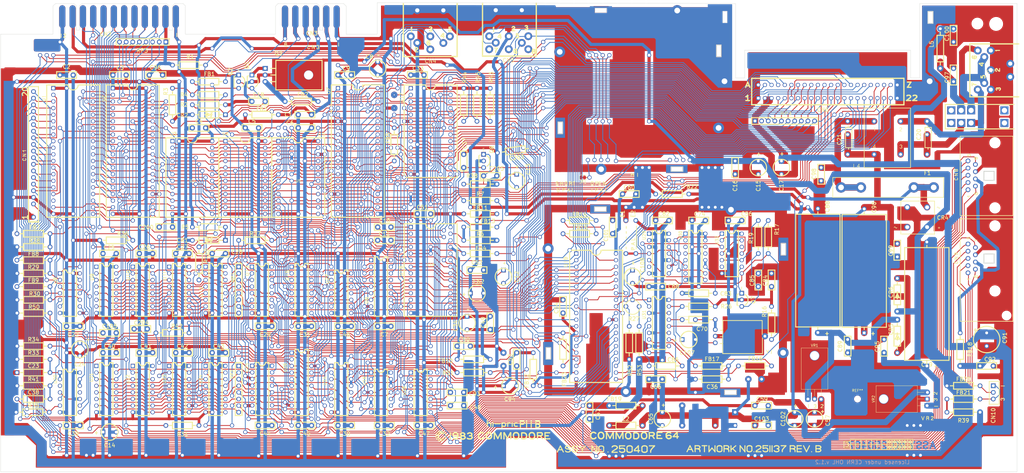
<source format=kicad_pcb>
(kicad_pcb (version 20171130) (host pcbnew 5.1.5+dfsg1-2build2)
  (title_block (title "C64 250407 PCB Replica") (date 2021-06-19) (rev 1.1) (comment 1 "by BWACK") (comment 2 "with help from Der Alte Bastler"))
  (layers (0 F.Cu signal) (31 B.Cu signal) (34 B.Paste user) (35 F.Paste user) (36 B.SilkS user) (37 F.SilkS user) (38 B.Mask user) (39 F.Mask user) (44 Edge.Cuts user))
  (net 0 "")
  (net 1 /PA2)
  (net 2 /PB7)
  (net 3 /PB6)
  (net 4 /PB5)
  (net 5 /PB4)
  (net 6 /PB3)
  (net 7 /PB2)
  (net 8 /PB1)
  (net 9 /PB0)
  (net 10 /~FLAG2~)
  (net 11 /~PC2~)
  (net 12 /SP2)
  (net 13 /CNT2)
  (net 14 /SP1)
  (net 15 /CNT1)
  (net 16 +5V)
  (net 17 /CASS_MOTOR)
  (net 18 /CASS_RD)
  (net 19 /CASS_WRT)
  (net 20 /CASS_WRT')
  (net 21 Earth)
  (net 22 /9VAC~~)
  (net 23 /'9VAC~~)
  (net 24 /ATN')
  (net 25 ~RESET~)
  (net 26 /5V_FB3)
  (net 27 "Net-(C10-Pad2)")
  (net 28 "Net-(C10-Pad1)")
  (net 29 "Net-(C11-Pad2)")
  (net 30 "Net-(C11-Pad1)")
  (net 31 /250407_sheet2/AUDIO_IN)
  (net 32 "Net-(C12-Pad1)")
  (net 33 /250407_sheet2/AUDIO_OUT)
  (net 34 "Net-(C13-Pad1)")
  (net 35 +9V_UNREG)
  (net 36 "Net-(C18-Pad2)")
  (net 37 /9VAC)
  (net 38 "Net-(C23-Pad1)")
  (net 39 "Net-(C24-Pad1)")
  (net 40 DOT_CLOCK)
  (net 41 "Net-(C37-Pad1)")
  (net 42 /~RESTORE~)
  (net 43 /TRIGA)
  (net 44 POTX)
  (net 45 "Net-(C50-Pad1)")
  (net 46 "Net-(C51-Pad1)")
  (net 47 +12V)
  (net 48 "Net-(C54-Pad1)")
  (net 49 /+Vc)
  (net 50 "Net-(C101-Pad1)")
  (net 51 CAN+5V)
  (net 52 "Net-(C70-Pad2)")
  (net 53 "Net-(C70-Pad1)")
  (net 54 /250407_sheet2/LUMA)
  (net 55 /250407_sheet2/CHROMA)
  (net 56 "Net-(C83-Pad1)")
  (net 57 "Net-(C85-Pad2)")
  (net 58 "Net-(C85-Pad1)")
  (net 59 "Net-(C86-Pad2)")
  (net 60 "Net-(C86-Pad1)")
  (net 61 "Net-(C88-Pad1)")
  (net 62 "Net-(C90-Pad1)")
  (net 63 POTY)
  (net 64 "Net-(C97-Pad2)")
  (net 65 "Net-(C105-Pad2)")
  (net 66 "Net-(C107-Pad1)")
  (net 67 "Net-(C108-Pad1)")
  (net 68 "Net-(C200-Pad1)")
  (net 69 /250407_sheet2/~CAS~)
  (net 70 /250407_sheet2/~CASRAM~')
  (net 71 /COL7)
  (net 72 /COL1)
  (net 73 /COL2)
  (net 74 /COL3)
  (net 75 /BTNB)
  (net 76 /COL5)
  (net 77 /COL6)
  (net 78 /COL0)
  (net 79 /JOYA0)
  (net 80 /JOYA1)
  (net 81 /JOYA2)
  (net 82 /ROW7)
  (net 83 BTNA\~LP~)
  (net 84 /ROW5)
  (net 85 /ROW6)
  (net 86 /JOYA3)
  (net 87 /CASS_SENSE)
  (net 88 /DATA)
  (net 89 /CLK)
  (net 90 /ATN)
  (net 91 /250407_sheet2/CHROMA_O)
  (net 92 /250407_sheet2/COMP_O)
  (net 93 /250407_sheet2/LUMA_O)
  (net 94 A0)
  (net 95 A1)
  (net 96 A2)
  (net 97 A3)
  (net 98 A4)
  (net 99 A5)
  (net 100 A6)
  (net 101 A7)
  (net 102 A8)
  (net 103 A9)
  (net 104 A10)
  (net 105 A11)
  (net 106 A12)
  (net 107 A13)
  (net 108 A14)
  (net 109 A15)
  (net 110 PHI2)
  (net 111 ~NMI~)
  (net 112 /250407_sheet2/~RESET'~)
  (net 113 /250407_sheet2/~ROMH~)
  (net 114 D0)
  (net 115 D1)
  (net 116 D2)
  (net 117 D3)
  (net 118 D4)
  (net 119 D5)
  (net 120 D6)
  (net 121 D7)
  (net 122 /250407_sheet2/~DMA~)
  (net 123 /250407_sheet2/BA)
  (net 124 /250407_sheet2/~ROML~)
  (net 125 "Net-(CN6-Pad10)")
  (net 126 /250407_sheet2/~EXROM~)
  (net 127 /250407_sheet2/~GAME~)
  (net 128 "Net-(CN6-Pad7)")
  (net 129 R\~W~)
  (net 130 ~IRQ~)
  (net 131 "Net-(CN7-Pad6)")
  (net 132 "Net-(CN7-Pad4)")
  (net 133 /POTBX)
  (net 134 /5V_joyport)
  (net 135 /POTBY)
  (net 136 /POTAX)
  (net 137 /POTAY)
  (net 138 /LED+)
  (net 139 /GND_LED)
  (net 140 /jumper_select)
  (net 141 "Net-(FB2-Pad2)")
  (net 142 /PH2_FB)
  (net 143 /DATA')
  (net 144 /CLK')
  (net 145 "Net-(FB13-Pad2)")
  (net 146 "Net-(FB13-Pad1)")
  (net 147 "Net-(FB14-Pad1)")
  (net 148 "Net-(FB15-Pad1)")
  (net 149 PHI_COLOR)
  (net 150 "Net-(FB16-Pad1)")
  (net 151 "Net-(FB17-Pad1)")
  (net 152 "Net-(FB19-Pad1)")
  (net 153 "Net-(FB21-Pad1)")
  (net 154 PHI0)
  (net 155 "Net-(FB23-Pad1)")
  (net 156 "Net-(JP1-Pad1)")
  (net 157 "Net-(Q1-Pad1)")
  (net 158 "Net-(Q2-Pad3)")
  (net 159 "Net-(Q7-Pad1)")
  (net 160 "Net-(R16-Pad2)")
  (net 161 "Net-(R19-Pad2)")
  (net 162 "Net-(R27-Pad2)")
  (net 163 "Net-(R27-Pad1)")
  (net 164 /250407_sheet2/~AEC~)
  (net 165 /60Hz)
  (net 166 "Net-(R100-Pad2)")
  (net 167 /250407_sheet2/~CASRAM~)
  (net 168 ~CHAREN~)
  (net 169 ~HIRAM~)
  (net 170 ~LORAM~)
  (net 171 /250407_sheet2/MA7)
  (net 172 /250407_sheet2/VA7)
  (net 173 /250407_sheet2/MA5)
  (net 174 /250407_sheet2/VA5)
  (net 175 /250407_sheet2/MA4)
  (net 176 /250407_sheet2/VA4)
  (net 177 /250407_sheet2/MA6)
  (net 178 /250407_sheet2/VA6)
  (net 179 /250407_sheet2/MA1)
  (net 180 /250407_sheet2/VA1)
  (net 181 /250407_sheet2/MA2)
  (net 182 /250407_sheet2/VA2)
  (net 183 /250407_sheet2/MA0)
  (net 184 /250407_sheet2/VA0)
  (net 185 /250407_sheet2/MA3)
  (net 186 /250407_sheet2/VA3)
  (net 187 ~CIA1~)
  (net 188 ~CIA2~)
  (net 189 /DATA_OUT)
  (net 190 /CLK_OUT)
  (net 191 /ATN_OUT)
  (net 192 ~VA15~)
  (net 193 ~VA14~)
  (net 194 /250407_sheet2/~BASIC~)
  (net 195 /250407_sheet2/~KERNAL)
  (net 196 /250407_sheet2/~CHAROM~)
  (net 197 "Net-(U27-Pad11)")
  (net 198 "Net-(U16-Pad2)")
  (net 199 "Net-(U16-Pad10)")
  (net 200 "Net-(U16-Pad3)")
  (net 201 "Net-(U16-Pad9)")
  (net 202 /250407_sheet2/GR\~W~)
  (net 203 CAEC)
  (net 204 RDY)
  (net 205 "Net-(U20-Pad9)")
  (net 206 "Net-(U20-Pad5)")
  (net 207 /250407_sheet2/AEC)
  (net 208 /250407_sheet2/~RAS~)
  (net 209 "Net-(U14-Pad12)")
  (net 210 /250407_sheet2/VA6')
  (net 211 "Net-(U14-Pad6)")
  (net 212 /250407_sheet2/VA7')
  (net 213 /250407_sheet2/~CIAS~)
  (net 214 /250407_sheet2/~VIC~)
  (net 215 /250407_sheet2/~SID~)
  (net 216 /250407_sheet2/~I\O~)
  (net 217 /250407_sheet2/~COLOR~)
  (net 218 "Net-(U29-Pad12)")
  (net 219 /F_DIV)
  (net 220 "Net-(U29-Pad9)")
  (net 221 "Net-(U29-Pad5)")
  (net 222 "Net-(U31-Pad12)")
  (net 223 "Net-(U32-Pad13)")
  (net 224 "Net-(U32-Pad11)")
  (net 225 /CASS_PWR)
  (net 226 "Net-(C20-Pad1)")
  (net 227 "Net-(C21-Pad1)")
  (net 228 "Net-(CN5-Pad7)")
  (net 229 "Net-(CN5-Pad8)")
  (net 230 "Net-(RP4-Pad2)")
  (net 231 "Net-(SW1-Pad6)")
  (net 232 "Net-(SW1-Pad3)")
  (net 233 "Net-(U1-Pad18)")
  (net 234 "Net-(U9-Pad1)")
  (net 235 "Net-(U10-Pad1)")
  (net 236 "Net-(U11-Pad1)")
  (net 237 "Net-(U12-Pad1)")
  (net 238 "Net-(U17-Pad1)")
  (net 239 "Net-(U20-Pad11)")
  (net 240 "Net-(U20-Pad3)")
  (net 241 "Net-(U21-Pad1)")
  (net 242 "Net-(U22-Pad1)")
  (net 243 "Net-(U23-Pad1)")
  (net 244 "Net-(U24-Pad1)")
  (net 245 "Net-(U29-Pad6)")
  (net 246 "Net-(U30-Pad3)")
  (net 247 "Net-(U30-Pad13)")
  (net 248 "Net-(U30-Pad2)")
  (net 249 "Net-(U30-Pad7)")
  (module MountingHole:MountingHole_2.2mm_M2_ISO14580 (layer F.Cu) (at 345.4095 203.835)
    (fp_text reference REF** (at 0 -3.25) (layer F.SilkS))
    (fp_text value MountingHole_2.2mm_M2_ISO14580)
    (pad 1 np_thru_hole circle (at 0 0) (size 2.2 2.2) (drill 2.2) (layers *.Cu *.Mask))
  )
  (module MountingHole:MountingHole_3.5mm (layer F.Cu) (at 391.414 59.6265)
    (fp_text reference REF** hide)
    (fp_text value MountingHole_3.5mm)
    (pad 1 np_thru_hole circle (at 0 0) (size 3.5 3.5) (drill 3.5) (layers *.Cu *.Mask))
  )
  (module MountingHole:MountingHole_2.7mm_M2.5_ISO7380 (layer F.Cu) (at 402.604 171.7665)
    (fp_text reference REF** hide)
    (fp_text value MountingHole_2.7mm_M2.5_ISO7380)
    (pad 1 np_thru_hole circle (at 0 0) (size 2.7 2.7) (drill 2.7) (layers *.Cu *.Mask))
  )
  (module MountingHole:MountingHole_4.3mm_M4 (layer F.Cu) (at 398.6 59.75)
    (fp_text reference REF** hide)
    (fp_text value MountingHole_4.3mm_M4)
    (pad 1 np_thru_hole circle (at 0 0) (size 4.3 4.3) (drill 4.3) (layers *.Cu *.Mask))
  )
  (module MountingHole:MountingHole_2.7mm_M2.5_ISO7380 (layer F.Cu) (at 21.59 226.695)
    (fp_text reference REF** hide)
    (fp_text value MountingHole_2.7mm_M2.5_ISO7380)
    (pad 1 np_thru_hole circle (at 0 0) (size 2.7 2.7) (drill 2.7) (layers *.Cu *.Mask))
  )
  (module MountingHole:MountingHole_2.7mm_M2.5_ISO7380 (layer F.Cu) (at 226.441 227.0125)
    (fp_text reference REF** hide)
    (fp_text value MountingHole_2.7mm_M2.5_ISO7380)
    (pad 1 np_thru_hole circle (at 0 0) (size 2.7 2.7) (drill 2.7) (layers *.Cu *.Mask))
  )
  (module KU-14194HB-RevB-KiCad:VREG_TO-220-3_Horizontal_TabDown (layer F.Cu) (at 326.39 203.835)
    (fp_text reference VR1 (at 2.54 -20.58) (layer F.SilkS))
    (fp_text value 7812)
    (pad 3 smd rect (at 2.54 -11.684) (size 10.4 16) (layers F.Cu F.Paste F.Mask) (net 21 Earth))
    (pad 3 thru_hole oval (at 2.54 0) (size 1.905 2) (drill 1.1) (layers *.Cu *.Mask) (net 21 Earth))
    (pad 2 thru_hole oval (at 5.08 0.127) (size 1.905 2) (drill 1.1) (layers *.Cu *.Mask) (net 47 +12V))
    (pad 1 thru_hole rect (at 0 0) (size 1.905 2) (drill 1.1) (layers *.Cu *.Mask) (net 61 "Net-(C88-Pad1)"))
    (pad 3 thru_hole oval (at 2.54 -16.66) (size 3.8 3.8) (drill 3.5) (layers *.Cu *.Mask) (net 21 Earth))
  )
  (module KU-14194HB-RevB-KiCad:VREG_TO-220-3_Horizontal_TabDown (layer F.Cu) (at 372.11 206.375 90)
    (fp_text reference VR2 (at 2.54 -20.58 90) (layer F.SilkS))
    (fp_text value 7805)
    (pad 3 smd rect (at 2.54 -11.684 90) (size 10.4 16) (layers F.Cu F.Paste F.Mask) (net 21 Earth))
    (pad 3 thru_hole oval (at 2.54 0 90) (size 1.905 2) (drill 1.1) (layers *.Cu *.Mask) (net 21 Earth))
    (pad 2 thru_hole oval (at 5.08 0.127 90) (size 1.905 2) (drill 1.1) (layers *.Cu *.Mask) (net 51 CAN+5V))
    (pad 1 thru_hole rect (at 0 0 90) (size 1.905 2) (drill 1.1) (layers *.Cu *.Mask) (net 35 +9V_UNREG))
    (pad 3 thru_hole oval (at 2.54 -16.66 90) (size 3.8 3.8) (drill 3.5) (layers *.Cu *.Mask) (net 21 Earth))
  )
  (module KU-14194HB-RevB-KiCad:TO-220-3_Horizontal_TabDown_250407 (layer F.Cu) (at 118.11 76.835)
    (fp_text reference Q3 (at 5.08 -5.715) (layer F.SilkS) (effects (font (size 1.5 1.5) (thickness 0.25))))
    (fp_text value TP298/2SD880)
    (fp_poly (pts (xy 22.733 8.6995) (xy 2.7305 8.6995) (xy 2.7305 -3.6195) (xy 22.6695 -3.6195)) (layer F.Cu) (width 0.1))
    (pad 3 thru_hole oval (at 0 5.08 270) (size 1.905 2) (drill 1.1) (layers *.Cu *.Mask) (net 141 "Net-(FB2-Pad2)"))
    (pad 2 thru_hole oval (at 0 2.54 270) (size 1.905 2) (drill 1.1) (layers *.Cu *.Mask) (net 35 +9V_UNREG))
    (pad 1 thru_hole rect (at 0 0 270) (size 1.905 2) (drill 1.1) (layers *.Cu *.Mask) (net 157 "Net-(Q1-Pad1)"))
    (pad 2 thru_hole oval (at 16.66 2.54 270) (size 3.6 3.6) (drill 3.5) (layers *.Cu *.Mask) (net 35 +9V_UNREG))
  )
  (module KU-14194HB-RevB-KiCad:JOYPORT_DB9 (layer F.Cu) (at 390.652 149.824 90)
    (fp_text reference CN9 hide)
    (fp_text value CONTROL_PORT)
    (pad "" np_thru_hole circle (at 12.5 7.5 90) (size 3.3 3.3) (drill 3.3) (layers *.Cu *.Mask))
    (pad "" np_thru_hole circle (at -12.5 7.5 90) (size 3.3 3.3) (drill 3.3) (layers *.Cu *.Mask))
    (pad 9 thru_hole circle (at 4.155 0 90) (size 1.8 1.8) (drill 1.1) (layers *.Cu *.Mask) (net 136 /POTAX))
    (pad 8 thru_hole circle (at 1.385 0 90) (size 1.8 1.8) (drill 1.1) (layers *.Cu *.Mask) (net 21 Earth))
    (pad 7 thru_hole circle (at -1.385 0 90) (size 1.8 1.8) (drill 1.1) (layers *.Cu *.Mask) (net 134 /5V_joyport))
    (pad 6 thru_hole circle (at -4.155 0 90) (size 1.8 1.8) (drill 1.1) (layers *.Cu *.Mask) (net 83 BTNA\~LP~))
    (pad 5 thru_hole circle (at 5.54 -2.84 90) (size 1.8 1.8) (drill 1.1) (layers *.Cu *.Mask) (net 137 /POTAY))
    (pad 4 thru_hole circle (at 2.77 -2.84 90) (size 1.8 1.8) (drill 1.1) (layers *.Cu *.Mask) (net 86 /JOYA3))
    (pad 3 thru_hole circle (at 0 -2.84 90) (size 1.8 1.8) (drill 1.1) (layers *.Cu *.Mask) (net 81 /JOYA2))
    (pad 2 thru_hole circle (at -2.77 -2.84 90) (size 1.8 1.8) (drill 1.1) (layers *.Cu *.Mask) (net 80 /JOYA1))
    (pad 1 thru_hole circle (at -5.54 -2.84 90) (size 1.8 1.8) (drill 1.1) (layers *.Cu *.Mask) (net 79 /JOYA0))
  )
  (module KU-14194HB-RevB-KiCad:MODULATOR_PORT_LONGBOARD (layer F.Cu) (at 273.431 112.014)
    (fp_text reference M1 hide)
    (fp_text value MODULATOR_LONGBOARD)
    (pad 8 thru_hole circle (at -31.48 0) (size 1.6 1.6) (drill 1.1) (layers *.Cu *.Mask) (net 156 "Net-(JP1-Pad1)"))
    (pad 7 thru_hole circle (at -28.94 0) (size 1.6 1.6) (drill 1.1) (layers *.Cu *.Mask) (net 91 /250407_sheet2/CHROMA_O))
    (pad 6 thru_hole circle (at -26.4 0) (size 1.6 1.6) (drill 1.1) (layers *.Cu *.Mask) (net 93 /250407_sheet2/LUMA_O))
    (pad 5 thru_hole circle (at -23.86 0) (size 1.6 1.6) (drill 1.1) (layers *.Cu *.Mask) (net 92 /250407_sheet2/COMP_O))
    (pad 4 thru_hole circle (at 0 0) (size 1.6 1.6) (drill 1.1) (layers *.Cu *.Mask) (net 33 /250407_sheet2/AUDIO_OUT))
    (pad 3 thru_hole circle (at 2.54 0) (size 1.6 1.6) (drill 1.1) (layers *.Cu *.Mask) (net 55 /250407_sheet2/CHROMA))
    (pad 2 thru_hole circle (at 5.08 0) (size 1.6 1.6) (drill 1.1) (layers *.Cu *.Mask) (net 54 /250407_sheet2/LUMA))
    (pad 1 thru_hole circle (at 7.62 0) (size 1.6 1.6) (drill 1.1) (layers *.Cu *.Mask) (net 35 +9V_UNREG))
  )
  (module MountingHole:MountingHole_4.3mm_M4 (layer F.Cu) (at 398.6 223.75)
    (fp_text reference REF** hide)
    (fp_text value MountingHole_4.3mm_M4)
    (pad 1 np_thru_hole circle (at 0 0) (size 4.3 4.3) (drill 4.3) (layers *.Cu *.Mask))
  )
  (module MountingHole:MountingHole_4.3mm_M4 (layer F.Cu) (at 216.4 223.75)
    (fp_text reference REF** hide)
    (fp_text value MountingHole_4.3mm_M4)
    (pad 1 np_thru_hole circle (at 0 0) (size 4.3 4.3) (drill 4.3) (layers *.Cu *.Mask))
  )
  (module MountingHole:MountingHole_4.3mm_M4 (layer F.Cu) (at 24.5872 223.75)
    (fp_text reference REF** hide)
    (fp_text value MountingHole_4.3mm_M4)
    (pad 1 np_thru_hole circle (at 0 0) (size 4.3 4.3) (drill 4.3) (layers *.Cu *.Mask))
  )
  (module MountingHole:MountingHole_4.3mm_M4 (layer F.Cu) (at 24.5872 71.75)
    (fp_text reference REF** hide)
    (fp_text value MountingHole_4.3mm_M4)
    (pad 1 np_thru_hole circle (at 0 0) (size 4.3 4.3) (drill 4.3) (layers *.Cu *.Mask))
  )
  (module MountingHole:MountingHole_4.3mm_M4 (layer F.Cu) (at 105.156 71.75)
    (fp_text reference REF** hide)
    (fp_text value MountingHole_4.3mm_M4)
    (pad 1 np_thru_hole circle (at 0 0) (size 4.3 4.3) (drill 4.3) (layers *.Cu *.Mask))
  )
  (module MountingHole:MountingHole_4.3mm_M4 (layer F.Cu) (at 196.6 71.75)
    (fp_text reference REF** hide)
    (fp_text value MountingHole_4.3mm_M4)
    (pad 1 np_thru_hole circle (at 0 0) (size 4.3 4.3) (drill 4.3) (layers *.Cu *.Mask))
  )
  (module KU-14194HB-RevB-KiCad:POWER_CON_D7_250407 (layer F.Cu) (at 396.5575 77.47)
    (fp_text reference CN7 (at 0 0.5) (layer F.SilkS))
    (fp_text value POWER_CON)
    (pad 1 thru_hole circle (at 7.46 2.62) (size 3 3) (drill 1.6) (layers *.Cu *.Mask) (net 21 Earth))
    (pad 1 thru_hole circle (at 7.46 -2.46) (size 3 3) (drill 1.6) (layers *.Cu *.Mask) (net 21 Earth))
    (pad 5 thru_hole circle (at -2.5 5) (size 3 3) (drill 1.6) (layers *.Cu *.Mask) (net 132 "Net-(CN7-Pad4)"))
    (pad 7 thru_hole circle (at -5 7.5) (size 3 3) (drill 1.6) (layers *.Cu *.Mask) (net 226 "Net-(C20-Pad1)"))
    (pad 6 thru_hole circle (at -5 -7.5) (size 3 3) (drill 1.6) (layers *.Cu *.Mask) (net 131 "Net-(CN7-Pad6)"))
    (pad 4 thru_hole circle (at -2.5 -5) (size 3 3) (drill 1.6) (layers *.Cu *.Mask) (net 132 "Net-(CN7-Pad4)"))
    (pad 2 thru_hole circle (at 0 0) (size 3 3) (drill 1.6) (layers *.Cu *.Mask) (net 21 Earth))
    (pad 1 thru_hole circle (at 0 -7.5) (size 3 3) (drill 1.6) (layers *.Cu *.Mask) (net 21 Earth))
    (pad 3 thru_hole circle (at 0 7.5) (size 3 3) (drill 1.6) (layers *.Cu *.Mask) (net 21 Earth))
  )
  (module KU-14194HB-RevB-KiCad:RECTIFIER_TH_P12.7mm (layer F.Cu) (at 360.68 157.48 270)
    (fp_text reference CR6 (at 5.3086 2.4384 90) (layer F.SilkS) (effects (font (size 1.5 1.5) (thickness 0.25))))
    (fp_text value 1N4001)
    (pad 2 thru_hole circle (at 12.7 0 270) (size 1.8 1.8) (drill 1.1) (layers *.Cu *.Mask) (net 35 +9V_UNREG))
    (pad 1 thru_hole rect (at 0 0 270) (size 1.8 1.8) (drill 1.1) (layers *.Cu *.Mask) (net 62 "Net-(C90-Pad1)"))
  )
  (module KU-14194HB-RevB-KiCad:RECTIFIER_TH_P12.7mm (layer F.Cu) (at 360.68 173.355 270)
    (fp_text reference CR5 (at 3.7084 2.3876 90) (layer F.SilkS) (effects (font (size 1.5 1.5) (thickness 0.25))))
    (fp_text value 1N4001)
    (pad 2 thru_hole circle (at 12.7 0 270) (size 1.8 1.8) (drill 1.1) (layers *.Cu *.Mask) (net 62 "Net-(C90-Pad1)"))
    (pad 1 thru_hole rect (at 0 0 270) (size 1.8 1.8) (drill 1.1) (layers *.Cu *.Mask) (net 61 "Net-(C88-Pad1)"))
  )
  (module KU-14194HB-RevB-KiCad:CAP_ELYT_RADIAL_P5.08mm_SMALL_RING (layer F.Cu) (at 259.08 154.305 270)
    (fp_text reference C108 (at -1.905 -3.81 90) (layer F.SilkS) (effects (font (size 1.5 1.5) (thickness 0.25))))
    (fp_text value 10uF)
    (pad 2 thru_hole circle (at 5.08 0 270) (size 1.8 1.8) (drill 1.1) (layers *.Cu *.Mask) (net 21 Earth))
    (pad 1 thru_hole rect (at 0 0 270) (size 1.8 1.8) (drill 1.1) (layers *.Cu *.Mask) (net 67 "Net-(C108-Pad1)"))
  )
  (module KU-14194HB-RevB-KiCad:CAP_ELYT_RADIAL_P5.08mm_SMALL_RING (layer F.Cu) (at 278.13 180.975)
    (fp_text reference C107 (at 1.905 5.08) (layer F.SilkS) (effects (font (size 1.5 1.5) (thickness 0.25))))
    (fp_text value 10uF)
    (pad 2 thru_hole circle (at 5.08 0) (size 1.8 1.8) (drill 1.1) (layers *.Cu *.Mask) (net 21 Earth))
    (pad 1 thru_hole rect (at 0 0) (size 1.8 1.8) (drill 1.1) (layers *.Cu *.Mask) (net 66 "Net-(C107-Pad1)"))
  )
  (module KU-14194HB-RevB-KiCad:JUMPER_WIRE (layer F.Cu) (at 260.35 147.955)
    (fp_text reference E2 (at -1.017 -15.24 90) (layer F.SilkS) (effects (font (size 1.5 1.5) (thickness 0.25))))
    (fp_text value JUMPER_WIRE_DASHED)
    (pad 2 thru_hole circle (at 0 0) (size 1.8 1.8) (drill 1.1) (layers *.Cu *.Mask) (net 140 /jumper_select))
    (pad 1 thru_hole circle (at 0 -12.7) (size 1.8 1.8) (drill 1.1) (layers *.Cu *.Mask) (net 49 /+Vc))
  )
  (module KU-14194HB-RevB-KiCad:JUMPER_WIRE (layer F.Cu) (at 256.54 147.955)
    (fp_text reference E1 (at -1.27 -15.24 90) (layer F.SilkS) (effects (font (size 1.5 1.5) (thickness 0.25))))
    (fp_text value JUMPER_WIRE)
    (pad 2 thru_hole circle (at 0 0) (size 1.8 1.8) (drill 1.1) (layers *.Cu *.Mask) (net 140 /jumper_select))
    (pad 1 thru_hole circle (at 0 -12.7) (size 1.8 1.8) (drill 1.1) (layers *.Cu *.Mask) (net 21 Earth))
  )
  (module KU-14194HB-RevB-KiCad:CAP_POLY_100V_TH_P5.08_and_P12.07mm (layer F.Cu) (at 341.63 97.155 270)
    (fp_text reference C21 (at 6.985 3.175 90) (layer F.SilkS) (effects (font (size 1.5 1.5) (thickness 0.25))))
    (fp_text value .22)
    (pad 2 thru_hole circle (at 5.08 0 270) (size 1.8 1.8) (drill 1.1) (layers *.Cu *.Mask) (net 22 /9VAC~~))
    (pad 2 thru_hole circle (at 12.7 0 270) (size 1.8 1.8) (drill 1.1) (layers *.Cu *.Mask) (net 22 /9VAC~~))
    (pad 1 thru_hole circle (at 0 0 270) (size 1.8 1.8) (drill 1.1) (layers *.Cu *.Mask) (net 227 "Net-(C21-Pad1)"))
  )
  (module KU-14194HB-RevB-KiCad:CAP_POLY_100V_TH_P5.08_and_P12.07mm (layer F.Cu) (at 372.11 97.155 270)
    (fp_text reference C20 (at 5.08 3.175 90) (layer F.SilkS) (effects (font (size 1.5 1.5) (thickness 0.25))))
    (fp_text value .22)
    (pad 2 thru_hole circle (at 5.08 0 270) (size 1.8 1.8) (drill 1.1) (layers *.Cu *.Mask) (net 37 /9VAC))
    (pad 2 thru_hole circle (at 12.7 0 270) (size 1.8 1.8) (drill 1.1) (layers *.Cu *.Mask) (net 37 /9VAC))
    (pad 1 thru_hole circle (at 0 0 270) (size 1.8 1.8) (drill 1.1) (layers *.Cu *.Mask) (net 226 "Net-(C20-Pad1)"))
  )
  (module KU-14194HB-RevB-KiCad:CAP_P5.08mm (layer F.Cu) (at 242.57 206.375 270)
    (fp_text reference C67 (at 3.3507 -3.2534 90) (layer F.SilkS) (effects (font (size 1.5 1.5) (thickness 0.25))))
    (fp_text value .1)
    (pad 2 thru_hole circle (at 5.08 0 270) (size 2 2) (drill 1.1) (layers *.Cu *.Mask) (net 21 Earth))
    (pad 1 thru_hole circle (at 0 0 270) (size 2 2) (drill 1.1) (layers *.Cu *.Mask) (net 49 /+Vc))
  )
  (module KU-14194HB-RevB-KiCad:CAP_ELYT_RADIAL_P5.08mm_SMALL_RING (layer F.Cu) (at 316.23 112.395 270)
    (fp_text reference C17 (at 9.525 0 90) (layer F.SilkS) (effects (font (size 1.5 1.5) (thickness 0.25))))
    (fp_text value 10uF)
    (pad 2 thru_hole circle (at 5.08 0 270) (size 1.8 1.8) (drill 1.1) (layers *.Cu *.Mask) (net 21 Earth))
    (pad 1 thru_hole rect (at 0 0 270) (size 1.8 1.8) (drill 1.1) (layers *.Cu *.Mask) (net 16 +5V))
  )
  (module KU-14194HB-RevB-KiCad:CAP_ELYT_RADIAL_P5.08mm_SMALL_RING (layer F.Cu) (at 307.34 112.395 270)
    (fp_text reference C15 (at 9.525 0 90) (layer F.SilkS) (effects (font (size 1.5 1.5) (thickness 0.25))))
    (fp_text value 10uF)
    (pad 2 thru_hole circle (at 5.08 0 270) (size 1.8 1.8) (drill 1.1) (layers *.Cu *.Mask) (net 21 Earth))
    (pad 1 thru_hole rect (at 0 0 270) (size 1.8 1.8) (drill 1.1) (layers *.Cu *.Mask) (net 35 +9V_UNREG))
  )
  (module KU-14194HB-RevB-KiCad:CAP_ELYT_RADIAL_P5.08mm_SMALL_RING (layer F.Cu) (at 55.88 216.535)
    (fp_text reference C14 (at 2.54 5.08) (layer F.SilkS) (effects (font (size 1.5 1.5) (thickness 0.25))))
    (fp_text value 10uF)
    (pad 2 thru_hole circle (at 5.08 0) (size 1.8 1.8) (drill 1.1) (layers *.Cu *.Mask) (net 21 Earth))
    (pad 1 thru_hole rect (at 0 0) (size 1.8 1.8) (drill 1.1) (layers *.Cu *.Mask) (net 16 +5V))
  )
  (module KU-14194HB-RevB-KiCad:CAP_ELYT_RADIAL_P5.08mm_SMALL_RING (layer F.Cu) (at 321.31 208.915 270)
    (fp_text reference C102 (at 2.54 4.445 90) (layer F.SilkS) (effects (font (size 1.5 1.5) (thickness 0.25))))
    (fp_text value 10uF)
    (pad 2 thru_hole circle (at 5.08 0 270) (size 1.8 1.8) (drill 1.1) (layers *.Cu *.Mask) (net 21 Earth))
    (pad 1 thru_hole rect (at 0 0 270) (size 1.8 1.8) (drill 1.1) (layers *.Cu *.Mask) (net 51 CAN+5V))
  )
  (module KU-14194HB-RevB-KiCad:CAP_ELYT_RADIAL_P5.08mm_SMALL_RING (layer F.Cu) (at 209.55 198.755)
    (fp_text reference C94 (at 2.4486 5.1057) (layer F.SilkS) (effects (font (size 1.5 1.5) (thickness 0.25))))
    (fp_text value 10uF)
    (pad 2 thru_hole circle (at 5.08 0) (size 1.8 1.8) (drill 1.1) (layers *.Cu *.Mask) (net 21 Earth))
    (pad 1 thru_hole rect (at 0 0) (size 1.8 1.8) (drill 1.1) (layers *.Cu *.Mask) (net 47 +12V))
  )
  (module KU-14194HB-RevB-KiCad:CAP_ELYT_RADIAL_P5.08mm_SMALL_RING (layer F.Cu) (at 270.51 208.915 270)
    (fp_text reference C65 (at 2.54 4.445 90) (layer F.SilkS) (effects (font (size 1.5 1.5) (thickness 0.25))))
    (fp_text value 10uF)
    (pad 2 thru_hole circle (at 5.08 0 270) (size 1.8 1.8) (drill 1.1) (layers *.Cu *.Mask) (net 21 Earth))
    (pad 1 thru_hole rect (at 0 0 270) (size 1.8 1.8) (drill 1.1) (layers *.Cu *.Mask) (net 51 CAN+5V))
  )
  (module KU-14194HB-RevB-KiCad:CAP_ELYT_RADIAL_P5.08mm_SMALL_RING (layer F.Cu) (at 328.93 208.915 270)
    (fp_text reference C57 (at 3.175 -5.08 90) (layer F.SilkS) (effects (font (size 1.5 1.5) (thickness 0.25))))
    (fp_text value 10uF)
    (pad 2 thru_hole circle (at 5.08 0 270) (size 1.8 1.8) (drill 1.1) (layers *.Cu *.Mask) (net 21 Earth))
    (pad 1 thru_hole rect (at 0 0 270) (size 1.8 1.8) (drill 1.1) (layers *.Cu *.Mask) (net 47 +12V))
  )
  (module KU-14194HB-RevB-KiCad:CAP_ELYT_RADIAL_P5.08mm_SMALL_RING (layer F.Cu) (at 46.99 182.245 270)
    (fp_text reference C24 (at 8.255 0 180) (layer F.SilkS) (effects (font (size 1.5 1.5) (thickness 0.25))))
    (fp_text value 10uF)
    (pad 2 thru_hole circle (at 5.08 0 270) (size 1.8 1.8) (drill 1.1) (layers *.Cu *.Mask) (net 21 Earth))
    (pad 1 thru_hole rect (at 0 0 270) (size 1.8 1.8) (drill 1.1) (layers *.Cu *.Mask) (net 39 "Net-(C24-Pad1)"))
  )
  (module KU-14194HB-RevB-KiCad:CAP_P5.08mm (layer F.Cu) (at 189.23 201.295)
    (fp_text reference C93 (at 9.2831 0.5526) (layer F.SilkS) (effects (font (size 1.5 1.5) (thickness 0.25))))
    (fp_text value 1800pF)
    (pad 2 thru_hole circle (at 5.08 0) (size 2 2) (drill 1.1) (layers *.Cu *.Mask) (net 21 Earth))
    (pad 1 thru_hole circle (at 0 0) (size 2 2) (drill 1.1) (layers *.Cu *.Mask) (net 63 POTY))
  )
  (module KU-14194HB-RevB-KiCad:CAP_P5.08mm (layer F.Cu) (at 189.23 206.375)
    (fp_text reference C48 (at 9.5677 0.6392) (layer F.SilkS) (effects (font (size 1.5 1.5) (thickness 0.25))))
    (fp_text value 1800pF)
    (pad 2 thru_hole circle (at 5.08 0) (size 2 2) (drill 1.1) (layers *.Cu *.Mask) (net 21 Earth))
    (pad 1 thru_hole circle (at 0 0) (size 2 2) (drill 1.1) (layers *.Cu *.Mask) (net 44 POTX))
  )
  (module KU-14194HB-RevB-KiCad:CAP_P5.08mm (layer F.Cu) (at 204.47 172.085 270)
    (fp_text reference C49 (at 2.286 2.667 90) (layer F.SilkS) (effects (font (size 1.5 1.5) (thickness 0.25))))
    (fp_text value .1)
    (pad 2 thru_hole circle (at 5.08 0 270) (size 2 2) (drill 1.1) (layers *.Cu *.Mask) (net 21 Earth))
    (pad 1 thru_hole circle (at 0 0 270) (size 2 2) (drill 1.1) (layers *.Cu *.Mask) (net 16 +5V))
  )
  (module KU-14194HB-RevB-KiCad:CAP_ELYT_RADIAL_P5.08mm_SMALL_RING (layer F.Cu) (at 196.85 163.195)
    (fp_text reference C62 (at 3.175 -4.445) (layer F.SilkS) (effects (font (size 1.5 1.5) (thickness 0.25))))
    (fp_text value 10uF)
    (pad 2 thru_hole circle (at 5.08 0) (size 1.8 1.8) (drill 1.1) (layers *.Cu *.Mask) (net 21 Earth))
    (pad 1 thru_hole rect (at 0 0) (size 1.8 1.8) (drill 1.1) (layers *.Cu *.Mask) (net 47 +12V))
  )
  (module KU-14194HB-RevB-KiCad:CAP_ELYT_RADIAL_P5.08mm_SMALL_RING (layer F.Cu) (at 195.58 172.085 270)
    (fp_text reference C34 (at 3.5952 4.3864 90) (layer F.SilkS) (effects (font (size 1.5 1.5) (thickness 0.25))))
    (fp_text value 10uF)
    (pad 2 thru_hole circle (at 5.08 0 270) (size 1.8 1.8) (drill 1.1) (layers *.Cu *.Mask) (net 21 Earth))
    (pad 1 thru_hole rect (at 0 0 270) (size 1.8 1.8) (drill 1.1) (layers *.Cu *.Mask) (net 16 +5V))
  )
  (module KU-14194HB-RevB-KiCad:CAP_ELYT_RADIAL_P5.08mm_SMALL_RING (layer F.Cu) (at 209.55 154.305 270)
    (fp_text reference C12 (at 2.54 -5.08 90) (layer F.SilkS) (effects (font (size 1.5 1.5) (thickness 0.25))))
    (fp_text value 10uF)
    (pad 2 thru_hole circle (at 5.08 0 270) (size 1.8 1.8) (drill 1.1) (layers *.Cu *.Mask) (net 31 /250407_sheet2/AUDIO_IN))
    (pad 1 thru_hole rect (at 0 0 270) (size 1.8 1.8) (drill 1.1) (layers *.Cu *.Mask) (net 32 "Net-(C12-Pad1)"))
  )
  (module KU-14194HB-RevB-KiCad:CAP_P5.08mm (layer F.Cu) (at 196.85 154.305)
    (fp_text reference C52 (at 2.527 -2.8933 180) (layer F.SilkS) (effects (font (size 1.5 1.5) (thickness 0.25))))
    (fp_text value .1)
    (pad 2 thru_hole circle (at 5.08 0) (size 2 2) (drill 1.1) (layers *.Cu *.Mask) (net 21 Earth))
    (pad 1 thru_hole circle (at 0 0) (size 2 2) (drill 1.1) (layers *.Cu *.Mask) (net 47 +12V))
  )
  (module KU-14194HB-RevB-KiCad:CAP_P5.08mm (layer F.Cu) (at 166.37 142.875 180)
    (fp_text reference C11 (at 2.54 2.413) (layer F.SilkS) (effects (font (size 1.5 1.5) (thickness 0.25))))
    (fp_text value 470pF)
    (pad 2 thru_hole circle (at 5.08 0 180) (size 2 2) (drill 1.1) (layers *.Cu *.Mask) (net 29 "Net-(C11-Pad2)"))
    (pad 1 thru_hole circle (at 0 0 180) (size 2 2) (drill 1.1) (layers *.Cu *.Mask) (net 30 "Net-(C11-Pad1)"))
  )
  (module KU-14194HB-RevB-KiCad:CAP_P5.08mm (layer F.Cu) (at 166.37 137.795 180)
    (fp_text reference C10 (at 2.413 2.413) (layer F.SilkS) (effects (font (size 1.5 1.5) (thickness 0.25))))
    (fp_text value 470pF)
    (pad 2 thru_hole circle (at 5.08 0 180) (size 2 2) (drill 1.1) (layers *.Cu *.Mask) (net 27 "Net-(C10-Pad2)"))
    (pad 1 thru_hole circle (at 0 0 180) (size 2 2) (drill 1.1) (layers *.Cu *.Mask) (net 28 "Net-(C10-Pad1)"))
  )
  (module KU-14194HB-RevB-KiCad:CAP_ELYT_RADIAL_P5.08mm_SMALL_RING (layer F.Cu) (at 214.63 117.475 270)
    (fp_text reference C13 (at -1.905 -4.445 90) (layer F.SilkS) (effects (font (size 1.5 1.5) (thickness 0.25))))
    (fp_text value 10uF)
    (pad 2 thru_hole circle (at 5.08 0 270) (size 1.8 1.8) (drill 1.1) (layers *.Cu *.Mask) (net 33 /250407_sheet2/AUDIO_OUT))
    (pad 1 thru_hole rect (at 0 0 270) (size 1.8 1.8) (drill 1.1) (layers *.Cu *.Mask) (net 34 "Net-(C13-Pad1)"))
  )
  (module KU-14194HB-RevB-KiCad:CAP_ELYT_RADIAL_P5.08mm_SMALL_RING (layer F.Cu) (at 161.29 74.295 270)
    (fp_text reference C8 (at -1.905 3.175 180) (layer F.SilkS) (effects (font (size 1.5 1.5) (thickness 0.25))))
    (fp_text value 10uF)
    (pad 2 thru_hole circle (at 5.08 0 270) (size 1.8 1.8) (drill 1.1) (layers *.Cu *.Mask) (net 21 Earth))
    (pad 1 thru_hole rect (at 0 0 270) (size 1.8 1.8) (drill 1.1) (layers *.Cu *.Mask) (net 16 +5V))
  )
  (module KU-14194HB-RevB-KiCad:CAPACITOR_RADIAL_P13.97_L9.9_D3.6 (layer F.Cu) (at 207.222236 109.259248 8)
    (fp_text reference C203 (at 7.07601 2.878556 8) (layer F.SilkS) (effects (font (size 1.5 1.5) (thickness 0.25))))
    (fp_text value 82pF)
    (pad 2 thru_hole circle (at 13.97 0 8) (size 1.8 1.8) (drill 1.1) (layers *.Cu *.Mask) (net 69 /250407_sheet2/~CAS~))
    (pad 1 thru_hole circle (at 0 0 8) (size 1.8 1.8) (drill 1.1) (layers *.Cu *.Mask) (net 21 Earth))
  )
  (module KU-14194HB-RevB-KiCad:ZENER_12.7mm (layer F.Cu) (at 102.87 142.875 180)
    (fp_text reference CR1 (at 16.51 0) (layer F.SilkS) (effects (font (size 1.5 1.5) (thickness 0.25))))
    (fp_text value IN4371)
    (pad 2 thru_hole circle (at 12.7 0 180) (size 1.8 1.8) (drill 1.1) (layers *.Cu *.Mask) (net 21 Earth))
    (pad 1 thru_hole rect (at 0 0 180) (size 1.8 1.8) (drill 1.1) (layers *.Cu *.Mask) (net 68 "Net-(C200-Pad1)"))
  )
  (module KU-14194HB-RevB-KiCad:LARGE_ELECTROLYTIC_AXIAL_TH (layer F.Cu) (at 372.0104 191.135 180)
    (fp_text reference C19 (at 0 0.5) (layer F.SilkS) (effects (font (size 1.5 1.5) (thickness 0.25))))
    (fp_text value 2200uF)
    (pad 2 thru_hole circle (at 0 47.62 180) (size 1.8 1.8) (drill 1.1) (layers *.Cu *.Mask) (net 21 Earth))
    (pad 1 thru_hole rect (at 0 0 180) (size 1.8 1.8) (drill 1.1) (layers *.Cu *.Mask) (net 35 +9V_UNREG))
  )
  (module KU-14194HB-RevB-KiCad:LARGE_ELECTROLYTIC_AXIAL_TH (layer F.Cu) (at 330.2 178.308 180)
    (fp_text reference C88 (at -3.683 48.387 90) (layer F.SilkS) (effects (font (size 1.5 1.5) (thickness 0.25))))
    (fp_text value 1000uF)
    (pad 2 thru_hole circle (at 0 47.62 180) (size 1.8 1.8) (drill 1.1) (layers *.Cu *.Mask) (net 21 Earth))
    (pad 1 thru_hole rect (at 0 0 180) (size 1.8 1.8) (drill 1.1) (layers *.Cu *.Mask) (net 61 "Net-(C88-Pad1)"))
  )
  (module KU-14194HB-RevB-KiCad:LARGE_ELECTROLYTIC_AXIAL_TH (layer F.Cu) (at 347.98 178.435 180)
    (fp_text reference C90 (at -3.81 48.26 90) (layer F.SilkS) (effects (font (size 1.5 1.5) (thickness 0.25))))
    (fp_text value 470uF)
    (pad 2 thru_hole circle (at 0 47.62 180) (size 1.8 1.8) (drill 1.1) (layers *.Cu *.Mask) (net 22 /9VAC~~))
    (pad 1 thru_hole rect (at 0 0 180) (size 1.8 1.8) (drill 1.1) (layers *.Cu *.Mask) (net 62 "Net-(C90-Pad1)"))
  )
  (module KU-14194HB-RevB-KiCad:JOYPORT_DB9 (layer F.Cu) (at 390.652 117.904 90)
    (fp_text reference CN8 hide)
    (fp_text value CONTROL_PORT)
    (pad "" np_thru_hole circle (at 12.5 7.5 90) (size 3.3 3.3) (drill 3.3) (layers *.Cu *.Mask))
    (pad "" np_thru_hole circle (at -12.5 7.5 90) (size 3.3 3.3) (drill 3.3) (layers *.Cu *.Mask))
    (pad 9 thru_hole circle (at 4.155 0 90) (size 1.8 1.8) (drill 1.1) (layers *.Cu *.Mask) (net 133 /POTBX))
    (pad 8 thru_hole circle (at 1.385 0 90) (size 1.8 1.8) (drill 1.1) (layers *.Cu *.Mask) (net 21 Earth))
    (pad 7 thru_hole circle (at -1.385 0 90) (size 1.8 1.8) (drill 1.1) (layers *.Cu *.Mask) (net 134 /5V_joyport))
    (pad 6 thru_hole circle (at -4.155 0 90) (size 1.8 1.8) (drill 1.1) (layers *.Cu *.Mask) (net 75 /BTNB))
    (pad 5 thru_hole circle (at 5.54 -2.84 90) (size 1.8 1.8) (drill 1.1) (layers *.Cu *.Mask) (net 135 /POTBY))
    (pad 4 thru_hole circle (at 2.77 -2.84 90) (size 1.8 1.8) (drill 1.1) (layers *.Cu *.Mask) (net 74 /COL3))
    (pad 3 thru_hole circle (at 0 -2.84 90) (size 1.8 1.8) (drill 1.1) (layers *.Cu *.Mask) (net 73 /COL2))
    (pad 2 thru_hole circle (at -2.77 -2.84 90) (size 1.8 1.8) (drill 1.1) (layers *.Cu *.Mask) (net 72 /COL1))
    (pad 1 thru_hole circle (at -5.54 -2.84 90) (size 1.8 1.8) (drill 1.1) (layers *.Cu *.Mask) (net 78 /COL0))
  )
  (module KU-14194HB-RevB-KiCad:CRYSTAL (layer F.Cu) (at 290.83 179.705 180)
    (fp_text reference Y1 hide)
    (fp_text value Crystal)
    (pad 3 thru_hole circle (at 0 0 180) (size 1.8 1.8) (drill 1.1) (layers *.Cu *.Mask) (net 21 Earth))
    (pad 2 thru_hole circle (at 0 2.54 180) (size 1.8 1.8) (drill 1.1) (layers *.Cu *.Mask) (net 53 "Net-(C70-Pad1)"))
    (pad 1 thru_hole circle (at 0 -2.54 180) (size 1.8 1.8) (drill 1.1) (layers *.Cu *.Mask) (net 222 "Net-(U31-Pad12)"))
  )
  (module KU-14194HB-RevB-KiCad:DIP14 (layer F.Cu) (at 297.18 147.955)
    (fp_text reference U32 (at -5.715 -5.08 90) (layer F.SilkS) (effects (font (size 1.2 1.2) (thickness 0.2))))
    (fp_text value MC4044 hide)
    (pad 14 thru_hole circle (at 3.81 -7.62) (size 1.6 1.6) (drill 1.1) (layers *.Cu *.Mask) (net 49 /+Vc))
    (pad 13 thru_hole circle (at 3.81 -5.08) (size 1.6 1.6) (drill 1.1) (layers *.Cu *.Mask) (net 223 "Net-(U32-Pad13)"))
    (pad 12 thru_hole circle (at 3.81 -2.54) (size 1.6 1.6) (drill 1.1) (layers *.Cu *.Mask))
    (pad 11 thru_hole circle (at 3.81 0) (size 1.6 1.6) (drill 1.1) (layers *.Cu *.Mask) (net 224 "Net-(U32-Pad11)"))
    (pad 10 thru_hole circle (at 3.81 2.54) (size 1.6 1.6) (drill 1.1) (layers *.Cu *.Mask) (net 161 "Net-(R19-Pad2)"))
    (pad 9 thru_hole circle (at 3.81 5.08) (size 1.6 1.6) (drill 1.1) (layers *.Cu *.Mask) (net 159 "Net-(Q7-Pad1)"))
    (pad 8 thru_hole circle (at 3.81 7.62) (size 1.6 1.6) (drill 1.1) (layers *.Cu *.Mask) (net 160 "Net-(R16-Pad2)"))
    (pad 7 thru_hole circle (at -3.81 7.62) (size 1.6 1.6) (drill 1.1) (layers *.Cu *.Mask) (net 21 Earth))
    (pad 6 thru_hole circle (at -3.81 5.08) (size 1.6 1.6) (drill 1.1) (layers *.Cu *.Mask))
    (pad 5 thru_hole circle (at -3.81 2.54) (size 1.6 1.6) (drill 1.1) (layers *.Cu *.Mask) (net 161 "Net-(R19-Pad2)"))
    (pad 4 thru_hole circle (at -3.81 0) (size 1.6 1.6) (drill 1.1) (layers *.Cu *.Mask) (net 223 "Net-(U32-Pad13)"))
    (pad 3 thru_hole circle (at -3.81 -2.54) (size 1.6 1.6) (drill 1.1) (layers *.Cu *.Mask) (net 154 PHI0))
    (pad 2 thru_hole circle (at -3.81 -5.08) (size 1.6 1.6) (drill 1.1) (layers *.Cu *.Mask) (net 224 "Net-(U32-Pad11)"))
    (pad 1 thru_hole rect (at -3.81 -7.62) (size 1.6 1.6) (drill 1.1) (layers *.Cu *.Mask) (net 220 "Net-(U29-Pad9)"))
  )
  (module KU-14194HB-RevB-KiCad:DIP16 (layer F.Cu) (at 269.24 174.625)
    (fp_text reference U31 (at -5.715 -3.175 90) (layer F.SilkS) (effects (font (size 1.2 1.2) (thickness 0.2))))
    (fp_text value 74LS629N hide)
    (pad 16 thru_hole circle (at 3.81 -8.89) (size 1.6 1.6) (drill 1.1) (layers *.Cu *.Mask) (net 49 /+Vc))
    (pad 15 thru_hole circle (at 3.81 -6.35) (size 1.6 1.6) (drill 1.1) (layers *.Cu *.Mask) (net 66 "Net-(C107-Pad1)"))
    (pad 8 thru_hole circle (at -3.81 8.89) (size 1.6 1.6) (drill 1.1) (layers *.Cu *.Mask) (net 21 Earth))
    (pad 3 thru_hole circle (at -3.81 -3.81) (size 1.6 1.6) (drill 1.1) (layers *.Cu *.Mask) (net 21 Earth))
    (pad 4 thru_hole circle (at -3.81 -1.27) (size 1.6 1.6) (drill 1.1) (layers *.Cu *.Mask) (net 59 "Net-(C86-Pad2)"))
    (pad 13 thru_hole circle (at 3.81 -1.27) (size 1.6 1.6) (drill 1.1) (layers *.Cu *.Mask) (net 52 "Net-(C70-Pad2)"))
    (pad 2 thru_hole circle (at -3.81 -6.35) (size 1.6 1.6) (drill 1.1) (layers *.Cu *.Mask) (net 160 "Net-(R16-Pad2)"))
    (pad 5 thru_hole circle (at -3.81 1.27) (size 1.6 1.6) (drill 1.1) (layers *.Cu *.Mask) (net 60 "Net-(C86-Pad1)"))
    (pad 9 thru_hole circle (at 3.81 8.89) (size 1.6 1.6) (drill 1.1) (layers *.Cu *.Mask) (net 21 Earth))
    (pad 12 thru_hole circle (at 3.81 1.27) (size 1.6 1.6) (drill 1.1) (layers *.Cu *.Mask) (net 222 "Net-(U31-Pad12)"))
    (pad 1 thru_hole rect (at -3.81 -8.89) (size 1.6 1.6) (drill 1.1) (layers *.Cu *.Mask) (net 67 "Net-(C108-Pad1)"))
    (pad 10 thru_hole circle (at 3.81 6.35) (size 1.6 1.6) (drill 1.1) (layers *.Cu *.Mask) (net 150 "Net-(FB16-Pad1)"))
    (pad 7 thru_hole circle (at -3.81 6.35) (size 1.6 1.6) (drill 1.1) (layers *.Cu *.Mask) (net 151 "Net-(FB17-Pad1)"))
    (pad 14 thru_hole circle (at 3.81 -3.81) (size 1.6 1.6) (drill 1.1) (layers *.Cu *.Mask) (net 21 Earth))
    (pad 6 thru_hole circle (at -3.81 3.81) (size 1.6 1.6) (drill 1.1) (layers *.Cu *.Mask) (net 21 Earth))
    (pad 11 thru_hole circle (at 3.81 3.81) (size 1.6 1.6) (drill 1.1) (layers *.Cu *.Mask) (net 21 Earth))
  )
  (module KU-14194HB-RevB-KiCad:DIP16 (layer F.Cu) (at 283.21 149.225)
    (fp_text reference U30 (at -5.715 -8.255 90) (layer F.SilkS) (effects (font (size 1.2 1.2) (thickness 0.2))))
    (fp_text value 74LS193 hide)
    (pad 16 thru_hole circle (at 3.81 -8.89) (size 1.6 1.6) (drill 1.1) (layers *.Cu *.Mask) (net 49 /+Vc))
    (pad 15 thru_hole circle (at 3.81 -6.35) (size 1.6 1.6) (drill 1.1) (layers *.Cu *.Mask) (net 49 /+Vc))
    (pad 8 thru_hole circle (at -3.81 8.89) (size 1.6 1.6) (drill 1.1) (layers *.Cu *.Mask) (net 21 Earth))
    (pad 3 thru_hole circle (at -3.81 -3.81) (size 1.6 1.6) (drill 1.1) (layers *.Cu *.Mask) (net 246 "Net-(U30-Pad3)"))
    (pad 4 thru_hole circle (at -3.81 -1.27) (size 1.6 1.6) (drill 1.1) (layers *.Cu *.Mask) (net 49 /+Vc))
    (pad 13 thru_hole circle (at 3.81 -1.27) (size 1.6 1.6) (drill 1.1) (layers *.Cu *.Mask) (net 247 "Net-(U30-Pad13)"))
    (pad 2 thru_hole circle (at -3.81 -6.35) (size 1.6 1.6) (drill 1.1) (layers *.Cu *.Mask) (net 248 "Net-(U30-Pad2)"))
    (pad 5 thru_hole circle (at -3.81 1.27) (size 1.6 1.6) (drill 1.1) (layers *.Cu *.Mask) (net 149 PHI_COLOR))
    (pad 9 thru_hole circle (at 3.81 8.89) (size 1.6 1.6) (drill 1.1) (layers *.Cu *.Mask) (net 221 "Net-(U29-Pad5)"))
    (pad 12 thru_hole circle (at 3.81 1.27) (size 1.6 1.6) (drill 1.1) (layers *.Cu *.Mask) (net 56 "Net-(C83-Pad1)"))
    (pad 1 thru_hole rect (at -3.81 -8.89) (size 1.6 1.6) (drill 1.1) (layers *.Cu *.Mask) (net 140 /jumper_select))
    (pad 10 thru_hole circle (at 3.81 6.35) (size 1.6 1.6) (drill 1.1) (layers *.Cu *.Mask) (net 140 /jumper_select))
    (pad 7 thru_hole circle (at -3.81 6.35) (size 1.6 1.6) (drill 1.1) (layers *.Cu *.Mask) (net 249 "Net-(U30-Pad7)"))
    (pad 14 thru_hole circle (at 3.81 -3.81) (size 1.6 1.6) (drill 1.1) (layers *.Cu *.Mask) (net 21 Earth))
    (pad 6 thru_hole circle (at -3.81 3.81) (size 1.6 1.6) (drill 1.1) (layers *.Cu *.Mask) (net 219 /F_DIV))
    (pad 11 thru_hole circle (at 3.81 3.81) (size 1.6 1.6) (drill 1.1) (layers *.Cu *.Mask) (net 56 "Net-(C83-Pad1)"))
  )
  (module KU-14194HB-RevB-KiCad:DIP14 (layer F.Cu) (at 269.24 147.955)
    (fp_text reference U29 (at -5.715 -6.985 90) (layer F.SilkS) (effects (font (size 1.2 1.2) (thickness 0.2))))
    (fp_text value 74LS74 hide)
    (pad 14 thru_hole circle (at 3.81 -7.62) (size 1.6 1.6) (drill 1.1) (layers *.Cu *.Mask) (net 49 /+Vc))
    (pad 13 thru_hole circle (at 3.81 -5.08) (size 1.6 1.6) (drill 1.1) (layers *.Cu *.Mask) (net 49 /+Vc))
    (pad 12 thru_hole circle (at 3.81 -2.54) (size 1.6 1.6) (drill 1.1) (layers *.Cu *.Mask) (net 218 "Net-(U29-Pad12)"))
    (pad 11 thru_hole circle (at 3.81 0) (size 1.6 1.6) (drill 1.1) (layers *.Cu *.Mask) (net 219 /F_DIV))
    (pad 10 thru_hole circle (at 3.81 2.54) (size 1.6 1.6) (drill 1.1) (layers *.Cu *.Mask) (net 49 /+Vc))
    (pad 9 thru_hole circle (at 3.81 5.08) (size 1.6 1.6) (drill 1.1) (layers *.Cu *.Mask) (net 220 "Net-(U29-Pad9)"))
    (pad 8 thru_hole circle (at 3.81 7.62) (size 1.6 1.6) (drill 1.1) (layers *.Cu *.Mask) (net 218 "Net-(U29-Pad12)"))
    (pad 7 thru_hole circle (at -3.81 7.62) (size 1.6 1.6) (drill 1.1) (layers *.Cu *.Mask) (net 21 Earth))
    (pad 6 thru_hole circle (at -3.81 5.08) (size 1.6 1.6) (drill 1.1) (layers *.Cu *.Mask) (net 245 "Net-(U29-Pad6)"))
    (pad 5 thru_hole circle (at -3.81 2.54) (size 1.6 1.6) (drill 1.1) (layers *.Cu *.Mask) (net 221 "Net-(U29-Pad5)"))
    (pad 4 thru_hole circle (at -3.81 0) (size 1.6 1.6) (drill 1.1) (layers *.Cu *.Mask) (net 140 /jumper_select))
    (pad 3 thru_hole circle (at -3.81 -2.54) (size 1.6 1.6) (drill 1.1) (layers *.Cu *.Mask) (net 21 Earth))
    (pad 2 thru_hole circle (at -3.81 -5.08) (size 1.6 1.6) (drill 1.1) (layers *.Cu *.Mask) (net 21 Earth))
    (pad 1 thru_hole rect (at -3.81 -7.62) (size 1.6 1.6) (drill 1.1) (layers *.Cu *.Mask) (net 21 Earth))
  )
  (module KU-14194HB-RevB-KiCad:DIP14 (layer F.Cu) (at 177.8 201.295)
    (fp_text reference U28 (at -6.35 -0.635 90) (layer F.SilkS) (effects (font (size 1.2 1.2) (thickness 0.2))))
    (fp_text value 4066_U28 hide)
    (pad 14 thru_hole circle (at 3.81 -7.62) (size 1.6 1.6) (drill 1.1) (layers *.Cu *.Mask) (net 16 +5V))
    (pad 13 thru_hole circle (at 3.81 -5.08) (size 1.6 1.6) (drill 1.1) (layers *.Cu *.Mask) (net 71 /COL7))
    (pad 12 thru_hole circle (at 3.81 -2.54) (size 1.6 1.6) (drill 1.1) (layers *.Cu *.Mask) (net 77 /COL6))
    (pad 11 thru_hole circle (at 3.81 0) (size 1.6 1.6) (drill 1.1) (layers *.Cu *.Mask) (net 137 /POTAY))
    (pad 10 thru_hole circle (at 3.81 2.54) (size 1.6 1.6) (drill 1.1) (layers *.Cu *.Mask) (net 63 POTY))
    (pad 9 thru_hole circle (at 3.81 5.08) (size 1.6 1.6) (drill 1.1) (layers *.Cu *.Mask) (net 44 POTX))
    (pad 8 thru_hole circle (at 3.81 7.62) (size 1.6 1.6) (drill 1.1) (layers *.Cu *.Mask) (net 136 /POTAX))
    (pad 7 thru_hole circle (at -3.81 7.62) (size 1.6 1.6) (drill 1.1) (layers *.Cu *.Mask) (net 21 Earth))
    (pad 6 thru_hole circle (at -3.81 5.08) (size 1.6 1.6) (drill 1.1) (layers *.Cu *.Mask) (net 77 /COL6))
    (pad 5 thru_hole circle (at -3.81 2.54) (size 1.6 1.6) (drill 1.1) (layers *.Cu *.Mask) (net 71 /COL7))
    (pad 4 thru_hole circle (at -3.81 0) (size 1.6 1.6) (drill 1.1) (layers *.Cu *.Mask) (net 135 /POTBY))
    (pad 3 thru_hole circle (at -3.81 -2.54) (size 1.6 1.6) (drill 1.1) (layers *.Cu *.Mask) (net 63 POTY))
    (pad 2 thru_hole circle (at -3.81 -5.08) (size 1.6 1.6) (drill 1.1) (layers *.Cu *.Mask) (net 44 POTX))
    (pad 1 thru_hole rect (at -3.81 -7.62) (size 1.6 1.6) (drill 1.1) (layers *.Cu *.Mask) (net 133 /POTBX))
  )
  (module KU-14194HB-RevB-KiCad:DIP14 (layer F.Cu) (at 147.32 163.195)
    (fp_text reference U27 hide)
    (fp_text value 7408_U27 hide)
    (pad 14 thru_hole circle (at 3.81 -7.62) (size 1.6 1.6) (drill 1.1) (layers *.Cu *.Mask) (net 16 +5V))
    (pad 13 thru_hole circle (at 3.81 -5.08) (size 1.6 1.6) (drill 1.1) (layers *.Cu *.Mask) (net 217 /250407_sheet2/~COLOR~))
    (pad 12 thru_hole circle (at 3.81 -2.54) (size 1.6 1.6) (drill 1.1) (layers *.Cu *.Mask) (net 207 /250407_sheet2/AEC))
    (pad 11 thru_hole circle (at 3.81 0) (size 1.6 1.6) (drill 1.1) (layers *.Cu *.Mask) (net 197 "Net-(U27-Pad11)"))
    (pad 10 thru_hole circle (at 3.81 2.54) (size 1.6 1.6) (drill 1.1) (layers *.Cu *.Mask) (net 122 /250407_sheet2/~DMA~))
    (pad 9 thru_hole circle (at 3.81 5.08) (size 1.6 1.6) (drill 1.1) (layers *.Cu *.Mask) (net 123 /250407_sheet2/BA))
    (pad 8 thru_hole circle (at 3.81 7.62) (size 1.6 1.6) (drill 1.1) (layers *.Cu *.Mask) (net 204 RDY))
    (pad 7 thru_hole circle (at -3.81 7.62) (size 1.6 1.6) (drill 1.1) (layers *.Cu *.Mask) (net 21 Earth))
    (pad 6 thru_hole circle (at -3.81 5.08) (size 1.6 1.6) (drill 1.1) (layers *.Cu *.Mask) (net 203 CAEC))
    (pad 5 thru_hole circle (at -3.81 2.54) (size 1.6 1.6) (drill 1.1) (layers *.Cu *.Mask) (net 122 /250407_sheet2/~DMA~))
    (pad 4 thru_hole circle (at -3.81 0) (size 1.6 1.6) (drill 1.1) (layers *.Cu *.Mask) (net 207 /250407_sheet2/AEC))
    (pad 3 thru_hole circle (at -3.81 -2.54) (size 1.6 1.6) (drill 1.1) (layers *.Cu *.Mask) (net 165 /60Hz))
    (pad 2 thru_hole circle (at -3.81 -5.08) (size 1.6 1.6) (drill 1.1) (layers *.Cu *.Mask) (net 166 "Net-(R100-Pad2)"))
    (pad 1 thru_hole rect (at -3.81 -7.62) (size 1.6 1.6) (drill 1.1) (layers *.Cu *.Mask) (net 16 +5V))
  )
  (module KU-14194HB-RevB-KiCad:DIP20 (layer F.Cu) (at 132.08 197.485)
    (fp_text reference U26 (at -6.35 -5.715 90) (layer F.SilkS) (effects (font (size 1.2 1.2) (thickness 0.2))))
    (fp_text value 74LS373 hide)
    (pad 20 thru_hole circle (at 3.81 -11.43) (size 1.6 1.6) (drill 1.1) (layers *.Cu *.Mask) (net 16 +5V))
    (pad 19 thru_hole circle (at 3.81 -8.89) (size 1.6 1.6) (drill 1.1) (layers *.Cu *.Mask) (net 99 A5))
    (pad 18 thru_hole circle (at 3.81 -6.35) (size 1.6 1.6) (drill 1.1) (layers *.Cu *.Mask) (net 174 /250407_sheet2/VA5))
    (pad 17 thru_hole circle (at 3.81 -3.81) (size 1.6 1.6) (drill 1.1) (layers *.Cu *.Mask) (net 176 /250407_sheet2/VA4))
    (pad 10 thru_hole circle (at -3.81 11.43) (size 1.6 1.6) (drill 1.1) (layers *.Cu *.Mask) (net 21 Earth))
    (pad 1 thru_hole rect (at -3.81 -11.43) (size 1.6 1.6) (drill 1.1) (layers *.Cu *.Mask) (net 207 /250407_sheet2/AEC))
    (pad 7 thru_hole circle (at -3.81 3.81) (size 1.6 1.6) (drill 1.1) (layers *.Cu *.Mask) (net 184 /250407_sheet2/VA0))
    (pad 5 thru_hole circle (at -3.81 -1.27) (size 1.6 1.6) (drill 1.1) (layers *.Cu *.Mask) (net 100 A6))
    (pad 6 thru_hole circle (at -3.81 1.27) (size 1.6 1.6) (drill 1.1) (layers *.Cu *.Mask) (net 94 A0))
    (pad 16 thru_hole circle (at 3.81 -1.27) (size 1.6 1.6) (drill 1.1) (layers *.Cu *.Mask) (net 98 A4))
    (pad 3 thru_hole circle (at -3.81 -6.35) (size 1.6 1.6) (drill 1.1) (layers *.Cu *.Mask) (net 172 /250407_sheet2/VA7))
    (pad 12 thru_hole circle (at 3.81 8.89) (size 1.6 1.6) (drill 1.1) (layers *.Cu *.Mask) (net 95 A1))
    (pad 4 thru_hole circle (at -3.81 -3.81) (size 1.6 1.6) (drill 1.1) (layers *.Cu *.Mask) (net 178 /250407_sheet2/VA6))
    (pad 9 thru_hole circle (at -3.81 8.89) (size 1.6 1.6) (drill 1.1) (layers *.Cu *.Mask) (net 96 A2))
    (pad 14 thru_hole circle (at 3.81 3.81) (size 1.6 1.6) (drill 1.1) (layers *.Cu *.Mask) (net 186 /250407_sheet2/VA3))
    (pad 15 thru_hole circle (at 3.81 1.27) (size 1.6 1.6) (drill 1.1) (layers *.Cu *.Mask) (net 97 A3))
    (pad 11 thru_hole circle (at 3.81 11.43) (size 1.6 1.6) (drill 1.1) (layers *.Cu *.Mask) (net 208 /250407_sheet2/~RAS~))
    (pad 8 thru_hole circle (at -3.81 6.35) (size 1.6 1.6) (drill 1.1) (layers *.Cu *.Mask) (net 182 /250407_sheet2/VA2))
    (pad 13 thru_hole circle (at 3.81 6.35) (size 1.6 1.6) (drill 1.1) (layers *.Cu *.Mask) (net 180 /250407_sheet2/VA1))
    (pad 2 thru_hole circle (at -3.81 -8.89) (size 1.6 1.6) (drill 1.1) (layers *.Cu *.Mask) (net 101 A7))
  )
  (module KU-14194HB-RevB-KiCad:DIP16 (layer F.Cu) (at 116.967 199.9615)
    (fp_text reference U25 (at -5.842 -8.255 90) (layer F.SilkS) (effects (font (size 1.2 1.2) (thickness 0.2))))
    (fp_text value 74LS257 hide)
    (pad 16 thru_hole circle (at 3.81 -8.89) (size 1.6 1.6) (drill 1.1) (layers *.Cu *.Mask) (net 16 +5V))
    (pad 15 thru_hole circle (at 3.81 -6.35) (size 1.6 1.6) (drill 1.1) (layers *.Cu *.Mask) (net 164 /250407_sheet2/~AEC~))
    (pad 8 thru_hole circle (at -3.81 8.89) (size 1.6 1.6) (drill 1.1) (layers *.Cu *.Mask) (net 21 Earth))
    (pad 3 thru_hole circle (at -3.81 -3.81) (size 1.6 1.6) (drill 1.1) (layers *.Cu *.Mask) (net 97 A3))
    (pad 4 thru_hole circle (at -3.81 -1.27) (size 1.6 1.6) (drill 1.1) (layers *.Cu *.Mask) (net 186 /250407_sheet2/VA3))
    (pad 13 thru_hole circle (at 3.81 -1.27) (size 1.6 1.6) (drill 1.1) (layers *.Cu *.Mask) (net 94 A0))
    (pad 2 thru_hole circle (at -3.81 -6.35) (size 1.6 1.6) (drill 1.1) (layers *.Cu *.Mask) (net 105 A11))
    (pad 5 thru_hole circle (at -3.81 1.27) (size 1.6 1.6) (drill 1.1) (layers *.Cu *.Mask) (net 104 A10))
    (pad 9 thru_hole circle (at 3.81 8.89) (size 1.6 1.6) (drill 1.1) (layers *.Cu *.Mask) (net 180 /250407_sheet2/VA1))
    (pad 12 thru_hole circle (at 3.81 1.27) (size 1.6 1.6) (drill 1.1) (layers *.Cu *.Mask) (net 184 /250407_sheet2/VA0))
    (pad 1 thru_hole rect (at -3.81 -8.89) (size 1.6 1.6) (drill 1.1) (layers *.Cu *.Mask) (net 69 /250407_sheet2/~CAS~))
    (pad 10 thru_hole circle (at 3.81 6.35) (size 1.6 1.6) (drill 1.1) (layers *.Cu *.Mask) (net 95 A1))
    (pad 7 thru_hole circle (at -3.81 6.35) (size 1.6 1.6) (drill 1.1) (layers *.Cu *.Mask) (net 182 /250407_sheet2/VA2))
    (pad 14 thru_hole circle (at 3.81 -3.81) (size 1.6 1.6) (drill 1.1) (layers *.Cu *.Mask) (net 102 A8))
    (pad 6 thru_hole circle (at -3.81 3.81) (size 1.6 1.6) (drill 1.1) (layers *.Cu *.Mask) (net 96 A2))
    (pad 11 thru_hole circle (at 3.81 3.81) (size 1.6 1.6) (drill 1.1) (layers *.Cu *.Mask) (net 103 A9))
  )
  (module KU-14194HB-RevB-KiCad:DIP16 (layer F.Cu) (at 99.06 200.025)
    (fp_text reference U24 (at -5.715 -3.81 90) (layer F.SilkS) (effects (font (size 1.2 1.2) (thickness 0.2))))
    (fp_text value 4164-2 hide)
    (pad 16 thru_hole circle (at 3.81 -8.89) (size 1.6 1.6) (drill 1.1) (layers *.Cu *.Mask) (net 21 Earth))
    (pad 15 thru_hole circle (at 3.81 -6.35) (size 1.6 1.6) (drill 1.1) (layers *.Cu *.Mask) (net 70 /250407_sheet2/~CASRAM~'))
    (pad 8 thru_hole circle (at -3.81 8.89) (size 1.6 1.6) (drill 1.1) (layers *.Cu *.Mask) (net 16 +5V))
    (pad 3 thru_hole circle (at -3.81 -3.81) (size 1.6 1.6) (drill 1.1) (layers *.Cu *.Mask) (net 129 R\~W~))
    (pad 4 thru_hole circle (at -3.81 -1.27) (size 1.6 1.6) (drill 1.1) (layers *.Cu *.Mask) (net 208 /250407_sheet2/~RAS~))
    (pad 13 thru_hole circle (at 3.81 -1.27) (size 1.6 1.6) (drill 1.1) (layers *.Cu *.Mask) (net 177 /250407_sheet2/MA6))
    (pad 2 thru_hole circle (at -3.81 -6.35) (size 1.6 1.6) (drill 1.1) (layers *.Cu *.Mask) (net 120 D6))
    (pad 5 thru_hole circle (at -3.81 1.27) (size 1.6 1.6) (drill 1.1) (layers *.Cu *.Mask) (net 183 /250407_sheet2/MA0))
    (pad 9 thru_hole circle (at 3.81 8.89) (size 1.6 1.6) (drill 1.1) (layers *.Cu *.Mask) (net 171 /250407_sheet2/MA7))
    (pad 12 thru_hole circle (at 3.81 1.27) (size 1.6 1.6) (drill 1.1) (layers *.Cu *.Mask) (net 185 /250407_sheet2/MA3))
    (pad 1 thru_hole rect (at -3.81 -8.89) (size 1.6 1.6) (drill 1.1) (layers *.Cu *.Mask) (net 244 "Net-(U24-Pad1)"))
    (pad 10 thru_hole circle (at 3.81 6.35) (size 1.6 1.6) (drill 1.1) (layers *.Cu *.Mask) (net 173 /250407_sheet2/MA5))
    (pad 7 thru_hole circle (at -3.81 6.35) (size 1.6 1.6) (drill 1.1) (layers *.Cu *.Mask) (net 179 /250407_sheet2/MA1))
    (pad 14 thru_hole circle (at 3.81 -3.81) (size 1.6 1.6) (drill 1.1) (layers *.Cu *.Mask) (net 120 D6))
    (pad 6 thru_hole circle (at -3.81 3.81) (size 1.6 1.6) (drill 1.1) (layers *.Cu *.Mask) (net 181 /250407_sheet2/MA2))
    (pad 11 thru_hole circle (at 3.81 3.81) (size 1.6 1.6) (drill 1.1) (layers *.Cu *.Mask) (net 175 /250407_sheet2/MA4))
  )
  (module KU-14194HB-RevB-KiCad:DIP16 (layer F.Cu) (at 85.09 200.025)
    (fp_text reference U23 (at -5.715 -3.81 90) (layer F.SilkS) (effects (font (size 1.2 1.2) (thickness 0.2))))
    (fp_text value 4164-2 hide)
    (pad 16 thru_hole circle (at 3.81 -8.89) (size 1.6 1.6) (drill 1.1) (layers *.Cu *.Mask) (net 21 Earth))
    (pad 15 thru_hole circle (at 3.81 -6.35) (size 1.6 1.6) (drill 1.1) (layers *.Cu *.Mask) (net 70 /250407_sheet2/~CASRAM~'))
    (pad 8 thru_hole circle (at -3.81 8.89) (size 1.6 1.6) (drill 1.1) (layers *.Cu *.Mask) (net 16 +5V))
    (pad 3 thru_hole circle (at -3.81 -3.81) (size 1.6 1.6) (drill 1.1) (layers *.Cu *.Mask) (net 129 R\~W~))
    (pad 4 thru_hole circle (at -3.81 -1.27) (size 1.6 1.6) (drill 1.1) (layers *.Cu *.Mask) (net 208 /250407_sheet2/~RAS~))
    (pad 13 thru_hole circle (at 3.81 -1.27) (size 1.6 1.6) (drill 1.1) (layers *.Cu *.Mask) (net 177 /250407_sheet2/MA6))
    (pad 2 thru_hole circle (at -3.81 -6.35) (size 1.6 1.6) (drill 1.1) (layers *.Cu *.Mask) (net 118 D4))
    (pad 5 thru_hole circle (at -3.81 1.27) (size 1.6 1.6) (drill 1.1) (layers *.Cu *.Mask) (net 183 /250407_sheet2/MA0))
    (pad 9 thru_hole circle (at 3.81 8.89) (size 1.6 1.6) (drill 1.1) (layers *.Cu *.Mask) (net 171 /250407_sheet2/MA7))
    (pad 12 thru_hole circle (at 3.81 1.27) (size 1.6 1.6) (drill 1.1) (layers *.Cu *.Mask) (net 185 /250407_sheet2/MA3))
    (pad 1 thru_hole rect (at -3.81 -8.89) (size 1.6 1.6) (drill 1.1) (layers *.Cu *.Mask) (net 243 "Net-(U23-Pad1)"))
    (pad 10 thru_hole circle (at 3.81 6.35) (size 1.6 1.6) (drill 1.1) (layers *.Cu *.Mask) (net 173 /250407_sheet2/MA5))
    (pad 7 thru_hole circle (at -3.81 6.35) (size 1.6 1.6) (drill 1.1) (layers *.Cu *.Mask) (net 179 /250407_sheet2/MA1))
    (pad 14 thru_hole circle (at 3.81 -3.81) (size 1.6 1.6) (drill 1.1) (layers *.Cu *.Mask) (net 118 D4))
    (pad 6 thru_hole circle (at -3.81 3.81) (size 1.6 1.6) (drill 1.1) (layers *.Cu *.Mask) (net 181 /250407_sheet2/MA2))
    (pad 11 thru_hole circle (at 3.81 3.81) (size 1.6 1.6) (drill 1.1) (layers *.Cu *.Mask) (net 175 /250407_sheet2/MA4))
  )
  (module KU-14194HB-RevB-KiCad:DIP16 (layer F.Cu) (at 71.12 200.025)
    (fp_text reference U22 (at -5.715 -3.81 90) (layer F.SilkS) (effects (font (size 1.2 1.2) (thickness 0.2))))
    (fp_text value 4164-2 hide)
    (pad 16 thru_hole circle (at 3.81 -8.89) (size 1.6 1.6) (drill 1.1) (layers *.Cu *.Mask) (net 21 Earth))
    (pad 15 thru_hole circle (at 3.81 -6.35) (size 1.6 1.6) (drill 1.1) (layers *.Cu *.Mask) (net 70 /250407_sheet2/~CASRAM~'))
    (pad 8 thru_hole circle (at -3.81 8.89) (size 1.6 1.6) (drill 1.1) (layers *.Cu *.Mask) (net 16 +5V))
    (pad 3 thru_hole circle (at -3.81 -3.81) (size 1.6 1.6) (drill 1.1) (layers *.Cu *.Mask) (net 129 R\~W~))
    (pad 4 thru_hole circle (at -3.81 -1.27) (size 1.6 1.6) (drill 1.1) (layers *.Cu *.Mask) (net 208 /250407_sheet2/~RAS~))
    (pad 13 thru_hole circle (at 3.81 -1.27) (size 1.6 1.6) (drill 1.1) (layers *.Cu *.Mask) (net 177 /250407_sheet2/MA6))
    (pad 2 thru_hole circle (at -3.81 -6.35) (size 1.6 1.6) (drill 1.1) (layers *.Cu *.Mask) (net 116 D2))
    (pad 5 thru_hole circle (at -3.81 1.27) (size 1.6 1.6) (drill 1.1) (layers *.Cu *.Mask) (net 183 /250407_sheet2/MA0))
    (pad 9 thru_hole circle (at 3.81 8.89) (size 1.6 1.6) (drill 1.1) (layers *.Cu *.Mask) (net 171 /250407_sheet2/MA7))
    (pad 12 thru_hole circle (at 3.81 1.27) (size 1.6 1.6) (drill 1.1) (layers *.Cu *.Mask) (net 185 /250407_sheet2/MA3))
    (pad 1 thru_hole rect (at -3.81 -8.89) (size 1.6 1.6) (drill 1.1) (layers *.Cu *.Mask) (net 242 "Net-(U22-Pad1)"))
    (pad 10 thru_hole circle (at 3.81 6.35) (size 1.6 1.6) (drill 1.1) (layers *.Cu *.Mask) (net 173 /250407_sheet2/MA5))
    (pad 7 thru_hole circle (at -3.81 6.35) (size 1.6 1.6) (drill 1.1) (layers *.Cu *.Mask) (net 179 /250407_sheet2/MA1))
    (pad 14 thru_hole circle (at 3.81 -3.81) (size 1.6 1.6) (drill 1.1) (layers *.Cu *.Mask) (net 116 D2))
    (pad 6 thru_hole circle (at -3.81 3.81) (size 1.6 1.6) (drill 1.1) (layers *.Cu *.Mask) (net 181 /250407_sheet2/MA2))
    (pad 11 thru_hole circle (at 3.81 3.81) (size 1.6 1.6) (drill 1.1) (layers *.Cu *.Mask) (net 175 /250407_sheet2/MA4))
  )
  (module KU-14194HB-RevB-KiCad:DIP16 (layer F.Cu) (at 57.15 200.025)
    (fp_text reference U21 (at -5.715 -4.445 90) (layer F.SilkS) (effects (font (size 1.2 1.2) (thickness 0.2))))
    (fp_text value 4164-2 hide)
    (pad 16 thru_hole circle (at 3.81 -8.89) (size 1.6 1.6) (drill 1.1) (layers *.Cu *.Mask) (net 21 Earth))
    (pad 15 thru_hole circle (at 3.81 -6.35) (size 1.6 1.6) (drill 1.1) (layers *.Cu *.Mask) (net 70 /250407_sheet2/~CASRAM~'))
    (pad 8 thru_hole circle (at -3.81 8.89) (size 1.6 1.6) (drill 1.1) (layers *.Cu *.Mask) (net 16 +5V))
    (pad 3 thru_hole circle (at -3.81 -3.81) (size 1.6 1.6) (drill 1.1) (layers *.Cu *.Mask) (net 129 R\~W~))
    (pad 4 thru_hole circle (at -3.81 -1.27) (size 1.6 1.6) (drill 1.1) (layers *.Cu *.Mask) (net 208 /250407_sheet2/~RAS~))
    (pad 13 thru_hole circle (at 3.81 -1.27) (size 1.6 1.6) (drill 1.1) (layers *.Cu *.Mask) (net 177 /250407_sheet2/MA6))
    (pad 2 thru_hole circle (at -3.81 -6.35) (size 1.6 1.6) (drill 1.1) (layers *.Cu *.Mask) (net 114 D0))
    (pad 5 thru_hole circle (at -3.81 1.27) (size 1.6 1.6) (drill 1.1) (layers *.Cu *.Mask) (net 183 /250407_sheet2/MA0))
    (pad 9 thru_hole circle (at 3.81 8.89) (size 1.6 1.6) (drill 1.1) (layers *.Cu *.Mask) (net 171 /250407_sheet2/MA7))
    (pad 12 thru_hole circle (at 3.81 1.27) (size 1.6 1.6) (drill 1.1) (layers *.Cu *.Mask) (net 185 /250407_sheet2/MA3))
    (pad 1 thru_hole rect (at -3.81 -8.89) (size 1.6 1.6) (drill 1.1) (layers *.Cu *.Mask) (net 241 "Net-(U21-Pad1)"))
    (pad 10 thru_hole circle (at 3.81 6.35) (size 1.6 1.6) (drill 1.1) (layers *.Cu *.Mask) (net 173 /250407_sheet2/MA5))
    (pad 7 thru_hole circle (at -3.81 6.35) (size 1.6 1.6) (drill 1.1) (layers *.Cu *.Mask) (net 179 /250407_sheet2/MA1))
    (pad 14 thru_hole circle (at 3.81 -3.81) (size 1.6 1.6) (drill 1.1) (layers *.Cu *.Mask) (net 114 D0))
    (pad 6 thru_hole circle (at -3.81 3.81) (size 1.6 1.6) (drill 1.1) (layers *.Cu *.Mask) (net 181 /250407_sheet2/MA2))
    (pad 11 thru_hole circle (at 3.81 3.81) (size 1.6 1.6) (drill 1.1) (layers *.Cu *.Mask) (net 175 /250407_sheet2/MA4))
  )
  (module KU-14194HB-RevB-KiCad:DIP14 (layer F.Cu) (at 43.18 201.295)
    (fp_text reference U20 (at -5.588 -5.08 90) (layer F.SilkS) (effects (font (size 1.2 1.2) (thickness 0.2))))
    (fp_text value 556 hide)
    (pad 14 thru_hole circle (at 3.81 -7.62) (size 1.6 1.6) (drill 1.1) (layers *.Cu *.Mask) (net 16 +5V))
    (pad 13 thru_hole circle (at 3.81 -5.08) (size 1.6 1.6) (drill 1.1) (layers *.Cu *.Mask) (net 39 "Net-(C24-Pad1)"))
    (pad 12 thru_hole circle (at 3.81 -2.54) (size 1.6 1.6) (drill 1.1) (layers *.Cu *.Mask) (net 39 "Net-(C24-Pad1)"))
    (pad 11 thru_hole circle (at 3.81 0) (size 1.6 1.6) (drill 1.1) (layers *.Cu *.Mask) (net 239 "Net-(U20-Pad11)"))
    (pad 10 thru_hole circle (at 3.81 2.54) (size 1.6 1.6) (drill 1.1) (layers *.Cu *.Mask) (net 16 +5V))
    (pad 9 thru_hole circle (at 3.81 5.08) (size 1.6 1.6) (drill 1.1) (layers *.Cu *.Mask) (net 205 "Net-(U20-Pad9)"))
    (pad 8 thru_hole circle (at 3.81 7.62) (size 1.6 1.6) (drill 1.1) (layers *.Cu *.Mask) (net 65 "Net-(C105-Pad2)"))
    (pad 7 thru_hole circle (at -3.81 7.62) (size 1.6 1.6) (drill 1.1) (layers *.Cu *.Mask) (net 21 Earth))
    (pad 6 thru_hole circle (at -3.81 5.08) (size 1.6 1.6) (drill 1.1) (layers *.Cu *.Mask) (net 43 /TRIGA))
    (pad 5 thru_hole circle (at -3.81 2.54) (size 1.6 1.6) (drill 1.1) (layers *.Cu *.Mask) (net 206 "Net-(U20-Pad5)"))
    (pad 4 thru_hole circle (at -3.81 0) (size 1.6 1.6) (drill 1.1) (layers *.Cu *.Mask) (net 16 +5V))
    (pad 3 thru_hole circle (at -3.81 -2.54) (size 1.6 1.6) (drill 1.1) (layers *.Cu *.Mask) (net 240 "Net-(U20-Pad3)"))
    (pad 2 thru_hole circle (at -3.81 -5.08) (size 1.6 1.6) (drill 1.1) (layers *.Cu *.Mask) (net 38 "Net-(C23-Pad1)"))
    (pad 1 thru_hole rect (at -3.81 -7.62) (size 1.6 1.6) (drill 1.1) (layers *.Cu *.Mask) (net 38 "Net-(C23-Pad1)"))
  )
  (module KU-14194HB-RevB-KiCad:DIP40 (layer F.Cu) (at 245.11 170.815)
    (fp_text reference U19 hide)
    (fp_text value VIC)
    (pad 40 thru_hole circle (at 7.62 -22.86) (size 1.6 1.6) (drill 1.1) (layers *.Cu *.Mask) (net 50 "Net-(C101-Pad1)"))
    (pad 39 thru_hole circle (at 7.62 -20.32) (size 1.6 1.6) (drill 1.1) (layers *.Cu *.Mask) (net 121 D7))
    (pad 38 thru_hole circle (at 7.62 -17.78) (size 1.6 1.6) (drill 1.1) (layers *.Cu *.Mask) (net 199 "Net-(U16-Pad10)"))
    (pad 37 thru_hole circle (at 7.62 -15.24) (size 1.6 1.6) (drill 1.1) (layers *.Cu *.Mask) (net 201 "Net-(U16-Pad9)"))
    (pad 36 thru_hole circle (at 7.62 -12.7) (size 1.6 1.6) (drill 1.1) (layers *.Cu *.Mask) (net 200 "Net-(U16-Pad3)"))
    (pad 35 thru_hole circle (at 7.62 -10.16) (size 1.6 1.6) (drill 1.1) (layers *.Cu *.Mask) (net 198 "Net-(U16-Pad2)"))
    (pad 34 thru_hole circle (at 7.62 -7.62) (size 1.6 1.6) (drill 1.1) (layers *.Cu *.Mask) (net 104 A10))
    (pad 33 thru_hole circle (at 7.62 -5.08) (size 1.6 1.6) (drill 1.1) (layers *.Cu *.Mask) (net 103 A9))
    (pad 32 thru_hole circle (at 7.62 -2.54) (size 1.6 1.6) (drill 1.1) (layers *.Cu *.Mask) (net 102 A8))
    (pad 31 thru_hole circle (at 7.62 0) (size 1.6 1.6) (drill 1.1) (layers *.Cu *.Mask) (net 212 /250407_sheet2/VA7'))
    (pad 30 thru_hole circle (at 7.62 2.54) (size 1.6 1.6) (drill 1.1) (layers *.Cu *.Mask) (net 210 /250407_sheet2/VA6'))
    (pad 29 thru_hole circle (at 7.62 5.08) (size 1.6 1.6) (drill 1.1) (layers *.Cu *.Mask) (net 174 /250407_sheet2/VA5))
    (pad 28 thru_hole circle (at 7.62 7.62) (size 1.6 1.6) (drill 1.1) (layers *.Cu *.Mask) (net 176 /250407_sheet2/VA4))
    (pad 27 thru_hole circle (at 7.62 10.16) (size 1.6 1.6) (drill 1.1) (layers *.Cu *.Mask) (net 186 /250407_sheet2/VA3))
    (pad 26 thru_hole circle (at 7.62 12.7) (size 1.6 1.6) (drill 1.1) (layers *.Cu *.Mask) (net 182 /250407_sheet2/VA2))
    (pad 25 thru_hole circle (at 7.62 15.24) (size 1.6 1.6) (drill 1.1) (layers *.Cu *.Mask) (net 180 /250407_sheet2/VA1))
    (pad 24 thru_hole circle (at 7.62 17.78) (size 1.6 1.6) (drill 1.1) (layers *.Cu *.Mask) (net 184 /250407_sheet2/VA0))
    (pad 23 thru_hole circle (at 7.62 20.32) (size 1.6 1.6) (drill 1.1) (layers *.Cu *.Mask) (net 105 A11))
    (pad 22 thru_hole circle (at 7.62 22.86) (size 1.6 1.6) (drill 1.1) (layers *.Cu *.Mask) (net 40 DOT_CLOCK))
    (pad 21 thru_hole circle (at 7.62 25.4) (size 1.6 1.6) (drill 1.1) (layers *.Cu *.Mask) (net 149 PHI_COLOR))
    (pad 20 thru_hole circle (at -7.62 25.4) (size 1.6 1.6) (drill 1.1) (layers *.Cu *.Mask) (net 21 Earth))
    (pad 19 thru_hole circle (at -7.62 22.86) (size 1.6 1.6) (drill 1.1) (layers *.Cu *.Mask) (net 69 /250407_sheet2/~CAS~))
    (pad 18 thru_hole circle (at -7.62 20.32) (size 1.6 1.6) (drill 1.1) (layers *.Cu *.Mask) (net 208 /250407_sheet2/~RAS~))
    (pad 17 thru_hole circle (at -7.62 17.78) (size 1.6 1.6) (drill 1.1) (layers *.Cu *.Mask) (net 155 "Net-(FB23-Pad1)"))
    (pad 16 thru_hole circle (at -7.62 15.24) (size 1.6 1.6) (drill 1.1) (layers *.Cu *.Mask) (net 207 /250407_sheet2/AEC))
    (pad 15 thru_hole circle (at -7.62 12.7) (size 1.6 1.6) (drill 1.1) (layers *.Cu *.Mask) (net 148 "Net-(FB15-Pad1)"))
    (pad 14 thru_hole circle (at -7.62 10.16) (size 1.6 1.6) (drill 1.1) (layers *.Cu *.Mask) (net 147 "Net-(FB14-Pad1)"))
    (pad 13 thru_hole circle (at -7.62 7.62) (size 1.6 1.6) (drill 1.1) (layers *.Cu *.Mask) (net 48 "Net-(C54-Pad1)"))
    (pad 12 thru_hole circle (at -7.62 5.08) (size 1.6 1.6) (drill 1.1) (layers *.Cu *.Mask) (net 123 /250407_sheet2/BA))
    (pad 11 thru_hole circle (at -7.62 2.54) (size 1.6 1.6) (drill 1.1) (layers *.Cu *.Mask) (net 129 R\~W~))
    (pad 10 thru_hole circle (at -7.62 0) (size 1.6 1.6) (drill 1.1) (layers *.Cu *.Mask) (net 214 /250407_sheet2/~VIC~))
    (pad 9 thru_hole circle (at -7.62 -2.54) (size 1.6 1.6) (drill 1.1) (layers *.Cu *.Mask) (net 83 BTNA\~LP~))
    (pad 8 thru_hole circle (at -7.62 -5.08) (size 1.6 1.6) (drill 1.1) (layers *.Cu *.Mask) (net 130 ~IRQ~))
    (pad 7 thru_hole circle (at -7.62 -7.62) (size 1.6 1.6) (drill 1.1) (layers *.Cu *.Mask) (net 114 D0))
    (pad 6 thru_hole circle (at -7.62 -10.16) (size 1.6 1.6) (drill 1.1) (layers *.Cu *.Mask) (net 115 D1))
    (pad 5 thru_hole circle (at -7.62 -12.7) (size 1.6 1.6) (drill 1.1) (layers *.Cu *.Mask) (net 116 D2))
    (pad 4 thru_hole circle (at -7.62 -15.24) (size 1.6 1.6) (drill 1.1) (layers *.Cu *.Mask) (net 117 D3))
    (pad 3 thru_hole circle (at -7.62 -17.78) (size 1.6 1.6) (drill 1.1) (layers *.Cu *.Mask) (net 118 D4))
    (pad 2 thru_hole circle (at -7.62 -20.32) (size 1.6 1.6) (drill 1.1) (layers *.Cu *.Mask) (net 119 D5))
    (pad 1 thru_hole rect (at -7.62 -22.86) (size 1.6 1.6) (drill 1.1) (layers *.Cu *.Mask) (net 120 D6))
  )
  (module KU-14194HB-RevB-KiCad:DIP28 (layer F.Cu) (at 181.61 154.305)
    (fp_text reference U18 (at 0 -2.04) (layer F.SilkS))
    (fp_text value 6581)
    (pad 28 thru_hole circle (at 7.62 -16.51) (size 1.6 1.6) (drill 1.1) (layers *.Cu *.Mask) (net 46 "Net-(C51-Pad1)"))
    (pad 27 thru_hole circle (at 7.62 -13.97) (size 1.6 1.6) (drill 1.1) (layers *.Cu *.Mask) (net 146 "Net-(FB13-Pad1)"))
    (pad 26 thru_hole circle (at 7.62 -11.43) (size 1.6 1.6) (drill 1.1) (layers *.Cu *.Mask) (net 32 "Net-(C12-Pad1)"))
    (pad 25 thru_hole circle (at 7.62 -8.89) (size 1.6 1.6) (drill 1.1) (layers *.Cu *.Mask) (net 45 "Net-(C50-Pad1)"))
    (pad 8 thru_hole circle (at -7.62 1.27) (size 1.6 1.6) (drill 1.1) (layers *.Cu *.Mask) (net 215 /250407_sheet2/~SID~))
    (pad 7 thru_hole circle (at -7.62 -1.27) (size 1.6 1.6) (drill 1.1) (layers *.Cu *.Mask) (net 129 R\~W~))
    (pad 1 thru_hole rect (at -7.62 -16.51) (size 1.6 1.6) (drill 1.1) (layers *.Cu *.Mask) (net 28 "Net-(C10-Pad1)"))
    (pad 5 thru_hole circle (at -7.62 -6.35) (size 1.6 1.6) (drill 1.1) (layers *.Cu *.Mask) (net 25 ~RESET~))
    (pad 3 thru_hole circle (at -7.62 -11.43) (size 1.6 1.6) (drill 1.1) (layers *.Cu *.Mask) (net 30 "Net-(C11-Pad1)"))
    (pad 18 thru_hole circle (at 7.62 8.89) (size 1.6 1.6) (drill 1.1) (layers *.Cu *.Mask) (net 117 D3))
    (pad 17 thru_hole circle (at 7.62 11.43) (size 1.6 1.6) (drill 1.1) (layers *.Cu *.Mask) (net 116 D2))
    (pad 24 thru_hole circle (at 7.62 -6.35) (size 1.6 1.6) (drill 1.1) (layers *.Cu *.Mask) (net 44 POTX))
    (pad 15 thru_hole circle (at 7.62 16.51) (size 1.6 1.6) (drill 1.1) (layers *.Cu *.Mask) (net 114 D0))
    (pad 13 thru_hole circle (at -7.62 13.97) (size 1.6 1.6) (drill 1.1) (layers *.Cu *.Mask) (net 98 A4))
    (pad 21 thru_hole circle (at 7.62 1.27) (size 1.6 1.6) (drill 1.1) (layers *.Cu *.Mask) (net 120 D6))
    (pad 22 thru_hole circle (at 7.62 -1.27) (size 1.6 1.6) (drill 1.1) (layers *.Cu *.Mask) (net 121 D7))
    (pad 14 thru_hole circle (at -7.62 16.51) (size 1.6 1.6) (drill 1.1) (layers *.Cu *.Mask) (net 21 Earth))
    (pad 6 thru_hole circle (at -7.62 -3.81) (size 1.6 1.6) (drill 1.1) (layers *.Cu *.Mask) (net 110 PHI2))
    (pad 2 thru_hole circle (at -7.62 -13.97) (size 1.6 1.6) (drill 1.1) (layers *.Cu *.Mask) (net 27 "Net-(C10-Pad2)"))
    (pad 9 thru_hole circle (at -7.62 3.81) (size 1.6 1.6) (drill 1.1) (layers *.Cu *.Mask) (net 94 A0))
    (pad 4 thru_hole circle (at -7.62 -8.89) (size 1.6 1.6) (drill 1.1) (layers *.Cu *.Mask) (net 29 "Net-(C11-Pad2)"))
    (pad 10 thru_hole circle (at -7.62 6.35) (size 1.6 1.6) (drill 1.1) (layers *.Cu *.Mask) (net 95 A1))
    (pad 11 thru_hole circle (at -7.62 8.89) (size 1.6 1.6) (drill 1.1) (layers *.Cu *.Mask) (net 96 A2))
    (pad 12 thru_hole circle (at -7.62 11.43) (size 1.6 1.6) (drill 1.1) (layers *.Cu *.Mask) (net 97 A3))
    (pad 19 thru_hole circle (at 7.62 6.35) (size 1.6 1.6) (drill 1.1) (layers *.Cu *.Mask) (net 118 D4))
    (pad 23 thru_hole circle (at 7.62 -3.81) (size 1.6 1.6) (drill 1.1) (layers *.Cu *.Mask) (net 63 POTY))
    (pad 20 thru_hole circle (at 7.62 3.81) (size 1.6 1.6) (drill 1.1) (layers *.Cu *.Mask) (net 119 D5))
    (pad 16 thru_hole circle (at 7.62 13.97) (size 1.6 1.6) (drill 1.1) (layers *.Cu *.Mask) (net 115 D1))
  )
  (module KU-14194HB-RevB-KiCad:DIP28 (layer F.Cu) (at 181.61 100.965)
    (fp_text reference U17 (at 0 -2.04) (layer F.SilkS))
    (fp_text value PLA_U17)
    (pad 28 thru_hole circle (at 7.62 -16.51) (size 1.6 1.6) (drill 1.1) (layers *.Cu *.Mask) (net 16 +5V))
    (pad 27 thru_hole circle (at 7.62 -13.97) (size 1.6 1.6) (drill 1.1) (layers *.Cu *.Mask) (net 106 A12))
    (pad 26 thru_hole circle (at 7.62 -11.43) (size 1.6 1.6) (drill 1.1) (layers *.Cu *.Mask) (net 123 /250407_sheet2/BA))
    (pad 25 thru_hole circle (at 7.62 -8.89) (size 1.6 1.6) (drill 1.1) (layers *.Cu *.Mask) (net 164 /250407_sheet2/~AEC~))
    (pad 8 thru_hole circle (at -7.62 1.27) (size 1.6 1.6) (drill 1.1) (layers *.Cu *.Mask) (net 170 ~LORAM~))
    (pad 7 thru_hole circle (at -7.62 -1.27) (size 1.6 1.6) (drill 1.1) (layers *.Cu *.Mask) (net 169 ~HIRAM~))
    (pad 1 thru_hole rect (at -7.62 -16.51) (size 1.6 1.6) (drill 1.1) (layers *.Cu *.Mask) (net 238 "Net-(U17-Pad1)"))
    (pad 5 thru_hole circle (at -7.62 -6.35) (size 1.6 1.6) (drill 1.1) (layers *.Cu *.Mask) (net 193 ~VA14~))
    (pad 3 thru_hole circle (at -7.62 -11.43) (size 1.6 1.6) (drill 1.1) (layers *.Cu *.Mask) (net 108 A14))
    (pad 18 thru_hole circle (at 7.62 8.89) (size 1.6 1.6) (drill 1.1) (layers *.Cu *.Mask) (net 167 /250407_sheet2/~CASRAM~))
    (pad 17 thru_hole circle (at 7.62 11.43) (size 1.6 1.6) (drill 1.1) (layers *.Cu *.Mask) (net 194 /250407_sheet2/~BASIC~))
    (pad 24 thru_hole circle (at 7.62 -6.35) (size 1.6 1.6) (drill 1.1) (layers *.Cu *.Mask) (net 129 R\~W~))
    (pad 15 thru_hole circle (at 7.62 16.51) (size 1.6 1.6) (drill 1.1) (layers *.Cu *.Mask) (net 196 /250407_sheet2/~CHAROM~))
    (pad 13 thru_hole circle (at -7.62 13.97) (size 1.6 1.6) (drill 1.1) (layers *.Cu *.Mask) (net 202 /250407_sheet2/GR\~W~))
    (pad 21 thru_hole circle (at 7.62 1.27) (size 1.6 1.6) (drill 1.1) (layers *.Cu *.Mask) (net 174 /250407_sheet2/VA5))
    (pad 22 thru_hole circle (at 7.62 -1.27) (size 1.6 1.6) (drill 1.1) (layers *.Cu *.Mask) (net 127 /250407_sheet2/~GAME~))
    (pad 14 thru_hole circle (at -7.62 16.51) (size 1.6 1.6) (drill 1.1) (layers *.Cu *.Mask) (net 21 Earth))
    (pad 6 thru_hole circle (at -7.62 -3.81) (size 1.6 1.6) (drill 1.1) (layers *.Cu *.Mask) (net 168 ~CHAREN~))
    (pad 2 thru_hole circle (at -7.62 -13.97) (size 1.6 1.6) (drill 1.1) (layers *.Cu *.Mask) (net 107 A13))
    (pad 9 thru_hole circle (at -7.62 3.81) (size 1.6 1.6) (drill 1.1) (layers *.Cu *.Mask) (net 69 /250407_sheet2/~CAS~))
    (pad 4 thru_hole circle (at -7.62 -8.89) (size 1.6 1.6) (drill 1.1) (layers *.Cu *.Mask) (net 109 A15))
    (pad 10 thru_hole circle (at -7.62 6.35) (size 1.6 1.6) (drill 1.1) (layers *.Cu *.Mask) (net 113 /250407_sheet2/~ROMH~))
    (pad 11 thru_hole circle (at -7.62 8.89) (size 1.6 1.6) (drill 1.1) (layers *.Cu *.Mask) (net 124 /250407_sheet2/~ROML~))
    (pad 12 thru_hole circle (at -7.62 11.43) (size 1.6 1.6) (drill 1.1) (layers *.Cu *.Mask) (net 216 /250407_sheet2/~I\O~))
    (pad 19 thru_hole circle (at 7.62 6.35) (size 1.6 1.6) (drill 1.1) (layers *.Cu *.Mask) (net 21 Earth))
    (pad 23 thru_hole circle (at 7.62 -3.81) (size 1.6 1.6) (drill 1.1) (layers *.Cu *.Mask) (net 126 /250407_sheet2/~EXROM~))
    (pad 20 thru_hole circle (at 7.62 3.81) (size 1.6 1.6) (drill 1.1) (layers *.Cu *.Mask) (net 176 /250407_sheet2/VA4))
    (pad 16 thru_hole circle (at 7.62 13.97) (size 1.6 1.6) (drill 1.1) (layers *.Cu *.Mask) (net 195 /250407_sheet2/~KERNAL))
  )
  (module KU-14194HB-RevB-KiCad:DIP14 (layer F.Cu) (at 162.56 201.295)
    (fp_text reference U16 (at -6.35 -4.445 90) (layer F.SilkS) (effects (font (size 1.2 1.2) (thickness 0.2))))
    (fp_text value 4066_U28 hide)
    (pad 14 thru_hole circle (at 3.81 -7.62) (size 1.6 1.6) (drill 1.1) (layers *.Cu *.Mask) (net 16 +5V))
    (pad 13 thru_hole circle (at 3.81 -5.08) (size 1.6 1.6) (drill 1.1) (layers *.Cu *.Mask) (net 207 /250407_sheet2/AEC))
    (pad 12 thru_hole circle (at 3.81 -2.54) (size 1.6 1.6) (drill 1.1) (layers *.Cu *.Mask) (net 207 /250407_sheet2/AEC))
    (pad 11 thru_hole circle (at 3.81 0) (size 1.6 1.6) (drill 1.1) (layers *.Cu *.Mask) (net 114 D0))
    (pad 10 thru_hole circle (at 3.81 2.54) (size 1.6 1.6) (drill 1.1) (layers *.Cu *.Mask) (net 199 "Net-(U16-Pad10)"))
    (pad 9 thru_hole circle (at 3.81 5.08) (size 1.6 1.6) (drill 1.1) (layers *.Cu *.Mask) (net 201 "Net-(U16-Pad9)"))
    (pad 8 thru_hole circle (at 3.81 7.62) (size 1.6 1.6) (drill 1.1) (layers *.Cu *.Mask) (net 115 D1))
    (pad 7 thru_hole circle (at -3.81 7.62) (size 1.6 1.6) (drill 1.1) (layers *.Cu *.Mask) (net 21 Earth))
    (pad 6 thru_hole circle (at -3.81 5.08) (size 1.6 1.6) (drill 1.1) (layers *.Cu *.Mask) (net 207 /250407_sheet2/AEC))
    (pad 5 thru_hole circle (at -3.81 2.54) (size 1.6 1.6) (drill 1.1) (layers *.Cu *.Mask) (net 207 /250407_sheet2/AEC))
    (pad 4 thru_hole circle (at -3.81 0) (size 1.6 1.6) (drill 1.1) (layers *.Cu *.Mask) (net 116 D2))
    (pad 3 thru_hole circle (at -3.81 -2.54) (size 1.6 1.6) (drill 1.1) (layers *.Cu *.Mask) (net 200 "Net-(U16-Pad3)"))
    (pad 2 thru_hole circle (at -3.81 -5.08) (size 1.6 1.6) (drill 1.1) (layers *.Cu *.Mask) (net 198 "Net-(U16-Pad2)"))
    (pad 1 thru_hole rect (at -3.81 -7.62) (size 1.6 1.6) (drill 1.1) (layers *.Cu *.Mask) (net 117 D3))
  )
  (module KU-14194HB-RevB-KiCad:DIP16 (layer F.Cu) (at 132.08 161.925)
    (fp_text reference U15 hide)
    (fp_text value 74LS139)
    (pad 16 thru_hole circle (at 3.81 -8.89) (size 1.6 1.6) (drill 1.1) (layers *.Cu *.Mask) (net 16 +5V))
    (pad 15 thru_hole circle (at 3.81 -6.35) (size 1.6 1.6) (drill 1.1) (layers *.Cu *.Mask) (net 213 /250407_sheet2/~CIAS~))
    (pad 8 thru_hole circle (at -3.81 8.89) (size 1.6 1.6) (drill 1.1) (layers *.Cu *.Mask) (net 21 Earth))
    (pad 3 thru_hole circle (at -3.81 -3.81) (size 1.6 1.6) (drill 1.1) (layers *.Cu *.Mask) (net 105 A11))
    (pad 4 thru_hole circle (at -3.81 -1.27) (size 1.6 1.6) (drill 1.1) (layers *.Cu *.Mask) (net 214 /250407_sheet2/~VIC~))
    (pad 13 thru_hole circle (at 3.81 -1.27) (size 1.6 1.6) (drill 1.1) (layers *.Cu *.Mask) (net 103 A9))
    (pad 2 thru_hole circle (at -3.81 -6.35) (size 1.6 1.6) (drill 1.1) (layers *.Cu *.Mask) (net 104 A10))
    (pad 5 thru_hole circle (at -3.81 1.27) (size 1.6 1.6) (drill 1.1) (layers *.Cu *.Mask) (net 215 /250407_sheet2/~SID~))
    (pad 9 thru_hole circle (at 3.81 8.89) (size 1.6 1.6) (drill 1.1) (layers *.Cu *.Mask) (net 125 "Net-(CN6-Pad10)"))
    (pad 12 thru_hole circle (at 3.81 1.27) (size 1.6 1.6) (drill 1.1) (layers *.Cu *.Mask) (net 187 ~CIA1~))
    (pad 1 thru_hole rect (at -3.81 -8.89) (size 1.6 1.6) (drill 1.1) (layers *.Cu *.Mask) (net 216 /250407_sheet2/~I\O~))
    (pad 10 thru_hole circle (at 3.81 6.35) (size 1.6 1.6) (drill 1.1) (layers *.Cu *.Mask) (net 128 "Net-(CN6-Pad7)"))
    (pad 7 thru_hole circle (at -3.81 6.35) (size 1.6 1.6) (drill 1.1) (layers *.Cu *.Mask) (net 213 /250407_sheet2/~CIAS~))
    (pad 14 thru_hole circle (at 3.81 -3.81) (size 1.6 1.6) (drill 1.1) (layers *.Cu *.Mask) (net 102 A8))
    (pad 6 thru_hole circle (at -3.81 3.81) (size 1.6 1.6) (drill 1.1) (layers *.Cu *.Mask) (net 217 /250407_sheet2/~COLOR~))
    (pad 11 thru_hole circle (at 3.81 3.81) (size 1.6 1.6) (drill 1.1) (layers *.Cu *.Mask) (net 188 ~CIA2~))
  )
  (module KU-14194HB-RevB-KiCad:DIP16 (layer F.Cu) (at 147.32 200.025)
    (fp_text reference U14 (at -6.35 -3.175 90) (layer F.SilkS) (effects (font (size 1.2 1.2) (thickness 0.2))))
    (fp_text value 74LS258 hide)
    (pad 16 thru_hole circle (at 3.81 -8.89) (size 1.6 1.6) (drill 1.1) (layers *.Cu *.Mask) (net 16 +5V))
    (pad 15 thru_hole circle (at 3.81 -6.35) (size 1.6 1.6) (drill 1.1) (layers *.Cu *.Mask) (net 207 /250407_sheet2/AEC))
    (pad 8 thru_hole circle (at -3.81 8.89) (size 1.6 1.6) (drill 1.1) (layers *.Cu *.Mask) (net 21 Earth))
    (pad 3 thru_hole circle (at -3.81 -3.81) (size 1.6 1.6) (drill 1.1) (layers *.Cu *.Mask) (net 209 "Net-(U14-Pad12)"))
    (pad 4 thru_hole circle (at -3.81 -1.27) (size 1.6 1.6) (drill 1.1) (layers *.Cu *.Mask) (net 178 /250407_sheet2/VA6))
    (pad 13 thru_hole circle (at 3.81 -1.27) (size 1.6 1.6) (drill 1.1) (layers *.Cu *.Mask) (net 210 /250407_sheet2/VA6'))
    (pad 2 thru_hole circle (at -3.81 -6.35) (size 1.6 1.6) (drill 1.1) (layers *.Cu *.Mask) (net 193 ~VA14~))
    (pad 5 thru_hole circle (at -3.81 1.27) (size 1.6 1.6) (drill 1.1) (layers *.Cu *.Mask) (net 192 ~VA15~))
    (pad 9 thru_hole circle (at 3.81 8.89) (size 1.6 1.6) (drill 1.1) (layers *.Cu *.Mask) (net 211 "Net-(U14-Pad6)"))
    (pad 12 thru_hole circle (at 3.81 1.27) (size 1.6 1.6) (drill 1.1) (layers *.Cu *.Mask) (net 209 "Net-(U14-Pad12)"))
    (pad 1 thru_hole rect (at -3.81 -8.89) (size 1.6 1.6) (drill 1.1) (layers *.Cu *.Mask) (net 69 /250407_sheet2/~CAS~))
    (pad 10 thru_hole circle (at 3.81 6.35) (size 1.6 1.6) (drill 1.1) (layers *.Cu *.Mask) (net 212 /250407_sheet2/VA7'))
    (pad 7 thru_hole circle (at -3.81 6.35) (size 1.6 1.6) (drill 1.1) (layers *.Cu *.Mask) (net 172 /250407_sheet2/VA7))
    (pad 14 thru_hole circle (at 3.81 -3.81) (size 1.6 1.6) (drill 1.1) (layers *.Cu *.Mask) (net 210 /250407_sheet2/VA6'))
    (pad 6 thru_hole circle (at -3.81 3.81) (size 1.6 1.6) (drill 1.1) (layers *.Cu *.Mask) (net 211 "Net-(U14-Pad6)"))
    (pad 11 thru_hole circle (at 3.81 3.81) (size 1.6 1.6) (drill 1.1) (layers *.Cu *.Mask) (net 212 /250407_sheet2/VA7'))
  )
  (module KU-14194HB-RevB-KiCad:DIP16 (layer F.Cu) (at 116.84 161.925)
    (fp_text reference U13 hide)
    (fp_text value 74LS257)
    (pad 16 thru_hole circle (at 3.81 -8.89) (size 1.6 1.6) (drill 1.1) (layers *.Cu *.Mask) (net 16 +5V))
    (pad 15 thru_hole circle (at 3.81 -6.35) (size 1.6 1.6) (drill 1.1) (layers *.Cu *.Mask) (net 164 /250407_sheet2/~AEC~))
    (pad 8 thru_hole circle (at -3.81 8.89) (size 1.6 1.6) (drill 1.1) (layers *.Cu *.Mask) (net 21 Earth))
    (pad 3 thru_hole circle (at -3.81 -3.81) (size 1.6 1.6) (drill 1.1) (layers *.Cu *.Mask) (net 100 A6))
    (pad 4 thru_hole circle (at -3.81 -1.27) (size 1.6 1.6) (drill 1.1) (layers *.Cu *.Mask) (net 178 /250407_sheet2/VA6))
    (pad 13 thru_hole circle (at 3.81 -1.27) (size 1.6 1.6) (drill 1.1) (layers *.Cu *.Mask) (net 98 A4))
    (pad 2 thru_hole circle (at -3.81 -6.35) (size 1.6 1.6) (drill 1.1) (layers *.Cu *.Mask) (net 108 A14))
    (pad 5 thru_hole circle (at -3.81 1.27) (size 1.6 1.6) (drill 1.1) (layers *.Cu *.Mask) (net 107 A13))
    (pad 9 thru_hole circle (at 3.81 8.89) (size 1.6 1.6) (drill 1.1) (layers *.Cu *.Mask) (net 172 /250407_sheet2/VA7))
    (pad 12 thru_hole circle (at 3.81 1.27) (size 1.6 1.6) (drill 1.1) (layers *.Cu *.Mask) (net 176 /250407_sheet2/VA4))
    (pad 1 thru_hole rect (at -3.81 -8.89) (size 1.6 1.6) (drill 1.1) (layers *.Cu *.Mask) (net 69 /250407_sheet2/~CAS~))
    (pad 10 thru_hole circle (at 3.81 6.35) (size 1.6 1.6) (drill 1.1) (layers *.Cu *.Mask) (net 101 A7))
    (pad 7 thru_hole circle (at -3.81 6.35) (size 1.6 1.6) (drill 1.1) (layers *.Cu *.Mask) (net 174 /250407_sheet2/VA5))
    (pad 14 thru_hole circle (at 3.81 -3.81) (size 1.6 1.6) (drill 1.1) (layers *.Cu *.Mask) (net 106 A12))
    (pad 6 thru_hole circle (at -3.81 3.81) (size 1.6 1.6) (drill 1.1) (layers *.Cu *.Mask) (net 99 A5))
    (pad 11 thru_hole circle (at 3.81 3.81) (size 1.6 1.6) (drill 1.1) (layers *.Cu *.Mask) (net 109 A15))
  )
  (module KU-14194HB-RevB-KiCad:DIP16 (layer F.Cu) (at 99.06 161.925)
    (fp_text reference U12 hide)
    (fp_text value 4164-2)
    (pad 16 thru_hole circle (at 3.81 -8.89) (size 1.6 1.6) (drill 1.1) (layers *.Cu *.Mask) (net 21 Earth))
    (pad 15 thru_hole circle (at 3.81 -6.35) (size 1.6 1.6) (drill 1.1) (layers *.Cu *.Mask) (net 70 /250407_sheet2/~CASRAM~'))
    (pad 8 thru_hole circle (at -3.81 8.89) (size 1.6 1.6) (drill 1.1) (layers *.Cu *.Mask) (net 16 +5V))
    (pad 3 thru_hole circle (at -3.81 -3.81) (size 1.6 1.6) (drill 1.1) (layers *.Cu *.Mask) (net 129 R\~W~))
    (pad 4 thru_hole circle (at -3.81 -1.27) (size 1.6 1.6) (drill 1.1) (layers *.Cu *.Mask) (net 208 /250407_sheet2/~RAS~))
    (pad 13 thru_hole circle (at 3.81 -1.27) (size 1.6 1.6) (drill 1.1) (layers *.Cu *.Mask) (net 177 /250407_sheet2/MA6))
    (pad 2 thru_hole circle (at -3.81 -6.35) (size 1.6 1.6) (drill 1.1) (layers *.Cu *.Mask) (net 121 D7))
    (pad 5 thru_hole circle (at -3.81 1.27) (size 1.6 1.6) (drill 1.1) (layers *.Cu *.Mask) (net 183 /250407_sheet2/MA0))
    (pad 9 thru_hole circle (at 3.81 8.89) (size 1.6 1.6) (drill 1.1) (layers *.Cu *.Mask) (net 171 /250407_sheet2/MA7))
    (pad 12 thru_hole circle (at 3.81 1.27) (size 1.6 1.6) (drill 1.1) (layers *.Cu *.Mask) (net 185 /250407_sheet2/MA3))
    (pad 1 thru_hole rect (at -3.81 -8.89) (size 1.6 1.6) (drill 1.1) (layers *.Cu *.Mask) (net 237 "Net-(U12-Pad1)"))
    (pad 10 thru_hole circle (at 3.81 6.35) (size 1.6 1.6) (drill 1.1) (layers *.Cu *.Mask) (net 173 /250407_sheet2/MA5))
    (pad 7 thru_hole circle (at -3.81 6.35) (size 1.6 1.6) (drill 1.1) (layers *.Cu *.Mask) (net 179 /250407_sheet2/MA1))
    (pad 14 thru_hole circle (at 3.81 -3.81) (size 1.6 1.6) (drill 1.1) (layers *.Cu *.Mask) (net 121 D7))
    (pad 6 thru_hole circle (at -3.81 3.81) (size 1.6 1.6) (drill 1.1) (layers *.Cu *.Mask) (net 181 /250407_sheet2/MA2))
    (pad 11 thru_hole circle (at 3.81 3.81) (size 1.6 1.6) (drill 1.1) (layers *.Cu *.Mask) (net 175 /250407_sheet2/MA4))
  )
  (module KU-14194HB-RevB-KiCad:DIP16 (layer F.Cu) (at 85.09 161.925)
    (fp_text reference U11 hide)
    (fp_text value 4164-2)
    (pad 16 thru_hole circle (at 3.81 -8.89) (size 1.6 1.6) (drill 1.1) (layers *.Cu *.Mask) (net 21 Earth))
    (pad 15 thru_hole circle (at 3.81 -6.35) (size 1.6 1.6) (drill 1.1) (layers *.Cu *.Mask) (net 70 /250407_sheet2/~CASRAM~'))
    (pad 8 thru_hole circle (at -3.81 8.89) (size 1.6 1.6) (drill 1.1) (layers *.Cu *.Mask) (net 16 +5V))
    (pad 3 thru_hole circle (at -3.81 -3.81) (size 1.6 1.6) (drill 1.1) (layers *.Cu *.Mask) (net 129 R\~W~))
    (pad 4 thru_hole circle (at -3.81 -1.27) (size 1.6 1.6) (drill 1.1) (layers *.Cu *.Mask) (net 208 /250407_sheet2/~RAS~))
    (pad 13 thru_hole circle (at 3.81 -1.27) (size 1.6 1.6) (drill 1.1) (layers *.Cu *.Mask) (net 177 /250407_sheet2/MA6))
    (pad 2 thru_hole circle (at -3.81 -6.35) (size 1.6 1.6) (drill 1.1) (layers *.Cu *.Mask) (net 119 D5))
    (pad 5 thru_hole circle (at -3.81 1.27) (size 1.6 1.6) (drill 1.1) (layers *.Cu *.Mask) (net 183 /250407_sheet2/MA0))
    (pad 9 thru_hole circle (at 3.81 8.89) (size 1.6 1.6) (drill 1.1) (layers *.Cu *.Mask) (net 171 /250407_sheet2/MA7))
    (pad 12 thru_hole circle (at 3.81 1.27) (size 1.6 1.6) (drill 1.1) (layers *.Cu *.Mask) (net 185 /250407_sheet2/MA3))
    (pad 1 thru_hole rect (at -3.81 -8.89) (size 1.6 1.6) (drill 1.1) (layers *.Cu *.Mask) (net 236 "Net-(U11-Pad1)"))
    (pad 10 thru_hole circle (at 3.81 6.35) (size 1.6 1.6) (drill 1.1) (layers *.Cu *.Mask) (net 173 /250407_sheet2/MA5))
    (pad 7 thru_hole circle (at -3.81 6.35) (size 1.6 1.6) (drill 1.1) (layers *.Cu *.Mask) (net 179 /250407_sheet2/MA1))
    (pad 14 thru_hole circle (at 3.81 -3.81) (size 1.6 1.6) (drill 1.1) (layers *.Cu *.Mask) (net 119 D5))
    (pad 6 thru_hole circle (at -3.81 3.81) (size 1.6 1.6) (drill 1.1) (layers *.Cu *.Mask) (net 181 /250407_sheet2/MA2))
    (pad 11 thru_hole circle (at 3.81 3.81) (size 1.6 1.6) (drill 1.1) (layers *.Cu *.Mask) (net 175 /250407_sheet2/MA4))
  )
  (module KU-14194HB-RevB-KiCad:DIP16 (layer F.Cu) (at 71.12 161.925)
    (fp_text reference U10 hide)
    (fp_text value 4164-2)
    (pad 16 thru_hole circle (at 3.81 -8.89) (size 1.6 1.6) (drill 1.1) (layers *.Cu *.Mask) (net 21 Earth))
    (pad 15 thru_hole circle (at 3.81 -6.35) (size 1.6 1.6) (drill 1.1) (layers *.Cu *.Mask) (net 70 /250407_sheet2/~CASRAM~'))
    (pad 8 thru_hole circle (at -3.81 8.89) (size 1.6 1.6) (drill 1.1) (layers *.Cu *.Mask) (net 16 +5V))
    (pad 3 thru_hole circle (at -3.81 -3.81) (size 1.6 1.6) (drill 1.1) (layers *.Cu *.Mask) (net 129 R\~W~))
    (pad 4 thru_hole circle (at -3.81 -1.27) (size 1.6 1.6) (drill 1.1) (layers *.Cu *.Mask) (net 208 /250407_sheet2/~RAS~))
    (pad 13 thru_hole circle (at 3.81 -1.27) (size 1.6 1.6) (drill 1.1) (layers *.Cu *.Mask) (net 177 /250407_sheet2/MA6))
    (pad 2 thru_hole circle (at -3.81 -6.35) (size 1.6 1.6) (drill 1.1) (layers *.Cu *.Mask) (net 117 D3))
    (pad 5 thru_hole circle (at -3.81 1.27) (size 1.6 1.6) (drill 1.1) (layers *.Cu *.Mask) (net 183 /250407_sheet2/MA0))
    (pad 9 thru_hole circle (at 3.81 8.89) (size 1.6 1.6) (drill 1.1) (layers *.Cu *.Mask) (net 171 /250407_sheet2/MA7))
    (pad 12 thru_hole circle (at 3.81 1.27) (size 1.6 1.6) (drill 1.1) (layers *.Cu *.Mask) (net 185 /250407_sheet2/MA3))
    (pad 1 thru_hole rect (at -3.81 -8.89) (size 1.6 1.6) (drill 1.1) (layers *.Cu *.Mask) (net 235 "Net-(U10-Pad1)"))
    (pad 10 thru_hole circle (at 3.81 6.35) (size 1.6 1.6) (drill 1.1) (layers *.Cu *.Mask) (net 173 /250407_sheet2/MA5))
    (pad 7 thru_hole circle (at -3.81 6.35) (size 1.6 1.6) (drill 1.1) (layers *.Cu *.Mask) (net 179 /250407_sheet2/MA1))
    (pad 14 thru_hole circle (at 3.81 -3.81) (size 1.6 1.6) (drill 1.1) (layers *.Cu *.Mask) (net 117 D3))
    (pad 6 thru_hole circle (at -3.81 3.81) (size 1.6 1.6) (drill 1.1) (layers *.Cu *.Mask) (net 181 /250407_sheet2/MA2))
    (pad 11 thru_hole circle (at 3.81 3.81) (size 1.6 1.6) (drill 1.1) (layers *.Cu *.Mask) (net 175 /250407_sheet2/MA4))
  )
  (module KU-14194HB-RevB-KiCad:DIP16 (layer F.Cu) (at 57.15 161.925)
    (fp_text reference U9 hide)
    (fp_text value 4164-2)
    (pad 16 thru_hole circle (at 3.81 -8.89) (size 1.6 1.6) (drill 1.1) (layers *.Cu *.Mask) (net 21 Earth))
    (pad 15 thru_hole circle (at 3.81 -6.35) (size 1.6 1.6) (drill 1.1) (layers *.Cu *.Mask) (net 70 /250407_sheet2/~CASRAM~'))
    (pad 8 thru_hole circle (at -3.81 8.89) (size 1.6 1.6) (drill 1.1) (layers *.Cu *.Mask) (net 16 +5V))
    (pad 3 thru_hole circle (at -3.81 -3.81) (size 1.6 1.6) (drill 1.1) (layers *.Cu *.Mask) (net 129 R\~W~))
    (pad 4 thru_hole circle (at -3.81 -1.27) (size 1.6 1.6) (drill 1.1) (layers *.Cu *.Mask) (net 208 /250407_sheet2/~RAS~))
    (pad 13 thru_hole circle (at 3.81 -1.27) (size 1.6 1.6) (drill 1.1) (layers *.Cu *.Mask) (net 177 /250407_sheet2/MA6))
    (pad 2 thru_hole circle (at -3.81 -6.35) (size 1.6 1.6) (drill 1.1) (layers *.Cu *.Mask) (net 115 D1))
    (pad 5 thru_hole circle (at -3.81 1.27) (size 1.6 1.6) (drill 1.1) (layers *.Cu *.Mask) (net 183 /250407_sheet2/MA0))
    (pad 9 thru_hole circle (at 3.81 8.89) (size 1.6 1.6) (drill 1.1) (layers *.Cu *.Mask) (net 171 /250407_sheet2/MA7))
    (pad 12 thru_hole circle (at 3.81 1.27) (size 1.6 1.6) (drill 1.1) (layers *.Cu *.Mask) (net 185 /250407_sheet2/MA3))
    (pad 1 thru_hole rect (at -3.81 -8.89) (size 1.6 1.6) (drill 1.1) (layers *.Cu *.Mask) (net 234 "Net-(U9-Pad1)"))
    (pad 10 thru_hole circle (at 3.81 6.35) (size 1.6 1.6) (drill 1.1) (layers *.Cu *.Mask) (net 173 /250407_sheet2/MA5))
    (pad 7 thru_hole circle (at -3.81 6.35) (size 1.6 1.6) (drill 1.1) (layers *.Cu *.Mask) (net 179 /250407_sheet2/MA1))
    (pad 14 thru_hole circle (at 3.81 -3.81) (size 1.6 1.6) (drill 1.1) (layers *.Cu *.Mask) (net 115 D1))
    (pad 6 thru_hole circle (at -3.81 3.81) (size 1.6 1.6) (drill 1.1) (layers *.Cu *.Mask) (net 181 /250407_sheet2/MA2))
    (pad 11 thru_hole circle (at 3.81 3.81) (size 1.6 1.6) (drill 1.1) (layers *.Cu *.Mask) (net 175 /250407_sheet2/MA4))
  )
  (module KU-14194HB-RevB-KiCad:DIP14 (layer F.Cu) (at 43.18 163.195)
    (fp_text reference U8 hide)
    (fp_text value 7406N hide)
    (pad 14 thru_hole circle (at 3.81 -7.62) (size 1.6 1.6) (drill 1.1) (layers *.Cu *.Mask) (net 16 +5V))
    (pad 13 thru_hole circle (at 3.81 -5.08) (size 1.6 1.6) (drill 1.1) (layers *.Cu *.Mask) (net 191 /ATN_OUT))
    (pad 12 thru_hole circle (at 3.81 -2.54) (size 1.6 1.6) (drill 1.1) (layers *.Cu *.Mask) (net 24 /ATN'))
    (pad 11 thru_hole circle (at 3.81 0) (size 1.6 1.6) (drill 1.1) (layers *.Cu *.Mask) (net 190 /CLK_OUT))
    (pad 10 thru_hole circle (at 3.81 2.54) (size 1.6 1.6) (drill 1.1) (layers *.Cu *.Mask) (net 144 /CLK'))
    (pad 9 thru_hole circle (at 3.81 5.08) (size 1.6 1.6) (drill 1.1) (layers *.Cu *.Mask) (net 205 "Net-(U20-Pad9)"))
    (pad 8 thru_hole circle (at 3.81 7.62) (size 1.6 1.6) (drill 1.1) (layers *.Cu *.Mask) (net 25 ~RESET~))
    (pad 7 thru_hole circle (at -3.81 7.62) (size 1.6 1.6) (drill 1.1) (layers *.Cu *.Mask) (net 21 Earth))
    (pad 6 thru_hole circle (at -3.81 5.08) (size 1.6 1.6) (drill 1.1) (layers *.Cu *.Mask) (net 111 ~NMI~))
    (pad 5 thru_hole circle (at -3.81 2.54) (size 1.6 1.6) (drill 1.1) (layers *.Cu *.Mask) (net 206 "Net-(U20-Pad5)"))
    (pad 4 thru_hole circle (at -3.81 0) (size 1.6 1.6) (drill 1.1) (layers *.Cu *.Mask) (net 164 /250407_sheet2/~AEC~))
    (pad 3 thru_hole circle (at -3.81 -2.54) (size 1.6 1.6) (drill 1.1) (layers *.Cu *.Mask) (net 207 /250407_sheet2/AEC))
    (pad 2 thru_hole circle (at -3.81 -5.08) (size 1.6 1.6) (drill 1.1) (layers *.Cu *.Mask) (net 143 /DATA'))
    (pad 1 thru_hole rect (at -3.81 -7.62) (size 1.6 1.6) (drill 1.1) (layers *.Cu *.Mask) (net 189 /DATA_OUT))
  )
  (module KU-14194HB-RevB-KiCad:DIP40 (layer F.Cu) (at 153.67 107.315)
    (fp_text reference U7 hide)
    (fp_text value 6510_MPU)
    (pad 40 thru_hole circle (at 7.62 -22.86) (size 1.6 1.6) (drill 1.1) (layers *.Cu *.Mask) (net 25 ~RESET~))
    (pad 39 thru_hole circle (at 7.62 -20.32) (size 1.6 1.6) (drill 1.1) (layers *.Cu *.Mask) (net 142 /PH2_FB))
    (pad 38 thru_hole circle (at 7.62 -17.78) (size 1.6 1.6) (drill 1.1) (layers *.Cu *.Mask) (net 129 R\~W~))
    (pad 37 thru_hole circle (at 7.62 -15.24) (size 1.6 1.6) (drill 1.1) (layers *.Cu *.Mask) (net 114 D0))
    (pad 36 thru_hole circle (at 7.62 -12.7) (size 1.6 1.6) (drill 1.1) (layers *.Cu *.Mask) (net 115 D1))
    (pad 35 thru_hole circle (at 7.62 -10.16) (size 1.6 1.6) (drill 1.1) (layers *.Cu *.Mask) (net 116 D2))
    (pad 34 thru_hole circle (at 7.62 -7.62) (size 1.6 1.6) (drill 1.1) (layers *.Cu *.Mask) (net 117 D3))
    (pad 33 thru_hole circle (at 7.62 -5.08) (size 1.6 1.6) (drill 1.1) (layers *.Cu *.Mask) (net 118 D4))
    (pad 32 thru_hole circle (at 7.62 -2.54) (size 1.6 1.6) (drill 1.1) (layers *.Cu *.Mask) (net 119 D5))
    (pad 31 thru_hole circle (at 7.62 0) (size 1.6 1.6) (drill 1.1) (layers *.Cu *.Mask) (net 120 D6))
    (pad 30 thru_hole circle (at 7.62 2.54) (size 1.6 1.6) (drill 1.1) (layers *.Cu *.Mask) (net 121 D7))
    (pad 29 thru_hole circle (at 7.62 5.08) (size 1.6 1.6) (drill 1.1) (layers *.Cu *.Mask) (net 170 ~LORAM~))
    (pad 28 thru_hole circle (at 7.62 7.62) (size 1.6 1.6) (drill 1.1) (layers *.Cu *.Mask) (net 169 ~HIRAM~))
    (pad 27 thru_hole circle (at 7.62 10.16) (size 1.6 1.6) (drill 1.1) (layers *.Cu *.Mask) (net 168 ~CHAREN~))
    (pad 26 thru_hole circle (at 7.62 12.7) (size 1.6 1.6) (drill 1.1) (layers *.Cu *.Mask) (net 19 /CASS_WRT))
    (pad 25 thru_hole circle (at 7.62 15.24) (size 1.6 1.6) (drill 1.1) (layers *.Cu *.Mask) (net 87 /CASS_SENSE))
    (pad 24 thru_hole circle (at 7.62 17.78) (size 1.6 1.6) (drill 1.1) (layers *.Cu *.Mask) (net 17 /CASS_MOTOR))
    (pad 23 thru_hole circle (at 7.62 20.32) (size 1.6 1.6) (drill 1.1) (layers *.Cu *.Mask) (net 109 A15))
    (pad 22 thru_hole circle (at 7.62 22.86) (size 1.6 1.6) (drill 1.1) (layers *.Cu *.Mask) (net 108 A14))
    (pad 21 thru_hole circle (at 7.62 25.4) (size 1.6 1.6) (drill 1.1) (layers *.Cu *.Mask) (net 21 Earth))
    (pad 20 thru_hole circle (at -7.62 25.4) (size 1.6 1.6) (drill 1.1) (layers *.Cu *.Mask) (net 107 A13))
    (pad 19 thru_hole circle (at -7.62 22.86) (size 1.6 1.6) (drill 1.1) (layers *.Cu *.Mask) (net 106 A12))
    (pad 18 thru_hole circle (at -7.62 20.32) (size 1.6 1.6) (drill 1.1) (layers *.Cu *.Mask) (net 105 A11))
    (pad 17 thru_hole circle (at -7.62 17.78) (size 1.6 1.6) (drill 1.1) (layers *.Cu *.Mask) (net 104 A10))
    (pad 16 thru_hole circle (at -7.62 15.24) (size 1.6 1.6) (drill 1.1) (layers *.Cu *.Mask) (net 103 A9))
    (pad 15 thru_hole circle (at -7.62 12.7) (size 1.6 1.6) (drill 1.1) (layers *.Cu *.Mask) (net 102 A8))
    (pad 14 thru_hole circle (at -7.62 10.16) (size 1.6 1.6) (drill 1.1) (layers *.Cu *.Mask) (net 101 A7))
    (pad 13 thru_hole circle (at -7.62 7.62) (size 1.6 1.6) (drill 1.1) (layers *.Cu *.Mask) (net 100 A6))
    (pad 12 thru_hole circle (at -7.62 5.08) (size 1.6 1.6) (drill 1.1) (layers *.Cu *.Mask) (net 99 A5))
    (pad 11 thru_hole circle (at -7.62 2.54) (size 1.6 1.6) (drill 1.1) (layers *.Cu *.Mask) (net 98 A4))
    (pad 10 thru_hole circle (at -7.62 0) (size 1.6 1.6) (drill 1.1) (layers *.Cu *.Mask) (net 97 A3))
    (pad 9 thru_hole circle (at -7.62 -2.54) (size 1.6 1.6) (drill 1.1) (layers *.Cu *.Mask) (net 96 A2))
    (pad 8 thru_hole circle (at -7.62 -5.08) (size 1.6 1.6) (drill 1.1) (layers *.Cu *.Mask) (net 95 A1))
    (pad 7 thru_hole circle (at -7.62 -7.62) (size 1.6 1.6) (drill 1.1) (layers *.Cu *.Mask) (net 94 A0))
    (pad 6 thru_hole circle (at -7.62 -10.16) (size 1.6 1.6) (drill 1.1) (layers *.Cu *.Mask) (net 16 +5V))
    (pad 5 thru_hole circle (at -7.62 -12.7) (size 1.6 1.6) (drill 1.1) (layers *.Cu *.Mask) (net 203 CAEC))
    (pad 4 thru_hole circle (at -7.62 -15.24) (size 1.6 1.6) (drill 1.1) (layers *.Cu *.Mask) (net 111 ~NMI~))
    (pad 3 thru_hole circle (at -7.62 -17.78) (size 1.6 1.6) (drill 1.1) (layers *.Cu *.Mask) (net 130 ~IRQ~))
    (pad 2 thru_hole circle (at -7.62 -20.32) (size 1.6 1.6) (drill 1.1) (layers *.Cu *.Mask) (net 204 RDY))
    (pad 1 thru_hole rect (at -7.62 -22.86) (size 1.6 1.6) (drill 1.1) (layers *.Cu *.Mask) (net 154 PHI0))
  )
  (module KU-14194HB-RevB-KiCad:DIP18 (layer F.Cu) (at 162.56 160.655)
    (fp_text reference U6 hide)
    (fp_text value 2114)
    (pad 2 thru_hole circle (at -3.81 -7.62) (size 1.6 1.6) (drill 1.1) (layers *.Cu *.Mask) (net 99 A5))
    (pad 8 thru_hole circle (at -3.81 7.62) (size 1.6 1.6) (drill 1.1) (layers *.Cu *.Mask) (net 197 "Net-(U27-Pad11)"))
    (pad 11 thru_hole circle (at 3.81 7.62) (size 1.6 1.6) (drill 1.1) (layers *.Cu *.Mask) (net 198 "Net-(U16-Pad2)"))
    (pad 15 thru_hole circle (at 3.81 -2.54) (size 1.6 1.6) (drill 1.1) (layers *.Cu *.Mask) (net 103 A9))
    (pad 14 thru_hole circle (at 3.81 0) (size 1.6 1.6) (drill 1.1) (layers *.Cu *.Mask) (net 199 "Net-(U16-Pad10)"))
    (pad 9 thru_hole circle (at -3.81 10.16) (size 1.6 1.6) (drill 1.1) (layers *.Cu *.Mask) (net 21 Earth))
    (pad 4 thru_hole circle (at -3.81 -2.54) (size 1.6 1.6) (drill 1.1) (layers *.Cu *.Mask) (net 97 A3))
    (pad 12 thru_hole circle (at 3.81 5.08) (size 1.6 1.6) (drill 1.1) (layers *.Cu *.Mask) (net 200 "Net-(U16-Pad3)"))
    (pad 3 thru_hole circle (at -3.81 -5.08) (size 1.6 1.6) (drill 1.1) (layers *.Cu *.Mask) (net 98 A4))
    (pad 16 thru_hole circle (at 3.81 -5.08) (size 1.6 1.6) (drill 1.1) (layers *.Cu *.Mask) (net 102 A8))
    (pad 13 thru_hole circle (at 3.81 2.54) (size 1.6 1.6) (drill 1.1) (layers *.Cu *.Mask) (net 201 "Net-(U16-Pad9)"))
    (pad 6 thru_hole circle (at -3.81 2.54) (size 1.6 1.6) (drill 1.1) (layers *.Cu *.Mask) (net 95 A1))
    (pad 5 thru_hole circle (at -3.81 0) (size 1.6 1.6) (drill 1.1) (layers *.Cu *.Mask) (net 94 A0))
    (pad 7 thru_hole circle (at -3.81 5.08) (size 1.6 1.6) (drill 1.1) (layers *.Cu *.Mask) (net 96 A2))
    (pad 1 thru_hole rect (at -3.81 -10.16) (size 1.6 1.6) (drill 1.1) (layers *.Cu *.Mask) (net 100 A6))
    (pad 10 thru_hole circle (at 3.81 10.16) (size 1.6 1.6) (drill 1.1) (layers *.Cu *.Mask) (net 202 /250407_sheet2/GR\~W~))
    (pad 17 thru_hole circle (at 3.81 -7.62) (size 1.6 1.6) (drill 1.1) (layers *.Cu *.Mask) (net 101 A7))
    (pad 18 thru_hole circle (at 3.81 -10.16) (size 1.6 1.6) (drill 1.1) (layers *.Cu *.Mask) (net 16 +5V))
  )
  (module KU-14194HB-RevB-KiCad:DIP24 (layer F.Cu) (at 130.81 118.745)
    (fp_text reference U5 (at 0 1.27) (layer F.SilkS))
    (fp_text value 2332A)
    (pad 9 thru_hole circle (at -7.62 6.35) (size 1.6 1.6) (drill 1.1) (layers *.Cu *.Mask) (net 114 D0))
    (pad 2 thru_hole circle (at -7.62 -11.43) (size 1.6 1.6) (drill 1.1) (layers *.Cu *.Mask) (net 100 A6))
    (pad 6 thru_hole circle (at -7.62 -1.27) (size 1.6 1.6) (drill 1.1) (layers *.Cu *.Mask) (net 96 A2))
    (pad 14 thru_hole circle (at 7.62 11.43) (size 1.6 1.6) (drill 1.1) (layers *.Cu *.Mask) (net 118 D4))
    (pad 22 thru_hole circle (at 7.62 -8.89) (size 1.6 1.6) (drill 1.1) (layers *.Cu *.Mask) (net 103 A9))
    (pad 21 thru_hole circle (at 7.62 -6.35) (size 1.6 1.6) (drill 1.1) (layers *.Cu *.Mask) (net 16 +5V))
    (pad 13 thru_hole circle (at 7.62 13.97) (size 1.6 1.6) (drill 1.1) (layers *.Cu *.Mask) (net 117 D3))
    (pad 15 thru_hole circle (at 7.62 8.89) (size 1.6 1.6) (drill 1.1) (layers *.Cu *.Mask) (net 119 D5))
    (pad 24 thru_hole circle (at 7.62 -13.97) (size 1.6 1.6) (drill 1.1) (layers *.Cu *.Mask) (net 16 +5V))
    (pad 17 thru_hole circle (at 7.62 3.81) (size 1.6 1.6) (drill 1.1) (layers *.Cu *.Mask) (net 121 D7))
    (pad 18 thru_hole circle (at 7.62 1.27) (size 1.6 1.6) (drill 1.1) (layers *.Cu *.Mask) (net 105 A11))
    (pad 3 thru_hole circle (at -7.62 -8.89) (size 1.6 1.6) (drill 1.1) (layers *.Cu *.Mask) (net 99 A5))
    (pad 5 thru_hole circle (at -7.62 -3.81) (size 1.6 1.6) (drill 1.1) (layers *.Cu *.Mask) (net 97 A3))
    (pad 1 thru_hole rect (at -7.62 -13.97) (size 1.6 1.6) (drill 1.1) (layers *.Cu *.Mask) (net 101 A7))
    (pad 7 thru_hole circle (at -7.62 1.27) (size 1.6 1.6) (drill 1.1) (layers *.Cu *.Mask) (net 95 A1))
    (pad 8 thru_hole circle (at -7.62 3.81) (size 1.6 1.6) (drill 1.1) (layers *.Cu *.Mask) (net 94 A0))
    (pad 16 thru_hole circle (at 7.62 6.35) (size 1.6 1.6) (drill 1.1) (layers *.Cu *.Mask) (net 120 D6))
    (pad 20 thru_hole circle (at 7.62 -3.81) (size 1.6 1.6) (drill 1.1) (layers *.Cu *.Mask) (net 196 /250407_sheet2/~CHAROM~))
    (pad 23 thru_hole circle (at 7.62 -11.43) (size 1.6 1.6) (drill 1.1) (layers *.Cu *.Mask) (net 102 A8))
    (pad 19 thru_hole circle (at 7.62 -1.27) (size 1.6 1.6) (drill 1.1) (layers *.Cu *.Mask) (net 104 A10))
    (pad 12 thru_hole circle (at -7.62 13.97) (size 1.6 1.6) (drill 1.1) (layers *.Cu *.Mask) (net 21 Earth))
    (pad 11 thru_hole circle (at -7.62 11.43) (size 1.6 1.6) (drill 1.1) (layers *.Cu *.Mask) (net 116 D2))
    (pad 10 thru_hole circle (at -7.62 8.89) (size 1.6 1.6) (drill 1.1) (layers *.Cu *.Mask) (net 115 D1))
    (pad 4 thru_hole circle (at -7.62 -6.35) (size 1.6 1.6) (drill 1.1) (layers *.Cu *.Mask) (net 98 A4))
  )
  (module KU-14194HB-RevB-KiCad:DIP24 (layer F.Cu) (at 110.49 118.745)
    (fp_text reference U4 (at 0 1.27) (layer F.SilkS))
    (fp_text value 2364A)
    (pad 9 thru_hole circle (at -7.62 6.35) (size 1.6 1.6) (drill 1.1) (layers *.Cu *.Mask) (net 114 D0))
    (pad 2 thru_hole circle (at -7.62 -11.43) (size 1.6 1.6) (drill 1.1) (layers *.Cu *.Mask) (net 100 A6))
    (pad 6 thru_hole circle (at -7.62 -1.27) (size 1.6 1.6) (drill 1.1) (layers *.Cu *.Mask) (net 96 A2))
    (pad 14 thru_hole circle (at 7.62 11.43) (size 1.6 1.6) (drill 1.1) (layers *.Cu *.Mask) (net 118 D4))
    (pad 22 thru_hole circle (at 7.62 -8.89) (size 1.6 1.6) (drill 1.1) (layers *.Cu *.Mask) (net 103 A9))
    (pad 21 thru_hole circle (at 7.62 -6.35) (size 1.6 1.6) (drill 1.1) (layers *.Cu *.Mask) (net 106 A12))
    (pad 13 thru_hole circle (at 7.62 13.97) (size 1.6 1.6) (drill 1.1) (layers *.Cu *.Mask) (net 117 D3))
    (pad 15 thru_hole circle (at 7.62 8.89) (size 1.6 1.6) (drill 1.1) (layers *.Cu *.Mask) (net 119 D5))
    (pad 24 thru_hole circle (at 7.62 -13.97) (size 1.6 1.6) (drill 1.1) (layers *.Cu *.Mask) (net 16 +5V))
    (pad 17 thru_hole circle (at 7.62 3.81) (size 1.6 1.6) (drill 1.1) (layers *.Cu *.Mask) (net 121 D7))
    (pad 18 thru_hole circle (at 7.62 1.27) (size 1.6 1.6) (drill 1.1) (layers *.Cu *.Mask) (net 105 A11))
    (pad 3 thru_hole circle (at -7.62 -8.89) (size 1.6 1.6) (drill 1.1) (layers *.Cu *.Mask) (net 99 A5))
    (pad 5 thru_hole circle (at -7.62 -3.81) (size 1.6 1.6) (drill 1.1) (layers *.Cu *.Mask) (net 97 A3))
    (pad 1 thru_hole rect (at -7.62 -13.97) (size 1.6 1.6) (drill 1.1) (layers *.Cu *.Mask) (net 101 A7))
    (pad 7 thru_hole circle (at -7.62 1.27) (size 1.6 1.6) (drill 1.1) (layers *.Cu *.Mask) (net 95 A1))
    (pad 8 thru_hole circle (at -7.62 3.81) (size 1.6 1.6) (drill 1.1) (layers *.Cu *.Mask) (net 94 A0))
    (pad 16 thru_hole circle (at 7.62 6.35) (size 1.6 1.6) (drill 1.1) (layers *.Cu *.Mask) (net 120 D6))
    (pad 20 thru_hole circle (at 7.62 -3.81) (size 1.6 1.6) (drill 1.1) (layers *.Cu *.Mask) (net 195 /250407_sheet2/~KERNAL))
    (pad 23 thru_hole circle (at 7.62 -11.43) (size 1.6 1.6) (drill 1.1) (layers *.Cu *.Mask) (net 102 A8))
    (pad 19 thru_hole circle (at 7.62 -1.27) (size 1.6 1.6) (drill 1.1) (layers *.Cu *.Mask) (net 104 A10))
    (pad 12 thru_hole circle (at -7.62 13.97) (size 1.6 1.6) (drill 1.1) (layers *.Cu *.Mask) (net 21 Earth))
    (pad 11 thru_hole circle (at -7.62 11.43) (size 1.6 1.6) (drill 1.1) (layers *.Cu *.Mask) (net 116 D2))
    (pad 10 thru_hole circle (at -7.62 8.89) (size 1.6 1.6) (drill 1.1) (layers *.Cu *.Mask) (net 115 D1))
    (pad 4 thru_hole circle (at -7.62 -6.35) (size 1.6 1.6) (drill 1.1) (layers *.Cu *.Mask) (net 98 A4))
  )
  (module KU-14194HB-RevB-KiCad:DIP24 (layer F.Cu) (at 90.17 118.745)
    (fp_text reference U3 (at 0 1.27) (layer F.SilkS))
    (fp_text value 2364A)
    (pad 9 thru_hole circle (at -7.62 6.35) (size 1.6 1.6) (drill 1.1) (layers *.Cu *.Mask) (net 114 D0))
    (pad 2 thru_hole circle (at -7.62 -11.43) (size 1.6 1.6) (drill 1.1) (layers *.Cu *.Mask) (net 100 A6))
    (pad 6 thru_hole circle (at -7.62 -1.27) (size 1.6 1.6) (drill 1.1) (layers *.Cu *.Mask) (net 96 A2))
    (pad 14 thru_hole circle (at 7.62 11.43) (size 1.6 1.6) (drill 1.1) (layers *.Cu *.Mask) (net 118 D4))
    (pad 22 thru_hole circle (at 7.62 -8.89) (size 1.6 1.6) (drill 1.1) (layers *.Cu *.Mask) (net 103 A9))
    (pad 21 thru_hole circle (at 7.62 -6.35) (size 1.6 1.6) (drill 1.1) (layers *.Cu *.Mask) (net 106 A12))
    (pad 13 thru_hole circle (at 7.62 13.97) (size 1.6 1.6) (drill 1.1) (layers *.Cu *.Mask) (net 117 D3))
    (pad 15 thru_hole circle (at 7.62 8.89) (size 1.6 1.6) (drill 1.1) (layers *.Cu *.Mask) (net 119 D5))
    (pad 24 thru_hole circle (at 7.62 -13.97) (size 1.6 1.6) (drill 1.1) (layers *.Cu *.Mask) (net 16 +5V))
    (pad 17 thru_hole circle (at 7.62 3.81) (size 1.6 1.6) (drill 1.1) (layers *.Cu *.Mask) (net 121 D7))
    (pad 18 thru_hole circle (at 7.62 1.27) (size 1.6 1.6) (drill 1.1) (layers *.Cu *.Mask) (net 105 A11))
    (pad 3 thru_hole circle (at -7.62 -8.89) (size 1.6 1.6) (drill 1.1) (layers *.Cu *.Mask) (net 99 A5))
    (pad 5 thru_hole circle (at -7.62 -3.81) (size 1.6 1.6) (drill 1.1) (layers *.Cu *.Mask) (net 97 A3))
    (pad 1 thru_hole rect (at -7.62 -13.97) (size 1.6 1.6) (drill 1.1) (layers *.Cu *.Mask) (net 101 A7))
    (pad 7 thru_hole circle (at -7.62 1.27) (size 1.6 1.6) (drill 1.1) (layers *.Cu *.Mask) (net 95 A1))
    (pad 8 thru_hole circle (at -7.62 3.81) (size 1.6 1.6) (drill 1.1) (layers *.Cu *.Mask) (net 94 A0))
    (pad 16 thru_hole circle (at 7.62 6.35) (size 1.6 1.6) (drill 1.1) (layers *.Cu *.Mask) (net 120 D6))
    (pad 20 thru_hole circle (at 7.62 -3.81) (size 1.6 1.6) (drill 1.1) (layers *.Cu *.Mask) (net 194 /250407_sheet2/~BASIC~))
    (pad 23 thru_hole circle (at 7.62 -11.43) (size 1.6 1.6) (drill 1.1) (layers *.Cu *.Mask) (net 102 A8))
    (pad 19 thru_hole circle (at 7.62 -1.27) (size 1.6 1.6) (drill 1.1) (layers *.Cu *.Mask) (net 104 A10))
    (pad 12 thru_hole circle (at -7.62 13.97) (size 1.6 1.6) (drill 1.1) (layers *.Cu *.Mask) (net 21 Earth))
    (pad 11 thru_hole circle (at -7.62 11.43) (size 1.6 1.6) (drill 1.1) (layers *.Cu *.Mask) (net 116 D2))
    (pad 10 thru_hole circle (at -7.62 8.89) (size 1.6 1.6) (drill 1.1) (layers *.Cu *.Mask) (net 115 D1))
    (pad 4 thru_hole circle (at -7.62 -6.35) (size 1.6 1.6) (drill 1.1) (layers *.Cu *.Mask) (net 98 A4))
  )
  (module KU-14194HB-RevB-KiCad:DIP40 (layer F.Cu) (at 67.31 107.315)
    (fp_text reference U2 hide)
    (fp_text value CIA_U2)
    (pad 40 thru_hole circle (at 7.62 -22.86) (size 1.6 1.6) (drill 1.1) (layers *.Cu *.Mask) (net 13 /CNT2))
    (pad 39 thru_hole circle (at 7.62 -20.32) (size 1.6 1.6) (drill 1.1) (layers *.Cu *.Mask) (net 12 /SP2))
    (pad 38 thru_hole circle (at 7.62 -17.78) (size 1.6 1.6) (drill 1.1) (layers *.Cu *.Mask) (net 94 A0))
    (pad 37 thru_hole circle (at 7.62 -15.24) (size 1.6 1.6) (drill 1.1) (layers *.Cu *.Mask) (net 95 A1))
    (pad 36 thru_hole circle (at 7.62 -12.7) (size 1.6 1.6) (drill 1.1) (layers *.Cu *.Mask) (net 96 A2))
    (pad 35 thru_hole circle (at 7.62 -10.16) (size 1.6 1.6) (drill 1.1) (layers *.Cu *.Mask) (net 97 A3))
    (pad 34 thru_hole circle (at 7.62 -7.62) (size 1.6 1.6) (drill 1.1) (layers *.Cu *.Mask) (net 25 ~RESET~))
    (pad 33 thru_hole circle (at 7.62 -5.08) (size 1.6 1.6) (drill 1.1) (layers *.Cu *.Mask) (net 114 D0))
    (pad 32 thru_hole circle (at 7.62 -2.54) (size 1.6 1.6) (drill 1.1) (layers *.Cu *.Mask) (net 115 D1))
    (pad 31 thru_hole circle (at 7.62 0) (size 1.6 1.6) (drill 1.1) (layers *.Cu *.Mask) (net 116 D2))
    (pad 30 thru_hole circle (at 7.62 2.54) (size 1.6 1.6) (drill 1.1) (layers *.Cu *.Mask) (net 117 D3))
    (pad 29 thru_hole circle (at 7.62 5.08) (size 1.6 1.6) (drill 1.1) (layers *.Cu *.Mask) (net 118 D4))
    (pad 28 thru_hole circle (at 7.62 7.62) (size 1.6 1.6) (drill 1.1) (layers *.Cu *.Mask) (net 119 D5))
    (pad 27 thru_hole circle (at 7.62 10.16) (size 1.6 1.6) (drill 1.1) (layers *.Cu *.Mask) (net 120 D6))
    (pad 26 thru_hole circle (at 7.62 12.7) (size 1.6 1.6) (drill 1.1) (layers *.Cu *.Mask) (net 121 D7))
    (pad 25 thru_hole circle (at 7.62 15.24) (size 1.6 1.6) (drill 1.1) (layers *.Cu *.Mask) (net 110 PHI2))
    (pad 24 thru_hole circle (at 7.62 17.78) (size 1.6 1.6) (drill 1.1) (layers *.Cu *.Mask) (net 10 /~FLAG2~))
    (pad 23 thru_hole circle (at 7.62 20.32) (size 1.6 1.6) (drill 1.1) (layers *.Cu *.Mask) (net 188 ~CIA2~))
    (pad 22 thru_hole circle (at 7.62 22.86) (size 1.6 1.6) (drill 1.1) (layers *.Cu *.Mask) (net 129 R\~W~))
    (pad 21 thru_hole circle (at 7.62 25.4) (size 1.6 1.6) (drill 1.1) (layers *.Cu *.Mask) (net 111 ~NMI~))
    (pad 20 thru_hole circle (at -7.62 25.4) (size 1.6 1.6) (drill 1.1) (layers *.Cu *.Mask) (net 16 +5V))
    (pad 19 thru_hole circle (at -7.62 22.86) (size 1.6 1.6) (drill 1.1) (layers *.Cu *.Mask) (net 165 /60Hz))
    (pad 18 thru_hole circle (at -7.62 20.32) (size 1.6 1.6) (drill 1.1) (layers *.Cu *.Mask) (net 11 /~PC2~))
    (pad 17 thru_hole circle (at -7.62 17.78) (size 1.6 1.6) (drill 1.1) (layers *.Cu *.Mask) (net 2 /PB7))
    (pad 16 thru_hole circle (at -7.62 15.24) (size 1.6 1.6) (drill 1.1) (layers *.Cu *.Mask) (net 3 /PB6))
    (pad 15 thru_hole circle (at -7.62 12.7) (size 1.6 1.6) (drill 1.1) (layers *.Cu *.Mask) (net 4 /PB5))
    (pad 14 thru_hole circle (at -7.62 10.16) (size 1.6 1.6) (drill 1.1) (layers *.Cu *.Mask) (net 5 /PB4))
    (pad 13 thru_hole circle (at -7.62 7.62) (size 1.6 1.6) (drill 1.1) (layers *.Cu *.Mask) (net 6 /PB3))
    (pad 12 thru_hole circle (at -7.62 5.08) (size 1.6 1.6) (drill 1.1) (layers *.Cu *.Mask) (net 7 /PB2))
    (pad 11 thru_hole circle (at -7.62 2.54) (size 1.6 1.6) (drill 1.1) (layers *.Cu *.Mask) (net 8 /PB1))
    (pad 10 thru_hole circle (at -7.62 0) (size 1.6 1.6) (drill 1.1) (layers *.Cu *.Mask) (net 9 /PB0))
    (pad 9 thru_hole circle (at -7.62 -2.54) (size 1.6 1.6) (drill 1.1) (layers *.Cu *.Mask) (net 143 /DATA'))
    (pad 8 thru_hole circle (at -7.62 -5.08) (size 1.6 1.6) (drill 1.1) (layers *.Cu *.Mask) (net 144 /CLK'))
    (pad 7 thru_hole circle (at -7.62 -7.62) (size 1.6 1.6) (drill 1.1) (layers *.Cu *.Mask) (net 189 /DATA_OUT))
    (pad 6 thru_hole circle (at -7.62 -10.16) (size 1.6 1.6) (drill 1.1) (layers *.Cu *.Mask) (net 190 /CLK_OUT))
    (pad 5 thru_hole circle (at -7.62 -12.7) (size 1.6 1.6) (drill 1.1) (layers *.Cu *.Mask) (net 191 /ATN_OUT))
    (pad 4 thru_hole circle (at -7.62 -15.24) (size 1.6 1.6) (drill 1.1) (layers *.Cu *.Mask) (net 1 /PA2))
    (pad 3 thru_hole circle (at -7.62 -17.78) (size 1.6 1.6) (drill 1.1) (layers *.Cu *.Mask) (net 192 ~VA15~))
    (pad 2 thru_hole circle (at -7.62 -20.32) (size 1.6 1.6) (drill 1.1) (layers *.Cu *.Mask) (net 193 ~VA14~))
    (pad 1 thru_hole rect (at -7.62 -22.86) (size 1.6 1.6) (drill 1.1) (layers *.Cu *.Mask) (net 21 Earth))
  )
  (module KU-14194HB-RevB-KiCad:DIP40 (layer F.Cu) (at 44.45 107.315)
    (fp_text reference U1 hide)
    (fp_text value CIA_U1)
    (pad 40 thru_hole circle (at 7.62 -22.86) (size 1.6 1.6) (drill 1.1) (layers *.Cu *.Mask) (net 15 /CNT1))
    (pad 39 thru_hole circle (at 7.62 -20.32) (size 1.6 1.6) (drill 1.1) (layers *.Cu *.Mask) (net 14 /SP1))
    (pad 38 thru_hole circle (at 7.62 -17.78) (size 1.6 1.6) (drill 1.1) (layers *.Cu *.Mask) (net 94 A0))
    (pad 37 thru_hole circle (at 7.62 -15.24) (size 1.6 1.6) (drill 1.1) (layers *.Cu *.Mask) (net 95 A1))
    (pad 36 thru_hole circle (at 7.62 -12.7) (size 1.6 1.6) (drill 1.1) (layers *.Cu *.Mask) (net 96 A2))
    (pad 35 thru_hole circle (at 7.62 -10.16) (size 1.6 1.6) (drill 1.1) (layers *.Cu *.Mask) (net 97 A3))
    (pad 34 thru_hole circle (at 7.62 -7.62) (size 1.6 1.6) (drill 1.1) (layers *.Cu *.Mask) (net 25 ~RESET~))
    (pad 33 thru_hole circle (at 7.62 -5.08) (size 1.6 1.6) (drill 1.1) (layers *.Cu *.Mask) (net 114 D0))
    (pad 32 thru_hole circle (at 7.62 -2.54) (size 1.6 1.6) (drill 1.1) (layers *.Cu *.Mask) (net 115 D1))
    (pad 31 thru_hole circle (at 7.62 0) (size 1.6 1.6) (drill 1.1) (layers *.Cu *.Mask) (net 116 D2))
    (pad 30 thru_hole circle (at 7.62 2.54) (size 1.6 1.6) (drill 1.1) (layers *.Cu *.Mask) (net 117 D3))
    (pad 29 thru_hole circle (at 7.62 5.08) (size 1.6 1.6) (drill 1.1) (layers *.Cu *.Mask) (net 118 D4))
    (pad 28 thru_hole circle (at 7.62 7.62) (size 1.6 1.6) (drill 1.1) (layers *.Cu *.Mask) (net 119 D5))
    (pad 27 thru_hole circle (at 7.62 10.16) (size 1.6 1.6) (drill 1.1) (layers *.Cu *.Mask) (net 120 D6))
    (pad 26 thru_hole circle (at 7.62 12.7) (size 1.6 1.6) (drill 1.1) (layers *.Cu *.Mask) (net 121 D7))
    (pad 25 thru_hole circle (at 7.62 15.24) (size 1.6 1.6) (drill 1.1) (layers *.Cu *.Mask) (net 110 PHI2))
    (pad 24 thru_hole circle (at 7.62 17.78) (size 1.6 1.6) (drill 1.1) (layers *.Cu *.Mask) (net 18 /CASS_RD))
    (pad 23 thru_hole circle (at 7.62 20.32) (size 1.6 1.6) (drill 1.1) (layers *.Cu *.Mask) (net 187 ~CIA1~))
    (pad 22 thru_hole circle (at 7.62 22.86) (size 1.6 1.6) (drill 1.1) (layers *.Cu *.Mask) (net 129 R\~W~))
    (pad 21 thru_hole circle (at 7.62 25.4) (size 1.6 1.6) (drill 1.1) (layers *.Cu *.Mask) (net 130 ~IRQ~))
    (pad 20 thru_hole circle (at -7.62 25.4) (size 1.6 1.6) (drill 1.1) (layers *.Cu *.Mask) (net 16 +5V))
    (pad 19 thru_hole circle (at -7.62 22.86) (size 1.6 1.6) (drill 1.1) (layers *.Cu *.Mask) (net 165 /60Hz))
    (pad 18 thru_hole circle (at -7.62 20.32) (size 1.6 1.6) (drill 1.1) (layers *.Cu *.Mask) (net 233 "Net-(U1-Pad18)"))
    (pad 17 thru_hole circle (at -7.62 17.78) (size 1.6 1.6) (drill 1.1) (layers *.Cu *.Mask) (net 82 /ROW7))
    (pad 16 thru_hole circle (at -7.62 15.24) (size 1.6 1.6) (drill 1.1) (layers *.Cu *.Mask) (net 85 /ROW6))
    (pad 15 thru_hole circle (at -7.62 12.7) (size 1.6 1.6) (drill 1.1) (layers *.Cu *.Mask) (net 84 /ROW5))
    (pad 14 thru_hole circle (at -7.62 10.16) (size 1.6 1.6) (drill 1.1) (layers *.Cu *.Mask) (net 83 BTNA\~LP~))
    (pad 13 thru_hole circle (at -7.62 7.62) (size 1.6 1.6) (drill 1.1) (layers *.Cu *.Mask) (net 86 /JOYA3))
    (pad 12 thru_hole circle (at -7.62 5.08) (size 1.6 1.6) (drill 1.1) (layers *.Cu *.Mask) (net 81 /JOYA2))
    (pad 11 thru_hole circle (at -7.62 2.54) (size 1.6 1.6) (drill 1.1) (layers *.Cu *.Mask) (net 80 /JOYA1))
    (pad 10 thru_hole circle (at -7.62 0) (size 1.6 1.6) (drill 1.1) (layers *.Cu *.Mask) (net 79 /JOYA0))
    (pad 9 thru_hole circle (at -7.62 -2.54) (size 1.6 1.6) (drill 1.1) (layers *.Cu *.Mask) (net 71 /COL7))
    (pad 8 thru_hole circle (at -7.62 -5.08) (size 1.6 1.6) (drill 1.1) (layers *.Cu *.Mask) (net 77 /COL6))
    (pad 7 thru_hole circle (at -7.62 -7.62) (size 1.6 1.6) (drill 1.1) (layers *.Cu *.Mask) (net 76 /COL5))
    (pad 6 thru_hole circle (at -7.62 -10.16) (size 1.6 1.6) (drill 1.1) (layers *.Cu *.Mask) (net 75 /BTNB))
    (pad 5 thru_hole circle (at -7.62 -12.7) (size 1.6 1.6) (drill 1.1) (layers *.Cu *.Mask) (net 74 /COL3))
    (pad 4 thru_hole circle (at -7.62 -15.24) (size 1.6 1.6) (drill 1.1) (layers *.Cu *.Mask) (net 73 /COL2))
    (pad 3 thru_hole circle (at -7.62 -17.78) (size 1.6 1.6) (drill 1.1) (layers *.Cu *.Mask) (net 72 /COL1))
    (pad 2 thru_hole circle (at -7.62 -20.32) (size 1.6 1.6) (drill 1.1) (layers *.Cu *.Mask) (net 78 /COL0))
    (pad 1 thru_hole rect (at -7.62 -22.86) (size 1.6 1.6) (drill 1.1) (layers *.Cu *.Mask) (net 21 Earth))
  )
  (module KU-14194HB-RevB-KiCad:POWER_SWITCH (layer F.Cu) (at 385.191 97.79 90)
    (fp_text reference SW1 hide)
    (fp_text value POWER_SWITCH)
    (pad pe thru_hole rect (at 4.83 16.6 90) (size 3.1 3.1) (drill 2) (layers *.Cu *.Mask))
    (pad pe thru_hole rect (at 0 16.6 90) (size 3.1 3.1) (drill 2) (layers *.Cu *.Mask))
    (pad 6 thru_hole rect (at 4.83 -3.81 90) (size 3.1 3.1) (drill 2) (layers *.Cu *.Mask) (net 231 "Net-(SW1-Pad6)"))
    (pad 5 thru_hole rect (at 4.83 3.81 90) (size 3.1 3.1) (drill 2) (layers *.Cu *.Mask) (net 132 "Net-(CN7-Pad4)"))
    (pad 4 thru_hole rect (at 4.83 0 90) (size 3.1 3.1) (drill 2) (layers *.Cu *.Mask) (net 64 "Net-(C97-Pad2)"))
    (pad 3 thru_hole rect (at 0 -3.81 90) (size 3.1 3.1) (drill 2) (layers *.Cu *.Mask) (net 232 "Net-(SW1-Pad3)"))
    (pad 2 thru_hole rect (at 0 3.81 90) (size 3.1 3.1) (drill 2) (layers *.Cu *.Mask) (net 131 "Net-(CN7-Pad6)"))
    (pad 1 thru_hole rect (at 0 0 90) (size 3.1 3.1) (drill 2) (layers *.Cu *.Mask) (net 37 /9VAC))
  )
  (module KU-14194HB-RevB-KiCad:RP_ARRAY_9WAY (layer F.Cu) (at 306.07 97.028)
    (fp_text reference RP4 hide)
    (fp_text value "3K3 Bussed")
    (pad 10 thru_hole circle (at 22.86 0) (size 1.8 1.8) (drill 1.1) (layers *.Cu *.Mask) (net 122 /250407_sheet2/~DMA~))
    (pad 9 thru_hole circle (at 20.32 0) (size 1.8 1.8) (drill 1.1) (layers *.Cu *.Mask) (net 126 /250407_sheet2/~EXROM~))
    (pad 8 thru_hole circle (at 17.78 0) (size 1.8 1.8) (drill 1.1) (layers *.Cu *.Mask) (net 106 A12))
    (pad 7 thru_hole circle (at 15.24 0) (size 1.8 1.8) (drill 1.1) (layers *.Cu *.Mask) (net 127 /250407_sheet2/~GAME~))
    (pad 6 thru_hole circle (at 12.7 0) (size 1.8 1.8) (drill 1.1) (layers *.Cu *.Mask) (net 107 A13))
    (pad 5 thru_hole circle (at 10.16 0) (size 1.8 1.8) (drill 1.1) (layers *.Cu *.Mask) (net 108 A14))
    (pad 4 thru_hole circle (at 7.62 0) (size 1.8 1.8) (drill 1.1) (layers *.Cu *.Mask) (net 109 A15))
    (pad 3 thru_hole circle (at 5.08 0) (size 1.8 1.8) (drill 1.1) (layers *.Cu *.Mask) (net 130 ~IRQ~))
    (pad 2 thru_hole circle (at 2.54 0) (size 1.8 1.8) (drill 1.1) (layers *.Cu *.Mask) (net 230 "Net-(RP4-Pad2)"))
    (pad 1 thru_hole rect (at 0 0) (size 1.8 1.8) (drill 1.1) (layers *.Cu *.Mask) (net 16 +5V))
  )
  (module KU-14194HB-RevB-KiCad:RP_ARRAY_7WAY (layer F.Cu) (at 80.01 66.675 180)
    (fp_text reference RP3 (at 9.0716 -3.2972) (layer F.SilkS) (effects (font (size 1.5 1.5) (thickness 0.25))))
    (fp_text value "3K3 Bussed")
    (pad 8 thru_hole circle (at 17.78 0 180) (size 1.8 1.8) (drill 1.1) (layers *.Cu *.Mask) (net 12 /SP2))
    (pad 7 thru_hole circle (at 15.24 0 180) (size 1.8 1.8) (drill 1.1) (layers *.Cu *.Mask) (net 13 /CNT2))
    (pad 6 thru_hole circle (at 12.7 0 180) (size 1.8 1.8) (drill 1.1) (layers *.Cu *.Mask) (net 14 /SP1))
    (pad 5 thru_hole circle (at 10.16 0 180) (size 1.8 1.8) (drill 1.1) (layers *.Cu *.Mask) (net 15 /CNT1))
    (pad 4 thru_hole oval (at 7.62 0 180) (size 1.6 1.8) (drill 1.1) (layers *.Cu *.Mask) (net 18 /CASS_RD))
    (pad 3 thru_hole oval (at 5.08 0 180) (size 1.6 1.8) (drill 1.1) (layers *.Cu *.Mask) (net 111 ~NMI~))
    (pad 2 thru_hole circle (at 2.54 0 180) (size 1.8 1.8) (drill 1.1) (layers *.Cu *.Mask) (net 10 /~FLAG2~))
    (pad 1 thru_hole rect (at 0 0 180) (size 1.8 1.8) (drill 1.1) (layers *.Cu *.Mask) (net 16 +5V))
  )
  (module KU-14194HB-RevB-KiCad:RP_ARRAY_7WAY (layer F.Cu) (at 107.95 191.135 270)
    (fp_text reference RP2 (at 3.175 2.54 90) (layer F.SilkS) (effects (font (size 1.2 1.2) (thickness 0.2))))
    (fp_text value "33R isolated" hide)
    (pad 8 thru_hole circle (at 17.78 0 270) (size 1.8 1.8) (drill 1.1) (layers *.Cu *.Mask) (net 179 /250407_sheet2/MA1))
    (pad 7 thru_hole oval (at 15.24 0 270) (size 1.6 1.8) (drill 1.1) (layers *.Cu *.Mask) (net 180 /250407_sheet2/VA1))
    (pad 6 thru_hole oval (at 12.7 0 270) (size 1.6 1.8) (drill 1.1) (layers *.Cu *.Mask) (net 181 /250407_sheet2/MA2))
    (pad 5 thru_hole oval (at 10.16 0 270) (size 1.6 1.8) (drill 1.1) (layers *.Cu *.Mask) (net 182 /250407_sheet2/VA2))
    (pad 4 thru_hole oval (at 7.62 0 270) (size 1.6 1.8) (drill 1.1) (layers *.Cu *.Mask) (net 183 /250407_sheet2/MA0))
    (pad 3 thru_hole circle (at 5.08 0 270) (size 1.8 1.8) (drill 1.1) (layers *.Cu *.Mask) (net 184 /250407_sheet2/VA0))
    (pad 2 thru_hole oval (at 2.54 0 270) (size 1.6 1.8) (drill 1.1) (layers *.Cu *.Mask) (net 185 /250407_sheet2/MA3))
    (pad 1 thru_hole rect (at 0 0 270) (size 1.6 1.8) (drill 1.1) (layers *.Cu *.Mask) (net 186 /250407_sheet2/VA3))
  )
  (module KU-14194HB-RevB-KiCad:RP_ARRAY_7WAY (layer F.Cu) (at 107.95 153.035 270)
    (fp_text reference RP1 hide)
    (fp_text value "33R isolated")
    (pad 8 thru_hole circle (at 17.78 0 270) (size 1.8 1.8) (drill 1.1) (layers *.Cu *.Mask) (net 171 /250407_sheet2/MA7))
    (pad 7 thru_hole circle (at 15.24 0 270) (size 1.8 1.8) (drill 1.1) (layers *.Cu *.Mask) (net 172 /250407_sheet2/VA7))
    (pad 6 thru_hole circle (at 12.7 0 270) (size 1.8 1.8) (drill 1.1) (layers *.Cu *.Mask) (net 173 /250407_sheet2/MA5))
    (pad 5 thru_hole oval (at 10.16 0 270) (size 1.6 1.8) (drill 1.1) (layers *.Cu *.Mask) (net 174 /250407_sheet2/VA5))
    (pad 4 thru_hole oval (at 7.62 0 270) (size 1.6 1.8) (drill 1.1) (layers *.Cu *.Mask) (net 175 /250407_sheet2/MA4))
    (pad 3 thru_hole circle (at 5.08 0 270) (size 1.8 1.8) (drill 1.1) (layers *.Cu *.Mask) (net 176 /250407_sheet2/VA4))
    (pad 2 thru_hole circle (at 2.54 0 270) (size 1.8 1.8) (drill 1.1) (layers *.Cu *.Mask) (net 177 /250407_sheet2/MA6))
    (pad 1 thru_hole rect (at 0 0 270) (size 1.8 1.8) (drill 1.1) (layers *.Cu *.Mask) (net 178 /250407_sheet2/VA6))
  )
  (module KU-14194HB-RevB-KiCad:RESISTOR (layer F.Cu) (at 92.71 145.415 270)
    (fp_text reference R100 (at 3.3401 -2.6797 90) (layer F.SilkS) (effects (font (size 1.3 1.5) (thickness 0.25))))
    (fp_text value 1K)
    (pad 2 thru_hole circle (at 12.7 0 270) (size 1.8 1.8) (drill 1.1) (layers *.Cu *.Mask) (net 166 "Net-(R100-Pad2)"))
    (pad 1 thru_hole circle (at 0 0 270) (size 1.8 1.8) (drill 1.1) (layers *.Cu *.Mask) (net 68 "Net-(C200-Pad1)"))
  )
  (module KU-14194HB-RevB-KiCad:RESISTOR (layer F.Cu) (at 261.62 188.595 90)
    (fp_text reference R53 (at -4.2216 0.1616 90) (layer F.SilkS) (effects (font (size 1.5 1.5) (thickness 0.25))))
    (fp_text value 100)
    (pad 2 thru_hole circle (at 12.7 0 90) (size 1.8 1.8) (drill 1.1) (layers *.Cu *.Mask) (net 163 "Net-(R27-Pad1)"))
    (pad 1 thru_hole circle (at 0 0 90) (size 1.8 1.8) (drill 1.1) (layers *.Cu *.Mask) (net 49 /+Vc))
  )
  (module KU-14194HB-RevB-KiCad:RESISTOR (layer F.Cu) (at 257.81 175.895 270)
    (fp_text reference R52 (at 16.9966 -0.3675 90) (layer F.SilkS) (effects (font (size 1.5 1.5) (thickness 0.25))))
    (fp_text value 330)
    (pad 2 thru_hole circle (at 12.7 0 270) (size 1.8 1.8) (drill 1.1) (layers *.Cu *.Mask) (net 21 Earth))
    (pad 1 thru_hole circle (at 0 0 270) (size 1.8 1.8) (drill 1.1) (layers *.Cu *.Mask) (net 162 "Net-(R27-Pad2)"))
  )
  (module KU-14194HB-RevB-KiCad:RESISTOR (layer F.Cu) (at 204.47 193.675 180)
    (fp_text reference R51 (at 16.096 -0.1512) (layer F.SilkS) (effects (font (size 1.5 1.5) (thickness 0.25))))
    (fp_text value 1.5K)
    (pad 2 thru_hole circle (at 12.7 0 180) (size 1.8 1.8) (drill 1.1) (layers *.Cu *.Mask) (net 16 +5V))
    (pad 1 thru_hole circle (at 0 0 180) (size 1.8 1.8) (drill 1.1) (layers *.Cu *.Mask) (net 129 R\~W~))
  )
  (module KU-14194HB-RevB-KiCad:RESISTOR (layer F.Cu) (at 22.86 170.815)
    (fp_text reference R50 (at 6.5826 -2.3521) (layer F.SilkS) (effects (font (size 1.5 1.5) (thickness 0.25))))
    (fp_text value 1M)
    (pad 2 thru_hole circle (at 12.7 0) (size 1.8 1.8) (drill 1.1) (layers *.Cu *.Mask) (net 65 "Net-(C105-Pad2)"))
    (pad 1 thru_hole circle (at 0 0) (size 1.8 1.8) (drill 1.1) (layers *.Cu *.Mask) (net 16 +5V))
  )
  (module KU-14194HB-RevB-KiCad:RESISTOR (layer F.Cu) (at 199.39 84.455 270)
    (fp_text reference R45 (at -4.1949 -0.4241 90) (layer F.SilkS) (effects (font (size 1.5 1.5) (thickness 0.25))))
    (fp_text value 3K3)
    (pad 2 thru_hole circle (at 12.7 0 270) (size 1.8 1.8) (drill 1.1) (layers *.Cu *.Mask) (net 170 ~LORAM~))
    (pad 1 thru_hole circle (at 0 0 270) (size 1.8 1.8) (drill 1.1) (layers *.Cu *.Mask) (net 16 +5V))
  )
  (module KU-14194HB-RevB-KiCad:RESISTOR (layer F.Cu) (at 194.31 84.455 270)
    (fp_text reference R44 (at -4.1208 -0.393 90) (layer F.SilkS) (effects (font (size 1.5 1.5) (thickness 0.25))))
    (fp_text value 3K3)
    (pad 2 thru_hole circle (at 12.7 0 270) (size 1.8 1.8) (drill 1.1) (layers *.Cu *.Mask) (net 169 ~HIRAM~))
    (pad 1 thru_hole circle (at 0 0 270) (size 1.8 1.8) (drill 1.1) (layers *.Cu *.Mask) (net 16 +5V))
  )
  (module KU-14194HB-RevB-KiCad:RESISTOR (layer F.Cu) (at 204.47 84.455 270)
    (fp_text reference R43 (at -4.1949 -0.4182 90) (layer F.SilkS) (effects (font (size 1.5 1.5) (thickness 0.25))))
    (fp_text value 3K3)
    (pad 2 thru_hole circle (at 12.7 0 270) (size 1.8 1.8) (drill 1.1) (layers *.Cu *.Mask) (net 168 ~CHAREN~))
    (pad 1 thru_hole circle (at 0 0 270) (size 1.8 1.8) (drill 1.1) (layers *.Cu *.Mask) (net 16 +5V))
  )
  (module KU-14194HB-RevB-KiCad:RESISTOR (layer F.Cu) (at 76.2 178.435)
    (fp_text reference R42 (at 8.049 -2.54) (layer F.SilkS) (effects (font (size 1.5 1.5) (thickness 0.25))))
    (fp_text value 82)
    (pad 2 thru_hole circle (at 12.7 0) (size 1.8 1.8) (drill 1.1) (layers *.Cu *.Mask) (net 167 /250407_sheet2/~CASRAM~))
    (pad 1 thru_hole circle (at 0 0) (size 1.8 1.8) (drill 1.1) (layers *.Cu *.Mask) (net 70 /250407_sheet2/~CASRAM~'))
  )
  (module KU-14194HB-RevB-KiCad:RESISTOR (layer F.Cu) (at 22.86 198.755)
    (fp_text reference R41 (at 6.35 -2.54) (layer F.SilkS) (effects (font (size 1.5 1.5) (thickness 0.25))))
    (fp_text value 1M)
    (pad 2 thru_hole circle (at 12.7 0) (size 1.8 1.8) (drill 1.1) (layers *.Cu *.Mask) (net 42 /~RESTORE~))
    (pad 1 thru_hole circle (at 0 0) (size 1.8 1.8) (drill 1.1) (layers *.Cu *.Mask) (net 16 +5V))
  )
  (module KU-14194HB-RevB-KiCad:RESISTOR (layer F.Cu) (at 392.43 208.915 180)
    (fp_text reference R39 (at 6.35 -3.175) (layer F.SilkS) (effects (font (size 1.5 1.5) (thickness 0.25))))
    (fp_text value 390)
    (pad 2 thru_hole circle (at 12.7 0 180) (size 1.8 1.8) (drill 1.1) (layers *.Cu *.Mask) (net 153 "Net-(FB21-Pad1)"))
    (pad 1 thru_hole circle (at 0 0 180) (size 1.8 1.8) (drill 1.1) (layers *.Cu *.Mask) (net 16 +5V))
  )
  (module KU-14194HB-RevB-KiCad:RESISTOR (layer F.Cu) (at 207.01 121.285 180)
    (fp_text reference R38 (at 9.525 3.175) (layer F.SilkS) (effects (font (size 1.5 1.5) (thickness 0.25))))
    (fp_text value 1K)
    (pad 2 thru_hole circle (at 12.7 0 180) (size 1.8 1.8) (drill 1.1) (layers *.Cu *.Mask) (net 34 "Net-(C13-Pad1)"))
    (pad 1 thru_hole circle (at 0 0 180) (size 1.8 1.8) (drill 1.1) (layers *.Cu *.Mask) (net 21 Earth))
  )
  (module KU-14194HB-RevB-KiCad:RESISTOR (layer F.Cu) (at 107.95 142.875)
    (fp_text reference R37 (at 6.35 -2.54) (layer F.SilkS) (effects (font (size 1.5 1.5) (thickness 0.25))))
    (fp_text value 2K7)
    (pad 2 thru_hole circle (at 12.7 0) (size 1.8 1.8) (drill 1.1) (layers *.Cu *.Mask) (net 165 /60Hz))
    (pad 1 thru_hole circle (at 0 0) (size 1.8 1.8) (drill 1.1) (layers *.Cu *.Mask) (net 166 "Net-(R100-Pad2)"))
  )
  (module KU-14194HB-RevB-KiCad:RESISTOR (layer F.Cu) (at 54.61 142.875)
    (fp_text reference R36 (at 8.89 -2.54) (layer F.SilkS) (effects (font (size 1.5 1.5) (thickness 0.25))))
    (fp_text value 1K)
    (pad 2 thru_hole circle (at 12.7 0) (size 1.8 1.8) (drill 1.1) (layers *.Cu *.Mask) (net 25 ~RESET~))
    (pad 1 thru_hole circle (at 0 0) (size 1.8 1.8) (drill 1.1) (layers *.Cu *.Mask) (net 16 +5V))
  )
  (module KU-14194HB-RevB-KiCad:RESISTOR (layer F.Cu) (at 22.5425 208.915)
    (fp_text reference R35 (at 6.6675 -2.54) (layer F.SilkS) (effects (font (size 1.5 1.5) (thickness 0.25))))
    (fp_text value 470K)
    (pad 2 thru_hole circle (at 12.7 0) (size 1.8 1.8) (drill 1.1) (layers *.Cu *.Mask) (net 43 /TRIGA))
    (pad 1 thru_hole circle (at 0 0) (size 1.8 1.8) (drill 1.1) (layers *.Cu *.Mask) (net 16 +5V))
  )
  (module KU-14194HB-RevB-KiCad:RESISTOR (layer F.Cu) (at 22.86 183.515)
    (fp_text reference R34 (at 6.35 -2.54) (layer F.SilkS) (effects (font (size 1.5 1.5) (thickness 0.25))))
    (fp_text value 47K)
    (pad 2 thru_hole circle (at 12.7 0) (size 1.8 1.8) (drill 1.1) (layers *.Cu *.Mask) (net 39 "Net-(C24-Pad1)"))
    (pad 1 thru_hole circle (at 0 0) (size 1.8 1.8) (drill 1.1) (layers *.Cu *.Mask) (net 16 +5V))
  )
  (module KU-14194HB-RevB-KiCad:RESISTOR (layer F.Cu) (at 22.86 188.595)
    (fp_text reference R33 (at 6.35 -2.54) (layer F.SilkS) (effects (font (size 1.5 1.5) (thickness 0.25))))
    (fp_text value 47K hide)
    (pad 2 thru_hole circle (at 12.7 0) (size 1.8 1.8) (drill 1.1) (layers *.Cu *.Mask) (net 38 "Net-(C23-Pad1)"))
    (pad 1 thru_hole circle (at 0 0) (size 1.8 1.8) (drill 1.1) (layers *.Cu *.Mask) (net 16 +5V))
  )
  (module KU-14194HB-RevB-KiCad:RESISTOR (layer F.Cu) (at 80.01 213.995)
    (fp_text reference R31 (at 6.3853 3.3832) (layer F.SilkS) (effects (font (size 1.5 1.5) (thickness 0.25))))
    (fp_text value 1K)
    (pad 2 thru_hole circle (at 12.7 0) (size 1.8 1.8) (drill 1.1) (layers *.Cu *.Mask) (net 16 +5V))
    (pad 1 thru_hole circle (at 0 0) (size 1.8 1.8) (drill 1.1) (layers *.Cu *.Mask) (net 164 /250407_sheet2/~AEC~))
  )
  (module KU-14194HB-RevB-KiCad:RESISTOR (layer F.Cu) (at 35.56 165.735 180)
    (fp_text reference R30 (at 5.8884 2.317) (layer F.SilkS) (effects (font (size 1.5 1.5) (thickness 0.25))))
    (fp_text value 1K)
    (pad 2 thru_hole circle (at 12.7 0 180) (size 1.8 1.8) (drill 1.1) (layers *.Cu *.Mask) (net 16 +5V))
    (pad 1 thru_hole circle (at 0 0 180) (size 1.8 1.8) (drill 1.1) (layers *.Cu *.Mask) (net 144 /CLK'))
  )
  (module KU-14194HB-RevB-KiCad:RESISTOR (layer F.Cu) (at 35.56 155.575 180)
    (fp_text reference R29 (at 6.35 2.413) (layer F.SilkS) (effects (font (size 1.5 1.5) (thickness 0.25))))
    (fp_text value 1K)
    (pad 2 thru_hole circle (at 12.7 0 180) (size 1.8 1.8) (drill 1.1) (layers *.Cu *.Mask) (net 16 +5V))
    (pad 1 thru_hole circle (at 0 0 180) (size 1.8 1.8) (drill 1.1) (layers *.Cu *.Mask) (net 143 /DATA'))
  )
  (module KU-14194HB-RevB-KiCad:RESISTOR (layer F.Cu) (at 35.56 145.415 180)
    (fp_text reference R28 (at 5.969 2.3495) (layer F.SilkS) (effects (font (size 1.5 1.5) (thickness 0.25))))
    (fp_text value 1K)
    (pad 2 thru_hole circle (at 12.7 0 180) (size 1.8 1.8) (drill 1.1) (layers *.Cu *.Mask) (net 16 +5V))
    (pad 1 thru_hole circle (at 0 0 180) (size 1.8 1.8) (drill 1.1) (layers *.Cu *.Mask) (net 24 /ATN'))
  )
  (module KU-14194HB-RevB-KiCad:POTMETER (layer F.Cu) (at 259.08 168.275)
    (fp_text reference R27 (at 0.5334 4.7498) (layer F.SilkS) (effects (font (size 1.5 1.5) (thickness 0.25))))
    (fp_text value 500)
    (pad 3 thru_hole circle (at 0 -2.54) (size 1.8 1.8) (drill 1.1) (layers *.Cu *.Mask) (net 67 "Net-(C108-Pad1)"))
    (pad 2 thru_hole circle (at -2.54 0) (size 1.8 1.8) (drill 1.1) (layers *.Cu *.Mask) (net 162 "Net-(R27-Pad2)"))
    (pad 1 thru_hole circle (at 2.54 0) (size 1.8 1.8) (drill 1.1) (layers *.Cu *.Mask) (net 163 "Net-(R27-Pad1)"))
  )
  (module KU-14194HB-RevB-KiCad:RESISTOR (layer F.Cu) (at 290.83 168.275 180)
    (fp_text reference R26 (at -4.2613 0.0203) (layer F.SilkS) (effects (font (size 1.5 1.5) (thickness 0.25))))
    (fp_text value 100)
    (pad 2 thru_hole circle (at 12.7 0 180) (size 1.8 1.8) (drill 1.1) (layers *.Cu *.Mask) (net 66 "Net-(C107-Pad1)"))
    (pad 1 thru_hole circle (at 0 0 180) (size 1.8 1.8) (drill 1.1) (layers *.Cu *.Mask) (net 49 /+Vc))
  )
  (module KU-14194HB-RevB-KiCad:RESISTOR (layer F.Cu) (at 307.34 147.955 90)
    (fp_text reference R19 (at 5.89026 -2.7305 90) (layer F.SilkS) (effects (font (size 1.5 1.5) (thickness 0.25))))
    (fp_text value 15K)
    (pad 2 thru_hole circle (at 12.7 0 90) (size 1.8 1.8) (drill 1.1) (layers *.Cu *.Mask) (net 161 "Net-(R19-Pad2)"))
    (pad 1 thru_hole circle (at 0 0 90) (size 1.8 1.8) (drill 1.1) (layers *.Cu *.Mask) (net 57 "Net-(C85-Pad2)"))
  )
  (module KU-14194HB-RevB-KiCad:RESISTOR (layer F.Cu) (at 311.15 147.955 90)
    (fp_text reference R17 (at 9.271 3.302 90) (layer F.SilkS) (effects (font (size 1.5 1.5) (thickness 0.25))))
    (fp_text value 2K7)
    (pad 2 thru_hole circle (at 12.7 0 90) (size 1.8 1.8) (drill 1.1) (layers *.Cu *.Mask) (net 58 "Net-(C85-Pad1)"))
    (pad 1 thru_hole circle (at 0 0 90) (size 1.8 1.8) (drill 1.1) (layers *.Cu *.Mask) (net 160 "Net-(R16-Pad2)"))
  )
  (module KU-14194HB-RevB-KiCad:RESISTOR (layer F.Cu) (at 312.42 168.275 270)
    (fp_text reference R16 (at 2.0066 2.7432 90) (layer F.SilkS) (effects (font (size 1.5 1.5) (thickness 0.25))))
    (fp_text value 1K)
    (pad 2 thru_hole circle (at 12.7 0 270) (size 1.8 1.8) (drill 1.1) (layers *.Cu *.Mask) (net 160 "Net-(R16-Pad2)"))
    (pad 1 thru_hole circle (at 0 0 270) (size 1.8 1.8) (drill 1.1) (layers *.Cu *.Mask) (net 49 /+Vc))
  )
  (module KU-14194HB-RevB-KiCad:RESISTOR (layer F.Cu) (at 194.31 127.635)
    (fp_text reference R7 (at 6.35 -2.54) (layer F.SilkS) (effects (font (size 1.5 1.5) (thickness 0.25))))
    (fp_text value 10K)
    (pad 2 thru_hole circle (at 12.7 0) (size 1.8 1.8) (drill 1.1) (layers *.Cu *.Mask) (net 145 "Net-(FB13-Pad2)"))
    (pad 1 thru_hole circle (at 0 0) (size 1.8 1.8) (drill 1.1) (layers *.Cu *.Mask) (net 41 "Net-(C37-Pad1)"))
  )
  (module KU-14194HB-RevB-KiCad:RESISTOR (layer F.Cu) (at 207.01 142.875 180)
    (fp_text reference R6 (at 6.3811 2.3707) (layer F.SilkS) (effects (font (size 1.5 1.5) (thickness 0.25))))
    (fp_text value 1K)
    (pad 2 thru_hole circle (at 12.7 0 180) (size 1.8 1.8) (drill 1.1) (layers *.Cu *.Mask) (net 146 "Net-(FB13-Pad1)"))
    (pad 1 thru_hole circle (at 0 0 180) (size 1.8 1.8) (drill 1.1) (layers *.Cu *.Mask) (net 21 Earth))
  )
  (module KU-14194HB-RevB-KiCad:RESISTOR (layer F.Cu) (at 90.17 137.795)
    (fp_text reference R5 (at -2.794 0) (layer F.SilkS) (effects (font (size 1.5 1.5) (thickness 0.25))))
    (fp_text value 560)
    (pad 2 thru_hole circle (at 12.7 0) (size 1.8 1.8) (drill 1.1) (layers *.Cu *.Mask) (net 68 "Net-(C200-Pad1)"))
    (pad 1 thru_hole circle (at 0 0) (size 1.8 1.8) (drill 1.1) (layers *.Cu *.Mask) (net 22 /9VAC~~))
  )
  (module KU-14194HB-RevB-KiCad:RESISTOR (layer F.Cu) (at 90.17 86.995)
    (fp_text reference R4 (at -3.175 0) (layer F.SilkS) (effects (font (size 1.5 1.5) (thickness 0.25))))
    (fp_text value 1K)
    (pad 2 thru_hole circle (at 12.7 0) (size 1.8 1.8) (drill 1.1) (layers *.Cu *.Mask) (net 17 /CASS_MOTOR))
    (pad 1 thru_hole circle (at 0 0) (size 1.8 1.8) (drill 1.1) (layers *.Cu *.Mask) (net 158 "Net-(Q2-Pad3)"))
  )
  (module KU-14194HB-RevB-KiCad:RESISTOR (layer F.Cu) (at 82.55 84.455 270)
    (fp_text reference R3 (at 1.27 2.54 90) (layer F.SilkS) (effects (font (size 1.5 1.5) (thickness 0.25))))
    (fp_text value 10K)
    (pad 2 thru_hole circle (at 12.7 0 270) (size 1.8 1.8) (drill 1.1) (layers *.Cu *.Mask) (net 21 Earth))
    (pad 1 thru_hole circle (at 0 0 270) (size 1.8 1.8) (drill 1.1) (layers *.Cu *.Mask) (net 158 "Net-(Q2-Pad3)"))
  )
  (module KU-14194HB-RevB-KiCad:RESISTOR (layer F.Cu) (at 102.87 90.805 180)
    (fp_text reference R2 (at 15.875 0) (layer F.SilkS) (effects (font (size 1.5 1.5) (thickness 0.25))))
    (fp_text value 1.5K)
    (pad 2 thru_hole circle (at 12.7 0 180) (size 1.8 1.8) (drill 1.1) (layers *.Cu *.Mask) (net 36 "Net-(C18-Pad2)"))
    (pad 1 thru_hole circle (at 0 0 180) (size 1.8 1.8) (drill 1.1) (layers *.Cu *.Mask) (net 35 +9V_UNREG))
  )
  (module KU-14194HB-RevB-KiCad:RESISTOR (layer F.Cu) (at 82.55 75.565)
    (fp_text reference R1 (at 6.8371 -3.0976) (layer F.SilkS) (effects (font (size 1.5 1.5) (thickness 0.25))))
    (fp_text value 3K3 hide)
    (pad 2 thru_hole circle (at 12.7 0) (size 1.8 1.8) (drill 1.1) (layers *.Cu *.Mask) (net 87 /CASS_SENSE))
    (pad 1 thru_hole circle (at 0 0) (size 1.8 1.8) (drill 1.1) (layers *.Cu *.Mask) (net 16 +5V))
  )
  (module KU-14194HB-RevB-KiCad:Q_NPN_ECB (layer F.Cu) (at 201.93 112.395)
    (fp_text reference Q8 (at 3.175 -4.445 90) (layer F.SilkS) (effects (font (size 1.5 1.5) (thickness 0.25))))
    (fp_text value 2SC1815)
    (fp_text user E (at 0 -4.318) (layer F.SilkS))
    (pad 3 thru_hole circle (at 0 2.54) (size 1.8 1.8) (drill 1.1) (layers *.Cu *.Mask) (net 41 "Net-(C37-Pad1)"))
    (pad 2 thru_hole circle (at 0 0) (size 1.8 1.8) (drill 1.1) (layers *.Cu *.Mask) (net 47 +12V))
    (pad 1 thru_hole rect (at 0 -2.54) (size 1.8 1.8) (drill 1.1) (layers *.Cu *.Mask) (net 34 "Net-(C13-Pad1)"))
  )
  (module KU-14194HB-RevB-KiCad:Q_NPN_ECB (layer F.Cu) (at 300.99 165.735)
    (fp_text reference Q7 (at 4.445 0 90) (layer F.SilkS) (effects (font (size 1.5 1.5) (thickness 0.25))))
    (fp_text value 2SC1815)
    (fp_text user E (at 0 -4.318) (layer F.SilkS))
    (pad 3 thru_hole circle (at 0 2.54) (size 1.8 1.8) (drill 1.1) (layers *.Cu *.Mask) (net 57 "Net-(C85-Pad2)"))
    (pad 2 thru_hole circle (at 0 0) (size 1.8 1.8) (drill 1.1) (layers *.Cu *.Mask) (net 49 /+Vc))
    (pad 1 thru_hole rect (at 0 -2.54) (size 1.8 1.8) (drill 1.1) (layers *.Cu *.Mask) (net 159 "Net-(Q7-Pad1)"))
  )
  (module KU-14194HB-RevB-KiCad:Q_NPN_ECB (layer F.Cu) (at 107.95 81.915)
    (fp_text reference Q2 (at -3.175 -3.81 90) (layer F.SilkS) (effects (font (size 1.5 1.5) (thickness 0.25))))
    (fp_text value 2SC1815)
    (fp_text user E (at 0 -4.318) (layer F.SilkS))
    (pad 3 thru_hole circle (at 0 2.54) (size 1.8 1.8) (drill 1.1) (layers *.Cu *.Mask) (net 158 "Net-(Q2-Pad3)"))
    (pad 2 thru_hole circle (at 0 0) (size 1.8 1.8) (drill 1.1) (layers *.Cu *.Mask) (net 36 "Net-(C18-Pad2)"))
    (pad 1 thru_hole rect (at 0 -2.54) (size 1.8 1.8) (drill 1.1) (layers *.Cu *.Mask) (net 21 Earth))
  )
  (module KU-14194HB-RevB-KiCad:Q_NPN_ECB (layer F.Cu) (at 113.03 81.915)
    (fp_text reference Q1 (at -1.905 -6.35 90) (layer F.SilkS) (effects (font (size 1.5 1.5) (thickness 0.25))))
    (fp_text value 2SC1815)
    (fp_text user E (at 0 -4.318) (layer F.SilkS))
    (pad 3 thru_hole circle (at 0 2.54) (size 1.8 1.8) (drill 1.1) (layers *.Cu *.Mask) (net 36 "Net-(C18-Pad2)"))
    (pad 2 thru_hole circle (at 0 0) (size 1.8 1.8) (drill 1.1) (layers *.Cu *.Mask) (net 35 +9V_UNREG))
    (pad 1 thru_hole rect (at 0 -2.54) (size 1.8 1.8) (drill 1.1) (layers *.Cu *.Mask) (net 157 "Net-(Q1-Pad1)"))
  )
  (module KU-14194HB-RevB-KiCad:INDUCTOR_P15.24mm (layer F.Cu) (at 377.19 61.595 270)
    (fp_text reference L5 (at 5.9005 3.3731 90) (layer F.SilkS) (effects (font (size 1.5 1.5) (thickness 0.25))))
    (fp_text value 1.2uH)
    (pad 2 thru_hole circle (at 15.24 0 270) (size 1.8 1.8) (drill 1.1) (layers *.Cu *.Mask) (net 64 "Net-(C97-Pad2)"))
    (pad 1 thru_hole circle (at 0 0 270) (size 1.8 1.8) (drill 1.1) (layers *.Cu *.Mask) (net 16 +5V))
  )
  (module KU-14194HB-RevB-KiCad:CHOKE (layer F.Cu) (at 351.79 97.155 270)
    (fp_text reference L4 hide)
    (fp_text value CHOKE)
    (pad 4 thru_hole circle (at 12.7 0 270) (size 2 2) (drill 1.1) (layers *.Cu *.Mask) (net 22 /9VAC~~))
    (pad 3 thru_hole circle (at 12.7 -10.16 270) (size 2 2) (drill 1.1) (layers *.Cu *.Mask) (net 37 /9VAC))
    (pad 2 thru_hole circle (at 0 -10.16 270) (size 2 2) (drill 1.1) (layers *.Cu *.Mask) (net 226 "Net-(C20-Pad1)"))
    (pad 1 thru_hole circle (at 0 0 270) (size 2 2) (drill 1.1) (layers *.Cu *.Mask) (net 227 "Net-(C21-Pad1)"))
  )
  (module KU-14194HB-RevB-KiCad:RESISTOR (layer F.Cu) (at 262.89 213.995 180)
    (fp_text reference L2 (at 6.35 2.54) (layer F.SilkS) (effects (font (size 1.5 1.5) (thickness 0.25))))
    (fp_text value 2.2uH)
    (pad 2 thru_hole circle (at 12.7 0 180) (size 1.8 1.8) (drill 1.1) (layers *.Cu *.Mask) (net 152 "Net-(FB19-Pad1)"))
    (pad 1 thru_hole circle (at 0 0 180) (size 1.8 1.8) (drill 1.1) (layers *.Cu *.Mask) (net 51 CAN+5V))
  )
  (module Jumper:SolderJumper-2_P1.3mm_Bridged_RoundedPad1.0x1.5mm (layer F.Cu) (at 240.03 118.745 180)
    (fp_text reference JP1 (at 0 -1.8) (layer F.SilkS))
    (fp_text value Jumper_NC_Small)
    (fp_poly (pts (xy 0.25 -0.3) (xy -0.25 -0.3) (xy -0.25 0.3) (xy 0.25 0.3)) (layer F.Cu) (width 0))
    (pad 1 smd custom (at -0.65 0 180) (size 1 0.5) (layers F.Cu F.Mask) (net 156 "Net-(JP1-Pad1)") (options (clearance outline) (anchor rect)) (primitives (gr_circle (center 0 0.25) (end 0.5 0.25) (width 0)) (gr_circle (center 0 -0.25) (end 0.5 -0.25) (width 0)) (gr_poly (pts (xy 0 -0.75) (xy 0.5 -0.75) (xy 0.5 0.75) (xy 0 0.75)) (width 0))))
    (pad 2 smd custom (at 0.65 0 180) (size 1 0.5) (layers F.Cu F.Mask) (net 21 Earth) (options (clearance outline) (anchor rect)) (primitives (gr_circle (center 0 0.25) (end 0.5 0.25) (width 0)) (gr_circle (center 0 -0.25) (end 0.5 -0.25) (width 0)) (gr_poly (pts (xy 0 -0.75) (xy -0.5 -0.75) (xy -0.5 0.75) (xy 0 0.75)) (width 0))))
  )
  (module KU-14194HB-RevB-KiCad:FERRITE_BEAD_TH_P12.7mm (layer F.Cu) (at 232.41 184.785 90)
    (fp_text reference FB23 (at -11.43 0.5 90) (layer F.SilkS) (effects (font (size 1.5 1.5) (thickness 0.25))))
    (fp_text value FERRITE_BEAD hide)
    (pad 2 thru_hole circle (at 6.35 0 90) (size 1.8 1.8) (drill 1.1) (layers *.Cu *.Mask) (net 154 PHI0))
    (pad 1 thru_hole circle (at -6.35 0 90) (size 1.8 1.8) (drill 1.1) (layers *.Cu *.Mask) (net 155 "Net-(FB23-Pad1)"))
  )
  (module KU-14194HB-RevB-KiCad:FERRITE_BEAD_TH_P12.7mm (layer F.Cu) (at 274.32 125.095)
    (fp_text reference FB22 (at 6.985 -2.8445) (layer F.SilkS) (effects (font (size 1.5 1.5) (thickness 0.25))))
    (fp_text value FERRITE_BEAD hide)
    (pad 2 thru_hole circle (at 6.35 0) (size 1.8 1.8) (drill 1.1) (layers *.Cu *.Mask) (net 51 CAN+5V))
    (pad 1 thru_hole circle (at -6.35 0) (size 1.8 1.8) (drill 1.1) (layers *.Cu *.Mask) (net 50 "Net-(C101-Pad1)"))
  )
  (module KU-14194HB-RevB-KiCad:FERRITE_BEAD_TH_P12.7mm (layer F.Cu) (at 386.08 203.835)
    (fp_text reference FB21 (at 0 -2.4858) (layer F.SilkS) (effects (font (size 1.5 1.5) (thickness 0.25))))
    (fp_text value FERRITE_BEAD hide)
    (pad 2 thru_hole circle (at 6.35 0) (size 1.8 1.8) (drill 1.1) (layers *.Cu *.Mask) (net 138 /LED+))
    (pad 1 thru_hole circle (at -6.35 0) (size 1.8 1.8) (drill 1.1) (layers *.Cu *.Mask) (net 153 "Net-(FB21-Pad1)"))
  )
  (module KU-14194HB-RevB-KiCad:FERRITE_BEAD_TH_P12.7mm (layer F.Cu) (at 386.08 198.755)
    (fp_text reference FB20 (at 0 -2.54) (layer F.SilkS) (effects (font (size 1.5 1.5) (thickness 0.25))))
    (fp_text value FERRITE_BEAD hide)
    (pad 2 thru_hole circle (at 6.35 0) (size 1.8 1.8) (drill 1.1) (layers *.Cu *.Mask) (net 139 /GND_LED))
    (pad 1 thru_hole circle (at -6.35 0) (size 1.8 1.8) (drill 1.1) (layers *.Cu *.Mask) (net 21 Earth))
  )
  (module KU-14194HB-RevB-KiCad:FERRITE_BEAD_TH_P12.7mm (layer F.Cu) (at 256.54 206.375 180)
    (fp_text reference FB19 (at 4.445 2.54) (layer F.SilkS) (effects (font (size 1.5 1.5) (thickness 0.25))))
    (fp_text value FERRITE_BEAD hide)
    (pad 2 thru_hole circle (at 6.35 0 180) (size 1.8 1.8) (drill 1.1) (layers *.Cu *.Mask) (net 49 /+Vc))
    (pad 1 thru_hole circle (at -6.35 0 180) (size 1.8 1.8) (drill 1.1) (layers *.Cu *.Mask) (net 152 "Net-(FB19-Pad1)"))
  )
  (module KU-14194HB-RevB-KiCad:FERRITE_BEAD_TH_P12.7mm (layer F.Cu) (at 384.81 184.785 90)
    (fp_text reference FB18 (at 0 3.81 90) (layer F.SilkS) (effects (font (size 1.5 1.5) (thickness 0.25))))
    (fp_text value FERRITE_BEAD hide)
    (pad 2 thru_hole circle (at 6.35 0 90) (size 1.8 1.8) (drill 1.1) (layers *.Cu *.Mask) (net 134 /5V_joyport))
    (pad 1 thru_hole circle (at -6.35 0 90) (size 1.8 1.8) (drill 1.1) (layers *.Cu *.Mask) (net 16 +5V))
  )
  (module KU-14194HB-RevB-KiCad:FERRITE_BEAD_TH_P12.7mm (layer F.Cu) (at 289.56 191.135)
    (fp_text reference FB17 (at 0.0085 -2.6432) (layer F.SilkS) (effects (font (size 1.5 1.5) (thickness 0.25))))
    (fp_text value FERRITE_BEAD hide)
    (pad 2 thru_hole circle (at 6.35 0) (size 1.8 1.8) (drill 1.1) (layers *.Cu *.Mask) (net 40 DOT_CLOCK))
    (pad 1 thru_hole circle (at -6.35 0) (size 1.8 1.8) (drill 1.1) (layers *.Cu *.Mask) (net 151 "Net-(FB17-Pad1)"))
  )
  (module KU-14194HB-RevB-KiCad:FERRITE_BEAD_TH_P12.7mm (layer F.Cu) (at 306.07 191.135 180)
    (fp_text reference FB16 (at -0.1778 2.7686) (layer F.SilkS) (effects (font (size 1.5 1.5) (thickness 0.25))))
    (fp_text value FERRITE_BEAD hide)
    (pad 2 thru_hole circle (at 6.35 0 180) (size 1.8 1.8) (drill 1.1) (layers *.Cu *.Mask) (net 149 PHI_COLOR))
    (pad 1 thru_hole circle (at -6.35 0 180) (size 1.8 1.8) (drill 1.1) (layers *.Cu *.Mask) (net 150 "Net-(FB16-Pad1)"))
  )
  (module KU-14194HB-RevB-KiCad:FERRITE_BEAD_TH_P12.7mm (layer F.Cu) (at 238.76 140.335)
    (fp_text reference FB15 (at 0.3048 -2.3495) (layer F.SilkS) (effects (font (size 1.5 1.5) (thickness 0.25))))
    (fp_text value FERRITE_BEAD hide)
    (pad 2 thru_hole circle (at 6.35 0) (size 1.8 1.8) (drill 1.1) (layers *.Cu *.Mask) (net 54 /250407_sheet2/LUMA))
    (pad 1 thru_hole circle (at -6.35 0) (size 1.8 1.8) (drill 1.1) (layers *.Cu *.Mask) (net 148 "Net-(FB15-Pad1)"))
  )
  (module KU-14194HB-RevB-KiCad:FERRITE_BEAD_TH_P12.7mm (layer F.Cu) (at 238.76 135.255)
    (fp_text reference FB14 (at 0.0127 -2.3495) (layer F.SilkS) (effects (font (size 1.5 1.5) (thickness 0.25))))
    (fp_text value FERRITE_BEAD hide)
    (pad 2 thru_hole circle (at 6.35 0) (size 1.8 1.8) (drill 1.1) (layers *.Cu *.Mask) (net 55 /250407_sheet2/CHROMA))
    (pad 1 thru_hole circle (at -6.35 0) (size 1.8 1.8) (drill 1.1) (layers *.Cu *.Mask) (net 147 "Net-(FB14-Pad1)"))
  )
  (module KU-14194HB-RevB-KiCad:FERRITE_BEAD_TH_P12.7mm (layer F.Cu) (at 200.66 137.795)
    (fp_text reference FB13 (at 2.8852 -2.2907) (layer F.SilkS) (effects (font (size 1.5 1.5) (thickness 0.25))))
    (fp_text value FERRITE_BEAD hide)
    (pad 2 thru_hole circle (at 6.35 0) (size 1.8 1.8) (drill 1.1) (layers *.Cu *.Mask) (net 145 "Net-(FB13-Pad2)"))
    (pad 1 thru_hole circle (at -6.35 0) (size 1.8 1.8) (drill 1.1) (layers *.Cu *.Mask) (net 146 "Net-(FB13-Pad1)"))
  )
  (module KU-14194HB-RevB-KiCad:FERRITE_BEAD_TH_P12.7mm (layer F.Cu) (at 220.98 192.405 90)
    (fp_text reference FB12 (at -4.445 -2.54 90) (layer F.SilkS) (effects (font (size 1.5 1.5) (thickness 0.25))))
    (fp_text value FERRITE_BEAD hide)
    (pad 2 thru_hole circle (at 6.35 0 90) (size 1.8 1.8) (drill 1.1) (layers *.Cu *.Mask) (net 47 +12V))
    (pad 1 thru_hole circle (at -6.35 0 90) (size 1.8 1.8) (drill 1.1) (layers *.Cu *.Mask) (net 48 "Net-(C54-Pad1)"))
  )
  (module KU-14194HB-RevB-KiCad:FERRITE_BEAD_TH_P12.7mm (layer F.Cu) (at 200.66 132.7087)
    (fp_text reference FB11 (at 0.0631 -2.297) (layer F.SilkS) (effects (font (size 1.5 1.5) (thickness 0.25))))
    (fp_text value FERRITE_BEAD hide)
    (pad 2 thru_hole circle (at 6.35 0) (size 1.8 1.8) (drill 1.1) (layers *.Cu *.Mask) (net 47 +12V))
    (pad 1 thru_hole circle (at -6.35 0) (size 1.8 1.8) (drill 1.1) (layers *.Cu *.Mask) (net 46 "Net-(C51-Pad1)"))
  )
  (module KU-14194HB-RevB-KiCad:FERRITE_BEAD_TH_P12.7mm (layer F.Cu) (at 198.12 188.595)
    (fp_text reference FB10 (at -10.795 0.635) (layer F.SilkS) (effects (font (size 1.5 1.5) (thickness 0.25))))
    (fp_text value FERRITE_BEAD hide)
    (pad 2 thru_hole circle (at 6.35 0) (size 1.8 1.8) (drill 1.1) (layers *.Cu *.Mask) (net 16 +5V))
    (pad 1 thru_hole circle (at -6.35 0) (size 1.8 1.8) (drill 1.1) (layers *.Cu *.Mask) (net 45 "Net-(C50-Pad1)"))
  )
  (module KU-14194HB-RevB-KiCad:FERRITE_BEAD_TH_P12.7mm (layer F.Cu) (at 29.21 160.655)
    (fp_text reference FB9 (at 0 -2.413) (layer F.SilkS) (effects (font (size 1.5 1.5) (thickness 0.25))))
    (fp_text value FERRITE_BEAD hide)
    (pad 2 thru_hole circle (at 6.35 0) (size 1.8 1.8) (drill 1.1) (layers *.Cu *.Mask) (net 144 /CLK'))
    (pad 1 thru_hole circle (at -6.35 0) (size 1.8 1.8) (drill 1.1) (layers *.Cu *.Mask) (net 89 /CLK))
  )
  (module KU-14194HB-RevB-KiCad:FERRITE_BEAD_TH_P12.7mm (layer F.Cu) (at 29.21 150.495)
    (fp_text reference FB8 (at 0 -2.413) (layer F.SilkS) (effects (font (size 1.5 1.5) (thickness 0.25))))
    (fp_text value FERRITE_BEAD hide)
    (pad 2 thru_hole circle (at 6.35 0) (size 1.8 1.8) (drill 1.1) (layers *.Cu *.Mask) (net 143 /DATA'))
    (pad 1 thru_hole circle (at -6.35 0) (size 1.8 1.8) (drill 1.1) (layers *.Cu *.Mask) (net 88 /DATA))
  )
  (module KU-14194HB-RevB-KiCad:FERRITE_BEAD_TH_P12.7mm (layer F.Cu) (at 29.21 140.335)
    (fp_text reference FB7 (at 0.5411 -2.54) (layer F.SilkS) (effects (font (size 1.5 1.5) (thickness 0.25))))
    (fp_text value FERRITE_BEAD hide)
    (pad 2 thru_hole circle (at 6.35 0) (size 1.8 1.8) (drill 1.1) (layers *.Cu *.Mask) (net 24 /ATN'))
    (pad 1 thru_hole circle (at -6.35 0) (size 1.8 1.8) (drill 1.1) (layers *.Cu *.Mask) (net 90 /ATN))
  )
  (module KU-14194HB-RevB-KiCad:FERRITE_BEAD_TH_P12.7mm (layer F.Cu) (at 167.64 106.045 270)
    (fp_text reference FB5 (at -2.459 2.3352 90) (layer F.SilkS) (effects (font (size 1.5 1.5) (thickness 0.25))))
    (fp_text value FERRITE_BEAD hide)
    (pad 2 thru_hole circle (at 6.35 0 270) (size 1.8 1.8) (drill 1.1) (layers *.Cu *.Mask) (net 142 /PH2_FB))
    (pad 1 thru_hole circle (at -6.35 0 270) (size 1.8 1.8) (drill 1.1) (layers *.Cu *.Mask) (net 110 PHI2))
  )
  (module KU-14194HB-RevB-KiCad:FERRITE_BEAD_TH_P12.7mm (layer F.Cu) (at 200.66 147.955 180)
    (fp_text reference FB4 (at -0.2889 2.0526) (layer F.SilkS) (effects (font (size 1.5 1.5) (thickness 0.25))))
    (fp_text value FERRITE_BEAD hide)
    (pad 2 thru_hole circle (at 6.35 0 180) (size 1.8 1.8) (drill 1.1) (layers *.Cu *.Mask) (net 25 ~RESET~))
    (pad 1 thru_hole circle (at -6.35 0 180) (size 1.8 1.8) (drill 1.1) (layers *.Cu *.Mask) (net 112 /250407_sheet2/~RESET'~))
  )
  (module KU-14194HB-RevB-KiCad:FERRITE_BEAD_TH_P12.7mm (layer F.Cu) (at 116.84 94.615 180)
    (fp_text reference FB3 (at 0.0391 2.2156) (layer F.SilkS) (effects (font (size 1.5 1.5) (thickness 0.25))))
    (fp_text value FERRITE_BEAD hide)
    (pad 2 thru_hole circle (at 6.35 0 180) (size 1.8 1.8) (drill 1.1) (layers *.Cu *.Mask) (net 16 +5V))
    (pad 1 thru_hole circle (at -6.35 0 180) (size 1.8 1.8) (drill 1.1) (layers *.Cu *.Mask) (net 26 /5V_FB3))
  )
  (module KU-14194HB-RevB-KiCad:FERRITE_BEAD_TH_P12.7mm (layer F.Cu) (at 132.08 89.535 180)
    (fp_text reference FB2 (at -0.4615 2.6697) (layer F.SilkS) (effects (font (size 1.5 1.5) (thickness 0.25))))
    (fp_text value FERRITE_BEAD hide)
    (pad 2 thru_hole circle (at 6.35 0 180) (size 1.8 1.8) (drill 1.1) (layers *.Cu *.Mask) (net 141 "Net-(FB2-Pad2)"))
    (pad 1 thru_hole circle (at -6.35 0 180) (size 1.8 1.8) (drill 1.1) (layers *.Cu *.Mask) (net 225 /CASS_PWR))
  )
  (module KU-14194HB-RevB-KiCad:FERRITE_BEAD_TH_P12.7mm (layer F.Cu) (at 96.52 81.915 180)
    (fp_text reference FB1 (at -0.178 2.8946) (layer F.SilkS) (effects (font (size 1.5 1.5) (thickness 0.25))))
    (fp_text value FERRITE_BEAD hide)
    (pad 2 thru_hole circle (at 6.35 0 180) (size 1.8 1.8) (drill 1.1) (layers *.Cu *.Mask) (net 19 /CASS_WRT))
    (pad 1 thru_hole circle (at -6.35 0 180) (size 1.8 1.8) (drill 1.1) (layers *.Cu *.Mask) (net 20 /CASS_WRT'))
  )
  (module KU-14194HB-RevB-KiCad:FUSE (layer F.Cu) (at 374.65 122.555 270)
    (fp_text reference F1 (at -5.5115 2.423 180) (layer F.SilkS) (effects (font (size 1.5 1.5) (thickness 0.25))))
    (fp_text value 1A)
    (pad 2 thru_hole circle (at 0 35.56 270) (size 4 4) (drill 2.2) (layers *.Cu *.Mask) (net 227 "Net-(C21-Pad1)"))
    (pad 2 thru_hole circle (at 0 27.94 270) (size 4 4) (drill 2.2) (layers *.Cu *.Mask) (net 227 "Net-(C21-Pad1)"))
    (pad 1 thru_hole circle (at 0 7.62 270) (size 4 4) (drill 2.2) (layers *.Cu *.Mask) (net 23 /'9VAC~~))
    (pad 1 thru_hole circle (at 0 0 270) (size 4 4) (drill 2.2) (layers *.Cu *.Mask) (net 23 /'9VAC~~))
  )
  (module KU-14194HB-RevB-KiCad:BRIDGE_RECTIFIER (layer F.Cu) (at 372.11 137.795 270)
    (fp_text reference CR4 (at -3.5785 -6.0117 180) (layer F.SilkS) (effects (font (size 1.5 1.5) (thickness 0.25))))
    (fp_text value BRIDGE_RECTIFIER)
    (pad 4 thru_hole circle (at 0 7.62 270) (size 2.3 2.3) (drill 1.5) (layers *.Cu *.Mask) (net 22 /9VAC~~))
    (pad 3 thru_hole circle (at -7.62 7.62 270) (size 2.3 2.3) (drill 1.5) (layers *.Cu *.Mask) (net 21 Earth))
    (pad 2 thru_hole circle (at -7.62 0 270) (size 2.3 2.3) (drill 1.5) (layers *.Cu *.Mask) (net 23 /'9VAC~~))
    (pad 1 thru_hole circle (at 0 0 270) (size 2.3 2.3) (drill 1.5) (layers *.Cu *.Mask) (net 35 +9V_UNREG))
  )
  (module KU-14194HB-RevB-KiCad:ZENER_12.7mm (layer F.Cu) (at 102.87 94.615 180)
    (fp_text reference CR2 (at 16.5353 -0.2253) (layer F.SilkS) (effects (font (size 1.5 1.5) (thickness 0.25))))
    (fp_text value IN755)
    (pad 2 thru_hole circle (at 12.7 0 180) (size 1.8 1.8) (drill 1.1) (layers *.Cu *.Mask) (net 21 Earth))
    (pad 1 thru_hole rect (at 0 0 180) (size 1.8 1.8) (drill 1.1) (layers *.Cu *.Mask) (net 36 "Net-(C18-Pad2)"))
  )
  (module KU-14194HB-RevB-KiCad:LED_CON (layer F.Cu) (at 397.51 198.755)
    (fp_text reference CN10 (at 0 11.43 90) (layer F.SilkS) (effects (font (size 1.5 1.5) (thickness 0.25))))
    (fp_text value LED_CONNECTOR)
    (pad 3 thru_hole circle (at 0 5.08) (size 1.8 1.8) (drill 1.1) (layers *.Cu *.Mask) (net 138 /LED+))
    (pad 2 thru_hole circle (at 0 2.54) (size 1.8 1.8) (drill 1.1) (layers *.Cu *.Mask) (net 139 /GND_LED))
    (pad 1 thru_hole rect (at 0 0) (size 1.8 1.8) (drill 1.1) (layers *.Cu *.Mask) (net 138 /LED+))
  )
  (module KU-14194HB-RevB-KiCad:EXPANSION_PORT (layer F.Cu) (at 307.34 88.265)
    (fp_text reference CN6 (at 24.765 4.445) (layer F.SilkS) (effects (font (size 1.5 1.5) (thickness 0.25))))
    (fp_text value EXPANSION_PORT)
    (fp_text user Z (at 57.912 -5.08) (layer F.SilkS) (effects (font (size 2 2) (thickness 0.5))))
    (fp_text user 22 (at 58.928 0) (layer F.SilkS) (effects (font (size 2 2.5) (thickness 0.5))))
    (fp_text user 1 (at -4.064 0) (layer F.SilkS) (effects (font (size 2 2.5) (thickness 0.5))))
    (fp_text user A (at -4.064 -5.08) (layer F.SilkS) (effects (font (size 2 2.5) (thickness 0.5))))
    (pad Z thru_hole circle (at 53.34 -5.08) (size 1.6 1.6) (drill 1.1) (layers *.Cu *.Mask) (net 21 Earth))
    (pad Y thru_hole circle (at 50.8 -5.08) (size 1.6 1.6) (drill 1.1) (layers *.Cu *.Mask) (net 94 A0))
    (pad X thru_hole circle (at 48.26 -5.08) (size 1.6 1.6) (drill 1.1) (layers *.Cu *.Mask) (net 95 A1))
    (pad W thru_hole circle (at 45.72 -5.08) (size 1.6 1.6) (drill 1.1) (layers *.Cu *.Mask) (net 96 A2))
    (pad V thru_hole circle (at 43.18 -5.08) (size 1.6 1.6) (drill 1.1) (layers *.Cu *.Mask) (net 97 A3))
    (pad U thru_hole circle (at 40.64 -5.08) (size 1.6 1.6) (drill 1.1) (layers *.Cu *.Mask) (net 98 A4))
    (pad T thru_hole circle (at 38.1 -5.08) (size 1.6 1.6) (drill 1.1) (layers *.Cu *.Mask) (net 99 A5))
    (pad S thru_hole circle (at 35.56 -5.08) (size 1.6 1.6) (drill 1.1) (layers *.Cu *.Mask) (net 100 A6))
    (pad R thru_hole circle (at 33.02 -5.08) (size 1.6 1.6) (drill 1.1) (layers *.Cu *.Mask) (net 101 A7))
    (pad P thru_hole circle (at 30.48 -5.08) (size 1.6 1.6) (drill 1.1) (layers *.Cu *.Mask) (net 102 A8))
    (pad N thru_hole circle (at 27.94 -5.08) (size 1.6 1.6) (drill 1.1) (layers *.Cu *.Mask) (net 103 A9))
    (pad M thru_hole circle (at 25.4 -5.08) (size 1.6 1.6) (drill 1.1) (layers *.Cu *.Mask) (net 104 A10))
    (pad L thru_hole circle (at 22.86 -5.08) (size 1.6 1.6) (drill 1.1) (layers *.Cu *.Mask) (net 105 A11))
    (pad K thru_hole circle (at 20.32 -5.08) (size 1.6 1.6) (drill 1.1) (layers *.Cu *.Mask) (net 106 A12))
    (pad J thru_hole circle (at 17.78 -5.08) (size 1.6 1.6) (drill 1.1) (layers *.Cu *.Mask) (net 107 A13))
    (pad H thru_hole circle (at 15.24 -5.08) (size 1.6 1.6) (drill 1.1) (layers *.Cu *.Mask) (net 108 A14))
    (pad F thru_hole circle (at 12.7 -5.08) (size 1.6 1.6) (drill 1.1) (layers *.Cu *.Mask) (net 109 A15))
    (pad E thru_hole circle (at 10.16 -5.08) (size 1.6 1.6) (drill 1.1) (layers *.Cu *.Mask) (net 110 PHI2))
    (pad D thru_hole circle (at 7.62 -5.08) (size 1.6 1.6) (drill 1.1) (layers *.Cu *.Mask) (net 111 ~NMI~))
    (pad C thru_hole circle (at 5.08 -5.08) (size 1.6 1.6) (drill 1.1) (layers *.Cu *.Mask) (net 112 /250407_sheet2/~RESET'~))
    (pad B thru_hole circle (at 2.54 -5.08) (size 1.6 1.6) (drill 1.1) (layers *.Cu *.Mask) (net 113 /250407_sheet2/~ROMH~))
    (pad A thru_hole circle (at 0 -5.08) (size 1.6 1.6) (drill 1.1) (layers *.Cu *.Mask) (net 21 Earth))
    (pad 22 thru_hole circle (at 53.34 0) (size 1.6 1.6) (drill 1.1) (layers *.Cu *.Mask) (net 21 Earth))
    (pad 21 thru_hole circle (at 50.8 0) (size 1.6 1.6) (drill 1.1) (layers *.Cu *.Mask) (net 114 D0))
    (pad 20 thru_hole circle (at 48.26 0) (size 1.6 1.6) (drill 1.1) (layers *.Cu *.Mask) (net 115 D1))
    (pad 19 thru_hole circle (at 45.72 0) (size 1.6 1.6) (drill 1.1) (layers *.Cu *.Mask) (net 116 D2))
    (pad 18 thru_hole circle (at 43.18 0) (size 1.6 1.6) (drill 1.1) (layers *.Cu *.Mask) (net 117 D3))
    (pad 17 thru_hole circle (at 40.64 0) (size 1.6 1.6) (drill 1.1) (layers *.Cu *.Mask) (net 118 D4))
    (pad 16 thru_hole circle (at 38.1 0) (size 1.6 1.6) (drill 1.1) (layers *.Cu *.Mask) (net 119 D5))
    (pad 15 thru_hole circle (at 35.56 0) (size 1.6 1.6) (drill 1.1) (layers *.Cu *.Mask) (net 120 D6))
    (pad 14 thru_hole circle (at 33.02 0) (size 1.6 1.6) (drill 1.1) (layers *.Cu *.Mask) (net 121 D7))
    (pad 13 thru_hole circle (at 30.48 0) (size 1.6 1.6) (drill 1.1) (layers *.Cu *.Mask) (net 122 /250407_sheet2/~DMA~))
    (pad 12 thru_hole circle (at 27.94 0) (size 1.6 1.6) (drill 1.1) (layers *.Cu *.Mask) (net 123 /250407_sheet2/BA))
    (pad 11 thru_hole circle (at 25.4 0) (size 1.6 1.6) (drill 1.1) (layers *.Cu *.Mask) (net 124 /250407_sheet2/~ROML~))
    (pad 10 thru_hole circle (at 22.86 0) (size 1.6 1.6) (drill 1.1) (layers *.Cu *.Mask) (net 125 "Net-(CN6-Pad10)"))
    (pad 9 thru_hole circle (at 20.32 0) (size 1.6 1.6) (drill 1.1) (layers *.Cu *.Mask) (net 126 /250407_sheet2/~EXROM~))
    (pad 8 thru_hole circle (at 17.78 0) (size 1.6 1.6) (drill 1.1) (layers *.Cu *.Mask) (net 127 /250407_sheet2/~GAME~))
    (pad 7 thru_hole circle (at 15.24 0) (size 1.6 1.6) (drill 1.1) (layers *.Cu *.Mask) (net 128 "Net-(CN6-Pad7)"))
    (pad 6 thru_hole circle (at 12.7 0) (size 1.6 1.6) (drill 1.1) (layers *.Cu *.Mask) (net 40 DOT_CLOCK))
    (pad 5 thru_hole circle (at 10.16 0) (size 1.6 1.6) (drill 1.1) (layers *.Cu *.Mask) (net 129 R\~W~))
    (pad 4 thru_hole circle (at 7.62 0) (size 1.6 1.6) (drill 1.1) (layers *.Cu *.Mask) (net 130 ~IRQ~))
    (pad 3 thru_hole circle (at 5.08 0) (size 1.6 1.6) (drill 1.1) (layers *.Cu *.Mask) (net 16 +5V))
    (pad 1 thru_hole rect (at 0 0) (size 1.6 1.6) (drill 1.1) (layers *.Cu *.Mask) (net 21 Earth))
    (pad 2 thru_hole circle (at 2.54 0) (size 1.6 1.6) (drill 1.1) (layers *.Cu *.Mask) (net 16 +5V))
  )
  (module KU-14194HB-RevB-KiCad:AV_CON_DIN8 (layer F.Cu) (at 211.589 64.469)
    (fp_text reference CN5 (at -0.134 9.2545) (layer F.SilkS) (effects (font (size 1.5 1.5) (thickness 0.2))))
    (fp_text value AV_CONN)
    (pad 7 thru_hole circle (at -7.5 5) (size 3 3) (drill 1.6) (layers *.Cu *.Mask) (net 228 "Net-(CN5-Pad7)"))
    (pad 6 thru_hole circle (at 0 5) (size 3 3) (drill 1.6) (layers *.Cu *.Mask) (net 91 /250407_sheet2/CHROMA_O))
    (pad 8 thru_hole circle (at 7.5 5) (size 3 3) (drill 1.6) (layers *.Cu *.Mask) (net 229 "Net-(CN5-Pad8)"))
    (pad 4 thru_hole circle (at -5 2.5) (size 3 3) (drill 1.6) (layers *.Cu *.Mask) (net 92 /250407_sheet2/COMP_O))
    (pad 2 thru_hole circle (at 0 0) (size 3 3) (drill 1.6) (layers *.Cu *.Mask) (net 21 Earth))
    (pad 5 thru_hole circle (at 5 2.54) (size 3 3) (drill 1.6) (layers *.Cu *.Mask) (net 31 /250407_sheet2/AUDIO_IN))
    (pad 3 thru_hole circle (at 7.5 0) (size 3 3) (drill 1.6) (layers *.Cu *.Mask) (net 33 /250407_sheet2/AUDIO_OUT))
    (pad 2 thru_hole circle (at -5 -10) (size 3 3) (drill 1.6) (layers *.Cu *.Mask) (net 21 Earth))
    (pad 2 thru_hole circle (at 5 -10) (size 3 3) (drill 1.6) (layers *.Cu *.Mask) (net 21 Earth))
    (pad 1 thru_hole circle (at -7.5 0) (size 3 3) (drill 1.6) (layers *.Cu *.Mask) (net 93 /250407_sheet2/LUMA_O))
  )
  (module KU-14194HB-RevB-KiCad:SERIAL_CON_DIN6 (layer F.Cu) (at 181.483 64.5325)
    (fp_text reference CN4 (at 0.0635 9.445) (layer F.SilkS) (effects (font (size 1.5 1.5) (thickness 0.2))))
    (fp_text value SERIAL_BUS_CON)
    (pad 2 thru_hole circle (at 5 -10) (size 3 3) (drill 1.6) (layers *.Cu *.Mask) (net 21 Earth))
    (pad 2 thru_hole circle (at -5 -10) (size 3 3) (drill 1.6) (layers *.Cu *.Mask) (net 21 Earth))
    (pad 6 thru_hole circle (at 0 5) (size 3 3) (drill 1.6) (layers *.Cu *.Mask) (net 25 ~RESET~))
    (pad 5 thru_hole circle (at 7.5 0) (size 3 3) (drill 1.6) (layers *.Cu *.Mask) (net 88 /DATA))
    (pad 4 thru_hole circle (at 5 2.54) (size 3 3) (drill 1.6) (layers *.Cu *.Mask) (net 89 /CLK))
    (pad 3 thru_hole circle (at 0 0) (size 3 3) (drill 1.6) (layers *.Cu *.Mask) (net 90 /ATN))
    (pad 2 thru_hole circle (at -5 2.5) (size 3 3) (drill 1.6) (layers *.Cu *.Mask) (net 21 Earth))
    (pad 1 thru_hole circle (at -7.5 0) (size 3 3) (drill 1.6) (layers *.Cu *.Mask) (net 18 /CASS_RD))
  )
  (module KU-14194HB-RevB-KiCad:EDGE_CON_12P_TAPE (layer F.Cu) (at 125.73 57.023)
    (fp_text reference CN3 (at 10.285343 6.35) (layer F.SilkS) (effects (font (size 1.5 1.5) (thickness 0.25))))
    (fp_text value CASSETTE_PORT_CON)
    (pad A,1 smd oval (at 19.8 0) (size 2.41 8.76) (layers F.Cu F.Mask) (net 21 Earth))
    (pad B,2 smd oval (at 15.84 0) (size 2.41 8.76) (layers F.Cu F.Mask) (net 26 /5V_FB3))
    (pad C,3 smd oval (at 11.88 0) (size 2.41 8.76) (layers F.Cu F.Mask) (net 225 /CASS_PWR))
    (pad D,4 smd oval (at 7.92 0) (size 2.41 8.76) (layers F.Cu F.Mask) (net 18 /CASS_RD))
    (pad E,5 smd oval (at 3.96 0) (size 2.41 8.76) (layers F.Cu F.Mask) (net 20 /CASS_WRT'))
    (pad F,6 smd oval (at 0 0) (size 2.41 8.76) (layers F.Cu F.Mask) (net 87 /CASS_SENSE))
    (pad A,1 smd oval (at 19.8 0) (size 2.41 8.76) (layers B.Cu B.Mask) (net 21 Earth))
    (pad B,2 smd oval (at 15.84 0) (size 2.41 8.76) (layers B.Cu F.Mask) (net 26 /5V_FB3))
    (pad C,3 smd oval (at 11.88 0) (size 2.41 8.76) (layers B.Cu F.Mask) (net 225 /CASS_PWR))
    (pad D,4 smd oval (at 7.92 0) (size 2.41 8.76) (layers B.Cu F.Mask) (net 18 /CASS_RD))
    (pad E,5 smd oval (at 3.96 0) (size 2.41 8.76) (layers B.Cu F.Mask) (net 20 /CASS_WRT'))
    (pad F,6 smd oval (at 0 0) (size 2.41 8.76) (layers B.Cu F.Mask) (net 87 /CASS_SENSE))
  )
  (module KU-14194HB-RevB-KiCad:EDGE_CON_24P (layer F.Cu) (at 40.259 56.9595)
    (fp_text reference CN2 (at 16.637 6.731) (layer F.SilkS) (effects (font (size 1.5 1.5) (thickness 0.25))))
    (fp_text value USER_PORT_CON)
    (pad N smd oval (at 0 0) (size 2.41 8.76) (layers B.Cu F.Mask) (net 21 Earth))
    (pad M smd oval (at 3.96 0) (size 2.41 8.76) (layers B.Cu F.Mask) (net 1 /PA2))
    (pad L smd oval (at 7.92 0) (size 2.41 8.76) (layers B.Cu F.Mask) (net 2 /PB7))
    (pad K smd oval (at 11.88 0) (size 2.41 8.76) (layers B.Cu F.Mask) (net 3 /PB6))
    (pad J smd oval (at 15.84 0) (size 2.41 8.76) (layers B.Cu F.Mask) (net 4 /PB5))
    (pad H smd oval (at 19.8 0) (size 2.41 8.76) (layers B.Cu F.Mask) (net 5 /PB4))
    (pad F smd oval (at 23.76 0) (size 2.41 8.76) (layers B.Cu F.Mask) (net 6 /PB3))
    (pad E smd oval (at 27.72 0) (size 2.41 8.76) (layers B.Cu F.Mask) (net 7 /PB2))
    (pad D smd oval (at 31.68 0) (size 2.41 8.76) (layers B.Cu F.Mask) (net 8 /PB1))
    (pad C smd oval (at 35.64 0) (size 2.41 8.76) (layers B.Cu F.Mask) (net 9 /PB0))
    (pad B smd oval (at 39.6 0) (size 2.41 8.76) (layers B.Cu F.Mask) (net 10 /~FLAG2~))
    (pad A smd oval (at 43.56 0) (size 2.41 8.76) (layers B.Cu B.Mask) (net 21 Earth))
    (pad 12 smd oval (at 0 0) (size 2.41 8.76) (layers F.Cu F.Mask) (net 21 Earth))
    (pad 11 smd oval (at 3.96 0) (size 2.41 8.76) (layers F.Cu F.Mask) (net 23 /'9VAC~~))
    (pad 10 smd oval (at 7.92 0) (size 2.41 8.76) (layers F.Cu F.Mask) (net 22 /9VAC~~))
    (pad 9 smd oval (at 11.88 0) (size 2.41 8.76) (layers F.Cu F.Mask) (net 24 /ATN'))
    (pad 8 smd oval (at 15.84 0) (size 2.41 8.76) (layers F.Cu F.Mask) (net 11 /~PC2~))
    (pad 7 smd oval (at 19.8 0) (size 2.41 8.76) (layers F.Cu F.Mask) (net 12 /SP2))
    (pad 6 smd oval (at 23.76 0) (size 2.41 8.76) (layers F.Cu F.Mask) (net 13 /CNT2))
    (pad 5 smd oval (at 27.72 0) (size 2.41 8.76) (layers F.Cu F.Mask) (net 14 /SP1))
    (pad 4 smd oval (at 31.68 0) (size 2.41 8.76) (layers F.Cu F.Mask) (net 15 /CNT1))
    (pad 3 smd oval (at 35.64 0) (size 2.41 8.76) (layers F.Cu F.Mask) (net 25 ~RESET~))
    (pad 2 smd oval (at 39.6 0) (size 2.41 8.76) (layers F.Cu F.Mask) (net 16 +5V))
    (pad 1 smd oval (at 43.56 0) (size 2.41 8.76) (layers F.Cu F.Mask) (net 21 Earth))
  )
  (module KU-14194HB-RevB-KiCad:KEYBOARD_CON (layer F.Cu) (at 29.21 133.985 90)
    (fp_text reference CN1 hide)
    (fp_text value KEYBOARD_20PIN_MALE)
    (fp_text user 20 (at 48.26 -3.175 90) (layer F.SilkS) (effects (font (size 2 2) (thickness 0.4))))
    (fp_text user 1 (at 0 -3.175 90) (layer F.SilkS) (effects (font (size 2 2) (thickness 0.4))))
    (pad 20 thru_hole circle (at 48.26 0 90) (size 1.8 1.8) (drill 1.1) (layers *.Cu *.Mask) (net 71 /COL7))
    (pad 19 thru_hole circle (at 45.72 0 90) (size 1.8 1.8) (drill 1.1) (layers *.Cu *.Mask) (net 72 /COL1))
    (pad 18 thru_hole circle (at 43.18 0 90) (size 1.8 1.8) (drill 1.1) (layers *.Cu *.Mask) (net 73 /COL2))
    (pad 17 thru_hole circle (at 40.64 0 90) (size 1.8 1.8) (drill 1.1) (layers *.Cu *.Mask) (net 74 /COL3))
    (pad 16 thru_hole circle (at 38.1 0 90) (size 1.8 1.8) (drill 1.1) (layers *.Cu *.Mask) (net 75 /BTNB))
    (pad 15 thru_hole circle (at 35.56 0 90) (size 1.8 1.8) (drill 1.1) (layers *.Cu *.Mask) (net 76 /COL5))
    (pad 14 thru_hole circle (at 33.02 0 90) (size 1.8 1.8) (drill 1.1) (layers *.Cu *.Mask) (net 77 /COL6))
    (pad 13 thru_hole circle (at 30.48 0 90) (size 1.8 1.8) (drill 1.1) (layers *.Cu *.Mask) (net 78 /COL0))
    (pad 12 thru_hole circle (at 27.94 0 90) (size 1.8 1.8) (drill 1.1) (layers *.Cu *.Mask) (net 79 /JOYA0))
    (pad 11 thru_hole circle (at 25.4 0 90) (size 1.8 1.8) (drill 1.1) (layers *.Cu *.Mask) (net 80 /JOYA1))
    (pad 10 thru_hole circle (at 22.86 0 90) (size 1.8 1.8) (drill 1.1) (layers *.Cu *.Mask) (net 81 /JOYA2))
    (pad 9 thru_hole circle (at 20.32 0 90) (size 1.8 1.8) (drill 1.1) (layers *.Cu *.Mask) (net 82 /ROW7))
    (pad 8 thru_hole circle (at 17.78 0 90) (size 1.8 1.8) (drill 1.1) (layers *.Cu *.Mask) (net 83 BTNA\~LP~))
    (pad 7 thru_hole circle (at 15.24 0 90) (size 1.8 1.8) (drill 1.1) (layers *.Cu *.Mask) (net 84 /ROW5))
    (pad 6 thru_hole circle (at 12.7 0 90) (size 1.8 1.8) (drill 1.1) (layers *.Cu *.Mask) (net 85 /ROW6))
    (pad 5 thru_hole circle (at 10.16 0 90) (size 1.8 1.8) (drill 1.1) (layers *.Cu *.Mask) (net 86 /JOYA3))
    (pad 4 thru_hole circle (at 7.62 0 90) (size 1.8 1.8) (drill 1.1) (layers *.Cu *.Mask) (net 16 +5V))
    (pad 3 thru_hole circle (at 5.08 0 90) (size 1.8 1.8) (drill 1.1) (layers *.Cu *.Mask) (net 42 /~RESTORE~))
    (pad 1 thru_hole circle (at 0 0 90) (size 1.8 1.8) (drill 1.1) (layers *.Cu *.Mask) (net 21 Earth))
  )
  (module KU-14194HB-RevB-KiCad:CAP_P5.08mm (layer F.Cu) (at 201.93 118.11)
    (fp_text reference C205 (at 4.953 -2.794) (layer F.SilkS) (effects (font (size 1.5 1.5) (thickness 0.25))))
    (fp_text value 220pF)
    (pad 2 thru_hole circle (at 5.08 0) (size 2 2) (drill 1.1) (layers *.Cu *.Mask) (net 21 Earth))
    (pad 1 thru_hole circle (at 0 0) (size 2 2) (drill 1.1) (layers *.Cu *.Mask) (net 34 "Net-(C13-Pad1)"))
  )
  (module KU-14194HB-RevB-KiCad:CAP_P5.08mm (layer F.Cu) (at 72.898 176.911 180)
    (fp_text reference C204 (at 2.33172 2.39776) (layer F.SilkS) (effects (font (size 1.5 1.5) (thickness 0.25) italic)))
    (fp_text value NC)
    (pad 2 thru_hole circle (at 5.08 0 180) (size 2 2) (drill 1.1) (layers *.Cu *.Mask) (net 70 /250407_sheet2/~CASRAM~'))
    (pad 1 thru_hole circle (at 0 0 180) (size 2 2) (drill 1.1) (layers *.Cu *.Mask) (net 21 Earth))
  )
  (module KU-14194HB-RevB-KiCad:CAP_P5.08mm (layer F.Cu) (at 77.47 137.795)
    (fp_text reference C200 (at -5.08 0.0801) (layer F.SilkS) (effects (font (size 1.5 1.5) (thickness 0.25))))
    (fp_text value .1)
    (pad 2 thru_hole circle (at 5.08 0) (size 2 2) (drill 1.1) (layers *.Cu *.Mask) (net 21 Earth))
    (pad 1 thru_hole circle (at 0 0) (size 2 2) (drill 1.1) (layers *.Cu *.Mask) (net 68 "Net-(C200-Pad1)"))
  )
  (module KU-14194HB-RevB-KiCad:CAP_P5.08mm (layer F.Cu) (at 60.96 178.435 180)
    (fp_text reference C105 (at 2.54 2.54) (layer F.SilkS) (effects (font (size 1.5 1.5) (thickness 0.25))))
    (fp_text value .1)
    (pad 2 thru_hole circle (at 5.08 0 180) (size 2 2) (drill 1.1) (layers *.Cu *.Mask) (net 65 "Net-(C105-Pad2)"))
    (pad 1 thru_hole circle (at 0 0 180) (size 2 2) (drill 1.1) (layers *.Cu *.Mask) (net 21 Earth))
  )
  (module KU-14194HB-RevB-KiCad:CAP_P5.08mm (layer F.Cu) (at 306.07 213.995)
    (fp_text reference C103 (at 2.54 -2.54) (layer F.SilkS) (effects (font (size 1.5 1.5) (thickness 0.25))))
    (fp_text value .1)
    (pad 2 thru_hole circle (at 5.08 0) (size 2 2) (drill 1.1) (layers *.Cu *.Mask) (net 21 Earth))
    (pad 1 thru_hole circle (at 0 0) (size 2 2) (drill 1.1) (layers *.Cu *.Mask) (net 51 CAN+5V))
  )
  (module KU-14194HB-RevB-KiCad:CAP_P5.08mm (layer F.Cu) (at 251.46 140.335 90)
    (fp_text reference C101 (at -0.635 -2.5669 90) (layer F.SilkS) (effects (font (size 1.5 1.2) (thickness 0.25))))
    (fp_text value .1)
    (pad 2 thru_hole circle (at 5.08 0 90) (size 2 2) (drill 1.1) (layers *.Cu *.Mask) (net 21 Earth))
    (pad 1 thru_hole circle (at 0 0 90) (size 2 2) (drill 1.1) (layers *.Cu *.Mask) (net 50 "Net-(C101-Pad1)"))
  )
  (module KU-14194HB-RevB-KiCad:CAP_P5.08mm (layer F.Cu) (at 382.27 66.675 90)
    (fp_text reference C100 (at 3.175 -2.54 90) (layer F.SilkS) (effects (font (size 1.5 1.5) (thickness 0.25))))
    (fp_text value .22)
    (pad 2 thru_hole circle (at 5.08 0 90) (size 2 2) (drill 1.1) (layers *.Cu *.Mask) (net 16 +5V))
    (pad 1 thru_hole circle (at 0 0 90) (size 2 2) (drill 1.1) (layers *.Cu *.Mask) (net 21 Earth))
  )
  (module KU-14194HB-RevB-KiCad:CAP_P5.08mm (layer F.Cu) (at 360.68 149.225 90)
    (fp_text reference C99 (at 2.355 -2.4608 90) (layer F.SilkS) (effects (font (size 1.5 1.5) (thickness 0.25))))
    (fp_text value .1)
    (pad 2 thru_hole circle (at 5.08 0 90) (size 2 2) (drill 1.1) (layers *.Cu *.Mask) (net 22 /9VAC~~))
    (pad 1 thru_hole circle (at 0 0 90) (size 2 2) (drill 1.1) (layers *.Cu *.Mask) (net 21 Earth))
  )
  (module KU-14194HB-RevB-KiCad:CAP_P5.08mm (layer F.Cu) (at 331.47 114.935 270)
    (fp_text reference C98 (at 2.4639 2.7268 90) (layer F.SilkS) (effects (font (size 1.5 1.5) (thickness 0.25))))
    (fp_text value .1)
    (pad 2 thru_hole circle (at 5.08 0 270) (size 2 2) (drill 1.1) (layers *.Cu *.Mask) (net 21 Earth))
    (pad 1 thru_hole circle (at 0 0 270) (size 2 2) (drill 1.1) (layers *.Cu *.Mask) (net 227 "Net-(C21-Pad1)"))
  )
  (module KU-14194HB-RevB-KiCad:CAP_P5.08mm (layer F.Cu) (at 382.27 76.835 270)
    (fp_text reference C97 (at 3.51 2.4883 90) (layer F.SilkS) (effects (font (size 1.5 1.5) (thickness 0.25))))
    (fp_text value .22)
    (pad 2 thru_hole circle (at 5.08 0 270) (size 2 2) (drill 1.1) (layers *.Cu *.Mask) (net 64 "Net-(C97-Pad2)"))
    (pad 1 thru_hole circle (at 0 0 270) (size 2 2) (drill 1.1) (layers *.Cu *.Mask) (net 21 Earth))
  )
  (module KU-14194HB-RevB-KiCad:CAP_P5.08mm (layer F.Cu) (at 78.74 79.375 180)
    (fp_text reference C96 (at 2.7528 2.8654) (layer F.SilkS) (effects (font (size 1.5 1.5) (thickness 0.25))))
    (fp_text value .1)
    (pad 2 thru_hole circle (at 5.08 0 180) (size 2 2) (drill 1.1) (layers *.Cu *.Mask) (net 16 +5V))
    (pad 1 thru_hole circle (at 0 0 180) (size 2 2) (drill 1.1) (layers *.Cu *.Mask) (net 21 Earth))
  )
  (module KU-14194HB-RevB-KiCad:CAP_P5.08mm (layer F.Cu) (at 355.6 186.055 90)
    (fp_text reference C95 (at 2.3563 -2.61 90) (layer F.SilkS) (effects (font (size 1.5 1.5) (thickness 0.25))))
    (fp_text value .1)
    (pad 2 thru_hole circle (at 5.08 0 90) (size 2 2) (drill 1.1) (layers *.Cu *.Mask) (net 21 Earth))
    (pad 1 thru_hole circle (at 0 0 90) (size 2 2) (drill 1.1) (layers *.Cu *.Mask) (net 35 +9V_UNREG))
  )
  (module KU-14194HB-RevB-KiCad:CAP_P5.08mm (layer F.Cu) (at 392.43 191.135)
    (fp_text reference C92 (at 3.81 -2.54) (layer F.SilkS) (effects (font (size 1.5 1.5) (thickness 0.25))))
    (fp_text value .1)
    (pad 2 thru_hole circle (at 5.08 0) (size 2 2) (drill 1.1) (layers *.Cu *.Mask) (net 21 Earth))
    (pad 1 thru_hole circle (at 0 0) (size 2 2) (drill 1.1) (layers *.Cu *.Mask) (net 16 +5V))
  )
  (module KU-14194HB-RevB-KiCad:CAP_ELYT_RADIAL_P5.08mm (layer F.Cu) (at 394.97 178.435 270)
    (fp_text reference C91 (at 1.905 -6.985 270) (layer F.SilkS) (effects (font (size 1.5 1.5) (thickness 0.25))))
    (fp_text value 100uF)
    (pad 2 thru_hole circle (at 5.08 0 270) (size 1.8 1.8) (drill 1.1) (layers *.Cu *.Mask) (net 21 Earth))
    (pad 1 thru_hole rect (at 0 0 270) (size 1.8 1.8) (drill 1.1) (layers *.Cu *.Mask) (net 16 +5V))
  )
  (module KU-14194HB-RevB-KiCad:CAP_P5.08mm (layer F.Cu) (at 341.63 180.975 270)
    (fp_text reference C89 (at 2.6335 2.874 90) (layer F.SilkS) (effects (font (size 1.5 1.5) (thickness 0.25))))
    (fp_text value .1)
    (pad 2 thru_hole circle (at 5.08 0 270) (size 2 2) (drill 1.1) (layers *.Cu *.Mask) (net 21 Earth))
    (pad 1 thru_hole circle (at 0 0 270) (size 2 2) (drill 1.1) (layers *.Cu *.Mask) (net 61 "Net-(C88-Pad1)"))
  )
  (module KU-14194HB-RevB-KiCad:RESISTOR (layer F.Cu) (at 278.13 191.135 180)
    (fp_text reference C86 (at 3.479 2.4124) (layer F.SilkS) (effects (font (size 1.5 1.5) (thickness 0.25))))
    (fp_text value 82pF)
    (pad 1 thru_hole circle (at 0 0 180) (size 1.8 1.8) (drill 1.1) (layers *.Cu *.Mask) (net 60 "Net-(C86-Pad1)"))
    (pad 2 thru_hole circle (at 12.7 0 180) (size 1.8 1.8) (drill 1.1) (layers *.Cu *.Mask) (net 59 "Net-(C86-Pad2)"))
  )
  (module KU-14194HB-RevB-KiCad:CAP_P5.08mm (layer F.Cu) (at 307.34 155.575 270)
    (fp_text reference C85 (at 2.7432 2.3876 90) (layer F.SilkS) (effects (font (size 1.5 1.5) (thickness 0.25))))
    (fp_text value .47)
    (pad 2 thru_hole circle (at 5.08 0 270) (size 2 2) (drill 1.1) (layers *.Cu *.Mask) (net 57 "Net-(C85-Pad2)"))
    (pad 1 thru_hole circle (at 0 0 270) (size 2 2) (drill 1.1) (layers *.Cu *.Mask) (net 58 "Net-(C85-Pad1)"))
  )
  (module KU-14194HB-RevB-KiCad:CAP_P5.08mm (layer F.Cu) (at 312.42 160.655 90)
    (fp_text reference C84 (at 2.3114 -2.3622 90) (layer F.SilkS) (effects (font (size 1.5 1.5) (thickness 0.25))))
    (fp_text value .1)
    (pad 2 thru_hole circle (at 5.08 0 90) (size 2 2) (drill 1.1) (layers *.Cu *.Mask) (net 21 Earth))
    (pad 1 thru_hole circle (at 0 0 90) (size 2 2) (drill 1.1) (layers *.Cu *.Mask) (net 49 /+Vc))
  )
  (module KU-14194HB-RevB-KiCad:RESISTOR (layer F.Cu) (at 290.83 163.195 180)
    (fp_text reference C83 (at -4.069 -0.1783) (layer F.SilkS) (effects (font (size 1.5 1.5) (thickness 0.25))))
    (fp_text value 82pF)
    (pad 2 thru_hole circle (at 12.7 0 180) (size 1.8 1.8) (drill 1.1) (layers *.Cu *.Mask) (net 21 Earth))
    (pad 1 thru_hole circle (at 0 0 180) (size 1.8 1.8) (drill 1.1) (layers *.Cu *.Mask) (net 56 "Net-(C83-Pad1)"))
  )
  (module KU-14194HB-RevB-KiCad:CAP_P5.08mm (layer F.Cu) (at 273.05 135.255 180)
    (fp_text reference C82 (at 1.905 2.54) (layer F.SilkS) (effects (font (size 1.5 1.5) (thickness 0.25))))
    (fp_text value .1)
    (pad 2 thru_hole circle (at 5.08 0 180) (size 2 2) (drill 1.1) (layers *.Cu *.Mask) (net 21 Earth))
    (pad 1 thru_hole circle (at 0 0 180) (size 2 2) (drill 1.1) (layers *.Cu *.Mask) (net 49 /+Vc))
  )
  (module KU-14194HB-RevB-KiCad:CAP_P5.08mm (layer F.Cu) (at 287.02 135.255 180)
    (fp_text reference C74 (at 2.2011 2.4587) (layer F.SilkS) (effects (font (size 1.5 1.5) (thickness 0.25))))
    (fp_text value .1)
    (pad 2 thru_hole circle (at 5.08 0 180) (size 2 2) (drill 1.1) (layers *.Cu *.Mask) (net 21 Earth))
    (pad 1 thru_hole circle (at 0 0 180) (size 2 2) (drill 1.1) (layers *.Cu *.Mask) (net 49 /+Vc))
  )
  (module KU-14194HB-RevB-KiCad:RESISTOR (layer F.Cu) (at 290.83 173.355 180)
    (fp_text reference C70 (at 5.0809 -3.5759) (layer F.SilkS) (effects (font (size 1.5 1.5) (thickness 0.25))))
    (fp_text value "15pF 5%")
    (pad 2 thru_hole circle (at 12.7 0 180) (size 1.8 1.8) (drill 1.1) (layers *.Cu *.Mask) (net 52 "Net-(C70-Pad2)"))
    (pad 1 thru_hole circle (at 0 0 180) (size 1.8 1.8) (drill 1.1) (layers *.Cu *.Mask) (net 53 "Net-(C70-Pad1)"))
  )
  (module KU-14194HB-RevB-KiCad:CAP_P5.08mm (layer F.Cu) (at 270.51 160.655 180)
    (fp_text reference C68 (at -4.357 0.0446) (layer F.SilkS) (effects (font (size 1.5 1.5) (thickness 0.25))))
    (fp_text value .1)
    (pad 2 thru_hole circle (at 5.08 0 180) (size 2 2) (drill 1.1) (layers *.Cu *.Mask) (net 21 Earth))
    (pad 1 thru_hole circle (at 0 0 180) (size 2 2) (drill 1.1) (layers *.Cu *.Mask) (net 49 /+Vc))
  )
  (module KU-14194HB-RevB-KiCad:CAP_P5.08mm (layer F.Cu) (at 270.51 196.215 180)
    (fp_text reference C66 (at 2.52476 -2.92608) (layer F.SilkS) (effects (font (size 1.5 1.5) (thickness 0.25))))
    (fp_text value .1)
    (pad 2 thru_hole circle (at 5.08 0 180) (size 2 2) (drill 1.1) (layers *.Cu *.Mask) (net 21 Earth))
    (pad 1 thru_hole circle (at 0 0 180) (size 2 2) (drill 1.1) (layers *.Cu *.Mask) (net 51 CAN+5V))
  )
  (module KU-14194HB-RevB-KiCad:CAP_P5.08mm (layer F.Cu) (at 255.27 125.095)
    (fp_text reference C60 (at 2.54 -2.54) (layer F.SilkS) (effects (font (size 1.5 1.5) (thickness 0.25))))
    (fp_text value .1)
    (pad 2 thru_hole circle (at 5.08 0) (size 2 2) (drill 1.1) (layers *.Cu *.Mask) (net 21 Earth))
    (pad 1 thru_hole circle (at 0 0) (size 2 2) (drill 1.1) (layers *.Cu *.Mask) (net 50 "Net-(C101-Pad1)"))
  )
  (module KU-14194HB-RevB-KiCad:CAP_P5.08mm (layer F.Cu) (at 306.07 206.375)
    (fp_text reference C59 (at 2.6989 -2.4826) (layer F.SilkS) (effects (font (size 1.5 1.5) (thickness 0.25))))
    (fp_text value .1)
    (pad 2 thru_hole circle (at 5.08 0) (size 2 2) (drill 1.1) (layers *.Cu *.Mask) (net 21 Earth))
    (pad 1 thru_hole circle (at 0 0) (size 2 2) (drill 1.1) (layers *.Cu *.Mask) (net 47 +12V))
  )
  (module KU-14194HB-RevB-KiCad:CAP_P5.08mm (layer F.Cu) (at 300.99 135.255 180)
    (fp_text reference C56 (at -1.8898 2.5292) (layer F.SilkS) (effects (font (size 1.5 1.5) (thickness 0.25))))
    (fp_text value .1)
    (pad 2 thru_hole circle (at 5.08 0 180) (size 2 2) (drill 1.1) (layers *.Cu *.Mask) (net 21 Earth))
    (pad 1 thru_hole circle (at 0 0 180) (size 2 2) (drill 1.1) (layers *.Cu *.Mask) (net 49 /+Vc))
  )
  (module KU-14194HB-RevB-KiCad:CAP_P5.08mm (layer F.Cu) (at 232.41 170.815 90)
    (fp_text reference C54 (at 1.905 -2.54 90) (layer F.SilkS) (effects (font (size 1.5 1.5) (thickness 0.25))))
    (fp_text value .1)
    (pad 2 thru_hole circle (at 5.08 0 90) (size 2 2) (drill 1.1) (layers *.Cu *.Mask) (net 21 Earth))
    (pad 1 thru_hole circle (at 0 0 90) (size 2 2) (drill 1.1) (layers *.Cu *.Mask) (net 48 "Net-(C54-Pad1)"))
  )
  (module KU-14194HB-RevB-KiCad:CAP_P5.08mm (layer F.Cu) (at 214.63 186.055 270)
    (fp_text reference C53 (at 2.6496 2.4348 90) (layer F.SilkS) (effects (font (size 1.5 1.5) (thickness 0.25))))
    (fp_text value .1)
    (pad 2 thru_hole circle (at 5.08 0 270) (size 2 2) (drill 1.1) (layers *.Cu *.Mask) (net 21 Earth))
    (pad 1 thru_hole circle (at 0 0 270) (size 2 2) (drill 1.1) (layers *.Cu *.Mask) (net 47 +12V))
  )
  (module KU-14194HB-RevB-KiCad:CAP_P5.08mm (layer F.Cu) (at 181.61 132.715 180)
    (fp_text reference C51 (at 3.175 2.54) (layer F.SilkS) (effects (font (size 1.5 1.5) (thickness 0.25))))
    (fp_text value .1)
    (pad 2 thru_hole circle (at 5.08 0 180) (size 2 2) (drill 1.1) (layers *.Cu *.Mask) (net 21 Earth))
    (pad 1 thru_hole circle (at 0 0 180) (size 2 2) (drill 1.1) (layers *.Cu *.Mask) (net 46 "Net-(C51-Pad1)"))
  )
  (module KU-14194HB-RevB-KiCad:CAP_P5.08mm (layer F.Cu) (at 191.77 183.515)
    (fp_text reference C50 (at 2.7046 -2.5199) (layer F.SilkS) (effects (font (size 1.5 1.5) (thickness 0.25))))
    (fp_text value .1)
    (pad 2 thru_hole circle (at 5.08 0) (size 2 2) (drill 1.1) (layers *.Cu *.Mask) (net 21 Earth))
    (pad 1 thru_hole circle (at 0 0) (size 2 2) (drill 1.1) (layers *.Cu *.Mask) (net 45 "Net-(C50-Pad1)"))
  )
  (module KU-14194HB-RevB-KiCad:CAP_P5.08mm (layer F.Cu) (at 181.61 213.995 180)
    (fp_text reference C47 (at 2.54 -3.175) (layer F.SilkS) (effects (font (size 1.5 1.5) (thickness 0.25))))
    (fp_text value .1)
    (pad 2 thru_hole circle (at 5.08 0 180) (size 2 2) (drill 1.1) (layers *.Cu *.Mask) (net 21 Earth))
    (pad 1 thru_hole circle (at 0 0 180) (size 2 2) (drill 1.1) (layers *.Cu *.Mask) (net 16 +5V))
  )
  (module KU-14194HB-RevB-KiCad:CAP_P5.08mm (layer F.Cu) (at 151.13 175.895 180)
    (fp_text reference C46 (at 2.54 -3.175) (layer F.SilkS) (effects (font (size 1.5 1.5) (thickness 0.25))))
    (fp_text value .1)
    (pad 2 thru_hole circle (at 5.08 0 180) (size 2 2) (drill 1.1) (layers *.Cu *.Mask) (net 21 Earth))
    (pad 1 thru_hole circle (at 0 0 180) (size 2 2) (drill 1.1) (layers *.Cu *.Mask) (net 16 +5V))
  )
  (module KU-14194HB-RevB-KiCad:CAP_P5.08mm (layer F.Cu) (at 135.89 213.995 180)
    (fp_text reference C45 (at 2.54 -3.175) (layer F.SilkS) (effects (font (size 1.5 1.5) (thickness 0.25))))
    (fp_text value .1)
    (pad 2 thru_hole circle (at 5.08 0 180) (size 2 2) (drill 1.1) (layers *.Cu *.Mask) (net 21 Earth))
    (pad 1 thru_hole circle (at 0 0 180) (size 2 2) (drill 1.1) (layers *.Cu *.Mask) (net 16 +5V))
  )
  (module KU-14194HB-RevB-KiCad:CAP_P5.08mm (layer F.Cu) (at 115.57 213.995)
    (fp_text reference C44 (at 2.54 3.175) (layer F.SilkS) (effects (font (size 1.5 1.5) (thickness 0.25))))
    (fp_text value .1)
    (pad 2 thru_hole circle (at 5.08 0) (size 2 2) (drill 1.1) (layers *.Cu *.Mask) (net 16 +5V))
    (pad 1 thru_hole circle (at 0 0) (size 2 2) (drill 1.1) (layers *.Cu *.Mask) (net 21 Earth))
  )
  (module KU-14194HB-RevB-KiCad:CAP_P5.08mm (layer F.Cu) (at 97.79 186.055)
    (fp_text reference C43 (at 2.54 -2.54) (layer F.SilkS) (effects (font (size 1.5 1.5) (thickness 0.25))))
    (fp_text value .1)
    (pad 2 thru_hole circle (at 5.08 0) (size 2 2) (drill 1.1) (layers *.Cu *.Mask) (net 21 Earth))
    (pad 1 thru_hole circle (at 0 0) (size 2 2) (drill 1.1) (layers *.Cu *.Mask) (net 16 +5V))
  )
  (module KU-14194HB-RevB-KiCad:CAP_P5.08mm (layer F.Cu) (at 83.82 186.055)
    (fp_text reference C42 (at 2.54 -2.54) (layer F.SilkS) (effects (font (size 1.5 1.5) (thickness 0.25))))
    (fp_text value .1)
    (pad 2 thru_hole circle (at 5.08 0) (size 2 2) (drill 1.1) (layers *.Cu *.Mask) (net 21 Earth))
    (pad 1 thru_hole circle (at 0 0) (size 2 2) (drill 1.1) (layers *.Cu *.Mask) (net 16 +5V))
  )
  (module KU-14194HB-RevB-KiCad:CAP_P5.08mm (layer F.Cu) (at 69.85 186.055)
    (fp_text reference C41 (at 2.54 -2.54) (layer F.SilkS) (effects (font (size 1.5 1.5) (thickness 0.25))))
    (fp_text value .1)
    (pad 2 thru_hole circle (at 5.08 0) (size 2 2) (drill 1.1) (layers *.Cu *.Mask) (net 21 Earth))
    (pad 1 thru_hole circle (at 0 0) (size 2 2) (drill 1.1) (layers *.Cu *.Mask) (net 16 +5V))
  )
  (module KU-14194HB-RevB-KiCad:CAP_P5.08mm (layer F.Cu) (at 55.88 186.055)
    (fp_text reference C40 (at 2.54 -2.54) (layer F.SilkS) (effects (font (size 1.5 1.5) (thickness 0.25))))
    (fp_text value .1)
    (pad 2 thru_hole circle (at 5.08 0) (size 2 2) (drill 1.1) (layers *.Cu *.Mask) (net 21 Earth))
    (pad 1 thru_hole circle (at 0 0) (size 2 2) (drill 1.1) (layers *.Cu *.Mask) (net 16 +5V))
  )
  (module KU-14194HB-RevB-KiCad:CAP_P5.08mm (layer F.Cu) (at 41.91 213.995)
    (fp_text reference C39 (at 2.54 3.175) (layer F.SilkS) (effects (font (size 1.5 1.5) (thickness 0.25))))
    (fp_text value .1)
    (pad 2 thru_hole circle (at 5.08 0) (size 2 2) (drill 1.1) (layers *.Cu *.Mask) (net 16 +5V))
    (pad 1 thru_hole circle (at 0 0) (size 2 2) (drill 1.1) (layers *.Cu *.Mask) (net 21 Earth))
  )
  (module KU-14194HB-RevB-KiCad:CAP_AXIAL_P12.7mm (layer F.Cu) (at 22.86 203.835)
    (fp_text reference C38 (at 6.35 -2.54) (layer F.SilkS) (effects (font (size 1.5 1.5) (thickness 0.25))))
    (fp_text value 51pF)
    (pad 2 thru_hole circle (at 12.7 0) (size 1.8 1.8) (drill 1.1) (layers *.Cu *.Mask) (net 42 /~RESTORE~))
    (pad 1 thru_hole circle (at 0 0) (size 1.8 1.8) (drill 1.1) (layers *.Cu *.Mask) (net 43 /TRIGA))
  )
  (module KU-14194HB-RevB-KiCad:CAP_P5.08mm (layer F.Cu) (at 194.31 114.935 90)
    (fp_text reference C37 (at 9.286 0.3744 90) (layer F.SilkS) (effects (font (size 1.5 1.5) (thickness 0.25))))
    (fp_text value 1000pF)
    (pad 2 thru_hole circle (at 5.08 0 90) (size 2 2) (drill 1.1) (layers *.Cu *.Mask) (net 21 Earth))
    (pad 1 thru_hole circle (at 0 0 90) (size 2 2) (drill 1.1) (layers *.Cu *.Mask) (net 41 "Net-(C37-Pad1)"))
  )
  (module KU-14194HB-RevB-KiCad:RESISTOR (layer F.Cu) (at 295.91 196.215 180)
    (fp_text reference C36 (at 6.259 -2.9402) (layer F.SilkS) (effects (font (size 1.5 1.5) (thickness 0.25))))
    (fp_text value 20pF)
    (pad 2 thru_hole circle (at 12.7 0 180) (size 1.8 1.8) (drill 1.1) (layers *.Cu *.Mask) (net 21 Earth))
    (pad 1 thru_hole circle (at 0 0 180) (size 1.8 1.8) (drill 1.1) (layers *.Cu *.Mask) (net 40 DOT_CLOCK))
  )
  (module KU-14194HB-RevB-KiCad:CAP_P5.08mm (layer F.Cu) (at 179.07 79.375 180)
    (fp_text reference C33 (at 2.2855 2.5467) (layer F.SilkS) (effects (font (size 1.5 1.5) (thickness 0.25))))
    (fp_text value .1)
    (pad 2 thru_hole circle (at 5.08 0 180) (size 2 2) (drill 1.1) (layers *.Cu *.Mask) (net 21 Earth))
    (pad 1 thru_hole circle (at 0 0 180) (size 2 2) (drill 1.1) (layers *.Cu *.Mask) (net 16 +5V))
  )
  (module KU-14194HB-RevB-KiCad:CAP_P5.08mm (layer F.Cu) (at 161.29 213.995)
    (fp_text reference C32 (at 2.54 3.175) (layer F.SilkS) (effects (font (size 1.5 1.5) (thickness 0.25))))
    (fp_text value .1)
    (pad 2 thru_hole circle (at 5.08 0) (size 2 2) (drill 1.1) (layers *.Cu *.Mask) (net 16 +5V))
    (pad 1 thru_hole circle (at 0 0) (size 2 2) (drill 1.1) (layers *.Cu *.Mask) (net 21 Earth))
  )
  (module KU-14194HB-RevB-KiCad:CAP_P5.08mm (layer F.Cu) (at 130.81 175.895)
    (fp_text reference C31 (at 2.54 3.175) (layer F.SilkS) (effects (font (size 1.5 1.5) (thickness 0.25))))
    (fp_text value .1)
    (pad 2 thru_hole circle (at 5.08 0) (size 2 2) (drill 1.1) (layers *.Cu *.Mask) (net 16 +5V))
    (pad 1 thru_hole circle (at 0 0) (size 2 2) (drill 1.1) (layers *.Cu *.Mask) (net 21 Earth))
  )
  (module KU-14194HB-RevB-KiCad:CAP_P5.08mm (layer F.Cu) (at 151.13 213.995 180)
    (fp_text reference C30 (at 2.547 -3.175) (layer F.SilkS) (effects (font (size 1.5 1.5) (thickness 0.25))))
    (fp_text value .1)
    (pad 2 thru_hole circle (at 5.08 0 180) (size 2 2) (drill 1.1) (layers *.Cu *.Mask) (net 21 Earth))
    (pad 1 thru_hole circle (at 0 0 180) (size 2 2) (drill 1.1) (layers *.Cu *.Mask) (net 16 +5V))
  )
  (module KU-14194HB-RevB-KiCad:CAP_P5.08mm (layer F.Cu) (at 115.57 175.895)
    (fp_text reference C29 (at 2.54 3.175) (layer F.SilkS) (effects (font (size 1.5 1.5) (thickness 0.25))))
    (fp_text value .1)
    (pad 2 thru_hole circle (at 5.08 0) (size 2 2) (drill 1.1) (layers *.Cu *.Mask) (net 16 +5V))
    (pad 1 thru_hole circle (at 0 0) (size 2 2) (drill 1.1) (layers *.Cu *.Mask) (net 21 Earth))
  )
  (module KU-14194HB-RevB-KiCad:CAP_P5.08mm (layer F.Cu) (at 97.79 147.955)
    (fp_text reference C28 (at 9.525 -0.635) (layer F.SilkS) (effects (font (size 1.5 1.5) (thickness 0.25))))
    (fp_text value .1)
    (pad 2 thru_hole circle (at 5.08 0) (size 2 2) (drill 1.1) (layers *.Cu *.Mask) (net 21 Earth))
    (pad 1 thru_hole circle (at 0 0) (size 2 2) (drill 1.1) (layers *.Cu *.Mask) (net 16 +5V))
  )
  (module KU-14194HB-RevB-KiCad:CAP_P5.08mm (layer F.Cu) (at 83.82 147.955)
    (fp_text reference C27 (at 2.54 -2.54) (layer F.SilkS) (effects (font (size 1.5 1.5) (thickness 0.25))))
    (fp_text value .1)
    (pad 2 thru_hole circle (at 5.08 0) (size 2 2) (drill 1.1) (layers *.Cu *.Mask) (net 21 Earth))
    (pad 1 thru_hole circle (at 0 0) (size 2 2) (drill 1.1) (layers *.Cu *.Mask) (net 16 +5V))
  )
  (module KU-14194HB-RevB-KiCad:CAP_P5.08mm (layer F.Cu) (at 69.85 147.955)
    (fp_text reference C26 (at 1.905 -2.54) (layer F.SilkS) (effects (font (size 1.5 1.5) (thickness 0.25))))
    (fp_text value .1)
    (pad 2 thru_hole circle (at 5.08 0) (size 2 2) (drill 1.1) (layers *.Cu *.Mask) (net 21 Earth))
    (pad 1 thru_hole circle (at 0 0) (size 2 2) (drill 1.1) (layers *.Cu *.Mask) (net 16 +5V))
  )
  (module KU-14194HB-RevB-KiCad:CAP_P5.08mm (layer F.Cu) (at 55.88 147.955)
    (fp_text reference C25 (at 2.3364 -2.3563) (layer F.SilkS) (effects (font (size 1.5 1.5) (thickness 0.25))))
    (fp_text value .1)
    (pad 2 thru_hole circle (at 5.08 0) (size 2 2) (drill 1.1) (layers *.Cu *.Mask) (net 21 Earth))
    (pad 1 thru_hole circle (at 0 0) (size 2 2) (drill 1.1) (layers *.Cu *.Mask) (net 16 +5V))
  )
  (module KU-14194HB-RevB-KiCad:CAP_AXIAL_P12.7mm (layer F.Cu) (at 35.56 193.675 180)
    (fp_text reference C23 (at 6.35 2.54) (layer F.SilkS) (effects (font (size 1.5 1.5) (thickness 0.25))))
    (fp_text value 360pF)
    (pad 2 thru_hole circle (at 12.7 0 180) (size 1.8 1.8) (drill 1.1) (layers *.Cu *.Mask) (net 21 Earth))
    (pad 1 thru_hole circle (at 0 0 180) (size 1.8 1.8) (drill 1.1) (layers *.Cu *.Mask) (net 38 "Net-(C23-Pad1)"))
  )
  (module KU-14194HB-RevB-KiCad:CAP_P5.08mm (layer F.Cu) (at 46.99 175.895 180)
    (fp_text reference C22 (at 2.54 -3.175) (layer F.SilkS) (effects (font (size 1.5 1.5) (thickness 0.25))))
    (fp_text value .1)
    (pad 2 thru_hole circle (at 5.08 0 180) (size 2 2) (drill 1.1) (layers *.Cu *.Mask) (net 21 Earth))
    (pad 1 thru_hole circle (at 0 0 180) (size 2 2) (drill 1.1) (layers *.Cu *.Mask) (net 16 +5V))
  )
  (module KU-14194HB-RevB-KiCad:CAP_P5.08mm (layer F.Cu) (at 113.03 89.535)
    (fp_text reference C18 (at 2.54 -2.54) (layer F.SilkS) (effects (font (size 1.5 1.5) (thickness 0.25))))
    (fp_text value .1)
    (pad 2 thru_hole circle (at 5.08 0) (size 2 2) (drill 1.1) (layers *.Cu *.Mask) (net 36 "Net-(C18-Pad2)"))
    (pad 1 thru_hole circle (at 0 0) (size 2 2) (drill 1.1) (layers *.Cu *.Mask) (net 35 +9V_UNREG))
  )
  (module KU-14194HB-RevB-KiCad:CAP_P5.08mm (layer F.Cu) (at 298.45 112.395 270)
    (fp_text reference C16 (at 9.525 0 90) (layer F.SilkS) (effects (font (size 1.5 1.5) (thickness 0.25))))
    (fp_text value .1)
    (pad 2 thru_hole circle (at 5.08 0 270) (size 2 2) (drill 1.1) (layers *.Cu *.Mask) (net 21 Earth))
    (pad 1 thru_hole circle (at 0 0 270) (size 2 2) (drill 1.1) (layers *.Cu *.Mask) (net 35 +9V_UNREG))
  )
  (module KU-14194HB-RevB-KiCad:CAP_P5.08mm (layer F.Cu) (at 146.05 79.375)
    (fp_text reference C9 (at 3.175 -2.54) (layer F.SilkS) (effects (font (size 1.5 1.5) (thickness 0.25))))
    (fp_text value .1)
    (pad 2 thru_hole circle (at 5.08 0) (size 2 2) (drill 1.1) (layers *.Cu *.Mask) (net 21 Earth))
    (pad 1 thru_hole circle (at 0 0) (size 2 2) (drill 1.1) (layers *.Cu *.Mask) (net 16 +5V))
  )
  (module KU-14194HB-RevB-KiCad:CAP_P5.08mm (layer F.Cu) (at 166.37 175.895 180)
    (fp_text reference C7 (at 2.54 -3.175) (layer F.SilkS) (effects (font (size 1.5 1.5) (thickness 0.25))))
    (fp_text value .1)
    (pad 2 thru_hole circle (at 5.08 0 180) (size 2 2) (drill 1.1) (layers *.Cu *.Mask) (net 21 Earth))
    (pad 1 thru_hole circle (at 0 0 180) (size 2 2) (drill 1.1) (layers *.Cu *.Mask) (net 16 +5V))
  )
  (module KU-14194HB-RevB-KiCad:CAP_P5.08mm (layer F.Cu) (at 130.81 99.695)
    (fp_text reference C6 (at -3.175 -1.905) (layer F.SilkS) (effects (font (size 1.5 1.5) (thickness 0.25))))
    (fp_text value .1)
    (pad 2 thru_hole circle (at 5.08 0) (size 2 2) (drill 1.1) (layers *.Cu *.Mask) (net 16 +5V))
    (pad 1 thru_hole circle (at 0 0) (size 2 2) (drill 1.1) (layers *.Cu *.Mask) (net 21 Earth))
  )
  (module KU-14194HB-RevB-KiCad:CAP_P5.08mm (layer F.Cu) (at 110.49 99.695)
    (fp_text reference C5 (at 2.54 -2.54) (layer F.SilkS) (effects (font (size 1.5 1.5) (thickness 0.25))))
    (fp_text value .1)
    (pad 2 thru_hole circle (at 5.08 0) (size 2 2) (drill 1.1) (layers *.Cu *.Mask) (net 16 +5V))
    (pad 1 thru_hole circle (at 0 0) (size 2 2) (drill 1.1) (layers *.Cu *.Mask) (net 21 Earth))
  )
  (module KU-14194HB-RevB-KiCad:CAP_P5.08mm (layer F.Cu) (at 90.17 99.695)
    (fp_text reference C4 (at 2.54 -2.54) (layer F.SilkS) (effects (font (size 1.5 1.5) (thickness 0.25))))
    (fp_text value .1)
    (pad 2 thru_hole circle (at 5.08 0) (size 2 2) (drill 1.1) (layers *.Cu *.Mask) (net 16 +5V))
    (pad 1 thru_hole circle (at 0 0) (size 2 2) (drill 1.1) (layers *.Cu *.Mask) (net 21 Earth))
  )
  (module KU-14194HB-RevB-KiCad:CAP_P5.08mm (layer F.Cu) (at 59.69 79.375)
    (fp_text reference C3 (at 2.710922 -2.801051) (layer F.SilkS) (effects (font (size 1.5 1.5) (thickness 0.25))))
    (fp_text value .1)
    (pad 2 thru_hole circle (at 5.08 0) (size 2 2) (drill 1.1) (layers *.Cu *.Mask) (net 16 +5V))
    (pad 1 thru_hole circle (at 0 0) (size 2 2) (drill 1.1) (layers *.Cu *.Mask) (net 21 Earth))
  )
  (module KU-14194HB-RevB-KiCad:CAP_P5.08mm (layer F.Cu) (at 44.45 79.375 180)
    (fp_text reference C2 (at 2.54 3.175) (layer F.SilkS) (effects (font (size 1.5 1.5) (thickness 0.25))))
    (fp_text value .1)
    (pad 2 thru_hole circle (at 5.08 0 180) (size 2 2) (drill 1.1) (layers *.Cu *.Mask) (net 21 Earth))
    (pad 1 thru_hole circle (at 0 0 180) (size 2 2) (drill 1.1) (layers *.Cu *.Mask) (net 16 +5V))
  )
  (module KU-14194HB-RevB-KiCad:CAP_P5.08mm (layer F.Cu) (at 135.89 94.615 180)
    (fp_text reference C1 (at 8.89 0) (layer F.SilkS) (effects (font (size 1.5 1.5) (thickness 0.25))))
    (fp_text value .1)
    (pad 2 thru_hole circle (at 5.08 0 180) (size 2 2) (drill 1.1) (layers *.Cu *.Mask) (net 21 Earth))
    (pad 1 thru_hole circle (at 0 0 180) (size 2 2) (drill 1.1) (layers *.Cu *.Mask) (net 26 /5V_FB3))
  )
  (gr_text "Licensed under CERN OHL v.1.2" (at 347.2815 228.092) (layer B.SilkS) (effects (font (size 1.5 1.5)) (justify mirror)))
  (gr_line (start 384.81 173.99) (end 405.13 173.99) (layer F.SilkS) (width 0.25))
  (gr_line (start 276.733 174.6504) (end 280.67 174.6504) (layer F.SilkS) (width 0.12))
  (gr_line (start 276.733 172.085) (end 276.733 174.6504) (layer F.SilkS) (width 0.12))
  (gr_line (start 280.7208 172.085) (end 276.733 172.085) (layer F.SilkS) (width 0.12))
  (gr_line (start 372.419 54.9376) (end 374.3785 54.9376) (layer Edge.Cuts) (width 0.3))
  (gr_line (start 374.3785 54.9376) (end 374.3785 59.5322) (layer Edge.Cuts) (width 0.3))
  (gr_line (start 374.3785 59.5322) (end 372.419 59.5322) (layer Edge.Cuts) (width 0.3))
  (gr_line (start 372.419 59.5322) (end 372.419 54.9376) (layer Edge.Cuts) (width 0.3))
  (gr_line (start 259.3402 152.121) (end 259.3402 151.0543) (layer F.SilkS) (width 0.318))
  (gr_line (start 258.8958 151.5877) (end 259.7847 151.5877) (layer F.SilkS) (width 0.318))
  (gr_line (start 316.4135 110.2511) (end 316.4135 109.1844) (layer F.SilkS) (width 0.318))
  (gr_line (start 406.6222 51.9112) (end 406.6222 231.744) (layer Edge.Cuts) (width 0.1))
  (gr_line (start 37.0167 159.385) (end 38.1 159.385) (layer F.SilkS) (width 0.238))
  (gr_line (start 38.1 159.385) (end 38.2667 159.285) (layer F.SilkS) (width 0.238))
  (gr_line (start 38.2667 159.285) (end 38.35 159.085) (layer F.SilkS) (width 0.238))
  (gr_line (start 38.35 159.085) (end 38.35 158.885) (layer F.SilkS) (width 0.238))
  (gr_line (start 38.35 158.885) (end 38.2667 158.685) (layer F.SilkS) (width 0.238))
  (gr_line (start 38.2667 158.685) (end 38.1 158.585) (layer F.SilkS) (width 0.238))
  (gr_line (start 38.1 157.615) (end 38.1 157.815) (layer F.SilkS) (width 0.238))
  (gr_line (start 38.1 157.815) (end 38.0167 158.015) (layer F.SilkS) (width 0.238))
  (gr_line (start 38.0167 158.015) (end 37.85 158.115) (layer F.SilkS) (width 0.238))
  (gr_line (start 139.065 52.959) (end 137.922 51.9112) (layer Edge.Cuts) (width 0.1))
  (gr_line (start 149.225 52.959) (end 148.209 51.9112) (layer Edge.Cuts) (width 0.1))
  (gr_line (start 140.208 52.959) (end 141.224 51.9112) (layer Edge.Cuts) (width 0.1))
  (gr_line (start 122.0788 52.959) (end 123.063 51.9112) (layer Edge.Cuts) (width 0.1))
  (gr_line (start 86.614 51.9112) (end 87.503 52.832) (layer Edge.Cuts) (width 0.1))
  (gr_line (start 82.55 52.832) (end 83.439 51.9112) (layer Edge.Cuts) (width 0.1))
  (gr_line (start 81.153 52.832) (end 80.264 51.9112) (layer Edge.Cuts) (width 0.1))
  (gr_line (start 46.863 52.832) (end 47.879 51.9112) (layer Edge.Cuts) (width 0.1))
  (gr_line (start 45.593 52.832) (end 44.704 51.9112) (layer Edge.Cuts) (width 0.1))
  (gr_line (start 36.703 52.832) (end 37.719 51.9112) (layer Edge.Cuts) (width 0.1))
  (gr_line (start 393.9017 116.3686) (end 397.8422 116.3686) (layer Edge.Cuts) (width 0.3))
  (gr_line (start 397.8422 116.3686) (end 397.8422 119.863) (layer Edge.Cuts) (width 0.3))
  (gr_line (start 397.8422 119.863) (end 393.9017 119.863) (layer Edge.Cuts) (width 0.3))
  (gr_line (start 393.9017 119.863) (end 393.9017 116.3686) (layer Edge.Cuts) (width 0.3))
  (gr_line (start 393.9017 148.1186) (end 397.8422 148.1186) (layer Edge.Cuts) (width 0.3))
  (gr_line (start 397.8422 148.1186) (end 397.8422 151.613) (layer Edge.Cuts) (width 0.3))
  (gr_line (start 397.8422 151.613) (end 393.9017 151.613) (layer Edge.Cuts) (width 0.3))
  (gr_line (start 393.9017 151.613) (end 393.9017 148.1186) (layer Edge.Cuts) (width 0.3))
  (gr_line (start 293.64 54.8379) (end 295.44 54.8379) (layer Edge.Cuts) (width 0.1))
  (gr_line (start 295.44 54.8379) (end 295.44 59.3521) (layer Edge.Cuts) (width 0.1))
  (gr_line (start 295.44 59.3521) (end 293.64 59.3521) (layer Edge.Cuts) (width 0.1))
  (gr_line (start 293.64 59.3521) (end 293.64 54.8379) (layer Edge.Cuts) (width 0.1))
  (gr_line (start 291.2972 67.8379) (end 293.0972 67.8379) (layer Edge.Cuts) (width 0.3))
  (gr_line (start 293.0972 67.8379) (end 293.0972 72.3521) (layer Edge.Cuts) (width 0.3))
  (gr_line (start 293.0972 72.3521) (end 291.2972 72.3521) (layer Edge.Cuts) (width 0.3))
  (gr_line (start 291.2972 72.3521) (end 291.2972 67.8379) (layer Edge.Cuts) (width 0.3))
  (gr_line (start 278.3822 114.615) (end 278.3822 116.415) (layer Edge.Cuts) (width 0.3))
  (gr_line (start 278.3822 116.415) (end 273.8678 116.415) (layer Edge.Cuts) (width 0.3))
  (gr_line (start 273.8678 116.415) (end 273.8678 114.615) (layer Edge.Cuts) (width 0.3))
  (gr_line (start 273.8678 114.615) (end 278.3822 114.615) (layer Edge.Cuts) (width 0.3))
  (gr_line (start 249.1722 53.655) (end 249.1722 55.455) (layer Edge.Cuts) (width 0.1))
  (gr_line (start 249.1722 55.455) (end 244.6578 55.455) (layer Edge.Cuts) (width 0.1))
  (gr_line (start 244.6578 55.455) (end 244.6578 53.655) (layer Edge.Cuts) (width 0.1))
  (gr_line (start 244.6578 53.655) (end 249.1722 53.655) (layer Edge.Cuts) (width 0.1))
  (gr_line (start 248.9996 129.9901) (end 248.9996 131.7901) (layer Edge.Cuts) (width 0.3))
  (gr_line (start 248.9996 131.7901) (end 244.4853 131.7901) (layer Edge.Cuts) (width 0.3))
  (gr_line (start 244.4853 131.7901) (end 244.4853 129.99) (layer Edge.Cuts) (width 0.3))
  (gr_line (start 244.4853 129.99) (end 248.9996 129.9901) (layer Edge.Cuts) (width 0.3))
  (gr_line (start 298.9367 200.3692) (end 298.9367 202.1692) (layer Edge.Cuts) (width 0.3))
  (gr_line (start 298.9367 202.1692) (end 294.4224 202.1692) (layer Edge.Cuts) (width 0.3))
  (gr_line (start 294.4224 202.1692) (end 294.4224 200.3692) (layer Edge.Cuts) (width 0.3))
  (gr_line (start 294.4224 200.3692) (end 298.9367 200.3692) (layer Edge.Cuts) (width 0.3))
  (gr_line (start 230.4686 97.4093) (end 232.2686 97.4093) (layer Edge.Cuts) (width 0.3))
  (gr_line (start 232.2686 97.4093) (end 232.2686 101.9236) (layer Edge.Cuts) (width 0.3))
  (gr_line (start 232.2686 101.9236) (end 230.4686 101.9236) (layer Edge.Cuts) (width 0.3))
  (gr_line (start 230.4686 101.9236) (end 230.4686 97.4093) (layer Edge.Cuts) (width 0.3))
  (gr_line (start 316.0622 144.0378) (end 317.8622 144.0378) (layer Edge.Cuts) (width 0.3))
  (gr_line (start 317.8622 144.0378) (end 317.8622 148.5522) (layer Edge.Cuts) (width 0.3))
  (gr_line (start 317.8622 148.5522) (end 316.0622 148.5522) (layer Edge.Cuts) (width 0.3))
  (gr_line (start 316.0622 148.5522) (end 316.0622 144.0378) (layer Edge.Cuts) (width 0.3))
  (gr_line (start 225.8922 184.0428) (end 227.6922 184.0428) (layer Edge.Cuts) (width 0.3))
  (gr_line (start 227.6922 184.0428) (end 227.6922 188.5572) (layer Edge.Cuts) (width 0.3))
  (gr_line (start 227.6922 188.5572) (end 225.8922 188.5572) (layer Edge.Cuts) (width 0.3))
  (gr_line (start 225.8922 188.5572) (end 225.8922 184.0428) (layer Edge.Cuts) (width 0.3))
  (gr_line (start 16.592 63.6588) (end 36.703 63.6588) (layer Edge.Cuts) (width 0.1))
  (gr_line (start 36.703 63.6588) (end 36.703 52.832) (layer Edge.Cuts) (width 0.1))
  (gr_line (start 37.719 51.9112) (end 44.704 51.9112) (layer Edge.Cuts) (width 0.1))
  (gr_line (start 45.593 52.832) (end 45.593 62.103) (layer Edge.Cuts) (width 0.1))
  (gr_line (start 45.593 62.103) (end 46.863 62.103) (layer Edge.Cuts) (width 0.1))
  (gr_line (start 46.863 62.103) (end 46.863 52.832) (layer Edge.Cuts) (width 0.1))
  (gr_line (start 47.879 51.9112) (end 80.264 51.9112) (layer Edge.Cuts) (width 0.1))
  (gr_line (start 81.153 52.832) (end 81.153 62.103) (layer Edge.Cuts) (width 0.1))
  (gr_line (start 81.153 62.103) (end 82.55 62.103) (layer Edge.Cuts) (width 0.1))
  (gr_line (start 82.55 62.103) (end 82.55 52.832) (layer Edge.Cuts) (width 0.1))
  (gr_line (start 83.439 51.9112) (end 86.614 51.9112) (layer Edge.Cuts) (width 0.1))
  (gr_line (start 87.503 52.832) (end 87.503 63.6588) (layer Edge.Cuts) (width 0.1))
  (gr_line (start 87.503 63.6588) (end 122.0788 63.6588) (layer Edge.Cuts) (width 0.1))
  (gr_line (start 122.0788 63.6588) (end 122.0788 52.959) (layer Edge.Cuts) (width 0.1))
  (gr_line (start 123.063 51.9112) (end 137.922 51.9112) (layer Edge.Cuts) (width 0.1))
  (gr_line (start 139.065 52.959) (end 139.065 62.103) (layer Edge.Cuts) (width 0.1))
  (gr_line (start 139.065 62.103) (end 140.208 62.103) (layer Edge.Cuts) (width 0.1))
  (gr_line (start 140.208 62.103) (end 140.208 52.959) (layer Edge.Cuts) (width 0.1))
  (gr_line (start 141.224 51.9112) (end 148.209 51.9112) (layer Edge.Cuts) (width 0.1))
  (gr_line (start 149.225 52.959) (end 149.225 63.6588) (layer Edge.Cuts) (width 0.1))
  (gr_line (start 149.225 63.6588) (end 161.1312 63.6588) (layer Edge.Cuts) (width 0.1))
  (gr_line (start 161.1312 63.6588) (end 161.1312 51.5938) (layer Edge.Cuts) (width 0.1))
  (gr_line (start 161.1312 51.5938) (end 298.6088 51.9112) (layer Edge.Cuts) (width 0.1))
  (gr_line (start 298.6088 51.9112) (end 298.6088 80.4862) (layer Edge.Cuts) (width 0.1))
  (gr_line (start 298.6088 80.4862) (end 302.1012 80.4862) (layer Edge.Cuts) (width 0.1))
  (gr_line (start 302.1012 80.4862) (end 302.1012 69.85) (layer Edge.Cuts) (width 0.1))
  (gr_line (start 302.1012 69.85) (end 365.76 69.85) (layer Edge.Cuts) (width 0.1))
  (gr_line (start 365.76 69.85) (end 365.76 80.4862) (layer Edge.Cuts) (width 0.1))
  (gr_line (start 365.76 80.4862) (end 369.2525 80.4862) (layer Edge.Cuts) (width 0.1))
  (gr_line (start 369.2525 80.4862) (end 369.2525 51.9112) (layer Edge.Cuts) (width 0.1))
  (gr_line (start 369.2525 51.9112) (end 406.6222 51.9112) (layer Edge.Cuts) (width 0.1))
  (gr_line (start 406.6222 231.744) (end 16.592 231.744) (layer Edge.Cuts) (width 0.1))
  (gr_line (start 16.592 231.744) (end 16.592 63.6588) (layer Edge.Cuts) (width 0.1))
  (gr_line (start 141.7146 86.5609) (end 142.7257 86.5609) (layer F.SilkS) (width 0.222))
  (gr_line (start 142.7257 86.5609) (end 142.8812 86.4365) (layer F.SilkS) (width 0.222))
  (gr_line (start 142.8812 86.4365) (end 142.959 86.1876) (layer F.SilkS) (width 0.222))
  (gr_line (start 142.959 86.1876) (end 142.959 85.9387) (layer F.SilkS) (width 0.222))
  (gr_line (start 142.959 85.9387) (end 142.8812 85.6898) (layer F.SilkS) (width 0.222))
  (gr_line (start 142.8812 85.6898) (end 142.7257 85.5654) (layer F.SilkS) (width 0.222))
  (gr_line (start 142.7257 85.5654) (end 141.7146 85.5654) (layer F.SilkS) (width 0.222))
  (gr_line (start 141.7146 85.1297) (end 141.7146 84.1342) (layer F.SilkS) (width 0.222))
  (gr_line (start 141.7146 84.1342) (end 141.8702 84.2586) (layer F.SilkS) (width 0.222))
  (gr_line (start 141.8702 84.2586) (end 142.1035 84.5075) (layer F.SilkS) (width 0.222))
  (gr_line (start 142.1035 84.5075) (end 142.4146 84.7564) (layer F.SilkS) (width 0.222))
  (gr_line (start 142.4146 84.7564) (end 142.6479 84.8808) (layer F.SilkS) (width 0.222))
  (gr_line (start 142.6479 84.8808) (end 142.959 84.8808) (layer F.SilkS) (width 0.222))
  (gr_line (start 405.13 102.87) (end 384.81 102.87) (layer F.SilkS) (width 0.25))
  (gr_line (start 384.81 102.87) (end 384.81 133.35) (layer F.SilkS) (width 0.25))
  (gr_line (start 384.81 133.35) (end 405.13 133.35) (layer F.SilkS) (width 0.25))
  (gr_line (start 405.13 133.35) (end 405.13 102.87) (layer F.SilkS) (width 0.25))
  (gr_line (start 388.0504 126.3774) (end 387.5838 125.9107) (layer F.SilkS) (width 0.222))
  (gr_line (start 387.5838 125.9107) (end 388.8282 125.9107) (layer F.SilkS) (width 0.222))
  (gr_line (start 387.525 109.8072) (end 387.525 110.5539) (layer F.SilkS) (width 0.222))
  (gr_line (start 387.525 110.5539) (end 388.0694 110.5539) (layer F.SilkS) (width 0.222))
  (gr_line (start 388.0694 110.5539) (end 388.0694 110.4606) (layer F.SilkS) (width 0.222))
  (gr_line (start 388.0694 110.4606) (end 387.9916 110.2739) (layer F.SilkS) (width 0.222))
  (gr_line (start 387.9916 110.2739) (end 387.9916 110.0872) (layer F.SilkS) (width 0.222))
  (gr_line (start 387.9916 110.0872) (end 388.0694 109.9006) (layer F.SilkS) (width 0.222))
  (gr_line (start 388.0694 109.9006) (end 388.225 109.8072) (layer F.SilkS) (width 0.222))
  (gr_line (start 388.225 109.8072) (end 388.5361 109.8072) (layer F.SilkS) (width 0.222))
  (gr_line (start 388.5361 109.8072) (end 388.6916 109.9006) (layer F.SilkS) (width 0.222))
  (gr_line (start 388.6916 109.9006) (end 388.7694 110.0872) (layer F.SilkS) (width 0.222))
  (gr_line (start 388.7694 110.0872) (end 388.7694 110.2739) (layer F.SilkS) (width 0.222))
  (gr_line (start 388.7694 110.2739) (end 388.6916 110.4606) (layer F.SilkS) (width 0.222))
  (gr_line (start 388.6916 110.4606) (end 388.5361 110.5539) (layer F.SilkS) (width 0.222))
  (gr_line (start 391.242 111.7303) (end 391.3975 111.637) (layer F.SilkS) (width 0.222))
  (gr_line (start 391.3975 111.637) (end 391.4753 111.4503) (layer F.SilkS) (width 0.222))
  (gr_line (start 391.4753 111.4503) (end 391.4753 111.2636) (layer F.SilkS) (width 0.222))
  (gr_line (start 391.4753 111.2636) (end 391.3975 111.077) (layer F.SilkS) (width 0.222))
  (gr_line (start 391.3975 111.077) (end 391.242 110.9836) (layer F.SilkS) (width 0.222))
  (gr_line (start 391.242 110.9836) (end 390.8531 110.9836) (layer F.SilkS) (width 0.222))
  (gr_line (start 390.8531 110.9836) (end 390.7753 110.9836) (layer F.SilkS) (width 0.222))
  (gr_line (start 390.7753 110.9836) (end 390.9308 111.2636) (layer F.SilkS) (width 0.222))
  (gr_line (start 390.9308 111.2636) (end 390.9308 111.4503) (layer F.SilkS) (width 0.222))
  (gr_line (start 390.9308 111.4503) (end 390.8531 111.637) (layer F.SilkS) (width 0.222))
  (gr_line (start 390.8531 111.637) (end 390.6975 111.7303) (layer F.SilkS) (width 0.222))
  (gr_line (start 390.6975 111.7303) (end 390.4642 111.7303) (layer F.SilkS) (width 0.222))
  (gr_line (start 390.4642 111.7303) (end 390.3086 111.637) (layer F.SilkS) (width 0.222))
  (gr_line (start 390.3086 111.637) (end 390.2308 111.4503) (layer F.SilkS) (width 0.222))
  (gr_line (start 390.2308 111.4503) (end 390.2308 111.2636) (layer F.SilkS) (width 0.222))
  (gr_line (start 390.2308 111.2636) (end 390.3086 111.077) (layer F.SilkS) (width 0.222))
  (gr_line (start 390.3086 111.077) (end 390.4642 110.9836) (layer F.SilkS) (width 0.222))
  (gr_line (start 390.4642 110.9836) (end 390.8531 110.9836) (layer F.SilkS) (width 0.222))
  (gr_line (start 390.523 124.5719) (end 390.3674 124.6653) (layer F.SilkS) (width 0.222))
  (gr_line (start 390.3674 124.6653) (end 390.2896 124.8519) (layer F.SilkS) (width 0.222))
  (gr_line (start 390.2896 124.8519) (end 390.2896 125.0386) (layer F.SilkS) (width 0.222))
  (gr_line (start 390.2896 125.0386) (end 390.3674 125.2253) (layer F.SilkS) (width 0.222))
  (gr_line (start 390.3674 125.2253) (end 390.523 125.3186) (layer F.SilkS) (width 0.222))
  (gr_line (start 390.523 125.3186) (end 390.9119 125.3186) (layer F.SilkS) (width 0.222))
  (gr_line (start 390.9119 125.3186) (end 390.9896 125.3186) (layer F.SilkS) (width 0.222))
  (gr_line (start 390.9896 125.3186) (end 390.8341 125.0386) (layer F.SilkS) (width 0.222))
  (gr_line (start 390.8341 125.0386) (end 390.8341 124.8519) (layer F.SilkS) (width 0.222))
  (gr_line (start 390.8341 124.8519) (end 390.9119 124.6653) (layer F.SilkS) (width 0.222))
  (gr_line (start 390.9119 124.6653) (end 391.0674 124.5719) (layer F.SilkS) (width 0.222))
  (gr_line (start 391.0674 124.5719) (end 391.3008 124.5719) (layer F.SilkS) (width 0.222))
  (gr_line (start 391.3008 124.5719) (end 391.4563 124.6653) (layer F.SilkS) (width 0.222))
  (gr_line (start 391.4563 124.6653) (end 391.5341 124.8519) (layer F.SilkS) (width 0.222))
  (gr_line (start 391.5341 124.8519) (end 391.5341 125.0386) (layer F.SilkS) (width 0.222))
  (gr_line (start 391.5341 125.0386) (end 391.4563 125.2253) (layer F.SilkS) (width 0.222))
  (gr_line (start 391.4563 125.2253) (end 391.3008 125.3186) (layer F.SilkS) (width 0.222))
  (gr_line (start 391.3008 125.3186) (end 390.9119 125.3186) (layer F.SilkS) (width 0.222))
  (gr_line (start 387.9652 158.168) (end 387.4986 157.7013) (layer F.SilkS) (width 0.222))
  (gr_line (start 387.4986 157.7013) (end 388.743 157.7013) (layer F.SilkS) (width 0.222))
  (gr_line (start 387.4398 141.598) (end 387.4398 142.3446) (layer F.SilkS) (width 0.222))
  (gr_line (start 387.4398 142.3446) (end 387.9842 142.3446) (layer F.SilkS) (width 0.222))
  (gr_line (start 387.9842 142.3446) (end 387.9842 142.2513) (layer F.SilkS) (width 0.222))
  (gr_line (start 387.9842 142.2513) (end 387.9064 142.0646) (layer F.SilkS) (width 0.222))
  (gr_line (start 387.9064 142.0646) (end 387.9064 141.878) (layer F.SilkS) (width 0.222))
  (gr_line (start 387.9064 141.878) (end 387.9842 141.6913) (layer F.SilkS) (width 0.222))
  (gr_line (start 387.9842 141.6913) (end 388.1398 141.598) (layer F.SilkS) (width 0.222))
  (gr_line (start 388.1398 141.598) (end 388.4509 141.598) (layer F.SilkS) (width 0.222))
  (gr_line (start 388.4509 141.598) (end 388.6064 141.6913) (layer F.SilkS) (width 0.222))
  (gr_line (start 388.6064 141.6913) (end 388.6842 141.878) (layer F.SilkS) (width 0.222))
  (gr_line (start 388.6842 141.878) (end 388.6842 142.0646) (layer F.SilkS) (width 0.222))
  (gr_line (start 388.6842 142.0646) (end 388.6064 142.2513) (layer F.SilkS) (width 0.222))
  (gr_line (start 388.6064 142.2513) (end 388.4509 142.3446) (layer F.SilkS) (width 0.222))
  (gr_line (start 391.3123 142.8677) (end 391.1568 142.7744) (layer F.SilkS) (width 0.222))
  (gr_line (start 391.1568 142.7744) (end 390.7679 142.7744) (layer F.SilkS) (width 0.222))
  (gr_line (start 390.7679 142.7744) (end 390.6901 142.7744) (layer F.SilkS) (width 0.222))
  (gr_line (start 390.6901 142.7744) (end 390.8456 143.0544) (layer F.SilkS) (width 0.222))
  (gr_line (start 390.2234 142.8677) (end 390.379 142.7744) (layer F.SilkS) (width 0.222))
  (gr_line (start 390.379 142.7744) (end 390.7679 142.7744) (layer F.SilkS) (width 0.222))
  (gr_line (start 390.4378 156.3625) (end 390.2822 156.4558) (layer F.SilkS) (width 0.222))
  (gr_line (start 390.2822 156.4558) (end 390.2044 156.6425) (layer F.SilkS) (width 0.222))
  (gr_line (start 390.2044 156.6425) (end 390.2044 156.8292) (layer F.SilkS) (width 0.222))
  (gr_line (start 390.2044 156.8292) (end 390.2822 157.0158) (layer F.SilkS) (width 0.222))
  (gr_line (start 390.2822 157.0158) (end 390.4378 157.1092) (layer F.SilkS) (width 0.222))
  (gr_line (start 390.4378 157.1092) (end 390.8267 157.1092) (layer F.SilkS) (width 0.222))
  (gr_line (start 390.8267 157.1092) (end 390.9044 157.1092) (layer F.SilkS) (width 0.222))
  (gr_line (start 390.9044 157.1092) (end 390.7489 156.8292) (layer F.SilkS) (width 0.222))
  (gr_line (start 390.7489 156.8292) (end 390.7489 156.6425) (layer F.SilkS) (width 0.222))
  (gr_line (start 390.7489 156.6425) (end 390.8267 156.4558) (layer F.SilkS) (width 0.222))
  (gr_line (start 390.8267 156.4558) (end 390.9822 156.3625) (layer F.SilkS) (width 0.222))
  (gr_line (start 390.9822 156.3625) (end 391.2156 156.3625) (layer F.SilkS) (width 0.222))
  (gr_line (start 391.2156 156.3625) (end 391.3711 156.4558) (layer F.SilkS) (width 0.222))
  (gr_line (start 391.3711 156.4558) (end 391.4489 156.6425) (layer F.SilkS) (width 0.222))
  (gr_line (start 391.4489 156.6425) (end 391.4489 156.8292) (layer F.SilkS) (width 0.222))
  (gr_line (start 391.4489 156.8292) (end 391.3711 157.0158) (layer F.SilkS) (width 0.222))
  (gr_line (start 391.3711 157.0158) (end 391.2156 157.1092) (layer F.SilkS) (width 0.222))
  (gr_line (start 391.2156 157.1092) (end 390.8267 157.1092) (layer F.SilkS) (width 0.222))
  (gr_line (start 405.13 134.62) (end 384.81 134.62) (layer F.SilkS) (width 0.25))
  (gr_line (start 384.81 134.62) (end 384.81 173.99) (layer F.SilkS) (width 0.25))
  (gr_line (start 405.13 173.99) (end 405.13 134.62) (layer F.SilkS) (width 0.25))
  (gr_line (start 383.6327 118.9086) (end 383.7882 119.002) (layer F.SilkS) (width 0.222))
  (gr_line (start 383.7882 119.002) (end 383.866 119.1886) (layer F.SilkS) (width 0.222))
  (gr_line (start 383.866 119.1886) (end 383.866 119.3753) (layer F.SilkS) (width 0.222))
  (gr_line (start 383.866 119.3753) (end 383.7882 119.562) (layer F.SilkS) (width 0.222))
  (gr_line (start 383.7882 119.562) (end 383.6327 119.6553) (layer F.SilkS) (width 0.222))
  (gr_line (start 383.6327 119.6553) (end 382.8549 119.6553) (layer F.SilkS) (width 0.222))
  (gr_line (start 382.8549 119.6553) (end 382.6993 119.562) (layer F.SilkS) (width 0.222))
  (gr_line (start 382.6993 119.562) (end 382.6216 119.3753) (layer F.SilkS) (width 0.222))
  (gr_line (start 382.6216 119.3753) (end 382.6216 119.1886) (layer F.SilkS) (width 0.222))
  (gr_line (start 382.6216 119.1886) (end 382.6993 119.002) (layer F.SilkS) (width 0.222))
  (gr_line (start 382.6993 119.002) (end 382.8549 118.9086) (layer F.SilkS) (width 0.222))
  (gr_line (start 383.866 118.0187) (end 382.6216 118.0187) (layer F.SilkS) (width 0.222))
  (gr_line (start 382.6216 118.0187) (end 383.866 117.272) (layer F.SilkS) (width 0.222))
  (gr_line (start 383.866 117.272) (end 382.6216 117.272) (layer F.SilkS) (width 0.222))
  (gr_line (start 383.2438 115.9154) (end 383.2438 116.1021) (layer F.SilkS) (width 0.222))
  (gr_line (start 383.2438 116.1021) (end 383.166 116.2888) (layer F.SilkS) (width 0.222))
  (gr_line (start 383.166 116.2888) (end 383.0104 116.3821) (layer F.SilkS) (width 0.222))
  (gr_line (start 383.0104 116.3821) (end 382.8549 116.3821) (layer F.SilkS) (width 0.222))
  (gr_line (start 382.8549 116.3821) (end 382.6993 116.2888) (layer F.SilkS) (width 0.222))
  (gr_line (start 382.6993 116.2888) (end 382.6216 116.1021) (layer F.SilkS) (width 0.222))
  (gr_line (start 382.6216 116.1021) (end 382.6216 115.9154) (layer F.SilkS) (width 0.222))
  (gr_line (start 382.6216 115.9154) (end 382.6993 115.7288) (layer F.SilkS) (width 0.222))
  (gr_line (start 382.6993 115.7288) (end 382.8549 115.6354) (layer F.SilkS) (width 0.222))
  (gr_line (start 382.8549 115.6354) (end 383.0104 115.6354) (layer F.SilkS) (width 0.222))
  (gr_line (start 383.0104 115.6354) (end 383.166 115.7288) (layer F.SilkS) (width 0.222))
  (gr_line (start 383.166 115.7288) (end 383.2438 115.9154) (layer F.SilkS) (width 0.222))
  (gr_line (start 383.2438 115.9154) (end 383.3216 115.7288) (layer F.SilkS) (width 0.222))
  (gr_line (start 383.3216 115.7288) (end 383.4771 115.6354) (layer F.SilkS) (width 0.222))
  (gr_line (start 383.4771 115.6354) (end 383.6327 115.6354) (layer F.SilkS) (width 0.222))
  (gr_line (start 383.6327 115.6354) (end 383.7882 115.7288) (layer F.SilkS) (width 0.222))
  (gr_line (start 383.7882 115.7288) (end 383.866 115.9154) (layer F.SilkS) (width 0.222))
  (gr_line (start 383.866 115.9154) (end 383.866 116.1021) (layer F.SilkS) (width 0.222))
  (gr_line (start 383.866 116.1021) (end 383.7882 116.2888) (layer F.SilkS) (width 0.222))
  (gr_line (start 383.7882 116.2888) (end 383.6327 116.3821) (layer F.SilkS) (width 0.222))
  (gr_line (start 383.6327 116.3821) (end 383.4771 116.3821) (layer F.SilkS) (width 0.222))
  (gr_line (start 383.4771 116.3821) (end 383.3216 116.2888) (layer F.SilkS) (width 0.222))
  (gr_line (start 383.3216 116.2888) (end 383.2438 116.1021) (layer F.SilkS) (width 0.222))
  (gr_line (start 383.6327 150.9697) (end 383.7882 151.0631) (layer F.SilkS) (width 0.222))
  (gr_line (start 383.7882 151.0631) (end 383.866 151.2497) (layer F.SilkS) (width 0.222))
  (gr_line (start 383.866 151.2497) (end 383.866 151.4364) (layer F.SilkS) (width 0.222))
  (gr_line (start 383.866 151.4364) (end 383.7882 151.6231) (layer F.SilkS) (width 0.222))
  (gr_line (start 383.7882 151.6231) (end 383.6327 151.7164) (layer F.SilkS) (width 0.222))
  (gr_line (start 383.6327 151.7164) (end 382.8549 151.7164) (layer F.SilkS) (width 0.222))
  (gr_line (start 382.8549 151.7164) (end 382.6993 151.6231) (layer F.SilkS) (width 0.222))
  (gr_line (start 382.6993 151.6231) (end 382.6216 151.4364) (layer F.SilkS) (width 0.222))
  (gr_line (start 382.6216 151.4364) (end 382.6216 151.2497) (layer F.SilkS) (width 0.222))
  (gr_line (start 382.6216 151.2497) (end 382.6993 151.0631) (layer F.SilkS) (width 0.222))
  (gr_line (start 382.6993 151.0631) (end 382.8549 150.9697) (layer F.SilkS) (width 0.222))
  (gr_line (start 383.866 150.0798) (end 382.6216 150.0798) (layer F.SilkS) (width 0.222))
  (gr_line (start 382.6216 150.0798) (end 383.866 149.3331) (layer F.SilkS) (width 0.222))
  (gr_line (start 383.866 149.3331) (end 382.6216 149.3331) (layer F.SilkS) (width 0.222))
  (gr_line (start 383.6327 148.4432) (end 383.7882 148.3499) (layer F.SilkS) (width 0.222))
  (gr_line (start 383.7882 148.3499) (end 383.866 148.1632) (layer F.SilkS) (width 0.222))
  (gr_line (start 383.866 148.1632) (end 383.866 147.9765) (layer F.SilkS) (width 0.222))
  (gr_line (start 383.866 147.9765) (end 383.7882 147.7899) (layer F.SilkS) (width 0.222))
  (gr_line (start 383.7882 147.7899) (end 383.6327 147.6965) (layer F.SilkS) (width 0.222))
  (gr_line (start 383.6327 147.6965) (end 383.2438 147.6965) (layer F.SilkS) (width 0.222))
  (gr_line (start 383.2438 147.6965) (end 383.166 147.6965) (layer F.SilkS) (width 0.222))
  (gr_line (start 383.166 147.6965) (end 383.3216 147.9765) (layer F.SilkS) (width 0.222))
  (gr_line (start 383.3216 147.9765) (end 383.3216 148.1632) (layer F.SilkS) (width 0.222))
  (gr_line (start 383.3216 148.1632) (end 383.2438 148.3499) (layer F.SilkS) (width 0.222))
  (gr_line (start 383.2438 148.3499) (end 383.0882 148.4432) (layer F.SilkS) (width 0.222))
  (gr_line (start 383.0882 148.4432) (end 382.8549 148.4432) (layer F.SilkS) (width 0.222))
  (gr_line (start 382.8549 148.4432) (end 382.6993 148.3499) (layer F.SilkS) (width 0.222))
  (gr_line (start 382.6993 148.3499) (end 382.6216 148.1632) (layer F.SilkS) (width 0.222))
  (gr_line (start 382.6216 148.1632) (end 382.6216 147.9765) (layer F.SilkS) (width 0.222))
  (gr_line (start 382.6216 147.9765) (end 382.6993 147.7899) (layer F.SilkS) (width 0.222))
  (gr_line (start 382.6993 147.7899) (end 382.8549 147.6965) (layer F.SilkS) (width 0.222))
  (gr_line (start 382.8549 147.6965) (end 383.2438 147.6965) (layer F.SilkS) (width 0.222))
  (gr_line (start 27.5301 135.5332) (end 31.4232 135.5332) (layer F.SilkS) (width 0.25))
  (gr_line (start 26.0754 111.4277) (end 26.2309 111.5211) (layer F.SilkS) (width 0.222))
  (gr_line (start 26.2309 111.5211) (end 26.3087 111.7077) (layer F.SilkS) (width 0.222))
  (gr_line (start 26.3087 111.7077) (end 26.3087 111.8944) (layer F.SilkS) (width 0.222))
  (gr_line (start 26.3087 111.8944) (end 26.2309 112.0811) (layer F.SilkS) (width 0.222))
  (gr_line (start 26.2309 112.0811) (end 26.0754 112.1744) (layer F.SilkS) (width 0.222))
  (gr_line (start 26.0754 112.1744) (end 25.2976 112.1744) (layer F.SilkS) (width 0.222))
  (gr_line (start 25.2976 112.1744) (end 25.142 112.0811) (layer F.SilkS) (width 0.222))
  (gr_line (start 25.142 112.0811) (end 25.0642 111.8944) (layer F.SilkS) (width 0.222))
  (gr_line (start 25.0642 111.8944) (end 25.0642 111.7077) (layer F.SilkS) (width 0.222))
  (gr_line (start 25.0642 111.7077) (end 25.142 111.5211) (layer F.SilkS) (width 0.222))
  (gr_line (start 25.142 111.5211) (end 25.2976 111.4277) (layer F.SilkS) (width 0.222))
  (gr_line (start 26.3087 110.5378) (end 25.0642 110.5378) (layer F.SilkS) (width 0.222))
  (gr_line (start 25.0642 110.5378) (end 26.3087 109.7911) (layer F.SilkS) (width 0.222))
  (gr_line (start 26.3087 109.7911) (end 25.0642 109.7911) (layer F.SilkS) (width 0.222))
  (gr_line (start 25.5309 108.9012) (end 25.0642 108.4345) (layer F.SilkS) (width 0.222))
  (gr_line (start 25.0642 108.4345) (end 26.3087 108.4345) (layer F.SilkS) (width 0.222))
  (gr_line (start 32.5731 89.3103) (end 33.5843 89.3103) (layer F.SilkS) (width 0.222))
  (gr_line (start 33.5843 89.3103) (end 33.7398 89.217) (layer F.SilkS) (width 0.222))
  (gr_line (start 33.7398 89.217) (end 33.8176 89.0303) (layer F.SilkS) (width 0.222))
  (gr_line (start 33.8176 89.0303) (end 33.8176 88.8436) (layer F.SilkS) (width 0.222))
  (gr_line (start 33.8176 88.8436) (end 33.7398 88.657) (layer F.SilkS) (width 0.222))
  (gr_line (start 33.7398 88.657) (end 33.5843 88.5636) (layer F.SilkS) (width 0.222))
  (gr_line (start 33.5843 88.5636) (end 32.5731 88.5636) (layer F.SilkS) (width 0.222))
  (gr_line (start 33.8176 87.6737) (end 32.5731 87.6737) (layer F.SilkS) (width 0.222))
  (gr_line (start 55.4532 89.3027) (end 56.4643 89.3027) (layer F.SilkS) (width 0.222))
  (gr_line (start 56.4643 89.3027) (end 56.6198 89.2094) (layer F.SilkS) (width 0.222))
  (gr_line (start 56.6198 89.2094) (end 56.6976 89.0227) (layer F.SilkS) (width 0.222))
  (gr_line (start 56.6976 89.0227) (end 56.6976 88.836) (layer F.SilkS) (width 0.222))
  (gr_line (start 56.6976 88.836) (end 56.6198 88.6494) (layer F.SilkS) (width 0.222))
  (gr_line (start 56.6198 88.6494) (end 56.4643 88.556) (layer F.SilkS) (width 0.222))
  (gr_line (start 56.4643 88.556) (end 55.4532 88.556) (layer F.SilkS) (width 0.222))
  (gr_line (start 56.6976 87.3737) (end 56.6976 88.1204) (layer F.SilkS) (width 0.222))
  (gr_line (start 56.6976 88.1204) (end 56.6198 88.1204) (layer F.SilkS) (width 0.222))
  (gr_line (start 56.6198 88.1204) (end 56.4643 88.0271) (layer F.SilkS) (width 0.222))
  (gr_line (start 56.4643 88.0271) (end 55.9976 87.4671) (layer F.SilkS) (width 0.222))
  (gr_line (start 55.9976 87.4671) (end 55.842 87.3737) (layer F.SilkS) (width 0.222))
  (gr_line (start 55.842 87.3737) (end 55.6865 87.3737) (layer F.SilkS) (width 0.222))
  (gr_line (start 55.6865 87.3737) (end 55.5309 87.4671) (layer F.SilkS) (width 0.222))
  (gr_line (start 55.5309 87.4671) (end 55.4532 87.6537) (layer F.SilkS) (width 0.222))
  (gr_line (start 55.4532 87.6537) (end 55.4532 87.8404) (layer F.SilkS) (width 0.222))
  (gr_line (start 55.4532 87.8404) (end 55.5309 88.0271) (layer F.SilkS) (width 0.222))
  (gr_line (start 55.5309 88.0271) (end 55.6865 88.1204) (layer F.SilkS) (width 0.222))
  (gr_line (start 81.965 101.3256) (end 81.965 102.3367) (layer F.SilkS) (width 0.222))
  (gr_line (start 81.965 102.3367) (end 82.0583 102.4922) (layer F.SilkS) (width 0.222))
  (gr_line (start 82.0583 102.4922) (end 82.245 102.57) (layer F.SilkS) (width 0.222))
  (gr_line (start 82.245 102.57) (end 82.4317 102.57) (layer F.SilkS) (width 0.222))
  (gr_line (start 82.4317 102.57) (end 82.6183 102.4922) (layer F.SilkS) (width 0.222))
  (gr_line (start 82.6183 102.4922) (end 82.7117 102.3367) (layer F.SilkS) (width 0.222))
  (gr_line (start 82.7117 102.3367) (end 82.7117 101.3256) (layer F.SilkS) (width 0.222))
  (gr_line (start 83.1473 101.5589) (end 83.2406 101.4033) (layer F.SilkS) (width 0.222))
  (gr_line (start 83.2406 101.4033) (end 83.4273 101.3256) (layer F.SilkS) (width 0.222))
  (gr_line (start 83.4273 101.3256) (end 83.614 101.3256) (layer F.SilkS) (width 0.222))
  (gr_line (start 83.614 101.3256) (end 83.8006 101.4033) (layer F.SilkS) (width 0.222))
  (gr_line (start 83.8006 101.4033) (end 83.894 101.5589) (layer F.SilkS) (width 0.222))
  (gr_line (start 83.894 101.5589) (end 83.894 101.7144) (layer F.SilkS) (width 0.222))
  (gr_line (start 83.894 101.7144) (end 83.8006 101.87) (layer F.SilkS) (width 0.222))
  (gr_line (start 83.8006 101.87) (end 83.614 101.9478) (layer F.SilkS) (width 0.222))
  (gr_line (start 83.614 101.9478) (end 83.8006 102.0256) (layer F.SilkS) (width 0.222))
  (gr_line (start 83.8006 102.0256) (end 83.894 102.1811) (layer F.SilkS) (width 0.222))
  (gr_line (start 83.894 102.1811) (end 83.894 102.3367) (layer F.SilkS) (width 0.222))
  (gr_line (start 83.894 102.3367) (end 83.8006 102.4922) (layer F.SilkS) (width 0.222))
  (gr_line (start 83.8006 102.4922) (end 83.614 102.57) (layer F.SilkS) (width 0.222))
  (gr_line (start 83.614 102.57) (end 83.4273 102.57) (layer F.SilkS) (width 0.222))
  (gr_line (start 83.4273 102.57) (end 83.2406 102.4922) (layer F.SilkS) (width 0.222))
  (gr_line (start 83.2406 102.4922) (end 83.1473 102.3367) (layer F.SilkS) (width 0.222))
  (gr_line (start 102.015 101.2756) (end 102.015 102.2867) (layer F.SilkS) (width 0.222))
  (gr_line (start 102.015 102.2867) (end 102.1083 102.4422) (layer F.SilkS) (width 0.222))
  (gr_line (start 102.1083 102.4422) (end 102.295 102.52) (layer F.SilkS) (width 0.222))
  (gr_line (start 102.295 102.52) (end 102.4817 102.52) (layer F.SilkS) (width 0.222))
  (gr_line (start 102.4817 102.52) (end 102.6683 102.4422) (layer F.SilkS) (width 0.222))
  (gr_line (start 102.6683 102.4422) (end 102.7617 102.2867) (layer F.SilkS) (width 0.222))
  (gr_line (start 102.7617 102.2867) (end 102.7617 101.2756) (layer F.SilkS) (width 0.222))
  (gr_line (start 103.7573 102.52) (end 103.7573 101.2756) (layer F.SilkS) (width 0.222))
  (gr_line (start 103.7573 101.2756) (end 103.1973 102.0533) (layer F.SilkS) (width 0.222))
  (gr_line (start 103.1973 102.0533) (end 103.1973 102.2089) (layer F.SilkS) (width 0.222))
  (gr_line (start 103.1973 102.2089) (end 103.944 102.2089) (layer F.SilkS) (width 0.222))
  (gr_line (start 138.6166 101.5882) (end 138.6166 102.5994) (layer F.SilkS) (width 0.222))
  (gr_line (start 138.6166 102.5994) (end 138.71 102.7549) (layer F.SilkS) (width 0.222))
  (gr_line (start 138.71 102.7549) (end 138.8966 102.8327) (layer F.SilkS) (width 0.222))
  (gr_line (start 138.8966 102.8327) (end 139.0832 102.8327) (layer F.SilkS) (width 0.222))
  (gr_line (start 139.0832 102.8327) (end 139.27 102.7549) (layer F.SilkS) (width 0.222))
  (gr_line (start 139.27 102.7549) (end 139.3632 102.5994) (layer F.SilkS) (width 0.222))
  (gr_line (start 139.3632 102.5994) (end 139.3632 101.5882) (layer F.SilkS) (width 0.222))
  (gr_line (start 140.9998 101.5882) (end 140.2532 101.5882) (layer F.SilkS) (width 0.222))
  (gr_line (start 140.2532 101.5882) (end 140.2532 102.1327) (layer F.SilkS) (width 0.222))
  (gr_line (start 140.2532 102.1327) (end 140.3466 102.1327) (layer F.SilkS) (width 0.222))
  (gr_line (start 140.3466 102.1327) (end 140.5332 102.0549) (layer F.SilkS) (width 0.222))
  (gr_line (start 140.5332 102.0549) (end 140.7198 102.0549) (layer F.SilkS) (width 0.222))
  (gr_line (start 140.7198 102.0549) (end 140.9066 102.1327) (layer F.SilkS) (width 0.222))
  (gr_line (start 140.9066 102.1327) (end 140.9998 102.2882) (layer F.SilkS) (width 0.222))
  (gr_line (start 140.9998 102.2882) (end 140.9998 102.5994) (layer F.SilkS) (width 0.222))
  (gr_line (start 140.9998 102.5994) (end 140.9066 102.7549) (layer F.SilkS) (width 0.222))
  (gr_line (start 140.9066 102.7549) (end 140.7198 102.8327) (layer F.SilkS) (width 0.222))
  (gr_line (start 140.7198 102.8327) (end 140.5332 102.8327) (layer F.SilkS) (width 0.222))
  (gr_line (start 140.5332 102.8327) (end 140.3466 102.7549) (layer F.SilkS) (width 0.222))
  (gr_line (start 140.3466 102.7549) (end 140.2532 102.5994) (layer F.SilkS) (width 0.222))
  (gr_line (start 335.915 118.745) (end 378.46 118.745) (layer F.SilkS) (width 0.25))
  (gr_line (start 378.46 118.745) (end 378.46 126.365) (layer F.SilkS) (width 0.25))
  (gr_line (start 378.46 126.365) (end 335.915 126.365) (layer F.SilkS) (width 0.25))
  (gr_line (start 335.915 126.365) (end 335.915 118.745) (layer F.SilkS) (width 0.25))
  (gr_line (start 362.1598 127.7946) (end 374.9446 127.7946) (layer F.SilkS) (width 0.25))
  (gr_line (start 374.9446 127.7946) (end 374.9446 140.495) (layer F.SilkS) (width 0.25))
  (gr_line (start 374.9446 140.495) (end 374.8602 140.495) (layer F.SilkS) (width 0.25))
  (gr_line (start 374.8602 140.495) (end 374.8602 140.4528) (layer F.SilkS) (width 0.25))
  (gr_line (start 374.8602 140.4528) (end 362.0332 140.4528) (layer F.SilkS) (width 0.25))
  (gr_line (start 362.0332 140.4528) (end 362.0332 127.7946) (layer F.SilkS) (width 0.25))
  (gr_line (start 362.0332 127.7946) (end 362.1598 127.7946) (layer F.SilkS) (width 0.25))
  (gr_line (start 359.9657 130.2492) (end 360.7657 130.2492) (layer F.SilkS) (width 0.167))
  (gr_line (start 376.2948 138.0551) (end 377.0948 138.0551) (layer F.SilkS) (width 0.167))
  (gr_line (start 376.6948 137.7217) (end 376.6948 138.3884) (layer F.SilkS) (width 0.167))
  (gr_line (start 375.94 130.3267) (end 376.06 130.16) (layer F.SilkS) (width 0.167))
  (gr_line (start 376.06 130.16) (end 376.16 130.0933) (layer F.SilkS) (width 0.167))
  (gr_line (start 376.16 130.0933) (end 376.3 130.0933) (layer F.SilkS) (width 0.167))
  (gr_line (start 376.3 130.0933) (end 376.4 130.16) (layer F.SilkS) (width 0.167))
  (gr_line (start 376.4 130.16) (end 376.5 130.3433) (layer F.SilkS) (width 0.167))
  (gr_line (start 376.5 130.3433) (end 376.62 130.51) (layer F.SilkS) (width 0.167))
  (gr_line (start 376.62 130.51) (end 376.72 130.5767) (layer F.SilkS) (width 0.167))
  (gr_line (start 376.72 130.5767) (end 376.86 130.5767) (layer F.SilkS) (width 0.167))
  (gr_line (start 376.86 130.5767) (end 376.96 130.51) (layer F.SilkS) (width 0.167))
  (gr_line (start 376.96 130.51) (end 377.06 130.3267) (layer F.SilkS) (width 0.167))
  (gr_line (start 359.43 137.9467) (end 359.55 137.78) (layer F.SilkS) (width 0.167))
  (gr_line (start 359.55 137.78) (end 359.65 137.7133) (layer F.SilkS) (width 0.167))
  (gr_line (start 359.65 137.7133) (end 359.79 137.7133) (layer F.SilkS) (width 0.167))
  (gr_line (start 359.79 137.7133) (end 359.89 137.78) (layer F.SilkS) (width 0.167))
  (gr_line (start 359.89 137.78) (end 359.99 137.9633) (layer F.SilkS) (width 0.167))
  (gr_line (start 359.99 137.9633) (end 360.11 138.13) (layer F.SilkS) (width 0.167))
  (gr_line (start 360.11 138.13) (end 360.21 138.1967) (layer F.SilkS) (width 0.167))
  (gr_line (start 360.21 138.1967) (end 360.35 138.1967) (layer F.SilkS) (width 0.167))
  (gr_line (start 360.35 138.1967) (end 360.45 138.13) (layer F.SilkS) (width 0.167))
  (gr_line (start 360.45 138.13) (end 360.55 137.9467) (layer F.SilkS) (width 0.167))
  (gr_line (start 365.76 92.075) (end 347.98 92.075) (layer F.SilkS) (width 0.25))
  (gr_line (start 347.98 92.075) (end 347.98 114.935) (layer F.SilkS) (width 0.25))
  (gr_line (start 347.98 114.935) (end 365.76 114.935) (layer F.SilkS) (width 0.25))
  (gr_line (start 365.76 114.935) (end 365.76 92.075) (layer F.SilkS) (width 0.25))
  (gr_line (start 351.9932 100.8846) (end 351.9932 99.5513) (layer F.SilkS) (width 0.167))
  (gr_line (start 362.4036 100.9171) (end 361.6036 100.9171) (layer F.SilkS) (width 0.167))
  (gr_line (start 361.6036 100.9171) (end 361.6036 100.8338) (layer F.SilkS) (width 0.167))
  (gr_line (start 361.6036 100.8338) (end 361.7036 100.6671) (layer F.SilkS) (width 0.167))
  (gr_line (start 361.7036 100.6671) (end 362.3036 100.1671) (layer F.SilkS) (width 0.167))
  (gr_line (start 362.3036 100.1671) (end 362.4036 100.0004) (layer F.SilkS) (width 0.167))
  (gr_line (start 362.4036 100.0004) (end 362.4036 99.8338) (layer F.SilkS) (width 0.167))
  (gr_line (start 362.4036 99.8338) (end 362.3036 99.6671) (layer F.SilkS) (width 0.167))
  (gr_line (start 362.3036 99.6671) (end 362.1036 99.5838) (layer F.SilkS) (width 0.167))
  (gr_line (start 362.1036 99.5838) (end 361.9036 99.5838) (layer F.SilkS) (width 0.167))
  (gr_line (start 361.9036 99.5838) (end 361.7036 99.6671) (layer F.SilkS) (width 0.167))
  (gr_line (start 361.7036 99.6671) (end 361.6036 99.8338) (layer F.SilkS) (width 0.167))
  (gr_line (start 361.6686 106.4571) (end 361.7686 106.2904) (layer F.SilkS) (width 0.167))
  (gr_line (start 361.7686 106.2904) (end 361.9686 106.2071) (layer F.SilkS) (width 0.167))
  (gr_line (start 361.9686 106.2071) (end 362.1686 106.2071) (layer F.SilkS) (width 0.167))
  (gr_line (start 362.1686 106.2071) (end 362.3686 106.2904) (layer F.SilkS) (width 0.167))
  (gr_line (start 362.3686 106.2904) (end 362.4686 106.4571) (layer F.SilkS) (width 0.167))
  (gr_line (start 362.4686 106.4571) (end 362.4686 106.6237) (layer F.SilkS) (width 0.167))
  (gr_line (start 362.4686 106.6237) (end 362.3686 106.7904) (layer F.SilkS) (width 0.167))
  (gr_line (start 362.3686 106.7904) (end 362.1686 106.8737) (layer F.SilkS) (width 0.167))
  (gr_line (start 362.1686 106.8737) (end 362.3686 106.9571) (layer F.SilkS) (width 0.167))
  (gr_line (start 362.3686 106.9571) (end 362.4686 107.1237) (layer F.SilkS) (width 0.167))
  (gr_line (start 362.4686 107.1237) (end 362.4686 107.2904) (layer F.SilkS) (width 0.167))
  (gr_line (start 362.4686 107.2904) (end 362.3686 107.4571) (layer F.SilkS) (width 0.167))
  (gr_line (start 362.3686 107.4571) (end 362.1686 107.5404) (layer F.SilkS) (width 0.167))
  (gr_line (start 362.1686 107.5404) (end 361.9686 107.5404) (layer F.SilkS) (width 0.167))
  (gr_line (start 361.9686 107.5404) (end 361.7686 107.4571) (layer F.SilkS) (width 0.167))
  (gr_line (start 361.7686 107.4571) (end 361.6686 107.2904) (layer F.SilkS) (width 0.167))
  (gr_line (start 352.1062 107.4755) (end 352.1062 106.1422) (layer F.SilkS) (width 0.167))
  (gr_line (start 352.1062 106.1422) (end 351.5062 106.9755) (layer F.SilkS) (width 0.167))
  (gr_line (start 351.5062 106.9755) (end 351.5062 107.1422) (layer F.SilkS) (width 0.167))
  (gr_line (start 351.5062 107.1422) (end 352.3062 107.1422) (layer F.SilkS) (width 0.167))
  (gr_line (start 343.9413 113.5773) (end 343.9413 114.9106) (layer F.SilkS) (width 0.167))
  (gr_line (start 343.9413 114.9106) (end 344.6413 114.9106) (layer F.SilkS) (width 0.167))
  (gr_line (start 345.9947 114.9106) (end 345.9947 113.5773) (layer F.SilkS) (width 0.167))
  (gr_line (start 345.9947 113.5773) (end 345.3947 114.4106) (layer F.SilkS) (width 0.167))
  (gr_line (start 345.3947 114.4106) (end 345.3947 114.5773) (layer F.SilkS) (width 0.167))
  (gr_line (start 345.3947 114.5773) (end 346.1947 114.5773) (layer F.SilkS) (width 0.167))
  (gr_line (start 316.4842 94.1465) (end 316.7842 94.3132) (layer F.SilkS) (width 0.167))
  (gr_line (start 316.7842 94.3132) (end 316.8842 94.4799) (layer F.SilkS) (width 0.167))
  (gr_line (start 316.8842 94.4799) (end 316.8842 94.8132) (layer F.SilkS) (width 0.167))
  (gr_line (start 316.0842 94.8132) (end 316.0842 93.4799) (layer F.SilkS) (width 0.167))
  (gr_line (start 316.0842 93.4799) (end 316.5842 93.4799) (layer F.SilkS) (width 0.167))
  (gr_line (start 316.5842 93.4799) (end 316.7842 93.5632) (layer F.SilkS) (width 0.167))
  (gr_line (start 316.7842 93.5632) (end 316.8842 93.7299) (layer F.SilkS) (width 0.167))
  (gr_line (start 316.8842 93.7299) (end 316.8842 93.8965) (layer F.SilkS) (width 0.167))
  (gr_line (start 316.8842 93.8965) (end 316.7842 94.0632) (layer F.SilkS) (width 0.167))
  (gr_line (start 316.7842 94.0632) (end 316.5842 94.1465) (layer F.SilkS) (width 0.167))
  (gr_line (start 316.5842 94.1465) (end 316.0842 94.1465) (layer F.SilkS) (width 0.167))
  (gr_line (start 317.6376 94.8132) (end 317.6376 93.4799) (layer F.SilkS) (width 0.167))
  (gr_line (start 317.6376 93.4799) (end 318.1376 93.4799) (layer F.SilkS) (width 0.167))
  (gr_line (start 318.1376 93.4799) (end 318.3376 93.5632) (layer F.SilkS) (width 0.167))
  (gr_line (start 318.3376 93.5632) (end 318.4376 93.7299) (layer F.SilkS) (width 0.167))
  (gr_line (start 318.4376 93.7299) (end 318.4376 93.8965) (layer F.SilkS) (width 0.167))
  (gr_line (start 318.4376 93.8965) (end 318.3376 94.0632) (layer F.SilkS) (width 0.167))
  (gr_line (start 318.3376 94.0632) (end 318.1376 94.1465) (layer F.SilkS) (width 0.167))
  (gr_line (start 318.1376 94.1465) (end 317.6376 94.1465) (layer F.SilkS) (width 0.167))
  (gr_line (start 319.791 94.8132) (end 319.791 93.4799) (layer F.SilkS) (width 0.167))
  (gr_line (start 319.791 93.4799) (end 319.191 94.3132) (layer F.SilkS) (width 0.167))
  (gr_line (start 319.191 94.3132) (end 319.191 94.4799) (layer F.SilkS) (width 0.167))
  (gr_line (start 319.191 94.4799) (end 319.991 94.4799) (layer F.SilkS) (width 0.167))
  (gr_line (start 169.7586 89.7913) (end 170.8419 89.7913) (layer F.SilkS) (width 0.238))
  (gr_line (start 170.8419 89.7913) (end 171.0086 89.6913) (layer F.SilkS) (width 0.238))
  (gr_line (start 171.0086 89.6913) (end 171.0919 89.4913) (layer F.SilkS) (width 0.238))
  (gr_line (start 171.0919 89.4913) (end 171.0919 89.2913) (layer F.SilkS) (width 0.238))
  (gr_line (start 171.0919 89.2913) (end 171.0086 89.0913) (layer F.SilkS) (width 0.238))
  (gr_line (start 171.0086 89.0913) (end 170.8419 88.9913) (layer F.SilkS) (width 0.238))
  (gr_line (start 170.8419 88.9913) (end 169.7586 88.9913) (layer F.SilkS) (width 0.238))
  (gr_line (start 171.0919 88.0379) (end 169.7586 88.0379) (layer F.SilkS) (width 0.238))
  (gr_line (start 169.7586 87.0845) (end 169.7586 86.2845) (layer F.SilkS) (width 0.238))
  (gr_line (start 169.7586 86.2845) (end 169.9252 86.3845) (layer F.SilkS) (width 0.238))
  (gr_line (start 169.9252 86.3845) (end 170.1752 86.5845) (layer F.SilkS) (width 0.238))
  (gr_line (start 170.1752 86.5845) (end 170.5086 86.7845) (layer F.SilkS) (width 0.238))
  (gr_line (start 170.5086 86.7845) (end 170.7586 86.8845) (layer F.SilkS) (width 0.238))
  (gr_line (start 170.7586 86.8845) (end 171.0919 86.8845) (layer F.SilkS) (width 0.238))
  (gr_line (start 161.1659 71.8746) (end 161.9659 71.8746) (layer F.SilkS) (width 0.238))
  (gr_line (start 161.5659 71.5412) (end 161.5659 72.2079) (layer F.SilkS) (width 0.238))
  (gr_line (start 135.2252 69.0598) (end 135.1252 69.2265) (layer F.SilkS) (width 0.238))
  (gr_line (start 135.1252 69.2265) (end 134.9252 69.3098) (layer F.SilkS) (width 0.238))
  (gr_line (start 134.9252 69.3098) (end 134.7252 69.3098) (layer F.SilkS) (width 0.238))
  (gr_line (start 134.7252 69.3098) (end 134.5252 69.2265) (layer F.SilkS) (width 0.238))
  (gr_line (start 134.5252 69.2265) (end 134.4252 69.0598) (layer F.SilkS) (width 0.238))
  (gr_line (start 134.4252 69.0598) (end 134.4252 68.2265) (layer F.SilkS) (width 0.238))
  (gr_line (start 134.4252 68.2265) (end 134.5252 68.0598) (layer F.SilkS) (width 0.238))
  (gr_line (start 134.5252 68.0598) (end 134.7252 67.9765) (layer F.SilkS) (width 0.238))
  (gr_line (start 134.7252 67.9765) (end 134.9252 67.9765) (layer F.SilkS) (width 0.238))
  (gr_line (start 134.9252 67.9765) (end 135.1252 68.0598) (layer F.SilkS) (width 0.238))
  (gr_line (start 135.1252 68.0598) (end 135.2252 68.2265) (layer F.SilkS) (width 0.238))
  (gr_line (start 136.1786 69.3098) (end 136.1786 67.9765) (layer F.SilkS) (width 0.238))
  (gr_line (start 136.1786 67.9765) (end 136.9786 69.3098) (layer F.SilkS) (width 0.238))
  (gr_line (start 136.9786 69.3098) (end 136.9786 67.9765) (layer F.SilkS) (width 0.238))
  (gr_line (start 137.932 68.2265) (end 138.032 68.0598) (layer F.SilkS) (width 0.238))
  (gr_line (start 138.032 68.0598) (end 138.232 67.9765) (layer F.SilkS) (width 0.238))
  (gr_line (start 138.232 67.9765) (end 138.432 67.9765) (layer F.SilkS) (width 0.238))
  (gr_line (start 138.432 67.9765) (end 138.632 68.0598) (layer F.SilkS) (width 0.238))
  (gr_line (start 138.632 68.0598) (end 138.732 68.2265) (layer F.SilkS) (width 0.238))
  (gr_line (start 138.732 68.2265) (end 138.732 68.3931) (layer F.SilkS) (width 0.238))
  (gr_line (start 138.732 68.3931) (end 138.632 68.5598) (layer F.SilkS) (width 0.238))
  (gr_line (start 138.632 68.5598) (end 138.432 68.6431) (layer F.SilkS) (width 0.238))
  (gr_line (start 138.432 68.6431) (end 138.632 68.7265) (layer F.SilkS) (width 0.238))
  (gr_line (start 138.632 68.7265) (end 138.732 68.8931) (layer F.SilkS) (width 0.238))
  (gr_line (start 138.732 68.8931) (end 138.732 69.0598) (layer F.SilkS) (width 0.238))
  (gr_line (start 138.732 69.0598) (end 138.632 69.2265) (layer F.SilkS) (width 0.238))
  (gr_line (start 138.632 69.2265) (end 138.432 69.3098) (layer F.SilkS) (width 0.238))
  (gr_line (start 138.432 69.3098) (end 138.232 69.3098) (layer F.SilkS) (width 0.238))
  (gr_line (start 138.232 69.3098) (end 138.032 69.2265) (layer F.SilkS) (width 0.238))
  (gr_line (start 138.032 69.2265) (end 137.932 69.0598) (layer F.SilkS) (width 0.238))
  (gr_line (start 126.4104 67.2265) (end 126.3104 67.0598) (layer F.SilkS) (width 0.238))
  (gr_line (start 126.3104 67.0598) (end 126.1104 66.9765) (layer F.SilkS) (width 0.238))
  (gr_line (start 126.1104 66.9765) (end 125.9104 66.9765) (layer F.SilkS) (width 0.238))
  (gr_line (start 125.9104 66.9765) (end 125.7104 67.0598) (layer F.SilkS) (width 0.238))
  (gr_line (start 125.7104 67.0598) (end 125.6104 67.2265) (layer F.SilkS) (width 0.238))
  (gr_line (start 125.6104 67.2265) (end 125.6104 67.6431) (layer F.SilkS) (width 0.238))
  (gr_line (start 125.6104 67.6431) (end 125.6104 67.7265) (layer F.SilkS) (width 0.238))
  (gr_line (start 125.6104 67.7265) (end 125.9104 67.5598) (layer F.SilkS) (width 0.238))
  (gr_line (start 125.9104 67.5598) (end 126.1104 67.5598) (layer F.SilkS) (width 0.238))
  (gr_line (start 126.1104 67.5598) (end 126.3104 67.6431) (layer F.SilkS) (width 0.238))
  (gr_line (start 126.3104 67.6431) (end 126.4104 67.8098) (layer F.SilkS) (width 0.238))
  (gr_line (start 126.4104 67.8098) (end 126.4104 68.0598) (layer F.SilkS) (width 0.238))
  (gr_line (start 126.4104 68.0598) (end 126.3104 68.2265) (layer F.SilkS) (width 0.238))
  (gr_line (start 126.3104 68.2265) (end 126.1104 68.3098) (layer F.SilkS) (width 0.238))
  (gr_line (start 126.1104 68.3098) (end 125.9104 68.3098) (layer F.SilkS) (width 0.238))
  (gr_line (start 125.9104 68.3098) (end 125.7104 68.2265) (layer F.SilkS) (width 0.238))
  (gr_line (start 125.7104 68.2265) (end 125.6104 68.0598) (layer F.SilkS) (width 0.238))
  (gr_line (start 125.6104 68.0598) (end 125.6104 67.6431) (layer F.SilkS) (width 0.238))
  (gr_line (start 146.2771 68.2727) (end 146.2771 66.9394) (layer F.SilkS) (width 0.238))
  (gr_line (start 39.8326 64.9394) (end 39.8326 63.6061) (layer F.SilkS) (width 0.238))
  (gr_line (start 41.586 64.9394) (end 40.786 64.9394) (layer F.SilkS) (width 0.238))
  (gr_line (start 40.786 64.9394) (end 40.786 64.8561) (layer F.SilkS) (width 0.238))
  (gr_line (start 40.786 64.8561) (end 40.886 64.6894) (layer F.SilkS) (width 0.238))
  (gr_line (start 40.886 64.6894) (end 41.486 64.1894) (layer F.SilkS) (width 0.238))
  (gr_line (start 41.486 64.1894) (end 41.586 64.0227) (layer F.SilkS) (width 0.238))
  (gr_line (start 41.586 64.0227) (end 41.586 63.8561) (layer F.SilkS) (width 0.238))
  (gr_line (start 41.586 63.8561) (end 41.486 63.6894) (layer F.SilkS) (width 0.238))
  (gr_line (start 41.486 63.6894) (end 41.286 63.6061) (layer F.SilkS) (width 0.238))
  (gr_line (start 41.286 63.6061) (end 41.086 63.6061) (layer F.SilkS) (width 0.238))
  (gr_line (start 41.086 63.6061) (end 40.886 63.6894) (layer F.SilkS) (width 0.238))
  (gr_line (start 40.886 63.6894) (end 40.786 63.8561) (layer F.SilkS) (width 0.238))
  (gr_line (start 84.1659 64.6431) (end 84.1659 63.3098) (layer F.SilkS) (width 0.238))
  (gr_line (start 371.3174 99.4863) (end 373.7384 99.4863) (layer F.SilkS) (width 0.3))
  (gr_line (start 373.7384 99.4863) (end 373.7384 107.2758) (layer F.SilkS) (width 0.3))
  (gr_line (start 373.7384 107.2758) (end 371.3174 107.2758) (layer F.SilkS) (width 0.3))
  (gr_line (start 371.3174 107.2758) (end 371.3174 99.4863) (layer F.SilkS) (width 0.3))
  (gr_line (start 372.3316 98.7965) (end 372.3316 99.4696) (layer F.SilkS) (width 0.3))
  (gr_line (start 372.5238 107.4023) (end 372.4758 107.4023) (layer F.SilkS) (width 0.3))
  (gr_line (start 372.4758 107.4023) (end 372.4758 107.9312) (layer F.SilkS) (width 0.3))
  (gr_line (start 340.8374 99.4863) (end 343.2584 99.4863) (layer F.SilkS) (width 0.3))
  (gr_line (start 343.2584 99.4863) (end 343.2584 107.2758) (layer F.SilkS) (width 0.3))
  (gr_line (start 343.2584 107.2758) (end 340.8374 107.2758) (layer F.SilkS) (width 0.3))
  (gr_line (start 340.8374 107.2758) (end 340.8374 99.4863) (layer F.SilkS) (width 0.3))
  (gr_line (start 341.8516 98.7965) (end 341.8516 99.4696) (layer F.SilkS) (width 0.3))
  (gr_line (start 342.0438 107.4023) (end 341.9958 107.4023) (layer F.SilkS) (width 0.3))
  (gr_line (start 341.9958 107.4023) (end 341.9958 107.9312) (layer F.SilkS) (width 0.3))
  (gr_line (start 209.9067 152.0575) (end 209.9067 151.2575) (layer F.SilkS) (width 0.238))
  (gr_line (start 209.5733 151.6575) (end 210.24 151.6575) (layer F.SilkS) (width 0.238))
  (gr_line (start 195.9367 169.8375) (end 195.9367 169.0375) (layer F.SilkS) (width 0.238))
  (gr_line (start 195.6033 169.4375) (end 196.27 169.4375) (layer F.SilkS) (width 0.238))
  (gr_circle (center 259.115 168.495) (end 261.9525 168.495) (layer F.SilkS) (width 0.3))
  (gr_line (start 214.7061 115.2104) (end 214.7061 114.1437) (layer F.SilkS) (width 0.318))
  (gr_line (start 214.2617 114.6771) (end 215.1506 114.6771) (layer F.SilkS) (width 0.318))
  (gr_line (start 275.4333 181.8174) (end 275.4333 180.7508) (layer F.SilkS) (width 0.318))
  (gr_line (start 274.9888 181.2841) (end 275.8777 181.2841) (layer F.SilkS) (width 0.318))
  (gr_line (start 270.8849 206.7552) (end 270.8849 205.6886) (layer F.SilkS) (width 0.318))
  (gr_line (start 270.4405 206.2218) (end 271.3294 206.2218) (layer F.SilkS) (width 0.318))
  (gr_line (start 321.6167 206.9991) (end 321.6167 205.9324) (layer F.SilkS) (width 0.318))
  (gr_line (start 321.1723 206.4658) (end 322.0612 206.4658) (layer F.SilkS) (width 0.318))
  (gr_line (start 331.9419 209.1942) (end 331.9419 208.1276) (layer F.SilkS) (width 0.318))
  (gr_line (start 331.4975 208.6608) (end 332.3864 208.6608) (layer F.SilkS) (width 0.318))
  (gr_line (start 390.5752 177.8626) (end 390.5752 176.7959) (layer F.SilkS) (width 0.318))
  (gr_line (start 390.1308 177.3293) (end 391.0197 177.3293) (layer F.SilkS) (width 0.318))
  (gr_line (start 315.9691 109.7178) (end 316.858 109.7178) (layer F.SilkS) (width 0.318))
  (gr_line (start 307.4705 110.3324) (end 307.4705 109.2657) (layer F.SilkS) (width 0.318))
  (gr_line (start 307.026 109.799) (end 307.9149 109.799) (layer F.SilkS) (width 0.318))
  (gr_line (start 194.3809 164.2349) (end 194.3809 163.1682) (layer F.SilkS) (width 0.318))
  (gr_line (start 193.9365 163.7016) (end 194.8254 163.7016) (layer F.SilkS) (width 0.318))
  (gr_line (start 206.4902 199.785) (end 206.4902 198.7183) (layer F.SilkS) (width 0.318))
  (gr_line (start 206.0457 199.2516) (end 206.9346 199.2516) (layer F.SilkS) (width 0.318))
  (gr_line (start 53.3195 217.346) (end 53.3195 216.2793) (layer F.SilkS) (width 0.318))
  (gr_line (start 52.875 216.8126) (end 53.7639 216.8126) (layer F.SilkS) (width 0.318))
  (gr_line (start 50.1532 181.6333) (end 50.1532 180.5666) (layer F.SilkS) (width 0.318))
  (gr_line (start 49.7088 181.1) (end 50.5977 181.1) (layer F.SilkS) (width 0.318))
  (gr_line (start 375.4233 191.8075) (end 375.4233 190.6875) (layer F.SilkS) (width 0.233))
  (gr_line (start 374.9567 191.2475) (end 375.89 191.2475) (layer F.SilkS) (width 0.233))
  (gr_line (start 376.24 206.62) (end 374.9067 206.62) (layer F.SilkS) (width 0.238))
  (gr_line (start 374.9067 204.495) (end 374.74 204.395) (layer F.SilkS) (width 0.238))
  (gr_line (start 374.74 204.395) (end 374.6567 204.195) (layer F.SilkS) (width 0.238))
  (gr_line (start 374.6567 204.195) (end 374.6567 203.995) (layer F.SilkS) (width 0.238))
  (gr_line (start 374.6567 203.995) (end 374.74 203.795) (layer F.SilkS) (width 0.238))
  (gr_line (start 374.74 203.795) (end 374.9067 203.695) (layer F.SilkS) (width 0.238))
  (gr_line (start 374.9067 203.695) (end 375.0733 203.695) (layer F.SilkS) (width 0.238))
  (gr_line (start 375.0733 203.695) (end 375.24 203.795) (layer F.SilkS) (width 0.238))
  (gr_line (start 375.24 203.795) (end 375.3233 203.995) (layer F.SilkS) (width 0.238))
  (gr_line (start 375.3233 203.995) (end 375.4067 203.795) (layer F.SilkS) (width 0.238))
  (gr_line (start 375.4067 203.795) (end 375.5733 203.695) (layer F.SilkS) (width 0.238))
  (gr_line (start 375.5733 203.695) (end 375.74 203.695) (layer F.SilkS) (width 0.238))
  (gr_line (start 375.74 203.695) (end 375.9067 203.795) (layer F.SilkS) (width 0.238))
  (gr_line (start 375.9067 203.795) (end 375.99 203.995) (layer F.SilkS) (width 0.238))
  (gr_line (start 375.99 203.995) (end 375.99 204.195) (layer F.SilkS) (width 0.238))
  (gr_line (start 375.99 204.195) (end 375.9067 204.395) (layer F.SilkS) (width 0.238))
  (gr_line (start 375.9067 204.395) (end 375.74 204.495) (layer F.SilkS) (width 0.238))
  (gr_line (start 375.9275 201.2575) (end 375.9275 202.0575) (layer F.SilkS) (width 0.238))
  (gr_line (start 375.9275 202.0575) (end 375.8442 202.0575) (layer F.SilkS) (width 0.238))
  (gr_line (start 375.8442 202.0575) (end 375.6775 201.9575) (layer F.SilkS) (width 0.238))
  (gr_line (start 375.6775 201.9575) (end 375.1775 201.3575) (layer F.SilkS) (width 0.238))
  (gr_line (start 375.1775 201.3575) (end 375.0108 201.2575) (layer F.SilkS) (width 0.238))
  (gr_line (start 375.0108 201.2575) (end 374.8442 201.2575) (layer F.SilkS) (width 0.238))
  (gr_line (start 374.8442 201.2575) (end 374.6775 201.3575) (layer F.SilkS) (width 0.238))
  (gr_line (start 374.6775 201.3575) (end 374.5942 201.5575) (layer F.SilkS) (width 0.238))
  (gr_line (start 374.5942 201.5575) (end 374.5942 201.7575) (layer F.SilkS) (width 0.238))
  (gr_line (start 374.5942 201.7575) (end 374.6775 201.9575) (layer F.SilkS) (width 0.238))
  (gr_line (start 374.6775 201.9575) (end 374.8442 202.0575) (layer F.SilkS) (width 0.238))
  (gr_line (start 369.99 210.5366) (end 370.49 211.87) (layer F.SilkS) (width 0.238))
  (gr_line (start 370.49 211.87) (end 370.99 210.5366) (layer F.SilkS) (width 0.238))
  (gr_line (start 372.3434 211.2034) (end 372.6434 211.37) (layer F.SilkS) (width 0.238))
  (gr_line (start 372.6434 211.37) (end 372.7434 211.5366) (layer F.SilkS) (width 0.238))
  (gr_line (start 372.7434 211.5366) (end 372.7434 211.87) (layer F.SilkS) (width 0.238))
  (gr_line (start 371.9434 211.87) (end 371.9434 210.5366) (layer F.SilkS) (width 0.238))
  (gr_line (start 371.9434 210.5366) (end 372.4434 210.5366) (layer F.SilkS) (width 0.238))
  (gr_line (start 372.4434 210.5366) (end 372.6434 210.62) (layer F.SilkS) (width 0.238))
  (gr_line (start 372.6434 210.62) (end 372.7434 210.7866) (layer F.SilkS) (width 0.238))
  (gr_line (start 372.7434 210.7866) (end 372.7434 210.9534) (layer F.SilkS) (width 0.238))
  (gr_line (start 372.7434 210.9534) (end 372.6434 211.12) (layer F.SilkS) (width 0.238))
  (gr_line (start 372.6434 211.12) (end 372.4434 211.2034) (layer F.SilkS) (width 0.238))
  (gr_line (start 372.4434 211.2034) (end 371.9434 211.2034) (layer F.SilkS) (width 0.238))
  (gr_line (start 374.4968 211.87) (end 373.6968 211.87) (layer F.SilkS) (width 0.238))
  (gr_line (start 373.6968 211.87) (end 373.6968 211.7866) (layer F.SilkS) (width 0.238))
  (gr_line (start 373.6968 211.7866) (end 373.7968 211.62) (layer F.SilkS) (width 0.238))
  (gr_line (start 373.7968 211.62) (end 374.3968 211.12) (layer F.SilkS) (width 0.238))
  (gr_line (start 374.3968 211.12) (end 374.4968 210.9534) (layer F.SilkS) (width 0.238))
  (gr_line (start 374.4968 210.9534) (end 374.4968 210.7866) (layer F.SilkS) (width 0.238))
  (gr_line (start 374.4968 210.7866) (end 374.3968 210.62) (layer F.SilkS) (width 0.238))
  (gr_line (start 374.3968 210.62) (end 374.1968 210.5366) (layer F.SilkS) (width 0.238))
  (gr_line (start 374.1968 210.5366) (end 373.9968 210.5366) (layer F.SilkS) (width 0.238))
  (gr_line (start 373.9968 210.5366) (end 373.7968 210.62) (layer F.SilkS) (width 0.238))
  (gr_line (start 373.7968 210.62) (end 373.6968 210.7866) (layer F.SilkS) (width 0.238))
  (gr_line (start 260.5766 137.4181) (end 260.5284 146.0719) (layer F.SilkS) (width 0.3))
  (gr_line (start 256.6823 137.5142) (end 256.6823 138.2835) (layer F.SilkS) (width 0.3))
  (gr_line (start 256.68224 139.48182) (end 256.68224 140.20292) (layer F.SilkS) (width 0.3))
  (gr_line (start 256.6823 141.5527) (end 256.67462 142.2908) (layer F.SilkS) (width 0.3))
  (gr_line (start 256.67208 143.4211) (end 256.67208 144.1904) (layer F.SilkS) (width 0.3))
  (gr_line (start 256.64124 145.41356) (end 256.64414 146.16176) (layer F.SilkS) (width 0.3))
  (gr_line (start 232.7586 152.9394) (end 233.8419 152.9394) (layer F.SilkS) (width 0.238))
  (gr_line (start 233.8419 152.9394) (end 234.0086 152.8394) (layer F.SilkS) (width 0.238))
  (gr_line (start 234.0086 152.8394) (end 234.0919 152.6394) (layer F.SilkS) (width 0.238))
  (gr_line (start 234.0919 152.6394) (end 234.0919 152.4394) (layer F.SilkS) (width 0.238))
  (gr_line (start 234.0919 152.4394) (end 234.0086 152.2394) (layer F.SilkS) (width 0.238))
  (gr_line (start 234.0086 152.2394) (end 233.8419 152.1394) (layer F.SilkS) (width 0.238))
  (gr_line (start 233.8419 152.1394) (end 232.7586 152.1394) (layer F.SilkS) (width 0.238))
  (gr_line (start 234.0919 151.186) (end 232.7586 151.186) (layer F.SilkS) (width 0.238))
  (gr_line (start 233.8419 150.2326) (end 234.0086 150.1326) (layer F.SilkS) (width 0.238))
  (gr_line (start 234.0086 150.1326) (end 234.0919 149.9326) (layer F.SilkS) (width 0.238))
  (gr_line (start 234.0919 149.9326) (end 234.0919 149.7326) (layer F.SilkS) (width 0.238))
  (gr_line (start 234.0919 149.7326) (end 234.0086 149.5326) (layer F.SilkS) (width 0.238))
  (gr_line (start 234.0086 149.5326) (end 233.8419 149.4326) (layer F.SilkS) (width 0.238))
  (gr_line (start 233.8419 149.4326) (end 233.4252 149.4326) (layer F.SilkS) (width 0.238))
  (gr_line (start 233.4252 149.4326) (end 233.3419 149.4326) (layer F.SilkS) (width 0.238))
  (gr_line (start 233.3419 149.4326) (end 233.5086 149.7326) (layer F.SilkS) (width 0.238))
  (gr_line (start 233.5086 149.7326) (end 233.5086 149.9326) (layer F.SilkS) (width 0.238))
  (gr_line (start 233.5086 149.9326) (end 233.4252 150.1326) (layer F.SilkS) (width 0.238))
  (gr_line (start 233.4252 150.1326) (end 233.2586 150.2326) (layer F.SilkS) (width 0.238))
  (gr_line (start 233.2586 150.2326) (end 233.0086 150.2326) (layer F.SilkS) (width 0.238))
  (gr_line (start 233.0086 150.2326) (end 232.8419 150.1326) (layer F.SilkS) (width 0.238))
  (gr_line (start 232.8419 150.1326) (end 232.7586 149.9326) (layer F.SilkS) (width 0.238))
  (gr_line (start 232.7586 149.9326) (end 232.7586 149.7326) (layer F.SilkS) (width 0.238))
  (gr_line (start 232.7586 149.7326) (end 232.8419 149.5326) (layer F.SilkS) (width 0.238))
  (gr_line (start 232.8419 149.5326) (end 233.0086 149.4326) (layer F.SilkS) (width 0.238))
  (gr_line (start 233.0086 149.4326) (end 233.4252 149.4326) (layer F.SilkS) (width 0.238))
  (gr_line (start 333.697 179.3075) (end 333.697 178.1342) (layer F.SilkS) (width 0.349))
  (gr_line (start 333.208 178.7208) (end 334.1858 178.7208) (layer F.SilkS) (width 0.349))
  (gr_line (start 351.3844 179.3075) (end 351.3844 178.1342) (layer F.SilkS) (width 0.349))
  (gr_line (start 350.8956 178.7208) (end 351.8733 178.7208) (layer F.SilkS) (width 0.349))
  (gr_line (start 165.4381 135.0854) (end 165.6381 135.0021) (layer F.SilkS) (width 0.167))
  (gr_line (start 165.6381 135.0021) (end 165.8381 135.0021) (layer F.SilkS) (width 0.167))
  (gr_line (start 165.8381 135.0021) (end 166.0381 135.0854) (layer F.SilkS) (width 0.167))
  (gr_line (start 169.4836 156.3604) (end 170.5669 156.3604) (layer F.SilkS) (width 0.238))
  (gr_line (start 170.5669 156.3604) (end 170.7336 156.2604) (layer F.SilkS) (width 0.238))
  (gr_line (start 170.7336 156.2604) (end 170.8169 156.0604) (layer F.SilkS) (width 0.238))
  (gr_line (start 170.8169 156.0604) (end 170.8169 155.8604) (layer F.SilkS) (width 0.238))
  (gr_line (start 170.8169 155.8604) (end 170.7336 155.6604) (layer F.SilkS) (width 0.238))
  (gr_line (start 170.7336 155.6604) (end 170.5669 155.5604) (layer F.SilkS) (width 0.238))
  (gr_line (start 170.5669 155.5604) (end 169.4836 155.5604) (layer F.SilkS) (width 0.238))
  (gr_line (start 170.8169 154.607) (end 169.4836 154.607) (layer F.SilkS) (width 0.238))
  (gr_line (start 170.1502 153.1536) (end 170.1502 153.3536) (layer F.SilkS) (width 0.238))
  (gr_line (start 170.1502 153.3536) (end 170.0669 153.5536) (layer F.SilkS) (width 0.238))
  (gr_line (start 170.0669 153.5536) (end 169.9002 153.6536) (layer F.SilkS) (width 0.238))
  (gr_line (start 169.9002 153.6536) (end 169.7336 153.6536) (layer F.SilkS) (width 0.238))
  (gr_line (start 169.7336 153.6536) (end 169.5669 153.5536) (layer F.SilkS) (width 0.238))
  (gr_line (start 169.5669 153.5536) (end 169.4836 153.3536) (layer F.SilkS) (width 0.238))
  (gr_line (start 169.4836 153.3536) (end 169.4836 153.1536) (layer F.SilkS) (width 0.238))
  (gr_line (start 169.4836 153.1536) (end 169.5669 152.9536) (layer F.SilkS) (width 0.238))
  (gr_line (start 169.5669 152.9536) (end 169.7336 152.8536) (layer F.SilkS) (width 0.238))
  (gr_line (start 169.7336 152.8536) (end 169.9002 152.8536) (layer F.SilkS) (width 0.238))
  (gr_line (start 169.9002 152.8536) (end 170.0669 152.9536) (layer F.SilkS) (width 0.238))
  (gr_line (start 170.0669 152.9536) (end 170.1502 153.1536) (layer F.SilkS) (width 0.238))
  (gr_line (start 170.1502 153.1536) (end 170.2336 152.9536) (layer F.SilkS) (width 0.238))
  (gr_line (start 170.2336 152.9536) (end 170.4002 152.8536) (layer F.SilkS) (width 0.238))
  (gr_line (start 170.4002 152.8536) (end 170.5669 152.8536) (layer F.SilkS) (width 0.238))
  (gr_line (start 170.5669 152.8536) (end 170.7336 152.9536) (layer F.SilkS) (width 0.238))
  (gr_line (start 170.7336 152.9536) (end 170.8169 153.1536) (layer F.SilkS) (width 0.238))
  (gr_line (start 170.8169 153.1536) (end 170.8169 153.3536) (layer F.SilkS) (width 0.238))
  (gr_line (start 170.8169 153.3536) (end 170.7336 153.5536) (layer F.SilkS) (width 0.238))
  (gr_line (start 170.7336 153.5536) (end 170.5669 153.6536) (layer F.SilkS) (width 0.238))
  (gr_line (start 170.5669 153.6536) (end 170.4002 153.6536) (layer F.SilkS) (width 0.238))
  (gr_line (start 170.4002 153.6536) (end 170.2336 153.5536) (layer F.SilkS) (width 0.238))
  (gr_line (start 170.2336 153.5536) (end 170.1502 153.3536) (layer F.SilkS) (width 0.238))
  (gr_line (start 326.5862 207.2258) (end 326.5862 205.8924) (layer F.SilkS) (width 0.238))
  (gr_line (start 328.7496 206.1904) (end 328.8496 206.0238) (layer F.SilkS) (width 0.238))
  (gr_line (start 328.8496 206.0238) (end 329.0496 205.9404) (layer F.SilkS) (width 0.238))
  (gr_line (start 329.0496 205.9404) (end 329.2496 205.9404) (layer F.SilkS) (width 0.238))
  (gr_line (start 329.2496 205.9404) (end 329.4496 206.0238) (layer F.SilkS) (width 0.238))
  (gr_line (start 329.4496 206.0238) (end 329.5496 206.1904) (layer F.SilkS) (width 0.238))
  (gr_line (start 329.5496 206.1904) (end 329.5496 206.3572) (layer F.SilkS) (width 0.238))
  (gr_line (start 329.5496 206.3572) (end 329.4496 206.5238) (layer F.SilkS) (width 0.238))
  (gr_line (start 329.4496 206.5238) (end 329.2496 206.6072) (layer F.SilkS) (width 0.238))
  (gr_line (start 329.2496 206.6072) (end 329.4496 206.6904) (layer F.SilkS) (width 0.238))
  (gr_line (start 329.4496 206.6904) (end 329.5496 206.8572) (layer F.SilkS) (width 0.238))
  (gr_line (start 329.5496 206.8572) (end 329.5496 207.0238) (layer F.SilkS) (width 0.238))
  (gr_line (start 329.5496 207.0238) (end 329.4496 207.1904) (layer F.SilkS) (width 0.238))
  (gr_line (start 329.4496 207.1904) (end 329.2496 207.2738) (layer F.SilkS) (width 0.238))
  (gr_line (start 329.2496 207.2738) (end 329.0496 207.2738) (layer F.SilkS) (width 0.238))
  (gr_line (start 329.0496 207.2738) (end 328.8496 207.1904) (layer F.SilkS) (width 0.238))
  (gr_line (start 328.8496 207.1904) (end 328.7496 207.0238) (layer F.SilkS) (width 0.238))
  (gr_line (start 332.1939 207.2258) (end 331.3939 207.2258) (layer F.SilkS) (width 0.238))
  (gr_line (start 331.3939 207.2258) (end 331.3939 207.1424) (layer F.SilkS) (width 0.238))
  (gr_line (start 331.3939 207.1424) (end 331.4939 206.9758) (layer F.SilkS) (width 0.238))
  (gr_line (start 331.4939 206.9758) (end 332.0939 206.4758) (layer F.SilkS) (width 0.238))
  (gr_line (start 332.0939 206.4758) (end 332.1939 206.3092) (layer F.SilkS) (width 0.238))
  (gr_line (start 332.1939 206.3092) (end 332.1939 206.1424) (layer F.SilkS) (width 0.238))
  (gr_line (start 332.1939 206.1424) (end 332.0939 205.9758) (layer F.SilkS) (width 0.238))
  (gr_line (start 332.0939 205.9758) (end 331.8939 205.8924) (layer F.SilkS) (width 0.238))
  (gr_line (start 331.8939 205.8924) (end 331.6939 205.8924) (layer F.SilkS) (width 0.238))
  (gr_line (start 331.6939 205.8924) (end 331.4939 205.9758) (layer F.SilkS) (width 0.238))
  (gr_line (start 331.4939 205.9758) (end 331.3939 206.1424) (layer F.SilkS) (width 0.238))
  (gr_line (start 395.9612 197.0334) (end 399.7592 197.0334) (layer F.SilkS) (width 0.3))
  (gr_line (start 399.7592 197.0334) (end 399.7592 205.8316) (layer F.SilkS) (width 0.3))
  (gr_line (start 399.7592 205.8316) (end 395.9612 205.8316) (layer F.SilkS) (width 0.3))
  (gr_line (start 395.9612 205.8316) (end 395.9612 197.0334) (layer F.SilkS) (width 0.3))
  (gr_line (start 400.6952 204.3411) (end 400.5285 204.2411) (layer F.SilkS) (width 0.238))
  (gr_line (start 400.5285 204.2411) (end 400.4452 204.0411) (layer F.SilkS) (width 0.238))
  (gr_line (start 400.4452 204.0411) (end 400.4452 203.8411) (layer F.SilkS) (width 0.238))
  (gr_line (start 400.4452 203.8411) (end 400.5285 203.6411) (layer F.SilkS) (width 0.238))
  (gr_line (start 400.5285 203.6411) (end 400.6952 203.5411) (layer F.SilkS) (width 0.238))
  (gr_line (start 400.6952 203.5411) (end 400.8618 203.5411) (layer F.SilkS) (width 0.238))
  (gr_line (start 400.8618 203.5411) (end 401.0285 203.6411) (layer F.SilkS) (width 0.238))
  (gr_line (start 401.0285 203.6411) (end 401.1118 203.8411) (layer F.SilkS) (width 0.238))
  (gr_line (start 401.1118 203.8411) (end 401.1952 203.6411) (layer F.SilkS) (width 0.238))
  (gr_line (start 401.1952 203.6411) (end 401.3618 203.5411) (layer F.SilkS) (width 0.238))
  (gr_line (start 401.3618 203.5411) (end 401.5285 203.5411) (layer F.SilkS) (width 0.238))
  (gr_line (start 401.5285 203.5411) (end 401.6952 203.6411) (layer F.SilkS) (width 0.238))
  (gr_line (start 401.6952 203.6411) (end 401.7785 203.8411) (layer F.SilkS) (width 0.238))
  (gr_line (start 401.7785 203.8411) (end 401.7785 204.0411) (layer F.SilkS) (width 0.238))
  (gr_line (start 401.7785 204.0411) (end 401.6952 204.2411) (layer F.SilkS) (width 0.238))
  (gr_line (start 401.6952 204.2411) (end 401.5285 204.3411) (layer F.SilkS) (width 0.238))
  (gr_line (start 401.8265 198.8123) (end 400.4932 198.8123) (layer F.SilkS) (width 0.238))
  (gr_line (start 292.74 177.4662) (end 293.4612 177.4662) (layer F.SilkS) (width 0.3))
  (gr_line (start 293.4612 177.4662) (end 293.5092 177.4181) (layer F.SilkS) (width 0.3))
  (gr_line (start 293.5092 177.4181) (end 293.4612 177.4662) (layer F.SilkS) (width 0.3))
  (gr_line (start 293.7496 179.87) (end 292.6438 179.87) (layer F.SilkS) (width 0.3))
  (gr_line (start 292.6919 182.5142) (end 293.5573 182.5142) (layer F.SilkS) (width 0.3))
  (gr_line (start 308.8458 179.0527) (end 308.8458 173.6725) (layer F.SilkS) (width 0.3))
  (gr_line (start 308.8458 173.6725) (end 293.6875 173.6725) (layer F.SilkS) (width 0.3))
  (gr_line (start 293.6875 173.6725) (end 293.6875 186.3725) (layer F.SilkS) (width 0.3))
  (gr_line (start 293.6875 186.3725) (end 308.9275 186.3725) (layer F.SilkS) (width 0.3))
  (gr_line (start 308.9275 186.3725) (end 308.9275 180.34) (layer F.SilkS) (width 0.3))
  (gr_line (start 310.3843 185.0752) (end 310.8843 185.7418) (layer F.SilkS) (width 0.238))
  (gr_line (start 310.8843 185.7418) (end 310.8843 186.4085) (layer F.SilkS) (width 0.238))
  (gr_line (start 310.8843 185.7418) (end 311.3843 185.0752) (layer F.SilkS) (width 0.238))
  (gr_line (start 312.3377 186.4085) (end 312.3377 185.0752) (layer F.SilkS) (width 0.238))
  (gr_line (start 259.9515 146.4566) (end 258.6182 146.4566) (layer F.SilkS) (width 0.238))
  (gr_line (start 258.6182 146.4566) (end 258.6182 145.9566) (layer F.SilkS) (width 0.238))
  (gr_line (start 258.6182 145.9566) (end 258.7015 145.7566) (layer F.SilkS) (width 0.238))
  (gr_line (start 258.7015 145.7566) (end 258.8682 145.6566) (layer F.SilkS) (width 0.238))
  (gr_line (start 258.8682 145.6566) (end 259.0348 145.6566) (layer F.SilkS) (width 0.238))
  (gr_line (start 259.0348 145.6566) (end 259.2015 145.7566) (layer F.SilkS) (width 0.238))
  (gr_line (start 259.2015 145.7566) (end 259.2848 145.9566) (layer F.SilkS) (width 0.238))
  (gr_line (start 259.2848 145.9566) (end 259.2848 146.4566) (layer F.SilkS) (width 0.238))
  (gr_line (start 259.9515 144.7032) (end 258.6182 144.2032) (layer F.SilkS) (width 0.238))
  (gr_line (start 258.6182 144.2032) (end 259.9515 143.7032) (layer F.SilkS) (width 0.238))
  (gr_line (start 259.4515 144.5032) (end 259.4515 143.9032) (layer F.SilkS) (width 0.238))
  (gr_line (start 258.6182 142.7498) (end 259.9515 142.7498) (layer F.SilkS) (width 0.238))
  (gr_line (start 259.9515 142.7498) (end 259.9515 142.0498) (layer F.SilkS) (width 0.238))
  (gr_line (start 258.5733 118.3838) (end 258.5733 117.0505) (layer F.SilkS) (width 0.238))
  (gr_line (start 258.5733 117.0505) (end 259.0733 117.8838) (layer F.SilkS) (width 0.238))
  (gr_line (start 259.0733 117.8838) (end 259.5733 117.0505) (layer F.SilkS) (width 0.238))
  (gr_line (start 259.5733 117.0505) (end 259.5733 118.3838) (layer F.SilkS) (width 0.238))
  (gr_line (start 261.0134 118.3838) (end 261.0134 117.0505) (layer F.SilkS) (width 0.238))
  (gr_line (start 229.7215 121.4301) (end 229.8215 121.5968) (layer F.SilkS) (width 0.238))
  (gr_line (start 229.8215 121.5968) (end 230.0215 121.6801) (layer F.SilkS) (width 0.238))
  (gr_line (start 230.0215 121.6801) (end 230.2215 121.6801) (layer F.SilkS) (width 0.238))
  (gr_line (start 230.2215 121.6801) (end 230.4215 121.5968) (layer F.SilkS) (width 0.238))
  (gr_line (start 230.4215 121.5968) (end 230.5215 121.4301) (layer F.SilkS) (width 0.238))
  (gr_line (start 230.5215 121.4301) (end 230.5215 121.2634) (layer F.SilkS) (width 0.238))
  (gr_line (start 230.5215 121.2634) (end 230.4215 121.0968) (layer F.SilkS) (width 0.238))
  (gr_line (start 230.4215 121.0968) (end 230.2215 121.0134) (layer F.SilkS) (width 0.238))
  (gr_line (start 230.2215 121.0134) (end 230.0215 121.0134) (layer F.SilkS) (width 0.238))
  (gr_line (start 230.0215 121.0134) (end 229.8215 120.9301) (layer F.SilkS) (width 0.238))
  (gr_line (start 229.8215 120.9301) (end 229.7215 120.7634) (layer F.SilkS) (width 0.238))
  (gr_line (start 229.7215 120.7634) (end 229.7215 120.5968) (layer F.SilkS) (width 0.238))
  (gr_line (start 229.7215 120.5968) (end 229.8215 120.4301) (layer F.SilkS) (width 0.238))
  (gr_line (start 229.8215 120.4301) (end 230.0215 120.3468) (layer F.SilkS) (width 0.238))
  (gr_line (start 230.0215 120.3468) (end 230.2215 120.3468) (layer F.SilkS) (width 0.238))
  (gr_line (start 230.2215 120.3468) (end 230.4215 120.4301) (layer F.SilkS) (width 0.238))
  (gr_line (start 230.4215 120.4301) (end 230.5215 120.5968) (layer F.SilkS) (width 0.238))
  (gr_line (start 231.4749 121.6801) (end 231.4749 120.3468) (layer F.SilkS) (width 0.238))
  (gr_line (start 232.2749 121.6801) (end 232.2749 120.3468) (layer F.SilkS) (width 0.238))
  (gr_line (start 231.4749 121.0134) (end 232.2749 121.0134) (layer F.SilkS) (width 0.238))
  (gr_line (start 234.0283 120.5968) (end 234.0283 121.4301) (layer F.SilkS) (width 0.238))
  (gr_line (start 234.0283 121.4301) (end 233.9283 121.5968) (layer F.SilkS) (width 0.238))
  (gr_line (start 233.9283 121.5968) (end 233.7283 121.6801) (layer F.SilkS) (width 0.238))
  (gr_line (start 233.7283 121.6801) (end 233.5283 121.6801) (layer F.SilkS) (width 0.238))
  (gr_line (start 233.5283 121.6801) (end 233.3283 121.5968) (layer F.SilkS) (width 0.238))
  (gr_line (start 233.3283 121.5968) (end 233.2283 121.4301) (layer F.SilkS) (width 0.238))
  (gr_line (start 233.2283 121.4301) (end 233.2283 120.5968) (layer F.SilkS) (width 0.238))
  (gr_line (start 233.2283 120.5968) (end 233.3283 120.4301) (layer F.SilkS) (width 0.238))
  (gr_line (start 233.3283 120.4301) (end 233.5283 120.3468) (layer F.SilkS) (width 0.238))
  (gr_line (start 233.5283 120.3468) (end 233.7283 120.3468) (layer F.SilkS) (width 0.238))
  (gr_line (start 233.7283 120.3468) (end 233.9283 120.4301) (layer F.SilkS) (width 0.238))
  (gr_line (start 233.9283 120.4301) (end 234.0283 120.5968) (layer F.SilkS) (width 0.238))
  (gr_line (start 235.3817 121.0134) (end 235.6817 121.1801) (layer F.SilkS) (width 0.238))
  (gr_line (start 235.6817 121.1801) (end 235.7817 121.3468) (layer F.SilkS) (width 0.238))
  (gr_line (start 235.7817 121.3468) (end 235.7817 121.6801) (layer F.SilkS) (width 0.238))
  (gr_line (start 234.9817 121.6801) (end 234.9817 120.3468) (layer F.SilkS) (width 0.238))
  (gr_line (start 234.9817 120.3468) (end 235.4817 120.3468) (layer F.SilkS) (width 0.238))
  (gr_line (start 235.4817 120.3468) (end 235.6817 120.4301) (layer F.SilkS) (width 0.238))
  (gr_line (start 235.6817 120.4301) (end 235.7817 120.5968) (layer F.SilkS) (width 0.238))
  (gr_line (start 235.7817 120.5968) (end 235.7817 120.7634) (layer F.SilkS) (width 0.238))
  (gr_line (start 235.7817 120.7634) (end 235.6817 120.9301) (layer F.SilkS) (width 0.238))
  (gr_line (start 235.6817 120.9301) (end 235.4817 121.0134) (layer F.SilkS) (width 0.238))
  (gr_line (start 235.4817 121.0134) (end 234.9817 121.0134) (layer F.SilkS) (width 0.238))
  (gr_line (start 236.6484 121.6801) (end 236.6484 120.3468) (layer F.SilkS) (width 0.238))
  (gr_line (start 236.2484 120.3468) (end 237.0484 120.3468) (layer F.SilkS) (width 0.238))
  (gr_line (start 244.003 120.5598) (end 244.003 121.3931) (layer F.SilkS) (width 0.238))
  (gr_line (start 244.003 121.3931) (end 243.903 121.5598) (layer F.SilkS) (width 0.238))
  (gr_line (start 243.903 121.5598) (end 243.703 121.6431) (layer F.SilkS) (width 0.238))
  (gr_line (start 243.703 121.6431) (end 243.503 121.6431) (layer F.SilkS) (width 0.238))
  (gr_line (start 243.503 121.6431) (end 243.303 121.5598) (layer F.SilkS) (width 0.238))
  (gr_line (start 243.303 121.5598) (end 243.203 121.3931) (layer F.SilkS) (width 0.238))
  (gr_line (start 243.203 121.3931) (end 243.203 120.5598) (layer F.SilkS) (width 0.238))
  (gr_line (start 243.203 120.5598) (end 243.303 120.3931) (layer F.SilkS) (width 0.238))
  (gr_line (start 243.303 120.3931) (end 243.503 120.3098) (layer F.SilkS) (width 0.238))
  (gr_line (start 243.503 120.3098) (end 243.703 120.3098) (layer F.SilkS) (width 0.238))
  (gr_line (start 243.703 120.3098) (end 243.903 120.3931) (layer F.SilkS) (width 0.238))
  (gr_line (start 243.903 120.3931) (end 244.003 120.5598) (layer F.SilkS) (width 0.238))
  (gr_line (start 244.9564 121.6431) (end 244.9564 120.3098) (layer F.SilkS) (width 0.238))
  (gr_line (start 244.9564 120.3098) (end 245.4564 120.3098) (layer F.SilkS) (width 0.238))
  (gr_line (start 245.4564 120.3098) (end 245.6564 120.3931) (layer F.SilkS) (width 0.238))
  (gr_line (start 245.6564 120.3931) (end 245.7564 120.5598) (layer F.SilkS) (width 0.238))
  (gr_line (start 245.7564 120.5598) (end 245.7564 120.7264) (layer F.SilkS) (width 0.238))
  (gr_line (start 245.7564 120.7264) (end 245.6564 120.8931) (layer F.SilkS) (width 0.238))
  (gr_line (start 245.6564 120.8931) (end 245.4564 120.9764) (layer F.SilkS) (width 0.238))
  (gr_line (start 245.4564 120.9764) (end 244.9564 120.9764) (layer F.SilkS) (width 0.238))
  (gr_line (start 246.9231 121.6431) (end 246.2231 121.6431) (layer F.SilkS) (width 0.238))
  (gr_line (start 246.2231 121.6431) (end 246.2231 120.3098) (layer F.SilkS) (width 0.238))
  (gr_line (start 246.2231 120.3098) (end 246.9231 120.3098) (layer F.SilkS) (width 0.238))
  (gr_line (start 246.2231 120.9764) (end 246.9231 120.9764) (layer F.SilkS) (width 0.238))
  (gr_line (start 247.8765 121.6431) (end 247.8765 120.3098) (layer F.SilkS) (width 0.238))
  (gr_line (start 247.8765 120.3098) (end 248.6765 121.6431) (layer F.SilkS) (width 0.238))
  (gr_line (start 248.6765 121.6431) (end 248.6765 120.3098) (layer F.SilkS) (width 0.238))
  (gr_line (start 230.5289 123.532) (end 230.9289 123.532) (layer F.SilkS) (width 0.238))
  (gr_line (start 230.9289 123.532) (end 230.9289 123.9487) (layer F.SilkS) (width 0.238))
  (gr_line (start 230.9289 123.9487) (end 230.8289 124.1154) (layer F.SilkS) (width 0.238))
  (gr_line (start 230.8289 124.1154) (end 230.6289 124.1987) (layer F.SilkS) (width 0.238))
  (gr_line (start 230.6289 124.1987) (end 230.4289 124.1987) (layer F.SilkS) (width 0.238))
  (gr_line (start 230.4289 124.1987) (end 230.2289 124.1154) (layer F.SilkS) (width 0.238))
  (gr_line (start 230.2289 124.1154) (end 230.1289 123.9487) (layer F.SilkS) (width 0.238))
  (gr_line (start 230.1289 123.9487) (end 230.1289 123.1154) (layer F.SilkS) (width 0.238))
  (gr_line (start 230.1289 123.1154) (end 230.2289 122.9487) (layer F.SilkS) (width 0.238))
  (gr_line (start 230.2289 122.9487) (end 230.4289 122.8654) (layer F.SilkS) (width 0.238))
  (gr_line (start 230.4289 122.8654) (end 230.6289 122.8654) (layer F.SilkS) (width 0.238))
  (gr_line (start 230.6289 122.8654) (end 230.8289 122.9487) (layer F.SilkS) (width 0.238))
  (gr_line (start 230.8289 122.9487) (end 230.9289 123.1154) (layer F.SilkS) (width 0.238))
  (gr_line (start 231.3956 124.1987) (end 231.3956 124.1987) (layer F.SilkS) (width 0.238))
  (gr_line (start 232.349 124.1987) (end 232.349 122.8654) (layer F.SilkS) (width 0.238))
  (gr_line (start 232.349 122.8654) (end 232.849 122.8654) (layer F.SilkS) (width 0.238))
  (gr_line (start 232.849 122.8654) (end 233.049 122.9487) (layer F.SilkS) (width 0.238))
  (gr_line (start 233.049 122.9487) (end 233.149 123.1154) (layer F.SilkS) (width 0.238))
  (gr_line (start 233.149 123.1154) (end 233.149 123.282) (layer F.SilkS) (width 0.238))
  (gr_line (start 233.149 123.282) (end 233.049 123.4487) (layer F.SilkS) (width 0.238))
  (gr_line (start 233.049 123.4487) (end 232.849 123.532) (layer F.SilkS) (width 0.238))
  (gr_line (start 232.849 123.532) (end 232.349 123.532) (layer F.SilkS) (width 0.238))
  (gr_line (start 234.1024 124.1987) (end 234.6024 122.8654) (layer F.SilkS) (width 0.238))
  (gr_line (start 234.6024 122.8654) (end 235.1024 124.1987) (layer F.SilkS) (width 0.238))
  (gr_line (start 234.3024 123.6987) (end 234.9024 123.6987) (layer F.SilkS) (width 0.238))
  (gr_line (start 236.0558 122.8654) (end 236.0558 124.1987) (layer F.SilkS) (width 0.238))
  (gr_line (start 236.0558 124.1987) (end 236.7558 124.1987) (layer F.SilkS) (width 0.238))
  (gr_line (start 243.4993 124.1987) (end 243.4993 122.8654) (layer F.SilkS) (width 0.238))
  (gr_line (start 243.966 124.1987) (end 243.966 124.1987) (layer F.SilkS) (width 0.238))
  (gr_line (start 244.9194 124.1987) (end 244.9194 122.8654) (layer F.SilkS) (width 0.238))
  (gr_line (start 244.9194 122.8654) (end 245.4194 122.8654) (layer F.SilkS) (width 0.238))
  (gr_line (start 245.4194 122.8654) (end 245.6194 122.9487) (layer F.SilkS) (width 0.238))
  (gr_line (start 245.6194 122.9487) (end 245.7194 123.1154) (layer F.SilkS) (width 0.238))
  (gr_line (start 245.7194 123.1154) (end 245.7194 123.282) (layer F.SilkS) (width 0.238))
  (gr_line (start 245.7194 123.282) (end 245.6194 123.4487) (layer F.SilkS) (width 0.238))
  (gr_line (start 245.6194 123.4487) (end 245.4194 123.532) (layer F.SilkS) (width 0.238))
  (gr_line (start 245.4194 123.532) (end 244.9194 123.532) (layer F.SilkS) (width 0.238))
  (gr_line (start 246.6728 124.1987) (end 247.1728 122.8654) (layer F.SilkS) (width 0.238))
  (gr_line (start 247.1728 122.8654) (end 247.6728 124.1987) (layer F.SilkS) (width 0.238))
  (gr_line (start 246.8728 123.6987) (end 247.4728 123.6987) (layer F.SilkS) (width 0.238))
  (gr_line (start 248.6262 122.8654) (end 248.6262 124.1987) (layer F.SilkS) (width 0.238))
  (gr_line (start 248.6262 124.1987) (end 249.3262 124.1987) (layer F.SilkS) (width 0.238))
  (gr_line (start 279.9813 224.0857) (end 281.1369 221.7746) (layer F.SilkS) (width 0.413))
  (gr_line (start 281.1369 221.7746) (end 282.2924 224.0857) (layer F.SilkS) (width 0.413))
  (gr_line (start 280.4436 223.219) (end 281.8302 223.219) (layer F.SilkS) (width 0.413))
  (gr_line (start 284.0258 222.9301) (end 284.7191 223.219) (layer F.SilkS) (width 0.413))
  (gr_line (start 284.7191 223.219) (end 284.9502 223.5079) (layer F.SilkS) (width 0.413))
  (gr_line (start 284.9502 223.5079) (end 284.9502 224.0857) (layer F.SilkS) (width 0.413))
  (gr_line (start 283.1013 224.0857) (end 283.1013 221.7746) (layer F.SilkS) (width 0.413))
  (gr_line (start 283.1013 221.7746) (end 284.2569 221.7746) (layer F.SilkS) (width 0.413))
  (gr_line (start 284.2569 221.7746) (end 284.7191 221.919) (layer F.SilkS) (width 0.413))
  (gr_line (start 284.7191 221.919) (end 284.9502 222.2079) (layer F.SilkS) (width 0.413))
  (gr_line (start 284.9502 222.2079) (end 284.9502 222.4968) (layer F.SilkS) (width 0.413))
  (gr_line (start 284.9502 222.4968) (end 284.7191 222.7857) (layer F.SilkS) (width 0.413))
  (gr_line (start 284.7191 222.7857) (end 284.2569 222.9301) (layer F.SilkS) (width 0.413))
  (gr_line (start 284.2569 222.9301) (end 283.1013 222.9301) (layer F.SilkS) (width 0.413))
  (gr_line (start 286.6836 224.0857) (end 286.6836 221.7746) (layer F.SilkS) (width 0.413))
  (gr_line (start 285.7591 221.7746) (end 287.608 221.7746) (layer F.SilkS) (width 0.413))
  (gr_line (start 288.4169 221.7746) (end 288.4169 224.0857) (layer F.SilkS) (width 0.413))
  (gr_line (start 288.4169 224.0857) (end 289.5725 222.6412) (layer F.SilkS) (width 0.413))
  (gr_line (start 289.5725 222.6412) (end 290.728 224.0857) (layer F.SilkS) (width 0.413))
  (gr_line (start 290.728 224.0857) (end 290.728 221.7746) (layer F.SilkS) (width 0.413))
  (gr_line (start 293.3858 222.2079) (end 293.3858 223.6524) (layer F.SilkS) (width 0.413))
  (gr_line (start 293.3858 223.6524) (end 293.1547 223.9412) (layer F.SilkS) (width 0.413))
  (gr_line (start 293.1547 223.9412) (end 292.6925 224.0857) (layer F.SilkS) (width 0.413))
  (gr_line (start 292.6925 224.0857) (end 292.2302 224.0857) (layer F.SilkS) (width 0.413))
  (gr_line (start 292.2302 224.0857) (end 291.768 223.9412) (layer F.SilkS) (width 0.413))
  (gr_line (start 291.768 223.9412) (end 291.5369 223.6524) (layer F.SilkS) (width 0.413))
  (gr_line (start 291.5369 223.6524) (end 291.5369 222.2079) (layer F.SilkS) (width 0.413))
  (gr_line (start 291.5369 222.2079) (end 291.768 221.919) (layer F.SilkS) (width 0.413))
  (gr_line (start 291.768 221.919) (end 292.2302 221.7746) (layer F.SilkS) (width 0.413))
  (gr_line (start 292.2302 221.7746) (end 292.6925 221.7746) (layer F.SilkS) (width 0.413))
  (gr_line (start 292.6925 221.7746) (end 293.1547 221.919) (layer F.SilkS) (width 0.413))
  (gr_line (start 293.1547 221.919) (end 293.3858 222.2079) (layer F.SilkS) (width 0.413))
  (gr_line (start 295.1192 222.9301) (end 295.8125 223.219) (layer F.SilkS) (width 0.413))
  (gr_line (start 295.8125 223.219) (end 296.0436 223.5079) (layer F.SilkS) (width 0.413))
  (gr_line (start 296.0436 223.5079) (end 296.0436 224.0857) (layer F.SilkS) (width 0.413))
  (gr_line (start 294.1947 224.0857) (end 294.1947 221.7746) (layer F.SilkS) (width 0.413))
  (gr_line (start 294.1947 221.7746) (end 295.3503 221.7746) (layer F.SilkS) (width 0.413))
  (gr_line (start 295.3503 221.7746) (end 295.8125 221.919) (layer F.SilkS) (width 0.413))
  (gr_line (start 295.8125 221.919) (end 296.0436 222.2079) (layer F.SilkS) (width 0.413))
  (gr_line (start 296.0436 222.2079) (end 296.0436 222.4968) (layer F.SilkS) (width 0.413))
  (gr_line (start 296.0436 222.4968) (end 295.8125 222.7857) (layer F.SilkS) (width 0.413))
  (gr_line (start 295.8125 222.7857) (end 295.3503 222.9301) (layer F.SilkS) (width 0.413))
  (gr_line (start 295.3503 222.9301) (end 294.1947 222.9301) (layer F.SilkS) (width 0.413))
  (gr_line (start 296.8525 224.0857) (end 296.8525 221.7746) (layer F.SilkS) (width 0.413))
  (gr_line (start 296.8525 223.3634) (end 298.7014 221.7746) (layer F.SilkS) (width 0.413))
  (gr_line (start 297.5458 222.9301) (end 298.7014 224.0857) (layer F.SilkS) (width 0.413))
  (gr_line (start 300.3654 224.0857) (end 300.3654 221.7746) (layer F.SilkS) (width 0.413))
  (gr_line (start 300.3654 221.7746) (end 302.2143 224.0857) (layer F.SilkS) (width 0.413))
  (gr_line (start 302.2143 224.0857) (end 302.2143 221.7746) (layer F.SilkS) (width 0.413))
  (gr_line (start 304.8721 222.2079) (end 304.8721 223.6524) (layer F.SilkS) (width 0.413))
  (gr_line (start 304.8721 223.6524) (end 304.641 223.9412) (layer F.SilkS) (width 0.413))
  (gr_line (start 304.641 223.9412) (end 304.1788 224.0857) (layer F.SilkS) (width 0.413))
  (gr_line (start 304.1788 224.0857) (end 303.7166 224.0857) (layer F.SilkS) (width 0.413))
  (gr_line (start 303.7166 224.0857) (end 303.2543 223.9412) (layer F.SilkS) (width 0.413))
  (gr_line (start 303.2543 223.9412) (end 303.0232 223.6524) (layer F.SilkS) (width 0.413))
  (gr_line (start 303.0232 223.6524) (end 303.0232 222.2079) (layer F.SilkS) (width 0.413))
  (gr_line (start 303.0232 222.2079) (end 303.2543 221.919) (layer F.SilkS) (width 0.413))
  (gr_line (start 303.2543 221.919) (end 303.7166 221.7746) (layer F.SilkS) (width 0.413))
  (gr_line (start 303.7166 221.7746) (end 304.1788 221.7746) (layer F.SilkS) (width 0.413))
  (gr_line (start 304.1788 221.7746) (end 304.641 221.919) (layer F.SilkS) (width 0.413))
  (gr_line (start 304.641 221.919) (end 304.8721 222.2079) (layer F.SilkS) (width 0.413))
  (gr_line (start 305.681 224.0857) (end 305.681 224.0857) (layer F.SilkS) (width 0.413))
  (gr_line (start 308.3388 224.0857) (end 306.4899 224.0857) (layer F.SilkS) (width 0.413))
  (gr_line (start 306.4899 224.0857) (end 306.4899 223.9412) (layer F.SilkS) (width 0.413))
  (gr_line (start 306.4899 223.9412) (end 306.721 223.6524) (layer F.SilkS) (width 0.413))
  (gr_line (start 306.721 223.6524) (end 308.1077 222.7857) (layer F.SilkS) (width 0.413))
  (gr_line (start 308.1077 222.7857) (end 308.3388 222.4968) (layer F.SilkS) (width 0.413))
  (gr_line (start 308.3388 222.4968) (end 308.3388 222.2079) (layer F.SilkS) (width 0.413))
  (gr_line (start 308.3388 222.2079) (end 308.1077 221.919) (layer F.SilkS) (width 0.413))
  (gr_line (start 308.1077 221.919) (end 307.6455 221.7746) (layer F.SilkS) (width 0.413))
  (gr_line (start 307.6455 221.7746) (end 307.1832 221.7746) (layer F.SilkS) (width 0.413))
  (gr_line (start 307.1832 221.7746) (end 306.721 221.919) (layer F.SilkS) (width 0.413))
  (gr_line (start 306.721 221.919) (end 306.4899 222.2079) (layer F.SilkS) (width 0.413))
  (gr_line (start 310.9966 221.7746) (end 309.1477 221.7746) (layer F.SilkS) (width 0.413))
  (gr_line (start 309.1477 221.7746) (end 309.1477 222.7857) (layer F.SilkS) (width 0.413))
  (gr_line (start 309.1477 222.7857) (end 309.3788 222.7857) (layer F.SilkS) (width 0.413))
  (gr_line (start 309.3788 222.7857) (end 309.841 222.6412) (layer F.SilkS) (width 0.413))
  (gr_line (start 309.841 222.6412) (end 310.3033 222.6412) (layer F.SilkS) (width 0.413))
  (gr_line (start 310.3033 222.6412) (end 310.7655 222.7857) (layer F.SilkS) (width 0.413))
  (gr_line (start 310.7655 222.7857) (end 310.9966 223.0746) (layer F.SilkS) (width 0.413))
  (gr_line (start 310.9966 223.0746) (end 310.9966 223.6524) (layer F.SilkS) (width 0.413))
  (gr_line (start 310.9966 223.6524) (end 310.7655 223.9412) (layer F.SilkS) (width 0.413))
  (gr_line (start 310.7655 223.9412) (end 310.3033 224.0857) (layer F.SilkS) (width 0.413))
  (gr_line (start 310.3033 224.0857) (end 309.841 224.0857) (layer F.SilkS) (width 0.413))
  (gr_line (start 309.841 224.0857) (end 309.3788 223.9412) (layer F.SilkS) (width 0.413))
  (gr_line (start 309.3788 223.9412) (end 309.1477 223.6524) (layer F.SilkS) (width 0.413))
  (gr_line (start 311.8055 224.0857) (end 311.8055 221.7746) (layer F.SilkS) (width 0.413))
  (gr_line (start 312.6144 224.0857) (end 312.6144 221.7746) (layer F.SilkS) (width 0.413))
  (gr_line (start 313.4233 222.2079) (end 313.6544 221.919) (layer F.SilkS) (width 0.413))
  (gr_line (start 313.6544 221.919) (end 314.1166 221.7746) (layer F.SilkS) (width 0.413))
  (gr_line (start 314.1166 221.7746) (end 314.5789 221.7746) (layer F.SilkS) (width 0.413))
  (gr_line (start 314.5789 221.7746) (end 315.0411 221.919) (layer F.SilkS) (width 0.413))
  (gr_line (start 315.0411 221.919) (end 315.2722 222.2079) (layer F.SilkS) (width 0.413))
  (gr_line (start 315.2722 222.2079) (end 315.2722 222.4968) (layer F.SilkS) (width 0.413))
  (gr_line (start 315.2722 222.4968) (end 315.0411 222.7857) (layer F.SilkS) (width 0.413))
  (gr_line (start 315.0411 222.7857) (end 314.5789 222.9301) (layer F.SilkS) (width 0.413))
  (gr_line (start 314.5789 222.9301) (end 315.0411 223.0746) (layer F.SilkS) (width 0.413))
  (gr_line (start 315.0411 223.0746) (end 315.2722 223.3634) (layer F.SilkS) (width 0.413))
  (gr_line (start 315.2722 223.3634) (end 315.2722 223.6524) (layer F.SilkS) (width 0.413))
  (gr_line (start 315.2722 223.6524) (end 315.0411 223.9412) (layer F.SilkS) (width 0.413))
  (gr_line (start 315.0411 223.9412) (end 314.5789 224.0857) (layer F.SilkS) (width 0.413))
  (gr_line (start 314.5789 224.0857) (end 314.1166 224.0857) (layer F.SilkS) (width 0.413))
  (gr_line (start 314.1166 224.0857) (end 313.6544 223.9412) (layer F.SilkS) (width 0.413))
  (gr_line (start 313.6544 223.9412) (end 313.4233 223.6524) (layer F.SilkS) (width 0.413))
  (gr_line (start 316.0811 221.7746) (end 317.93 221.7746) (layer F.SilkS) (width 0.413))
  (gr_line (start 317.93 221.7746) (end 317.6989 222.0634) (layer F.SilkS) (width 0.413))
  (gr_line (start 317.6989 222.0634) (end 317.2367 222.4968) (layer F.SilkS) (width 0.413))
  (gr_line (start 317.2367 222.4968) (end 316.7744 223.0746) (layer F.SilkS) (width 0.413))
  (gr_line (start 316.7744 223.0746) (end 316.5434 223.5079) (layer F.SilkS) (width 0.413))
  (gr_line (start 316.5434 223.5079) (end 316.5434 224.0857) (layer F.SilkS) (width 0.413))
  (gr_line (start 320.5185 222.9301) (end 321.2118 223.219) (layer F.SilkS) (width 0.413))
  (gr_line (start 321.2118 223.219) (end 321.4429 223.5079) (layer F.SilkS) (width 0.413))
  (gr_line (start 321.4429 223.5079) (end 321.4429 224.0857) (layer F.SilkS) (width 0.413))
  (gr_line (start 319.594 224.0857) (end 319.594 221.7746) (layer F.SilkS) (width 0.413))
  (gr_line (start 319.594 221.7746) (end 320.7496 221.7746) (layer F.SilkS) (width 0.413))
  (gr_line (start 320.7496 221.7746) (end 321.2118 221.919) (layer F.SilkS) (width 0.413))
  (gr_line (start 321.2118 221.919) (end 321.4429 222.2079) (layer F.SilkS) (width 0.413))
  (gr_line (start 321.4429 222.2079) (end 321.4429 222.4968) (layer F.SilkS) (width 0.413))
  (gr_line (start 321.4429 222.4968) (end 321.2118 222.7857) (layer F.SilkS) (width 0.413))
  (gr_line (start 321.2118 222.7857) (end 320.7496 222.9301) (layer F.SilkS) (width 0.413))
  (gr_line (start 320.7496 222.9301) (end 319.594 222.9301) (layer F.SilkS) (width 0.413))
  (gr_line (start 323.8696 224.0857) (end 322.2518 224.0857) (layer F.SilkS) (width 0.413))
  (gr_line (start 322.2518 224.0857) (end 322.2518 221.7746) (layer F.SilkS) (width 0.413))
  (gr_line (start 322.2518 221.7746) (end 323.8696 221.7746) (layer F.SilkS) (width 0.413))
  (gr_line (start 322.2518 222.9301) (end 323.8696 222.9301) (layer F.SilkS) (width 0.413))
  (gr_line (start 324.6785 221.7746) (end 325.8341 224.0857) (layer F.SilkS) (width 0.413))
  (gr_line (start 325.8341 224.0857) (end 326.9896 221.7746) (layer F.SilkS) (width 0.413))
  (gr_line (start 327.7985 224.0857) (end 327.7985 224.0857) (layer F.SilkS) (width 0.413))
  (gr_line (start 329.4625 224.0857) (end 329.4625 221.7746) (layer F.SilkS) (width 0.413))
  (gr_line (start 329.4625 221.7746) (end 330.6181 221.7746) (layer F.SilkS) (width 0.413))
  (gr_line (start 330.6181 221.7746) (end 331.0803 221.919) (layer F.SilkS) (width 0.413))
  (gr_line (start 331.0803 221.919) (end 331.3114 222.2079) (layer F.SilkS) (width 0.413))
  (gr_line (start 331.3114 222.2079) (end 331.3114 222.4968) (layer F.SilkS) (width 0.413))
  (gr_line (start 331.3114 222.4968) (end 331.0803 222.7857) (layer F.SilkS) (width 0.413))
  (gr_line (start 331.0803 222.7857) (end 330.6181 222.9301) (layer F.SilkS) (width 0.413))
  (gr_line (start 330.6181 222.9301) (end 331.0803 223.0746) (layer F.SilkS) (width 0.413))
  (gr_line (start 331.0803 223.0746) (end 331.3114 223.3634) (layer F.SilkS) (width 0.413))
  (gr_line (start 331.3114 223.3634) (end 331.3114 223.6524) (layer F.SilkS) (width 0.413))
  (gr_line (start 331.3114 223.6524) (end 331.0803 223.9412) (layer F.SilkS) (width 0.413))
  (gr_line (start 331.0803 223.9412) (end 330.6181 224.0857) (layer F.SilkS) (width 0.413))
  (gr_line (start 330.6181 224.0857) (end 329.4625 224.0857) (layer F.SilkS) (width 0.413))
  (gr_line (start 329.4625 222.9301) (end 330.6181 222.9301) (layer F.SilkS) (width 0.413))
  (gr_line (start 230.2281 224.191) (end 231.3837 221.8798) (layer F.SilkS) (width 0.413))
  (gr_line (start 231.3837 221.8798) (end 232.5392 224.191) (layer F.SilkS) (width 0.413))
  (gr_line (start 230.6904 223.3243) (end 232.077 223.3243) (layer F.SilkS) (width 0.413))
  (gr_line (start 233.3481 223.7576) (end 233.5792 224.0465) (layer F.SilkS) (width 0.413))
  (gr_line (start 233.5792 224.0465) (end 234.0414 224.191) (layer F.SilkS) (width 0.413))
  (gr_line (start 234.0414 224.191) (end 234.5037 224.191) (layer F.SilkS) (width 0.413))
  (gr_line (start 234.5037 224.191) (end 234.9659 224.0465) (layer F.SilkS) (width 0.413))
  (gr_line (start 234.9659 224.0465) (end 235.197 223.7576) (layer F.SilkS) (width 0.413))
  (gr_line (start 235.197 223.7576) (end 235.197 223.4687) (layer F.SilkS) (width 0.413))
  (gr_line (start 235.197 223.4687) (end 234.9659 223.1798) (layer F.SilkS) (width 0.413))
  (gr_line (start 234.9659 223.1798) (end 234.5037 223.0354) (layer F.SilkS) (width 0.413))
  (gr_line (start 234.5037 223.0354) (end 234.0414 223.0354) (layer F.SilkS) (width 0.413))
  (gr_line (start 234.0414 223.0354) (end 233.5792 222.891) (layer F.SilkS) (width 0.413))
  (gr_line (start 233.5792 222.891) (end 233.3481 222.602) (layer F.SilkS) (width 0.413))
  (gr_line (start 233.3481 222.602) (end 233.3481 222.3132) (layer F.SilkS) (width 0.413))
  (gr_line (start 233.3481 222.3132) (end 233.5792 222.0243) (layer F.SilkS) (width 0.413))
  (gr_line (start 233.5792 222.0243) (end 234.0414 221.8798) (layer F.SilkS) (width 0.413))
  (gr_line (start 234.0414 221.8798) (end 234.5037 221.8798) (layer F.SilkS) (width 0.413))
  (gr_line (start 234.5037 221.8798) (end 234.9659 222.0243) (layer F.SilkS) (width 0.413))
  (gr_line (start 234.9659 222.0243) (end 235.197 222.3132) (layer F.SilkS) (width 0.413))
  (gr_line (start 236.0059 223.7576) (end 236.237 224.0465) (layer F.SilkS) (width 0.413))
  (gr_line (start 236.237 224.0465) (end 236.6992 224.191) (layer F.SilkS) (width 0.413))
  (gr_line (start 236.6992 224.191) (end 237.1615 224.191) (layer F.SilkS) (width 0.413))
  (gr_line (start 237.1615 224.191) (end 237.6237 224.0465) (layer F.SilkS) (width 0.413))
  (gr_line (start 237.6237 224.0465) (end 237.8548 223.7576) (layer F.SilkS) (width 0.413))
  (gr_line (start 237.8548 223.7576) (end 237.8548 223.4687) (layer F.SilkS) (width 0.413))
  (gr_line (start 237.8548 223.4687) (end 237.6237 223.1798) (layer F.SilkS) (width 0.413))
  (gr_line (start 237.6237 223.1798) (end 237.1615 223.0354) (layer F.SilkS) (width 0.413))
  (gr_line (start 237.1615 223.0354) (end 236.6992 223.0354) (layer F.SilkS) (width 0.413))
  (gr_line (start 236.6992 223.0354) (end 236.237 222.891) (layer F.SilkS) (width 0.413))
  (gr_line (start 236.237 222.891) (end 236.0059 222.602) (layer F.SilkS) (width 0.413))
  (gr_line (start 236.0059 222.602) (end 236.0059 222.3132) (layer F.SilkS) (width 0.413))
  (gr_line (start 236.0059 222.3132) (end 236.237 222.0243) (layer F.SilkS) (width 0.413))
  (gr_line (start 236.237 222.0243) (end 236.6992 221.8798) (layer F.SilkS) (width 0.413))
  (gr_line (start 236.6992 221.8798) (end 237.1615 221.8798) (layer F.SilkS) (width 0.413))
  (gr_line (start 237.1615 221.8798) (end 237.6237 222.0243) (layer F.SilkS) (width 0.413))
  (gr_line (start 237.6237 222.0243) (end 237.8548 222.3132) (layer F.SilkS) (width 0.413))
  (gr_line (start 238.6637 221.8798) (end 239.8193 223.0354) (layer F.SilkS) (width 0.413))
  (gr_line (start 239.8193 223.0354) (end 239.8193 224.191) (layer F.SilkS) (width 0.413))
  (gr_line (start 239.8193 223.0354) (end 240.9748 221.8798) (layer F.SilkS) (width 0.413))
  (gr_line (start 243.4939 224.191) (end 243.4939 221.8798) (layer F.SilkS) (width 0.413))
  (gr_line (start 243.4939 221.8798) (end 245.3428 224.191) (layer F.SilkS) (width 0.413))
  (gr_line (start 245.3428 224.191) (end 245.3428 221.8798) (layer F.SilkS) (width 0.413))
  (gr_line (start 248.0006 222.3132) (end 248.0006 223.7576) (layer F.SilkS) (width 0.413))
  (gr_line (start 248.0006 223.7576) (end 247.7695 224.0465) (layer F.SilkS) (width 0.413))
  (gr_line (start 247.7695 224.0465) (end 247.3073 224.191) (layer F.SilkS) (width 0.413))
  (gr_line (start 247.3073 224.191) (end 246.845 224.191) (layer F.SilkS) (width 0.413))
  (gr_line (start 246.845 224.191) (end 246.3828 224.0465) (layer F.SilkS) (width 0.413))
  (gr_line (start 246.3828 224.0465) (end 246.1517 223.7576) (layer F.SilkS) (width 0.413))
  (gr_line (start 246.1517 223.7576) (end 246.1517 222.3132) (layer F.SilkS) (width 0.413))
  (gr_line (start 246.1517 222.3132) (end 246.3828 222.0243) (layer F.SilkS) (width 0.413))
  (gr_line (start 246.3828 222.0243) (end 246.845 221.8798) (layer F.SilkS) (width 0.413))
  (gr_line (start 246.845 221.8798) (end 247.3073 221.8798) (layer F.SilkS) (width 0.413))
  (gr_line (start 247.3073 221.8798) (end 247.7695 222.0243) (layer F.SilkS) (width 0.413))
  (gr_line (start 247.7695 222.0243) (end 248.0006 222.3132) (layer F.SilkS) (width 0.413))
  (gr_line (start 249.6646 224.191) (end 249.6646 224.191) (layer F.SilkS) (width 0.413))
  (gr_line (start 203.3222 214.3306) (end 203.3222 212.0195) (layer F.SilkS) (width 0.413))
  (gr_line (start 203.3222 213.4062) (end 203.5533 213.1172) (layer F.SilkS) (width 0.413))
  (gr_line (start 203.5533 213.1172) (end 204.0155 213.0306) (layer F.SilkS) (width 0.413))
  (gr_line (start 204.0155 213.0306) (end 204.4778 213.1172) (layer F.SilkS) (width 0.413))
  (gr_line (start 204.4778 213.1172) (end 204.7089 213.4062) (layer F.SilkS) (width 0.413))
  (gr_line (start 204.7089 213.4062) (end 204.7089 214.3306) (layer F.SilkS) (width 0.413))
  (gr_line (start 205.5178 214.3306) (end 205.5178 213.0306) (layer F.SilkS) (width 0.413))
  (gr_line (start 205.5178 212.5972) (end 205.5178 212.5972) (layer F.SilkS) (width 0.413))
  (gr_line (start 206.3267 213.3195) (end 208.1756 213.3195) (layer F.SilkS) (width 0.413))
  (gr_line (start 208.9845 213.0306) (end 208.9845 214.9084) (layer F.SilkS) (width 0.413))
  (gr_line (start 208.9845 213.8972) (end 209.2156 214.2728) (layer F.SilkS) (width 0.413))
  (gr_line (start 209.2156 214.2728) (end 209.6778 214.3306) (layer F.SilkS) (width 0.413))
  (gr_line (start 209.6778 214.3306) (end 210.14 214.2728) (layer F.SilkS) (width 0.413))
  (gr_line (start 210.14 214.2728) (end 210.3712 213.984) (layer F.SilkS) (width 0.413))
  (gr_line (start 210.3712 213.984) (end 210.3712 213.4062) (layer F.SilkS) (width 0.413))
  (gr_line (start 210.3712 213.4062) (end 210.14 213.1172) (layer F.SilkS) (width 0.413))
  (gr_line (start 210.14 213.1172) (end 209.6778 213.0306) (layer F.SilkS) (width 0.413))
  (gr_line (start 209.6778 213.0306) (end 209.2156 213.1172) (layer F.SilkS) (width 0.413))
  (gr_line (start 209.2156 213.1172) (end 208.9845 213.464) (layer F.SilkS) (width 0.413))
  (gr_line (start 211.1801 214.3306) (end 211.1801 213.0306) (layer F.SilkS) (width 0.413))
  (gr_line (start 211.1801 213.3195) (end 211.6423 213.0306) (layer F.SilkS) (width 0.413))
  (gr_line (start 211.6423 213.0306) (end 212.1046 213.0306) (layer F.SilkS) (width 0.413))
  (gr_line (start 212.9134 214.3306) (end 212.9134 213.0306) (layer F.SilkS) (width 0.413))
  (gr_line (start 212.9134 212.5972) (end 212.9134 212.5972) (layer F.SilkS) (width 0.413))
  (gr_line (start 214.8778 213.1172) (end 214.4156 213.0306) (layer F.SilkS) (width 0.413))
  (gr_line (start 214.4156 213.0306) (end 213.9534 213.1172) (layer F.SilkS) (width 0.413))
  (gr_line (start 213.9534 213.1172) (end 213.7223 213.4062) (layer F.SilkS) (width 0.413))
  (gr_line (start 213.7223 213.4062) (end 213.7223 213.984) (layer F.SilkS) (width 0.413))
  (gr_line (start 213.7223 213.984) (end 213.9534 214.2728) (layer F.SilkS) (width 0.413))
  (gr_line (start 213.9534 214.2728) (end 214.4156 214.3306) (layer F.SilkS) (width 0.413))
  (gr_line (start 214.4156 214.3306) (end 214.8778 214.2728) (layer F.SilkS) (width 0.413))
  (gr_line (start 216.0619 214.7415) (end 216.0619 212.2526) (layer F.SilkS) (width 0.444))
  (gr_line (start 216.0619 212.2526) (end 216.9952 212.2526) (layer F.SilkS) (width 0.444))
  (gr_line (start 216.9952 212.2526) (end 217.3686 212.4082) (layer F.SilkS) (width 0.444))
  (gr_line (start 217.3686 212.4082) (end 217.5552 212.7193) (layer F.SilkS) (width 0.444))
  (gr_line (start 217.5552 212.7193) (end 217.5552 213.0304) (layer F.SilkS) (width 0.444))
  (gr_line (start 217.5552 213.0304) (end 217.3686 213.3415) (layer F.SilkS) (width 0.444))
  (gr_line (start 217.3686 213.3415) (end 216.9952 213.497) (layer F.SilkS) (width 0.444))
  (gr_line (start 216.9952 213.497) (end 216.0619 213.497) (layer F.SilkS) (width 0.444))
  (gr_line (start 218.4263 214.7415) (end 218.4263 212.2526) (layer F.SilkS) (width 0.444))
  (gr_line (start 220.2058 214.7415) (end 220.2058 212.2526) (layer F.SilkS) (width 0.444))
  (gr_line (start 221.9853 214.7415) (end 221.9853 212.2526) (layer F.SilkS) (width 0.444))
  (gr_line (start 221.9853 212.2526) (end 222.9186 212.2526) (layer F.SilkS) (width 0.444))
  (gr_line (start 222.9186 212.2526) (end 223.292 212.4082) (layer F.SilkS) (width 0.444))
  (gr_line (start 223.292 212.4082) (end 223.4786 212.7193) (layer F.SilkS) (width 0.444))
  (gr_line (start 223.4786 212.7193) (end 223.4786 213.0304) (layer F.SilkS) (width 0.444))
  (gr_line (start 223.4786 213.0304) (end 223.292 213.3415) (layer F.SilkS) (width 0.444))
  (gr_line (start 223.292 213.3415) (end 222.9186 213.497) (layer F.SilkS) (width 0.444))
  (gr_line (start 222.9186 213.497) (end 223.292 213.6526) (layer F.SilkS) (width 0.444))
  (gr_line (start 223.292 213.6526) (end 223.4786 213.9637) (layer F.SilkS) (width 0.444))
  (gr_line (start 223.4786 213.9637) (end 223.4786 214.2748) (layer F.SilkS) (width 0.444))
  (gr_line (start 223.4786 214.2748) (end 223.292 214.586) (layer F.SilkS) (width 0.444))
  (gr_line (start 223.292 214.586) (end 222.9186 214.7415) (layer F.SilkS) (width 0.444))
  (gr_line (start 222.9186 214.7415) (end 221.9853 214.7415) (layer F.SilkS) (width 0.444))
  (gr_line (start 221.9853 213.497) (end 222.9186 213.497) (layer F.SilkS) (width 0.444))
  (gr_line (start 253.2241 224.3078) (end 251.233 224.3078) (layer F.SilkS) (width 0.444))
  (gr_line (start 251.233 224.3078) (end 251.233 224.1522) (layer F.SilkS) (width 0.444))
  (gr_line (start 251.233 224.1522) (end 251.4819 223.8411) (layer F.SilkS) (width 0.444))
  (gr_line (start 251.4819 223.8411) (end 252.9752 222.9078) (layer F.SilkS) (width 0.444))
  (gr_line (start 252.9752 222.9078) (end 253.2241 222.5967) (layer F.SilkS) (width 0.444))
  (gr_line (start 253.2241 222.5967) (end 253.2241 222.2856) (layer F.SilkS) (width 0.444))
  (gr_line (start 253.2241 222.2856) (end 252.9752 221.9744) (layer F.SilkS) (width 0.444))
  (gr_line (start 252.9752 221.9744) (end 252.4774 221.8189) (layer F.SilkS) (width 0.444))
  (gr_line (start 252.4774 221.8189) (end 251.9797 221.8189) (layer F.SilkS) (width 0.444))
  (gr_line (start 251.9797 221.8189) (end 251.4819 221.9744) (layer F.SilkS) (width 0.444))
  (gr_line (start 251.4819 221.9744) (end 251.233 222.2856) (layer F.SilkS) (width 0.444))
  (gr_line (start 256.0863 221.8189) (end 254.0952 221.8189) (layer F.SilkS) (width 0.444))
  (gr_line (start 254.0952 221.8189) (end 254.0952 222.9078) (layer F.SilkS) (width 0.444))
  (gr_line (start 254.0952 222.9078) (end 254.3441 222.9078) (layer F.SilkS) (width 0.444))
  (gr_line (start 254.3441 222.9078) (end 254.8419 222.7522) (layer F.SilkS) (width 0.444))
  (gr_line (start 254.8419 222.7522) (end 255.3396 222.7522) (layer F.SilkS) (width 0.444))
  (gr_line (start 255.3396 222.7522) (end 255.8374 222.9078) (layer F.SilkS) (width 0.444))
  (gr_line (start 255.8374 222.9078) (end 256.0863 223.2189) (layer F.SilkS) (width 0.444))
  (gr_line (start 256.0863 223.2189) (end 256.0863 223.8411) (layer F.SilkS) (width 0.444))
  (gr_line (start 256.0863 223.8411) (end 255.8374 224.1522) (layer F.SilkS) (width 0.444))
  (gr_line (start 255.8374 224.1522) (end 255.3396 224.3078) (layer F.SilkS) (width 0.444))
  (gr_line (start 255.3396 224.3078) (end 254.8419 224.3078) (layer F.SilkS) (width 0.444))
  (gr_line (start 254.8419 224.3078) (end 254.3441 224.1522) (layer F.SilkS) (width 0.444))
  (gr_line (start 254.3441 224.1522) (end 254.0952 223.8411) (layer F.SilkS) (width 0.444))
  (gr_line (start 258.9485 222.2856) (end 258.9485 223.8411) (layer F.SilkS) (width 0.444))
  (gr_line (start 258.9485 223.8411) (end 258.6996 224.1522) (layer F.SilkS) (width 0.444))
  (gr_line (start 258.6996 224.1522) (end 258.2018 224.3078) (layer F.SilkS) (width 0.444))
  (gr_line (start 258.2018 224.3078) (end 257.7041 224.3078) (layer F.SilkS) (width 0.444))
  (gr_line (start 257.7041 224.3078) (end 257.2063 224.1522) (layer F.SilkS) (width 0.444))
  (gr_line (start 257.2063 224.1522) (end 256.9574 223.8411) (layer F.SilkS) (width 0.444))
  (gr_line (start 256.9574 223.8411) (end 256.9574 222.2856) (layer F.SilkS) (width 0.444))
  (gr_line (start 256.9574 222.2856) (end 257.2063 221.9744) (layer F.SilkS) (width 0.444))
  (gr_line (start 257.2063 221.9744) (end 257.7041 221.8189) (layer F.SilkS) (width 0.444))
  (gr_line (start 257.7041 221.8189) (end 258.2018 221.8189) (layer F.SilkS) (width 0.444))
  (gr_line (start 258.2018 221.8189) (end 258.6996 221.9744) (layer F.SilkS) (width 0.444))
  (gr_line (start 258.6996 221.9744) (end 258.9485 222.2856) (layer F.SilkS) (width 0.444))
  (gr_line (start 261.3129 224.3078) (end 261.3129 221.8189) (layer F.SilkS) (width 0.444))
  (gr_line (start 261.3129 221.8189) (end 259.8196 223.3744) (layer F.SilkS) (width 0.444))
  (gr_line (start 259.8196 223.3744) (end 259.8196 223.6856) (layer F.SilkS) (width 0.444))
  (gr_line (start 259.8196 223.6856) (end 261.8107 223.6856) (layer F.SilkS) (width 0.444))
  (gr_line (start 264.6729 222.2856) (end 264.6729 223.8411) (layer F.SilkS) (width 0.444))
  (gr_line (start 264.6729 223.8411) (end 264.424 224.1522) (layer F.SilkS) (width 0.444))
  (gr_line (start 264.424 224.1522) (end 263.9262 224.3078) (layer F.SilkS) (width 0.444))
  (gr_line (start 263.9262 224.3078) (end 263.4285 224.3078) (layer F.SilkS) (width 0.444))
  (gr_line (start 263.4285 224.3078) (end 262.9307 224.1522) (layer F.SilkS) (width 0.444))
  (gr_line (start 262.9307 224.1522) (end 262.6818 223.8411) (layer F.SilkS) (width 0.444))
  (gr_line (start 262.6818 223.8411) (end 262.6818 222.2856) (layer F.SilkS) (width 0.444))
  (gr_line (start 262.6818 222.2856) (end 262.9307 221.9744) (layer F.SilkS) (width 0.444))
  (gr_line (start 262.9307 221.9744) (end 263.4285 221.8189) (layer F.SilkS) (width 0.444))
  (gr_line (start 263.4285 221.8189) (end 263.9262 221.8189) (layer F.SilkS) (width 0.444))
  (gr_line (start 263.9262 221.8189) (end 264.424 221.9744) (layer F.SilkS) (width 0.444))
  (gr_line (start 264.424 221.9744) (end 264.6729 222.2856) (layer F.SilkS) (width 0.444))
  (gr_line (start 265.544 221.8189) (end 267.5351 221.8189) (layer F.SilkS) (width 0.444))
  (gr_line (start 267.5351 221.8189) (end 267.2862 222.13) (layer F.SilkS) (width 0.444))
  (gr_line (start 267.2862 222.13) (end 266.7884 222.5967) (layer F.SilkS) (width 0.444))
  (gr_line (start 266.7884 222.5967) (end 266.2907 223.2189) (layer F.SilkS) (width 0.444))
  (gr_line (start 266.2907 223.2189) (end 266.0418 223.6856) (layer F.SilkS) (width 0.444))
  (gr_line (start 266.0418 223.6856) (end 266.0418 224.3078) (layer F.SilkS) (width 0.444))
  (gr_line (start 38.1 158.585) (end 37.0167 158.585) (layer F.SilkS) (width 0.238))
  (gr_line (start 141.3158 159.4042) (end 142.3992 159.4042) (layer F.SilkS) (width 0.238))
  (gr_line (start 142.3992 159.4042) (end 142.5658 159.3042) (layer F.SilkS) (width 0.238))
  (gr_line (start 142.5658 159.3042) (end 142.6492 159.1042) (layer F.SilkS) (width 0.238))
  (gr_line (start 142.6492 159.1042) (end 142.6492 158.9042) (layer F.SilkS) (width 0.238))
  (gr_line (start 142.6492 158.9042) (end 142.5658 158.7042) (layer F.SilkS) (width 0.238))
  (gr_line (start 142.5658 158.7042) (end 142.3992 158.6042) (layer F.SilkS) (width 0.238))
  (gr_line (start 142.3992 158.6042) (end 141.3158 158.6042) (layer F.SilkS) (width 0.238))
  (gr_line (start 50.9259 158.0431) (end 52.0092 158.0431) (layer F.SilkS) (width 0.238))
  (gr_line (start 52.0092 158.0431) (end 52.1759 157.9431) (layer F.SilkS) (width 0.238))
  (gr_line (start 52.1759 157.9431) (end 52.2592 157.7431) (layer F.SilkS) (width 0.238))
  (gr_line (start 52.2592 157.7431) (end 52.2592 157.5431) (layer F.SilkS) (width 0.238))
  (gr_line (start 52.2592 157.5431) (end 52.1759 157.3431) (layer F.SilkS) (width 0.238))
  (gr_line (start 52.1759 157.3431) (end 52.0092 157.2431) (layer F.SilkS) (width 0.238))
  (gr_line (start 52.0092 157.2431) (end 50.9259 157.2431) (layer F.SilkS) (width 0.238))
  (gr_line (start 64.8959 158.0431) (end 65.9792 158.0431) (layer F.SilkS) (width 0.238))
  (gr_line (start 65.9792 158.0431) (end 66.1459 157.9431) (layer F.SilkS) (width 0.238))
  (gr_line (start 66.1459 157.9431) (end 66.2292 157.7431) (layer F.SilkS) (width 0.238))
  (gr_line (start 66.2292 157.7431) (end 66.2292 157.5431) (layer F.SilkS) (width 0.238))
  (gr_line (start 66.2292 157.5431) (end 66.1459 157.3431) (layer F.SilkS) (width 0.238))
  (gr_line (start 66.1459 157.3431) (end 65.9792 157.2431) (layer F.SilkS) (width 0.238))
  (gr_line (start 65.9792 157.2431) (end 64.8959 157.2431) (layer F.SilkS) (width 0.238))
  (gr_line (start 83.185 171.1325) (end 83.185 171.45) (layer F.SilkS) (width 0.3))
  (gr_line (start 83.185 171.45) (end 82.8675 171.45) (layer F.SilkS) (width 0.3))
  (gr_line (start 78.8659 158.0431) (end 79.9492 158.0431) (layer F.SilkS) (width 0.238))
  (gr_line (start 79.9492 158.0431) (end 80.1159 157.9431) (layer F.SilkS) (width 0.238))
  (gr_line (start 80.1159 157.9431) (end 80.1992 157.7431) (layer F.SilkS) (width 0.238))
  (gr_line (start 80.1992 157.7431) (end 80.1992 157.5431) (layer F.SilkS) (width 0.238))
  (gr_line (start 80.1992 157.5431) (end 80.1159 157.3431) (layer F.SilkS) (width 0.238))
  (gr_line (start 80.1159 157.3431) (end 79.9492 157.2431) (layer F.SilkS) (width 0.238))
  (gr_line (start 79.9492 157.2431) (end 78.8659 157.2431) (layer F.SilkS) (width 0.238))
  (gr_line (start 97.155 171.1325) (end 97.155 171.45) (layer F.SilkS) (width 0.3))
  (gr_line (start 97.155 171.45) (end 96.8375 171.45) (layer F.SilkS) (width 0.3))
  (gr_line (start 92.73 164.565) (end 93.8133 164.565) (layer F.SilkS) (width 0.238))
  (gr_line (start 93.8133 164.565) (end 93.98 164.465) (layer F.SilkS) (width 0.238))
  (gr_line (start 93.98 164.465) (end 94.0633 164.265) (layer F.SilkS) (width 0.238))
  (gr_line (start 94.0633 164.265) (end 94.0633 164.065) (layer F.SilkS) (width 0.238))
  (gr_line (start 94.0633 164.065) (end 93.98 163.865) (layer F.SilkS) (width 0.238))
  (gr_line (start 93.98 163.865) (end 93.8133 163.765) (layer F.SilkS) (width 0.238))
  (gr_line (start 93.8133 163.765) (end 92.73 163.765) (layer F.SilkS) (width 0.238))
  (gr_line (start 110.5048 156.3024) (end 111.5881 156.3024) (layer F.SilkS) (width 0.238))
  (gr_line (start 111.5881 156.3024) (end 111.7548 156.2024) (layer F.SilkS) (width 0.238))
  (gr_line (start 111.7548 156.2024) (end 111.8381 156.0024) (layer F.SilkS) (width 0.238))
  (gr_line (start 111.8381 156.0024) (end 111.8381 155.8024) (layer F.SilkS) (width 0.238))
  (gr_line (start 111.8381 155.8024) (end 111.7548 155.6024) (layer F.SilkS) (width 0.238))
  (gr_line (start 111.7548 155.6024) (end 111.5881 155.5024) (layer F.SilkS) (width 0.238))
  (gr_line (start 111.5881 155.5024) (end 110.5048 155.5024) (layer F.SilkS) (width 0.238))
  (gr_line (start 125.8559 158.0431) (end 126.9392 158.0431) (layer F.SilkS) (width 0.238))
  (gr_line (start 126.9392 158.0431) (end 127.1059 157.9431) (layer F.SilkS) (width 0.238))
  (gr_line (start 127.1059 157.9431) (end 127.1892 157.7431) (layer F.SilkS) (width 0.238))
  (gr_line (start 127.1892 157.7431) (end 127.1892 157.5431) (layer F.SilkS) (width 0.238))
  (gr_line (start 127.1892 157.5431) (end 127.1059 157.3431) (layer F.SilkS) (width 0.238))
  (gr_line (start 127.1059 157.3431) (end 126.9392 157.2431) (layer F.SilkS) (width 0.238))
  (gr_line (start 126.9392 157.2431) (end 125.8559 157.2431) (layer F.SilkS) (width 0.238))
  (gr_line (start 156.1466 167.005) (end 157.23 167.005) (layer F.SilkS) (width 0.238))
  (gr_line (start 157.23 167.005) (end 157.3966 166.905) (layer F.SilkS) (width 0.238))
  (gr_line (start 157.3966 166.905) (end 157.48 166.705) (layer F.SilkS) (width 0.238))
  (gr_line (start 157.48 166.705) (end 157.48 166.505) (layer F.SilkS) (width 0.238))
  (gr_line (start 157.48 166.505) (end 157.3966 166.305) (layer F.SilkS) (width 0.238))
  (gr_line (start 157.3966 166.305) (end 157.23 166.205) (layer F.SilkS) (width 0.238))
  (gr_line (start 157.23 166.205) (end 156.1466 166.205) (layer F.SilkS) (width 0.238))
  (gr_line (start 156.6012 164.8432) (end 156.4345 164.9432) (layer F.SilkS) (width 0.238))
  (gr_line (start 156.4345 164.9432) (end 156.3512 165.1432) (layer F.SilkS) (width 0.238))
  (gr_line (start 156.3512 165.1432) (end 156.3512 165.3432) (layer F.SilkS) (width 0.238))
  (gr_line (start 156.3512 165.3432) (end 156.4345 165.5432) (layer F.SilkS) (width 0.238))
  (gr_line (start 156.4345 165.5432) (end 156.6012 165.6432) (layer F.SilkS) (width 0.238))
  (gr_line (start 156.6012 165.6432) (end 157.0178 165.6432) (layer F.SilkS) (width 0.238))
  (gr_line (start 157.0178 165.6432) (end 157.1012 165.6432) (layer F.SilkS) (width 0.238))
  (gr_line (start 157.1012 165.6432) (end 156.9345 165.3432) (layer F.SilkS) (width 0.238))
  (gr_line (start 156.9345 165.3432) (end 156.9345 165.1432) (layer F.SilkS) (width 0.238))
  (gr_line (start 156.9345 165.1432) (end 157.0178 164.9432) (layer F.SilkS) (width 0.238))
  (gr_line (start 157.0178 164.9432) (end 157.1845 164.8432) (layer F.SilkS) (width 0.238))
  (gr_line (start 157.1845 164.8432) (end 157.4345 164.8432) (layer F.SilkS) (width 0.238))
  (gr_line (start 157.4345 164.8432) (end 157.6012 164.9432) (layer F.SilkS) (width 0.238))
  (gr_line (start 157.6012 164.9432) (end 157.6845 165.1432) (layer F.SilkS) (width 0.238))
  (gr_line (start 157.6845 165.1432) (end 157.6845 165.3432) (layer F.SilkS) (width 0.238))
  (gr_line (start 157.6845 165.3432) (end 157.6012 165.5432) (layer F.SilkS) (width 0.238))
  (gr_line (start 157.6012 165.5432) (end 157.4345 165.6432) (layer F.SilkS) (width 0.238))
  (gr_line (start 157.4345 165.6432) (end 157.0178 165.6432) (layer F.SilkS) (width 0.238))
  (gr_line (start 142.5363 157.2136) (end 142.5363 158.0136) (layer F.SilkS) (width 0.238))
  (gr_line (start 142.5363 158.0136) (end 142.453 158.0136) (layer F.SilkS) (width 0.238))
  (gr_line (start 142.453 158.0136) (end 142.2863 157.9136) (layer F.SilkS) (width 0.238))
  (gr_line (start 142.2863 157.9136) (end 141.7863 157.3136) (layer F.SilkS) (width 0.238))
  (gr_line (start 141.7863 157.3136) (end 141.6196 157.2136) (layer F.SilkS) (width 0.238))
  (gr_line (start 141.6196 157.2136) (end 141.453 157.2136) (layer F.SilkS) (width 0.238))
  (gr_line (start 141.453 157.2136) (end 141.2863 157.3136) (layer F.SilkS) (width 0.238))
  (gr_line (start 141.2863 157.3136) (end 141.203 157.5136) (layer F.SilkS) (width 0.238))
  (gr_line (start 141.203 157.5136) (end 141.203 157.7136) (layer F.SilkS) (width 0.238))
  (gr_line (start 141.203 157.7136) (end 141.2863 157.9136) (layer F.SilkS) (width 0.238))
  (gr_line (start 141.2863 157.9136) (end 141.453 158.0136) (layer F.SilkS) (width 0.238))
  (gr_line (start 141.203 156.7469) (end 141.203 155.9469) (layer F.SilkS) (width 0.238))
  (gr_line (start 141.203 155.9469) (end 141.3696 156.0469) (layer F.SilkS) (width 0.238))
  (gr_line (start 141.3696 156.0469) (end 141.6196 156.2469) (layer F.SilkS) (width 0.238))
  (gr_line (start 141.6196 156.2469) (end 141.953 156.4469) (layer F.SilkS) (width 0.238))
  (gr_line (start 141.953 156.4469) (end 142.203 156.5469) (layer F.SilkS) (width 0.238))
  (gr_line (start 142.203 156.5469) (end 142.5363 156.5469) (layer F.SilkS) (width 0.238))
  (gr_line (start 127.3175 156.21) (end 125.9842 156.21) (layer F.SilkS) (width 0.238))
  (gr_line (start 125.9842 154.4566) (end 125.9842 155.2566) (layer F.SilkS) (width 0.238))
  (gr_line (start 125.9842 155.2566) (end 126.5675 155.2566) (layer F.SilkS) (width 0.238))
  (gr_line (start 126.5675 155.2566) (end 126.5675 155.1566) (layer F.SilkS) (width 0.238))
  (gr_line (start 126.5675 155.1566) (end 126.4842 154.9566) (layer F.SilkS) (width 0.238))
  (gr_line (start 126.4842 154.9566) (end 126.4842 154.7566) (layer F.SilkS) (width 0.238))
  (gr_line (start 126.4842 154.7566) (end 126.5675 154.5566) (layer F.SilkS) (width 0.238))
  (gr_line (start 126.5675 154.5566) (end 126.7342 154.4566) (layer F.SilkS) (width 0.238))
  (gr_line (start 126.7342 154.4566) (end 127.0675 154.4566) (layer F.SilkS) (width 0.238))
  (gr_line (start 127.0675 154.4566) (end 127.2342 154.5566) (layer F.SilkS) (width 0.238))
  (gr_line (start 127.2342 154.5566) (end 127.3175 154.7566) (layer F.SilkS) (width 0.238))
  (gr_line (start 127.3175 154.7566) (end 127.3175 154.9566) (layer F.SilkS) (width 0.238))
  (gr_line (start 127.3175 154.9566) (end 127.2342 155.1566) (layer F.SilkS) (width 0.238))
  (gr_line (start 127.2342 155.1566) (end 127.0675 155.2566) (layer F.SilkS) (width 0.238))
  (gr_line (start 111.7955 154.5321) (end 110.4622 154.5321) (layer F.SilkS) (width 0.238))
  (gr_line (start 110.7122 153.5787) (end 110.5455 153.4787) (layer F.SilkS) (width 0.238))
  (gr_line (start 110.5455 153.4787) (end 110.4622 153.2787) (layer F.SilkS) (width 0.238))
  (gr_line (start 110.4622 153.2787) (end 110.4622 153.0787) (layer F.SilkS) (width 0.238))
  (gr_line (start 110.4622 153.0787) (end 110.5455 152.8787) (layer F.SilkS) (width 0.238))
  (gr_line (start 110.5455 152.8787) (end 110.7122 152.7787) (layer F.SilkS) (width 0.238))
  (gr_line (start 110.7122 152.7787) (end 110.8788 152.7787) (layer F.SilkS) (width 0.238))
  (gr_line (start 110.8788 152.7787) (end 111.0455 152.8787) (layer F.SilkS) (width 0.238))
  (gr_line (start 111.0455 152.8787) (end 111.1288 153.0787) (layer F.SilkS) (width 0.238))
  (gr_line (start 111.1288 153.0787) (end 111.2122 152.8787) (layer F.SilkS) (width 0.238))
  (gr_line (start 111.2122 152.8787) (end 111.3788 152.7787) (layer F.SilkS) (width 0.238))
  (gr_line (start 111.3788 152.7787) (end 111.5455 152.7787) (layer F.SilkS) (width 0.238))
  (gr_line (start 111.5455 152.7787) (end 111.7122 152.8787) (layer F.SilkS) (width 0.238))
  (gr_line (start 111.7122 152.8787) (end 111.7955 153.0787) (layer F.SilkS) (width 0.238))
  (gr_line (start 111.7955 153.0787) (end 111.7955 153.2787) (layer F.SilkS) (width 0.238))
  (gr_line (start 111.7955 153.2787) (end 111.7122 153.4787) (layer F.SilkS) (width 0.238))
  (gr_line (start 111.7122 153.4787) (end 111.5455 153.5787) (layer F.SilkS) (width 0.238))
  (gr_line (start 105.8325 158.3543) (end 105.9992 158.0543) (layer F.SilkS) (width 0.238))
  (gr_line (start 105.9992 158.0543) (end 106.1659 157.9543) (layer F.SilkS) (width 0.238))
  (gr_line (start 106.1659 157.9543) (end 106.4992 157.9543) (layer F.SilkS) (width 0.238))
  (gr_line (start 106.4992 158.7543) (end 105.1659 158.7543) (layer F.SilkS) (width 0.238))
  (gr_line (start 105.1659 158.7543) (end 105.1659 158.2543) (layer F.SilkS) (width 0.238))
  (gr_line (start 105.1659 158.2543) (end 105.2492 158.0543) (layer F.SilkS) (width 0.238))
  (gr_line (start 105.2492 158.0543) (end 105.4159 157.9543) (layer F.SilkS) (width 0.238))
  (gr_line (start 105.4159 157.9543) (end 105.5825 157.9543) (layer F.SilkS) (width 0.238))
  (gr_line (start 105.5825 157.9543) (end 105.7492 158.0543) (layer F.SilkS) (width 0.238))
  (gr_line (start 105.7492 158.0543) (end 105.8325 158.2543) (layer F.SilkS) (width 0.238))
  (gr_line (start 105.8325 158.2543) (end 105.8325 158.7543) (layer F.SilkS) (width 0.238))
  (gr_line (start 106.4992 157.4876) (end 105.1659 157.4876) (layer F.SilkS) (width 0.238))
  (gr_line (start 105.1659 157.4876) (end 105.1659 156.9876) (layer F.SilkS) (width 0.238))
  (gr_line (start 105.1659 156.9876) (end 105.2492 156.7876) (layer F.SilkS) (width 0.238))
  (gr_line (start 105.2492 156.7876) (end 105.4159 156.6876) (layer F.SilkS) (width 0.238))
  (gr_line (start 105.4159 156.6876) (end 105.5825 156.6876) (layer F.SilkS) (width 0.238))
  (gr_line (start 105.5825 156.6876) (end 105.7492 156.7876) (layer F.SilkS) (width 0.238))
  (gr_line (start 105.7492 156.7876) (end 105.8325 156.9876) (layer F.SilkS) (width 0.238))
  (gr_line (start 105.8325 156.9876) (end 105.8325 157.4876) (layer F.SilkS) (width 0.238))
  (gr_line (start 106.4992 155.7342) (end 105.1659 155.7342) (layer F.SilkS) (width 0.238))
  (gr_line (start 94.1289 162.6802) (end 92.7956 162.6802) (layer F.SilkS) (width 0.238))
  (gr_line (start 94.1289 160.9268) (end 94.1289 161.7268) (layer F.SilkS) (width 0.238))
  (gr_line (start 94.1289 161.7268) (end 94.0456 161.7268) (layer F.SilkS) (width 0.238))
  (gr_line (start 94.0456 161.7268) (end 93.8789 161.6268) (layer F.SilkS) (width 0.238))
  (gr_line (start 93.8789 161.6268) (end 93.3789 161.0268) (layer F.SilkS) (width 0.238))
  (gr_line (start 93.3789 161.0268) (end 93.2122 160.9268) (layer F.SilkS) (width 0.238))
  (gr_line (start 93.2122 160.9268) (end 93.0456 160.9268) (layer F.SilkS) (width 0.238))
  (gr_line (start 93.0456 160.9268) (end 92.8789 161.0268) (layer F.SilkS) (width 0.238))
  (gr_line (start 92.8789 161.0268) (end 92.7956 161.2268) (layer F.SilkS) (width 0.238))
  (gr_line (start 92.7956 161.2268) (end 92.7956 161.4268) (layer F.SilkS) (width 0.238))
  (gr_line (start 92.7956 161.4268) (end 92.8789 161.6268) (layer F.SilkS) (width 0.238))
  (gr_line (start 92.8789 161.6268) (end 93.0456 161.7268) (layer F.SilkS) (width 0.238))
  (gr_line (start 80.1289 156.1617) (end 78.7956 156.1617) (layer F.SilkS) (width 0.238))
  (gr_line (start 80.1289 155.2083) (end 78.7956 155.2083) (layer F.SilkS) (width 0.238))
  (gr_line (start 66.203 156.3098) (end 64.8697 156.3098) (layer F.SilkS) (width 0.238))
  (gr_line (start 65.1197 154.5564) (end 65.953 154.5564) (layer F.SilkS) (width 0.238))
  (gr_line (start 65.953 154.5564) (end 66.1197 154.6564) (layer F.SilkS) (width 0.238))
  (gr_line (start 66.1197 154.6564) (end 66.203 154.8564) (layer F.SilkS) (width 0.238))
  (gr_line (start 66.203 154.8564) (end 66.203 155.0564) (layer F.SilkS) (width 0.238))
  (gr_line (start 66.203 155.0564) (end 66.1197 155.2564) (layer F.SilkS) (width 0.238))
  (gr_line (start 66.1197 155.2564) (end 65.953 155.3564) (layer F.SilkS) (width 0.238))
  (gr_line (start 65.953 155.3564) (end 65.1197 155.3564) (layer F.SilkS) (width 0.238))
  (gr_line (start 65.1197 155.3564) (end 64.953 155.2564) (layer F.SilkS) (width 0.238))
  (gr_line (start 64.953 155.2564) (end 64.8697 155.0564) (layer F.SilkS) (width 0.238))
  (gr_line (start 64.8697 155.0564) (end 64.8697 154.8564) (layer F.SilkS) (width 0.238))
  (gr_line (start 64.8697 154.8564) (end 64.953 154.6564) (layer F.SilkS) (width 0.238))
  (gr_line (start 64.953 154.6564) (end 65.1197 154.5564) (layer F.SilkS) (width 0.238))
  (gr_line (start 51.99 156.7173) (end 52.1567 156.6173) (layer F.SilkS) (width 0.238))
  (gr_line (start 52.1567 156.6173) (end 52.24 156.4173) (layer F.SilkS) (width 0.238))
  (gr_line (start 52.24 156.4173) (end 52.24 156.2173) (layer F.SilkS) (width 0.238))
  (gr_line (start 52.24 156.2173) (end 52.1567 156.0173) (layer F.SilkS) (width 0.238))
  (gr_line (start 52.1567 156.0173) (end 51.99 155.9173) (layer F.SilkS) (width 0.238))
  (gr_line (start 51.99 155.9173) (end 51.5733 155.9173) (layer F.SilkS) (width 0.238))
  (gr_line (start 51.5733 155.9173) (end 51.49 155.9173) (layer F.SilkS) (width 0.238))
  (gr_line (start 51.49 155.9173) (end 51.6567 156.2173) (layer F.SilkS) (width 0.238))
  (gr_line (start 51.6567 156.2173) (end 51.6567 156.4173) (layer F.SilkS) (width 0.238))
  (gr_line (start 51.6567 156.4173) (end 51.5733 156.6173) (layer F.SilkS) (width 0.238))
  (gr_line (start 51.5733 156.6173) (end 51.4067 156.7173) (layer F.SilkS) (width 0.238))
  (gr_line (start 51.4067 156.7173) (end 51.1567 156.7173) (layer F.SilkS) (width 0.238))
  (gr_line (start 51.1567 156.7173) (end 50.99 156.6173) (layer F.SilkS) (width 0.238))
  (gr_line (start 50.99 156.6173) (end 50.9067 156.4173) (layer F.SilkS) (width 0.238))
  (gr_line (start 50.9067 156.4173) (end 50.9067 156.2173) (layer F.SilkS) (width 0.238))
  (gr_line (start 50.9067 156.2173) (end 50.99 156.0173) (layer F.SilkS) (width 0.238))
  (gr_line (start 50.99 156.0173) (end 51.1567 155.9173) (layer F.SilkS) (width 0.238))
  (gr_line (start 51.1567 155.9173) (end 51.5733 155.9173) (layer F.SilkS) (width 0.238))
  (gr_line (start 37.4333 157.615) (end 37.4333 157.815) (layer F.SilkS) (width 0.238))
  (gr_line (start 37.4333 157.815) (end 37.35 158.015) (layer F.SilkS) (width 0.238))
  (gr_line (start 37.35 158.015) (end 37.1833 158.115) (layer F.SilkS) (width 0.238))
  (gr_line (start 37.1833 158.115) (end 37.0167 158.115) (layer F.SilkS) (width 0.238))
  (gr_line (start 37.0167 158.115) (end 36.85 158.015) (layer F.SilkS) (width 0.238))
  (gr_line (start 36.85 158.015) (end 36.7667 157.815) (layer F.SilkS) (width 0.238))
  (gr_line (start 36.7667 157.815) (end 36.7667 157.615) (layer F.SilkS) (width 0.238))
  (gr_line (start 36.7667 157.615) (end 36.85 157.415) (layer F.SilkS) (width 0.238))
  (gr_line (start 36.85 157.415) (end 37.0167 157.315) (layer F.SilkS) (width 0.238))
  (gr_line (start 37.0167 157.315) (end 37.1833 157.315) (layer F.SilkS) (width 0.238))
  (gr_line (start 37.1833 157.315) (end 37.35 157.415) (layer F.SilkS) (width 0.238))
  (gr_line (start 37.35 157.415) (end 37.4333 157.615) (layer F.SilkS) (width 0.238))
  (gr_line (start 37.4333 157.615) (end 37.5167 157.415) (layer F.SilkS) (width 0.238))
  (gr_line (start 37.5167 157.415) (end 37.6833 157.315) (layer F.SilkS) (width 0.238))
  (gr_line (start 37.6833 157.315) (end 37.85 157.315) (layer F.SilkS) (width 0.238))
  (gr_line (start 37.85 157.315) (end 38.0167 157.415) (layer F.SilkS) (width 0.238))
  (gr_line (start 38.0167 157.415) (end 38.1 157.615) (layer F.SilkS) (width 0.238))
  (gr_line (start 37.85 158.115) (end 37.6833 158.115) (layer F.SilkS) (width 0.238))
  (gr_line (start 37.6833 158.115) (end 37.5167 158.015) (layer F.SilkS) (width 0.238))
  (gr_line (start 37.5167 158.015) (end 37.4333 157.815) (layer F.SilkS) (width 0.238))
  (gr_circle (center 185.5481 218.1007) (end 187.4516 218.1007) (layer F.SilkS) (width 0.3))
  (gr_line (start 186.4728 217.1722) (end 186.3144 217.0501) (layer F.SilkS) (width 0.5))
  (gr_line (start 186.3144 217.0501) (end 186.1787 216.9754) (layer F.SilkS) (width 0.5))
  (gr_line (start 186.1787 216.9754) (end 186.0113 216.9053) (layer F.SilkS) (width 0.5))
  (gr_line (start 186.0113 216.9053) (end 185.8869 216.8556) (layer F.SilkS) (width 0.5))
  (gr_line (start 185.8869 216.8556) (end 185.7693 216.8374) (layer F.SilkS) (width 0.5))
  (gr_line (start 185.7693 216.8374) (end 185.6404 216.8216) (layer F.SilkS) (width 0.5))
  (gr_line (start 185.6404 216.8216) (end 185.4956 216.8194) (layer F.SilkS) (width 0.5))
  (gr_line (start 185.4956 216.8194) (end 185.3395 216.842) (layer F.SilkS) (width 0.5))
  (gr_line (start 185.3395 216.842) (end 185.1925 216.8759) (layer F.SilkS) (width 0.5))
  (gr_line (start 185.1925 216.8759) (end 185.0183 216.9596) (layer F.SilkS) (width 0.5))
  (gr_line (start 185.0183 216.9596) (end 184.8351 217.0976) (layer F.SilkS) (width 0.5))
  (gr_line (start 184.8351 217.0976) (end 184.7136 217.2794) (layer F.SilkS) (width 0.5))
  (gr_line (start 184.7136 217.2794) (end 184.5934 217.4428) (layer F.SilkS) (width 0.5))
  (gr_line (start 184.5934 217.4428) (end 184.5456 217.5997) (layer F.SilkS) (width 0.5))
  (gr_line (start 184.5456 217.5997) (end 184.489 217.8915) (layer F.SilkS) (width 0.5))
  (gr_line (start 184.489 217.8915) (end 184.4936 218.4163) (layer F.SilkS) (width 0.5))
  (gr_line (start 184.4936 218.4163) (end 184.5343 218.5248) (layer F.SilkS) (width 0.5))
  (gr_line (start 184.5343 218.5248) (end 184.6678 218.794) (layer F.SilkS) (width 0.5))
  (gr_line (start 184.6678 218.794) (end 184.808 218.9753) (layer F.SilkS) (width 0.5))
  (gr_line (start 184.808 218.9753) (end 185.0749 219.1854) (layer F.SilkS) (width 0.5))
  (gr_line (start 185.0749 219.1854) (end 185.1405 219.2148) (layer F.SilkS) (width 0.5))
  (gr_line (start 185.1405 219.2148) (end 185.2604 219.2442) (layer F.SilkS) (width 0.5))
  (gr_line (start 185.2604 219.2442) (end 185.3961 219.269) (layer F.SilkS) (width 0.5))
  (gr_line (start 185.3961 219.269) (end 185.6426 219.2736) (layer F.SilkS) (width 0.5))
  (gr_line (start 185.6426 219.2736) (end 185.8666 219.2442) (layer F.SilkS) (width 0.5))
  (gr_line (start 185.8666 219.2442) (end 186.0746 219.1989) (layer F.SilkS) (width 0.5))
  (gr_line (start 186.0746 219.1989) (end 186.199 219.131) (layer F.SilkS) (width 0.5))
  (gr_line (start 186.199 219.131) (end 186.3348 219.0044) (layer F.SilkS) (width 0.5))
  (gr_line (start 186.3348 219.0044) (end 186.4411 218.8845) (layer F.SilkS) (width 0.5))
  (gr_line (start 186.4411 218.8845) (end 186.5022 218.8031) (layer F.SilkS) (width 0.5))
  (gr_line (start 189.1416 216.8469) (end 189.1366 219.1332) (layer F.SilkS) (width 0.5))
  (gr_line (start 191.8951 217.8906) (end 191.6458 217.9933) (layer F.SilkS) (width 0.5))
  (gr_line (start 191.6458 217.9933) (end 191.4241 218.0498) (layer F.SilkS) (width 0.5))
  (gr_line (start 191.4241 218.0498) (end 191.0577 218.0566) (layer F.SilkS) (width 0.5))
  (gr_line (start 191.0577 218.0566) (end 190.75 218.0386) (layer F.SilkS) (width 0.5))
  (gr_line (start 190.75 218.0386) (end 190.5827 217.9639) (layer F.SilkS) (width 0.5))
  (gr_line (start 190.5827 217.9639) (end 190.4583 217.8712) (layer F.SilkS) (width 0.5))
  (gr_line (start 190.4583 217.8712) (end 190.3746 217.8033) (layer F.SilkS) (width 0.5))
  (gr_line (start 190.3746 217.8033) (end 190.3067 217.7106) (layer F.SilkS) (width 0.5))
  (gr_line (start 190.3067 217.7106) (end 190.2818 217.6201) (layer F.SilkS) (width 0.5))
  (gr_line (start 190.2818 217.6201) (end 190.2728 217.4934) (layer F.SilkS) (width 0.5))
  (gr_line (start 190.2728 217.4934) (end 190.2706 217.3351) (layer F.SilkS) (width 0.5))
  (gr_line (start 190.2706 217.3351) (end 190.2773 217.2446) (layer F.SilkS) (width 0.5))
  (gr_line (start 190.2773 217.2446) (end 190.3429 217.1315) (layer F.SilkS) (width 0.5))
  (gr_line (start 190.3429 217.1315) (end 190.447 217.023) (layer F.SilkS) (width 0.5))
  (gr_line (start 190.447 217.023) (end 190.5917 216.9076) (layer F.SilkS) (width 0.5))
  (gr_line (start 190.5917 216.9076) (end 190.8044 216.8284) (layer F.SilkS) (width 0.5))
  (gr_line (start 190.8044 216.8284) (end 190.9853 216.8216) (layer F.SilkS) (width 0.5))
  (gr_line (start 190.9853 216.8216) (end 191.4196 216.8171) (layer F.SilkS) (width 0.5))
  (gr_line (start 191.4196 216.8171) (end 191.5214 216.8533) (layer F.SilkS) (width 0.5))
  (gr_line (start 191.5214 216.8533) (end 191.6865 216.9641) (layer F.SilkS) (width 0.5))
  (gr_line (start 191.6865 216.9641) (end 191.8358 217.0591) (layer F.SilkS) (width 0.5))
  (gr_line (start 191.8358 217.0591) (end 191.9692 217.213) (layer F.SilkS) (width 0.5))
  (gr_line (start 191.9692 217.213) (end 192.0122 217.2876) (layer F.SilkS) (width 0.5))
  (gr_line (start 192.0122 217.2876) (end 192.0394 217.4007) (layer F.SilkS) (width 0.5))
  (gr_line (start 192.0394 217.4007) (end 192.0665 217.473) (layer F.SilkS) (width 0.5))
  (gr_line (start 192.0665 217.473) (end 192.0868 217.7242) (layer F.SilkS) (width 0.5))
  (gr_line (start 192.0868 217.7242) (end 192.0982 218.1652) (layer F.SilkS) (width 0.5))
  (gr_line (start 192.0982 218.1652) (end 192.0801 218.3304) (layer F.SilkS) (width 0.5))
  (gr_line (start 192.0801 218.3304) (end 191.9851 218.5927) (layer F.SilkS) (width 0.5))
  (gr_line (start 191.9851 218.5927) (end 191.915 218.7872) (layer F.SilkS) (width 0.5))
  (gr_line (start 191.915 218.7872) (end 191.8448 218.8732) (layer F.SilkS) (width 0.5))
  (gr_line (start 191.8448 218.8732) (end 191.7634 218.9569) (layer F.SilkS) (width 0.5))
  (gr_line (start 191.7634 218.9569) (end 191.6842 219.0089) (layer F.SilkS) (width 0.5))
  (gr_line (start 191.6842 219.0089) (end 191.5576 219.0745) (layer F.SilkS) (width 0.5))
  (gr_line (start 191.5576 219.0745) (end 191.3879 219.1288) (layer F.SilkS) (width 0.5))
  (gr_line (start 191.3879 219.1288) (end 191.2432 219.156) (layer F.SilkS) (width 0.5))
  (gr_line (start 191.2432 219.156) (end 190.965 219.1582) (layer F.SilkS) (width 0.5))
  (gr_line (start 190.965 219.1582) (end 190.793 219.1107) (layer F.SilkS) (width 0.5))
  (gr_line (start 190.793 219.1107) (end 190.6347 219.0564) (layer F.SilkS) (width 0.5))
  (gr_line (start 190.6347 219.0564) (end 190.465 218.9772) (layer F.SilkS) (width 0.5))
  (gr_line (start 190.465 218.9772) (end 190.3656 218.9094) (layer F.SilkS) (width 0.5))
  (gr_line (start 193.9228 216.8549) (end 193.6405 216.8784) (layer F.SilkS) (width 0.5))
  (gr_line (start 193.6405 216.8784) (end 193.37 216.9608) (layer F.SilkS) (width 0.5))
  (gr_line (start 193.37 216.9608) (end 193.2053 217.0784) (layer F.SilkS) (width 0.5))
  (gr_line (start 193.2053 217.0784) (end 193.0936 217.2783) (layer F.SilkS) (width 0.5))
  (gr_line (start 193.0936 217.2783) (end 193.1054 217.4253) (layer F.SilkS) (width 0.5))
  (gr_line (start 193.1054 217.4253) (end 193.2053 217.6164) (layer F.SilkS) (width 0.5))
  (gr_line (start 193.2053 217.6164) (end 193.3141 217.7076) (layer F.SilkS) (width 0.5))
  (gr_line (start 193.3141 217.7076) (end 193.4817 217.8428) (layer F.SilkS) (width 0.5))
  (gr_line (start 193.4817 217.8428) (end 193.661 217.9134) (layer F.SilkS) (width 0.5))
  (gr_line (start 193.661 217.9134) (end 193.8316 217.934) (layer F.SilkS) (width 0.5))
  (gr_line (start 193.8316 217.934) (end 193.9962 217.9252) (layer F.SilkS) (width 0.5))
  (gr_line (start 193.9962 217.9252) (end 194.2138 217.9046) (layer F.SilkS) (width 0.5))
  (gr_line (start 194.2138 217.9046) (end 194.4285 217.7811) (layer F.SilkS) (width 0.5))
  (gr_line (start 194.4285 217.7811) (end 194.602 217.5988) (layer F.SilkS) (width 0.5))
  (gr_line (start 194.602 217.5988) (end 194.6754 217.3665) (layer F.SilkS) (width 0.5))
  (gr_line (start 194.6754 217.3665) (end 194.6402 217.2283) (layer F.SilkS) (width 0.5))
  (gr_line (start 194.6402 217.2283) (end 194.5608 217.1107) (layer F.SilkS) (width 0.5))
  (gr_line (start 194.5608 217.1107) (end 194.3932 216.9666) (layer F.SilkS) (width 0.5))
  (gr_line (start 194.3932 216.9666) (end 194.3108 216.9137) (layer F.SilkS) (width 0.5))
  (gr_line (start 194.3108 216.9137) (end 194.2109 216.8755) (layer F.SilkS) (width 0.5))
  (gr_line (start 194.2109 216.8755) (end 193.9727 216.8461) (layer F.SilkS) (width 0.5))
  (gr_line (start 193.8896 217.9978) (end 193.7742 217.9933) (layer F.SilkS) (width 0.5))
  (gr_line (start 193.7742 217.9933) (end 193.6883 218.0295) (layer F.SilkS) (width 0.5))
  (gr_line (start 193.6883 218.0295) (end 193.5142 218.0657) (layer F.SilkS) (width 0.5))
  (gr_line (start 193.5142 218.0657) (end 193.34 218.1426) (layer F.SilkS) (width 0.5))
  (gr_line (start 193.34 218.1426) (end 193.245 218.2172) (layer F.SilkS) (width 0.5))
  (gr_line (start 193.245 218.2172) (end 193.1364 218.3054) (layer F.SilkS) (width 0.5))
  (gr_line (start 193.1364 218.3054) (end 193.0686 218.4027) (layer F.SilkS) (width 0.5))
  (gr_line (start 193.0686 218.4027) (end 193.0572 218.5204) (layer F.SilkS) (width 0.5))
  (gr_line (start 193.0572 218.5204) (end 193.0708 218.6425) (layer F.SilkS) (width 0.5))
  (gr_line (start 193.0708 218.6425) (end 193.0889 218.7488) (layer F.SilkS) (width 0.5))
  (gr_line (start 193.0889 218.7488) (end 193.1251 218.8325) (layer F.SilkS) (width 0.5))
  (gr_line (start 193.1251 218.8325) (end 193.2404 218.9546) (layer F.SilkS) (width 0.5))
  (gr_line (start 193.2404 218.9546) (end 193.3807 219.0722) (layer F.SilkS) (width 0.5))
  (gr_line (start 193.3807 219.0722) (end 193.4848 219.131) (layer F.SilkS) (width 0.5))
  (gr_line (start 193.4848 219.131) (end 193.6182 219.1695) (layer F.SilkS) (width 0.5))
  (gr_line (start 193.6182 219.1695) (end 193.7222 219.1921) (layer F.SilkS) (width 0.5))
  (gr_line (start 193.7222 219.1921) (end 193.876 219.2102) (layer F.SilkS) (width 0.5))
  (gr_line (start 193.876 219.2102) (end 194.0298 219.2216) (layer F.SilkS) (width 0.5))
  (gr_line (start 194.0298 219.2216) (end 194.1316 219.217) (layer F.SilkS) (width 0.5))
  (gr_line (start 194.1316 219.217) (end 194.3036 219.1854) (layer F.SilkS) (width 0.5))
  (gr_line (start 194.3036 219.1854) (end 194.4619 219.131) (layer F.SilkS) (width 0.5))
  (gr_line (start 194.4619 219.131) (end 194.5727 219.061) (layer F.SilkS) (width 0.5))
  (gr_line (start 194.5727 219.061) (end 194.6745 218.9546) (layer F.SilkS) (width 0.5))
  (gr_line (start 194.6745 218.9546) (end 194.7537 218.846) (layer F.SilkS) (width 0.5))
  (gr_line (start 194.7537 218.846) (end 194.7989 218.7624) (layer F.SilkS) (width 0.5))
  (gr_line (start 194.7989 218.7624) (end 194.826 218.6922) (layer F.SilkS) (width 0.5))
  (gr_line (start 194.826 218.6922) (end 194.8396 218.5859) (layer F.SilkS) (width 0.5))
  (gr_line (start 194.8396 218.5859) (end 194.8351 218.5362) (layer F.SilkS) (width 0.5))
  (gr_line (start 194.8351 218.5362) (end 194.7922 218.3869) (layer F.SilkS) (width 0.5))
  (gr_line (start 194.7922 218.3869) (end 194.7198 218.267) (layer F.SilkS) (width 0.5))
  (gr_line (start 194.7198 218.267) (end 194.5976 218.172) (layer F.SilkS) (width 0.5))
  (gr_line (start 194.5976 218.172) (end 194.4777 218.1064) (layer F.SilkS) (width 0.5))
  (gr_line (start 194.4777 218.1064) (end 194.3443 218.0521) (layer F.SilkS) (width 0.5))
  (gr_line (start 194.3443 218.0521) (end 194.2402 218.0295) (layer F.SilkS) (width 0.5))
  (gr_line (start 194.2402 218.0295) (end 194.1724 218.0182) (layer F.SilkS) (width 0.5))
  (gr_line (start 194.1724 218.0182) (end 193.9892 217.9865) (layer F.SilkS) (width 0.5))
  (gr_line (start 195.7806 217.1609) (end 195.9525 217.0501) (layer F.SilkS) (width 0.5))
  (gr_line (start 195.9525 217.0501) (end 196.0882 216.9686) (layer F.SilkS) (width 0.5))
  (gr_line (start 196.0882 216.9686) (end 196.2126 216.9098) (layer F.SilkS) (width 0.5))
  (gr_line (start 196.2126 216.9098) (end 196.4026 216.8736) (layer F.SilkS) (width 0.5))
  (gr_line (start 196.4026 216.8736) (end 196.604 216.8668) (layer F.SilkS) (width 0.5))
  (gr_line (start 196.604 216.8668) (end 196.8301 216.8668) (layer F.SilkS) (width 0.5))
  (gr_line (start 196.8301 216.8668) (end 197.0541 216.928) (layer F.SilkS) (width 0.5))
  (gr_line (start 197.0541 216.928) (end 197.1853 217.0026) (layer F.SilkS) (width 0.5))
  (gr_line (start 197.1853 217.0026) (end 197.3187 217.0885) (layer F.SilkS) (width 0.5))
  (gr_line (start 197.3187 217.0885) (end 197.3753 217.1903) (layer F.SilkS) (width 0.5))
  (gr_line (start 197.3753 217.1903) (end 197.4182 217.3012) (layer F.SilkS) (width 0.5))
  (gr_line (start 197.4182 217.3012) (end 197.4363 217.3871) (layer F.SilkS) (width 0.5))
  (gr_line (start 197.4363 217.3871) (end 197.4386 217.498) (layer F.SilkS) (width 0.5))
  (gr_line (start 197.4386 217.498) (end 197.4205 217.611) (layer F.SilkS) (width 0.5))
  (gr_line (start 197.4205 217.611) (end 197.3617 217.6992) (layer F.SilkS) (width 0.5))
  (gr_line (start 197.3617 217.6992) (end 197.2916 217.7852) (layer F.SilkS) (width 0.5))
  (gr_line (start 197.2916 217.7852) (end 197.2441 217.8463) (layer F.SilkS) (width 0.5))
  (gr_line (start 197.2441 217.8463) (end 197.1423 217.9322) (layer F.SilkS) (width 0.5))
  (gr_line (start 197.1423 217.9322) (end 197.0631 217.973) (layer F.SilkS) (width 0.5))
  (gr_line (start 197.0631 217.973) (end 196.5338 217.982) (layer F.SilkS) (width 0.5))
  (gr_line (start 196.5338 217.982) (end 197.1898 217.9978) (layer F.SilkS) (width 0.5))
  (gr_line (start 197.1898 217.9978) (end 197.382 218.2127) (layer F.SilkS) (width 0.5))
  (gr_line (start 197.382 218.2127) (end 197.468 218.3348) (layer F.SilkS) (width 0.5))
  (gr_line (start 197.468 218.3348) (end 197.5155 218.4208) (layer F.SilkS) (width 0.5))
  (gr_line (start 197.5155 218.4208) (end 197.5268 218.561) (layer F.SilkS) (width 0.5))
  (gr_line (start 197.5268 218.561) (end 197.5132 218.6719) (layer F.SilkS) (width 0.5))
  (gr_line (start 197.5132 218.6719) (end 197.4318 218.8754) (layer F.SilkS) (width 0.5))
  (gr_line (start 197.4318 218.8754) (end 197.33 218.9614) (layer F.SilkS) (width 0.5))
  (gr_line (start 197.33 218.9614) (end 197.1807 219.0926) (layer F.SilkS) (width 0.5))
  (gr_line (start 197.1807 219.0926) (end 197.0292 219.1378) (layer F.SilkS) (width 0.5))
  (gr_line (start 197.0292 219.1378) (end 196.8098 219.1876) (layer F.SilkS) (width 0.5))
  (gr_line (start 196.8098 219.1876) (end 196.4682 219.1921) (layer F.SilkS) (width 0.5))
  (gr_line (start 196.4682 219.1921) (end 196.2873 219.1808) (layer F.SilkS) (width 0.5))
  (gr_line (start 196.2873 219.1808) (end 196.1222 219.1356) (layer F.SilkS) (width 0.5))
  (gr_line (start 196.1222 219.1356) (end 195.9367 219.0632) (layer F.SilkS) (width 0.5))
  (gr_line (start 195.9367 219.0632) (end 195.7783 219.0021) (layer F.SilkS) (width 0.5))
  (gr_line (start 195.7783 219.0021) (end 195.6743 218.9207) (layer F.SilkS) (width 0.5))
  (gr_line (start 201.9661 217.0422) (end 201.8078 216.92) (layer F.SilkS) (width 0.5))
  (gr_line (start 201.8078 216.92) (end 201.6721 216.8454) (layer F.SilkS) (width 0.5))
  (gr_line (start 201.6721 216.8454) (end 201.5047 216.7753) (layer F.SilkS) (width 0.5))
  (gr_line (start 201.5047 216.7753) (end 201.3803 216.7255) (layer F.SilkS) (width 0.5))
  (gr_line (start 201.3803 216.7255) (end 201.2627 216.7074) (layer F.SilkS) (width 0.5))
  (gr_line (start 201.2627 216.7074) (end 201.1338 216.6916) (layer F.SilkS) (width 0.5))
  (gr_line (start 201.1338 216.6916) (end 200.989 216.6894) (layer F.SilkS) (width 0.5))
  (gr_line (start 200.989 216.6894) (end 200.8329 216.712) (layer F.SilkS) (width 0.5))
  (gr_line (start 200.8329 216.712) (end 200.6859 216.7459) (layer F.SilkS) (width 0.5))
  (gr_line (start 200.6859 216.7459) (end 200.5117 216.8296) (layer F.SilkS) (width 0.5))
  (gr_line (start 200.5117 216.8296) (end 200.3285 216.9676) (layer F.SilkS) (width 0.5))
  (gr_line (start 200.3285 216.9676) (end 200.207 217.1494) (layer F.SilkS) (width 0.5))
  (gr_line (start 200.207 217.1494) (end 200.0868 217.3128) (layer F.SilkS) (width 0.5))
  (gr_line (start 200.0868 217.3128) (end 200.039 217.4697) (layer F.SilkS) (width 0.5))
  (gr_line (start 200.039 217.4697) (end 199.9824 217.7615) (layer F.SilkS) (width 0.5))
  (gr_line (start 199.9824 217.7615) (end 199.987 218.2862) (layer F.SilkS) (width 0.5))
  (gr_line (start 199.987 218.2862) (end 200.0277 218.3948) (layer F.SilkS) (width 0.5))
  (gr_line (start 200.0277 218.3948) (end 200.1611 218.664) (layer F.SilkS) (width 0.5))
  (gr_line (start 200.1611 218.664) (end 200.3013 218.8453) (layer F.SilkS) (width 0.5))
  (gr_line (start 200.3013 218.8453) (end 200.5683 219.0553) (layer F.SilkS) (width 0.5))
  (gr_line (start 200.5683 219.0553) (end 200.6339 219.0847) (layer F.SilkS) (width 0.5))
  (gr_line (start 200.6339 219.0847) (end 200.7538 219.1141) (layer F.SilkS) (width 0.5))
  (gr_line (start 200.7538 219.1141) (end 200.8895 219.139) (layer F.SilkS) (width 0.5))
  (gr_line (start 200.8895 219.139) (end 201.136 219.1436) (layer F.SilkS) (width 0.5))
  (gr_line (start 201.136 219.1436) (end 201.3599 219.1141) (layer F.SilkS) (width 0.5))
  (gr_line (start 201.3599 219.1141) (end 201.568 219.0689) (layer F.SilkS) (width 0.5))
  (gr_line (start 201.568 219.0689) (end 201.6924 219.001) (layer F.SilkS) (width 0.5))
  (gr_line (start 201.6924 219.001) (end 201.8282 218.8744) (layer F.SilkS) (width 0.5))
  (gr_line (start 201.8282 218.8744) (end 201.9345 218.7545) (layer F.SilkS) (width 0.5))
  (gr_line (start 201.9345 218.7545) (end 201.9956 218.673) (layer F.SilkS) (width 0.5))
  (gr_line (start 203.9416 216.6836) (end 203.7381 216.6995) (layer F.SilkS) (width 0.5))
  (gr_line (start 203.7381 216.6995) (end 203.5503 216.7266) (layer F.SilkS) (width 0.5))
  (gr_line (start 203.5503 216.7266) (end 203.3784 216.808) (layer F.SilkS) (width 0.5))
  (gr_line (start 203.3784 216.808) (end 203.211 216.9347) (layer F.SilkS) (width 0.5))
  (gr_line (start 203.211 216.9347) (end 203.1115 217.0682) (layer F.SilkS) (width 0.5))
  (gr_line (start 203.1115 217.0682) (end 203.0391 217.2062) (layer F.SilkS) (width 0.5))
  (gr_line (start 203.0391 217.2062) (end 202.9826 217.3509) (layer F.SilkS) (width 0.5))
  (gr_line (start 202.9826 217.3509) (end 202.9532 217.4776) (layer F.SilkS) (width 0.5))
  (gr_line (start 202.9532 217.4776) (end 202.9396 217.6088) (layer F.SilkS) (width 0.5))
  (gr_line (start 202.9396 217.6088) (end 202.9351 217.7762) (layer F.SilkS) (width 0.5))
  (gr_line (start 202.9351 217.7762) (end 202.9484 218.179) (layer F.SilkS) (width 0.5))
  (gr_line (start 202.9484 218.179) (end 203.0058 218.4209) (layer F.SilkS) (width 0.5))
  (gr_line (start 203.0058 218.4209) (end 203.0912 218.6425) (layer F.SilkS) (width 0.5))
  (gr_line (start 203.0912 218.6425) (end 203.2198 218.7798) (layer F.SilkS) (width 0.5))
  (gr_line (start 203.2198 218.7798) (end 203.3736 218.9422) (layer F.SilkS) (width 0.5))
  (gr_line (start 203.3736 218.9422) (end 203.5571 219.0496) (layer F.SilkS) (width 0.5))
  (gr_line (start 203.5571 219.0496) (end 203.729 219.1039) (layer F.SilkS) (width 0.5))
  (gr_line (start 203.729 219.1039) (end 203.9213 219.1152) (layer F.SilkS) (width 0.5))
  (gr_line (start 203.9213 219.1152) (end 204.1452 219.1016) (layer F.SilkS) (width 0.5))
  (gr_line (start 204.1452 219.1016) (end 204.3013 219.0836) (layer F.SilkS) (width 0.5))
  (gr_line (start 204.3013 219.0836) (end 204.4732 219.0157) (layer F.SilkS) (width 0.5))
  (gr_line (start 204.4732 219.0157) (end 204.6564 218.8664) (layer F.SilkS) (width 0.5))
  (gr_line (start 204.6564 218.8664) (end 204.808 218.7307) (layer F.SilkS) (width 0.5))
  (gr_line (start 204.808 218.7307) (end 204.912 218.5475) (layer F.SilkS) (width 0.5))
  (gr_line (start 204.912 218.5475) (end 204.9799 218.3236) (layer F.SilkS) (width 0.5))
  (gr_line (start 204.9799 218.3236) (end 204.9821 218.0204) (layer F.SilkS) (width 0.5))
  (gr_line (start 204.9821 218.0204) (end 204.9708 217.749) (layer F.SilkS) (width 0.5))
  (gr_line (start 204.9708 217.749) (end 204.9278 217.455) (layer F.SilkS) (width 0.5))
  (gr_line (start 204.9278 217.455) (end 204.8668 217.2808) (layer F.SilkS) (width 0.5))
  (gr_line (start 204.8668 217.2808) (end 204.7492 217.0614) (layer F.SilkS) (width 0.5))
  (gr_line (start 204.7492 217.0614) (end 204.6067 216.9098) (layer F.SilkS) (width 0.5))
  (gr_line (start 204.6067 216.9098) (end 204.4709 216.808) (layer F.SilkS) (width 0.5))
  (gr_line (start 204.4709 216.808) (end 204.3262 216.7334) (layer F.SilkS) (width 0.5))
  (gr_line (start 204.3262 216.7334) (end 204.1611 216.6972) (layer F.SilkS) (width 0.5))
  (gr_line (start 204.1611 216.6972) (end 203.9643 216.6859) (layer F.SilkS) (width 0.5))
  (gr_line (start 214.3889 216.722) (end 214.1854 216.7378) (layer F.SilkS) (width 0.5))
  (gr_line (start 214.1854 216.7378) (end 213.9976 216.7649) (layer F.SilkS) (width 0.5))
  (gr_line (start 213.9976 216.7649) (end 213.8257 216.8464) (layer F.SilkS) (width 0.5))
  (gr_line (start 213.8257 216.8464) (end 213.6583 216.973) (layer F.SilkS) (width 0.5))
  (gr_line (start 213.6583 216.973) (end 213.5588 217.1065) (layer F.SilkS) (width 0.5))
  (gr_line (start 213.5588 217.1065) (end 213.4864 217.2444) (layer F.SilkS) (width 0.5))
  (gr_line (start 213.4864 217.2444) (end 213.4299 217.3892) (layer F.SilkS) (width 0.5))
  (gr_line (start 213.4299 217.3892) (end 213.4005 217.5159) (layer F.SilkS) (width 0.5))
  (gr_line (start 213.4005 217.5159) (end 213.3869 217.6471) (layer F.SilkS) (width 0.5))
  (gr_line (start 213.3869 217.6471) (end 213.3824 217.8144) (layer F.SilkS) (width 0.5))
  (gr_line (start 213.3824 217.8144) (end 213.3957 218.2173) (layer F.SilkS) (width 0.5))
  (gr_line (start 213.3957 218.2173) (end 213.4531 218.4592) (layer F.SilkS) (width 0.5))
  (gr_line (start 213.4531 218.4592) (end 213.5384 218.6808) (layer F.SilkS) (width 0.5))
  (gr_line (start 213.5384 218.6808) (end 213.667 218.8182) (layer F.SilkS) (width 0.5))
  (gr_line (start 213.667 218.8182) (end 213.8209 218.9805) (layer F.SilkS) (width 0.5))
  (gr_line (start 213.8209 218.9805) (end 214.0044 219.0879) (layer F.SilkS) (width 0.5))
  (gr_line (start 214.0044 219.0879) (end 214.1763 219.1422) (layer F.SilkS) (width 0.5))
  (gr_line (start 214.1763 219.1422) (end 214.3686 219.1535) (layer F.SilkS) (width 0.5))
  (gr_line (start 214.3686 219.1535) (end 214.5925 219.14) (layer F.SilkS) (width 0.5))
  (gr_line (start 214.5925 219.14) (end 214.7486 219.1218) (layer F.SilkS) (width 0.5))
  (gr_line (start 214.7486 219.1218) (end 214.9205 219.054) (layer F.SilkS) (width 0.5))
  (gr_line (start 214.9205 219.054) (end 215.1037 218.9047) (layer F.SilkS) (width 0.5))
  (gr_line (start 215.1037 218.9047) (end 215.2553 218.769) (layer F.SilkS) (width 0.5))
  (gr_line (start 215.2553 218.769) (end 215.3593 218.5858) (layer F.SilkS) (width 0.5))
  (gr_line (start 215.3593 218.5858) (end 215.4272 218.3618) (layer F.SilkS) (width 0.5))
  (gr_line (start 215.4272 218.3618) (end 215.4294 218.0588) (layer F.SilkS) (width 0.5))
  (gr_line (start 215.4294 218.0588) (end 215.4181 217.7873) (layer F.SilkS) (width 0.5))
  (gr_line (start 215.4181 217.7873) (end 215.3751 217.4932) (layer F.SilkS) (width 0.5))
  (gr_line (start 215.3751 217.4932) (end 215.3141 217.3191) (layer F.SilkS) (width 0.5))
  (gr_line (start 215.3141 217.3191) (end 215.1964 217.0997) (layer F.SilkS) (width 0.5))
  (gr_line (start 215.1964 217.0997) (end 215.054 216.9482) (layer F.SilkS) (width 0.5))
  (gr_line (start 215.054 216.9482) (end 214.9182 216.8464) (layer F.SilkS) (width 0.5))
  (gr_line (start 214.9182 216.8464) (end 214.7735 216.7717) (layer F.SilkS) (width 0.5))
  (gr_line (start 214.7735 216.7717) (end 214.6084 216.7355) (layer F.SilkS) (width 0.5))
  (gr_line (start 214.6084 216.7355) (end 214.4116 216.7242) (layer F.SilkS) (width 0.5))
  (gr_line (start 220.4625 216.7166) (end 220.2589 216.7325) (layer F.SilkS) (width 0.5))
  (gr_line (start 220.2589 216.7325) (end 220.0712 216.7596) (layer F.SilkS) (width 0.5))
  (gr_line (start 220.0712 216.7596) (end 219.8993 216.841) (layer F.SilkS) (width 0.5))
  (gr_line (start 219.8993 216.841) (end 219.7319 216.9678) (layer F.SilkS) (width 0.5))
  (gr_line (start 219.7319 216.9678) (end 219.6324 217.1012) (layer F.SilkS) (width 0.5))
  (gr_line (start 219.6324 217.1012) (end 219.56 217.2392) (layer F.SilkS) (width 0.5))
  (gr_line (start 219.56 217.2392) (end 219.5034 217.3839) (layer F.SilkS) (width 0.5))
  (gr_line (start 219.5034 217.3839) (end 219.474 217.5106) (layer F.SilkS) (width 0.5))
  (gr_line (start 219.474 217.5106) (end 219.4605 217.6418) (layer F.SilkS) (width 0.5))
  (gr_line (start 219.4605 217.6418) (end 219.4559 217.8092) (layer F.SilkS) (width 0.5))
  (gr_line (start 219.4559 217.8092) (end 219.4692 218.212) (layer F.SilkS) (width 0.5))
  (gr_line (start 219.4692 218.212) (end 219.5266 218.4539) (layer F.SilkS) (width 0.5))
  (gr_line (start 219.5266 218.4539) (end 219.612 218.6755) (layer F.SilkS) (width 0.5))
  (gr_line (start 219.612 218.6755) (end 219.7406 218.8128) (layer F.SilkS) (width 0.5))
  (gr_line (start 219.7406 218.8128) (end 219.8945 218.9752) (layer F.SilkS) (width 0.5))
  (gr_line (start 219.8945 218.9752) (end 220.078 219.0826) (layer F.SilkS) (width 0.5))
  (gr_line (start 220.078 219.0826) (end 220.2499 219.1369) (layer F.SilkS) (width 0.5))
  (gr_line (start 220.2499 219.1369) (end 220.4422 219.1482) (layer F.SilkS) (width 0.5))
  (gr_line (start 220.4422 219.1482) (end 220.6661 219.1346) (layer F.SilkS) (width 0.5))
  (gr_line (start 220.6661 219.1346) (end 220.8222 219.1166) (layer F.SilkS) (width 0.5))
  (gr_line (start 220.8222 219.1166) (end 220.994 219.0487) (layer F.SilkS) (width 0.5))
  (gr_line (start 220.994 219.0487) (end 221.1773 218.8994) (layer F.SilkS) (width 0.5))
  (gr_line (start 221.1773 218.8994) (end 221.3288 218.7637) (layer F.SilkS) (width 0.5))
  (gr_line (start 221.3288 218.7637) (end 221.4329 218.5805) (layer F.SilkS) (width 0.5))
  (gr_line (start 221.4329 218.5805) (end 221.5007 218.3566) (layer F.SilkS) (width 0.5))
  (gr_line (start 221.5007 218.3566) (end 221.503 218.0534) (layer F.SilkS) (width 0.5))
  (gr_line (start 221.503 218.0534) (end 221.4917 217.782) (layer F.SilkS) (width 0.5))
  (gr_line (start 221.4917 217.782) (end 221.4487 217.488) (layer F.SilkS) (width 0.5))
  (gr_line (start 221.4487 217.488) (end 221.3876 217.3138) (layer F.SilkS) (width 0.5))
  (gr_line (start 221.3876 217.3138) (end 221.27 217.0944) (layer F.SilkS) (width 0.5))
  (gr_line (start 221.27 217.0944) (end 221.1275 216.9428) (layer F.SilkS) (width 0.5))
  (gr_line (start 221.1275 216.9428) (end 220.9918 216.841) (layer F.SilkS) (width 0.5))
  (gr_line (start 220.9918 216.841) (end 220.847 216.7664) (layer F.SilkS) (width 0.5))
  (gr_line (start 220.847 216.7664) (end 220.6819 216.7302) (layer F.SilkS) (width 0.5))
  (gr_line (start 220.6819 216.7302) (end 220.4851 216.7189) (layer F.SilkS) (width 0.5))
  (gr_line (start 209.7364 219.1475) (end 209.7414 216.8264) (layer F.SilkS) (width 0.5))
  (gr_line (start 209.7414 216.8264) (end 209.9034 216.8279) (layer F.SilkS) (width 0.5))
  (gr_line (start 209.9034 216.8279) (end 211.0921 219.0018) (layer F.SilkS) (width 0.5))
  (gr_line (start 211.0921 219.0018) (end 212.2154 216.813) (layer F.SilkS) (width 0.5))
  (gr_line (start 212.2154 216.813) (end 212.3428 216.8066) (layer F.SilkS) (width 0.5))
  (gr_line (start 212.3428 216.8066) (end 212.3776 219.07) (layer F.SilkS) (width 0.5))
  (gr_line (start 206.0414 219.1452) (end 206.0463 216.8241) (layer F.SilkS) (width 0.5))
  (gr_line (start 206.0463 216.8241) (end 206.2083 216.8256) (layer F.SilkS) (width 0.5))
  (gr_line (start 206.2083 216.8256) (end 207.397 218.9995) (layer F.SilkS) (width 0.5))
  (gr_line (start 207.397 218.9995) (end 208.5203 216.8107) (layer F.SilkS) (width 0.5))
  (gr_line (start 208.5203 216.8107) (end 208.6477 216.8043) (layer F.SilkS) (width 0.5))
  (gr_line (start 208.6477 216.8043) (end 208.6826 219.0677) (layer F.SilkS) (width 0.5))
  (gr_line (start 216.5372 216.9712) (end 216.5372 218.9145) (layer F.SilkS) (width 0.5))
  (gr_line (start 216.5372 218.9145) (end 216.6018 219.0536) (layer F.SilkS) (width 0.5))
  (gr_line (start 216.6018 219.0536) (end 216.7261 219.1232) (layer F.SilkS) (width 0.5))
  (gr_line (start 216.7261 219.1232) (end 217.4368 219.1332) (layer F.SilkS) (width 0.5))
  (gr_line (start 217.4368 219.1332) (end 217.6953 219.0835) (layer F.SilkS) (width 0.5))
  (gr_line (start 217.6953 219.0835) (end 217.8941 219.0238) (layer F.SilkS) (width 0.5))
  (gr_line (start 217.8941 219.0238) (end 218.0581 218.9046) (layer F.SilkS) (width 0.5))
  (gr_line (start 218.0581 218.9046) (end 218.2271 218.7654) (layer F.SilkS) (width 0.5))
  (gr_line (start 218.2271 218.7654) (end 218.3066 218.5864) (layer F.SilkS) (width 0.5))
  (gr_line (start 218.3066 218.5864) (end 218.3712 218.4324) (layer F.SilkS) (width 0.5))
  (gr_line (start 218.3712 218.4324) (end 218.411 218.2634) (layer F.SilkS) (width 0.5))
  (gr_line (start 218.411 218.2634) (end 218.4308 218.0696) (layer F.SilkS) (width 0.5))
  (gr_line (start 218.4308 218.0696) (end 218.4209 217.7962) (layer F.SilkS) (width 0.5))
  (gr_line (start 218.4209 217.7962) (end 218.3812 217.6073) (layer F.SilkS) (width 0.5))
  (gr_line (start 218.3812 217.6073) (end 218.3116 217.4135) (layer F.SilkS) (width 0.5))
  (gr_line (start 218.3116 217.4135) (end 218.2221 217.2544) (layer F.SilkS) (width 0.5))
  (gr_line (start 218.2221 217.2544) (end 218.1078 217.1153) (layer F.SilkS) (width 0.5))
  (gr_line (start 218.1078 217.1153) (end 217.9637 217.0109) (layer F.SilkS) (width 0.5))
  (gr_line (start 217.9637 217.0109) (end 217.8146 216.9314) (layer F.SilkS) (width 0.5))
  (gr_line (start 217.8146 216.9314) (end 217.5909 216.8668) (layer F.SilkS) (width 0.5))
  (gr_line (start 217.5909 216.8668) (end 217.2927 216.8469) (layer F.SilkS) (width 0.5))
  (gr_line (start 217.2927 216.8469) (end 216.8702 216.8419) (layer F.SilkS) (width 0.5))
  (gr_line (start 216.8702 216.8419) (end 216.5969 216.827) (layer F.SilkS) (width 0.5))
  (gr_line (start 216.5969 216.827) (end 216.5521 216.8966) (layer F.SilkS) (width 0.5))
  (gr_line (start 222.6138 219.0577) (end 222.5947 216.7794) (layer F.SilkS) (width 0.5))
  (gr_line (start 222.5947 216.7794) (end 223.7683 216.7488) (layer F.SilkS) (width 0.5))
  (gr_line (start 223.7683 216.7488) (end 223.9327 216.7603) (layer F.SilkS) (width 0.5))
  (gr_line (start 223.9327 216.7603) (end 224.0664 216.7909) (layer F.SilkS) (width 0.5))
  (gr_line (start 224.0664 216.7909) (end 224.2117 216.8444) (layer F.SilkS) (width 0.5))
  (gr_line (start 224.2117 216.8444) (end 224.2958 216.9094) (layer F.SilkS) (width 0.5))
  (gr_line (start 224.2958 216.9094) (end 224.4067 217.0011) (layer F.SilkS) (width 0.5))
  (gr_line (start 224.4067 217.0011) (end 224.4515 217.1634) (layer F.SilkS) (width 0.5))
  (gr_line (start 224.4515 217.1634) (end 224.4602 217.3413) (layer F.SilkS) (width 0.5))
  (gr_line (start 224.4602 217.3413) (end 224.4232 217.5745) (layer F.SilkS) (width 0.5))
  (gr_line (start 224.4232 217.5745) (end 224.3434 217.7046) (layer F.SilkS) (width 0.5))
  (gr_line (start 224.3434 217.7046) (end 224.2343 217.7883) (layer F.SilkS) (width 0.5))
  (gr_line (start 224.2343 217.7883) (end 224.0832 217.867) (layer F.SilkS) (width 0.5))
  (gr_line (start 224.0832 217.867) (end 223.8983 217.9338) (layer F.SilkS) (width 0.5))
  (gr_line (start 223.8983 217.9338) (end 223.7186 217.953) (layer F.SilkS) (width 0.5))
  (gr_line (start 223.7186 217.953) (end 222.8853 217.953) (layer F.SilkS) (width 0.5))
  (gr_line (start 222.8853 217.953) (end 223.7262 217.9491) (layer F.SilkS) (width 0.5))
  (gr_line (start 223.7262 217.9491) (end 224.4678 219.0386) (layer F.SilkS) (width 0.5))
  (gr_line (start 227.3042 216.7947) (end 225.5 216.7985) (layer F.SilkS) (width 0.5))
  (gr_line (start 225.5 216.7985) (end 225.5108 219.1206) (layer F.SilkS) (width 0.5))
  (gr_line (start 225.5108 219.1206) (end 227.3539 219.1303) (layer F.SilkS) (width 0.5))
  (gr_line (start 225.5228 217.9568) (end 226.7652 217.9606) (layer F.SilkS) (width 0.5))
  (gr_line (start 245.0026 217.0017) (end 244.8442 216.8796) (layer F.SilkS) (width 0.5))
  (gr_line (start 244.8442 216.8796) (end 244.7085 216.8049) (layer F.SilkS) (width 0.5))
  (gr_line (start 244.7085 216.8049) (end 244.5412 216.7348) (layer F.SilkS) (width 0.5))
  (gr_line (start 244.5412 216.7348) (end 244.4168 216.685) (layer F.SilkS) (width 0.5))
  (gr_line (start 244.4168 216.685) (end 244.2991 216.667) (layer F.SilkS) (width 0.5))
  (gr_line (start 244.2991 216.667) (end 244.1702 216.6511) (layer F.SilkS) (width 0.5))
  (gr_line (start 244.1702 216.6511) (end 244.0254 216.6488) (layer F.SilkS) (width 0.5))
  (gr_line (start 244.0254 216.6488) (end 243.8694 216.6714) (layer F.SilkS) (width 0.5))
  (gr_line (start 243.8694 216.6714) (end 243.7223 216.7054) (layer F.SilkS) (width 0.5))
  (gr_line (start 243.7223 216.7054) (end 243.5482 216.7891) (layer F.SilkS) (width 0.5))
  (gr_line (start 243.5482 216.7891) (end 243.365 216.927) (layer F.SilkS) (width 0.5))
  (gr_line (start 243.365 216.927) (end 243.2434 217.1088) (layer F.SilkS) (width 0.5))
  (gr_line (start 243.2434 217.1088) (end 243.1232 217.2723) (layer F.SilkS) (width 0.5))
  (gr_line (start 243.1232 217.2723) (end 243.0754 217.4292) (layer F.SilkS) (width 0.5))
  (gr_line (start 243.0754 217.4292) (end 243.0188 217.721) (layer F.SilkS) (width 0.5))
  (gr_line (start 243.0188 217.721) (end 243.0234 218.2458) (layer F.SilkS) (width 0.5))
  (gr_line (start 243.0234 218.2458) (end 243.0641 218.3544) (layer F.SilkS) (width 0.5))
  (gr_line (start 243.0641 218.3544) (end 243.1976 218.6235) (layer F.SilkS) (width 0.5))
  (gr_line (start 243.1976 218.6235) (end 243.3378 218.8048) (layer F.SilkS) (width 0.5))
  (gr_line (start 243.3378 218.8048) (end 243.6047 219.0148) (layer F.SilkS) (width 0.5))
  (gr_line (start 243.6047 219.0148) (end 243.6703 219.0442) (layer F.SilkS) (width 0.5))
  (gr_line (start 243.6703 219.0442) (end 243.7902 219.0736) (layer F.SilkS) (width 0.5))
  (gr_line (start 243.7902 219.0736) (end 243.9259 219.0985) (layer F.SilkS) (width 0.5))
  (gr_line (start 243.9259 219.0985) (end 244.1724 219.103) (layer F.SilkS) (width 0.5))
  (gr_line (start 244.1724 219.103) (end 244.3964 219.0736) (layer F.SilkS) (width 0.5))
  (gr_line (start 244.3964 219.0736) (end 244.6045 219.0284) (layer F.SilkS) (width 0.5))
  (gr_line (start 244.6045 219.0284) (end 244.7289 218.9606) (layer F.SilkS) (width 0.5))
  (gr_line (start 244.7289 218.9606) (end 244.8646 218.8339) (layer F.SilkS) (width 0.5))
  (gr_line (start 244.8646 218.8339) (end 244.9709 218.714) (layer F.SilkS) (width 0.5))
  (gr_line (start 244.9709 218.714) (end 245.032 218.6326) (layer F.SilkS) (width 0.5))
  (gr_line (start 246.9781 216.6432) (end 246.7745 216.659) (layer F.SilkS) (width 0.5))
  (gr_line (start 246.7745 216.659) (end 246.5868 216.6862) (layer F.SilkS) (width 0.5))
  (gr_line (start 246.5868 216.6862) (end 246.4148 216.7676) (layer F.SilkS) (width 0.5))
  (gr_line (start 246.4148 216.7676) (end 246.2475 216.8942) (layer F.SilkS) (width 0.5))
  (gr_line (start 246.2475 216.8942) (end 246.148 217.0277) (layer F.SilkS) (width 0.5))
  (gr_line (start 246.148 217.0277) (end 246.0756 217.1656) (layer F.SilkS) (width 0.5))
  (gr_line (start 246.0756 217.1656) (end 246.019 217.3104) (layer F.SilkS) (width 0.5))
  (gr_line (start 246.019 217.3104) (end 245.9896 217.4371) (layer F.SilkS) (width 0.5))
  (gr_line (start 245.9896 217.4371) (end 245.976 217.5683) (layer F.SilkS) (width 0.5))
  (gr_line (start 245.976 217.5683) (end 245.9715 217.7357) (layer F.SilkS) (width 0.5))
  (gr_line (start 245.9715 217.7357) (end 245.9848 218.1385) (layer F.SilkS) (width 0.5))
  (gr_line (start 245.9848 218.1385) (end 246.0422 218.3804) (layer F.SilkS) (width 0.5))
  (gr_line (start 246.0422 218.3804) (end 246.1276 218.602) (layer F.SilkS) (width 0.5))
  (gr_line (start 246.1276 218.602) (end 246.2562 218.7394) (layer F.SilkS) (width 0.5))
  (gr_line (start 246.2562 218.7394) (end 246.4101 218.9017) (layer F.SilkS) (width 0.5))
  (gr_line (start 246.4101 218.9017) (end 246.5936 219.0092) (layer F.SilkS) (width 0.5))
  (gr_line (start 246.5936 219.0092) (end 246.7654 219.0634) (layer F.SilkS) (width 0.5))
  (gr_line (start 246.7654 219.0634) (end 246.9578 219.0748) (layer F.SilkS) (width 0.5))
  (gr_line (start 246.9578 219.0748) (end 247.1816 219.0612) (layer F.SilkS) (width 0.5))
  (gr_line (start 247.1816 219.0612) (end 247.3378 219.043) (layer F.SilkS) (width 0.5))
  (gr_line (start 247.3378 219.043) (end 247.5096 218.9752) (layer F.SilkS) (width 0.5))
  (gr_line (start 247.5096 218.9752) (end 247.6928 218.8259) (layer F.SilkS) (width 0.5))
  (gr_line (start 247.6928 218.8259) (end 247.8444 218.6902) (layer F.SilkS) (width 0.5))
  (gr_line (start 247.8444 218.6902) (end 247.9484 218.507) (layer F.SilkS) (width 0.5))
  (gr_line (start 247.9484 218.507) (end 248.0163 218.283) (layer F.SilkS) (width 0.5))
  (gr_line (start 248.0163 218.283) (end 248.0186 217.98) (layer F.SilkS) (width 0.5))
  (gr_line (start 248.0186 217.98) (end 248.0072 217.7085) (layer F.SilkS) (width 0.5))
  (gr_line (start 248.0072 217.7085) (end 247.9643 217.4145) (layer F.SilkS) (width 0.5))
  (gr_line (start 247.9643 217.4145) (end 247.9032 217.2403) (layer F.SilkS) (width 0.5))
  (gr_line (start 247.9032 217.2403) (end 247.7856 217.0209) (layer F.SilkS) (width 0.5))
  (gr_line (start 247.7856 217.0209) (end 247.6431 216.8694) (layer F.SilkS) (width 0.5))
  (gr_line (start 247.6431 216.8694) (end 247.5074 216.7676) (layer F.SilkS) (width 0.5))
  (gr_line (start 247.5074 216.7676) (end 247.3626 216.6929) (layer F.SilkS) (width 0.5))
  (gr_line (start 247.3626 216.6929) (end 247.1975 216.6567) (layer F.SilkS) (width 0.5))
  (gr_line (start 247.1975 216.6567) (end 247.0007 216.6454) (layer F.SilkS) (width 0.5))
  (gr_line (start 257.4254 216.6814) (end 257.2218 216.6973) (layer F.SilkS) (width 0.5))
  (gr_line (start 257.2218 216.6973) (end 257.034 216.7244) (layer F.SilkS) (width 0.5))
  (gr_line (start 257.034 216.7244) (end 256.8622 216.8058) (layer F.SilkS) (width 0.5))
  (gr_line (start 256.8622 216.8058) (end 256.6948 216.9326) (layer F.SilkS) (width 0.5))
  (gr_line (start 256.6948 216.9326) (end 256.5952 217.066) (layer F.SilkS) (width 0.5))
  (gr_line (start 256.5952 217.066) (end 256.5228 217.204) (layer F.SilkS) (width 0.5))
  (gr_line (start 256.5228 217.204) (end 256.4663 217.3487) (layer F.SilkS) (width 0.5))
  (gr_line (start 256.4663 217.3487) (end 256.4369 217.4754) (layer F.SilkS) (width 0.5))
  (gr_line (start 256.4369 217.4754) (end 256.4234 217.6066) (layer F.SilkS) (width 0.5))
  (gr_line (start 256.4234 217.6066) (end 256.4188 217.774) (layer F.SilkS) (width 0.5))
  (gr_line (start 256.4188 217.774) (end 256.4321 218.1768) (layer F.SilkS) (width 0.5))
  (gr_line (start 256.4321 218.1768) (end 256.4895 218.4187) (layer F.SilkS) (width 0.5))
  (gr_line (start 256.4895 218.4187) (end 256.5749 218.6403) (layer F.SilkS) (width 0.5))
  (gr_line (start 256.5749 218.6403) (end 256.7035 218.7776) (layer F.SilkS) (width 0.5))
  (gr_line (start 256.7035 218.7776) (end 256.8574 218.94) (layer F.SilkS) (width 0.5))
  (gr_line (start 256.8574 218.94) (end 257.0408 219.0474) (layer F.SilkS) (width 0.5))
  (gr_line (start 257.0408 219.0474) (end 257.2128 219.1017) (layer F.SilkS) (width 0.5))
  (gr_line (start 257.2128 219.1017) (end 257.405 219.113) (layer F.SilkS) (width 0.5))
  (gr_line (start 257.405 219.113) (end 257.629 219.0994) (layer F.SilkS) (width 0.5))
  (gr_line (start 257.629 219.0994) (end 257.785 219.0814) (layer F.SilkS) (width 0.5))
  (gr_line (start 257.785 219.0814) (end 257.9569 219.0135) (layer F.SilkS) (width 0.5))
  (gr_line (start 257.9569 219.0135) (end 258.1402 218.8642) (layer F.SilkS) (width 0.5))
  (gr_line (start 258.1402 218.8642) (end 258.2917 218.7285) (layer F.SilkS) (width 0.5))
  (gr_line (start 258.2917 218.7285) (end 258.3958 218.5453) (layer F.SilkS) (width 0.5))
  (gr_line (start 258.3958 218.5453) (end 258.4636 218.3214) (layer F.SilkS) (width 0.5))
  (gr_line (start 258.4636 218.3214) (end 258.4658 218.0182) (layer F.SilkS) (width 0.5))
  (gr_line (start 258.4658 218.0182) (end 258.4546 217.7468) (layer F.SilkS) (width 0.5))
  (gr_line (start 258.4546 217.7468) (end 258.4116 217.4528) (layer F.SilkS) (width 0.5))
  (gr_line (start 258.4116 217.4528) (end 258.3505 217.2786) (layer F.SilkS) (width 0.5))
  (gr_line (start 258.3505 217.2786) (end 258.2329 217.0592) (layer F.SilkS) (width 0.5))
  (gr_line (start 258.2329 217.0592) (end 258.0904 216.9076) (layer F.SilkS) (width 0.5))
  (gr_line (start 258.0904 216.9076) (end 257.9546 216.8058) (layer F.SilkS) (width 0.5))
  (gr_line (start 257.9546 216.8058) (end 257.8099 216.7312) (layer F.SilkS) (width 0.5))
  (gr_line (start 257.8099 216.7312) (end 257.6448 216.695) (layer F.SilkS) (width 0.5))
  (gr_line (start 257.6448 216.695) (end 257.448 216.6837) (layer F.SilkS) (width 0.5))
  (gr_line (start 263.499 216.6762) (end 263.2954 216.692) (layer F.SilkS) (width 0.5))
  (gr_line (start 263.2954 216.692) (end 263.1076 216.7192) (layer F.SilkS) (width 0.5))
  (gr_line (start 263.1076 216.7192) (end 262.9357 216.8006) (layer F.SilkS) (width 0.5))
  (gr_line (start 262.9357 216.8006) (end 262.7684 216.9272) (layer F.SilkS) (width 0.5))
  (gr_line (start 262.7684 216.9272) (end 262.6688 217.0607) (layer F.SilkS) (width 0.5))
  (gr_line (start 262.6688 217.0607) (end 262.5964 217.1987) (layer F.SilkS) (width 0.5))
  (gr_line (start 262.5964 217.1987) (end 262.5399 217.3434) (layer F.SilkS) (width 0.5))
  (gr_line (start 262.5399 217.3434) (end 262.5105 217.4701) (layer F.SilkS) (width 0.5))
  (gr_line (start 262.5105 217.4701) (end 262.4969 217.6013) (layer F.SilkS) (width 0.5))
  (gr_line (start 262.4969 217.6013) (end 262.4924 217.7687) (layer F.SilkS) (width 0.5))
  (gr_line (start 262.4924 217.7687) (end 262.5056 218.1716) (layer F.SilkS) (width 0.5))
  (gr_line (start 262.5056 218.1716) (end 262.5631 218.4134) (layer F.SilkS) (width 0.5))
  (gr_line (start 262.5631 218.4134) (end 262.6484 218.635) (layer F.SilkS) (width 0.5))
  (gr_line (start 262.6484 218.635) (end 262.777 218.7724) (layer F.SilkS) (width 0.5))
  (gr_line (start 262.777 218.7724) (end 262.931 218.9348) (layer F.SilkS) (width 0.5))
  (gr_line (start 262.931 218.9348) (end 263.1144 219.0422) (layer F.SilkS) (width 0.5))
  (gr_line (start 263.1144 219.0422) (end 263.2863 219.0964) (layer F.SilkS) (width 0.5))
  (gr_line (start 263.2863 219.0964) (end 263.4786 219.1078) (layer F.SilkS) (width 0.5))
  (gr_line (start 263.4786 219.1078) (end 263.7025 219.0942) (layer F.SilkS) (width 0.5))
  (gr_line (start 263.7025 219.0942) (end 263.8586 219.0761) (layer F.SilkS) (width 0.5))
  (gr_line (start 263.8586 219.0761) (end 264.0305 219.0082) (layer F.SilkS) (width 0.5))
  (gr_line (start 264.0305 219.0082) (end 264.2137 218.859) (layer F.SilkS) (width 0.5))
  (gr_line (start 264.2137 218.859) (end 264.3652 218.7232) (layer F.SilkS) (width 0.5))
  (gr_line (start 264.3652 218.7232) (end 264.4693 218.54) (layer F.SilkS) (width 0.5))
  (gr_line (start 264.4693 218.54) (end 264.5372 218.3161) (layer F.SilkS) (width 0.5))
  (gr_line (start 264.5372 218.3161) (end 264.5394 218.013) (layer F.SilkS) (width 0.5))
  (gr_line (start 264.5394 218.013) (end 264.5281 217.7416) (layer F.SilkS) (width 0.5))
  (gr_line (start 264.5281 217.7416) (end 264.4852 217.4475) (layer F.SilkS) (width 0.5))
  (gr_line (start 264.4852 217.4475) (end 264.4241 217.2733) (layer F.SilkS) (width 0.5))
  (gr_line (start 264.4241 217.2733) (end 264.3064 217.0539) (layer F.SilkS) (width 0.5))
  (gr_line (start 264.3064 217.0539) (end 264.164 216.9024) (layer F.SilkS) (width 0.5))
  (gr_line (start 264.164 216.9024) (end 264.0282 216.8006) (layer F.SilkS) (width 0.5))
  (gr_line (start 264.0282 216.8006) (end 263.8834 216.726) (layer F.SilkS) (width 0.5))
  (gr_line (start 263.8834 216.726) (end 263.7184 216.6898) (layer F.SilkS) (width 0.5))
  (gr_line (start 263.7184 216.6898) (end 263.5216 216.6784) (layer F.SilkS) (width 0.5))
  (gr_line (start 252.7729 219.107) (end 252.7778 216.786) (layer F.SilkS) (width 0.5))
  (gr_line (start 252.7778 216.786) (end 252.9398 216.7874) (layer F.SilkS) (width 0.5))
  (gr_line (start 252.9398 216.7874) (end 254.1286 218.9613) (layer F.SilkS) (width 0.5))
  (gr_line (start 254.1286 218.9613) (end 255.2518 216.7726) (layer F.SilkS) (width 0.5))
  (gr_line (start 255.2518 216.7726) (end 255.3792 216.7661) (layer F.SilkS) (width 0.5))
  (gr_line (start 255.3792 216.7661) (end 255.4141 219.0295) (layer F.SilkS) (width 0.5))
  (gr_line (start 249.0778 219.1047) (end 249.0828 216.7836) (layer F.SilkS) (width 0.5))
  (gr_line (start 249.0828 216.7836) (end 249.2448 216.7851) (layer F.SilkS) (width 0.5))
  (gr_line (start 249.2448 216.7851) (end 250.4335 218.959) (layer F.SilkS) (width 0.5))
  (gr_line (start 250.4335 218.959) (end 251.5568 216.7702) (layer F.SilkS) (width 0.5))
  (gr_line (start 251.5568 216.7702) (end 251.6841 216.7638) (layer F.SilkS) (width 0.5))
  (gr_line (start 251.6841 216.7638) (end 251.719 219.0272) (layer F.SilkS) (width 0.5))
  (gr_line (start 259.5736 216.9306) (end 259.5736 218.874) (layer F.SilkS) (width 0.5))
  (gr_line (start 259.5736 218.874) (end 259.6382 219.0132) (layer F.SilkS) (width 0.5))
  (gr_line (start 259.6382 219.0132) (end 259.7625 219.0828) (layer F.SilkS) (width 0.5))
  (gr_line (start 259.7625 219.0828) (end 260.4732 219.0927) (layer F.SilkS) (width 0.5))
  (gr_line (start 260.4732 219.0927) (end 260.7317 219.043) (layer F.SilkS) (width 0.5))
  (gr_line (start 260.7317 219.043) (end 260.9305 218.9834) (layer F.SilkS) (width 0.5))
  (gr_line (start 260.9305 218.9834) (end 261.0945 218.864) (layer F.SilkS) (width 0.5))
  (gr_line (start 261.0945 218.864) (end 261.2635 218.7249) (layer F.SilkS) (width 0.5))
  (gr_line (start 261.2635 218.7249) (end 261.343 218.546) (layer F.SilkS) (width 0.5))
  (gr_line (start 261.343 218.546) (end 261.4076 218.3919) (layer F.SilkS) (width 0.5))
  (gr_line (start 261.4076 218.3919) (end 261.4474 218.2229) (layer F.SilkS) (width 0.5))
  (gr_line (start 261.4474 218.2229) (end 261.4673 218.029) (layer F.SilkS) (width 0.5))
  (gr_line (start 261.4673 218.029) (end 261.4574 217.7557) (layer F.SilkS) (width 0.5))
  (gr_line (start 261.4574 217.7557) (end 261.4176 217.5668) (layer F.SilkS) (width 0.5))
  (gr_line (start 261.4176 217.5668) (end 261.348 217.373) (layer F.SilkS) (width 0.5))
  (gr_line (start 261.348 217.373) (end 261.2586 217.214) (layer F.SilkS) (width 0.5))
  (gr_line (start 261.2586 217.214) (end 261.1442 217.0748) (layer F.SilkS) (width 0.5))
  (gr_line (start 261.1442 217.0748) (end 261.0001 216.9704) (layer F.SilkS) (width 0.5))
  (gr_line (start 261.0001 216.9704) (end 260.851 216.8909) (layer F.SilkS) (width 0.5))
  (gr_line (start 260.851 216.8909) (end 260.6274 216.8263) (layer F.SilkS) (width 0.5))
  (gr_line (start 260.6274 216.8263) (end 260.3291 216.8064) (layer F.SilkS) (width 0.5))
  (gr_line (start 260.3291 216.8064) (end 259.9066 216.8014) (layer F.SilkS) (width 0.5))
  (gr_line (start 259.9066 216.8014) (end 259.6333 216.7865) (layer F.SilkS) (width 0.5))
  (gr_line (start 259.6333 216.7865) (end 259.5886 216.8561) (layer F.SilkS) (width 0.5))
  (gr_line (start 265.5302 219.0172) (end 265.511 216.7389) (layer F.SilkS) (width 0.5))
  (gr_line (start 265.511 216.7389) (end 266.6846 216.7083) (layer F.SilkS) (width 0.5))
  (gr_line (start 266.6846 216.7083) (end 266.849 216.7198) (layer F.SilkS) (width 0.5))
  (gr_line (start 266.849 216.7198) (end 266.9828 216.7504) (layer F.SilkS) (width 0.5))
  (gr_line (start 266.9828 216.7504) (end 267.128 216.8038) (layer F.SilkS) (width 0.5))
  (gr_line (start 267.128 216.8038) (end 267.2121 216.8688) (layer F.SilkS) (width 0.5))
  (gr_line (start 267.2121 216.8688) (end 267.323 216.9606) (layer F.SilkS) (width 0.5))
  (gr_line (start 267.323 216.9606) (end 267.3678 217.1228) (layer F.SilkS) (width 0.5))
  (gr_line (start 267.3678 217.1228) (end 267.3765 217.3008) (layer F.SilkS) (width 0.5))
  (gr_line (start 267.3765 217.3008) (end 267.3395 217.534) (layer F.SilkS) (width 0.5))
  (gr_line (start 267.3395 217.534) (end 267.2597 217.6641) (layer F.SilkS) (width 0.5))
  (gr_line (start 267.2597 217.6641) (end 267.1506 217.7478) (layer F.SilkS) (width 0.5))
  (gr_line (start 267.1506 217.7478) (end 266.9995 217.8264) (layer F.SilkS) (width 0.5))
  (gr_line (start 266.9995 217.8264) (end 266.8146 217.8933) (layer F.SilkS) (width 0.5))
  (gr_line (start 266.8146 217.8933) (end 266.6349 217.9124) (layer F.SilkS) (width 0.5))
  (gr_line (start 266.6349 217.9124) (end 265.8016 217.9124) (layer F.SilkS) (width 0.5))
  (gr_line (start 265.8016 217.9124) (end 266.6426 217.9086) (layer F.SilkS) (width 0.5))
  (gr_line (start 266.6426 217.9086) (end 267.3841 218.998) (layer F.SilkS) (width 0.5))
  (gr_line (start 270.3666 216.664) (end 268.4878 216.6778) (layer F.SilkS) (width 0.5))
  (gr_line (start 268.4878 216.6778) (end 268.5036 218.96) (layer F.SilkS) (width 0.5))
  (gr_line (start 268.5036 218.96) (end 270.3467 218.9698) (layer F.SilkS) (width 0.5))
  (gr_line (start 268.5484 217.8181) (end 269.7908 217.8219) (layer F.SilkS) (width 0.5))
  (gr_line (start 273.7308 216.9263) (end 273.6644 216.8767) (layer F.SilkS) (width 0.5))
  (gr_line (start 273.6644 216.8767) (end 273.5352 216.8022) (layer F.SilkS) (width 0.5))
  (gr_line (start 273.5352 216.8022) (end 273.3911 216.7276) (layer F.SilkS) (width 0.5))
  (gr_line (start 273.3911 216.7276) (end 273.242 216.6978) (layer F.SilkS) (width 0.5))
  (gr_line (start 273.242 216.6978) (end 273.0879 216.668) (layer F.SilkS) (width 0.5))
  (gr_line (start 273.0879 216.668) (end 272.904 216.663) (layer F.SilkS) (width 0.5))
  (gr_line (start 272.904 216.663) (end 272.7599 216.6878) (layer F.SilkS) (width 0.5))
  (gr_line (start 272.7599 216.6878) (end 272.6406 216.7176) (layer F.SilkS) (width 0.5))
  (gr_line (start 272.6406 216.7176) (end 272.5412 216.7524) (layer F.SilkS) (width 0.5))
  (gr_line (start 272.5412 216.7524) (end 272.4567 216.822) (layer F.SilkS) (width 0.5))
  (gr_line (start 272.4567 216.822) (end 272.3672 216.8916) (layer F.SilkS) (width 0.5))
  (gr_line (start 272.3672 216.8916) (end 272.2927 216.9662) (layer F.SilkS) (width 0.5))
  (gr_line (start 272.2927 216.9662) (end 272.2206 217.036) (layer F.SilkS) (width 0.5))
  (gr_line (start 272.2206 217.036) (end 272.1182 217.155) (layer F.SilkS) (width 0.5))
  (gr_line (start 272.1182 217.155) (end 272.079 217.2346) (layer F.SilkS) (width 0.5))
  (gr_line (start 272.079 217.2346) (end 272.0193 217.3588) (layer F.SilkS) (width 0.5))
  (gr_line (start 272.0193 217.3588) (end 272.0044 217.4433) (layer F.SilkS) (width 0.5))
  (gr_line (start 272.0044 217.4433) (end 271.9746 217.5924) (layer F.SilkS) (width 0.5))
  (gr_line (start 271.9746 217.5924) (end 271.9746 217.7714) (layer F.SilkS) (width 0.5))
  (gr_line (start 271.9746 217.7714) (end 271.9796 218.0348) (layer F.SilkS) (width 0.5))
  (gr_line (start 271.9796 218.0348) (end 272.0094 218.2634) (layer F.SilkS) (width 0.5))
  (gr_line (start 272.0094 218.2634) (end 272.0591 218.4473) (layer F.SilkS) (width 0.5))
  (gr_line (start 272.0591 218.4473) (end 272.1336 218.5716) (layer F.SilkS) (width 0.5))
  (gr_line (start 272.1336 218.5716) (end 272.2678 218.7256) (layer F.SilkS) (width 0.5))
  (gr_line (start 272.2678 218.7256) (end 272.4617 218.8797) (layer F.SilkS) (width 0.5))
  (gr_line (start 272.4617 218.8797) (end 272.6058 218.9642) (layer F.SilkS) (width 0.5))
  (gr_line (start 272.6058 218.9642) (end 272.73 219.0188) (layer F.SilkS) (width 0.5))
  (gr_line (start 272.73 219.0188) (end 272.8944 219.0479) (layer F.SilkS) (width 0.5))
  (gr_line (start 272.8944 219.0479) (end 273.0278 219.0475) (layer F.SilkS) (width 0.5))
  (gr_line (start 273.0278 219.0475) (end 273.2081 219.029) (layer F.SilkS) (width 0.5))
  (gr_line (start 273.2081 219.029) (end 273.3314 218.984) (layer F.SilkS) (width 0.5))
  (gr_line (start 273.3314 218.984) (end 273.575 218.8946) (layer F.SilkS) (width 0.5))
  (gr_line (start 273.575 218.8946) (end 273.6943 218.7852) (layer F.SilkS) (width 0.5))
  (gr_line (start 273.6943 218.7852) (end 273.8036 218.651) (layer F.SilkS) (width 0.5))
  (gr_line (start 273.8036 218.651) (end 273.898 218.4374) (layer F.SilkS) (width 0.5))
  (gr_line (start 273.898 218.4374) (end 273.8881 218.2485) (layer F.SilkS) (width 0.5))
  (gr_line (start 273.8881 218.2485) (end 273.8334 218.0944) (layer F.SilkS) (width 0.5))
  (gr_line (start 273.8334 218.0944) (end 273.6992 217.9453) (layer F.SilkS) (width 0.5))
  (gr_line (start 273.6992 217.9453) (end 273.6098 217.8757) (layer F.SilkS) (width 0.5))
  (gr_line (start 273.6098 217.8757) (end 273.4507 217.7912) (layer F.SilkS) (width 0.5))
  (gr_line (start 273.4507 217.7912) (end 273.3116 217.7415) (layer F.SilkS) (width 0.5))
  (gr_line (start 273.3116 217.7415) (end 273.1525 217.7266) (layer F.SilkS) (width 0.5))
  (gr_line (start 273.1525 217.7266) (end 272.9786 217.7266) (layer F.SilkS) (width 0.5))
  (gr_line (start 272.9786 217.7266) (end 272.8096 217.7614) (layer F.SilkS) (width 0.5))
  (gr_line (start 272.8096 217.7614) (end 272.6396 217.8224) (layer F.SilkS) (width 0.5))
  (gr_line (start 272.6396 217.8224) (end 272.3386 218.02) (layer F.SilkS) (width 0.5))
  (gr_line (start 272.3386 218.02) (end 272.1363 218.1908) (layer F.SilkS) (width 0.5))
  (gr_line (start 276.2224 218.8857) (end 276.1957 216.5157) (layer F.SilkS) (width 0.5))
  (gr_line (start 276.1957 216.5157) (end 274.701 218.2779) (layer F.SilkS) (width 0.5))
  (gr_line (start 274.701 218.2779) (end 276.662 218.2894) (layer F.SilkS) (width 0.5))
  (gr_line (start 342.6754 219.3142) (end 366.6976 219.3142) (layer F.SilkS) (width 0.3))
  (gr_line (start 366.6976 219.3142) (end 366.6976 223.2625) (layer F.SilkS) (width 0.3))
  (gr_line (start 366.6976 223.2625) (end 342.6754 223.2625) (layer F.SilkS) (width 0.3))
  (gr_line (start 342.6754 223.2625) (end 342.6754 219.3142) (layer F.SilkS) (width 0.3))
  (gr_line (start 342.6543 221.305) (end 366.7042 221.3673) (layer F.SilkS) (width 0.3))
  (gr_line (start 344.6595 219.3657) (end 344.6608 223.2478) (layer F.SilkS) (width 0.3))
  (gr_line (start 346.7029 219.3924) (end 346.7042 223.2745) (layer F.SilkS) (width 0.3))
  (gr_line (start 348.7771 219.3487) (end 348.7785 223.2308) (layer F.SilkS) (width 0.3))
  (gr_line (start 350.7749 219.3269) (end 350.7763 223.209) (layer F.SilkS) (width 0.3))
  (gr_line (start 352.8274 219.3706) (end 352.8288 223.2527) (layer F.SilkS) (width 0.3))
  (gr_line (start 354.7596 219.3269) (end 354.761 223.209) (layer F.SilkS) (width 0.3))
  (gr_line (start 356.7138 219.3706) (end 356.7152 223.2526) (layer F.SilkS) (width 0.3))
  (gr_line (start 358.6583 219.3393) (end 358.6597 223.2214) (layer F.SilkS) (width 0.3))
  (gr_line (start 360.5646 219.3376) (end 360.566 223.2197) (layer F.SilkS) (width 0.3))
  (gr_line (start 362.5625 219.3494) (end 362.5638 223.2314) (layer F.SilkS) (width 0.3))
  (gr_line (start 364.6569 219.3092) (end 364.6583 223.1913) (layer F.SilkS) (width 0.3))
  (gr_circle (center 357.6555 220.3409) (end 357.7997 220.3409) (layer F.SilkS) (width 0.5))
  (gr_circle (center 359.6088 220.3106) (end 359.753 220.3106) (layer F.SilkS) (width 0.5))
  (gr_circle (center 361.552 220.2822) (end 361.6962 220.2822) (layer F.SilkS) (width 0.5))
  (gr_circle (center 363.5662 220.3248) (end 363.7104 220.3248) (layer F.SilkS) (width 0.5))
  (gr_circle (center 365.6514 220.339) (end 365.7956 220.339) (layer F.SilkS) (width 0.5))
  (gr_circle (center 365.6514 222.2964) (end 365.7956 222.2964) (layer F.SilkS) (width 0.5))
  (gr_circle (center 363.5662 222.2822) (end 363.7104 222.2822) (layer F.SilkS) (width 0.5))
  (gr_circle (center 361.5804 222.2964) (end 361.7246 222.2964) (layer F.SilkS) (width 0.5))
  (gr_circle (center 359.5946 222.3106) (end 359.7388 222.3106) (layer F.SilkS) (width 0.5))
  (gr_circle (center 357.6797 222.3248) (end 357.8239 222.3248) (layer F.SilkS) (width 0.5))
  (gr_line (start 342.6431 220.088) (end 340.1883 220.1203) (layer F.SilkS) (width 0.3))
  (gr_line (start 340.1883 220.1203) (end 340.2077 222.6332) (layer F.SilkS) (width 0.3))
  (gr_line (start 340.2077 222.6332) (end 342.6431 222.601) (layer F.SilkS) (width 0.3))
  (gr_line (start 340.906 220.8508) (end 341.0148 220.7538) (layer F.SilkS) (width 0.3))
  (gr_line (start 341.0148 220.7538) (end 341.1971 220.6538) (layer F.SilkS) (width 0.3))
  (gr_line (start 341.1971 220.6538) (end 341.3647 220.6097) (layer F.SilkS) (width 0.3))
  (gr_line (start 341.3647 220.6097) (end 341.5382 220.6244) (layer F.SilkS) (width 0.3))
  (gr_line (start 341.5382 220.6244) (end 341.7469 220.6832) (layer F.SilkS) (width 0.3))
  (gr_line (start 341.7469 220.6832) (end 341.8528 220.789) (layer F.SilkS) (width 0.3))
  (gr_line (start 341.8528 220.789) (end 341.8939 220.9625) (layer F.SilkS) (width 0.3))
  (gr_line (start 341.8939 220.9625) (end 341.8498 221.086) (layer F.SilkS) (width 0.3))
  (gr_line (start 341.8498 221.086) (end 341.741 221.2212) (layer F.SilkS) (width 0.3))
  (gr_line (start 341.741 221.2212) (end 341.4911 221.3065) (layer F.SilkS) (width 0.3))
  (gr_line (start 341.4911 221.3065) (end 341.8028 221.43) (layer F.SilkS) (width 0.3))
  (gr_line (start 341.8028 221.43) (end 341.8822 221.5653) (layer F.SilkS) (width 0.3))
  (gr_line (start 341.8822 221.5653) (end 341.9292 221.7123) (layer F.SilkS) (width 0.3))
  (gr_line (start 341.9292 221.7123) (end 341.9116 221.8476) (layer F.SilkS) (width 0.3))
  (gr_line (start 341.9116 221.8476) (end 341.8263 221.9769) (layer F.SilkS) (width 0.3))
  (gr_line (start 341.8263 221.9769) (end 341.6587 222.0769) (layer F.SilkS) (width 0.3))
  (gr_line (start 341.6587 222.0769) (end 341.3706 222.1034) (layer F.SilkS) (width 0.3))
  (gr_line (start 341.3706 222.1034) (end 341.1412 222.0798) (layer F.SilkS) (width 0.3))
  (gr_line (start 341.1412 222.0798) (end 340.9912 222.024) (layer F.SilkS) (width 0.3))
  (gr_line (start 340.9912 222.024) (end 340.8884 221.9358) (layer F.SilkS) (width 0.3))
  (gr_poly (pts (xy 297.25 207.715) (xy 299.65 207.715) (xy 299.65 210.115) (xy 297.25 210.115)) (layer B.Cu) (width 0))
  (gr_poly (pts (xy 278.3822 114.615) (xy 278.4475 116.84) (xy 280.035 116.84) (xy 280.035 113.9825) (xy 272.0975 113.9825) (xy 272.0975 114.935) (xy 272.415 114.6175)) (layer B.Cu) (width 0))
  (gr_poly (pts (xy 273.8678 114.615) (xy 273.8678 116.415) (xy 278.3822 116.415) (xy 278.4475 116.84) (xy 272.0975 116.84) (xy 272.0975 114.935) (xy 272.7325 114.6175)) (layer B.Cu) (width 0))
  (gr_poly (pts (xy 297.25 207.715) (xy 299.65 207.715) (xy 299.65 210.115) (xy 297.25 210.115)) (layer F.Cu) (width 0))
  (segment (start 343.3388 222.2184) (end 343.3388 222.885) (width 0.476) (layer B.Cu) (net 0))
  (segment (start 343.1388 221.7184) (end 343.3388 222.2184) (width 0.476) (layer B.Cu) (net 0))
  (segment (start 342.7388 221.0516) (end 343.1388 221.7184) (width 0.476) (layer B.Cu) (net 0))
  (segment (start 342.3388 220.5516) (end 342.7388 221.0516) (width 0.476) (layer B.Cu) (net 0))
  (segment (start 342.1388 220.2184) (end 342.3388 220.5516) (width 0.476) (layer B.Cu) (net 0))
  (segment (start 343.7388 220.2184) (end 342.1388 220.2184) (width 0.476) (layer B.Cu) (net 0))
  (segment (start 344.8721 220.385) (end 344.6721 220.7184) (width 0.476) (layer B.Cu) (net 0))
  (segment (start 345.2721 220.2184) (end 344.8721 220.385) (width 0.476) (layer B.Cu) (net 0))
  (segment (start 345.6721 220.2184) (end 345.2721 220.2184) (width 0.476) (layer B.Cu) (net 0))
  (segment (start 346.0721 220.385) (end 345.6721 220.2184) (width 0.476) (layer B.Cu) (net 0))
  (segment (start 346.2721 220.7184) (end 346.0721 220.385) (width 0.476) (layer B.Cu) (net 0))
  (segment (start 346.2721 222.385) (end 346.2721 220.7184) (width 0.476) (layer B.Cu) (net 0))
  (segment (start 346.0721 222.7184) (end 346.2721 222.385) (width 0.476) (layer B.Cu) (net 0))
  (segment (start 345.6721 222.885) (end 346.0721 222.7184) (width 0.476) (layer B.Cu) (net 0))
  (segment (start 345.2721 222.885) (end 345.6721 222.885) (width 0.476) (layer B.Cu) (net 0))
  (segment (start 344.8721 222.7184) (end 345.2721 222.885) (width 0.476) (layer B.Cu) (net 0))
  (segment (start 344.6721 222.385) (end 344.8721 222.7184) (width 0.476) (layer B.Cu) (net 0))
  (segment (start 344.6721 220.7184) (end 344.6721 222.385) (width 0.476) (layer B.Cu) (net 0))
  (segment (start 348.8054 222.2184) (end 347.2054 222.2184) (width 0.476) (layer B.Cu) (net 0))
  (segment (start 348.8054 221.885) (end 348.8054 222.2184) (width 0.476) (layer B.Cu) (net 0))
  (segment (start 347.6054 220.2184) (end 348.8054 221.885) (width 0.476) (layer B.Cu) (net 0))
  (segment (start 347.6054 222.885) (end 347.6054 220.2184) (width 0.476) (layer B.Cu) (net 0))
  (segment (start 349.9387 220.385) (end 349.7387 220.7184) (width 0.476) (layer B.Cu) (net 0))
  (segment (start 350.3387 220.2184) (end 349.9387 220.385) (width 0.476) (layer B.Cu) (net 0))
  (segment (start 350.7387 220.2184) (end 350.3387 220.2184) (width 0.476) (layer B.Cu) (net 0))
  (segment (start 351.1387 220.385) (end 350.7387 220.2184) (width 0.476) (layer B.Cu) (net 0))
  (segment (start 351.3387 220.7184) (end 351.1387 220.385) (width 0.476) (layer B.Cu) (net 0))
  (segment (start 351.3387 222.385) (end 351.3387 220.7184) (width 0.476) (layer B.Cu) (net 0))
  (segment (start 351.1387 222.7184) (end 351.3387 222.385) (width 0.476) (layer B.Cu) (net 0))
  (segment (start 350.7387 222.885) (end 351.1387 222.7184) (width 0.476) (layer B.Cu) (net 0))
  (segment (start 350.3387 222.885) (end 350.7387 222.885) (width 0.476) (layer B.Cu) (net 0))
  (segment (start 349.9387 222.7184) (end 350.3387 222.885) (width 0.476) (layer B.Cu) (net 0))
  (segment (start 349.7387 222.385) (end 349.9387 222.7184) (width 0.476) (layer B.Cu) (net 0))
  (segment (start 349.7387 220.7184) (end 349.7387 222.385) (width 0.476) (layer B.Cu) (net 0))
  (segment (start 353.672 222.7184) (end 353.872 222.385) (width 0.476) (layer B.Cu) (net 0))
  (segment (start 353.272 222.885) (end 353.672 222.7184) (width 0.476) (layer B.Cu) (net 0))
  (segment (start 352.872 222.885) (end 353.272 222.885) (width 0.476) (layer B.Cu) (net 0))
  (segment (start 352.472 222.7184) (end 352.872 222.885) (width 0.476) (layer B.Cu) (net 0))
  (segment (start 352.272 222.385) (end 352.472 222.7184) (width 0.476) (layer B.Cu) (net 0))
  (segment (start 352.272 221.7184) (end 352.272 222.385) (width 0.476) (layer B.Cu) (net 0))
  (segment (start 352.472 221.385) (end 352.272 221.7184) (width 0.476) (layer B.Cu) (net 0))
  (segment (start 352.872 221.2184) (end 352.472 221.385) (width 0.476) (layer B.Cu) (net 0))
  (segment (start 353.272 221.2184) (end 352.872 221.2184) (width 0.476) (layer B.Cu) (net 0))
  (segment (start 353.672 221.385) (end 353.272 221.2184) (width 0.476) (layer B.Cu) (net 0))
  (segment (start 353.872 221.385) (end 353.672 221.385) (width 0.476) (layer B.Cu) (net 0))
  (segment (start 353.872 220.2184) (end 353.872 221.385) (width 0.476) (layer B.Cu) (net 0))
  (segment (start 352.272 220.2184) (end 353.872 220.2184) (width 0.476) (layer B.Cu) (net 0))
  (segment (start 356.2053 220.385) (end 356.4053 220.7184) (width 0.476) (layer B.Cu) (net 0))
  (segment (start 355.8053 220.2184) (end 356.2053 220.385) (width 0.476) (layer B.Cu) (net 0))
  (segment (start 355.4053 220.2184) (end 355.8053 220.2184) (width 0.476) (layer B.Cu) (net 0))
  (segment (start 355.0053 220.385) (end 355.4053 220.2184) (width 0.476) (layer B.Cu) (net 0))
  (segment (start 354.8053 220.7184) (end 355.0053 220.385) (width 0.476) (layer B.Cu) (net 0))
  (segment (start 354.8053 221.0516) (end 354.8053 220.7184) (width 0.476) (layer B.Cu) (net 0))
  (segment (start 355.0053 221.385) (end 354.8053 221.0516) (width 0.476) (layer B.Cu) (net 0))
  (segment (start 356.2053 222.385) (end 355.0053 221.385) (width 0.476) (layer B.Cu) (net 0))
  (segment (start 356.4053 222.7184) (end 356.2053 222.385) (width 0.476) (layer B.Cu) (net 0))
  (segment (start 356.4053 222.885) (end 356.4053 222.7184) (width 0.476) (layer B.Cu) (net 0))
  (segment (start 354.8053 222.885) (end 356.4053 222.885) (width 0.476) (layer B.Cu) (net 0))
  (segment (start 358.3119 222.885) (end 358.3119 222.885) (width 0.476) (layer B.Cu) (net 0))
  (segment (start 359.4452 220.385) (end 359.2452 220.7184) (width 0.476) (layer B.Cu) (net 0))
  (segment (start 359.8452 220.2184) (end 359.4452 220.385) (width 0.476) (layer B.Cu) (net 0))
  (segment (start 360.2452 220.2184) (end 359.8452 220.2184) (width 0.476) (layer B.Cu) (net 0))
  (segment (start 360.6452 220.385) (end 360.2452 220.2184) (width 0.476) (layer B.Cu) (net 0))
  (segment (start 360.8452 220.7184) (end 360.6452 220.385) (width 0.476) (layer B.Cu) (net 0))
  (segment (start 360.8452 222.385) (end 360.8452 220.7184) (width 0.476) (layer B.Cu) (net 0))
  (segment (start 360.6452 222.7184) (end 360.8452 222.385) (width 0.476) (layer B.Cu) (net 0))
  (segment (start 360.2452 222.885) (end 360.6452 222.7184) (width 0.476) (layer B.Cu) (net 0))
  (segment (start 359.8452 222.885) (end 360.2452 222.885) (width 0.476) (layer B.Cu) (net 0))
  (segment (start 359.4452 222.7184) (end 359.8452 222.885) (width 0.476) (layer B.Cu) (net 0))
  (segment (start 359.2452 222.385) (end 359.4452 222.7184) (width 0.476) (layer B.Cu) (net 0))
  (segment (start 359.2452 220.7184) (end 359.2452 222.385) (width 0.476) (layer B.Cu) (net 0))
  (segment (start 361.7785 222.885) (end 361.7785 220.2184) (width 0.476) (layer B.Cu) (net 0))
  (segment (start 363.3785 220.2184) (end 361.7785 222.885) (width 0.476) (layer B.Cu) (net 0))
  (segment (start 363.3785 222.885) (end 363.3785 220.2184) (width 0.476) (layer B.Cu) (net 0))
  (segment (start 366.2851 221.5516) (end 365.2851 220.2184) (width 0.476) (layer B.Cu) (net 0))
  (segment (start 366.2851 221.5516) (end 366.2851 222.885) (width 0.476) (layer B.Cu) (net 0))
  (segment (start 367.2851 220.2184) (end 366.2851 221.5516) (width 0.476) (layer B.Cu) (net 0))
  (segment (start 368.4184 220.385) (end 368.2184 220.7184) (width 0.476) (layer B.Cu) (net 0))
  (segment (start 368.8184 220.2184) (end 368.4184 220.385) (width 0.476) (layer B.Cu) (net 0))
  (segment (start 369.2184 220.2184) (end 368.8184 220.2184) (width 0.476) (layer B.Cu) (net 0))
  (segment (start 369.6184 220.385) (end 369.2184 220.2184) (width 0.476) (layer B.Cu) (net 0))
  (segment (start 369.8184 220.7184) (end 369.6184 220.385) (width 0.476) (layer B.Cu) (net 0))
  (segment (start 369.8184 221.0516) (end 369.8184 220.7184) (width 0.476) (layer B.Cu) (net 0))
  (segment (start 369.6184 221.385) (end 369.8184 221.0516) (width 0.476) (layer B.Cu) (net 0))
  (segment (start 369.2184 221.5516) (end 369.6184 221.385) (width 0.476) (layer B.Cu) (net 0))
  (segment (start 368.8184 221.5516) (end 369.2184 221.5516) (width 0.476) (layer B.Cu) (net 0))
  (segment (start 368.4184 221.7184) (end 368.8184 221.5516) (width 0.476) (layer B.Cu) (net 0))
  (segment (start 368.2184 222.0516) (end 368.4184 221.7184) (width 0.476) (layer B.Cu) (net 0))
  (segment (start 368.2184 222.385) (end 368.2184 222.0516) (width 0.476) (layer B.Cu) (net 0))
  (segment (start 368.4184 222.7184) (end 368.2184 222.385) (width 0.476) (layer B.Cu) (net 0))
  (segment (start 368.8184 222.885) (end 368.4184 222.7184) (width 0.476) (layer B.Cu) (net 0))
  (segment (start 369.2184 222.885) (end 368.8184 222.885) (width 0.476) (layer B.Cu) (net 0))
  (segment (start 369.6184 222.7184) (end 369.2184 222.885) (width 0.476) (layer B.Cu) (net 0))
  (segment (start 369.8184 222.385) (end 369.6184 222.7184) (width 0.476) (layer B.Cu) (net 0))
  (segment (start 370.9517 220.385) (end 370.7517 220.7184) (width 0.476) (layer B.Cu) (net 0))
  (segment (start 371.3517 220.2184) (end 370.9517 220.385) (width 0.476) (layer B.Cu) (net 0))
  (segment (start 371.7517 220.2184) (end 371.3517 220.2184) (width 0.476) (layer B.Cu) (net 0))
  (segment (start 372.1517 220.385) (end 371.7517 220.2184) (width 0.476) (layer B.Cu) (net 0))
  (segment (start 372.3517 220.7184) (end 372.1517 220.385) (width 0.476) (layer B.Cu) (net 0))
  (segment (start 372.3517 221.0516) (end 372.3517 220.7184) (width 0.476) (layer B.Cu) (net 0))
  (segment (start 372.1517 221.385) (end 372.3517 221.0516) (width 0.476) (layer B.Cu) (net 0))
  (segment (start 371.7517 221.5516) (end 372.1517 221.385) (width 0.476) (layer B.Cu) (net 0))
  (segment (start 371.3517 221.5516) (end 371.7517 221.5516) (width 0.476) (layer B.Cu) (net 0))
  (segment (start 370.9517 221.7184) (end 371.3517 221.5516) (width 0.476) (layer B.Cu) (net 0))
  (segment (start 370.7517 222.0516) (end 370.9517 221.7184) (width 0.476) (layer B.Cu) (net 0))
  (segment (start 370.7517 222.385) (end 370.7517 222.0516) (width 0.476) (layer B.Cu) (net 0))
  (segment (start 370.9517 222.7184) (end 370.7517 222.385) (width 0.476) (layer B.Cu) (net 0))
  (segment (start 371.3517 222.885) (end 370.9517 222.7184) (width 0.476) (layer B.Cu) (net 0))
  (segment (start 371.7517 222.885) (end 371.3517 222.885) (width 0.476) (layer B.Cu) (net 0))
  (segment (start 372.1517 222.7184) (end 371.7517 222.885) (width 0.476) (layer B.Cu) (net 0))
  (segment (start 372.3517 222.385) (end 372.1517 222.7184) (width 0.476) (layer B.Cu) (net 0))
  (segment (start 374.885 221.885) (end 373.685 221.885) (width 0.476) (layer B.Cu) (net 0))
  (segment (start 374.285 220.2184) (end 373.285 222.885) (width 0.476) (layer B.Cu) (net 0))
  (segment (start 375.285 222.885) (end 374.285 220.2184) (width 0.476) (layer B.Cu) (net 0))
  (segment (start 272.0975 114.935) (end 272.7325 114.6175) (width 0.3) (layer B.Cu) (net 0))
  (segment (start 272.0975 116.84) (end 272.0975 114.935) (width 0.3) (layer B.Cu) (net 0))
  (segment (start 278.4475 116.84) (end 272.0975 116.84) (width 0.3) (layer B.Cu) (net 0))
  (segment (start 272.0975 114.935) (end 272.415 114.6175) (width 0.3) (layer B.Cu) (net 0))
  (segment (start 272.0975 113.9825) (end 272.0975 114.935) (width 0.3) (layer B.Cu) (net 0))
  (segment (start 280.035 113.9825) (end 272.0975 113.9825) (width 0.3) (layer B.Cu) (net 0))
  (segment (start 280.035 116.84) (end 280.035 113.9825) (width 0.3) (layer B.Cu) (net 0))
  (segment (start 278.4475 116.84) (end 280.035 116.84) (width 0.3) (layer B.Cu) (net 0))
  (segment (start 278.13 206.375) (end 278.13 213.995) (width 1.9) (layer B.Cu) (net 0))
  (via (at 278.13 213.995) (size 2.4) (drill 1.1) (layers F.Cu B.Cu) (net 0))
  (via (at 278.13 206.375) (size 2.5) (drill 1.1) (layers F.Cu B.Cu) (net 0))
  (segment (start 57.15 92.075) (end 59.69 92.075) (width 0.3) (layer F.Cu) (net 1))
  (segment (start 55.88 90.805) (end 57.15 92.075) (width 0.3) (layer F.Cu) (net 1))
  (segment (start 50.8 90.805) (end 55.88 90.805) (width 0.3) (layer F.Cu) (net 1))
  (segment (start 49.53 89.535) (end 50.8 90.805) (width 0.3) (layer F.Cu) (net 1))
  (segment (start 49.53 69.0562) (end 49.53 89.535) (width 0.3) (layer B.Cu) (net 1))
  (segment (start 44.45 63.8175) (end 49.53 69.0562) (width 0.3) (layer B.Cu) (net 1))
  (segment (start 44.45 60.6425) (end 44.45 63.8175) (width 0.3) (layer B.Cu) (net 1))
  (via (at 49.53 89.535) (size 1.6) (drill 1.1) (layers F.Cu B.Cu) (net 1))
  (segment (start 48.1189 62.169) (end 48.1189 60.899) (width 0.3) (layer B.Cu) (net 2))
  (segment (start 48.9127 62.6453) (end 48.1189 62.169) (width 0.3) (layer B.Cu) (net 2))
  (segment (start 52.7227 62.6453) (end 48.9127 62.6453) (width 0.3) (layer B.Cu) (net 2))
  (segment (start 53.9927 63.9153) (end 52.7227 62.6453) (width 0.3) (layer B.Cu) (net 2))
  (segment (start 53.9927 75.3453) (end 53.9927 63.9153) (width 0.3) (layer B.Cu) (net 2))
  (segment (start 53.3577 76.139) (end 53.9927 75.3453) (width 0.3) (layer B.Cu) (net 2))
  (segment (start 53.3577 82.6478) (end 53.3577 76.139) (width 0.3) (layer B.Cu) (net 2))
  (segment (start 53.9927 83.4415) (end 53.3577 82.6478) (width 0.3) (layer B.Cu) (net 2))
  (segment (start 53.9927 119.319) (end 53.9927 83.4415) (width 0.3) (layer B.Cu) (net 2))
  (segment (start 59.5489 125.034) (end 53.9927 119.319) (width 0.3) (layer B.Cu) (net 2))
  (segment (start 54.61 117.475) (end 59.69 122.555) (width 0.3) (layer B.Cu) (net 3))
  (segment (start 54.61 83.185) (end 54.61 117.475) (width 0.3) (layer B.Cu) (net 3))
  (segment (start 53.975 82.3912) (end 54.61 83.185) (width 0.3) (layer B.Cu) (net 3))
  (segment (start 53.975 76.5175) (end 53.975 82.3912) (width 0.3) (layer B.Cu) (net 3))
  (segment (start 54.61 75.565) (end 53.975 76.5175) (width 0.3) (layer B.Cu) (net 3))
  (segment (start 54.61 63.3412) (end 54.61 75.565) (width 0.3) (layer B.Cu) (net 3))
  (segment (start 52.5462 61.595) (end 54.61 63.3412) (width 0.3) (layer B.Cu) (net 3))
  (segment (start 52.07 60.6425) (end 52.5462 61.595) (width 0.3) (layer B.Cu) (net 3))
  (segment (start 56.1975 63.9762) (end 56.1975 60.6425) (width 0.3) (layer B.Cu) (net 4))
  (segment (start 55.4038 64.9288) (end 56.1975 63.9762) (width 0.3) (layer B.Cu) (net 4))
  (segment (start 55.4038 75.4062) (end 55.4038 64.9288) (width 0.3) (layer B.Cu) (net 4))
  (segment (start 54.61 76.6762) (end 55.4038 75.4062) (width 0.3) (layer B.Cu) (net 4))
  (segment (start 54.61 82.0738) (end 54.61 76.6762) (width 0.3) (layer B.Cu) (net 4))
  (segment (start 55.245 82.7088) (end 54.61 82.0738) (width 0.3) (layer B.Cu) (net 4))
  (segment (start 55.245 115.57) (end 55.245 82.7088) (width 0.3) (layer B.Cu) (net 4))
  (segment (start 59.69 120.015) (end 55.245 115.57) (width 0.3) (layer B.Cu) (net 4))
  (segment (start 55.88 113.665) (end 59.69 117.475) (width 0.3) (layer B.Cu) (net 5))
  (segment (start 55.88 82.2325) (end 55.88 113.665) (width 0.3) (layer B.Cu) (net 5))
  (segment (start 55.245 81.5975) (end 55.88 82.2325) (width 0.3) (layer B.Cu) (net 5))
  (segment (start 55.245 76.835) (end 55.245 81.5975) (width 0.3) (layer B.Cu) (net 5))
  (segment (start 56.3562 75.565) (end 55.245 76.835) (width 0.3) (layer B.Cu) (net 5))
  (segment (start 56.3562 65.5638) (end 56.3562 75.565) (width 0.3) (layer B.Cu) (net 5))
  (segment (start 59.69 62.23) (end 56.3562 65.5638) (width 0.3) (layer B.Cu) (net 5))
  (segment (start 59.69 60.6425) (end 59.69 62.23) (width 0.3) (layer B.Cu) (net 5))
  (segment (start 63.8175 61.9125) (end 63.8175 60.6425) (width 0.3) (layer B.Cu) (net 6))
  (segment (start 62.5475 63.0238) (end 63.8175 61.9125) (width 0.3) (layer B.Cu) (net 6))
  (segment (start 60.1662 63.0238) (end 62.5475 63.0238) (width 0.3) (layer B.Cu) (net 6))
  (segment (start 57.3088 65.8812) (end 60.1662 63.0238) (width 0.3) (layer B.Cu) (net 6))
  (segment (start 57.3088 75.4062) (end 57.3088 65.8812) (width 0.3) (layer B.Cu) (net 6))
  (segment (start 55.88 77.1525) (end 57.3088 75.4062) (width 0.3) (layer B.Cu) (net 6))
  (segment (start 55.88 81.28) (end 55.88 77.1525) (width 0.3) (layer B.Cu) (net 6))
  (segment (start 56.515 81.915) (end 55.88 81.28) (width 0.3) (layer B.Cu) (net 6))
  (segment (start 56.515 111.76) (end 56.515 81.915) (width 0.3) (layer B.Cu) (net 6))
  (segment (start 59.69 114.935) (end 56.515 111.76) (width 0.3) (layer B.Cu) (net 6))
  (segment (start 57.15 109.855) (end 59.69 112.395) (width 0.3) (layer B.Cu) (net 7))
  (segment (start 57.15 81.5975) (end 57.15 109.855) (width 0.3) (layer B.Cu) (net 7))
  (segment (start 56.515 80.9625) (end 57.15 81.5975) (width 0.3) (layer B.Cu) (net 7))
  (segment (start 56.515 77.47) (end 56.515 80.9625) (width 0.3) (layer B.Cu) (net 7))
  (segment (start 58.1025 75.7238) (end 56.515 77.47) (width 0.3) (layer B.Cu) (net 7))
  (segment (start 58.1025 66.3575) (end 58.1025 75.7238) (width 0.3) (layer B.Cu) (net 7))
  (segment (start 60.6425 63.8175) (end 58.1025 66.3575) (width 0.3) (layer B.Cu) (net 7))
  (segment (start 65.7225 63.8175) (end 60.6425 63.8175) (width 0.3) (layer B.Cu) (net 7))
  (segment (start 67.6275 62.5475) (end 65.7225 63.8175) (width 0.3) (layer B.Cu) (net 7))
  (segment (start 67.945 60.325) (end 67.6275 62.5475) (width 0.3) (layer B.Cu) (net 7))
  (segment (start 71.755 62.23) (end 71.755 60.6425) (width 0.3) (layer B.Cu) (net 8))
  (segment (start 69.5325 64.4525) (end 71.755 62.23) (width 0.3) (layer B.Cu) (net 8))
  (segment (start 61.1188 64.4525) (end 69.5325 64.4525) (width 0.3) (layer B.Cu) (net 8))
  (segment (start 58.8962 66.5162) (end 61.1188 64.4525) (width 0.3) (layer B.Cu) (net 8))
  (segment (start 58.8962 76.0412) (end 58.8962 66.5162) (width 0.3) (layer B.Cu) (net 8))
  (segment (start 57.15 77.7875) (end 58.8962 76.0412) (width 0.3) (layer B.Cu) (net 8))
  (segment (start 57.15 80.645) (end 57.15 77.7875) (width 0.3) (layer B.Cu) (net 8))
  (segment (start 57.785 81.28) (end 57.15 80.645) (width 0.3) (layer B.Cu) (net 8))
  (segment (start 57.785 107.95) (end 57.785 81.28) (width 0.3) (layer B.Cu) (net 8))
  (segment (start 59.69 109.855) (end 57.785 107.95) (width 0.3) (layer B.Cu) (net 8))
  (segment (start 58.42 106.045) (end 59.69 107.315) (width 0.3) (layer B.Cu) (net 9))
  (segment (start 58.42 80.9625) (end 58.42 106.045) (width 0.3) (layer B.Cu) (net 9))
  (segment (start 57.785 80.3275) (end 58.42 80.9625) (width 0.3) (layer B.Cu) (net 9))
  (segment (start 57.785 78.105) (end 57.785 80.3275) (width 0.3) (layer B.Cu) (net 9))
  (segment (start 59.69 76.5175) (end 57.785 78.105) (width 0.3) (layer B.Cu) (net 9))
  (segment (start 59.69 66.9925) (end 59.69 76.5175) (width 0.3) (layer B.Cu) (net 9))
  (segment (start 61.595 65.0875) (end 59.69 66.9925) (width 0.3) (layer B.Cu) (net 9))
  (segment (start 72.39 65.0875) (end 61.595 65.0875) (width 0.3) (layer B.Cu) (net 9))
  (segment (start 75.8825 62.23) (end 72.39 65.0875) (width 0.3) (layer B.Cu) (net 9))
  (segment (start 75.8825 60.6425) (end 75.8825 62.23) (width 0.3) (layer B.Cu) (net 9))
  (segment (start 74.93 125.095) (end 77.47 125.095) (width 1) (layer F.Cu) (net 10))
  (segment (start 77.47 121.6025) (end 77.47 125.095) (width 0.3) (layer B.Cu) (net 10))
  (segment (start 76.835 120.9675) (end 77.47 121.6025) (width 0.3) (layer B.Cu) (net 10))
  (segment (start 76.835 83.185) (end 76.835 120.9675) (width 0.3) (layer B.Cu) (net 10))
  (segment (start 71.755 80.645) (end 76.835 83.185) (width 0.3) (layer B.Cu) (net 10))
  (segment (start 71.755 77.47) (end 71.755 80.645) (width 0.3) (layer B.Cu) (net 10))
  (segment (start 77.47 71.755) (end 71.755 77.47) (width 0.3) (layer B.Cu) (net 10))
  (segment (start 77.47 66.675) (end 77.47 71.755) (width 0.3) (layer B.Cu) (net 10))
  (segment (start 77.47 64.4525) (end 77.47 66.675) (width 0.3) (layer B.Cu) (net 10))
  (segment (start 79.375 62.5475) (end 77.47 64.4525) (width 0.3) (layer B.Cu) (net 10))
  (segment (start 79.375 60.96) (end 79.375 62.5475) (width 0.3) (layer B.Cu) (net 10))
  (via (at 77.47 125.095) (size 1.6) (drill 1.1) (layers F.Cu B.Cu) (net 10))
  (segment (start 55.88 62.5475) (end 55.88 60.6425) (width 0.3) (layer F.Cu) (net 11))
  (segment (start 52.07 66.675) (end 55.88 62.5475) (width 0.3) (layer F.Cu) (net 11))
  (segment (start 53.34 121.285) (end 59.69 127.635) (width 0.3) (layer B.Cu) (net 11))
  (segment (start 53.34 83.82) (end 53.34 121.285) (width 0.3) (layer B.Cu) (net 11))
  (segment (start 52.705 83.185) (end 53.34 83.82) (width 0.3) (layer B.Cu) (net 11))
  (segment (start 52.705 75.565) (end 52.705 83.185) (width 0.3) (layer B.Cu) (net 11))
  (segment (start 53.34 74.93) (end 52.705 75.565) (width 0.3) (layer B.Cu) (net 11))
  (segment (start 53.34 67.945) (end 53.34 74.93) (width 0.3) (layer B.Cu) (net 11))
  (segment (start 52.07 66.675) (end 53.34 67.945) (width 0.3) (layer B.Cu) (net 11))
  (via (at 52.07 66.675) (size 1.6) (drill 1.1) (layers F.Cu B.Cu) (net 11))
  (segment (start 62.23 64.135) (end 62.23 66.675) (width 0.3) (layer F.Cu) (net 12))
  (segment (start 60.325 62.23) (end 62.23 64.135) (width 0.3) (layer F.Cu) (net 12))
  (segment (start 60.325 60.96) (end 60.325 62.23) (width 0.3) (layer F.Cu) (net 12))
  (segment (start 73.66 88.265) (end 74.93 86.995) (width 0.3) (layer F.Cu) (net 12))
  (segment (start 72.39 88.265) (end 73.66 88.265) (width 0.3) (layer F.Cu) (net 12))
  (segment (start 71.12 89.535) (end 72.39 88.265) (width 0.3) (layer F.Cu) (net 12))
  (segment (start 62.23 89.535) (end 71.12 89.535) (width 0.3) (layer F.Cu) (net 12))
  (segment (start 62.23 83.185) (end 62.23 89.535) (width 0.3) (layer B.Cu) (net 12))
  (segment (start 61.595 82.55) (end 62.23 83.185) (width 0.3) (layer B.Cu) (net 12))
  (segment (start 61.595 76.835) (end 61.595 82.55) (width 0.3) (layer B.Cu) (net 12))
  (segment (start 62.23 76.2) (end 61.595 76.835) (width 0.3) (layer B.Cu) (net 12))
  (segment (start 62.23 66.675) (end 62.23 76.2) (width 0.3) (layer B.Cu) (net 12))
  (via (at 62.23 89.535) (size 1.6) (drill 1.1) (layers F.Cu B.Cu) (net 12))
  (segment (start 64.135 62.23) (end 64.135 60.96) (width 0.3) (layer F.Cu) (net 13))
  (segment (start 64.77 62.865) (end 64.135 62.23) (width 0.3) (layer F.Cu) (net 13))
  (segment (start 64.77 66.675) (end 64.77 62.865) (width 0.3) (layer F.Cu) (net 13))
  (segment (start 72.39 86.995) (end 63.5 86.995) (width 0.3) (layer F.Cu) (net 13))
  (segment (start 74.93 84.455) (end 72.39 86.995) (width 0.3) (layer F.Cu) (net 13))
  (segment (start 63.5 67.945) (end 64.77 66.675) (width 0.3) (layer B.Cu) (net 13))
  (segment (start 63.5 76.2) (end 63.5 67.945) (width 0.3) (layer B.Cu) (net 13))
  (segment (start 62.865 76.835) (end 63.5 76.2) (width 0.3) (layer B.Cu) (net 13))
  (segment (start 62.865 82.55) (end 62.865 76.835) (width 0.3) (layer B.Cu) (net 13))
  (segment (start 63.5 83.185) (end 62.865 82.55) (width 0.3) (layer B.Cu) (net 13))
  (segment (start 63.5 86.995) (end 63.5 83.185) (width 0.3) (layer B.Cu) (net 13))
  (via (at 63.5 86.995) (size 1.6) (drill 1.1) (layers F.Cu B.Cu) (net 13))
  (segment (start 68.2625 61.9125) (end 68.2625 60.6425) (width 0.3) (layer F.Cu) (net 14))
  (segment (start 67.31 62.865) (end 68.2625 61.9125) (width 0.3) (layer F.Cu) (net 14))
  (segment (start 67.31 66.675) (end 67.31 62.865) (width 0.3) (layer F.Cu) (net 14))
  (segment (start 57.15 88.265) (end 66.04 88.265) (width 0.3) (layer F.Cu) (net 14))
  (segment (start 55.88 86.995) (end 57.15 88.265) (width 0.3) (layer F.Cu) (net 14))
  (segment (start 52.07 86.995) (end 55.88 86.995) (width 0.3) (layer F.Cu) (net 14))
  (segment (start 66.04 83.185) (end 66.04 88.265) (width 0.3) (layer B.Cu) (net 14))
  (segment (start 66.675 82.55) (end 66.04 83.185) (width 0.3) (layer B.Cu) (net 14))
  (segment (start 66.675 77.47) (end 66.675 82.55) (width 0.3) (layer B.Cu) (net 14))
  (segment (start 64.77 75.565) (end 66.675 77.47) (width 0.3) (layer B.Cu) (net 14))
  (segment (start 64.77 69.215) (end 64.77 75.565) (width 0.3) (layer B.Cu) (net 14))
  (segment (start 67.31 66.675) (end 64.77 69.215) (width 0.3) (layer B.Cu) (net 14))
  (via (at 66.04 88.265) (size 1.6) (drill 1.1) (layers F.Cu B.Cu) (net 14))
  (segment (start 72.0725 61.9125) (end 72.0725 60.6425) (width 0.3) (layer F.Cu) (net 15))
  (segment (start 69.85 64.135) (end 72.0725 61.9125) (width 0.3) (layer F.Cu) (net 15))
  (segment (start 69.85 66.675) (end 69.85 64.135) (width 0.3) (layer F.Cu) (net 15))
  (segment (start 52.07 74.295) (end 66.04 74.295) (width 0.3) (layer F.Cu) (net 15))
  (segment (start 66.04 70.485) (end 66.04 74.295) (width 0.3) (layer B.Cu) (net 15))
  (segment (start 69.85 66.675) (end 66.04 70.485) (width 0.3) (layer B.Cu) (net 15))
  (segment (start 51.7525 83.185) (end 52.07 84.455) (width 0.3) (layer B.Cu) (net 15))
  (segment (start 51.7525 75.565) (end 51.7525 83.185) (width 0.3) (layer B.Cu) (net 15))
  (segment (start 52.07 74.295) (end 51.7525 75.565) (width 0.3) (layer B.Cu) (net 15))
  (via (at 66.04 74.295) (size 1.6) (drill 1.1) (layers F.Cu B.Cu) (net 15))
  (via (at 52.07 74.295) (size 1.6) (drill 1.1) (layers F.Cu B.Cu) (net 15))
  (segment (start 135.89 186.055) (end 133.35 186.055) (width 1.2) (layer F.Cu) (net 16))
  (segment (start 46.99 193.675) (end 44.45 193.675) (width 1.2) (layer B.Cu) (net 16))
  (segment (start 163.83 227.965) (end 163.83 213.995) (width 1.3) (layer B.Cu) (net 16))
  (segment (start 44.45 155.575) (end 44.45 227.6475) (width 1.2) (layer B.Cu) (net 16))
  (segment (start 44.45 175.895) (end 46.99 175.895) (width 1.2) (layer B.Cu) (net 16))
  (segment (start 116.84 145.415) (end 118.11 146.685) (width 1.3) (layer B.Cu) (net 16))
  (segment (start 118.11 146.685) (end 118.11 153.035) (width 1.3) (layer B.Cu) (net 16))
  (segment (start 120.65 153.035) (end 118.11 153.035) (width 1.3) (layer B.Cu) (net 16))
  (segment (start 118.11 153.035) (end 118.11 175.895) (width 1.3) (layer B.Cu) (net 16))
  (via (at 83.82 170.815) (size 1.6) (drill 1.1) (layers F.Cu B.Cu) (net 16))
  (segment (start 80.01 60.96) (end 80.01 66.675) (width 1.2) (layer F.Cu) (net 16))
  (segment (start 64.77 81.915) (end 44.45 81.915) (width 1.2) (layer F.Cu) (net 16))
  (segment (start 44.45 81.915) (end 22.86 81.915) (width 1.2) (layer F.Cu) (net 16))
  (segment (start 44.45 79.375) (end 44.45 81.915) (width 1.2) (layer F.Cu) (net 16))
  (segment (start 69.85 81.915) (end 64.77 81.915) (width 1.2) (layer F.Cu) (net 16))
  (segment (start 64.77 79.375) (end 64.77 81.915) (width 1.2) (layer F.Cu) (net 16))
  (segment (start 85.09 81.915) (end 73.66 81.915) (width 1.2) (layer F.Cu) (net 16))
  (segment (start 73.66 81.915) (end 69.85 81.915) (width 1.2) (layer F.Cu) (net 16))
  (segment (start 73.66 79.375) (end 73.66 81.915) (width 1.2) (layer F.Cu) (net 16))
  (segment (start 148.59 191.135) (end 151.13 191.135) (width 1.2) (layer F.Cu) (net 16))
  (segment (start 163.83 150.495) (end 166.37 150.495) (width 1.2) (layer F.Cu) (net 16))
  (segment (start 151.13 155.575) (end 148.59 155.575) (width 1.2) (layer F.Cu) (net 16))
  (segment (start 133.35 153.035) (end 135.89 153.035) (width 1.2) (layer F.Cu) (net 16))
  (segment (start 85.09 104.775) (end 97.79 104.775) (width 1.2) (layer F.Cu) (net 16))
  (segment (start 133.35 104.775) (end 138.43 104.775) (width 1.2) (layer F.Cu) (net 16))
  (segment (start 115.57 104.775) (end 118.11 104.775) (width 1.2) (layer F.Cu) (net 16))
  (segment (start 138.43 112.395) (end 133.35 112.395) (width 0.3) (layer F.Cu) (net 16))
  (segment (start 67.31 170.815) (end 67.31 172.72) (width 1.2) (layer F.Cu) (net 16))
  (segment (start 53.34 170.815) (end 53.34 172.72) (width 1.2) (layer F.Cu) (net 16))
  (segment (start 44.45 155.575) (end 46.99 155.575) (width 1.2) (layer F.Cu) (net 16))
  (segment (start 29.21 126.365) (end 36.83 132.715) (width 1.2) (layer F.Cu) (net 16))
  (segment (start 21.59 126.365) (end 29.21 126.365) (width 1.2) (layer F.Cu) (net 16))
  (segment (start 92.71 211.455) (end 92.71 213.995) (width 1) (layer F.Cu) (net 16))
  (segment (start 95.25 208.915) (end 97.79 208.915) (width 1) (layer F.Cu) (net 16))
  (segment (start 92.71 211.455) (end 95.25 208.915) (width 1) (layer F.Cu) (net 16))
  (segment (start 81.28 211.455) (end 92.71 211.455) (width 1) (layer F.Cu) (net 16))
  (segment (start 81.28 208.915) (end 81.28 211.455) (width 1) (layer F.Cu) (net 16))
  (segment (start 81.28 211.455) (end 81.28 208.915) (width 1) (layer F.Cu) (net 16))
  (segment (start 67.31 211.455) (end 81.28 211.455) (width 1) (layer F.Cu) (net 16))
  (segment (start 67.31 208.915) (end 67.31 211.455) (width 1) (layer F.Cu) (net 16))
  (segment (start 67.31 211.455) (end 67.31 208.915) (width 1) (layer F.Cu) (net 16))
  (segment (start 53.34 211.455) (end 67.31 211.455) (width 1) (layer F.Cu) (net 16))
  (segment (start 53.34 208.915) (end 53.34 211.455) (width 1) (layer F.Cu) (net 16))
  (segment (start 53.34 211.455) (end 53.34 208.915) (width 1) (layer F.Cu) (net 16))
  (segment (start 50.165 211.455) (end 53.34 211.455) (width 1) (layer F.Cu) (net 16))
  (segment (start 48.26 213.0425) (end 50.165 211.455) (width 1) (layer F.Cu) (net 16))
  (segment (start 46.99 213.995) (end 48.26 213.0425) (width 1) (layer F.Cu) (net 16))
  (segment (start 187.96 189.865) (end 179.07 189.865) (width 1.1) (layer F.Cu) (net 16))
  (segment (start 191.77 193.675) (end 187.96 189.865) (width 1.1) (layer F.Cu) (net 16))
  (segment (start 148.59 155.575) (end 143.51 155.575) (width 0.3) (layer F.Cu) (net 16))
  (segment (start 41.91 203.835) (end 46.99 203.835) (width 0.3) (layer F.Cu) (net 16))
  (segment (start 39.37 201.295) (end 41.91 203.835) (width 0.3) (layer F.Cu) (net 16))
  (segment (start 199.39 84.455) (end 204.47 84.455) (width 1.2) (layer F.Cu) (net 16))
  (segment (start 194.31 84.455) (end 199.39 84.455) (width 1.2) (layer F.Cu) (net 16))
  (segment (start 189.23 84.455) (end 194.31 84.455) (width 1.2) (layer F.Cu) (net 16))
  (segment (start 179.07 84.455) (end 189.23 84.455) (width 1.2) (layer F.Cu) (net 16))
  (segment (start 195.58 172.085) (end 204.47 172.085) (width 1.2) (layer F.Cu) (net 16))
  (segment (start 193.04 172.72) (end 195.58 172.085) (width 1.2) (layer F.Cu) (net 16))
  (segment (start 179.705 172.72) (end 193.04 172.72) (width 1.2) (layer F.Cu) (net 16))
  (segment (start 179.07 173.355) (end 179.705 172.72) (width 1.2) (layer F.Cu) (net 16))
  (segment (start 178.435 172.72) (end 179.07 173.355) (width 1.2) (layer F.Cu) (net 16))
  (segment (start 164.465 172.72) (end 178.435 172.72) (width 1.2) (layer F.Cu) (net 16))
  (segment (start 163.83 172.085) (end 164.465 172.72) (width 1.2) (layer F.Cu) (net 16))
  (segment (start 162.56 172.72) (end 163.83 172.085) (width 1.2) (layer F.Cu) (net 16))
  (segment (start 149.225 172.72) (end 162.56 172.72) (width 1.2) (layer F.Cu) (net 16))
  (segment (start 148.59 172.085) (end 149.225 172.72) (width 1.2) (layer F.Cu) (net 16))
  (segment (start 147.32 172.72) (end 148.59 172.085) (width 1.2) (layer F.Cu) (net 16))
  (segment (start 134.62 172.72) (end 147.32 172.72) (width 1.2) (layer F.Cu) (net 16))
  (segment (start 133.35 172.085) (end 134.62 172.72) (width 1.2) (layer F.Cu) (net 16))
  (segment (start 132.08 172.72) (end 133.35 172.085) (width 1.2) (layer F.Cu) (net 16))
  (segment (start 120.65 172.72) (end 132.08 172.72) (width 1.2) (layer F.Cu) (net 16))
  (segment (start 120.65 175.895) (end 120.65 172.72) (width 1.2) (layer F.Cu) (net 16))
  (segment (start 120.65 172.72) (end 120.65 175.895) (width 1.2) (layer F.Cu) (net 16))
  (segment (start 50.165 172.72) (end 120.65 172.72) (width 1.2) (layer F.Cu) (net 16))
  (segment (start 46.99 175.895) (end 50.165 172.72) (width 1.2) (layer F.Cu) (net 16))
  (segment (start 44.45 142.875) (end 54.61 142.875) (width 1.2) (layer F.Cu) (net 16))
  (segment (start 44.45 132.715) (end 36.83 132.715) (width 1.2) (layer F.Cu) (net 16))
  (segment (start 69.85 132.715) (end 59.69 132.715) (width 1.2) (layer F.Cu) (net 16))
  (segment (start 177.165 76.835) (end 179.07 79.375) (width 1.2) (layer F.Cu) (net 16))
  (segment (start 172.085 76.835) (end 177.165 76.835) (width 1.2) (layer F.Cu) (net 16))
  (segment (start 171.45 77.47) (end 172.085 76.835) (width 1.2) (layer F.Cu) (net 16))
  (segment (start 164.465 77.47) (end 171.45 77.47) (width 1.2) (layer F.Cu) (net 16))
  (segment (start 161.29 74.295) (end 164.465 77.47) (width 1.2) (layer F.Cu) (net 16))
  (segment (start 158.49 77.045) (end 161.29 74.295) (width 1.2) (layer F.Cu) (net 16))
  (segment (start 154.515 77.02) (end 158.49 77.045) (width 1.2) (layer F.Cu) (net 16))
  (segment (start 153.67 76.835) (end 154.515 77.02) (width 1.2) (layer F.Cu) (net 16))
  (segment (start 149.225 76.835) (end 153.67 76.835) (width 1.2) (layer F.Cu) (net 16))
  (segment (start 146.05 79.375) (end 149.225 76.835) (width 1.2) (layer F.Cu) (net 16))
  (segment (start 146.05 97.155) (end 148.59 97.155) (width 1.2) (layer F.Cu) (net 16))
  (segment (start 135.89 97.155) (end 146.05 97.155) (width 1.2) (layer F.Cu) (net 16))
  (segment (start 135.89 99.695) (end 135.89 97.155) (width 1.2) (layer F.Cu) (net 16))
  (segment (start 135.89 97.155) (end 135.89 99.695) (width 1.2) (layer F.Cu) (net 16))
  (segment (start 110.49 97.155) (end 135.89 97.155) (width 1.2) (layer F.Cu) (net 16))
  (segment (start 110.49 94.615) (end 110.49 97.155) (width 1.2) (layer F.Cu) (net 16))
  (segment (start 107.95 97.155) (end 110.49 97.155) (width 1.2) (layer F.Cu) (net 16))
  (segment (start 106.045 99.06) (end 107.95 97.155) (width 1.2) (layer F.Cu) (net 16))
  (segment (start 97.155 99.06) (end 106.045 99.06) (width 1.2) (layer F.Cu) (net 16))
  (segment (start 95.25 99.695) (end 97.155 99.06) (width 1.2) (layer F.Cu) (net 16))
  (segment (start 95.6362 148.9102) (end 97.79 147.955) (width 0.3) (layer F.Cu) (net 16))
  (segment (start 92.0496 148.806) (end 95.6362 148.9102) (width 0.3) (layer F.Cu) (net 16))
  (segment (start 90.17 146.685) (end 92.0496 148.806) (width 0.3) (layer F.Cu) (net 16))
  (segment (start 89.535 146.05) (end 90.17 146.685) (width 0.3) (layer F.Cu) (net 16))
  (segment (start 85.725 146.05) (end 89.535 146.05) (width 0.3) (layer F.Cu) (net 16))
  (segment (start 83.82 147.955) (end 85.725 146.05) (width 0.3) (layer F.Cu) (net 16))
  (segment (start 114.935 146.05) (end 116.84 145.415) (width 0.3) (layer F.Cu) (net 16))
  (segment (start 99.695 146.05) (end 114.935 146.05) (width 0.3) (layer F.Cu) (net 16))
  (segment (start 97.79 147.955) (end 99.695 146.05) (width 0.3) (layer F.Cu) (net 16))
  (segment (start 395.605 187.325) (end 401.32 187.325) (width 2.7) (layer B.Cu) (net 16))
  (segment (start 392.43 191.135) (end 395.605 187.325) (width 2.7) (layer B.Cu) (net 16))
  (segment (start 392.7475 178.435) (end 394.97 178.435) (width 2.7) (layer B.Cu) (net 16))
  (segment (start 387.5088 183.6738) (end 392.7475 178.435) (width 2.7) (layer B.Cu) (net 16))
  (segment (start 380.2062 183.6738) (end 387.5088 183.6738) (width 2.7) (layer B.Cu) (net 16))
  (segment (start 380.2062 136.6838) (end 380.2062 183.6738) (width 2.7) (layer B.Cu) (net 16))
  (segment (start 384.0162 132.8738) (end 380.2062 136.6838) (width 2.7) (layer B.Cu) (net 16))
  (segment (start 384.0162 113.3475) (end 384.0162 132.8738) (width 2.7) (layer B.Cu) (net 16))
  (segment (start 366.7304 113.3796) (end 384.0162 113.3475) (width 2.7) (layer B.Cu) (net 16))
  (segment (start 316.23 111.125) (end 316.23 112.395) (width 2.3) (layer B.Cu) (net 16))
  (segment (start 335.5975 111.125) (end 316.23 111.125) (width 2.3) (layer B.Cu) (net 16))
  (segment (start 338.1375 113.665) (end 335.5975 111.125) (width 2.3) (layer B.Cu) (net 16))
  (segment (start 366.5538 113.665) (end 338.1375 113.665) (width 2.3) (layer B.Cu) (net 16))
  (segment (start 365.9188 93.6625) (end 365.9188 113.3475) (width 2.3) (layer B.Cu) (net 16))
  (segment (start 367.5062 92.075) (end 365.9188 93.6625) (width 2.3) (layer B.Cu) (net 16))
  (segment (start 373.6975 92.075) (end 367.5062 92.075) (width 2.3) (layer B.Cu) (net 16))
  (segment (start 378.6188 87.1538) (end 373.6975 92.075) (width 2.3) (layer B.Cu) (net 16))
  (segment (start 378.6188 81.915) (end 378.6188 87.1538) (width 2.3) (layer B.Cu) (net 16))
  (segment (start 373.5388 77.47) (end 378.6188 81.915) (width 2.3) (layer B.Cu) (net 16))
  (segment (start 373.5388 69.5325) (end 373.5388 77.47) (width 2.3) (layer B.Cu) (net 16))
  (segment (start 379.2538 61.595) (end 373.5388 69.5325) (width 2.3) (layer B.Cu) (net 16))
  (segment (start 377.19 61.595) (end 379.2538 61.595) (width 2.3) (layer B.Cu) (net 16))
  (segment (start 382.27 61.595) (end 377.19 61.595) (width 2.3) (layer B.Cu) (net 16))
  (segment (start 384.81 191.135) (end 392.43 191.135) (width 2.3) (layer B.Cu) (net 16))
  (segment (start 201.4538 175.4188) (end 204.47 172.085) (width 1.2) (layer B.Cu) (net 16))
  (segment (start 201.4538 186.3725) (end 201.4538 175.4188) (width 1.2) (layer B.Cu) (net 16))
  (segment (start 204.47 188.595) (end 201.4538 186.3725) (width 1.2) (layer B.Cu) (net 16))
  (segment (start 163.83 172.085) (end 163.83 150.495) (width 1.3) (layer B.Cu) (net 16))
  (segment (start 163.83 175.895) (end 163.83 172.085) (width 1.3) (layer B.Cu) (net 16))
  (segment (start 166.37 175.895) (end 163.83 175.895) (width 1.3) (layer B.Cu) (net 16))
  (segment (start 163.83 175.895) (end 166.37 175.895) (width 1.3) (layer B.Cu) (net 16))
  (segment (start 163.83 193.675) (end 163.83 175.895) (width 1.3) (layer B.Cu) (net 16))
  (segment (start 166.37 193.675) (end 163.83 193.675) (width 1.3) (layer B.Cu) (net 16))
  (segment (start 163.83 193.675) (end 166.37 193.675) (width 1.3) (layer B.Cu) (net 16))
  (segment (start 163.83 213.995) (end 163.83 193.675) (width 1.3) (layer B.Cu) (net 16))
  (segment (start 166.37 213.995) (end 163.83 213.995) (width 1.3) (layer B.Cu) (net 16))
  (segment (start 163.83 213.995) (end 166.37 213.995) (width 1.3) (layer B.Cu) (net 16))
  (segment (start 179.3875 213.995) (end 179.3875 228.2825) (width 1.3) (layer B.Cu) (net 16))
  (segment (start 181.61 213.995) (end 179.3875 213.995) (width 1.3) (layer B.Cu) (net 16))
  (segment (start 179.3875 213.995) (end 181.61 213.995) (width 1.3) (layer B.Cu) (net 16))
  (segment (start 179.07 194.945) (end 179.3875 213.995) (width 1.3) (layer B.Cu) (net 16))
  (segment (start 179.07 193.675) (end 179.07 194.945) (width 1.3) (layer B.Cu) (net 16))
  (segment (start 181.61 193.675) (end 179.07 193.675) (width 1.3) (layer B.Cu) (net 16))
  (segment (start 179.07 193.675) (end 181.61 193.675) (width 1.3) (layer B.Cu) (net 16))
  (segment (start 179.07 189.865) (end 179.07 193.675) (width 1.3) (layer B.Cu) (net 16))
  (segment (start 179.07 173.355) (end 179.07 189.865) (width 1.3) (layer B.Cu) (net 16))
  (segment (start 179.07 135.255) (end 179.07 173.355) (width 1.3) (layer B.Cu) (net 16))
  (segment (start 178.7525 134.3025) (end 179.07 135.255) (width 1.3) (layer B.Cu) (net 16))
  (segment (start 178.7525 131.1275) (end 178.7525 134.3025) (width 1.3) (layer B.Cu) (net 16))
  (segment (start 179.07 130.4925) (end 178.7525 131.1275) (width 1.3) (layer B.Cu) (net 16))
  (segment (start 179.07 84.455) (end 179.07 130.4925) (width 1.3) (layer B.Cu) (net 16))
  (segment (start 179.07 79.375) (end 179.07 84.455) (width 1.3) (layer B.Cu) (net 16))
  (segment (start 148.59 213.995) (end 148.59 227.6475) (width 1.3) (layer B.Cu) (net 16))
  (segment (start 151.13 213.995) (end 148.59 213.995) (width 1.3) (layer B.Cu) (net 16))
  (segment (start 148.59 213.995) (end 151.13 213.995) (width 1.3) (layer B.Cu) (net 16))
  (segment (start 148.59 191.135) (end 148.59 213.995) (width 1.3) (layer B.Cu) (net 16))
  (segment (start 148.59 175.895) (end 148.59 191.135) (width 1.3) (layer B.Cu) (net 16))
  (segment (start 151.13 175.895) (end 148.59 175.895) (width 1.3) (layer B.Cu) (net 16))
  (segment (start 148.59 175.895) (end 151.13 175.895) (width 1.3) (layer B.Cu) (net 16))
  (segment (start 148.59 172.085) (end 148.59 175.895) (width 1.3) (layer B.Cu) (net 16))
  (segment (start 148.59 155.575) (end 148.59 172.085) (width 1.3) (layer B.Cu) (net 16))
  (segment (start 148.59 97.155) (end 148.59 155.575) (width 1.3) (layer B.Cu) (net 16))
  (segment (start 148.59 82.2325) (end 148.59 97.155) (width 1.3) (layer B.Cu) (net 16))
  (segment (start 146.05 79.375) (end 148.59 82.2325) (width 1.3) (layer B.Cu) (net 16))
  (segment (start 133.35 213.995) (end 133.35 227.6475) (width 1.3) (layer B.Cu) (net 16))
  (segment (start 135.89 213.995) (end 133.35 213.995) (width 1.3) (layer B.Cu) (net 16))
  (segment (start 133.35 213.995) (end 135.89 213.995) (width 1.3) (layer B.Cu) (net 16))
  (segment (start 133.35 186.055) (end 133.35 213.995) (width 1.3) (layer B.Cu) (net 16))
  (segment (start 133.35 175.895) (end 133.35 186.055) (width 1.3) (layer B.Cu) (net 16))
  (segment (start 135.89 175.895) (end 133.35 175.895) (width 1.3) (layer B.Cu) (net 16))
  (segment (start 133.35 175.895) (end 135.89 175.895) (width 1.3) (layer B.Cu) (net 16))
  (segment (start 133.35 172.085) (end 133.35 175.895) (width 1.3) (layer B.Cu) (net 16))
  (segment (start 133.35 153.035) (end 133.35 172.085) (width 1.3) (layer B.Cu) (net 16))
  (segment (start 133.35 112.395) (end 133.35 153.035) (width 1.3) (layer B.Cu) (net 16))
  (segment (start 133.35 104.775) (end 133.35 112.395) (width 1.3) (layer B.Cu) (net 16))
  (segment (start 133.0325 102.5525) (end 133.35 104.775) (width 1.3) (layer B.Cu) (net 16))
  (segment (start 135.89 99.695) (end 133.0325 102.5525) (width 1.3) (layer B.Cu) (net 16))
  (segment (start 118.11 213.995) (end 118.11 228.1238) (width 1.3) (layer B.Cu) (net 16))
  (segment (start 120.65 213.995) (end 118.11 213.995) (width 1.3) (layer B.Cu) (net 16))
  (segment (start 118.11 213.995) (end 120.65 213.995) (width 1.3) (layer B.Cu) (net 16))
  (segment (start 118.11 191.135) (end 118.11 213.995) (width 1.3) (layer B.Cu) (net 16))
  (segment (start 120.65 191.135) (end 118.11 191.135) (width 1.3) (layer B.Cu) (net 16))
  (segment (start 118.11 191.135) (end 120.65 191.135) (width 1.3) (layer B.Cu) (net 16))
  (segment (start 118.11 175.895) (end 118.11 191.135) (width 1.3) (layer B.Cu) (net 16))
  (segment (start 120.65 175.895) (end 118.11 175.895) (width 1.3) (layer B.Cu) (net 16))
  (segment (start 118.11 175.895) (end 120.65 175.895) (width 1.3) (layer B.Cu) (net 16))
  (segment (start 97.79 208.915) (end 97.79 227.965) (width 1.3) (layer B.Cu) (net 16))
  (segment (start 97.79 186.055) (end 97.79 208.915) (width 1.3) (layer B.Cu) (net 16))
  (segment (start 97.79 170.815) (end 97.79 186.055) (width 1.3) (layer B.Cu) (net 16))
  (segment (start 97.79 147.955) (end 97.79 170.815) (width 1.3) (layer B.Cu) (net 16))
  (segment (start 115.57 104.775) (end 115.57 99.695) (width 1.1) (layer B.Cu) (net 16))
  (segment (start 115.57 144.145) (end 115.57 104.775) (width 1.1) (layer B.Cu) (net 16))
  (segment (start 116.84 145.415) (end 115.57 144.145) (width 1.1) (layer B.Cu) (net 16))
  (segment (start 97.79 102.235) (end 97.79 104.775) (width 1.1) (layer B.Cu) (net 16))
  (segment (start 95.25 99.695) (end 97.79 102.235) (width 1.1) (layer B.Cu) (net 16))
  (segment (start 77.7875 74.93) (end 73.66 79.375) (width 1.27) (layer B.Cu) (net 16))
  (segment (start 81.28 74.93) (end 77.7875 74.93) (width 1.27) (layer B.Cu) (net 16))
  (segment (start 82.55 75.565) (end 81.28 74.93) (width 1.27) (layer B.Cu) (net 16))
  (segment (start 81.28 74.93) (end 82.55 75.565) (width 1.27) (layer B.Cu) (net 16))
  (segment (start 79.6925 74.93) (end 81.28 74.93) (width 1.27) (layer B.Cu) (net 16))
  (segment (start 80.01 66.675) (end 79.6925 74.93) (width 1.27) (layer B.Cu) (net 16))
  (segment (start 85.09 104.775) (end 85.09 81.915) (width 1.2) (layer B.Cu) (net 16))
  (segment (start 85.09 145.415) (end 85.09 104.775) (width 1.2) (layer B.Cu) (net 16))
  (segment (start 83.82 147.955) (end 85.09 145.415) (width 1.2) (layer B.Cu) (net 16))
  (segment (start 83.82 170.815) (end 83.82 147.955) (width 1.2) (layer B.Cu) (net 16))
  (segment (start 83.82 186.055) (end 83.82 170.815) (width 1.2) (layer B.Cu) (net 16))
  (segment (start 83.82 208.915) (end 83.82 186.055) (width 1.2) (layer B.Cu) (net 16))
  (segment (start 81.28 208.915) (end 83.82 208.915) (width 1.2) (layer B.Cu) (net 16))
  (segment (start 83.82 208.915) (end 81.28 208.915) (width 1.2) (layer B.Cu) (net 16))
  (segment (start 84.1375 226.06) (end 83.82 208.915) (width 1.2) (layer B.Cu) (net 16))
  (segment (start 83.82 227.33) (end 84.1375 226.06) (width 1.2) (layer B.Cu) (net 16))
  (segment (start 69.85 132.715) (end 69.85 81.915) (width 1.2) (layer B.Cu) (net 16))
  (segment (start 69.85 147.955) (end 69.85 132.715) (width 1.2) (layer B.Cu) (net 16))
  (segment (start 69.85 170.815) (end 69.85 147.955) (width 1.2) (layer B.Cu) (net 16))
  (segment (start 67.31 170.815) (end 69.85 170.815) (width 1.2) (layer B.Cu) (net 16))
  (segment (start 69.85 170.815) (end 67.31 170.815) (width 1.2) (layer B.Cu) (net 16))
  (segment (start 69.85 186.055) (end 69.85 170.815) (width 1.2) (layer B.Cu) (net 16))
  (segment (start 69.85 208.915) (end 69.85 186.055) (width 1.2) (layer B.Cu) (net 16))
  (segment (start 67.31 208.915) (end 69.85 208.915) (width 1.2) (layer B.Cu) (net 16))
  (segment (start 69.85 208.915) (end 67.31 208.915) (width 1.2) (layer B.Cu) (net 16))
  (segment (start 69.85 226.695) (end 69.85 208.915) (width 1.2) (layer B.Cu) (net 16))
  (segment (start 55.88 144.78) (end 54.61 142.875) (width 1.2) (layer B.Cu) (net 16))
  (segment (start 55.88 147.955) (end 55.88 144.78) (width 1.2) (layer B.Cu) (net 16))
  (segment (start 55.88 170.815) (end 55.88 147.955) (width 1.2) (layer B.Cu) (net 16))
  (segment (start 53.34 170.815) (end 55.88 170.815) (width 1.2) (layer B.Cu) (net 16))
  (segment (start 55.88 170.815) (end 53.34 170.815) (width 1.2) (layer B.Cu) (net 16))
  (segment (start 55.88 173.99) (end 55.88 170.815) (width 1.2) (layer B.Cu) (net 16))
  (segment (start 58.42 177.165) (end 55.88 173.99) (width 1.2) (layer B.Cu) (net 16))
  (segment (start 58.42 179.705) (end 58.42 177.165) (width 1.2) (layer B.Cu) (net 16))
  (segment (start 55.88 182.245) (end 58.42 179.705) (width 1.2) (layer B.Cu) (net 16))
  (segment (start 55.88 186.055) (end 55.88 182.245) (width 1.2) (layer B.Cu) (net 16))
  (segment (start 55.88 208.915) (end 55.88 186.055) (width 1.2) (layer B.Cu) (net 16))
  (segment (start 53.34 208.915) (end 55.88 208.915) (width 1.2) (layer B.Cu) (net 16))
  (segment (start 55.88 208.915) (end 53.34 208.915) (width 1.2) (layer B.Cu) (net 16))
  (segment (start 55.88 216.535) (end 55.88 208.915) (width 1.2) (layer B.Cu) (net 16))
  (segment (start 55.88 227.33) (end 55.88 216.535) (width 1.2) (layer B.Cu) (net 16))
  (segment (start 46.99 203.835) (end 44.7675 203.835) (width 1.2) (layer B.Cu) (net 16))
  (segment (start 46.99 213.995) (end 44.7675 213.995) (width 1.2) (layer B.Cu) (net 16))
  (segment (start 44.45 142.875) (end 44.45 155.575) (width 1.2) (layer B.Cu) (net 16))
  (segment (start 44.45 132.715) (end 44.45 142.875) (width 1.2) (layer B.Cu) (net 16))
  (segment (start 44.45 79.375) (end 44.45 132.715) (width 1.2) (layer B.Cu) (net 16))
  (via (at 179.07 173.355) (size 1.6) (drill 1.1) (layers F.Cu B.Cu) (net 16))
  (via (at 179.07 189.865) (size 1.6) (drill 1.1) (layers F.Cu B.Cu) (net 16))
  (via (at 148.59 191.135) (size 1.6) (drill 1.1) (layers F.Cu B.Cu) (net 16))
  (via (at 163.83 172.085) (size 1.6) (drill 1.1) (layers F.Cu B.Cu) (net 16))
  (via (at 148.59 172.085) (size 1.6) (drill 1.1) (layers F.Cu B.Cu) (net 16))
  (via (at 163.83 150.495) (size 1.6) (drill 1.1) (layers F.Cu B.Cu) (net 16))
  (via (at 179.07 84.455) (size 1.6) (drill 1.1) (layers F.Cu B.Cu) (net 16))
  (via (at 148.59 97.155) (size 1.6) (drill 1.1) (layers F.Cu B.Cu) (net 16))
  (via (at 133.35 104.775) (size 1.6) (drill 1.1) (layers F.Cu B.Cu) (net 16))
  (via (at 133.35 112.395) (size 1.6) (drill 1.1) (layers F.Cu B.Cu) (net 16))
  (via (at 133.35 153.035) (size 1.6) (drill 1.1) (layers F.Cu B.Cu) (net 16))
  (via (at 148.59 155.575) (size 1.6) (drill 1.1) (layers F.Cu B.Cu) (net 16))
  (via (at 133.35 172.085) (size 1.6) (drill 1.1) (layers F.Cu B.Cu) (net 16))
  (via (at 133.35 186.055) (size 1.6) (drill 1.1) (layers F.Cu B.Cu) (net 16))
  (via (at 97.79 208.915) (size 1.6) (drill 1.1) (layers F.Cu B.Cu) (net 16))
  (via (at 116.84 145.415) (size 1.6) (drill 1.1) (layers F.Cu B.Cu) (net 16))
  (via (at 97.79 170.815) (size 1.6) (drill 1.1) (layers F.Cu B.Cu) (net 16))
  (via (at 115.57 104.775) (size 1.6) (drill 1.1) (layers F.Cu B.Cu) (net 16))
  (via (at 85.09 104.775) (size 1.6) (drill 1.1) (layers F.Cu B.Cu) (net 16))
  (via (at 85.09 81.915) (size 1.6) (drill 1.1) (layers F.Cu B.Cu) (net 16))
  (via (at 69.85 81.915) (size 1.6) (drill 1.1) (layers F.Cu B.Cu) (net 16))
  (via (at 69.85 132.715) (size 1.6) (drill 1.1) (layers F.Cu B.Cu) (net 16))
  (via (at 44.45 155.575) (size 1.6) (drill 1.1) (layers F.Cu B.Cu) (net 16))
  (via (at 44.45 142.875) (size 1.6) (drill 1.1) (layers F.Cu B.Cu) (net 16))
  (via (at 44.45 132.715) (size 1.6) (drill 1.1) (layers F.Cu B.Cu) (net 16))
  (via (at 21.59 126.365) (size 1.6) (drill 1.1) (layers F.Cu B.Cu) (net 16))
  (via (at 22.86 81.915) (size 1.6) (drill 1.1) (layers F.Cu B.Cu) (net 16))
  (segment (start 392.43 208.915) (end 392.43 215.265) (width 2.3) (layer B.Cu) (net 16))
  (segment (start 134.747 90.043) (end 137.4112 92.2858) (width 0.3) (layer F.Cu) (net 17))
  (segment (start 137.4112 92.2858) (end 140.0894 92.3492) (width 0.3) (layer F.Cu) (net 17))
  (segment (start 129.4872 90.0671) (end 134.747 90.043) (width 0.3) (layer F.Cu) (net 17))
  (segment (start 119.9468 91.8896) (end 124.305 91.8738) (width 0.3) (layer F.Cu) (net 17))
  (segment (start 124.9548 92.3334) (end 126.8406 92.3175) (width 0.3) (layer F.Cu) (net 17))
  (segment (start 118.568 93.3001) (end 119.9468 91.8896) (width 0.3) (layer F.Cu) (net 17))
  (segment (start 126.8406 92.3175) (end 129.4872 90.0671) (width 0.3) (layer F.Cu) (net 17))
  (segment (start 112.0863 93.2684) (end 118.568 93.3001) (width 0.3) (layer F.Cu) (net 17))
  (segment (start 111.6426 92.6662) (end 112.0863 93.2684) (width 0.3) (layer F.Cu) (net 17))
  (segment (start 101.5474 97.6107) (end 104.3842 97.6265) (width 0.3) (layer F.Cu) (net 17))
  (segment (start 124.305 91.8738) (end 124.9548 92.3334) (width 0.3) (layer F.Cu) (net 17))
  (segment (start 109.4714 92.6978) (end 111.6426 92.6662) (width 0.3) (layer F.Cu) (net 17))
  (segment (start 104.3842 97.6265) (end 109.4714 92.6978) (width 0.3) (layer F.Cu) (net 17))
  (segment (start 100.33 97.155) (end 101.5474 97.6107) (width 0.3) (layer F.Cu) (net 17))
  (segment (start 140.0894 92.3492) (end 142.24 90.805) (width 0.3) (layer F.Cu) (net 17))
  (segment (start 142.24 90.805) (end 154.94 90.805) (width 0.3) (layer F.Cu) (net 17))
  (via (at 100.33 97.155) (size 1.6) (drill 1.1) (layers F.Cu B.Cu) (net 17))
  (via (at 154.94 90.805) (size 1.6) (drill 1.1) (layers F.Cu B.Cu) (net 17))
  (segment (start 102.87 86.995) (end 100.33 89.535) (width 0.3) (layer B.Cu) (net 17))
  (segment (start 100.33 89.535) (end 100.33 97.155) (width 0.3) (layer B.Cu) (net 17))
  (segment (start 154.94 90.805) (end 154.94 86.995) (width 0.3) (layer B.Cu) (net 17))
  (segment (start 154.94 86.995) (end 158.9088 83.0262) (width 0.3) (layer B.Cu) (net 17))
  (segment (start 158.9088 83.0262) (end 162.56 83.0262) (width 0.3) (layer B.Cu) (net 17))
  (segment (start 162.56 83.0262) (end 162.56 123.825) (width 0.3) (layer B.Cu) (net 17))
  (segment (start 162.56 123.825) (end 161.29 125.095) (width 0.3) (layer B.Cu) (net 17))
  (segment (start 123.19 99.695) (end 118.364 99.6639) (width 0.3) (layer F.Cu) (net 18))
  (segment (start 104.3285 100.8972) (end 102.6663 102.1572) (width 0.3) (layer F.Cu) (net 18))
  (segment (start 118.364 99.6639) (end 116.332 101.727) (width 0.3) (layer F.Cu) (net 18))
  (segment (start 116.332 101.727) (end 108.1354 101.7014) (width 0.3) (layer F.Cu) (net 18))
  (segment (start 78.74 102.235) (end 77.47 100.965) (width 0.3) (layer F.Cu) (net 18))
  (segment (start 108.1354 101.7014) (end 107.3312 100.924) (width 0.3) (layer F.Cu) (net 18))
  (segment (start 72.39 100.965) (end 71.12 102.235) (width 0.3) (layer F.Cu) (net 18))
  (segment (start 107.3312 100.924) (end 104.3285 100.8972) (width 0.3) (layer F.Cu) (net 18))
  (segment (start 102.6663 102.1572) (end 78.74 102.235) (width 0.3) (layer F.Cu) (net 18))
  (segment (start 71.12 102.235) (end 64.77 102.235) (width 0.3) (layer F.Cu) (net 18))
  (segment (start 77.47 100.965) (end 72.39 100.965) (width 0.3) (layer F.Cu) (net 18))
  (segment (start 133.65 57.023) (end 133.6675 63.5) (width 1.5) (layer F.Cu) (net 18))
  (segment (start 133.6675 63.5) (end 134.62 65.405) (width 1.5) (layer F.Cu) (net 18))
  (segment (start 133.6675 57.3024) (end 133.6675 63.8175) (width 1.3) (layer B.Cu) (net 18))
  (segment (start 133.6675 63.8175) (end 134.62 65.405) (width 1.3) (layer B.Cu) (net 18))
  (segment (start 168.91 84.455) (end 166.37 84.455) (width 0.3) (layer F.Cu) (net 18))
  (segment (start 165.1 85.725) (end 160.3376 85.7267) (width 0.3) (layer F.Cu) (net 18))
  (segment (start 166.37 84.455) (end 165.1 85.725) (width 0.3) (layer F.Cu) (net 18))
  (segment (start 160.3376 85.7267) (end 157.9839 88.6292) (width 0.3) (layer F.Cu) (net 18))
  (segment (start 147.9473 88.6901) (end 147.1668 88.2389) (width 0.3) (layer F.Cu) (net 18))
  (segment (start 157.9839 88.6292) (end 147.9473 88.6901) (width 0.3) (layer F.Cu) (net 18))
  (segment (start 140.97 88.265) (end 140.1546 87.6779) (width 0.3) (layer F.Cu) (net 18))
  (segment (start 135.382 88.265) (end 128.27 88.265) (width 0.3) (layer F.Cu) (net 18))
  (segment (start 147.1668 88.2389) (end 140.97 88.265) (width 0.3) (layer F.Cu) (net 18))
  (segment (start 136.0692 87.7389) (end 135.382 88.265) (width 0.3) (layer F.Cu) (net 18))
  (segment (start 140.1546 87.6779) (end 136.0692 87.7389) (width 0.3) (layer F.Cu) (net 18))
  (segment (start 57.15 126.365) (end 66.04 126.365) (width 0.3) (layer F.Cu) (net 18))
  (segment (start 55.88 125.095) (end 57.15 126.365) (width 0.3) (layer F.Cu) (net 18))
  (segment (start 52.07 125.095) (end 55.88 125.095) (width 0.3) (layer F.Cu) (net 18))
  (segment (start 168.91 79.375) (end 168.91 84.455) (width 0.3) (layer B.Cu) (net 18))
  (segment (start 173.99 74.295) (end 168.91 79.375) (width 0.3) (layer B.Cu) (net 18))
  (segment (start 173.99 67.31) (end 173.99 74.295) (width 0.3) (layer B.Cu) (net 18))
  (segment (start 173.9463 64.6126) (end 173.99 67.31) (width 0.3) (layer B.Cu) (net 18))
  (segment (start 134.4612 68.2625) (end 134.62 65.405) (width 0.3) (layer B.Cu) (net 18))
  (segment (start 127 75.565) (end 134.4612 68.2625) (width 0.3) (layer B.Cu) (net 18))
  (segment (start 127 86.995) (end 127 75.565) (width 0.3) (layer B.Cu) (net 18))
  (segment (start 128.27 88.265) (end 127 86.995) (width 0.3) (layer B.Cu) (net 18))
  (segment (start 128.27 94.615) (end 128.27 88.265) (width 0.3) (layer B.Cu) (net 18))
  (segment (start 123.19 99.695) (end 128.27 94.615) (width 0.3) (layer B.Cu) (net 18))
  (segment (start 66.04 104.14) (end 66.04 126.365) (width 0.3) (layer B.Cu) (net 18))
  (segment (start 64.77 102.235) (end 66.04 104.14) (width 0.3) (layer B.Cu) (net 18))
  (segment (start 67.6275 71.12) (end 72.39 66.675) (width 0.3) (layer B.Cu) (net 18))
  (segment (start 67.6275 88.9) (end 67.6275 71.12) (width 0.3) (layer B.Cu) (net 18))
  (segment (start 64.77 92.075) (end 67.6275 88.9) (width 0.3) (layer B.Cu) (net 18))
  (segment (start 64.77 102.235) (end 64.77 92.075) (width 0.3) (layer B.Cu) (net 18))
  (via (at 168.91 84.455) (size 1.6) (drill 1.1) (layers F.Cu B.Cu) (net 18))
  (via (at 134.62 65.405) (size 1.6) (drill 1.1) (layers F.Cu B.Cu) (net 18))
  (via (at 128.27 88.265) (size 1.6) (drill 1.1) (layers F.Cu B.Cu) (net 18))
  (via (at 123.19 99.695) (size 1.6) (drill 1.1) (layers F.Cu B.Cu) (net 18))
  (via (at 64.77 102.235) (size 1.6) (drill 1.1) (layers F.Cu B.Cu) (net 18))
  (via (at 66.04 126.365) (size 1.6) (drill 1.1) (layers F.Cu B.Cu) (net 18))
  (via (at 105.41 102.235) (size 1.6) (drill 1.1) (layers F.Cu B.Cu) (net 19))
  (via (at 97.79 83.185) (size 1.6) (drill 1.1) (layers F.Cu B.Cu) (net 19))
  (via (at 120.65 93.345) (size 1.6) (drill 1.1) (layers F.Cu B.Cu) (net 19))
  (via (at 118.11 102.235) (size 1.6) (drill 1.1) (layers F.Cu B.Cu) (net 19))
  (via (at 143.51 92.075) (size 1.6) (drill 1.1) (layers F.Cu B.Cu) (net 19))
  (via (at 142.24 120.015) (size 1.6) (drill 1.1) (layers F.Cu B.Cu) (net 19))
  (segment (start 97.79 83.185) (end 98.7425 84.455) (width 0.3) (layer B.Cu) (net 19))
  (segment (start 98.7425 84.455) (end 99.06 98.425) (width 0.3) (layer B.Cu) (net 19))
  (segment (start 99.06 98.425) (end 101.2825 100.965) (width 0.3) (layer B.Cu) (net 19))
  (segment (start 101.2825 100.965) (end 103.8225 100.965) (width 0.3) (layer B.Cu) (net 19))
  (segment (start 103.8225 100.965) (end 105.41 102.235) (width 0.3) (layer B.Cu) (net 19))
  (segment (start 120.65 93.345) (end 120.65 99.695) (width 0.3) (layer B.Cu) (net 19))
  (segment (start 120.65 99.695) (end 118.11 102.235) (width 0.3) (layer B.Cu) (net 19))
  (segment (start 142.24 120.015) (end 142.24 113.665) (width 0.3) (layer B.Cu) (net 19))
  (segment (start 142.24 113.665) (end 143.51 112.395) (width 0.3) (layer B.Cu) (net 19))
  (segment (start 143.51 112.395) (end 143.51 107.315) (width 0.3) (layer B.Cu) (net 19))
  (segment (start 143.51 107.315) (end 142.24 106.045) (width 0.3) (layer B.Cu) (net 19))
  (segment (start 142.24 106.045) (end 142.24 93.345) (width 0.3) (layer B.Cu) (net 19))
  (segment (start 142.24 93.345) (end 143.51 92.075) (width 0.3) (layer B.Cu) (net 19))
  (segment (start 90.17 81.915) (end 91.44 83.185) (width 0.3) (layer F.Cu) (net 19))
  (segment (start 91.44 83.185) (end 97.79 83.185) (width 0.3) (layer F.Cu) (net 19))
  (segment (start 105.41 102.235) (end 107.315 102.3938) (width 0.3) (layer F.Cu) (net 19))
  (segment (start 107.315 102.3938) (end 116.9988 102.3938) (width 0.3) (layer F.Cu) (net 19))
  (segment (start 116.9988 102.3938) (end 118.11 102.235) (width 0.3) (layer F.Cu) (net 19))
  (segment (start 161.29 120.015) (end 160.5215 119.8516) (width 0.3) (layer F.Cu) (net 19))
  (segment (start 160.5215 119.8516) (end 159.385 118.745) (width 0.3) (layer F.Cu) (net 19))
  (segment (start 159.385 118.745) (end 144.145 118.745) (width 0.3) (layer F.Cu) (net 19))
  (segment (start 144.145 118.745) (end 142.24 120.015) (width 0.3) (layer F.Cu) (net 19))
  (segment (start 120.65 93.345) (end 121.92 92.71) (width 0.3) (layer F.Cu) (net 19))
  (segment (start 121.92 92.71) (end 124.015 92.7123) (width 0.3) (layer F.Cu) (net 19))
  (segment (start 124.015 92.7123) (end 125.095 93.345) (width 0.3) (layer F.Cu) (net 19))
  (segment (start 125.095 93.345) (end 127 93.345) (width 0.3) (layer F.Cu) (net 19))
  (segment (start 127 93.345) (end 129.7573 90.7488) (width 0.3) (layer F.Cu) (net 19))
  (segment (start 129.7573 90.7488) (end 134.6246 90.745) (width 0.3) (layer F.Cu) (net 19))
  (segment (start 134.6246 90.745) (end 137.16 93.345) (width 0.3) (layer F.Cu) (net 19))
  (segment (start 137.16 93.345) (end 140.335 93.345) (width 0.3) (layer F.Cu) (net 19))
  (segment (start 140.335 93.345) (end 141.605 92.075) (width 0.3) (layer F.Cu) (net 19))
  (segment (start 141.605 92.075) (end 143.51 92.075) (width 0.3) (layer F.Cu) (net 19))
  (segment (start 129.69 57.023) (end 129.54 63.1825) (width 1.5) (layer F.Cu) (net 20))
  (segment (start 129.54 63.1825) (end 130.81 65.405) (width 1.5) (layer F.Cu) (net 20))
  (segment (start 129.794 57.15) (end 129.54 63.1825) (width 1.3) (layer B.Cu) (net 20))
  (segment (start 129.54 63.1825) (end 130.81 65.405) (width 1.3) (layer B.Cu) (net 20))
  (segment (start 103.1875 79.375) (end 102.87 81.915) (width 0.3) (layer B.Cu) (net 20))
  (segment (start 105.0925 77.47) (end 103.1875 79.375) (width 0.3) (layer B.Cu) (net 20))
  (segment (start 112.395 77.47) (end 105.0925 77.47) (width 0.3) (layer B.Cu) (net 20))
  (segment (start 117.1575 73.025) (end 112.395 77.47) (width 0.3) (layer B.Cu) (net 20))
  (segment (start 123.19 73.025) (end 117.1575 73.025) (width 0.3) (layer B.Cu) (net 20))
  (segment (start 130.81 65.405) (end 123.19 73.025) (width 0.3) (layer B.Cu) (net 20))
  (via (at 130.81 65.405) (size 1.6) (drill 1.1) (layers F.Cu B.Cu) (net 20))
  (segment (start 372.11 203.835) (end 370.86 203.835) (width 0.3) (layer F.Cu) (net 21))
  (segment (start 370.86 203.835) (end 355.45 203.835) (width 0.3) (layer F.Cu) (net 21))
  (segment (start 328.93 203.835) (end 328.93 187.175) (width 2) (layer F.Cu) (net 21))
  (segment (start 145.53 57.023) (end 145.415 64.4525) (width 1.3) (layer B.Cu) (net 21))
  (segment (start 145.415 64.4525) (end 146.05 65.405) (width 1.3) (layer B.Cu) (net 21))
  (segment (start 145.53 57.023) (end 145.7325 62.865) (width 1.5) (layer F.Cu) (net 21))
  (segment (start 145.7325 62.865) (end 146.05 65.405) (width 1.5) (layer F.Cu) (net 21))
  (segment (start 83.819 56.9595) (end 83.82 64.77) (width 1.2) (layer F.Cu) (net 21))
  (segment (start 83.82 64.77) (end 85.09 66.675) (width 1.2) (layer F.Cu) (net 21))
  (segment (start 83.8708 56.9468) (end 83.82 64.77) (width 1.1) (layer B.Cu) (net 21))
  (segment (start 83.82 64.77) (end 85.09 66.675) (width 1.1) (layer B.Cu) (net 21))
  (via (at 298.45 213.995) (size 1.6) (drill 1.1) (layers F.Cu B.Cu) (net 21))
  (segment (start 281.94 163.195) (end 281.94 170.18) (width 1.21) (layer B.Cu) (net 21))
  (via (at 250.19 225.7425) (size 1.6) (drill 1.1) (layers F.Cu B.Cu) (net 21))
  (via (at 252.73 225.7425) (size 1.6) (drill 1.1) (layers F.Cu B.Cu) (net 21))
  (via (at 255.27 225.7425) (size 1.6) (drill 1.1) (layers F.Cu B.Cu) (net 21))
  (via (at 364.49 225.425) (size 1.6) (drill 1.1) (layers F.Cu B.Cu) (net 21))
  (via (at 367.03 225.425) (size 1.6) (drill 1.1) (layers F.Cu B.Cu) (net 21))
  (via (at 369.57 225.425) (size 1.6) (drill 1.1) (layers F.Cu B.Cu) (net 21))
  (via (at 303.53 225.552) (size 1.6) (drill 1.1) (layers F.Cu B.Cu) (net 21))
  (via (at 306.07 225.552) (size 1.6) (drill 1.1) (layers F.Cu B.Cu) (net 21))
  (via (at 308.61 225.552) (size 1.6) (drill 1.1) (layers F.Cu B.Cu) (net 21))
  (via (at 194.31 225.6155) (size 1.6) (drill 1.1) (layers F.Cu B.Cu) (net 21))
  (via (at 52.07 225.425) (size 1.6) (drill 1.1) (layers F.Cu B.Cu) (net 21))
  (via (at 49.53 225.425) (size 1.6) (drill 1.1) (layers F.Cu B.Cu) (net 21))
  (segment (start 211.589 64.469) (end 211.589 62.11) (width 1.2) (layer F.Cu) (net 21))
  (segment (start 390.803 148.439) (end 394.2715 144.9705) (width 1.2) (layer F.Cu) (net 21))
  (segment (start 390.652 148.439) (end 390.803 148.439) (width 1.2) (layer F.Cu) (net 21))
  (segment (start 391.1635 116.519) (end 394.1445 113.538) (width 1.2) (layer F.Cu) (net 21))
  (segment (start 390.652 116.519) (end 391.1635 116.519) (width 1.2) (layer F.Cu) (net 21))
  (segment (start 207.01 118.745) (end 203.835 120.015) (width 1.2) (layer B.Cu) (net 21))
  (segment (start 211.6909 64.3582) (end 209.55 67.6275) (width 1.2) (layer B.Cu) (net 21))
  (segment (start 205.74 76.2) (end 207.01 78.4225) (width 1.2) (layer B.Cu) (net 21))
  (segment (start 209.55 67.6275) (end 205.74 74.295) (width 1.2) (layer B.Cu) (net 21))
  (segment (start 205.74 74.295) (end 205.74 76.2) (width 1.2) (layer B.Cu) (net 21))
  (segment (start 207.01 78.4225) (end 207.01 118.745) (width 1.2) (layer B.Cu) (net 21))
  (segment (start 72.39 175.29302) (end 72.41286 176.80178) (width 1.2) (layer B.Cu) (net 21))
  (segment (start 72.41286 176.80178) (end 72.898 176.911) (width 1.2) (layer B.Cu) (net 21))
  (segment (start 72.39 175.29302) (end 72.39 186.055) (width 1.2) (layer B.Cu) (net 21))
  (segment (start 72.39 153.67) (end 72.39 175.29302) (width 1.2) (layer B.Cu) (net 21))
  (segment (start 239.38 118.745) (end 239.38 115.585) (width 0.3) (layer F.Cu) (net 21))
  (segment (start 194.31 109.855) (end 197.485 107.315) (width 1.1) (layer F.Cu) (net 21))
  (segment (start 197.485 107.315) (end 204.47 107.315) (width 1.1) (layer F.Cu) (net 21))
  (segment (start 204.47 107.315) (end 207.222236 109.259248) (width 1.1) (layer F.Cu) (net 21))
  (segment (start 72.39 153.035) (end 74.93 153.035) (width 1.2) (layer B.Cu) (net 21))
  (segment (start 265.43 196.215) (end 265.43 201.4538) (width 2) (layer F.Cu) (net 21))
  (segment (start 40.3225 65.7225) (end 40.3225 60.96) (width 1.2) (layer F.Cu) (net 21))
  (segment (start 39.37 66.675) (end 40.3225 65.7225) (width 1.2) (layer F.Cu) (net 21))
  (segment (start 265.43 183.515) (end 273.05 183.515) (width 0.3) (layer F.Cu) (net 21))
  (segment (start 267.97 131.445) (end 267.97 135.255) (width 2) (layer F.Cu) (net 21))
  (segment (start 173.99 117.475) (end 176.53 117.475) (width 1.2) (layer F.Cu) (net 21))
  (segment (start 143.51 208.915) (end 146.05 208.915) (width 1.2) (layer F.Cu) (net 21))
  (segment (start 128.27 208.915) (end 130.81 208.915) (width 1.2) (layer F.Cu) (net 21))
  (segment (start 115.57 170.815) (end 113.03 170.815) (width 1.2) (layer F.Cu) (net 21))
  (segment (start 45.72 186.055) (end 41.91 186.055) (width 1.2) (layer F.Cu) (net 21))
  (segment (start 46.99 187.325) (end 45.72 186.055) (width 1.2) (layer F.Cu) (net 21))
  (segment (start 40.64 180.975) (end 31.115 180.975) (width 1.2) (layer F.Cu) (net 21))
  (segment (start 41.91 182.245) (end 40.64 180.975) (width 1.2) (layer F.Cu) (net 21))
  (segment (start 88.9 147.955) (end 88.9 150.495) (width 1.2) (layer F.Cu) (net 21))
  (segment (start 74.93 147.955) (end 74.93 150.495) (width 1.2) (layer F.Cu) (net 21))
  (segment (start 60.96 147.955) (end 60.96 150.495) (width 1.2) (layer F.Cu) (net 21))
  (segment (start 102.87 147.955) (end 161.29 147.955) (width 1.2) (layer F.Cu) (net 21))
  (segment (start 100.33 150.495) (end 102.87 147.955) (width 1.2) (layer F.Cu) (net 21))
  (segment (start 41.91 150.495) (end 100.33 150.495) (width 1.2) (layer F.Cu) (net 21))
  (segment (start 39.37 147.955) (end 41.91 150.495) (width 1.2) (layer F.Cu) (net 21))
  (segment (start 19.685 147.955) (end 39.37 147.955) (width 1.2) (layer F.Cu) (net 21))
  (segment (start 85.09 94.615) (end 90.17 94.615) (width 1.2) (layer F.Cu) (net 21))
  (segment (start 82.55 97.155) (end 85.09 94.615) (width 1.2) (layer F.Cu) (net 21))
  (segment (start 371.1575 204.47) (end 372.11 203.835) (width 0.3) (layer F.Cu) (net 21))
  (segment (start 345.44 166.0525) (end 344.17 166.0525) (width 0.3) (layer F.Cu) (net 21))
  (segment (start 396.564 84.9898) (end 395.605 86.36) (width 0.3) (layer F.Cu) (net 21))
  (segment (start 396.24 83.82) (end 396.564 84.9898) (width 0.3) (layer F.Cu) (net 21))
  (segment (start 403.9508 75.164) (end 404.495 73.66) (width 0.3) (layer F.Cu) (net 21))
  (segment (start 403.916 80.2162) (end 404.495 78.74) (width 0.3) (layer F.Cu) (net 21))
  (segment (start 396.24 68.58) (end 396.8776 70.042) (width 0.3) (layer F.Cu) (net 21))
  (segment (start 358.4575 90.805) (end 359.9656 90.7256) (width 0.3) (layer F.Cu) (net 21))
  (segment (start 146.685 66.04) (end 146.05 65.405) (width 0.3) (layer F.Cu) (net 21))
  (segment (start 146.05 65.405) (end 146.685 64.77) (width 0.3) (layer F.Cu) (net 21))
  (segment (start 107.95 79.375) (end 107.1562 79.0575) (width 0.3) (layer F.Cu) (net 21))
  (segment (start 107.315 80.01) (end 107.95 79.375) (width 0.3) (layer F.Cu) (net 21))
  (segment (start 260.985 160.655) (end 265.43 160.655) (width 1.2) (layer F.Cu) (net 21))
  (segment (start 259.08 159.385) (end 260.985 160.655) (width 1.2) (layer F.Cu) (net 21))
  (segment (start 212.09 201.295) (end 214.63 198.755) (width 1.15) (layer F.Cu) (net 21))
  (segment (start 201.93 201.295) (end 212.09 201.295) (width 1.15) (layer F.Cu) (net 21))
  (segment (start 194.31 201.295) (end 201.93 201.295) (width 1.15) (layer F.Cu) (net 21))
  (segment (start 195.58 177.165) (end 204.47 177.165) (width 1.1) (layer F.Cu) (net 21))
  (segment (start 265.43 178.435) (end 273.05 178.435) (width 0.3) (layer F.Cu) (net 21))
  (segment (start 265.43 170.815) (end 273.05 170.815) (width 0.3) (layer F.Cu) (net 21))
  (segment (start 59.69 84.455) (end 72.39 84.455) (width 1.2) (layer F.Cu) (net 21))
  (segment (start 36.83 84.455) (end 41.91 84.455) (width 1.2) (layer F.Cu) (net 21))
  (segment (start 163.83 92.075) (end 167.64 92.075) (width 1.2) (layer F.Cu) (net 21))
  (segment (start 100.4888 183.6738) (end 102.87 186.055) (width 1.2) (layer F.Cu) (net 21))
  (segment (start 88.9 183.6738) (end 100.4888 183.6738) (width 1.2) (layer F.Cu) (net 21))
  (segment (start 88.9 186.055) (end 88.9 183.6738) (width 1.2) (layer F.Cu) (net 21))
  (segment (start 88.9 183.6738) (end 88.9 186.055) (width 1.2) (layer F.Cu) (net 21))
  (segment (start 74.93 183.6738) (end 88.9 183.6738) (width 1.2) (layer F.Cu) (net 21))
  (segment (start 74.93 186.055) (end 74.93 183.6738) (width 1.2) (layer F.Cu) (net 21))
  (segment (start 74.93 183.6738) (end 74.93 186.055) (width 1.2) (layer F.Cu) (net 21))
  (segment (start 60.96 183.6738) (end 74.93 183.6738) (width 1.2) (layer F.Cu) (net 21))
  (segment (start 60.96 186.055) (end 60.96 183.6738) (width 1.2) (layer F.Cu) (net 21))
  (segment (start 60.96 183.6738) (end 60.96 186.055) (width 1.2) (layer F.Cu) (net 21))
  (segment (start 54.4512 183.6738) (end 60.96 183.6738) (width 1.2) (layer F.Cu) (net 21))
  (segment (start 52.705 184.9438) (end 54.4512 183.6738) (width 1.2) (layer F.Cu) (net 21))
  (segment (start 49.8475 184.9438) (end 52.705 184.9438) (width 1.2) (layer F.Cu) (net 21))
  (segment (start 46.99 187.325) (end 49.8475 184.9438) (width 1.2) (layer F.Cu) (net 21))
  (segment (start 207.01 183.515) (end 196.85 183.515) (width 1.2) (layer F.Cu) (net 21))
  (segment (start 209.55 186.055) (end 207.01 183.515) (width 1.2) (layer F.Cu) (net 21))
  (segment (start 161.29 132.715) (end 176.53 132.715) (width 1.2) (layer F.Cu) (net 21))
  (segment (start 87.63 132.715) (end 82.55 132.715) (width 1) (layer F.Cu) (net 21))
  (segment (start 123.19 132.715) (end 130.81 132.715) (width 1.2) (layer F.Cu) (net 21))
  (segment (start 102.87 132.715) (end 113.03 132.715) (width 1.2) (layer F.Cu) (net 21))
  (segment (start 181.61 107.315) (end 189.23 107.315) (width 0.3) (layer F.Cu) (net 21))
  (segment (start 180.34 106.045) (end 181.61 107.315) (width 0.3) (layer F.Cu) (net 21))
  (segment (start 176.53 106.045) (end 180.34 106.045) (width 0.3) (layer F.Cu) (net 21))
  (segment (start 207.01 121.285) (end 204.3112 121.285) (width 2) (layer B.Cu) (net 21))
  (segment (start 204.47 177.165) (end 206.6925 177.165) (width 2) (layer B.Cu) (net 21))
  (segment (start 153.67 76.5175) (end 155.2575 77.1525) (width 0.3) (layer B.Cu) (net 21))
  (segment (start 158.75 76.835) (end 152.4 76.835) (width 1.2) (layer B.Cu) (net 21))
  (segment (start 161.29 79.375) (end 158.75 76.835) (width 1.2) (layer B.Cu) (net 21))
  (via (at 265.43 196.215) (size 2.4) (layers F.Cu B.Cu) (net 21))
  (segment (start 267.97 214.63) (end 267.97 217.17) (width 1.1) (layer B.Cu) (net 21))
  (segment (start 270.51 213.995) (end 267.97 214.63) (width 1.1) (layer B.Cu) (net 21))
  (segment (start 267.97 213.36) (end 270.51 213.995) (width 1.1) (layer B.Cu) (net 21))
  (segment (start 267.97 196.85) (end 267.97 213.36) (width 1.1) (layer B.Cu) (net 21))
  (segment (start 265.43 196.215) (end 267.97 196.85) (width 1.1) (layer B.Cu) (net 21))
  (segment (start 267.97 196.85) (end 265.43 196.215) (width 1.1) (layer B.Cu) (net 21))
  (segment (start 267.97 195.58) (end 267.97 196.85) (width 1.1) (layer B.Cu) (net 21))
  (segment (start 265.43 196.215) (end 267.97 195.58) (width 1.1) (layer B.Cu) (net 21))
  (segment (start 267.97 195.58) (end 265.43 196.215) (width 1.1) (layer B.Cu) (net 21))
  (segment (start 267.97 183.515) (end 267.97 195.58) (width 1.1) (layer B.Cu) (net 21))
  (segment (start 265.43 183.515) (end 267.97 183.515) (width 1.1) (layer B.Cu) (net 21))
  (segment (start 267.97 183.515) (end 265.43 183.515) (width 1.1) (layer B.Cu) (net 21))
  (segment (start 267.97 178.435) (end 267.97 183.515) (width 1.1) (layer B.Cu) (net 21))
  (segment (start 265.43 178.435) (end 267.97 178.435) (width 1.1) (layer B.Cu) (net 21))
  (segment (start 267.97 178.435) (end 265.43 178.435) (width 1.1) (layer B.Cu) (net 21))
  (segment (start 267.97 170.815) (end 267.97 178.435) (width 1.1) (layer B.Cu) (net 21))
  (segment (start 265.43 170.815) (end 267.97 170.815) (width 1.1) (layer B.Cu) (net 21))
  (segment (start 267.97 170.815) (end 265.43 170.815) (width 1.1) (layer B.Cu) (net 21))
  (segment (start 267.97 160.655) (end 267.97 170.815) (width 1.1) (layer B.Cu) (net 21))
  (segment (start 265.43 160.655) (end 267.97 160.655) (width 1.1) (layer B.Cu) (net 21))
  (segment (start 267.97 160.655) (end 265.43 160.655) (width 1.1) (layer B.Cu) (net 21))
  (segment (start 267.97 155.575) (end 267.97 160.655) (width 1.1) (layer B.Cu) (net 21))
  (segment (start 265.43 155.575) (end 267.97 155.575) (width 1.1) (layer B.Cu) (net 21))
  (segment (start 267.97 155.575) (end 265.43 155.575) (width 1.1) (layer B.Cu) (net 21))
  (segment (start 267.97 145.415) (end 267.97 155.575) (width 1.1) (layer B.Cu) (net 21))
  (segment (start 265.43 145.415) (end 267.97 145.415) (width 1.1) (layer B.Cu) (net 21))
  (segment (start 267.97 145.415) (end 265.43 145.415) (width 1.1) (layer B.Cu) (net 21))
  (segment (start 267.97 146.05) (end 267.97 145.415) (width 1.1) (layer B.Cu) (net 21))
  (segment (start 267.97 142.875) (end 267.97 146.05) (width 1.1) (layer B.Cu) (net 21))
  (segment (start 265.43 142.875) (end 267.97 142.875) (width 1.1) (layer B.Cu) (net 21))
  (segment (start 267.97 142.875) (end 265.43 142.875) (width 1.1) (layer B.Cu) (net 21))
  (segment (start 267.97 140.335) (end 267.97 142.875) (width 1.1) (layer B.Cu) (net 21))
  (segment (start 265.43 140.335) (end 267.97 140.335) (width 1.1) (layer B.Cu) (net 21))
  (segment (start 267.97 140.335) (end 265.43 140.335) (width 1.1) (layer B.Cu) (net 21))
  (segment (start 267.97 135.255) (end 267.97 140.335) (width 1.1) (layer B.Cu) (net 21))
  (segment (start 257.81 197.485) (end 256.54 200.9775) (width 1.25) (layer B.Cu) (net 21))
  (segment (start 257.81 188.595) (end 257.81 197.485) (width 1.25) (layer B.Cu) (net 21))
  (segment (start 41.91 79.375) (end 39.37 79.375) (width 1.2) (layer B.Cu) (net 21))
  (segment (start 214.63 198.755) (end 214.63 191.135) (width 0.95) (layer B.Cu) (net 21))
  (segment (start 201.93 191.2938) (end 201.93 201.295) (width 1.2) (layer B.Cu) (net 21))
  (segment (start 207.01 191.2938) (end 201.93 191.2938) (width 1.2) (layer B.Cu) (net 21))
  (segment (start 207.01 183.515) (end 207.01 191.2938) (width 1.2) (layer B.Cu) (net 21))
  (segment (start 207.01 170.18) (end 207.01 183.515) (width 1.2) (layer B.Cu) (net 21))
  (segment (start 40.3225 65.405) (end 39.37 66.675) (width 1.35) (layer B.Cu) (net 21))
  (segment (start 40.3225 60.96) (end 40.3225 65.405) (width 1.35) (layer B.Cu) (net 21))
  (segment (start 176.53 213.995) (end 176.53 219.71) (width 1.35) (layer B.Cu) (net 21))
  (segment (start 176.53 208.915) (end 176.53 213.995) (width 1.35) (layer B.Cu) (net 21))
  (segment (start 173.99 208.915) (end 176.53 208.915) (width 1.35) (layer B.Cu) (net 21))
  (segment (start 176.53 208.915) (end 173.99 208.915) (width 1.35) (layer B.Cu) (net 21))
  (segment (start 176.53 170.815) (end 176.53 208.915) (width 1.35) (layer B.Cu) (net 21))
  (segment (start 173.99 170.815) (end 176.53 170.815) (width 1.35) (layer B.Cu) (net 21))
  (segment (start 176.53 170.815) (end 173.99 170.815) (width 1.35) (layer B.Cu) (net 21))
  (segment (start 176.53 132.715) (end 176.53 170.815) (width 1.35) (layer B.Cu) (net 21))
  (segment (start 176.53 117.475) (end 176.53 132.715) (width 1.35) (layer B.Cu) (net 21))
  (segment (start 176.53 106.045) (end 176.53 117.475) (width 1.35) (layer B.Cu) (net 21))
  (segment (start 176.53 79.375) (end 176.53 106.045) (width 1.35) (layer B.Cu) (net 21))
  (segment (start 173.99 79.375) (end 176.53 79.375) (width 1.35) (layer B.Cu) (net 21))
  (segment (start 176.53 79.375) (end 173.99 79.375) (width 1.35) (layer B.Cu) (net 21))
  (segment (start 176.53 68.58) (end 176.53 79.375) (width 1.35) (layer B.Cu) (net 21))
  (segment (start 176.5252 67.0634) (end 176.53 68.58) (width 1.35) (layer B.Cu) (net 21))
  (segment (start 113.03 208.915) (end 115.57 208.915) (width 1.3) (layer B.Cu) (net 21))
  (segment (start 166.37 69.5325) (end 166.37 65.405) (width 1.37) (layer B.Cu) (net 21))
  (segment (start 163.83 72.7075) (end 166.37 69.5325) (width 1.37) (layer B.Cu) (net 21))
  (segment (start 163.83 79.375) (end 163.83 72.7075) (width 1.37) (layer B.Cu) (net 21))
  (segment (start 161.29 79.375) (end 163.83 79.375) (width 1.37) (layer B.Cu) (net 21))
  (segment (start 163.83 79.375) (end 161.29 79.375) (width 1.37) (layer B.Cu) (net 21))
  (segment (start 163.83 92.075) (end 163.83 79.375) (width 1.37) (layer B.Cu) (net 21))
  (segment (start 163.6712 132.715) (end 163.83 92.075) (width 1.37) (layer B.Cu) (net 21))
  (segment (start 161.29 132.715) (end 163.6712 132.715) (width 1.37) (layer B.Cu) (net 21))
  (segment (start 163.6712 132.715) (end 161.29 132.715) (width 1.37) (layer B.Cu) (net 21))
  (segment (start 163.83 145.415) (end 163.6712 132.715) (width 1.37) (layer B.Cu) (net 21))
  (segment (start 161.29 147.955) (end 163.83 145.415) (width 1.37) (layer B.Cu) (net 21))
  (segment (start 161.29 170.815) (end 161.29 147.955) (width 1.37) (layer B.Cu) (net 21))
  (segment (start 158.75 170.815) (end 161.29 170.815) (width 1.37) (layer B.Cu) (net 21))
  (segment (start 161.29 170.815) (end 158.75 170.815) (width 1.37) (layer B.Cu) (net 21))
  (segment (start 161.29 175.895) (end 161.29 170.815) (width 1.37) (layer B.Cu) (net 21))
  (segment (start 161.29 207.645) (end 161.29 175.895) (width 1.37) (layer B.Cu) (net 21))
  (segment (start 161.3672 208.9808) (end 161.29 207.645) (width 1.37) (layer B.Cu) (net 21))
  (segment (start 158.75 208.915) (end 161.3672 208.9808) (width 1.37) (layer B.Cu) (net 21))
  (segment (start 161.2794 208.8931) (end 158.75 208.915) (width 1.37) (layer B.Cu) (net 21))
  (segment (start 161.29 213.995) (end 161.2794 208.8931) (width 1.37) (layer B.Cu) (net 21))
  (segment (start 161.29 219.71) (end 161.29 213.995) (width 1.37) (layer B.Cu) (net 21))
  (segment (start 146.05 170.815) (end 146.05 147.955) (width 1.3) (layer B.Cu) (net 21))
  (segment (start 143.51 170.815) (end 146.05 170.815) (width 1.3) (layer B.Cu) (net 21))
  (segment (start 146.05 170.815) (end 143.51 170.815) (width 1.3) (layer B.Cu) (net 21))
  (segment (start 146.05 175.895) (end 146.05 170.815) (width 1.3) (layer B.Cu) (net 21))
  (segment (start 146.05 208.915) (end 146.05 175.895) (width 1.3) (layer B.Cu) (net 21))
  (segment (start 146.05 213.995) (end 146.05 208.915) (width 1.3) (layer B.Cu) (net 21))
  (segment (start 130.81 99.695) (end 130.81 94.615) (width 1.3) (layer B.Cu) (net 21))
  (segment (start 130.81 132.715) (end 130.81 99.695) (width 1.3) (layer B.Cu) (net 21))
  (segment (start 130.81 147.955) (end 130.81 132.715) (width 1.3) (layer B.Cu) (net 21))
  (segment (start 130.81 170.815) (end 130.81 147.955) (width 1.3) (layer B.Cu) (net 21))
  (segment (start 128.27 170.815) (end 130.81 170.815) (width 1.3) (layer B.Cu) (net 21))
  (segment (start 130.81 170.815) (end 128.27 170.815) (width 1.3) (layer B.Cu) (net 21))
  (segment (start 130.81 175.895) (end 130.81 170.815) (width 1.3) (layer B.Cu) (net 21))
  (segment (start 130.81 208.915) (end 130.81 175.895) (width 1.3) (layer B.Cu) (net 21))
  (segment (start 130.81 213.995) (end 130.81 208.915) (width 1.3) (layer B.Cu) (net 21))
  (segment (start 176.53 219.71) (end 176.53 225.425) (width 1.3) (layer B.Cu) (net 21))
  (segment (start 115.57 213.995) (end 115.57 225.425) (width 1.3) (layer B.Cu) (net 21))
  (segment (start 115.57 175.895) (end 115.57 213.995) (width 1.3) (layer B.Cu) (net 21))
  (segment (start 115.57 170.815) (end 115.57 175.895) (width 1.3) (layer B.Cu) (net 21))
  (segment (start 115.57 147.955) (end 115.57 170.815) (width 1.3) (layer B.Cu) (net 21))
  (segment (start 100.33 150.495) (end 102.87 147.955) (width 1.3) (layer B.Cu) (net 21))
  (segment (start 100.33 153.035) (end 100.33 150.495) (width 1.3) (layer B.Cu) (net 21))
  (segment (start 102.87 153.035) (end 100.33 153.035) (width 1.3) (layer B.Cu) (net 21))
  (segment (start 100.33 153.035) (end 102.87 153.035) (width 1.3) (layer B.Cu) (net 21))
  (segment (start 100.33 186.055) (end 100.33 153.035) (width 1.3) (layer B.Cu) (net 21))
  (segment (start 102.87 186.055) (end 100.33 186.055) (width 1.3) (layer B.Cu) (net 21))
  (segment (start 100.33 186.055) (end 102.87 186.055) (width 1.3) (layer B.Cu) (net 21))
  (segment (start 100.33 191.135) (end 100.33 186.055) (width 1.3) (layer B.Cu) (net 21))
  (segment (start 102.87 191.135) (end 100.33 191.135) (width 1.3) (layer B.Cu) (net 21))
  (segment (start 100.33 191.135) (end 102.87 191.135) (width 1.3) (layer B.Cu) (net 21))
  (segment (start 100.33 225.425) (end 100.33 191.135) (width 1.3) (layer B.Cu) (net 21))
  (segment (start 113.03 145.415) (end 115.57 147.955) (width 1.1) (layer B.Cu) (net 21))
  (segment (start 113.03 132.715) (end 113.03 145.415) (width 1.1) (layer B.Cu) (net 21))
  (segment (start 113.03 102.235) (end 113.03 132.715) (width 1.1) (layer B.Cu) (net 21))
  (segment (start 110.49 99.695) (end 113.03 102.235) (width 1.1) (layer B.Cu) (net 21))
  (segment (start 105.41 80.01) (end 107.95 79.375) (width 1.1) (layer B.Cu) (net 21))
  (segment (start 105.41 94.615) (end 105.41 80.01) (width 1.1) (layer B.Cu) (net 21))
  (segment (start 110.49 99.695) (end 105.41 94.615) (width 1.1) (layer B.Cu) (net 21))
  (segment (start 82.55 132.715) (end 82.55 137.795) (width 1.1) (layer B.Cu) (net 21))
  (segment (start 86.36 192.405) (end 86.36 225.425) (width 1.1) (layer B.Cu) (net 21))
  (segment (start 86.995 191.135) (end 86.36 192.405) (width 1.1) (layer B.Cu) (net 21))
  (segment (start 86.995 190.5) (end 86.995 191.135) (width 1.1) (layer B.Cu) (net 21))
  (segment (start 88.9 191.135) (end 86.995 190.5) (width 1.1) (layer B.Cu) (net 21))
  (segment (start 86.36 191.77) (end 88.9 191.135) (width 1.1) (layer B.Cu) (net 21))
  (segment (start 86.36 186.055) (end 86.36 191.77) (width 1.1) (layer B.Cu) (net 21))
  (segment (start 88.9 186.055) (end 86.36 186.055) (width 1.1) (layer B.Cu) (net 21))
  (segment (start 86.36 186.055) (end 88.9 186.055) (width 1.1) (layer B.Cu) (net 21))
  (segment (start 86.36 153.035) (end 86.36 186.055) (width 1.1) (layer B.Cu) (net 21))
  (segment (start 88.9 153.035) (end 86.36 153.035) (width 1.1) (layer B.Cu) (net 21))
  (segment (start 86.36 153.035) (end 88.9 153.035) (width 1.1) (layer B.Cu) (net 21))
  (segment (start 86.36 149.86) (end 86.36 153.035) (width 1.1) (layer B.Cu) (net 21))
  (segment (start 87.63 147.32) (end 86.36 149.86) (width 1.1) (layer B.Cu) (net 21))
  (segment (start 88.9 147.955) (end 87.63 147.32) (width 1.1) (layer B.Cu) (net 21))
  (segment (start 87.63 147.32) (end 88.9 147.955) (width 1.1) (layer B.Cu) (net 21))
  (segment (start 87.63 142.875) (end 87.63 147.32) (width 1.1) (layer B.Cu) (net 21))
  (segment (start 90.0112 142.875) (end 87.63 142.875) (width 1.1) (layer B.Cu) (net 21))
  (segment (start 87.63 142.875) (end 90.0112 142.875) (width 1.1) (layer B.Cu) (net 21))
  (segment (start 87.63 132.715) (end 87.63 142.875) (width 1.1) (layer B.Cu) (net 21))
  (segment (start 87.63 100.33) (end 87.63 132.715) (width 1.1) (layer B.Cu) (net 21))
  (segment (start 88.265 99.695) (end 87.63 100.33) (width 1.1) (layer B.Cu) (net 21))
  (segment (start 90.17 99.695) (end 88.265 99.695) (width 1.1) (layer B.Cu) (net 21))
  (segment (start 87.63 100.33) (end 90.17 99.695) (width 1.1) (layer B.Cu) (net 21))
  (segment (start 87.63 94.615) (end 87.63 100.33) (width 1.1) (layer B.Cu) (net 21))
  (segment (start 90.17 94.615) (end 87.63 94.615) (width 1.1) (layer B.Cu) (net 21))
  (segment (start 87.63 94.615) (end 90.17 94.615) (width 1.1) (layer B.Cu) (net 21))
  (segment (start 87.411 80.9555) (end 87.63 94.615) (width 1.1) (layer B.Cu) (net 21))
  (segment (start 85.09 78.105) (end 87.411 80.9555) (width 1.1) (layer B.Cu) (net 21))
  (segment (start 85.09 66.675) (end 85.09 78.105) (width 1.1) (layer B.Cu) (net 21))
  (segment (start 59.69 84.455) (end 59.69 79.375) (width 1.29) (layer B.Cu) (net 21))
  (segment (start 72.39 191.135) (end 72.39 225.425) (width 1.2) (layer B.Cu) (net 21))
  (segment (start 74.93 191.135) (end 72.39 191.135) (width 1.2) (layer B.Cu) (net 21))
  (segment (start 72.39 191.135) (end 74.93 191.135) (width 1.2) (layer B.Cu) (net 21))
  (segment (start 72.39 186.055) (end 72.39 191.135) (width 1.2) (layer B.Cu) (net 21))
  (segment (start 74.93 186.055) (end 72.39 186.055) (width 1.2) (layer B.Cu) (net 21))
  (segment (start 72.39 186.055) (end 74.93 186.055) (width 1.2) (layer B.Cu) (net 21))
  (segment (start 72.39 147.955) (end 72.39 153.67) (width 1.2) (layer B.Cu) (net 21))
  (segment (start 74.93 147.955) (end 72.39 147.955) (width 1.2) (layer B.Cu) (net 21))
  (segment (start 72.39 147.955) (end 74.93 147.955) (width 1.2) (layer B.Cu) (net 21))
  (segment (start 72.39 84.455) (end 72.39 147.955) (width 1.2) (layer B.Cu) (net 21))
  (segment (start 58.42 216.535) (end 58.42 225.425) (width 1.2) (layer B.Cu) (net 21))
  (segment (start 60.96 216.535) (end 58.42 216.535) (width 1.2) (layer B.Cu) (net 21))
  (segment (start 58.42 216.535) (end 60.96 216.535) (width 1.2) (layer B.Cu) (net 21))
  (segment (start 58.42 191.135) (end 58.42 216.535) (width 1.2) (layer B.Cu) (net 21))
  (segment (start 60.96 191.135) (end 58.42 191.135) (width 1.2) (layer B.Cu) (net 21))
  (segment (start 58.42 191.135) (end 60.96 191.135) (width 1.2) (layer B.Cu) (net 21))
  (segment (start 58.42 184.15) (end 58.42 191.135) (width 1.2) (layer B.Cu) (net 21))
  (segment (start 60.96 180.975) (end 58.42 184.15) (width 1.2) (layer B.Cu) (net 21))
  (segment (start 60.96 178.435) (end 60.96 180.975) (width 1.2) (layer B.Cu) (net 21))
  (segment (start 60.96 176.53) (end 60.96 178.435) (width 1.2) (layer B.Cu) (net 21))
  (segment (start 60.325 175.895) (end 60.96 176.53) (width 1.2) (layer B.Cu) (net 21))
  (segment (start 58.42 173.355) (end 60.325 175.895) (width 1.2) (layer B.Cu) (net 21))
  (segment (start 58.42 153.035) (end 58.42 173.355) (width 1.2) (layer B.Cu) (net 21))
  (segment (start 60.96 153.035) (end 58.42 153.035) (width 1.2) (layer B.Cu) (net 21))
  (segment (start 58.42 153.035) (end 60.96 153.035) (width 1.2) (layer B.Cu) (net 21))
  (segment (start 58.42 151.13) (end 58.42 153.035) (width 1.2) (layer B.Cu) (net 21))
  (segment (start 60.96 147.955) (end 58.42 151.13) (width 1.2) (layer B.Cu) (net 21))
  (segment (start 39.37 170.815) (end 41.91 170.815) (width 1.2) (layer B.Cu) (net 21))
  (segment (start 39.37 208.915) (end 41.91 208.915) (width 1.2) (layer B.Cu) (net 21))
  (segment (start 41.91 213.995) (end 41.91 225.425) (width 1.2) (layer B.Cu) (net 21))
  (segment (start 41.91 186.055) (end 41.91 213.995) (width 1.2) (layer B.Cu) (net 21))
  (segment (start 41.91 182.245) (end 41.91 186.055) (width 1.2) (layer B.Cu) (net 21))
  (segment (start 41.91 175.895) (end 41.91 182.245) (width 1.2) (layer B.Cu) (net 21))
  (segment (start 41.91 150.495) (end 41.91 175.895) (width 1.2) (layer B.Cu) (net 21))
  (segment (start 41.91 84.455) (end 41.91 150.495) (width 1.2) (layer B.Cu) (net 21))
  (segment (start 41.91 69.5325) (end 41.91 84.455) (width 1.2) (layer B.Cu) (net 21))
  (segment (start 39.37 66.675) (end 41.91 69.5325) (width 1.2) (layer B.Cu) (net 21))
  (via (at 256.54 200.9775) (size 4.2) (drill 2.2) (layers F.Cu B.Cu) (net 21))
  (via (at 364.49 213.995) (size 1.6) (drill 1.1) (layers F.Cu B.Cu) (net 21))
  (via (at 369.57 213.995) (size 1.6) (drill 1.1) (layers F.Cu B.Cu) (net 21))
  (via (at 367.03 213.995) (size 1.6) (drill 1.1) (layers F.Cu B.Cu) (net 21))
  (via (at 209.55 186.055) (size 2.4) (drill 1.1) (layers F.Cu B.Cu) (net 21))
  (via (at 167.64 92.075) (size 2.5) (layers F.Cu B.Cu) (net 21))
  (via (at 207.01 183.515) (size 1.6) (drill 1.1) (layers F.Cu B.Cu) (net 21))
  (via (at 201.93 201.295) (size 1.6) (drill 1.1) (layers F.Cu B.Cu) (net 21))
  (via (at 176.53 225.6155) (size 1.6) (drill 1.1) (layers F.Cu B.Cu) (net 21))
  (via (at 161.29 225.679) (size 1.6) (drill 1.1) (layers F.Cu B.Cu) (net 21))
  (segment (start 146.05 219.71) (end 146.05 225.425) (width 1.3) (layer B.Cu) (net 21))
  (segment (start 146.05 219.71) (end 146.05 213.995) (width 1.3) (layer B.Cu) (net 21))
  (via (at 146.05 225.6155) (size 1.6) (drill 1.1) (layers F.Cu B.Cu) (net 21))
  (segment (start 130.81 219.71) (end 130.81 225.425) (width 1.3) (layer B.Cu) (net 21))
  (segment (start 130.81 219.71) (end 130.81 213.995) (width 1.3) (layer B.Cu) (net 21))
  (via (at 130.7465 225.7425) (size 1.6) (drill 1.1) (layers F.Cu B.Cu) (net 21))
  (via (at 146.05 208.915) (size 1.6) (drill 1.1) (layers F.Cu B.Cu) (net 21))
  (via (at 130.81 208.915) (size 1.6) (drill 1.1) (layers F.Cu B.Cu) (net 21))
  (via (at 161.29 147.955) (size 1.6) (drill 1.1) (layers F.Cu B.Cu) (net 21))
  (via (at 176.53 117.475) (size 1.6) (drill 1.1) (layers F.Cu B.Cu) (net 21))
  (via (at 176.53 106.045) (size 1.6) (drill 1.1) (layers F.Cu B.Cu) (net 21))
  (via (at 163.83 92.075) (size 1.4) (layers F.Cu B.Cu) (net 21))
  (via (at 146.05 65.405) (size 1.6) (drill 1.1) (layers F.Cu B.Cu) (net 21))
  (via (at 166.37 65.405) (size 1.6) (drill 1.1) (layers F.Cu B.Cu) (net 21))
  (via (at 130.81 132.715) (size 1.6) (drill 1.1) (layers F.Cu B.Cu) (net 21))
  (via (at 146.05 147.955) (size 1.6) (drill 1.1) (layers F.Cu B.Cu) (net 21))
  (via (at 130.81 147.955) (size 1.6) (drill 1.1) (layers F.Cu B.Cu) (net 21))
  (via (at 115.57 225.679) (size 1.6) (drill 1.1) (layers F.Cu B.Cu) (net 21))
  (via (at 100.33 225.425) (size 1.6) (drill 1.1) (layers F.Cu B.Cu) (net 21))
  (via (at 86.36 225.425) (size 1.6) (drill 1.1) (layers F.Cu B.Cu) (net 21))
  (via (at 87.63 132.715) (size 1.6) (drill 1.1) (layers F.Cu B.Cu) (net 21))
  (via (at 113.03 132.715) (size 1.6) (drill 1.1) (layers F.Cu B.Cu) (net 21))
  (via (at 115.57 147.955) (size 1.6) (drill 1.1) (layers F.Cu B.Cu) (net 21))
  (via (at 115.57 170.815) (size 1.6) (drill 1.1) (layers F.Cu B.Cu) (net 21))
  (via (at 72.39 84.455) (size 1.6) (drill 1.1) (layers F.Cu B.Cu) (net 21))
  (via (at 85.09 78.105) (size 1.6) (drill 1.1) (layers F.Cu B.Cu) (net 21))
  (via (at 85.09 66.675) (size 1.6) (drill 1.1) (layers F.Cu B.Cu) (net 21))
  (via (at 41.91 84.455) (size 1.6) (drill 1.1) (layers F.Cu B.Cu) (net 21))
  (via (at 72.39 225.425) (size 1.6) (drill 1.1) (layers F.Cu B.Cu) (net 21))
  (via (at 58.42 225.425) (size 1.6) (drill 1.1) (layers F.Cu B.Cu) (net 21))
  (via (at 41.91 225.425) (size 1.6) (drill 1.1) (layers F.Cu B.Cu) (net 21))
  (via (at 41.91 182.245) (size 1.6) (drill 1.1) (layers F.Cu B.Cu) (net 21))
  (via (at 41.91 186.055) (size 1.6) (drill 1.1) (layers F.Cu B.Cu) (net 21))
  (via (at 41.91 150.495) (size 1.6) (drill 1.1) (layers F.Cu B.Cu) (net 21))
  (via (at 39.37 66.675) (size 1.6) (drill 1.1) (layers F.Cu B.Cu) (net 21))
  (segment (start 256.54 130.3338) (end 256.54 135.255) (width 2) (layer F.Cu) (net 21))
  (via (at 265.43 114.935) (size 1.6) (drill 1.1) (layers F.Cu B.Cu) (net 21))
  (via (at 262.89 114.935) (size 1.6) (drill 1.1) (layers F.Cu B.Cu) (net 21))
  (via (at 260.35 114.935) (size 1.6) (drill 1.1) (layers F.Cu B.Cu) (net 21))
  (via (at 262.89 130.175) (size 1.6) (drill 1.1) (layers F.Cu B.Cu) (net 21))
  (via (at 259.715 130.175) (size 1.6) (drill 1.1) (layers F.Cu B.Cu) (net 21))
  (via (at 256.54 130.175) (size 1.6) (drill 1.1) (layers F.Cu B.Cu) (net 21))
  (segment (start 237.49 196.215) (end 237.49 200.025) (width 1.2) (layer F.Cu) (net 21))
  (segment (start 281.94 145.415) (end 287.02 145.415) (width 0.3) (layer F.Cu) (net 21))
  (segment (start 292.735 201.295) (end 286.385 201.295) (width 0.3) (layer B.Cu) (net 21))
  (segment (start 281.94 165.735) (end 281.94 170.18) (width 0.3) (layer B.Cu) (net 21))
  (segment (start 285.75 201.295) (end 286.385 201.295) (width 1.12) (layer B.Cu) (net 21))
  (segment (start 295.91 155.575) (end 295.91 171.45) (width 1.12) (layer B.Cu) (net 21))
  (segment (start 293.37 155.575) (end 295.91 155.575) (width 1.12) (layer B.Cu) (net 21))
  (segment (start 295.91 155.575) (end 293.37 155.575) (width 1.12) (layer B.Cu) (net 21))
  (segment (start 295.91 147.955) (end 295.91 155.575) (width 1.12) (layer B.Cu) (net 21))
  (segment (start 295.91 135.255) (end 295.91 147.955) (width 1.12) (layer B.Cu) (net 21))
  (segment (start 283.21 201.295) (end 285.75 201.295) (width 1.21) (layer B.Cu) (net 21))
  (segment (start 280.67 201.295) (end 283.21 201.295) (width 1.21) (layer B.Cu) (net 21))
  (via (at 283.21 201.295) (size 1.6) (drill 1.1) (layers F.Cu B.Cu) (net 21))
  (segment (start 280.67 196.5325) (end 280.67 201.295) (width 1.21) (layer B.Cu) (net 21))
  (segment (start 281.305 196.85) (end 280.67 196.5325) (width 1.21) (layer B.Cu) (net 21))
  (segment (start 283.21 196.215) (end 281.305 196.85) (width 1.21) (layer B.Cu) (net 21))
  (segment (start 280.67 195.58) (end 283.21 196.215) (width 1.21) (layer B.Cu) (net 21))
  (segment (start 280.67 189.23) (end 280.67 195.58) (width 1.21) (layer B.Cu) (net 21))
  (segment (start 281.94 187.96) (end 280.67 189.23) (width 1.21) (layer B.Cu) (net 21))
  (segment (start 278.13 163.195) (end 281.94 163.195) (width 1.21) (layer B.Cu) (net 21))
  (segment (start 281.94 163.195) (end 278.13 163.195) (width 1.21) (layer B.Cu) (net 21))
  (segment (start 281.94 158.115) (end 281.94 163.195) (width 1.21) (layer B.Cu) (net 21))
  (segment (start 279.4 158.115) (end 281.94 158.115) (width 1.21) (layer B.Cu) (net 21))
  (segment (start 281.94 157.48) (end 279.4 158.115) (width 1.21) (layer B.Cu) (net 21))
  (segment (start 281.94 145.415) (end 281.94 157.48) (width 1.21) (layer B.Cu) (net 21))
  (segment (start 281.94 135.255) (end 281.94 145.415) (width 1.21) (layer B.Cu) (net 21))
  (via (at 295.91 147.955) (size 1.6) (drill 1.1) (layers F.Cu B.Cu) (net 21))
  (via (at 281.94 145.415) (size 1.6) (drill 1.1) (layers F.Cu B.Cu) (net 21))
  (segment (start 207.01 142.875) (end 203.5175 142.875) (width 2) (layer B.Cu) (net 21))
  (segment (start 290.83 179.705) (end 294.4812 179.705) (width 1.6) (layer F.Cu) (net 21))
  (segment (start 232.41 165.735) (end 226.695 165.735) (width 2) (layer F.Cu) (net 21))
  (segment (start 251.46 131.445) (end 251.46 135.255) (width 2) (layer F.Cu) (net 21))
  (segment (start 294.0996 81.9204) (end 294.3681 81.7697) (width 0.3) (layer F.Cu) (net 21))
  (segment (start 292.4175 83.185) (end 294.0996 81.9204) (width 0.3) (layer F.Cu) (net 21))
  (segment (start 276.225 54.61) (end 274.6375 53.34) (width 0.3) (layer F.Cu) (net 21))
  (segment (start 277.8125 53.34) (end 276.225 54.61) (width 0.3) (layer F.Cu) (net 21))
  (segment (start 294.005 81.915) (end 293.0525 80.3275) (width 0.3) (layer F.Cu) (net 21))
  (segment (start 293.0525 83.5025) (end 294.005 81.915) (width 0.3) (layer F.Cu) (net 21))
  (segment (start 276.225 54.61) (end 274.6375 56.1975) (width 0.3) (layer F.Cu) (net 21))
  (segment (start 277.8125 56.1975) (end 276.225 54.61) (width 0.3) (layer F.Cu) (net 21))
  (via (at 276.225 54.61) (size 4.2) (drill 2.2) (layers F.Cu B.Cu) (net 21))
  (via (at 294.3681 81.7697) (size 4.2) (drill 2.2) (layers F.Cu B.Cu) (net 21))
  (via (at 293.37 114.935) (size 1.6) (drill 1.1) (layers F.Cu B.Cu) (net 21))
  (via (at 290.83 114.935) (size 1.6) (drill 1.1) (layers F.Cu B.Cu) (net 21))
  (via (at 288.29 114.935) (size 1.6) (drill 1.1) (layers F.Cu B.Cu) (net 21))
  (via (at 285.75 114.935) (size 1.6) (drill 1.1) (layers F.Cu B.Cu) (net 21))
  (via (at 373.1081 81.7697) (size 4.2) (drill 2.2) (layers F.Cu B.Cu) (net 21))
  (via (at 292.1 99.695) (size 4.2) (drill 2.2) (layers F.Cu B.Cu) (net 21))
  (via (at 247.015 115.57) (size 4.2) (drill 2.2) (layers F.Cu B.Cu) (net 21))
  (via (at 231.14 70.485) (size 4.2) (drill 2.2) (layers F.Cu B.Cu) (net 21))
  (via (at 296.8625 131.1275) (size 4.2) (drill 2.2) (layers F.Cu B.Cu) (net 21))
  (via (at 288.29 130.175) (size 1.6) (drill 1.1) (layers F.Cu B.Cu) (net 21))
  (via (at 293.37 130.175) (size 1.6) (drill 1.1) (layers F.Cu B.Cu) (net 21))
  (via (at 290.83 130.175) (size 1.6) (drill 1.1) (layers F.Cu B.Cu) (net 21))
  (via (at 285.75 130.175) (size 1.6) (drill 1.1) (layers F.Cu B.Cu) (net 21))
  (via (at 309.88 179.705) (size 2.4) (drill 1.1) (layers F.Cu B.Cu) (net 21))
  (via (at 316.865 186.055) (size 4.2) (drill 2.2) (layers F.Cu B.Cu) (net 21))
  (via (at 226.695 146.05) (size 4.2) (drill 2.2) (layers F.Cu B.Cu) (net 21))
  (via (at 308.61 196.215) (size 2.5) (drill 1.1) (layers F.Cu B.Cu) (net 21))
  (segment (start 372.11 80.645) (end 373.0625 80.3275) (width 0.3) (layer B.Cu) (net 21))
  (segment (start 347.98 130.175) (end 353.06 130.175) (width 2.5) (layer F.Cu) (net 22))
  (segment (start 341.63 102.235) (end 341.63 109.855) (width 2.5) (layer F.Cu) (net 22))
  (segment (start 358.14 144.145) (end 360.68 144.145) (width 2.5) (layer F.Cu) (net 22))
  (segment (start 358.14 137.795) (end 358.14 144.145) (width 2.5) (layer F.Cu) (net 22))
  (segment (start 364.49 137.795) (end 358.14 137.795) (width 2.5) (layer F.Cu) (net 22))
  (segment (start 358.14 137.795) (end 364.49 137.795) (width 2.5) (layer F.Cu) (net 22))
  (segment (start 358.14 130.175) (end 358.14 137.795) (width 2.5) (layer F.Cu) (net 22))
  (segment (start 353.06 130.175) (end 358.14 130.175) (width 2.5) (layer F.Cu) (net 22))
  (segment (start 353.06 109.855) (end 353.06 130.175) (width 2.5) (layer F.Cu) (net 22))
  (segment (start 351.79 109.855) (end 353.06 109.855) (width 2.5) (layer F.Cu) (net 22))
  (segment (start 341.63 109.855) (end 351.79 109.855) (width 2.5) (layer F.Cu) (net 22))
  (segment (start 325.12 130.81) (end 326.39 130.175) (width 1.2) (layer F.Cu) (net 22))
  (segment (start 321.945 130.81) (end 325.12 130.81) (width 1.2) (layer F.Cu) (net 22))
  (segment (start 318.135 127) (end 321.945 130.81) (width 1.2) (layer F.Cu) (net 22))
  (segment (start 283.845 127) (end 318.135 127) (width 1.2) (layer F.Cu) (net 22))
  (segment (start 282.575 127.635) (end 283.845 127) (width 1.2) (layer F.Cu) (net 22))
  (segment (start 252.095 127.635) (end 282.575 127.635) (width 1.2) (layer F.Cu) (net 22))
  (segment (start 251.46 127) (end 252.095 127.635) (width 1.2) (layer F.Cu) (net 22))
  (segment (start 225.425 127) (end 251.46 127) (width 1.2) (layer F.Cu) (net 22))
  (segment (start 219.075 132.715) (end 225.425 127) (width 1.2) (layer F.Cu) (net 22))
  (segment (start 210.82 132.715) (end 219.075 132.715) (width 1.2) (layer F.Cu) (net 22))
  (segment (start 203.2 74.295) (end 208.28 74.295) (width 1.2) (layer F.Cu) (net 22))
  (segment (start 200.025 77.47) (end 203.2 74.295) (width 1.2) (layer F.Cu) (net 22))
  (segment (start 194.31 77.47) (end 200.025 77.47) (width 1.2) (layer F.Cu) (net 22))
  (segment (start 189.23 72.39) (end 194.31 77.47) (width 1.2) (layer F.Cu) (net 22))
  (segment (start 176.53 72.39) (end 189.23 72.39) (width 1.2) (layer F.Cu) (net 22))
  (segment (start 171.45 67.31) (end 176.53 72.39) (width 1.2) (layer F.Cu) (net 22))
  (segment (start 123.6662 67.31) (end 171.45 67.31) (width 1.2) (layer F.Cu) (net 22))
  (segment (start 121.285 65.405) (end 123.6662 67.31) (width 1.2) (layer F.Cu) (net 22))
  (segment (start 95.25 65.405) (end 121.285 65.405) (width 1.2) (layer F.Cu) (net 22))
  (segment (start 92.71 67.945) (end 95.25 65.405) (width 1.2) (layer F.Cu) (net 22))
  (segment (start 48.4188 66.9925) (end 48.4188 60.96) (width 1.2) (layer F.Cu) (net 22))
  (segment (start 50.0062 68.58) (end 48.4188 66.9925) (width 1.2) (layer F.Cu) (net 22))
  (segment (start 90.9638 68.58) (end 50.0062 68.58) (width 1.2) (layer F.Cu) (net 22))
  (segment (start 92.71 67.945) (end 90.9638 68.58) (width 1.2) (layer F.Cu) (net 22))
  (segment (start 328.93 133.35) (end 326.39 130.175) (width 1.22) (layer B.Cu) (net 22))
  (segment (start 344.805 133.35) (end 328.93 133.35) (width 1.22) (layer B.Cu) (net 22))
  (segment (start 347.98 130.81) (end 344.805 133.35) (width 1.22) (layer B.Cu) (net 22))
  (segment (start 209.3912 76.0412) (end 208.28 74.295) (width 1.2) (layer B.Cu) (net 22))
  (segment (start 209.55 112.7125) (end 209.3912 76.0412) (width 1.2) (layer B.Cu) (net 22))
  (segment (start 210.82 113.9825) (end 209.55 112.7125) (width 1.2) (layer B.Cu) (net 22))
  (segment (start 210.82 132.715) (end 210.82 113.9825) (width 1.2) (layer B.Cu) (net 22))
  (segment (start 90.17 130.81) (end 90.17 137.795) (width 1.1) (layer B.Cu) (net 22))
  (segment (start 89.535 129.54) (end 90.17 130.81) (width 1.1) (layer B.Cu) (net 22))
  (segment (start 89.535 106.045) (end 89.535 129.54) (width 1.1) (layer B.Cu) (net 22))
  (segment (start 92.71 102.235) (end 89.535 106.045) (width 1.1) (layer B.Cu) (net 22))
  (segment (start 92.71 78.74) (end 92.71 102.235) (width 1.1) (layer B.Cu) (net 22))
  (segment (start 92.075 78.105) (end 92.71 78.74) (width 1.1) (layer B.Cu) (net 22))
  (segment (start 92.075 73.025) (end 92.075 78.105) (width 1.1) (layer B.Cu) (net 22))
  (segment (start 92.71 72.39) (end 92.075 73.025) (width 1.1) (layer B.Cu) (net 22))
  (segment (start 92.71 67.945) (end 92.71 72.39) (width 1.1) (layer B.Cu) (net 22))
  (via (at 208.28 74.295) (size 1.6) (drill 1.1) (layers F.Cu B.Cu) (net 22))
  (via (at 326.39 130.175) (size 1.6) (drill 1.1) (layers F.Cu B.Cu) (net 22))
  (via (at 210.82 132.715) (size 1.6) (drill 1.1) (layers F.Cu B.Cu) (net 22))
  (via (at 92.71 67.945) (size 1.6) (drill 1.1) (layers F.Cu B.Cu) (net 22))
  (segment (start 367.03 122.555) (end 375.285 122.555) (width 2.5) (layer F.Cu) (net 23))
  (segment (start 370.84 122.555) (end 367.03 122.555) (width 2.5) (layer F.Cu) (net 23))
  (segment (start 370.84 128.27) (end 370.84 122.555) (width 2.5) (layer F.Cu) (net 23))
  (segment (start 372.11 130.175) (end 370.84 128.27) (width 2.5) (layer F.Cu) (net 23))
  (segment (start 324.485 126.365) (end 326.39 126.365) (width 1.2) (layer F.Cu) (net 23))
  (segment (start 321.31 123.19) (end 324.485 126.365) (width 1.2) (layer F.Cu) (net 23))
  (segment (start 287.4962 123.19) (end 321.31 123.19) (width 1.2) (layer F.Cu) (net 23))
  (segment (start 286.0675 122.555) (end 287.4962 123.19) (width 1.2) (layer F.Cu) (net 23))
  (segment (start 280.035 122.555) (end 286.0675 122.555) (width 1.2) (layer F.Cu) (net 23))
  (segment (start 277.495 124.46) (end 280.035 122.555) (width 1.2) (layer F.Cu) (net 23))
  (segment (start 271.145 124.46) (end 277.495 124.46) (width 1.2) (layer F.Cu) (net 23))
  (segment (start 266.7 120.65) (end 271.145 124.46) (width 1.2) (layer F.Cu) (net 23))
  (segment (start 255.27 120.65) (end 266.7 120.65) (width 1.2) (layer F.Cu) (net 23))
  (segment (start 250.825 125.095) (end 255.27 120.65) (width 1.2) (layer F.Cu) (net 23))
  (segment (start 224.155 125.095) (end 250.825 125.095) (width 1.2) (layer F.Cu) (net 23))
  (segment (start 219.075 130.175) (end 224.155 125.095) (width 1.2) (layer F.Cu) (net 23))
  (segment (start 196.85 130.175) (end 219.075 130.175) (width 1.2) (layer F.Cu) (net 23))
  (segment (start 170.4975 69.215) (end 113.03 69.215) (width 1.2) (layer F.Cu) (net 23))
  (segment (start 175.5775 74.295) (end 170.4975 69.215) (width 1.2) (layer F.Cu) (net 23))
  (segment (start 185.7375 74.295) (end 175.5775 74.295) (width 1.2) (layer F.Cu) (net 23))
  (segment (start 187.96 75.565) (end 185.7375 74.295) (width 1.2) (layer F.Cu) (net 23))
  (segment (start 95.25 69.215) (end 97.79 69.215) (width 1.2) (layer F.Cu) (net 23))
  (segment (start 93.345 70.485) (end 95.25 69.215) (width 1.2) (layer F.Cu) (net 23))
  (segment (start 46.1962 70.485) (end 93.345 70.485) (width 1.2) (layer F.Cu) (net 23))
  (segment (start 44.45 68.7388) (end 46.1962 70.485) (width 1.2) (layer F.Cu) (net 23))
  (segment (start 44.45 61.2775) (end 44.45 68.7388) (width 1.2) (layer F.Cu) (net 23))
  (segment (start 361.95 127) (end 367.03 122.555) (width 1.22) (layer B.Cu) (net 23))
  (segment (start 327.66 127) (end 361.95 127) (width 1.22) (layer B.Cu) (net 23))
  (segment (start 326.39 126.365) (end 327.66 127) (width 1.22) (layer B.Cu) (net 23))
  (segment (start 367.03 122.555) (end 375.285 122.555) (width 2.3) (layer B.Cu) (net 23))
  (segment (start 196.85 107.4738) (end 196.85 130.175) (width 1.2) (layer B.Cu) (net 23))
  (segment (start 201.93 102.3938) (end 196.85 107.4738) (width 1.2) (layer B.Cu) (net 23))
  (segment (start 201.93 80.01) (end 201.93 102.3938) (width 1.2) (layer B.Cu) (net 23))
  (segment (start 199.39 78.105) (end 201.93 80.01) (width 1.2) (layer B.Cu) (net 23))
  (segment (start 193.675 78.105) (end 199.39 78.105) (width 1.2) (layer B.Cu) (net 23))
  (segment (start 190.5 75.565) (end 193.675 78.105) (width 1.2) (layer B.Cu) (net 23))
  (segment (start 187.96 75.565) (end 190.5 75.565) (width 1.2) (layer B.Cu) (net 23))
  (segment (start 101.2825 65.0875) (end 97.79 69.215) (width 1.1) (layer B.Cu) (net 23))
  (segment (start 108.9025 65.0875) (end 101.2825 65.0875) (width 1.1) (layer B.Cu) (net 23))
  (segment (start 113.03 69.215) (end 108.9025 65.0875) (width 1.1) (layer B.Cu) (net 23))
  (via (at 326.39 126.365) (size 1.6) (drill 1.1) (layers F.Cu B.Cu) (net 23))
  (via (at 196.85 130.175) (size 1.6) (drill 1.1) (layers F.Cu B.Cu) (net 23))
  (via (at 187.96 75.565) (size 1.6) (drill 1.1) (layers F.Cu B.Cu) (net 23))
  (via (at 113.03 69.215) (size 1.6) (drill 1.1) (layers F.Cu B.Cu) (net 23))
  (via (at 97.79 69.215) (size 1.6) (drill 1.1) (layers F.Cu B.Cu) (net 23))
  (segment (start 45.72 159.385) (end 46.99 160.655) (width 0.3) (layer F.Cu) (net 24))
  (segment (start 38.1 159.385) (end 45.72 159.385) (width 0.3) (layer F.Cu) (net 24))
  (segment (start 36.83 158.115) (end 38.1 159.385) (width 0.3) (layer F.Cu) (net 24))
  (segment (start 34.29 158.115) (end 36.83 158.115) (width 0.3) (layer F.Cu) (net 24))
  (segment (start 43.18 137.795) (end 52.07 137.795) (width 0.3) (layer F.Cu) (net 24))
  (segment (start 40.64 140.335) (end 43.18 137.795) (width 0.3) (layer F.Cu) (net 24))
  (segment (start 35.56 140.335) (end 40.64 140.335) (width 0.3) (layer F.Cu) (net 24))
  (segment (start 52.07 64.135) (end 52.07 60.6425) (width 0.3) (layer F.Cu) (net 24))
  (segment (start 35.56 140.335) (end 35.56 145.415) (width 0.7) (layer B.Cu) (net 24))
  (segment (start 50.8 136.525) (end 52.07 137.795) (width 0.3) (layer B.Cu) (net 24))
  (segment (start 50.8 65.405) (end 50.8 136.525) (width 0.3) (layer B.Cu) (net 24))
  (segment (start 52.07 64.135) (end 50.8 65.405) (width 0.3) (layer B.Cu) (net 24))
  (segment (start 35.56 147.955) (end 35.56 145.415) (width 0.3) (layer B.Cu) (net 24))
  (segment (start 33.655 149.86) (end 35.56 147.955) (width 0.3) (layer B.Cu) (net 24))
  (segment (start 33.655 156.21) (end 33.655 149.86) (width 0.3) (layer B.Cu) (net 24))
  (segment (start 34.29 158.115) (end 33.655 156.21) (width 0.3) (layer B.Cu) (net 24))
  (via (at 52.07 64.135) (size 1.6) (drill 1.1) (layers F.Cu B.Cu) (net 24))
  (via (at 34.29 158.115) (size 1.6) (drill 1.1) (layers F.Cu B.Cu) (net 24))
  (via (at 52.07 137.795) (size 1.6) (drill 1.1) (layers F.Cu B.Cu) (net 24))
  (segment (start 46.99 170.815) (end 49.53 170.815) (width 1) (layer F.Cu) (net 25))
  (segment (start 192.405 146.685) (end 194.31 147.955) (width 0.3) (layer F.Cu) (net 25))
  (segment (start 185.42 146.685) (end 192.405 146.685) (width 0.3) (layer F.Cu) (net 25))
  (segment (start 184.15 145.415) (end 185.42 146.685) (width 0.3) (layer F.Cu) (net 25))
  (segment (start 181.61 145.415) (end 184.15 145.415) (width 0.3) (layer F.Cu) (net 25))
  (segment (start 173.99 147.955) (end 181.61 147.955) (width 0.3) (layer F.Cu) (net 25))
  (segment (start 76.2 64.135) (end 76.2 60.6425) (width 0.3) (layer F.Cu) (net 25))
  (segment (start 189.23 120.015) (end 166.37 120.015) (width 0.3) (layer F.Cu) (net 25))
  (segment (start 191.77 117.475) (end 189.23 120.015) (width 0.3) (layer F.Cu) (net 25))
  (segment (start 64.77 140.335) (end 67.31 142.875) (width 0.3) (layer F.Cu) (net 25))
  (segment (start 49.53 140.335) (end 64.77 140.335) (width 0.3) (layer F.Cu) (net 25))
  (segment (start 165.1 84.455) (end 166.37 83.185) (width 0.3) (layer F.Cu) (net 25))
  (segment (start 161.29 84.455) (end 165.1 84.455) (width 0.3) (layer F.Cu) (net 25))
  (segment (start 157.0362 84.436) (end 161.29 84.455) (width 0.3) (layer F.Cu) (net 25))
  (segment (start 154.3016 86.9829) (end 157.0362 84.436) (width 0.3) (layer F.Cu) (net 25))
  (segment (start 149.86 86.995) (end 154.3016 86.9829) (width 0.3) (layer F.Cu) (net 25))
  (segment (start 148.59 85.725) (end 149.86 86.995) (width 0.3) (layer F.Cu) (net 25))
  (segment (start 143.51 85.725) (end 148.59 85.725) (width 0.3) (layer F.Cu) (net 25))
  (segment (start 142.24 86.995) (end 143.51 85.725) (width 0.3) (layer F.Cu) (net 25))
  (segment (start 106.6146 86.995) (end 142.24 86.995) (width 0.3) (layer F.Cu) (net 25))
  (segment (start 104.6476 88.9619) (end 106.6146 86.995) (width 0.3) (layer F.Cu) (net 25))
  (segment (start 85.6631 88.9619) (end 104.6476 88.9619) (width 0.3) (layer F.Cu) (net 25))
  (segment (start 83.82 90.805) (end 85.6631 88.9619) (width 0.3) (layer F.Cu) (net 25))
  (segment (start 72.39 90.805) (end 83.82 90.805) (width 0.3) (layer F.Cu) (net 25))
  (segment (start 71.12 92.075) (end 72.39 90.805) (width 0.3) (layer F.Cu) (net 25))
  (segment (start 67.31 92.075) (end 71.12 92.075) (width 0.3) (layer F.Cu) (net 25))
  (segment (start 72.39 99.695) (end 74.93 99.695) (width 0.3) (layer F.Cu) (net 25))
  (segment (start 71.12 100.965) (end 72.39 99.695) (width 0.3) (layer F.Cu) (net 25))
  (segment (start 67.31 100.965) (end 71.12 100.965) (width 0.3) (layer F.Cu) (net 25))
  (segment (start 57.15 100.965) (end 67.31 100.965) (width 0.3) (layer F.Cu) (net 25))
  (segment (start 55.88 99.695) (end 57.15 100.965) (width 0.3) (layer F.Cu) (net 25))
  (segment (start 52.07 99.695) (end 55.88 99.695) (width 0.3) (layer F.Cu) (net 25))
  (segment (start 181.61 145.415) (end 181.61 147.955) (width 0.98) (layer B.Cu) (net 25))
  (segment (start 190.5 144.145) (end 194.31 147.955) (width 0.3) (layer B.Cu) (net 25))
  (segment (start 190.5 120.015) (end 190.5 144.145) (width 0.3) (layer B.Cu) (net 25))
  (segment (start 191.77 117.475) (end 190.5 120.015) (width 0.3) (layer B.Cu) (net 25))
  (segment (start 166.37 117.475) (end 166.37 120.015) (width 0.3) (layer B.Cu) (net 25))
  (segment (start 169.7038 114.1412) (end 166.37 117.475) (width 0.3) (layer B.Cu) (net 25))
  (segment (start 169.7038 111.6012) (end 169.7038 114.1412) (width 0.3) (layer B.Cu) (net 25))
  (segment (start 167.7988 109.6962) (end 169.7038 111.6012) (width 0.3) (layer B.Cu) (net 25))
  (segment (start 166.2112 109.6962) (end 167.7988 109.6962) (width 0.3) (layer B.Cu) (net 25))
  (segment (start 165.1 108.585) (end 166.2112 109.6962) (width 0.3) (layer B.Cu) (net 25))
  (segment (start 165.1 84.7725) (end 165.1 108.585) (width 0.3) (layer B.Cu) (net 25))
  (segment (start 166.37 83.185) (end 165.1 84.7725) (width 0.3) (layer B.Cu) (net 25))
  (segment (start 166.37 80.645) (end 166.37 83.185) (width 0.3) (layer B.Cu) (net 25))
  (segment (start 171.45 75.565) (end 166.37 80.645) (width 0.3) (layer B.Cu) (net 25))
  (segment (start 171.45 63.8175) (end 171.45 75.565) (width 0.3) (layer B.Cu) (net 25))
  (segment (start 173.0375 62.23) (end 171.45 63.8175) (width 0.3) (layer B.Cu) (net 25))
  (segment (start 177.0062 62.23) (end 173.0375 62.23) (width 0.3) (layer B.Cu) (net 25))
  (segment (start 179.07 64.2938) (end 177.0062 62.23) (width 0.3) (layer B.Cu) (net 25))
  (segment (start 179.07 66.9925) (end 179.07 64.2938) (width 0.3) (layer B.Cu) (net 25))
  (segment (start 181.485 69.6103) (end 179.07 66.9925) (width 0.3) (layer B.Cu) (net 25))
  (segment (start 66.04 140.97) (end 67.31 142.875) (width 0.3) (layer B.Cu) (net 25))
  (segment (start 66.04 130.175) (end 66.04 140.97) (width 0.3) (layer B.Cu) (net 25))
  (segment (start 67.31 128.905) (end 66.04 130.175) (width 0.3) (layer B.Cu) (net 25))
  (segment (start 67.31 100.965) (end 67.31 128.905) (width 0.3) (layer B.Cu) (net 25))
  (segment (start 66.04 99.695) (end 67.31 100.965) (width 0.3) (layer B.Cu) (net 25))
  (segment (start 66.04 93.98) (end 66.04 99.695) (width 0.3) (layer B.Cu) (net 25))
  (segment (start 67.31 92.075) (end 66.04 93.98) (width 0.3) (layer B.Cu) (net 25))
  (segment (start 68.58 90.17) (end 67.31 92.075) (width 0.3) (layer B.Cu) (net 25))
  (segment (start 68.58 73.025) (end 68.58 90.17) (width 0.3) (layer B.Cu) (net 25))
  (segment (start 73.66 67.945) (end 68.58 73.025) (width 0.3) (layer B.Cu) (net 25))
  (segment (start 73.66 65.405) (end 73.66 67.945) (width 0.25) (layer B.Cu) (net 25))
  (segment (start 76.2 64.135) (end 73.66 65.405) (width 0.3) (layer B.Cu) (net 25))
  (segment (start 49.53 169.545) (end 49.53 170.815) (width 0.3) (layer B.Cu) (net 25))
  (segment (start 48.7362 168.7512) (end 49.53 169.545) (width 0.3) (layer B.Cu) (net 25))
  (segment (start 48.7362 162.7188) (end 48.7362 168.7512) (width 0.3) (layer B.Cu) (net 25))
  (segment (start 49.53 161.925) (end 48.7362 162.7188) (width 0.3) (layer B.Cu) (net 25))
  (segment (start 49.53 140.335) (end 49.53 161.925) (width 0.3) (layer B.Cu) (net 25))
  (via (at 191.77 117.475) (size 1.6) (drill 1.1) (layers F.Cu B.Cu) (net 25))
  (via (at 181.61 145.415) (size 1.6) (drill 1.1) (layers F.Cu B.Cu) (net 25))
  (via (at 181.61 147.955) (size 1.6) (drill 1.1) (layers F.Cu B.Cu) (net 25))
  (via (at 166.37 83.185) (size 1.6) (drill 1.1) (layers F.Cu B.Cu) (net 25))
  (via (at 166.37 120.015) (size 1.6) (drill 1.1) (layers F.Cu B.Cu) (net 25))
  (via (at 67.31 100.965) (size 1.6) (drill 1.1) (layers F.Cu B.Cu) (net 25))
  (via (at 67.31 92.075) (size 1.6) (drill 1.1) (layers F.Cu B.Cu) (net 25))
  (via (at 76.2 64.135) (size 1.6) (drill 1.1) (layers F.Cu B.Cu) (net 25))
  (via (at 49.53 170.815) (size 1.6) (drill 1.1) (layers F.Cu B.Cu) (net 25))
  (via (at 49.53 140.335) (size 1.6) (drill 1.1) (layers F.Cu B.Cu) (net 25))
  (segment (start 141.57 57.023) (end 141.605 62.865) (width 1.3) (layer B.Cu) (net 26))
  (segment (start 141.605 62.865) (end 142.24 65.405) (width 1.3) (layer B.Cu) (net 26))
  (segment (start 141.57 57.023) (end 141.605 62.5475) (width 1.5) (layer F.Cu) (net 26))
  (segment (start 141.605 62.5475) (end 142.24 65.405) (width 1.5) (layer F.Cu) (net 26))
  (segment (start 142.875 89.8525) (end 135.89 94.615) (width 1.3) (layer B.Cu) (net 26))
  (segment (start 142.875 67.945) (end 142.875 89.8525) (width 1.3) (layer B.Cu) (net 26))
  (segment (start 142.24 65.405) (end 142.875 67.945) (width 1.3) (layer B.Cu) (net 26))
  (via (at 142.24 65.405) (size 1.6) (drill 1.1) (layers F.Cu B.Cu) (net 26))
  (segment (start 127.635 94.615) (end 123.19 94.615) (width 1.2) (layer F.Cu) (net 26))
  (segment (start 130.175 92.075) (end 127.635 94.615) (width 1.2) (layer F.Cu) (net 26))
  (segment (start 133.35 92.075) (end 130.175 92.075) (width 1.2) (layer F.Cu) (net 26))
  (segment (start 135.89 94.615) (end 133.35 92.075) (width 1.2) (layer F.Cu) (net 26))
  (segment (start 163.83 140.335) (end 161.29 137.795) (width 0.3) (layer F.Cu) (net 27))
  (segment (start 173.99 140.335) (end 163.83 140.335) (width 0.3) (layer F.Cu) (net 27))
  (segment (start 166.37 137.795) (end 173.99 137.795) (width 0.3) (layer F.Cu) (net 28))
  (segment (start 164.9412 145.415) (end 173.99 145.415) (width 0.3) (layer F.Cu) (net 29))
  (segment (start 162.7188 143.1925) (end 164.9412 145.415) (width 0.3) (layer F.Cu) (net 29))
  (segment (start 161.29 142.875) (end 162.7188 143.1925) (width 0.3) (layer F.Cu) (net 29))
  (segment (start 166.37 142.875) (end 173.99 142.875) (width 0.3) (layer F.Cu) (net 30))
  (segment (start 211.6138 157.48) (end 209.55 159.385) (width 0.3) (layer B.Cu) (net 31))
  (segment (start 211.6138 152.5588) (end 211.6138 157.48) (width 0.3) (layer B.Cu) (net 31))
  (segment (start 210.82 151.765) (end 211.6138 152.5588) (width 0.3) (layer B.Cu) (net 31))
  (segment (start 210.82 137.9538) (end 210.82 151.765) (width 0.3) (layer B.Cu) (net 31))
  (segment (start 216.8525 131.9212) (end 210.82 137.9538) (width 0.3) (layer B.Cu) (net 31))
  (segment (start 216.8525 116.205) (end 216.8525 131.9212) (width 0.3) (layer B.Cu) (net 31))
  (segment (start 211.9312 111.2838) (end 216.8525 116.205) (width 0.3) (layer B.Cu) (net 31))
  (segment (start 211.7725 97.3138) (end 211.9312 111.2838) (width 0.3) (layer B.Cu) (net 31))
  (segment (start 211.9312 74.7712) (end 211.7725 97.3138) (width 0.3) (layer B.Cu) (net 31))
  (segment (start 214.9475 71.755) (end 211.9312 74.7712) (width 0.3) (layer B.Cu) (net 31))
  (segment (start 214.9475 69.6912) (end 214.9475 71.755) (width 0.3) (layer B.Cu) (net 31))
  (segment (start 216.4534 66.8982) (end 214.9475 69.6912) (width 0.3) (layer B.Cu) (net 31))
  (segment (start 187.96 151.765) (end 186.69 150.495) (width 0.3) (layer F.Cu) (net 32))
  (segment (start 190.5 151.765) (end 187.96 151.765) (width 0.3) (layer F.Cu) (net 32))
  (segment (start 194.945 156.5275) (end 190.5 151.765) (width 0.3) (layer F.Cu) (net 32))
  (segment (start 207.01 156.5275) (end 194.945 156.5275) (width 0.3) (layer F.Cu) (net 32))
  (segment (start 209.55 154.305) (end 207.01 156.5275) (width 0.3) (layer F.Cu) (net 32))
  (segment (start 187.8012 149.225) (end 186.69 150.495) (width 0.3) (layer B.Cu) (net 32))
  (segment (start 187.8012 144.3038) (end 187.8012 149.225) (width 0.3) (layer B.Cu) (net 32))
  (segment (start 189.23 142.875) (end 187.8012 144.3038) (width 0.3) (layer B.Cu) (net 32))
  (via (at 186.69 150.495) (size 1.6) (drill 1.1) (layers F.Cu B.Cu) (net 32))
  (segment (start 273.131 112.395) (end 273.4743 112.0602) (width 0.3) (layer F.Cu) (net 33))
  (segment (start 252.73 112.395) (end 273.131 112.395) (width 0.3) (layer F.Cu) (net 33))
  (segment (start 248.92 73.66) (end 250.19 71.755) (width 0.3) (layer F.Cu) (net 33))
  (segment (start 248.92 95.885) (end 248.92 73.66) (width 0.3) (layer F.Cu) (net 33))
  (segment (start 250.19 97.155) (end 248.92 95.885) (width 0.3) (layer F.Cu) (net 33))
  (segment (start 250.19 103.505) (end 250.19 97.155) (width 0.3) (layer B.Cu) (net 33))
  (segment (start 252.73 106.045) (end 250.19 103.505) (width 0.3) (layer B.Cu) (net 33))
  (segment (start 252.73 112.395) (end 252.73 106.045) (width 0.3) (layer B.Cu) (net 33))
  (segment (start 220.98 64.4525) (end 218.9934 64.5169) (width 0.3) (layer B.Cu) (net 33))
  (segment (start 232.7275 64.4525) (end 220.98 64.4525) (width 0.3) (layer B.Cu) (net 33))
  (segment (start 241.4588 73.1838) (end 232.7275 64.4525) (width 0.3) (layer B.Cu) (net 33))
  (segment (start 249.0788 73.1838) (end 241.4588 73.1838) (width 0.3) (layer B.Cu) (net 33))
  (segment (start 250.19 71.755) (end 249.0788 73.1838) (width 0.3) (layer B.Cu) (net 33))
  (segment (start 215.4238 64.6112) (end 218.9934 64.5169) (width 0.3) (layer B.Cu) (net 33))
  (segment (start 214.1538 66.5162) (end 215.4238 64.6112) (width 0.3) (layer B.Cu) (net 33))
  (segment (start 214.1538 71.2788) (end 214.1538 66.5162) (width 0.3) (layer B.Cu) (net 33))
  (segment (start 210.9788 74.4538) (end 214.1538 71.2788) (width 0.3) (layer B.Cu) (net 33))
  (segment (start 210.9788 112.395) (end 210.9788 74.4538) (width 0.3) (layer B.Cu) (net 33))
  (segment (start 212.2488 113.665) (end 210.9788 112.395) (width 0.3) (layer B.Cu) (net 33))
  (segment (start 212.2488 120.015) (end 212.2488 113.665) (width 0.3) (layer B.Cu) (net 33))
  (segment (start 214.63 122.555) (end 212.2488 120.015) (width 0.3) (layer B.Cu) (net 33))
  (via (at 252.73 112.395) (size 1.6) (drill 1.1) (layers F.Cu B.Cu) (net 33))
  (via (at 250.19 97.155) (size 1.6) (drill 1.1) (layers F.Cu B.Cu) (net 33))
  (via (at 250.19 71.755) (size 1.6) (drill 1.1) (layers F.Cu B.Cu) (net 33))
  (segment (start 205.232 119.761) (end 203.708 121.285) (width 0.3) (layer F.Cu) (net 34))
  (segment (start 203.708 121.285) (end 201.93 121.285) (width 0.3) (layer F.Cu) (net 34))
  (segment (start 208.915 119.761) (end 205.232 119.761) (width 0.3) (layer F.Cu) (net 34))
  (segment (start 211.201 117.475) (end 208.915 119.761) (width 0.3) (layer F.Cu) (net 34))
  (segment (start 214.63 117.475) (end 211.201 117.475) (width 0.3) (layer F.Cu) (net 34))
  (segment (start 201.93 118.11) (end 201.93 121.285) (width 0.3) (layer F.Cu) (net 34))
  (segment (start 201.93 109.855) (end 203.835 109.855) (width 0.3) (layer B.Cu) (net 34))
  (segment (start 203.835 109.855) (end 204.47 110.49) (width 0.3) (layer B.Cu) (net 34))
  (segment (start 204.47 110.49) (end 204.47 116.205) (width 0.3) (layer B.Cu) (net 34))
  (segment (start 204.47 116.205) (end 201.93 118.11) (width 0.3) (layer B.Cu) (net 34))
  (segment (start 201.93 121.285) (end 198.12 121.285) (width 0.3) (layer F.Cu) (net 34))
  (segment (start 198.12 121.285) (end 194.31 121.285) (width 0.3) (layer F.Cu) (net 34))
  (segment (start 140.335 73.66) (end 140.335 73.81) (width 1.2) (layer F.Cu) (net 35))
  (segment (start 140.335 73.81) (end 134.77 79.375) (width 1.2) (layer F.Cu) (net 35))
  (segment (start 118.11 79.375) (end 134.77 79.375) (width 1.2) (layer F.Cu) (net 35))
  (segment (start 371.7925 192.7225) (end 375.92 196.85) (width 2.3) (layer B.Cu) (net 35))
  (segment (start 369.0938 190.0238) (end 371.7925 192.7225) (width 2.3) (layer B.Cu) (net 35))
  (segment (start 371.7925 192.7225) (end 371.7925 191.3529) (width 1.2) (layer B.Cu) (net 35))
  (segment (start 371.7925 191.3529) (end 372.0104 191.135) (width 1.2) (layer B.Cu) (net 35))
  (segment (start 360.68 170.18) (end 368.4016 170.18) (width 2.3) (layer B.Cu) (net 35))
  (segment (start 368.4016 170.18) (end 368.4588 141.9225) (width 2.3) (layer B.Cu) (net 35))
  (segment (start 368.4588 141.9225) (end 372.11 137.795) (width 2.3) (layer B.Cu) (net 35))
  (segment (start 360.68 170.18) (end 368.4778 170.18) (width 2.3) (layer B.Cu) (net 35))
  (segment (start 368.4778 170.18) (end 368.4588 190.0238) (width 2.3) (layer B.Cu) (net 35))
  (segment (start 368.4588 190.0238) (end 369.0938 190.0238) (width 2.3) (layer B.Cu) (net 35))
  (segment (start 375.92 206.375) (end 372.11 206.375) (width 2.3) (layer B.Cu) (net 35))
  (segment (start 375.92 196.85) (end 375.92 206.375) (width 2.3) (layer B.Cu) (net 35))
  (segment (start 115.57 79.375) (end 118.11 79.375) (width 1.2) (layer F.Cu) (net 35))
  (segment (start 115.57 81.915) (end 115.57 79.375) (width 1.2) (layer F.Cu) (net 35))
  (segment (start 113.03 81.915) (end 115.57 81.915) (width 1.2) (layer F.Cu) (net 35))
  (segment (start 106.68 89.535) (end 113.03 89.535) (width 1.2) (layer F.Cu) (net 35))
  (segment (start 104.775 90.805) (end 106.68 89.535) (width 1.2) (layer F.Cu) (net 35))
  (segment (start 102.87 90.805) (end 104.775 90.805) (width 1.2) (layer F.Cu) (net 35))
  (segment (start 110.49 86.995) (end 113.03 89.535) (width 1.1) (layer B.Cu) (net 35))
  (segment (start 110.49 82.55) (end 110.49 86.995) (width 1.1) (layer B.Cu) (net 35))
  (segment (start 113.03 81.915) (end 110.49 82.55) (width 1.1) (layer B.Cu) (net 35))
  (segment (start 155.575 73.66) (end 156.21 74.295) (width 1.14) (layer F.Cu) (net 35))
  (segment (start 140.335 73.66) (end 155.575 73.66) (width 1.14) (layer F.Cu) (net 35))
  (segment (start 265.43 71.755) (end 265.43 97.155) (width 1.2) (layer F.Cu) (net 35))
  (segment (start 267.4938 97.155) (end 265.43 97.155) (width 1.2) (layer B.Cu) (net 35))
  (segment (start 281.305 110.9662) (end 267.4938 97.155) (width 1.2) (layer B.Cu) (net 35))
  (segment (start 281.2476 111.6704) (end 281.305 110.9662) (width 1.2) (layer B.Cu) (net 35))
  (segment (start 355.6 190.0238) (end 355.6 186.055) (width 2.3) (layer B.Cu) (net 35))
  (segment (start 368.3 190.0238) (end 355.6 190.0238) (width 2.3) (layer B.Cu) (net 35))
  (segment (start 379.73 130.81) (end 372.11 137.795) (width 2.3) (layer B.Cu) (net 35))
  (segment (start 379.8888 117.475) (end 379.73 130.81) (width 2.3) (layer B.Cu) (net 35))
  (segment (start 336.55 117.475) (end 379.8888 117.475) (width 2.3) (layer B.Cu) (net 35))
  (segment (start 333.375 123.825) (end 336.55 117.475) (width 2.3) (layer B.Cu) (net 35))
  (segment (start 329.565 123.825) (end 333.375 123.825) (width 2.3) (layer B.Cu) (net 35))
  (segment (start 327.025 121.285) (end 329.565 123.825) (width 2.3) (layer B.Cu) (net 35))
  (segment (start 314.96 121.285) (end 327.025 121.285) (width 2.3) (layer B.Cu) (net 35))
  (segment (start 309.245 112.395) (end 314.96 121.285) (width 2.3) (layer B.Cu) (net 35))
  (segment (start 307.34 112.395) (end 309.245 112.395) (width 2.3) (layer B.Cu) (net 35))
  (segment (start 298.45 112.395) (end 307.34 112.395) (width 2.3) (layer B.Cu) (net 35))
  (segment (start 282.575 112.395) (end 298.45 112.395) (width 2.3) (layer B.Cu) (net 35))
  (segment (start 281.7646 111.6468) (end 282.575 112.395) (width 2.3) (layer B.Cu) (net 35))
  (segment (start 163.83 67.1512) (end 156.21 74.295) (width 1.2) (layer B.Cu) (net 35))
  (segment (start 163.83 58.1025) (end 163.83 67.1512) (width 1.2) (layer B.Cu) (net 35))
  (segment (start 187.8012 58.1025) (end 163.83 58.1025) (width 1.2) (layer B.Cu) (net 35))
  (segment (start 192.8812 63.0238) (end 187.8012 58.1025) (width 1.2) (layer B.Cu) (net 35))
  (segment (start 199.7075 63.0238) (end 192.8812 63.0238) (width 1.2) (layer B.Cu) (net 35))
  (segment (start 202.4062 60.325) (end 199.7075 63.0238) (width 1.2) (layer B.Cu) (net 35))
  (segment (start 205.5812 60.325) (end 202.4062 60.325) (width 1.2) (layer B.Cu) (net 35))
  (segment (start 208.1212 58.42) (end 205.5812 60.325) (width 1.2) (layer B.Cu) (net 35))
  (segment (start 234.315 58.42) (end 208.1212 58.42) (width 1.2) (layer B.Cu) (net 35))
  (segment (start 243.205 67.6275) (end 234.315 58.42) (width 1.2) (layer B.Cu) (net 35))
  (segment (start 262.89 67.6275) (end 243.205 67.6275) (width 1.2) (layer B.Cu) (net 35))
  (segment (start 265.43 69.85) (end 262.89 67.6275) (width 1.2) (layer B.Cu) (net 35))
  (segment (start 265.43 71.755) (end 265.43 69.85) (width 1.2) (layer B.Cu) (net 35))
  (via (at 265.43 97.155) (size 1.6) (drill 1.1) (layers F.Cu B.Cu) (net 35))
  (via (at 265.43 71.755) (size 1.6) (drill 1.1) (layers F.Cu B.Cu) (net 35))
  (via (at 156.21 74.295) (size 1.6) (drill 1.1) (layers F.Cu B.Cu) (net 35))
  (segment (start 111.76 84.455) (end 113.03 84.455) (width 0.3) (layer F.Cu) (net 36))
  (segment (start 109.465 82.47) (end 111.76 84.455) (width 0.3) (layer F.Cu) (net 36))
  (segment (start 107.95 81.915) (end 109.465 82.47) (width 0.3) (layer F.Cu) (net 36))
  (segment (start 116.08 91.4617) (end 118.11 89.535) (width 0.3) (layer F.Cu) (net 36))
  (segment (start 112.2606 91.4617) (end 116.08 91.4617) (width 0.3) (layer F.Cu) (net 36))
  (segment (start 111.4206 90.9387) (end 112.2606 91.4617) (width 0.3) (layer F.Cu) (net 36))
  (segment (start 106.9991 91.018) (end 111.4206 90.9387) (width 0.3) (layer F.Cu) (net 36))
  (segment (start 102.87 94.615) (end 106.9991 91.018) (width 0.3) (layer F.Cu) (net 36))
  (segment (start 100.33 92.075) (end 102.87 94.615) (width 0.3) (layer F.Cu) (net 36))
  (segment (start 91.44 92.075) (end 100.33 92.075) (width 0.3) (layer F.Cu) (net 36))
  (segment (start 90.17 90.805) (end 91.44 92.075) (width 0.3) (layer F.Cu) (net 36))
  (segment (start 113.03 84.455) (end 118.11 89.535) (width 0.3) (layer B.Cu) (net 36))
  (segment (start 384.8925 100.5732) (end 385.2862 97.79) (width 2.5) (layer F.Cu) (net 37))
  (segment (start 379.73 106.045) (end 384.8925 100.5732) (width 2.5) (layer F.Cu) (net 37))
  (segment (start 372.11 106.045) (end 379.73 106.045) (width 2.5) (layer F.Cu) (net 37))
  (segment (start 372.11 109.855) (end 372.11 106.045) (width 2.5) (layer F.Cu) (net 37))
  (segment (start 372.11 102.235) (end 372.11 109.855) (width 2.5) (layer F.Cu) (net 37))
  (segment (start 372.11 106.045) (end 372.11 102.235) (width 2.5) (layer F.Cu) (net 37))
  (segment (start 361.95 106.045) (end 372.11 106.045) (width 2.5) (layer F.Cu) (net 37))
  (segment (start 361.95 109.855) (end 361.95 106.045) (width 2.5) (layer F.Cu) (net 37))
  (segment (start 39.37 193.675) (end 35.56 193.675) (width 0.3) (layer F.Cu) (net 38))
  (segment (start 39.37 193.675) (end 39.37 196.215) (width 0.7) (layer B.Cu) (net 38))
  (segment (start 35.56 188.595) (end 35.56 193.675) (width 0.4) (layer B.Cu) (net 38))
  (segment (start 48.7362 194.4688) (end 46.99 196.215) (width 0.3) (layer B.Cu) (net 39))
  (segment (start 48.895 184.4675) (end 48.7362 194.4688) (width 0.3) (layer B.Cu) (net 39))
  (segment (start 46.99 182.245) (end 48.895 184.4675) (width 0.3) (layer B.Cu) (net 39))
  (segment (start 46.99 196.215) (end 46.99 198.755) (width 0.7) (layer B.Cu) (net 39))
  (segment (start 44.9262 184.3088) (end 46.99 182.245) (width 0.3) (layer F.Cu) (net 39))
  (segment (start 40.7988 184.3088) (end 44.9262 184.3088) (width 0.3) (layer F.Cu) (net 39))
  (segment (start 40.005 183.515) (end 40.7988 184.3088) (width 0.3) (layer F.Cu) (net 39))
  (segment (start 35.56 183.515) (end 40.005 183.515) (width 0.3) (layer F.Cu) (net 39))
  (segment (start 339.09 84.455) (end 339.09 81.915) (width 0.3) (layer F.Cu) (net 40))
  (segment (start 339.09 81.915) (end 338.455 81.28) (width 0.3) (layer F.Cu) (net 40))
  (segment (start 321.945 81.28) (end 338.455 81.28) (width 0.3) (layer F.Cu) (net 40))
  (segment (start 321.31 81.915) (end 321.945 81.28) (width 0.3) (layer F.Cu) (net 40))
  (segment (start 321.31 84.2962) (end 321.31 81.915) (width 0.3) (layer F.Cu) (net 40))
  (segment (start 320.04 85.5662) (end 321.31 84.2962) (width 0.3) (layer F.Cu) (net 40))
  (segment (start 320.04 88.265) (end 320.04 85.5662) (width 0.3) (layer F.Cu) (net 40))
  (segment (start 256.54 193.675) (end 252.73 193.675) (width 0.3) (layer F.Cu) (net 40))
  (segment (start 257.175 193.1988) (end 256.54 193.675) (width 0.3) (layer F.Cu) (net 40))
  (segment (start 293.8462 193.1988) (end 257.175 193.1988) (width 0.3) (layer F.Cu) (net 40))
  (segment (start 295.91 191.135) (end 293.8462 193.1988) (width 0.3) (layer F.Cu) (net 40))
  (segment (start 326.8662 122.2375) (end 325.12 123.825) (width 0.3) (layer F.Cu) (net 40))
  (segment (start 326.8662 113.1888) (end 326.8662 122.2375) (width 0.3) (layer F.Cu) (net 40))
  (segment (start 335.28 104.775) (end 326.8662 113.1888) (width 0.3) (layer F.Cu) (net 40))
  (segment (start 335.28 93.345) (end 335.28 104.775) (width 0.3) (layer F.Cu) (net 40))
  (segment (start 339.09 89.535) (end 335.28 93.345) (width 0.3) (layer F.Cu) (net 40))
  (segment (start 339.09 84.455) (end 339.09 89.535) (width 0.3) (layer F.Cu) (net 40))
  (segment (start 295.91 191.135) (end 295.91 196.215) (width 0.7) (layer B.Cu) (net 40))
  (segment (start 321.31 127.635) (end 325.12 123.825) (width 0.3) (layer B.Cu) (net 40))
  (segment (start 321.31 162.8775) (end 321.31 127.635) (width 0.3) (layer B.Cu) (net 40))
  (segment (start 318.6112 165.5762) (end 321.31 162.8775) (width 0.3) (layer B.Cu) (net 40))
  (segment (start 318.77 178.435) (end 318.6112 165.5762) (width 0.3) (layer B.Cu) (net 40))
  (segment (start 308.61 188.595) (end 318.77 178.435) (width 0.3) (layer B.Cu) (net 40))
  (segment (start 298.45 188.595) (end 308.61 188.595) (width 0.3) (layer B.Cu) (net 40))
  (segment (start 295.91 191.135) (end 298.45 188.595) (width 0.3) (layer B.Cu) (net 40))
  (via (at 325.12 123.825) (size 1.6) (drill 1.1) (layers F.Cu B.Cu) (net 40))
  (segment (start 194.31 114.935) (end 201.93 114.935) (width 0.3) (layer F.Cu) (net 41))
  (segment (start 192.2462 125.095) (end 194.31 127.635) (width 0.3) (layer B.Cu) (net 41))
  (segment (start 192.2462 120.3325) (end 192.2462 125.095) (width 0.3) (layer B.Cu) (net 41))
  (segment (start 194.31 118.4275) (end 192.2462 120.3325) (width 0.3) (layer B.Cu) (net 41))
  (segment (start 194.31 114.935) (end 194.31 118.4275) (width 0.3) (layer B.Cu) (net 41))
  (segment (start 37.7825 137.795) (end 39.37 137.795) (width 0.3) (layer F.Cu) (net 42))
  (segment (start 29.845 129.8575) (end 37.7825 137.795) (width 0.3) (layer F.Cu) (net 42))
  (segment (start 29.21 128.905) (end 29.845 129.8575) (width 0.3) (layer F.Cu) (net 42))
  (segment (start 35.56 198.755) (end 35.56 203.835) (width 0.4) (layer B.Cu) (net 42))
  (segment (start 37.7825 196.215) (end 35.56 198.755) (width 0.3) (layer B.Cu) (net 42))
  (segment (start 37.7825 191.77) (end 37.7825 196.215) (width 0.3) (layer B.Cu) (net 42))
  (segment (start 39.0525 190.5) (end 37.7825 191.77) (width 0.3) (layer B.Cu) (net 42))
  (segment (start 39.0525 176.2125) (end 39.0525 190.5) (width 0.3) (layer B.Cu) (net 42))
  (segment (start 37.465 174.625) (end 39.0525 176.2125) (width 0.3) (layer B.Cu) (net 42))
  (segment (start 37.465 161.29) (end 37.465 174.625) (width 0.3) (layer B.Cu) (net 42))
  (segment (start 38.1 160.02) (end 37.465 161.29) (width 0.3) (layer B.Cu) (net 42))
  (segment (start 38.1 151.13) (end 38.1 160.02) (width 0.3) (layer B.Cu) (net 42))
  (segment (start 39.37 149.86) (end 38.1 151.13) (width 0.3) (layer B.Cu) (net 42))
  (segment (start 39.37 137.795) (end 39.37 149.86) (width 0.3) (layer B.Cu) (net 42))
  (via (at 39.37 137.795) (size 1.6) (drill 1.1) (layers F.Cu B.Cu) (net 42))
  (segment (start 37.465 206.6925) (end 35.2425 208.915) (width 0.3) (layer F.Cu) (net 43))
  (segment (start 38.5762 206.6925) (end 37.465 206.6925) (width 0.3) (layer F.Cu) (net 43))
  (segment (start 39.37 206.375) (end 38.5762 206.6925) (width 0.3) (layer F.Cu) (net 43))
  (segment (start 34.4488 208.4388) (end 35.2425 208.915) (width 0.3) (layer F.Cu) (net 43))
  (segment (start 32.385 206.375) (end 34.4488 208.4388) (width 0.3) (layer F.Cu) (net 43))
  (segment (start 25.4 206.375) (end 32.385 206.375) (width 0.3) (layer F.Cu) (net 43))
  (segment (start 22.86 203.835) (end 25.4 206.375) (width 0.3) (layer F.Cu) (net 43))
  (segment (start 187.325 197.485) (end 189.23 198.755) (width 0.3) (layer F.Cu) (net 44))
  (segment (start 179.07 197.485) (end 187.325 197.485) (width 0.3) (layer F.Cu) (net 44))
  (segment (start 177.8 196.215) (end 179.07 197.485) (width 0.3) (layer F.Cu) (net 44))
  (segment (start 173.99 196.215) (end 177.8 196.215) (width 0.3) (layer F.Cu) (net 44))
  (segment (start 181.61 206.375) (end 189.23 206.375) (width 0.3) (layer F.Cu) (net 44))
  (segment (start 191.135 204.47) (end 189.23 206.375) (width 0.3) (layer B.Cu) (net 44))
  (segment (start 191.135 200.66) (end 191.135 204.47) (width 0.3) (layer B.Cu) (net 44))
  (segment (start 189.23 198.755) (end 191.135 200.66) (width 0.3) (layer B.Cu) (net 44))
  (segment (start 189.23 181.61) (end 189.23 198.755) (width 0.3) (layer B.Cu) (net 44))
  (segment (start 191.1569 179.4209) (end 189.23 181.61) (width 0.3) (layer B.Cu) (net 44))
  (segment (start 191.135 150.495) (end 191.1569 179.4209) (width 0.3) (layer B.Cu) (net 44))
  (segment (start 189.23 147.955) (end 191.135 150.495) (width 0.3) (layer B.Cu) (net 44))
  (via (at 189.23 198.755) (size 1.6) (drill 1.1) (layers F.Cu B.Cu) (net 44))
  (segment (start 191.77 147.32) (end 189.23 145.415) (width 0.95) (layer B.Cu) (net 45))
  (segment (start 191.77 149.225) (end 191.77 147.32) (width 0.95) (layer B.Cu) (net 45))
  (segment (start 192.405 149.86) (end 191.77 149.225) (width 0.95) (layer B.Cu) (net 45))
  (segment (start 192.405 182.245) (end 192.405 149.86) (width 0.95) (layer B.Cu) (net 45))
  (segment (start 191.77 183.515) (end 192.405 182.245) (width 0.95) (layer B.Cu) (net 45))
  (segment (start 192.405 184.785) (end 191.77 183.515) (width 0.95) (layer B.Cu) (net 45))
  (segment (start 192.405 187.325) (end 192.405 184.785) (width 0.95) (layer B.Cu) (net 45))
  (segment (start 191.77 188.595) (end 192.405 187.325) (width 0.95) (layer B.Cu) (net 45))
  (segment (start 189.23 132.715) (end 194.31 132.7087) (width 1.2) (layer F.Cu) (net 46))
  (segment (start 181.61 132.715) (end 189.23 132.715) (width 1.2) (layer F.Cu) (net 46))
  (segment (start 189.23 132.715) (end 189.23 137.795) (width 0.95) (layer B.Cu) (net 46))
  (via (at 189.23 132.715) (size 1.6) (drill 1.1) (layers F.Cu B.Cu) (net 46))
  (segment (start 314.325 205.105) (end 322.58 205.105) (width 2.5) (layer F.Cu) (net 47))
  (segment (start 322.58 205.105) (end 325.755 208.915) (width 2.5) (layer F.Cu) (net 47))
  (segment (start 325.755 208.915) (end 331.47 208.915) (width 2.5) (layer F.Cu) (net 47))
  (segment (start 331.47 208.915) (end 331.47 203.962) (width 2.5) (layer F.Cu) (net 47))
  (segment (start 199.39 198.755) (end 199.39 170.4975) (width 1.2) (layer B.Cu) (net 47))
  (segment (start 199.39 170.4975) (end 196.85 167.64) (width 1.2) (layer B.Cu) (net 47))
  (segment (start 196.85 167.64) (end 196.85 161.925) (width 1.2) (layer B.Cu) (net 47))
  (segment (start 196.85 161.925) (end 196.85 154.305) (width 1.2) (layer B.Cu) (net 47))
  (segment (start 199.39 135.255) (end 201.93 132.715) (width 1.2) (layer F.Cu) (net 47))
  (segment (start 201.93 132.715) (end 207.01 132.7087) (width 1.2) (layer F.Cu) (net 47))
  (segment (start 209.55 198.755) (end 199.39 198.755) (width 1.15) (layer F.Cu) (net 47))
  (segment (start 255.972 208.9054) (end 240.03 208.915) (width 1.2) (layer F.Cu) (net 47))
  (segment (start 260.6769 204.1717) (end 255.972 208.9054) (width 1.2) (layer F.Cu) (net 47))
  (segment (start 286.0675 204.1525) (end 260.6769 204.1717) (width 1.2) (layer F.Cu) (net 47))
  (segment (start 288.6075 206.375) (end 286.0675 204.1525) (width 1.2) (layer F.Cu) (net 47))
  (segment (start 306.07 206.375) (end 288.6075 206.375) (width 1.2) (layer F.Cu) (net 47))
  (segment (start 307.975 203.835) (end 306.07 206.375) (width 1.2) (layer F.Cu) (net 47))
  (segment (start 312.42 203.835) (end 307.975 203.835) (width 1.2) (layer F.Cu) (net 47))
  (segment (start 314.325 205.105) (end 312.42 203.835) (width 1.2) (layer F.Cu) (net 47))
  (segment (start 199.39 112.395) (end 201.93 112.395) (width 1.2) (layer B.Cu) (net 47))
  (segment (start 199.39 135.255) (end 199.39 112.395) (width 1.2) (layer B.Cu) (net 47))
  (segment (start 199.39 151.765) (end 199.39 135.255) (width 1.2) (layer B.Cu) (net 47))
  (segment (start 196.85 154.305) (end 199.39 151.765) (width 1.2) (layer B.Cu) (net 47))
  (segment (start 199.39 208.915) (end 199.39 198.755) (width 1.2) (layer B.Cu) (net 47))
  (segment (start 204.47 213.995) (end 199.39 208.915) (width 1.2) (layer B.Cu) (net 47))
  (segment (start 234.95 213.995) (end 204.47 213.995) (width 1.2) (layer B.Cu) (net 47))
  (segment (start 240.03 208.915) (end 234.95 213.995) (width 1.2) (layer B.Cu) (net 47))
  (via (at 240.03 208.915) (size 1.6) (drill 1.1) (layers F.Cu B.Cu) (net 47))
  (via (at 199.39 135.255) (size 1.6) (drill 1.1) (layers F.Cu B.Cu) (net 47))
  (via (at 199.39 198.755) (size 1.6) (drill 1.1) (layers F.Cu B.Cu) (net 47))
  (segment (start 214.63 186.055) (end 220.98 186.055) (width 1.15) (layer F.Cu) (net 47))
  (segment (start 212.09 196.215) (end 209.55 198.755) (width 0.95) (layer B.Cu) (net 47))
  (segment (start 212.09 188.595) (end 212.09 196.215) (width 0.95) (layer B.Cu) (net 47))
  (segment (start 214.63 186.055) (end 212.09 188.595) (width 0.95) (layer B.Cu) (net 47))
  (segment (start 232.41 173.355) (end 237.49 178.435) (width 1.1) (layer F.Cu) (net 48))
  (segment (start 232.41 170.815) (end 232.41 173.355) (width 1.1) (layer F.Cu) (net 48))
  (segment (start 235.585 179.705) (end 237.49 178.435) (width 0.95) (layer B.Cu) (net 48))
  (segment (start 235.585 193.675) (end 235.585 179.705) (width 0.95) (layer B.Cu) (net 48))
  (segment (start 233.68 195.58) (end 235.585 193.675) (width 0.95) (layer B.Cu) (net 48))
  (segment (start 223.52 195.58) (end 233.68 195.58) (width 0.95) (layer B.Cu) (net 48))
  (segment (start 220.98 198.755) (end 223.52 195.58) (width 0.95) (layer B.Cu) (net 48))
  (segment (start 288.29 165.735) (end 290.83 168.275) (width 0.3) (layer F.Cu) (net 49))
  (segment (start 273.05 165.735) (end 288.29 165.735) (width 0.3) (layer F.Cu) (net 49))
  (segment (start 284.48 147.955) (end 279.4 147.955) (width 0.3) (layer F.Cu) (net 49))
  (segment (start 284.48 160.655) (end 270.51 160.655) (width 1.1) (layer F.Cu) (net 49))
  (segment (start 298.45 160.655) (end 284.48 160.655) (width 1.1) (layer F.Cu) (net 49))
  (segment (start 293.37 165.735) (end 300.99 165.735) (width 1.1) (layer F.Cu) (net 49))
  (segment (start 290.83 168.275) (end 293.37 165.735) (width 1.1) (layer F.Cu) (net 49))
  (segment (start 312.42 168.275) (end 312.42 160.655) (width 1.1) (layer F.Cu) (net 49))
  (segment (start 312.42 165.735) (end 312.42 168.275) (width 1.1) (layer F.Cu) (net 49))
  (segment (start 300.99 165.735) (end 312.42 165.735) (width 1.1) (layer F.Cu) (net 49))
  (segment (start 269.24 138.43) (end 273.05 135.255) (width 1.2) (layer F.Cu) (net 49))
  (segment (start 264.16 138.43) (end 269.24 138.43) (width 1.2) (layer F.Cu) (net 49))
  (segment (start 260.35 135.255) (end 264.16 138.43) (width 1.2) (layer F.Cu) (net 49))
  (segment (start 300.99 140.335) (end 298.45 140.335) (width 1.3) (layer B.Cu) (net 49))
  (segment (start 298.45 137.795) (end 300.99 135.255) (width 1.3) (layer B.Cu) (net 49))
  (segment (start 298.45 160.655) (end 298.45 137.795) (width 1.3) (layer B.Cu) (net 49))
  (segment (start 298.45 165.735) (end 298.45 160.655) (width 1.3) (layer B.Cu) (net 49))
  (segment (start 300.99 165.735) (end 298.45 165.735) (width 1.3) (layer B.Cu) (net 49))
  (segment (start 287.02 140.335) (end 287.02 142.875) (width 1) (layer B.Cu) (net 49))
  (segment (start 287.02 140.335) (end 284.48 140.335) (width 1.21) (layer B.Cu) (net 49))
  (segment (start 284.48 137.795) (end 287.02 135.255) (width 1.21) (layer B.Cu) (net 49))
  (segment (start 284.48 147.955) (end 284.48 137.795) (width 1.21) (layer B.Cu) (net 49))
  (segment (start 284.48 160.655) (end 284.48 147.955) (width 1.21) (layer B.Cu) (net 49))
  (segment (start 273.05 150.495) (end 270.51 150.495) (width 1.4) (layer B.Cu) (net 49))
  (segment (start 273.05 142.875) (end 270.51 142.875) (width 1.4) (layer B.Cu) (net 49))
  (segment (start 273.05 140.335) (end 270.51 140.335) (width 1.4) (layer B.Cu) (net 49))
  (segment (start 270.51 138.43) (end 270.51 160.655) (width 1.4) (layer B.Cu) (net 49))
  (segment (start 273.05 135.255) (end 270.51 138.43) (width 1.4) (layer B.Cu) (net 49))
  (segment (start 273.05 165.735) (end 270.995 165.8226) (width 1.4) (layer B.Cu) (net 49))
  (segment (start 270.51 188.9125) (end 270.51 160.655) (width 2.32) (layer B.Cu) (net 49))
  (via (at 270.51 188.9125) (size 2) (drill 1.1) (layers F.Cu B.Cu) (net 49))
  (via (at 284.48 160.655) (size 1.6) (drill 1.1) (layers F.Cu B.Cu) (net 49))
  (via (at 298.45 160.655) (size 1.6) (drill 1.1) (layers F.Cu B.Cu) (net 49))
  (via (at 284.48 147.955) (size 1.6) (drill 1.1) (layers F.Cu B.Cu) (net 49))
  (segment (start 242.57 206.375) (end 250.19 206.375) (width 2.5) (layer F.Cu) (net 49))
  (segment (start 258.445 206.375) (end 250.19 206.375) (width 2.47) (layer B.Cu) (net 49))
  (segment (start 261.62 202.565) (end 258.445 206.375) (width 2.47) (layer B.Cu) (net 49))
  (segment (start 261.62 188.595) (end 261.62 202.565) (width 2.47) (layer B.Cu) (net 49))
  (segment (start 257.4763 122.6469) (end 255.27 125.095) (width 1.2) (layer F.Cu) (net 50))
  (segment (start 264.6493 122.6891) (end 257.4763 122.6469) (width 1.2) (layer F.Cu) (net 50))
  (segment (start 265.2822 122.9001) (end 264.6493 122.6891) (width 1.2) (layer F.Cu) (net 50))
  (segment (start 267.97 125.095) (end 265.2822 122.9001) (width 1.2) (layer F.Cu) (net 50))
  (segment (start 252.73 140.335) (end 252.73 147.955) (width 1.25) (layer B.Cu) (net 50))
  (segment (start 251.46 140.335) (end 252.73 140.335) (width 1.25) (layer B.Cu) (net 50))
  (segment (start 254 138.43) (end 251.46 140.335) (width 1.25) (layer B.Cu) (net 50))
  (segment (start 254 127.635) (end 254 138.43) (width 1.25) (layer B.Cu) (net 50))
  (segment (start 255.27 125.095) (end 254 127.635) (width 1.25) (layer B.Cu) (net 50))
  (segment (start 299.72 210.185) (end 298.45 208.915) (width 1.2) (layer F.Cu) (net 51))
  (via (at 298.45 208.915) (size 1.6) (drill 1.1) (layers F.Cu B.Cu) (net 51))
  (segment (start 270.383 210.185) (end 290.83 210.185) (width 2.5) (layer F.Cu) (net 51))
  (segment (start 265.1125 210.185) (end 270.383 210.185) (width 2.5) (layer F.Cu) (net 51))
  (segment (start 270.383 210.185) (end 270.383 209.042) (width 1.2) (layer F.Cu) (net 51))
  (segment (start 270.383 209.042) (end 270.51 208.915) (width 1.2) (layer F.Cu) (net 51))
  (segment (start 306.07 211.455) (end 307.975 211.455) (width 2.5) (layer F.Cu) (net 51))
  (segment (start 307.975 211.455) (end 309.88 210.185) (width 2.5) (layer F.Cu) (net 51))
  (segment (start 321.31 210.185) (end 321.31 208.915) (width 2.5) (layer F.Cu) (net 51))
  (segment (start 309.88 210.185) (end 321.31 210.185) (width 2.5) (layer F.Cu) (net 51))
  (segment (start 372.11 201.295) (end 367.665 201.295) (width 2.3) (layer B.Cu) (net 51))
  (segment (start 367.665 201.295) (end 356.235 212.725) (width 2.3) (layer B.Cu) (net 51))
  (segment (start 356.235 212.725) (end 335.915 212.725) (width 2.3) (layer B.Cu) (net 51))
  (segment (start 335.915 212.725) (end 330.835 217.805) (width 2.3) (layer B.Cu) (net 51))
  (segment (start 325.12 208.915) (end 321.31 208.915) (width 2.3) (layer B.Cu) (net 51))
  (segment (start 330.835 217.805) (end 325.12 217.805) (width 2.3) (layer B.Cu) (net 51))
  (segment (start 325.12 217.805) (end 325.12 208.915) (width 2.3) (layer B.Cu) (net 51))
  (segment (start 306.07 213.995) (end 306.07 211.455) (width 2.5) (layer F.Cu) (net 51))
  (segment (start 306.07 211.455) (end 306.07 213.995) (width 2.5) (layer F.Cu) (net 51))
  (segment (start 301.625 211.455) (end 306.07 211.455) (width 2.5) (layer F.Cu) (net 51))
  (segment (start 299.72 210.185) (end 301.625 211.455) (width 2.5) (layer F.Cu) (net 51))
  (segment (start 290.83 210.185) (end 299.72 210.185) (width 2.5) (layer F.Cu) (net 51))
  (segment (start 290.83 213.995) (end 290.83 210.185) (width 2.5) (layer F.Cu) (net 51))
  (segment (start 290.83 210.185) (end 290.83 213.995) (width 2.5) (layer F.Cu) (net 51))
  (segment (start 262.89 212.4075) (end 265.1125 210.185) (width 2.5) (layer F.Cu) (net 51))
  (segment (start 262.89 213.995) (end 262.89 212.4075) (width 2.5) (layer F.Cu) (net 51))
  (segment (start 320.3033 125.2629) (end 280.67 125.095) (width 1.2) (layer F.Cu) (net 51))
  (segment (start 323.85 128.905) (end 320.3033 125.2629) (width 1.2) (layer F.Cu) (net 51))
  (segment (start 320.675 207.645) (end 321.31 208.915) (width 1.22) (layer B.Cu) (net 51))
  (segment (start 320.675 166.37) (end 320.675 207.645) (width 1.22) (layer B.Cu) (net 51))
  (segment (start 323.215 163.83) (end 320.675 166.37) (width 1.22) (layer B.Cu) (net 51))
  (segment (start 323.215 132.715) (end 323.215 163.83) (width 1.22) (layer B.Cu) (net 51))
  (segment (start 323.85 131.445) (end 323.215 132.715) (width 1.22) (layer B.Cu) (net 51))
  (segment (start 323.85 128.905) (end 323.85 131.445) (width 1.22) (layer B.Cu) (net 51))
  (via (at 270.51 196.215) (size 2.4) (layers F.Cu B.Cu) (net 51))
  (segment (start 270.51 196.215) (end 270.51 208.915) (width 2) (layer B.Cu) (net 51))
  (via (at 290.83 213.995) (size 1.6) (drill 1.1) (layers F.Cu B.Cu) (net 51))
  (via (at 323.85 128.905) (size 1.6) (drill 1.1) (layers F.Cu B.Cu) (net 51))
  (segment (start 303.53 203.835) (end 298.45 208.915) (width 1.2) (layer B.Cu) (net 51))
  (segment (start 303.53 196.215) (end 303.53 203.835) (width 1.2) (layer B.Cu) (net 51))
  (via (at 303.53 196.215) (size 2.5) (drill 1.1) (layers F.Cu B.Cu) (net 51))
  (segment (start 273.05 173.355) (end 278.13 173.355) (width 0.3) (layer F.Cu) (net 52))
  (segment (start 290.83 173.355) (end 283.21 173.355) (width 0.3) (layer F.Cu) (net 53))
  (segment (start 290.83 173.355) (end 290.83 177.165) (width 1) (layer B.Cu) (net 53))
  (via (at 283.21 173.355) (size 1.8) (drill 1.1) (layers F.Cu B.Cu) (net 53))
  (segment (start 276.225 108.585) (end 278.5827 111.9508) (width 0.3) (layer B.Cu) (net 54))
  (segment (start 262.89 108.585) (end 276.225 108.585) (width 0.3) (layer B.Cu) (net 54))
  (segment (start 244.475 126.6825) (end 262.89 108.585) (width 0.3) (layer B.Cu) (net 54))
  (segment (start 241.935 126.6825) (end 244.475 126.6825) (width 0.3) (layer B.Cu) (net 54))
  (segment (start 240.5062 128.1112) (end 241.935 126.6825) (width 0.3) (layer B.Cu) (net 54))
  (segment (start 240.5062 132.5562) (end 240.5062 128.1112) (width 0.3) (layer B.Cu) (net 54))
  (segment (start 242.4112 134.4612) (end 240.5062 132.5562) (width 0.3) (layer B.Cu) (net 54))
  (segment (start 242.57 135.89) (end 242.4112 134.4612) (width 0.3) (layer B.Cu) (net 54))
  (segment (start 244.475 137.795) (end 242.57 135.89) (width 0.3) (layer B.Cu) (net 54))
  (segment (start 245.11 140.335) (end 244.475 137.795) (width 0.3) (layer B.Cu) (net 54))
  (segment (start 241.3 132.3975) (end 245.11 135.255) (width 0.3) (layer B.Cu) (net 55))
  (segment (start 241.3 128.905) (end 241.3 132.3975) (width 0.3) (layer B.Cu) (net 55))
  (segment (start 242.57 127.635) (end 241.3 128.905) (width 0.3) (layer B.Cu) (net 55))
  (segment (start 245.11 127.635) (end 242.57 127.635) (width 0.3) (layer B.Cu) (net 55))
  (segment (start 262.89 109.855) (end 245.11 127.635) (width 0.3) (layer B.Cu) (net 55))
  (segment (start 274.6375 109.855) (end 262.89 109.855) (width 0.3) (layer B.Cu) (net 55))
  (segment (start 275.2725 110.49) (end 274.6375 109.855) (width 0.3) (layer B.Cu) (net 55))
  (segment (start 276.0427 111.9508) (end 275.2725 110.49) (width 0.3) (layer B.Cu) (net 55))
  (segment (start 287.02 150.495) (end 287.02 153.035) (width 0.9) (layer B.Cu) (net 56))
  (segment (start 290.83 156.845) (end 290.83 163.195) (width 0.3) (layer B.Cu) (net 56))
  (segment (start 287.02 153.035) (end 290.83 156.845) (width 0.3) (layer B.Cu) (net 56))
  (segment (start 304.8 150.495) (end 307.34 147.955) (width 0.3) (layer B.Cu) (net 57))
  (segment (start 304.8 158.115) (end 304.8 150.495) (width 0.3) (layer B.Cu) (net 57))
  (segment (start 307.34 160.655) (end 304.8 158.115) (width 0.3) (layer B.Cu) (net 57))
  (segment (start 307.34 164.465) (end 307.34 160.655) (width 0.3) (layer B.Cu) (net 57))
  (segment (start 303.53 168.275) (end 307.34 164.465) (width 0.3) (layer B.Cu) (net 57))
  (segment (start 300.99 168.275) (end 303.53 168.275) (width 0.3) (layer B.Cu) (net 57))
  (segment (start 309.245 137.795) (end 311.15 135.255) (width 0.3) (layer B.Cu) (net 58))
  (segment (start 309.245 153.67) (end 309.245 137.795) (width 0.3) (layer B.Cu) (net 58))
  (segment (start 307.34 155.575) (end 309.245 153.67) (width 0.3) (layer B.Cu) (net 58))
  (segment (start 263.8425 175.1012) (end 265.43 173.355) (width 0.3) (layer B.Cu) (net 59))
  (segment (start 263.8425 176.3712) (end 263.8425 175.1012) (width 0.3) (layer B.Cu) (net 59))
  (segment (start 263.2075 177.165) (end 263.8425 176.3712) (width 0.3) (layer B.Cu) (net 59))
  (segment (start 263.2075 186.3725) (end 263.2075 177.165) (width 0.3) (layer B.Cu) (net 59))
  (segment (start 265.43 188.595) (end 263.2075 186.3725) (width 0.3) (layer B.Cu) (net 59))
  (segment (start 265.43 191.135) (end 265.43 188.595) (width 0.3) (layer B.Cu) (net 59))
  (segment (start 273.05 186.055) (end 278.13 191.135) (width 0.3) (layer F.Cu) (net 60))
  (segment (start 265.43 186.055) (end 273.05 186.055) (width 0.3) (layer F.Cu) (net 60))
  (segment (start 264.0012 184.785) (end 265.43 186.055) (width 0.3) (layer B.Cu) (net 60))
  (segment (start 264.0012 177.4825) (end 264.0012 184.785) (width 0.3) (layer B.Cu) (net 60))
  (segment (start 265.43 175.895) (end 264.0012 177.4825) (width 0.3) (layer B.Cu) (net 60))
  (via (at 265.43 186.055) (size 1.6) (drill 1.1) (layers F.Cu B.Cu) (net 60))
  (segment (start 355.2825 173.355) (end 360.68 173.355) (width 2.3) (layer B.Cu) (net 61))
  (segment (start 351.79 176.8475) (end 355.2825 173.355) (width 2.3) (layer B.Cu) (net 61))
  (segment (start 351.79 182.245) (end 351.79 176.8475) (width 2.3) (layer B.Cu) (net 61))
  (segment (start 342.265 182.245) (end 351.79 182.245) (width 2.3) (layer B.Cu) (net 61))
  (segment (start 338.455 178.435) (end 342.265 182.245) (width 2.3) (layer B.Cu) (net 61))
  (segment (start 330.2 178.435) (end 338.455 178.435) (width 2.3) (layer B.Cu) (net 61))
  (segment (start 335.28 178.435) (end 330.2 178.435) (width 2.3) (layer B.Cu) (net 61))
  (segment (start 335.28 189.3888) (end 335.28 178.435) (width 2.3) (layer B.Cu) (net 61))
  (segment (start 326.39 198.2788) (end 335.28 189.3888) (width 2.3) (layer B.Cu) (net 61))
  (segment (start 326.39 203.835) (end 326.39 198.2788) (width 2.3) (layer B.Cu) (net 61))
  (segment (start 351.155 164.465) (end 364.49 164.465) (width 2.5) (layer F.Cu) (net 62))
  (segment (start 347.98 167.64) (end 351.155 164.465) (width 2.5) (layer F.Cu) (net 62))
  (segment (start 347.98 178.435) (end 347.98 167.64) (width 2.5) (layer F.Cu) (net 62))
  (segment (start 364.49 181.61) (end 360.68 186.055) (width 2.5) (layer F.Cu) (net 62))
  (segment (start 364.49 157.48) (end 364.49 181.61) (width 2.5) (layer F.Cu) (net 62))
  (segment (start 360.68 157.48) (end 364.49 157.48) (width 2.5) (layer F.Cu) (net 62))
  (segment (start 186.69 203.835) (end 189.23 201.295) (width 0.3) (layer F.Cu) (net 63))
  (segment (start 181.61 203.835) (end 186.69 203.835) (width 0.3) (layer F.Cu) (net 63))
  (segment (start 177.8 198.755) (end 173.99 198.755) (width 0.3) (layer F.Cu) (net 63))
  (segment (start 179.07 200.025) (end 177.8 198.755) (width 0.3) (layer F.Cu) (net 63))
  (segment (start 187.96 200.025) (end 179.07 200.025) (width 0.3) (layer F.Cu) (net 63))
  (segment (start 189.23 201.295) (end 187.96 200.025) (width 0.3) (layer F.Cu) (net 63))
  (segment (start 190.5 152.0825) (end 189.23 150.495) (width 0.3) (layer B.Cu) (net 63))
  (segment (start 190.5 178.5938) (end 190.5 152.0825) (width 0.3) (layer B.Cu) (net 63))
  (segment (start 188.2775 180.8162) (end 190.5 178.5938) (width 0.3) (layer B.Cu) (net 63))
  (segment (start 188.2775 196.5325) (end 188.2775 180.8162) (width 0.3) (layer B.Cu) (net 63))
  (segment (start 187.6425 197.1675) (end 188.2775 196.5325) (width 0.3) (layer B.Cu) (net 63))
  (segment (start 187.6425 199.7075) (end 187.6425 197.1675) (width 0.3) (layer B.Cu) (net 63))
  (segment (start 189.23 201.295) (end 187.6425 199.7075) (width 0.3) (layer B.Cu) (net 63))
  (segment (start 377.19 76.835) (end 377.19 74.295) (width 2.5) (layer F.Cu) (net 64))
  (segment (start 382.27 81.915) (end 377.19 76.835) (width 2.5) (layer F.Cu) (net 64))
  (segment (start 382.27 87.4712) (end 382.27 81.915) (width 2.7) (layer B.Cu) (net 64))
  (segment (start 384.9688 90.17) (end 382.27 87.4712) (width 2.7) (layer B.Cu) (net 64))
  (segment (start 385.2862 93.0275) (end 384.9688 90.17) (width 2.7) (layer B.Cu) (net 64))
  (via (at 377.19 76.835) (size 2.4) (layers F.Cu B.Cu) (net 64))
  (segment (start 49.53 178.435) (end 55.88 178.435) (width 0.3) (layer F.Cu) (net 65))
  (segment (start 35.56 174.7838) (end 35.56 170.815) (width 0.3) (layer F.Cu) (net 65))
  (segment (start 38.735 177.9588) (end 35.56 174.7838) (width 0.3) (layer F.Cu) (net 65))
  (segment (start 47.9425 177.9588) (end 38.735 177.9588) (width 0.3) (layer F.Cu) (net 65))
  (segment (start 49.53 178.435) (end 47.9425 177.9588) (width 0.3) (layer F.Cu) (net 65))
  (segment (start 50.3238 205.105) (end 46.99 208.915) (width 0.3) (layer B.Cu) (net 65))
  (segment (start 50.3238 183.3562) (end 50.3238 205.105) (width 0.3) (layer B.Cu) (net 65))
  (segment (start 49.8475 182.88) (end 50.3238 183.3562) (width 0.3) (layer B.Cu) (net 65))
  (segment (start 49.8475 179.705) (end 49.8475 182.88) (width 0.3) (layer B.Cu) (net 65))
  (segment (start 49.53 178.435) (end 49.8475 179.705) (width 0.3) (layer B.Cu) (net 65))
  (via (at 49.53 178.435) (size 1.6) (drill 1.1) (layers F.Cu B.Cu) (net 65))
  (segment (start 273.05 168.275) (end 278.13 168.275) (width 0.3) (layer F.Cu) (net 66))
  (segment (start 275.7488 170.6562) (end 278.13 168.275) (width 0.3) (layer B.Cu) (net 66))
  (segment (start 275.7488 178.1175) (end 275.7488 170.6562) (width 0.3) (layer B.Cu) (net 66))
  (segment (start 278.199 180.9192) (end 275.7488 178.1175) (width 0.3) (layer B.Cu) (net 66))
  (segment (start 259.08 165.735) (end 265.43 165.735) (width 0.3) (layer F.Cu) (net 67))
  (segment (start 257.0162 156.3688) (end 259.08 154.305) (width 0.3) (layer B.Cu) (net 67))
  (segment (start 257.0162 160.02) (end 257.0162 156.3688) (width 0.3) (layer B.Cu) (net 67))
  (segment (start 259.08 162.0838) (end 257.0162 160.02) (width 0.3) (layer B.Cu) (net 67))
  (segment (start 259.08 165.735) (end 259.08 162.0838) (width 0.3) (layer B.Cu) (net 67))
  (segment (start 102.87 137.795) (end 102.7112 142.875) (width 0.5) (layer B.Cu) (net 68))
  (segment (start 102.7112 142.875) (end 102.7112 142.875) (width 0.3) (layer F.Cu) (net 68))
  (segment (start 100.4694 142.8563) (end 102.7112 142.875) (width 0.3) (layer F.Cu) (net 68))
  (segment (start 99.8357 143.5101) (end 100.4694 142.8563) (width 0.3) (layer F.Cu) (net 68))
  (segment (start 95.3907 143.5101) (end 99.8357 143.5101) (width 0.3) (layer F.Cu) (net 68))
  (segment (start 94.1207 144.7801) (end 95.3907 143.5101) (width 0.3) (layer F.Cu) (net 68))
  (segment (start 92.8508 145.4151) (end 94.1207 144.7801) (width 0.3) (layer F.Cu) (net 68))
  (segment (start 90.805 135.255) (end 92.71 136.525) (width 0.3) (layer F.Cu) (net 68))
  (segment (start 80.01 135.255) (end 90.805 135.255) (width 0.3) (layer F.Cu) (net 68))
  (segment (start 77.47 137.795) (end 80.01 135.255) (width 0.3) (layer F.Cu) (net 68))
  (segment (start 92.71 136.525) (end 92.71 145.415) (width 0.3) (layer B.Cu) (net 68))
  (via (at 92.71 136.525) (size 1.6) (drill 1.1) (layers F.Cu B.Cu) (net 68))
  (segment (start 221.9325 194.945) (end 223.52 193.675) (width 0.3) (layer F.Cu) (net 69))
  (segment (start 212.09 194.945) (end 221.9325 194.945) (width 0.3) (layer F.Cu) (net 69))
  (segment (start 210.82 193.675) (end 212.09 194.945) (width 0.3) (layer F.Cu) (net 69))
  (segment (start 208.1212 193.675) (end 210.82 193.675) (width 0.3) (layer F.Cu) (net 69))
  (segment (start 205.8988 195.8975) (end 208.1212 193.675) (width 0.3) (layer F.Cu) (net 69))
  (segment (start 191.135 195.8975) (end 205.8988 195.8975) (width 0.3) (layer F.Cu) (net 69))
  (segment (start 186.3725 191.135) (end 191.135 195.8975) (width 0.3) (layer F.Cu) (net 69))
  (segment (start 177.4825 191.135) (end 186.3725 191.135) (width 0.3) (layer F.Cu) (net 69))
  (segment (start 176.3712 190.0238) (end 177.4825 191.135) (width 0.3) (layer F.Cu) (net 69))
  (segment (start 169.3862 190.0238) (end 176.3712 190.0238) (width 0.3) (layer F.Cu) (net 69))
  (segment (start 168.275 191.135) (end 169.3862 190.0238) (width 0.3) (layer F.Cu) (net 69))
  (segment (start 153.67 191.135) (end 168.275 191.135) (width 0.3) (layer F.Cu) (net 69))
  (segment (start 152.4 192.405) (end 153.67 191.135) (width 0.3) (layer F.Cu) (net 69))
  (segment (start 144.78 192.405) (end 152.4 192.405) (width 0.3) (layer F.Cu) (net 69))
  (segment (start 143.51 191.135) (end 144.78 192.405) (width 0.3) (layer F.Cu) (net 69))
  (segment (start 140.97 193.675) (end 143.51 191.135) (width 0.3) (layer F.Cu) (net 69))
  (segment (start 140.97 194.945) (end 140.97 193.675) (width 0.3) (layer F.Cu) (net 69))
  (segment (start 133.1912 194.945) (end 140.97 194.945) (width 0.3) (layer F.Cu) (net 69))
  (segment (start 130.6512 192.405) (end 133.1912 194.945) (width 0.3) (layer F.Cu) (net 69))
  (segment (start 125.4125 192.405) (end 130.6512 192.405) (width 0.3) (layer F.Cu) (net 69))
  (segment (start 122.8725 189.865) (end 125.4125 192.405) (width 0.3) (layer F.Cu) (net 69))
  (segment (start 119.0625 189.865) (end 122.8725 189.865) (width 0.3) (layer F.Cu) (net 69))
  (segment (start 117.7925 191.135) (end 119.0625 189.865) (width 0.3) (layer F.Cu) (net 69))
  (segment (start 113.03 191.135) (end 117.7925 191.135) (width 0.3) (layer F.Cu) (net 69))
  (segment (start 229.87 193.675) (end 237.49 193.675) (width 0.3) (layer F.Cu) (net 69))
  (segment (start 217.54 103.895) (end 220.98 107.315) (width 0.3) (layer F.Cu) (net 69))
  (segment (start 194.14 103.87) (end 217.54 103.895) (width 0.3) (layer F.Cu) (net 69))
  (segment (start 191.77 106.045) (end 194.14 103.87) (width 0.3) (layer F.Cu) (net 69))
  (segment (start 181.61 106.045) (end 191.77 106.045) (width 0.3) (layer F.Cu) (net 69))
  (segment (start 180.34 104.775) (end 181.61 106.045) (width 0.3) (layer F.Cu) (net 69))
  (segment (start 173.99 104.775) (end 180.34 104.775) (width 0.3) (layer F.Cu) (net 69))
  (segment (start 223.52 193.675) (end 229.87 193.675) (width 0.3) (layer B.Cu) (net 69))
  (segment (start 223.52 185.7375) (end 223.52 193.675) (width 0.3) (layer B.Cu) (net 69))
  (segment (start 220.6625 182.88) (end 223.52 185.7375) (width 0.3) (layer B.Cu) (net 69))
  (segment (start 220.8212 178.5938) (end 220.6625 182.88) (width 0.3) (layer B.Cu) (net 69))
  (segment (start 217.0112 174.7838) (end 220.8212 178.5938) (width 0.3) (layer B.Cu) (net 69))
  (segment (start 217.0112 146.3675) (end 217.0112 174.7838) (width 0.3) (layer B.Cu) (net 69))
  (segment (start 220.0275 143.3512) (end 217.0112 146.3675) (width 0.3) (layer B.Cu) (net 69))
  (segment (start 220.0275 139.8588) (end 220.0275 143.3512) (width 0.3) (layer B.Cu) (net 69))
  (segment (start 224.6312 135.255) (end 220.0275 139.8588) (width 0.3) (layer B.Cu) (net 69))
  (segment (start 224.6312 116.9988) (end 224.6312 135.255) (width 0.3) (layer B.Cu) (net 69))
  (segment (start 223.52 115.8875) (end 224.6312 116.9988) (width 0.3) (layer B.Cu) (net 69))
  (segment (start 223.52 110.0138) (end 223.52 115.8875) (width 0.3) (layer B.Cu) (net 69))
  (segment (start 221.2975 107.7912) (end 223.52 110.0138) (width 0.3) (layer B.Cu) (net 69))
  (segment (start 220.98 107.315) (end 221.2975 107.7912) (width 0.3) (layer B.Cu) (net 69))
  (via (at 229.87 193.675) (size 1.6) (drill 1.1) (layers F.Cu B.Cu) (net 69))
  (via (at 223.52 193.675) (size 1.6) (drill 1.1) (layers F.Cu B.Cu) (net 69))
  (segment (start 114.3 154.6225) (end 113.03 153.035) (width 0.3) (layer B.Cu) (net 69))
  (segment (start 114.3 172.085) (end 114.3 154.6225) (width 0.3) (layer B.Cu) (net 69))
  (segment (start 113.3475 173.355) (end 114.3 172.085) (width 0.3) (layer B.Cu) (net 69))
  (segment (start 113.3475 178.435) (end 113.3475 173.355) (width 0.3) (layer B.Cu) (net 69))
  (segment (start 114.3 179.705) (end 113.3475 178.435) (width 0.3) (layer B.Cu) (net 69))
  (segment (start 114.3 189.865) (end 114.3 179.705) (width 0.3) (layer B.Cu) (net 69))
  (segment (start 113.03 191.135) (end 114.3 189.865) (width 0.3) (layer B.Cu) (net 69))
  (segment (start 76.2 178.435) (end 76.073 178.435) (width 0.3) (layer F.Cu) (net 70))
  (segment (start 72.21474 179.4129) (end 69.71284 176.911) (width 0.3) (layer F.Cu) (net 70))
  (segment (start 69.71284 176.911) (end 67.818 176.911) (width 0.3) (layer F.Cu) (net 70))
  (segment (start 76.073 178.435) (end 75.0951 179.4129) (width 0.3) (layer F.Cu) (net 70))
  (segment (start 75.0951 179.4129) (end 72.21474 179.4129) (width 0.3) (layer F.Cu) (net 70))
  (segment (start 100.33 193.675) (end 102.87 193.675) (width 0.3) (layer F.Cu) (net 70))
  (segment (start 99.06 192.405) (end 100.33 193.675) (width 0.3) (layer F.Cu) (net 70))
  (segment (start 90.17 192.405) (end 99.06 192.405) (width 0.3) (layer F.Cu) (net 70))
  (segment (start 88.9 193.675) (end 90.17 192.405) (width 0.3) (layer F.Cu) (net 70))
  (segment (start 86.995 192.405) (end 88.9 193.675) (width 0.3) (layer F.Cu) (net 70))
  (segment (start 76.2 192.405) (end 86.995 192.405) (width 0.3) (layer F.Cu) (net 70))
  (segment (start 74.93 193.675) (end 76.2 192.405) (width 0.3) (layer F.Cu) (net 70))
  (segment (start 73.66 192.405) (end 74.93 193.675) (width 0.3) (layer F.Cu) (net 70))
  (segment (start 62.23 192.405) (end 73.66 192.405) (width 0.3) (layer F.Cu) (net 70))
  (segment (start 60.96 193.675) (end 62.23 192.405) (width 0.3) (layer F.Cu) (net 70))
  (segment (start 73.025 154.305) (end 74.93 155.575) (width 0.3) (layer F.Cu) (net 70))
  (segment (start 62.865 154.305) (end 73.025 154.305) (width 0.3) (layer F.Cu) (net 70))
  (segment (start 60.96 155.575) (end 62.865 154.305) (width 0.3) (layer F.Cu) (net 70))
  (segment (start 87.63 154.305) (end 88.9 155.575) (width 0.3) (layer F.Cu) (net 70))
  (segment (start 76.835 154.305) (end 87.63 154.305) (width 0.3) (layer F.Cu) (net 70))
  (segment (start 74.93 155.575) (end 76.835 154.305) (width 0.3) (layer F.Cu) (net 70))
  (segment (start 100.965 154.305) (end 102.87 155.575) (width 0.3) (layer F.Cu) (net 70))
  (segment (start 90.17 154.305) (end 100.965 154.305) (width 0.3) (layer F.Cu) (net 70))
  (segment (start 88.9 155.575) (end 90.17 154.305) (width 0.3) (layer F.Cu) (net 70))
  (segment (start 76.2 192.405) (end 74.93 193.675) (width 0.3) (layer B.Cu) (net 70))
  (segment (start 76.2 188.595) (end 76.2 192.405) (width 0.3) (layer B.Cu) (net 70))
  (segment (start 76.835 187.96) (end 76.2 188.595) (width 0.3) (layer B.Cu) (net 70))
  (segment (start 76.835 181.61) (end 76.835 187.96) (width 0.3) (layer B.Cu) (net 70))
  (segment (start 76.2 179.705) (end 76.835 181.61) (width 0.3) (layer B.Cu) (net 70))
  (segment (start 76.2 178.435) (end 76.2 179.705) (width 0.3) (layer B.Cu) (net 70))
  (segment (start 76.2 156.845) (end 76.2 178.435) (width 0.3) (layer B.Cu) (net 70))
  (segment (start 74.93 155.575) (end 76.2 156.845) (width 0.3) (layer B.Cu) (net 70))
  (segment (start 179.07 196.215) (end 181.61 196.215) (width 0.3) (layer F.Cu) (net 71))
  (segment (start 177.8 194.945) (end 179.07 196.215) (width 0.3) (layer F.Cu) (net 71))
  (segment (start 170.18 194.945) (end 177.8 194.945) (width 0.3) (layer F.Cu) (net 71))
  (segment (start 170.18 203.835) (end 173.99 203.835) (width 0.3) (layer F.Cu) (net 71))
  (segment (start 169.0688 182.0862) (end 170.18 182.245) (width 0.3) (layer F.Cu) (net 71))
  (segment (start 157.3212 182.0862) (end 169.0688 182.0862) (width 0.3) (layer F.Cu) (net 71))
  (segment (start 156.21 182.5625) (end 157.3212 182.0862) (width 0.3) (layer F.Cu) (net 71))
  (segment (start 137.6362 182.5625) (end 156.21 182.5625) (width 0.3) (layer F.Cu) (net 71))
  (segment (start 134.4612 180.975) (end 137.6362 182.5625) (width 0.3) (layer F.Cu) (net 71))
  (segment (start 121.92 180.975) (end 134.4612 180.975) (width 0.3) (layer F.Cu) (net 71))
  (segment (start 121.285 180.34) (end 121.92 180.975) (width 0.3) (layer F.Cu) (net 71))
  (segment (start 71.5962 180.34) (end 121.285 180.34) (width 0.3) (layer F.Cu) (net 71))
  (segment (start 69.85 178.5938) (end 71.5962 180.34) (width 0.3) (layer F.Cu) (net 71))
  (segment (start 63.8175 178.5938) (end 69.85 178.5938) (width 0.3) (layer F.Cu) (net 71))
  (segment (start 61.9125 180.4988) (end 63.8175 178.5938) (width 0.3) (layer F.Cu) (net 71))
  (segment (start 54.4512 180.4988) (end 61.9125 180.4988) (width 0.3) (layer F.Cu) (net 71))
  (segment (start 53.975 180.0225) (end 54.4512 180.4988) (width 0.3) (layer F.Cu) (net 71))
  (segment (start 49.0538 180.0225) (end 53.975 180.0225) (width 0.3) (layer F.Cu) (net 71))
  (segment (start 47.9425 178.9112) (end 49.0538 180.0225) (width 0.3) (layer F.Cu) (net 71))
  (segment (start 36.83 178.9112) (end 47.9425 178.9112) (width 0.3) (layer F.Cu) (net 71))
  (segment (start 35.56 178.435) (end 36.83 178.9112) (width 0.3) (layer F.Cu) (net 71))
  (segment (start 170.18 194.945) (end 170.18 182.245) (width 0.3) (layer B.Cu) (net 71))
  (segment (start 170.18 203.835) (end 170.18 194.945) (width 0.3) (layer B.Cu) (net 71))
  (segment (start 35.56 92.075) (end 29.21 85.725) (width 0.3) (layer B.Cu) (net 71))
  (segment (start 35.56 103.505) (end 35.56 92.075) (width 0.3) (layer B.Cu) (net 71))
  (segment (start 36.83 104.775) (end 35.56 103.505) (width 0.3) (layer B.Cu) (net 71))
  (segment (start 35.56 106.045) (end 36.83 104.775) (width 0.3) (layer B.Cu) (net 71))
  (segment (start 35.56 137.4775) (end 35.56 106.045) (width 0.3) (layer B.Cu) (net 71))
  (segment (start 33.02 140.0175) (end 35.56 137.4775) (width 0.3) (layer B.Cu) (net 71))
  (segment (start 33.02 172.5612) (end 33.02 140.0175) (width 0.3) (layer B.Cu) (net 71))
  (segment (start 35.56 175.26) (end 33.02 172.5612) (width 0.3) (layer B.Cu) (net 71))
  (segment (start 35.56 178.435) (end 35.56 175.26) (width 0.3) (layer B.Cu) (net 71))
  (via (at 170.18 194.945) (size 1.6) (drill 1.1) (layers F.Cu B.Cu) (net 71))
  (via (at 170.18 182.245) (size 1.6) (drill 1.1) (layers F.Cu B.Cu) (net 71))
  (via (at 170.18 203.835) (size 1.6) (drill 1.1) (layers F.Cu B.Cu) (net 71))
  (via (at 35.56 178.435) (size 1.6) (drill 1.1) (layers F.Cu B.Cu) (net 71))
  (segment (start 27.4638 211.455) (end 24.13 211.455) (width 0.3) (layer F.Cu) (net 72))
  (segment (start 28.7338 210.185) (end 27.4638 211.455) (width 0.3) (layer F.Cu) (net 72))
  (segment (start 30.3212 210.185) (end 28.7338 210.185) (width 0.3) (layer F.Cu) (net 72))
  (segment (start 32.2262 212.09) (end 30.3212 210.185) (width 0.3) (layer F.Cu) (net 72))
  (segment (start 42.7038 212.09) (end 32.2262 212.09) (width 0.3) (layer F.Cu) (net 72))
  (segment (start 43.815 213.2012) (end 42.7038 212.09) (width 0.3) (layer F.Cu) (net 72))
  (segment (start 43.815 217.17) (end 43.815 213.2012) (width 0.3) (layer F.Cu) (net 72))
  (segment (start 45.8788 219.2338) (end 43.815 217.17) (width 0.3) (layer F.Cu) (net 72))
  (segment (start 106.3625 219.2338) (end 45.8788 219.2338) (width 0.3) (layer F.Cu) (net 72))
  (segment (start 107.1562 219.8688) (end 106.3625 219.2338) (width 0.3) (layer F.Cu) (net 72))
  (segment (start 184.6262 219.8688) (end 107.1562 219.8688) (width 0.3) (layer F.Cu) (net 72))
  (segment (start 187.8012 216.6938) (end 184.6262 219.8688) (width 0.3) (layer F.Cu) (net 72))
  (segment (start 196.0562 216.6938) (end 187.8012 216.6938) (width 0.3) (layer F.Cu) (net 72))
  (segment (start 203.6762 209.0738) (end 196.0562 216.6938) (width 0.3) (layer F.Cu) (net 72))
  (segment (start 232.2512 209.0738) (end 203.6762 209.0738) (width 0.3) (layer F.Cu) (net 72))
  (segment (start 241.7762 218.5988) (end 232.2512 209.0738) (width 0.3) (layer F.Cu) (net 72))
  (segment (start 371.9512 218.44) (end 241.7762 218.5988) (width 0.3) (layer F.Cu) (net 72))
  (segment (start 377.825 212.5662) (end 371.9512 218.44) (width 0.3) (layer F.Cu) (net 72))
  (segment (start 377.825 194.945) (end 377.825 212.5662) (width 0.3) (layer F.Cu) (net 72))
  (segment (start 378.46 193.675) (end 377.825 194.945) (width 0.3) (layer F.Cu) (net 72))
  (segment (start 378.46 145.7325) (end 378.46 193.675) (width 0.3) (layer F.Cu) (net 72))
  (segment (start 384.6512 139.5412) (end 378.46 145.7325) (width 0.3) (layer F.Cu) (net 72))
  (segment (start 384.6512 123.825) (end 384.6512 139.5412) (width 0.3) (layer F.Cu) (net 72))
  (segment (start 386.3975 121.6025) (end 384.6512 123.825) (width 0.3) (layer F.Cu) (net 72))
  (segment (start 387.985 120.65) (end 386.3975 121.6025) (width 0.3) (layer F.Cu) (net 72))
  (segment (start 30.48 89.535) (end 36.83 89.535) (width 0.3) (layer F.Cu) (net 72))
  (segment (start 29.21 88.265) (end 30.48 89.535) (width 0.3) (layer F.Cu) (net 72))
  (segment (start 25.4 92.075) (end 29.21 88.265) (width 0.3) (layer B.Cu) (net 72))
  (segment (start 25.405 136.33) (end 25.4 92.075) (width 0.3) (layer B.Cu) (net 72))
  (segment (start 26.035 137.16) (end 25.405 136.33) (width 0.3) (layer B.Cu) (net 72))
  (segment (start 26.035 199.39) (end 26.035 137.16) (width 0.3) (layer B.Cu) (net 72))
  (segment (start 24.765 200.66) (end 26.035 199.39) (width 0.3) (layer B.Cu) (net 72))
  (segment (start 24.772 208.7898) (end 24.765 200.66) (width 0.3) (layer B.Cu) (net 72))
  (segment (start 24.765 210.185) (end 24.772 208.7898) (width 0.3) (layer B.Cu) (net 72))
  (segment (start 24.13 211.455) (end 24.765 210.185) (width 0.3) (layer B.Cu) (net 72))
  (via (at 24.13 211.455) (size 1.6) (drill 1.1) (layers F.Cu B.Cu) (net 72))
  (segment (start 386.08 118.745) (end 387.985 117.9512) (width 0.3) (layer F.Cu) (net 73))
  (segment (start 383.8575 121.1262) (end 386.08 118.745) (width 0.3) (layer F.Cu) (net 73))
  (segment (start 383.8575 139.3825) (end 383.8575 121.1262) (width 0.3) (layer F.Cu) (net 73))
  (segment (start 377.6662 145.5738) (end 383.8575 139.3825) (width 0.3) (layer F.Cu) (net 73))
  (segment (start 377.6662 193.3575) (end 377.6662 145.5738) (width 0.3) (layer F.Cu) (net 73))
  (segment (start 377.0312 194.4688) (end 377.6662 193.3575) (width 0.3) (layer F.Cu) (net 73))
  (segment (start 377.0312 212.4075) (end 377.0312 194.4688) (width 0.3) (layer F.Cu) (net 73))
  (segment (start 371.6338 217.805) (end 377.0312 212.4075) (width 0.3) (layer F.Cu) (net 73))
  (segment (start 242.2525 217.9638) (end 371.6338 217.805) (width 0.3) (layer F.Cu) (net 73))
  (segment (start 232.7275 208.4388) (end 242.2525 217.9638) (width 0.3) (layer F.Cu) (net 73))
  (segment (start 203.3588 208.4388) (end 232.7275 208.4388) (width 0.3) (layer F.Cu) (net 73))
  (segment (start 195.7388 216.0588) (end 203.3588 208.4388) (width 0.3) (layer F.Cu) (net 73))
  (segment (start 187.4838 216.0588) (end 195.7388 216.0588) (width 0.3) (layer F.Cu) (net 73))
  (segment (start 184.3088 219.2338) (end 187.4838 216.0588) (width 0.3) (layer F.Cu) (net 73))
  (segment (start 107.7912 219.2338) (end 184.3088 219.2338) (width 0.3) (layer F.Cu) (net 73))
  (segment (start 106.9975 218.5988) (end 107.7912 219.2338) (width 0.3) (layer F.Cu) (net 73))
  (segment (start 46.8312 218.5988) (end 106.9975 218.5988) (width 0.3) (layer F.Cu) (net 73))
  (segment (start 44.45 216.2175) (end 46.8312 218.5988) (width 0.3) (layer F.Cu) (net 73))
  (segment (start 44.45 212.8838) (end 44.45 216.2175) (width 0.3) (layer F.Cu) (net 73))
  (segment (start 43.0212 211.455) (end 44.45 212.8838) (width 0.3) (layer F.Cu) (net 73))
  (segment (start 32.8612 211.455) (end 43.0212 211.455) (width 0.3) (layer F.Cu) (net 73))
  (segment (start 30.7975 209.3912) (end 32.8612 211.455) (width 0.3) (layer F.Cu) (net 73))
  (segment (start 28.2575 209.3912) (end 30.7975 209.3912) (width 0.3) (layer F.Cu) (net 73))
  (segment (start 27.305 210.185) (end 28.2575 209.3912) (width 0.3) (layer F.Cu) (net 73))
  (segment (start 26.67 210.185) (end 27.305 210.185) (width 0.3) (layer F.Cu) (net 73))
  (segment (start 30.48 92.075) (end 36.83 92.075) (width 0.3) (layer F.Cu) (net 73))
  (segment (start 29.21 90.805) (end 30.48 92.075) (width 0.3) (layer F.Cu) (net 73))
  (segment (start 25.4 208.1212) (end 26.67 210.185) (width 0.3) (layer B.Cu) (net 73))
  (segment (start 25.4 200.9775) (end 25.4 208.1212) (width 0.3) (layer B.Cu) (net 73))
  (segment (start 26.67 199.7075) (end 25.4 200.9775) (width 0.3) (layer B.Cu) (net 73))
  (segment (start 26.67 136.8425) (end 26.67 199.7075) (width 0.3) (layer B.Cu) (net 73))
  (segment (start 26.035 135.5725) (end 26.67 136.8425) (width 0.3) (layer B.Cu) (net 73))
  (segment (start 26.035 93.98) (end 26.035 135.5725) (width 0.3) (layer B.Cu) (net 73))
  (segment (start 29.21 90.805) (end 26.035 93.98) (width 0.3) (layer B.Cu) (net 73))
  (via (at 26.67 210.185) (size 1.6) (drill 1.1) (layers F.Cu B.Cu) (net 73))
  (segment (start 30.1625 207.645) (end 26.67 207.645) (width 0.3) (layer F.Cu) (net 74))
  (segment (start 33.3375 210.82) (end 30.1625 207.645) (width 0.3) (layer F.Cu) (net 74))
  (segment (start 43.4975 210.82) (end 33.3375 210.82) (width 0.3) (layer F.Cu) (net 74))
  (segment (start 45.085 212.4075) (end 43.4975 210.82) (width 0.3) (layer F.Cu) (net 74))
  (segment (start 45.085 215.5825) (end 45.085 212.4075) (width 0.3) (layer F.Cu) (net 74))
  (segment (start 46.355 216.8525) (end 45.085 215.5825) (width 0.3) (layer F.Cu) (net 74))
  (segment (start 51.9112 216.8525) (end 46.355 216.8525) (width 0.3) (layer F.Cu) (net 74))
  (segment (start 54.1338 214.63) (end 51.9112 216.8525) (width 0.3) (layer F.Cu) (net 74))
  (segment (start 61.7538 214.63) (end 54.1338 214.63) (width 0.3) (layer F.Cu) (net 74))
  (segment (start 63.1825 216.0588) (end 61.7538 214.63) (width 0.3) (layer F.Cu) (net 74))
  (segment (start 63.1825 217.4875) (end 63.1825 216.0588) (width 0.3) (layer F.Cu) (net 74))
  (segment (start 63.6588 217.9638) (end 63.1825 217.4875) (width 0.3) (layer F.Cu) (net 74))
  (segment (start 107.7912 217.9638) (end 63.6588 217.9638) (width 0.3) (layer F.Cu) (net 74))
  (segment (start 108.585 218.5988) (end 107.7912 217.9638) (width 0.3) (layer F.Cu) (net 74))
  (segment (start 183.8325 218.5988) (end 108.585 218.5988) (width 0.3) (layer F.Cu) (net 74))
  (segment (start 187.0075 215.4238) (end 183.8325 218.5988) (width 0.3) (layer F.Cu) (net 74))
  (segment (start 195.4212 215.4238) (end 187.0075 215.4238) (width 0.3) (layer F.Cu) (net 74))
  (segment (start 203.2 207.645) (end 195.4212 215.4238) (width 0.3) (layer F.Cu) (net 74))
  (segment (start 232.8862 207.645) (end 203.2 207.645) (width 0.3) (layer F.Cu) (net 74))
  (segment (start 242.57 217.3288) (end 232.8862 207.645) (width 0.3) (layer F.Cu) (net 74))
  (segment (start 371.1575 217.17) (end 242.57 217.3288) (width 0.3) (layer F.Cu) (net 74))
  (segment (start 376.2375 212.09) (end 371.1575 217.17) (width 0.3) (layer F.Cu) (net 74))
  (segment (start 376.3962 193.8338) (end 376.2375 212.09) (width 0.3) (layer F.Cu) (net 74))
  (segment (start 377.0312 193.04) (end 376.3962 193.8338) (width 0.3) (layer F.Cu) (net 74))
  (segment (start 377.0312 145.2562) (end 377.0312 193.04) (width 0.3) (layer F.Cu) (net 74))
  (segment (start 383.2225 139.065) (end 377.0312 145.2562) (width 0.3) (layer F.Cu) (net 74))
  (segment (start 383.2225 119.38) (end 383.2225 139.065) (width 0.3) (layer F.Cu) (net 74))
  (segment (start 386.08 116.0462) (end 383.2225 119.38) (width 0.3) (layer F.Cu) (net 74))
  (segment (start 387.985 115.0938) (end 386.08 116.0462) (width 0.3) (layer F.Cu) (net 74))
  (segment (start 30.48 94.615) (end 36.83 94.615) (width 0.3) (layer F.Cu) (net 74))
  (segment (start 29.21 93.345) (end 30.48 94.615) (width 0.3) (layer F.Cu) (net 74))
  (segment (start 26.67 95.0912) (end 29.21 93.345) (width 0.3) (layer B.Cu) (net 74))
  (segment (start 26.67 135.0962) (end 26.67 95.0912) (width 0.3) (layer B.Cu) (net 74))
  (segment (start 27.305 136.525) (end 26.67 135.0962) (width 0.3) (layer B.Cu) (net 74))
  (segment (start 27.305 200.025) (end 27.305 136.525) (width 0.3) (layer B.Cu) (net 74))
  (segment (start 26.8288 201.1362) (end 27.305 200.025) (width 0.3) (layer B.Cu) (net 74))
  (segment (start 26.8288 206.2162) (end 26.8288 201.1362) (width 0.3) (layer B.Cu) (net 74))
  (segment (start 26.67 207.645) (end 26.8288 206.2162) (width 0.3) (layer B.Cu) (net 74))
  (via (at 26.67 207.645) (size 1.6) (drill 1.1) (layers F.Cu B.Cu) (net 74))
  (segment (start 390.8425 124.46) (end 390.6838 122.3962) (width 0.3) (layer F.Cu) (net 75))
  (segment (start 386.3975 128.905) (end 390.8425 124.46) (width 0.3) (layer F.Cu) (net 75))
  (segment (start 386.3975 139.8588) (end 386.3975 128.905) (width 0.3) (layer F.Cu) (net 75))
  (segment (start 379.8888 146.3675) (end 386.3975 139.8588) (width 0.3) (layer F.Cu) (net 75))
  (segment (start 379.8888 193.9925) (end 379.8888 146.3675) (width 0.3) (layer F.Cu) (net 75))
  (segment (start 383.0638 197.1675) (end 379.8888 193.9925) (width 0.3) (layer F.Cu) (net 75))
  (segment (start 383.0638 209.55) (end 383.0638 197.1675) (width 0.3) (layer F.Cu) (net 75))
  (segment (start 372.9038 219.71) (end 383.0638 209.55) (width 0.3) (layer F.Cu) (net 75))
  (segment (start 240.9825 219.8688) (end 372.9038 219.71) (width 0.3) (layer F.Cu) (net 75))
  (segment (start 231.4575 210.3438) (end 240.9825 219.8688) (width 0.3) (layer F.Cu) (net 75))
  (segment (start 204.3112 210.3438) (end 231.4575 210.3438) (width 0.3) (layer F.Cu) (net 75))
  (segment (start 196.6912 217.9638) (end 204.3112 210.3438) (width 0.3) (layer F.Cu) (net 75))
  (segment (start 189.0712 217.9638) (end 196.6912 217.9638) (width 0.3) (layer F.Cu) (net 75))
  (segment (start 185.8962 221.1388) (end 189.0712 217.9638) (width 0.3) (layer F.Cu) (net 75))
  (segment (start 105.8862 221.1388) (end 185.8962 221.1388) (width 0.3) (layer F.Cu) (net 75))
  (segment (start 105.0925 220.6625) (end 105.8862 221.1388) (width 0.3) (layer F.Cu) (net 75))
  (segment (start 45.085 220.6625) (end 105.0925 220.6625) (width 0.3) (layer F.Cu) (net 75))
  (segment (start 43.18 218.7575) (end 45.085 220.6625) (width 0.3) (layer F.Cu) (net 75))
  (segment (start 40.3225 218.7575) (end 43.18 218.7575) (width 0.3) (layer F.Cu) (net 75))
  (segment (start 38.1 216.535) (end 40.3225 218.7575) (width 0.3) (layer F.Cu) (net 75))
  (segment (start 34.29 216.535) (end 38.1 216.535) (width 0.3) (layer F.Cu) (net 75))
  (segment (start 29.21 211.455) (end 34.29 216.535) (width 0.3) (layer F.Cu) (net 75))
  (segment (start 30.48 97.155) (end 36.83 97.155) (width 0.3) (layer F.Cu) (net 75))
  (segment (start 29.21 95.885) (end 30.48 97.155) (width 0.3) (layer F.Cu) (net 75))
  (segment (start 29.0512 201.7712) (end 29.21 211.455) (width 0.3) (layer B.Cu) (net 75))
  (segment (start 27.94 200.1838) (end 29.0512 201.7712) (width 0.3) (layer B.Cu) (net 75))
  (segment (start 27.94 136.2075) (end 27.94 200.1838) (width 0.3) (layer B.Cu) (net 75))
  (segment (start 27.305 134.7788) (end 27.94 136.2075) (width 0.3) (layer B.Cu) (net 75))
  (segment (start 27.305 97.3138) (end 27.305 134.7788) (width 0.3) (layer B.Cu) (net 75))
  (segment (start 29.21 95.885) (end 27.305 97.3138) (width 0.3) (layer B.Cu) (net 75))
  (via (at 29.21 211.455) (size 1.6) (drill 1.1) (layers F.Cu B.Cu) (net 75))
  (segment (start 30.48 99.695) (end 36.83 99.695) (width 0.3) (layer F.Cu) (net 76))
  (segment (start 29.21 98.425) (end 30.48 99.695) (width 0.3) (layer F.Cu) (net 76))
  (segment (start 177.8 197.485) (end 171.45 197.485) (width 0.3) (layer F.Cu) (net 77))
  (segment (start 179.07 198.755) (end 177.8 197.485) (width 0.3) (layer F.Cu) (net 77))
  (segment (start 181.61 198.755) (end 179.07 198.755) (width 0.3) (layer F.Cu) (net 77))
  (segment (start 173.99 206.375) (end 170.18 206.375) (width 0.3) (layer F.Cu) (net 77))
  (segment (start 34.4488 179.8638) (end 33.02 178.435) (width 0.3) (layer F.Cu) (net 77))
  (segment (start 47.7838 179.8638) (end 34.4488 179.8638) (width 0.3) (layer F.Cu) (net 77))
  (segment (start 48.895 180.975) (end 47.7838 179.8638) (width 0.3) (layer F.Cu) (net 77))
  (segment (start 53.4988 180.975) (end 48.895 180.975) (width 0.3) (layer F.Cu) (net 77))
  (segment (start 53.8162 181.2925) (end 53.4988 180.975) (width 0.3) (layer F.Cu) (net 77))
  (segment (start 62.5475 181.2925) (end 53.8162 181.2925) (width 0.3) (layer F.Cu) (net 77))
  (segment (start 64.135 179.705) (end 62.5475 181.2925) (width 0.3) (layer F.Cu) (net 77))
  (segment (start 69.6912 179.705) (end 64.135 179.705) (width 0.3) (layer F.Cu) (net 77))
  (segment (start 70.9612 180.975) (end 69.6912 179.705) (width 0.3) (layer F.Cu) (net 77))
  (segment (start 119.8562 180.975) (end 70.9612 180.975) (width 0.3) (layer F.Cu) (net 77))
  (segment (start 120.4912 181.61) (end 119.8562 180.975) (width 0.3) (layer F.Cu) (net 77))
  (segment (start 134.3025 181.61) (end 120.4912 181.61) (width 0.3) (layer F.Cu) (net 77))
  (segment (start 137.795 183.3562) (end 134.3025 181.61) (width 0.3) (layer F.Cu) (net 77))
  (segment (start 156.21 183.3562) (end 137.795 183.3562) (width 0.3) (layer F.Cu) (net 77))
  (segment (start 157.3212 182.7212) (end 156.21 183.3562) (width 0.3) (layer F.Cu) (net 77))
  (segment (start 168.5925 182.7212) (end 157.3212 182.7212) (width 0.3) (layer F.Cu) (net 77))
  (segment (start 169.3862 183.515) (end 168.5925 182.7212) (width 0.3) (layer F.Cu) (net 77))
  (segment (start 171.45 183.515) (end 169.3862 183.515) (width 0.3) (layer F.Cu) (net 77))
  (segment (start 172.72 182.245) (end 171.45 183.515) (width 0.3) (layer F.Cu) (net 77))
  (segment (start 30.48 102.235) (end 36.83 102.235) (width 0.3) (layer F.Cu) (net 77))
  (segment (start 29.21 100.965) (end 30.48 102.235) (width 0.3) (layer F.Cu) (net 77))
  (segment (start 171.45 205.105) (end 170.18 206.375) (width 0.3) (layer B.Cu) (net 77))
  (segment (start 171.45 197.485) (end 171.45 205.105) (width 0.3) (layer B.Cu) (net 77))
  (segment (start 171.45 188.595) (end 171.45 197.485) (width 0.3) (layer B.Cu) (net 77))
  (segment (start 172.72 186.69) (end 171.45 188.595) (width 0.3) (layer B.Cu) (net 77))
  (segment (start 172.72 182.245) (end 172.72 186.69) (width 0.3) (layer B.Cu) (net 77))
  (segment (start 33.02 173.8312) (end 33.02 178.435) (width 0.3) (layer B.Cu) (net 77))
  (segment (start 32.385 172.8788) (end 33.02 173.8312) (width 0.3) (layer B.Cu) (net 77))
  (segment (start 32.385 139.8588) (end 32.385 172.8788) (width 0.3) (layer B.Cu) (net 77))
  (segment (start 34.925 137.3188) (end 32.385 139.8588) (width 0.3) (layer B.Cu) (net 77))
  (segment (start 34.925 106.68) (end 34.925 137.3188) (width 0.3) (layer B.Cu) (net 77))
  (segment (start 29.21 100.965) (end 34.925 106.68) (width 0.3) (layer B.Cu) (net 77))
  (via (at 171.45 197.485) (size 1.6) (drill 1.1) (layers F.Cu B.Cu) (net 77))
  (via (at 172.72 182.245) (size 1.6) (drill 1.1) (layers F.Cu B.Cu) (net 77))
  (via (at 170.18 206.375) (size 1.6) (drill 1.1) (layers F.Cu B.Cu) (net 77))
  (via (at 33.02 178.435) (size 1.6) (drill 1.1) (layers F.Cu B.Cu) (net 77))
  (segment (start 386.715 124.46) (end 388.1438 123.3488) (width 0.3) (layer F.Cu) (net 78))
  (segment (start 385.6038 126.2062) (end 386.715 124.46) (width 0.3) (layer F.Cu) (net 78))
  (segment (start 385.6038 139.7) (end 385.6038 126.2062) (width 0.3) (layer F.Cu) (net 78))
  (segment (start 379.2538 145.8912) (end 385.6038 139.7) (width 0.3) (layer F.Cu) (net 78))
  (segment (start 379.2538 194.4688) (end 379.2538 145.8912) (width 0.3) (layer F.Cu) (net 78))
  (segment (start 382.27 197.485) (end 379.2538 194.4688) (width 0.3) (layer F.Cu) (net 78))
  (segment (start 382.27 209.2325) (end 382.27 197.485) (width 0.3) (layer F.Cu) (net 78))
  (segment (start 372.4275 219.075) (end 382.27 209.2325) (width 0.3) (layer F.Cu) (net 78))
  (segment (start 241.3 219.2338) (end 372.4275 219.075) (width 0.3) (layer F.Cu) (net 78))
  (segment (start 231.775 209.7088) (end 241.3 219.2338) (width 0.3) (layer F.Cu) (net 78))
  (segment (start 203.9938 209.7088) (end 231.775 209.7088) (width 0.3) (layer F.Cu) (net 78))
  (segment (start 196.3738 217.3288) (end 203.9938 209.7088) (width 0.3) (layer F.Cu) (net 78))
  (segment (start 188.4362 217.3288) (end 196.3738 217.3288) (width 0.3) (layer F.Cu) (net 78))
  (segment (start 185.2612 220.5038) (end 188.4362 217.3288) (width 0.3) (layer F.Cu) (net 78))
  (segment (start 106.5212 220.5038) (end 185.2612 220.5038) (width 0.3) (layer F.Cu) (net 78))
  (segment (start 105.5688 219.8688) (end 106.5212 220.5038) (width 0.3) (layer F.Cu) (net 78))
  (segment (start 45.4025 219.8688) (end 105.5688 219.8688) (width 0.3) (layer F.Cu) (net 78))
  (segment (start 43.3388 217.805) (end 45.4025 219.8688) (width 0.3) (layer F.Cu) (net 78))
  (segment (start 40.64 217.805) (end 43.3388 217.805) (width 0.3) (layer F.Cu) (net 78))
  (segment (start 39.37 216.535) (end 40.64 217.805) (width 0.3) (layer F.Cu) (net 78))
  (segment (start 39.37 213.995) (end 39.37 216.535) (width 0.3) (layer F.Cu) (net 78))
  (segment (start 38.1 88.265) (end 36.83 86.995) (width 0.3) (layer F.Cu) (net 78))
  (segment (start 38.1 103.505) (end 38.1 88.265) (width 0.3) (layer F.Cu) (net 78))
  (segment (start 29.21 103.505) (end 38.1 103.505) (width 0.3) (layer F.Cu) (net 78))
  (segment (start 37.6238 213.995) (end 39.37 213.995) (width 0.3) (layer B.Cu) (net 78))
  (segment (start 33.4962 209.7088) (end 37.6238 213.995) (width 0.3) (layer B.Cu) (net 78))
  (segment (start 33.4962 200.025) (end 33.4962 209.7088) (width 0.3) (layer B.Cu) (net 78))
  (segment (start 31.75 197.6438) (end 33.4962 200.025) (width 0.3) (layer B.Cu) (net 78))
  (segment (start 31.75 139.3825) (end 31.75 197.6438) (width 0.3) (layer B.Cu) (net 78))
  (segment (start 34.29 136.8425) (end 31.75 139.3825) (width 0.3) (layer B.Cu) (net 78))
  (segment (start 34.29 108.7438) (end 34.29 136.8425) (width 0.3) (layer B.Cu) (net 78))
  (segment (start 30.3212 104.775) (end 34.29 108.7438) (width 0.3) (layer B.Cu) (net 78))
  (segment (start 29.21 103.505) (end 30.3212 104.775) (width 0.3) (layer B.Cu) (net 78))
  (via (at 39.37 213.995) (size 1.6) (drill 1.1) (layers F.Cu B.Cu) (net 78))
  (segment (start 387.985 159.7025) (end 387.985 155.2575) (width 0.3) (layer F.Cu) (net 79))
  (segment (start 388.62 160.655) (end 387.985 159.7025) (width 0.3) (layer F.Cu) (net 79))
  (segment (start 388.62 210.3438) (end 388.62 160.655) (width 0.3) (layer F.Cu) (net 79))
  (segment (start 375.4438 223.52) (end 388.62 210.3438) (width 0.3) (layer F.Cu) (net 79))
  (segment (start 238.2838 223.6788) (end 375.4438 223.52) (width 0.3) (layer F.Cu) (net 79))
  (segment (start 228.7588 214.1538) (end 238.2838 223.6788) (width 0.3) (layer F.Cu) (net 79))
  (segment (start 206.375 214.1538) (end 228.7588 214.1538) (width 0.3) (layer F.Cu) (net 79))
  (segment (start 197.0088 223.6788) (end 206.375 214.1538) (width 0.3) (layer F.Cu) (net 79))
  (segment (start 103.9812 223.6788) (end 197.0088 223.6788) (width 0.3) (layer F.Cu) (net 79))
  (segment (start 103.3462 223.3612) (end 103.9812 223.6788) (width 0.3) (layer F.Cu) (net 79))
  (segment (start 42.7038 223.3612) (end 103.3462 223.3612) (width 0.3) (layer F.Cu) (net 79))
  (segment (start 42.2275 222.885) (end 42.7038 223.3612) (width 0.3) (layer F.Cu) (net 79))
  (segment (start 39.37 222.885) (end 42.2275 222.885) (width 0.3) (layer F.Cu) (net 79))
  (segment (start 30.48 107.315) (end 36.83 107.315) (width 0.3) (layer F.Cu) (net 79))
  (segment (start 29.21 106.045) (end 30.48 107.315) (width 0.3) (layer F.Cu) (net 79))
  (segment (start 33.655 110.49) (end 29.21 106.045) (width 0.3) (layer B.Cu) (net 79))
  (segment (start 33.655 136.525) (end 33.655 110.49) (width 0.3) (layer B.Cu) (net 79))
  (segment (start 31.115 139.065) (end 33.655 136.525) (width 0.3) (layer B.Cu) (net 79))
  (segment (start 31.115 197.9612) (end 31.115 139.065) (width 0.3) (layer B.Cu) (net 79))
  (segment (start 32.8612 200.3425) (end 31.115 197.9612) (width 0.3) (layer B.Cu) (net 79))
  (segment (start 32.8612 209.8675) (end 32.8612 200.3425) (width 0.3) (layer B.Cu) (net 79))
  (segment (start 39.6875 217.17) (end 32.8612 209.8675) (width 0.3) (layer B.Cu) (net 79))
  (segment (start 39.6875 221.4562) (end 39.6875 217.17) (width 0.3) (layer B.Cu) (net 79))
  (segment (start 39.37 222.885) (end 39.6875 221.4562) (width 0.3) (layer B.Cu) (net 79))
  (via (at 39.37 222.885) (size 1.6) (drill 1.1) (layers F.Cu B.Cu) (net 79))
  (segment (start 42.2275 221.615) (end 36.83 221.615) (width 0.3) (layer F.Cu) (net 80))
  (segment (start 43.3388 222.7262) (end 42.2275 221.615) (width 0.3) (layer F.Cu) (net 80))
  (segment (start 103.6638 222.7262) (end 43.3388 222.7262) (width 0.3) (layer F.Cu) (net 80))
  (segment (start 104.2988 223.0438) (end 103.6638 222.7262) (width 0.3) (layer F.Cu) (net 80))
  (segment (start 196.5325 223.0438) (end 104.2988 223.0438) (width 0.3) (layer F.Cu) (net 80))
  (segment (start 206.0575 213.5188) (end 196.5325 223.0438) (width 0.3) (layer F.Cu) (net 80))
  (segment (start 229.235 213.5188) (end 206.0575 213.5188) (width 0.3) (layer F.Cu) (net 80))
  (segment (start 238.76 223.0438) (end 229.235 213.5188) (width 0.3) (layer F.Cu) (net 80))
  (segment (start 374.9675 222.885) (end 238.76 223.0438) (width 0.3) (layer F.Cu) (net 80))
  (segment (start 387.8262 210.0262) (end 374.9675 222.885) (width 0.3) (layer F.Cu) (net 80))
  (segment (start 387.8262 162.56) (end 387.8262 210.0262) (width 0.3) (layer F.Cu) (net 80))
  (segment (start 384.81 159.385) (end 387.8262 162.56) (width 0.3) (layer F.Cu) (net 80))
  (segment (start 384.81 154.6225) (end 384.81 159.385) (width 0.3) (layer F.Cu) (net 80))
  (segment (start 386.8738 152.8762) (end 384.81 154.6225) (width 0.3) (layer F.Cu) (net 80))
  (segment (start 387.985 152.4) (end 386.8738 152.8762) (width 0.3) (layer F.Cu) (net 80))
  (segment (start 30.48 109.855) (end 36.83 109.855) (width 0.3) (layer F.Cu) (net 80))
  (segment (start 29.21 108.585) (end 30.48 109.855) (width 0.3) (layer F.Cu) (net 80))
  (segment (start 38.4175 219.71) (end 36.83 221.615) (width 0.3) (layer B.Cu) (net 80))
  (segment (start 38.4175 216.8525) (end 38.4175 219.71) (width 0.3) (layer B.Cu) (net 80))
  (segment (start 32.2262 210.185) (end 38.4175 216.8525) (width 0.3) (layer B.Cu) (net 80))
  (segment (start 32.0675 200.8188) (end 32.2262 210.185) (width 0.3) (layer B.Cu) (net 80))
  (segment (start 30.48 198.2788) (end 32.0675 200.8188) (width 0.3) (layer B.Cu) (net 80))
  (segment (start 30.48 138.7475) (end 30.48 198.2788) (width 0.3) (layer B.Cu) (net 80))
  (segment (start 33.02 136.2075) (end 30.48 138.7475) (width 0.3) (layer B.Cu) (net 80))
  (segment (start 33.02 112.7125) (end 33.02 136.2075) (width 0.3) (layer B.Cu) (net 80))
  (segment (start 29.21 108.585) (end 33.02 112.7125) (width 0.3) (layer B.Cu) (net 80))
  (via (at 36.83 221.615) (size 1.6) (drill 1.1) (layers F.Cu B.Cu) (net 80))
  (segment (start 386.715 150.1775) (end 387.8262 149.7012) (width 0.3) (layer F.Cu) (net 81))
  (segment (start 383.6988 153.1938) (end 386.715 150.1775) (width 0.3) (layer F.Cu) (net 81))
  (segment (start 383.6988 159.8612) (end 383.6988 153.1938) (width 0.3) (layer F.Cu) (net 81))
  (segment (start 386.8738 163.0362) (end 383.6988 159.8612) (width 0.3) (layer F.Cu) (net 81))
  (segment (start 386.8738 209.8675) (end 386.8738 163.0362) (width 0.3) (layer F.Cu) (net 81))
  (segment (start 374.4912 222.25) (end 386.8738 209.8675) (width 0.3) (layer F.Cu) (net 81))
  (segment (start 239.2362 222.4088) (end 374.4912 222.25) (width 0.3) (layer F.Cu) (net 81))
  (segment (start 229.7112 212.8838) (end 239.2362 222.4088) (width 0.3) (layer F.Cu) (net 81))
  (segment (start 205.5812 212.8838) (end 229.7112 212.8838) (width 0.3) (layer F.Cu) (net 81))
  (segment (start 196.0562 222.4088) (end 205.5812 212.8838) (width 0.3) (layer F.Cu) (net 81))
  (segment (start 104.6162 222.4088) (end 196.0562 222.4088) (width 0.3) (layer F.Cu) (net 81))
  (segment (start 104.14 222.0912) (end 104.6162 222.4088) (width 0.3) (layer F.Cu) (net 81))
  (segment (start 43.815 222.0912) (end 104.14 222.0912) (width 0.3) (layer F.Cu) (net 81))
  (segment (start 42.545 220.6625) (end 43.815 222.0912) (width 0.3) (layer F.Cu) (net 81))
  (segment (start 38.735 220.6625) (end 42.545 220.6625) (width 0.3) (layer F.Cu) (net 81))
  (segment (start 36.83 219.075) (end 38.735 220.6625) (width 0.3) (layer F.Cu) (net 81))
  (segment (start 30.48 112.395) (end 36.83 112.395) (width 0.3) (layer F.Cu) (net 81))
  (segment (start 29.21 111.125) (end 30.48 112.395) (width 0.3) (layer F.Cu) (net 81))
  (segment (start 32.385 114.3) (end 29.21 111.125) (width 0.3) (layer B.Cu) (net 81))
  (segment (start 32.385 135.7312) (end 32.385 114.3) (width 0.3) (layer B.Cu) (net 81))
  (segment (start 29.845 138.2712) (end 32.385 135.7312) (width 0.3) (layer B.Cu) (net 81))
  (segment (start 29.845 198.9138) (end 29.845 138.2712) (width 0.3) (layer B.Cu) (net 81))
  (segment (start 31.4325 201.1362) (end 29.845 198.9138) (width 0.3) (layer B.Cu) (net 81))
  (segment (start 31.5912 210.3438) (end 31.4325 201.1362) (width 0.3) (layer B.Cu) (net 81))
  (segment (start 36.83 216.2175) (end 31.5912 210.3438) (width 0.3) (layer B.Cu) (net 81))
  (segment (start 36.83 219.075) (end 36.83 216.2175) (width 0.3) (layer B.Cu) (net 81))
  (via (at 36.83 219.075) (size 1.6) (drill 1.1) (layers F.Cu B.Cu) (net 81))
  (segment (start 38.1 125.095) (end 36.83 125.095) (width 0.3) (layer F.Cu) (net 82))
  (segment (start 39.37 124.46) (end 38.1 125.095) (width 0.3) (layer F.Cu) (net 82))
  (segment (start 39.37 114.935) (end 39.37 124.46) (width 0.3) (layer F.Cu) (net 82))
  (segment (start 38.1 113.665) (end 39.37 114.935) (width 0.3) (layer F.Cu) (net 82))
  (segment (start 29.21 113.665) (end 38.1 113.665) (width 0.3) (layer F.Cu) (net 82))
  (segment (start 103.0288 224.155) (end 99.513563 224.145937) (width 0.3) (layer F.Cu) (net 83))
  (segment (start 99.513563 224.145937) (end 41.4338 223.9962) (width 0.3) (layer F.Cu) (net 83))
  (segment (start 253.365 169.545) (end 255.27 170.815) (width 0.3) (layer F.Cu) (net 83))
  (segment (start 239.395 169.545) (end 253.365 169.545) (width 0.3) (layer F.Cu) (net 83))
  (segment (start 237.49 168.275) (end 239.395 169.545) (width 0.3) (layer F.Cu) (net 83))
  (segment (start 40.7988 224.155) (end 36.83 224.155) (width 0.3) (layer F.Cu) (net 83))
  (segment (start 41.4338 223.9962) (end 40.7988 224.155) (width 0.3) (layer F.Cu) (net 83))
  (segment (start 103.505 224.3138) (end 103.0288 224.155) (width 0.3) (layer F.Cu) (net 83))
  (segment (start 197.6438 224.3138) (end 103.505 224.3138) (width 0.3) (layer F.Cu) (net 83))
  (segment (start 206.6925 214.7888) (end 197.6438 224.3138) (width 0.3) (layer F.Cu) (net 83))
  (segment (start 228.2825 214.7888) (end 206.6925 214.7888) (width 0.3) (layer F.Cu) (net 83))
  (segment (start 237.9662 224.4725) (end 228.2825 214.7888) (width 0.3) (layer F.Cu) (net 83))
  (segment (start 243.84 224.4725) (end 237.9662 224.4725) (width 0.3) (layer F.Cu) (net 83))
  (segment (start 245.11 225.7425) (end 243.84 224.4725) (width 0.3) (layer F.Cu) (net 83))
  (segment (start 246.5388 224.3138) (end 245.11 225.7425) (width 0.3) (layer F.Cu) (net 83))
  (segment (start 376.0788 224.155) (end 246.5388 224.3138) (width 0.3) (layer F.Cu) (net 83))
  (segment (start 389.4138 210.82) (end 376.0788 224.155) (width 0.3) (layer F.Cu) (net 83))
  (segment (start 389.4138 158.9088) (end 389.4138 210.82) (width 0.3) (layer F.Cu) (net 83))
  (segment (start 390.525 155.8925) (end 389.4138 158.9088) (width 0.3) (layer F.Cu) (net 83))
  (segment (start 390.6838 154.1462) (end 390.525 155.8925) (width 0.3) (layer F.Cu) (net 83))
  (segment (start 30.48 117.475) (end 36.83 117.475) (width 0.3) (layer F.Cu) (net 83))
  (segment (start 29.21 116.205) (end 30.48 117.475) (width 0.3) (layer F.Cu) (net 83))
  (segment (start 240.03 220.6625) (end 245.11 225.7425) (width 0.3) (layer B.Cu) (net 83))
  (segment (start 240.03 211.2962) (end 240.03 220.6625) (width 0.3) (layer B.Cu) (net 83))
  (segment (start 242.0938 209.2325) (end 240.03 211.2962) (width 0.3) (layer B.Cu) (net 83))
  (segment (start 243.5225 209.2325) (end 242.0938 209.2325) (width 0.3) (layer B.Cu) (net 83))
  (segment (start 255.27 197.485) (end 243.5225 209.2325) (width 0.3) (layer B.Cu) (net 83))
  (segment (start 255.27 170.815) (end 255.27 197.485) (width 0.3) (layer B.Cu) (net 83))
  (via (at 245.11 225.7425) (size 1.6) (drill 1.1) (layers F.Cu B.Cu) (net 83))
  (segment (start 35.56 222.25) (end 36.83 224.155) (width 0.3) (layer B.Cu) (net 83))
  (segment (start 35.56 215.9) (end 35.56 222.25) (width 0.3) (layer B.Cu) (net 83))
  (segment (start 30.9562 210.5025) (end 35.56 215.9) (width 0.3) (layer B.Cu) (net 83))
  (segment (start 30.7975 201.93) (end 30.9562 210.5025) (width 0.3) (layer B.Cu) (net 83))
  (segment (start 29.21 199.5488) (end 30.7975 201.93) (width 0.3) (layer B.Cu) (net 83))
  (segment (start 29.21 137.795) (end 29.21 199.5488) (width 0.3) (layer B.Cu) (net 83))
  (segment (start 31.75 135.255) (end 29.21 137.795) (width 0.3) (layer B.Cu) (net 83))
  (segment (start 31.75 118.745) (end 31.75 135.255) (width 0.3) (layer B.Cu) (net 83))
  (segment (start 29.21 116.205) (end 31.75 118.745) (width 0.3) (layer B.Cu) (net 83))
  (via (at 255.27 170.815) (size 1.6) (drill 1.1) (layers F.Cu B.Cu) (net 83))
  (via (at 36.83 224.155) (size 1.6) (drill 1.1) (layers F.Cu B.Cu) (net 83))
  (segment (start 30.48 120.015) (end 36.83 120.015) (width 0.3) (layer F.Cu) (net 84))
  (segment (start 29.21 118.745) (end 30.48 120.015) (width 0.3) (layer F.Cu) (net 84))
  (segment (start 30.48 122.555) (end 36.83 122.555) (width 0.3) (layer F.Cu) (net 85))
  (segment (start 29.21 121.285) (end 30.48 122.555) (width 0.3) (layer F.Cu) (net 85))
  (segment (start 37.9412 217.805) (end 34.29 217.805) (width 0.3) (layer F.Cu) (net 86))
  (segment (start 39.6875 219.5512) (end 37.9412 217.805) (width 0.3) (layer F.Cu) (net 86))
  (segment (start 42.8625 219.5512) (end 39.6875 219.5512) (width 0.3) (layer F.Cu) (net 86))
  (segment (start 44.6088 221.4562) (end 42.8625 219.5512) (width 0.3) (layer F.Cu) (net 86))
  (segment (start 104.4575 221.4562) (end 44.6088 221.4562) (width 0.3) (layer F.Cu) (net 86))
  (segment (start 105.2512 221.7738) (end 104.4575 221.4562) (width 0.3) (layer F.Cu) (net 86))
  (segment (start 195.7388 221.7738) (end 105.2512 221.7738) (width 0.3) (layer F.Cu) (net 86))
  (segment (start 205.2638 212.2488) (end 195.7388 221.7738) (width 0.3) (layer F.Cu) (net 86))
  (segment (start 230.1875 212.2488) (end 205.2638 212.2488) (width 0.3) (layer F.Cu) (net 86))
  (segment (start 239.7125 221.7738) (end 230.1875 212.2488) (width 0.3) (layer F.Cu) (net 86))
  (segment (start 374.015 221.615) (end 239.7125 221.7738) (width 0.3) (layer F.Cu) (net 86))
  (segment (start 385.1275 210.5025) (end 374.015 221.615) (width 0.3) (layer F.Cu) (net 86))
  (segment (start 385.1275 195.8975) (end 385.1275 210.5025) (width 0.3) (layer F.Cu) (net 86))
  (segment (start 382.27 193.1988) (end 385.1275 195.8975) (width 0.3) (layer F.Cu) (net 86))
  (segment (start 382.27 151.765) (end 382.27 193.1988) (width 0.3) (layer F.Cu) (net 86))
  (segment (start 386.3975 147.6375) (end 382.27 151.765) (width 0.3) (layer F.Cu) (net 86))
  (segment (start 387.8262 146.8438) (end 386.3975 147.6375) (width 0.3) (layer F.Cu) (net 86))
  (segment (start 38.2709 123.825) (end 29.21 123.825) (width 0.3) (layer F.Cu) (net 86))
  (segment (start 38.2709 116.5568) (end 38.2709 123.825) (width 0.3) (layer F.Cu) (net 86))
  (segment (start 37.7967 116.0826) (end 38.2709 116.5568) (width 0.3) (layer F.Cu) (net 86))
  (segment (start 37.7967 116.062) (end 37.7967 116.0826) (width 0.3) (layer F.Cu) (net 86))
  (segment (start 36.83 114.935) (end 37.7967 116.062) (width 0.3) (layer F.Cu) (net 86))
  (segment (start 31.115 125.73) (end 29.21 123.825) (width 0.3) (layer B.Cu) (net 86))
  (segment (start 31.115 134.9375) (end 31.115 125.73) (width 0.3) (layer B.Cu) (net 86))
  (segment (start 28.575 137.4775) (end 31.115 134.9375) (width 0.3) (layer B.Cu) (net 86))
  (segment (start 28.575 199.8662) (end 28.575 137.4775) (width 0.3) (layer B.Cu) (net 86))
  (segment (start 30.1625 202.2475) (end 28.575 199.8662) (width 0.3) (layer B.Cu) (net 86))
  (segment (start 30.3212 210.82) (end 30.1625 202.2475) (width 0.3) (layer B.Cu) (net 86))
  (segment (start 34.29 215.5825) (end 30.3212 210.82) (width 0.3) (layer B.Cu) (net 86))
  (segment (start 34.29 217.805) (end 34.29 215.5825) (width 0.3) (layer B.Cu) (net 86))
  (via (at 34.29 217.805) (size 1.6) (drill 1.1) (layers F.Cu B.Cu) (net 86))
  (segment (start 125.73 57.023) (end 125.73 65.405) (width 1.5) (layer F.Cu) (net 87))
  (segment (start 125.7808 57.15) (end 125.73 65.405) (width 1.3) (layer B.Cu) (net 87))
  (segment (start 114.935 135.255) (end 107.95 135.255) (width 0.3) (layer F.Cu) (net 87))
  (segment (start 115.9638 134.6773) (end 114.935 135.255) (width 0.3) (layer F.Cu) (net 87))
  (segment (start 121.433 134.7041) (end 115.9638 134.6773) (width 0.3) (layer F.Cu) (net 87))
  (segment (start 121.728 134.9722) (end 121.433 134.7041) (width 0.3) (layer F.Cu) (net 87))
  (segment (start 139.7708 134.9722) (end 121.728 134.9722) (width 0.3) (layer F.Cu) (net 87))
  (segment (start 140.307 135.3476) (end 139.7708 134.9722) (width 0.3) (layer F.Cu) (net 87))
  (segment (start 141.7548 135.2671) (end 140.307 135.3476) (width 0.3) (layer F.Cu) (net 87))
  (segment (start 142.988 134.0071) (end 141.7548 135.2671) (width 0.3) (layer F.Cu) (net 87))
  (segment (start 144.7574 134.0607) (end 142.988 134.0071) (width 0.3) (layer F.Cu) (net 87))
  (segment (start 145.2132 134.302) (end 144.7574 134.0607) (width 0.3) (layer F.Cu) (net 87))
  (segment (start 147.8942 134.3288) (end 145.2132 134.302) (width 0.3) (layer F.Cu) (net 87))
  (segment (start 148.4304 133.6049) (end 147.8942 134.3288) (width 0.3) (layer F.Cu) (net 87))
  (segment (start 155.5349 133.6049) (end 148.4304 133.6049) (width 0.3) (layer F.Cu) (net 87))
  (segment (start 156.21 132.715) (end 155.5349 133.6049) (width 0.3) (layer F.Cu) (net 87))
  (segment (start 158.75 132.715) (end 156.21 132.715) (width 0.3) (layer F.Cu) (net 87))
  (segment (start 159.7025 131.445) (end 158.75 132.715) (width 0.3) (layer B.Cu) (net 87))
  (segment (start 159.7025 124.46) (end 159.7025 131.445) (width 0.3) (layer B.Cu) (net 87))
  (segment (start 161.29 122.555) (end 159.7025 124.46) (width 0.3) (layer B.Cu) (net 87))
  (segment (start 120.3325 70.485) (end 125.73 65.405) (width 0.3) (layer B.Cu) (net 87))
  (segment (start 111.76 70.485) (end 120.3325 70.485) (width 0.3) (layer B.Cu) (net 87))
  (segment (start 107.6325 66.3575) (end 111.76 70.485) (width 0.3) (layer B.Cu) (net 87))
  (segment (start 102.5525 66.3575) (end 107.6325 66.3575) (width 0.3) (layer B.Cu) (net 87))
  (segment (start 99.06 70.1675) (end 102.5525 66.3575) (width 0.3) (layer B.Cu) (net 87))
  (segment (start 99.06 71.755) (end 99.06 70.1675) (width 0.3) (layer B.Cu) (net 87))
  (segment (start 96.52 73.9775) (end 99.06 71.755) (width 0.3) (layer B.Cu) (net 87))
  (segment (start 95.25 75.565) (end 96.52 73.9775) (width 0.3) (layer B.Cu) (net 87))
  (segment (start 107.95 107.315) (end 107.95 135.255) (width 0.3) (layer B.Cu) (net 87))
  (segment (start 102.87 102.235) (end 107.95 107.315) (width 0.3) (layer B.Cu) (net 87))
  (segment (start 101.2825 102.235) (end 102.87 102.235) (width 0.3) (layer B.Cu) (net 87))
  (segment (start 94.9325 95.5675) (end 101.2825 102.235) (width 0.3) (layer B.Cu) (net 87))
  (segment (start 94.9325 77.1525) (end 94.9325 95.5675) (width 0.3) (layer B.Cu) (net 87))
  (segment (start 95.25 75.565) (end 94.9325 77.1525) (width 0.3) (layer B.Cu) (net 87))
  (via (at 158.75 132.715) (size 1.6) (drill 1.1) (layers F.Cu B.Cu) (net 87))
  (via (at 125.73 65.405) (size 1.6) (drill 1.1) (layers F.Cu B.Cu) (net 87))
  (via (at 107.95 135.255) (size 1.6) (drill 1.1) (layers F.Cu B.Cu) (net 87))
  (segment (start 168.91 74.295) (end 165.8105 71.1289) (width 0.3) (layer F.Cu) (net 88))
  (segment (start 51.1988 72.6028) (end 50.2321 73.0782) (width 0.3) (layer F.Cu) (net 88))
  (segment (start 50.2321 73.0782) (end 35.4777 73.0465) (width 0.3) (layer F.Cu) (net 88))
  (segment (start 165.8105 71.1289) (end 114.9548 71.1131) (width 0.3) (layer F.Cu) (net 88))
  (segment (start 110.49 75.565) (end 105.2386 77.5632) (width 0.3) (layer F.Cu) (net 88))
  (segment (start 97.8074 72.6978) (end 51.1988 72.6028) (width 0.3) (layer F.Cu) (net 88))
  (segment (start 114.9548 71.1131) (end 110.49 75.565) (width 0.3) (layer F.Cu) (net 88))
  (segment (start 105.2386 77.5632) (end 102.489 77.5335) (width 0.3) (layer F.Cu) (net 88))
  (segment (start 102.489 77.5335) (end 97.8074 72.6978) (width 0.3) (layer F.Cu) (net 88))
  (segment (start 35.4777 73.0465) (end 34.29 71.755) (width 0.3) (layer F.Cu) (net 88))
  (segment (start 184.4675 60.0075) (end 188.9649 64.5433) (width 0.3) (layer B.Cu) (net 88))
  (segment (start 171.7675 60.0075) (end 184.4675 60.0075) (width 0.3) (layer B.Cu) (net 88))
  (segment (start 167.64 64.135) (end 171.7675 60.0075) (width 0.3) (layer B.Cu) (net 88))
  (segment (start 167.64 73.025) (end 167.64 64.135) (width 0.3) (layer B.Cu) (net 88))
  (segment (start 168.91 74.295) (end 167.64 73.025) (width 0.3) (layer B.Cu) (net 88))
  (segment (start 24.765 148.9075) (end 22.86 150.495) (width 0.3) (layer B.Cu) (net 88))
  (segment (start 24.765 138.43) (end 24.765 148.9075) (width 0.3) (layer B.Cu) (net 88))
  (segment (start 23.8125 137.4775) (end 24.765 138.43) (width 0.3) (layer B.Cu) (net 88))
  (segment (start 23.8125 85.725) (end 23.8125 137.4775) (width 0.3) (layer B.Cu) (net 88))
  (segment (start 23.9712 85.4075) (end 23.8125 85.725) (width 0.3) (layer B.Cu) (net 88))
  (segment (start 34.29 74.93) (end 23.9712 85.4075) (width 0.3) (layer B.Cu) (net 88))
  (segment (start 34.29 71.755) (end 34.29 74.93) (width 0.3) (layer B.Cu) (net 88))
  (via (at 168.91 74.295) (size 1.6) (drill 1.1) (layers F.Cu B.Cu) (net 88))
  (via (at 34.29 71.755) (size 1.6) (drill 1.1) (layers F.Cu B.Cu) (net 88))
  (segment (start 36.83 71.755) (end 97.9488 71.755) (width 0.3) (layer F.Cu) (net 89))
  (segment (start 167.64 70.485) (end 168.91 71.755) (width 0.3) (layer F.Cu) (net 89))
  (segment (start 97.9488 71.755) (end 102.87 76.7715) (width 0.3) (layer F.Cu) (net 89))
  (segment (start 102.87 76.7715) (end 105.41 76.835) (width 0.3) (layer F.Cu) (net 89))
  (segment (start 105.41 76.835) (end 110.1212 74.9007) (width 0.3) (layer F.Cu) (net 89))
  (segment (start 110.1212 74.9007) (end 114.4634 70.4633) (width 0.3) (layer F.Cu) (net 89))
  (segment (start 114.4634 70.4633) (end 167.64 70.485) (width 0.3) (layer F.Cu) (net 89))
  (via (at 36.83 71.755) (size 1.6) (drill 1.1) (layers F.Cu B.Cu) (net 89))
  (via (at 168.91 71.755) (size 1.6) (drill 1.1) (layers F.Cu B.Cu) (net 89))
  (segment (start 36.83 71.755) (end 36.83 74.295) (width 0.3) (layer B.Cu) (net 89))
  (segment (start 36.83 74.295) (end 24.6062 86.5188) (width 0.3) (layer B.Cu) (net 89))
  (segment (start 24.6062 86.5188) (end 24.6062 136.8425) (width 0.3) (layer B.Cu) (net 89))
  (segment (start 24.6062 136.8425) (end 25.4 137.795) (width 0.3) (layer B.Cu) (net 89))
  (segment (start 25.4 137.795) (end 25.4 158.2738) (width 0.3) (layer B.Cu) (net 89))
  (segment (start 25.4 158.2738) (end 22.86 160.655) (width 0.3) (layer B.Cu) (net 89))
  (segment (start 186.3644 67.0366) (end 181.61 60.8012) (width 0.3) (layer B.Cu) (net 89))
  (segment (start 181.61 60.8012) (end 172.2438 60.8012) (width 0.3) (layer B.Cu) (net 89))
  (segment (start 172.2438 60.8012) (end 168.91 64.135) (width 0.3) (layer B.Cu) (net 89))
  (segment (start 168.91 64.135) (end 168.91 71.755) (width 0.3) (layer B.Cu) (net 89))
  (segment (start 158.5205 72.0164) (end 158.75 71.755) (width 0.3) (layer F.Cu) (net 90))
  (segment (start 111.1988 76.2953) (end 115.351 72.0481) (width 0.3) (layer F.Cu) (net 90))
  (segment (start 107.3937 77.611) (end 111.1988 76.2953) (width 0.3) (layer F.Cu) (net 90))
  (segment (start 105.4132 78.2604) (end 107.3937 77.611) (width 0.3) (layer F.Cu) (net 90))
  (segment (start 102.0445 78.232) (end 105.4132 78.2604) (width 0.3) (layer F.Cu) (net 90))
  (segment (start 69.3604 73.5219) (end 97.1418 73.5536) (width 0.3) (layer F.Cu) (net 90))
  (segment (start 97.1418 73.5536) (end 102.0445 78.232) (width 0.3) (layer F.Cu) (net 90))
  (segment (start 67.31 75.565) (end 69.3604 73.5219) (width 0.3) (layer F.Cu) (net 90))
  (segment (start 50.8 75.565) (end 67.31 75.565) (width 0.3) (layer F.Cu) (net 90))
  (segment (start 49.53 74.295) (end 50.8 75.565) (width 0.3) (layer F.Cu) (net 90))
  (segment (start 115.351 72.0481) (end 158.5205 72.0164) (width 0.3) (layer F.Cu) (net 90))
  (segment (start 34.29 74.295) (end 49.53 74.295) (width 0.3) (layer F.Cu) (net 90))
  (segment (start 158.75 71.755) (end 163.7662 71.7787) (width 0.3) (layer F.Cu) (net 90))
  (segment (start 31.75 71.755) (end 34.29 74.295) (width 0.3) (layer F.Cu) (net 90))
  (segment (start 163.7662 71.7787) (end 166.37 74.295) (width 0.3) (layer F.Cu) (net 90))
  (segment (start 178.435 61.595) (end 181.5028 64.5674) (width 0.3) (layer B.Cu) (net 90))
  (segment (start 172.5612 61.595) (end 178.435 61.595) (width 0.3) (layer B.Cu) (net 90))
  (segment (start 170.3388 63.8175) (end 172.5612 61.595) (width 0.3) (layer B.Cu) (net 90))
  (segment (start 170.3388 75.0888) (end 170.3388 63.8175) (width 0.3) (layer B.Cu) (net 90))
  (segment (start 169.8625 75.8825) (end 170.3388 75.0888) (width 0.3) (layer B.Cu) (net 90))
  (segment (start 167.9575 75.8825) (end 169.8625 75.8825) (width 0.3) (layer B.Cu) (net 90))
  (segment (start 166.37 74.295) (end 167.9575 75.8825) (width 0.3) (layer B.Cu) (net 90))
  (segment (start 22.86 84.455) (end 22.86 140.335) (width 0.3) (layer B.Cu) (net 90))
  (segment (start 31.75 75.565) (end 22.86 84.455) (width 0.3) (layer B.Cu) (net 90))
  (segment (start 31.75 71.755) (end 31.75 75.565) (width 0.3) (layer B.Cu) (net 90))
  (via (at 166.37 74.295) (size 1.6) (drill 1.1) (layers F.Cu B.Cu) (net 90))
  (via (at 31.75 71.755) (size 1.6) (drill 1.1) (layers F.Cu B.Cu) (net 90))
  (segment (start 245.11 94.615) (end 242.57 97.155) (width 0.3) (layer F.Cu) (net 91))
  (segment (start 245.11 74.295) (end 245.11 94.615) (width 0.3) (layer F.Cu) (net 91))
  (segment (start 242.57 71.755) (end 245.11 74.295) (width 0.3) (layer F.Cu) (net 91))
  (segment (start 244.475 106.045) (end 244.4407 111.9585) (width 0.3) (layer B.Cu) (net 91))
  (segment (start 242.57 104.14) (end 244.475 106.045) (width 0.3) (layer B.Cu) (net 91))
  (segment (start 242.57 97.155) (end 242.57 104.14) (width 0.3) (layer B.Cu) (net 91))
  (segment (start 212.725 66.9925) (end 211.5322 69.4382) (width 0.3) (layer B.Cu) (net 91))
  (segment (start 216.2175 61.9125) (end 212.725 66.9925) (width 0.3) (layer B.Cu) (net 91))
  (segment (start 232.5688 61.9125) (end 216.2175 61.9125) (width 0.3) (layer B.Cu) (net 91))
  (segment (start 241.935 71.2788) (end 232.5688 61.9125) (width 0.3) (layer B.Cu) (net 91))
  (segment (start 242.57 71.755) (end 241.935 71.2788) (width 0.3) (layer B.Cu) (net 91))
  (via (at 242.57 97.155) (size 1.6) (drill 1.1) (layers F.Cu B.Cu) (net 91))
  (via (at 242.57 71.755) (size 1.6) (drill 1.1) (layers F.Cu B.Cu) (net 91))
  (segment (start 247.65 71.755) (end 247.65 97.155) (width 0.3) (layer F.Cu) (net 92))
  (segment (start 249.555 106.045) (end 249.5627 111.9585) (width 0.3) (layer B.Cu) (net 92))
  (segment (start 247.65 104.14) (end 249.555 106.045) (width 0.3) (layer B.Cu) (net 92))
  (segment (start 247.65 97.155) (end 247.65 104.14) (width 0.3) (layer B.Cu) (net 92))
  (segment (start 244.9512 69.215) (end 247.65 71.755) (width 0.3) (layer B.Cu) (net 92))
  (segment (start 242.4112 69.215) (end 244.9512 69.215) (width 0.3) (layer B.Cu) (net 92))
  (segment (start 233.5212 60.325) (end 242.4112 69.215) (width 0.3) (layer B.Cu) (net 92))
  (segment (start 208.4388 60.325) (end 233.5212 60.325) (width 0.3) (layer B.Cu) (net 92))
  (segment (start 207.01 61.7538) (end 208.4388 60.325) (width 0.3) (layer B.Cu) (net 92))
  (segment (start 203.5175 61.7538) (end 207.01 61.7538) (width 0.3) (layer B.Cu) (net 92))
  (segment (start 201.7712 63.5) (end 203.5175 61.7538) (width 0.3) (layer B.Cu) (net 92))
  (segment (start 201.7712 66.3575) (end 201.7712 63.5) (width 0.3) (layer B.Cu) (net 92))
  (segment (start 202.565 67.1512) (end 201.7712 66.3575) (width 0.3) (layer B.Cu) (net 92))
  (segment (start 205.8988 67.1512) (end 202.565 67.1512) (width 0.3) (layer B.Cu) (net 92))
  (segment (start 206.6109 66.8982) (end 205.8988 67.1512) (width 0.3) (layer B.Cu) (net 92))
  (via (at 247.65 97.155) (size 1.6) (drill 1.1) (layers F.Cu B.Cu) (net 92))
  (via (at 247.65 71.755) (size 1.6) (drill 1.1) (layers F.Cu B.Cu) (net 92))
  (segment (start 243.84 70.485) (end 242.4112 70.485) (width 0.3) (layer B.Cu) (net 93))
  (segment (start 246.38 73.66) (end 245.11 71.755) (width 0.3) (layer F.Cu) (net 93))
  (segment (start 246.38 95.25) (end 246.38 73.66) (width 0.3) (layer F.Cu) (net 93))
  (segment (start 245.11 97.155) (end 246.38 95.25) (width 0.3) (layer F.Cu) (net 93))
  (segment (start 245.11 104.14) (end 245.11 97.155) (width 0.3) (layer B.Cu) (net 93))
  (segment (start 247.015 106.045) (end 245.11 104.14) (width 0.3) (layer B.Cu) (net 93))
  (segment (start 246.9494 111.9236) (end 247.015 106.045) (width 0.3) (layer B.Cu) (net 93))
  (segment (start 206.375 63.1825) (end 204.0709 64.5169) (width 0.3) (layer B.Cu) (net 93))
  (segment (start 207.9625 63.1825) (end 206.375 63.1825) (width 0.3) (layer B.Cu) (net 93))
  (segment (start 210.185 60.96) (end 207.9625 63.1825) (width 0.3) (layer B.Cu) (net 93))
  (segment (start 233.045 61.1188) (end 210.185 60.96) (width 0.3) (layer B.Cu) (net 93))
  (segment (start 242.4112 70.485) (end 233.045 61.1188) (width 0.3) (layer B.Cu) (net 93))
  (segment (start 245.11 71.755) (end 243.84 70.485) (width 0.3) (layer B.Cu) (net 93))
  (via (at 245.11 97.155) (size 1.6) (drill 1.1) (layers F.Cu B.Cu) (net 93))
  (via (at 245.11 71.755) (size 1.6) (drill 1.1) (layers F.Cu B.Cu) (net 93))
  (segment (start 146.05 99.695) (end 147.7977 100.995) (width 0.3) (layer F.Cu) (net 94))
  (segment (start 147.7977 100.995) (end 165.1 100.965) (width 0.3) (layer F.Cu) (net 94))
  (segment (start 165.1 100.965) (end 166.878 102.362) (width 0.3) (layer F.Cu) (net 94))
  (segment (start 168.91 102.362) (end 170.4131 100.995) (width 0.3) (layer F.Cu) (net 94))
  (segment (start 166.878 102.362) (end 168.91 102.362) (width 0.3) (layer F.Cu) (net 94))
  (segment (start 170.4131 100.995) (end 191.4323 100.9181) (width 0.3) (layer F.Cu) (net 94))
  (segment (start 191.4323 100.9181) (end 192.2784 100.1873) (width 0.3) (layer F.Cu) (net 94))
  (segment (start 192.2784 100.1873) (end 207.1246 100.1681) (width 0.3) (layer F.Cu) (net 94))
  (segment (start 207.1246 100.1681) (end 210.185 97.155) (width 0.3) (layer F.Cu) (net 94))
  (segment (start 210.185 97.155) (end 213.995 97.155) (width 0.3) (layer F.Cu) (net 94))
  (segment (start 213.995 97.155) (end 216.535 99.695) (width 0.3) (layer F.Cu) (net 94))
  (segment (start 216.535 99.695) (end 226.06 99.695) (width 0.3) (layer F.Cu) (net 94))
  (segment (start 137.4323 101.8412) (end 130.0477 101.8219) (width 0.3) (layer F.Cu) (net 94))
  (segment (start 137.99 101.3027) (end 137.4323 101.8412) (width 0.3) (layer F.Cu) (net 94))
  (segment (start 140.4708 101.3796) (end 137.99 101.3027) (width 0.3) (layer F.Cu) (net 94))
  (segment (start 130.0477 101.8219) (end 128.27 99.695) (width 0.3) (layer F.Cu) (net 94))
  (segment (start 142.24 99.695) (end 140.4708 101.3796) (width 0.3) (layer F.Cu) (net 94))
  (segment (start 146.05 99.695) (end 142.24 99.695) (width 0.3) (layer F.Cu) (net 94))
  (segment (start 128.27 198.755) (end 120.65 198.755) (width 0.3) (layer F.Cu) (net 94))
  (segment (start 356.87 84.455) (end 358.14 83.185) (width 0.3) (layer F.Cu) (net 94))
  (segment (start 356.87 90.805) (end 356.87 84.455) (width 0.3) (layer F.Cu) (net 94))
  (segment (start 353.06 94.615) (end 356.87 90.805) (width 0.3) (layer F.Cu) (net 94))
  (segment (start 341.63 94.615) (end 353.06 94.615) (width 0.3) (layer F.Cu) (net 94))
  (segment (start 171.45 158.115) (end 173.99 158.115) (width 0.3) (layer F.Cu) (net 94))
  (segment (start 170.18 159.385) (end 171.45 158.115) (width 0.3) (layer F.Cu) (net 94))
  (segment (start 162.56 159.385) (end 170.18 159.385) (width 0.3) (layer F.Cu) (net 94))
  (segment (start 161.29 160.655) (end 162.56 159.385) (width 0.3) (layer F.Cu) (net 94))
  (segment (start 158.75 160.655) (end 161.29 160.655) (width 0.3) (layer F.Cu) (net 94))
  (segment (start 154.94 160.655) (end 158.75 160.655) (width 0.3) (layer F.Cu) (net 94))
  (segment (start 153.67 161.925) (end 154.94 160.655) (width 0.3) (layer F.Cu) (net 94))
  (segment (start 149.86 161.925) (end 153.67 161.925) (width 0.3) (layer F.Cu) (net 94))
  (segment (start 147.32 164.465) (end 149.86 161.925) (width 0.3) (layer F.Cu) (net 94))
  (segment (start 139.7 164.465) (end 147.32 164.465) (width 0.3) (layer F.Cu) (net 94))
  (segment (start 137.16 161.925) (end 139.7 164.465) (width 0.3) (layer F.Cu) (net 94))
  (segment (start 127 161.925) (end 137.16 161.925) (width 0.3) (layer F.Cu) (net 94))
  (segment (start 125.73 160.655) (end 127 161.925) (width 0.3) (layer F.Cu) (net 94))
  (segment (start 121.92 122.555) (end 123.19 122.555) (width 0.3) (layer F.Cu) (net 94))
  (segment (start 121.6025 122.8725) (end 121.92 122.555) (width 0.3) (layer F.Cu) (net 94))
  (segment (start 120.3325 123.825) (end 121.6025 122.8725) (width 0.3) (layer F.Cu) (net 94))
  (segment (start 114.6175 123.825) (end 120.3325 123.825) (width 0.3) (layer F.Cu) (net 94))
  (segment (start 113.03 122.555) (end 114.6175 123.825) (width 0.3) (layer F.Cu) (net 94))
  (segment (start 102.87 122.555) (end 113.03 122.555) (width 0.3) (layer F.Cu) (net 94))
  (segment (start 101.2825 122.555) (end 102.87 122.555) (width 0.3) (layer F.Cu) (net 94))
  (segment (start 100.0125 123.825) (end 101.2825 122.555) (width 0.3) (layer F.Cu) (net 94))
  (segment (start 95.5675 123.825) (end 100.0125 123.825) (width 0.3) (layer F.Cu) (net 94))
  (segment (start 93.98 122.555) (end 95.5675 123.825) (width 0.3) (layer F.Cu) (net 94))
  (segment (start 82.55 122.555) (end 93.98 122.555) (width 0.3) (layer F.Cu) (net 94))
  (segment (start 74.93 89.535) (end 80.01 89.535) (width 0.3) (layer F.Cu) (net 94))
  (segment (start 72.39 89.535) (end 74.93 89.535) (width 0.3) (layer F.Cu) (net 94))
  (segment (start 71.12 90.805) (end 72.39 89.535) (width 0.3) (layer F.Cu) (net 94))
  (segment (start 57.15 90.805) (end 71.12 90.805) (width 0.3) (layer F.Cu) (net 94))
  (segment (start 55.88 89.535) (end 57.15 90.805) (width 0.3) (layer F.Cu) (net 94))
  (segment (start 52.07 89.535) (end 55.88 89.535) (width 0.3) (layer F.Cu) (net 94))
  (segment (start 226.06 98.1075) (end 226.06 99.695) (width 0.3) (layer B.Cu) (net 94))
  (segment (start 233.5212 90.3288) (end 226.06 98.1075) (width 0.3) (layer B.Cu) (net 94))
  (segment (start 270.51 90.3288) (end 233.5212 90.3288) (width 0.3) (layer B.Cu) (net 94))
  (segment (start 285.75 105.5688) (end 270.51 90.3288) (width 0.3) (layer B.Cu) (net 94))
  (segment (start 298.6088 105.5688) (end 285.75 105.5688) (width 0.3) (layer B.Cu) (net 94))
  (segment (start 300.6725 103.505) (end 298.6088 105.5688) (width 0.3) (layer B.Cu) (net 94))
  (segment (start 332.4225 103.505) (end 300.6725 103.505) (width 0.3) (layer B.Cu) (net 94))
  (segment (start 341.63 94.615) (end 332.4225 103.505) (width 0.3) (layer B.Cu) (net 94))
  (segment (start 127 197.485) (end 128.27 198.755) (width 0.3) (layer B.Cu) (net 94))
  (segment (start 127 173.0375) (end 127 197.485) (width 0.3) (layer B.Cu) (net 94))
  (segment (start 126.365 172.085) (end 127 173.0375) (width 0.3) (layer B.Cu) (net 94))
  (segment (start 126.365 165.735) (end 126.365 172.085) (width 0.3) (layer B.Cu) (net 94))
  (segment (start 127 165.1) (end 126.365 165.735) (width 0.3) (layer B.Cu) (net 94))
  (segment (start 127 162.56) (end 127 165.1) (width 0.3) (layer B.Cu) (net 94))
  (segment (start 125.73 160.655) (end 127 162.56) (width 0.3) (layer B.Cu) (net 94))
  (segment (start 128.27 102.5525) (end 128.27 99.695) (width 0.3) (layer B.Cu) (net 94))
  (segment (start 126.365 104.775) (end 128.27 102.5525) (width 0.3) (layer B.Cu) (net 94))
  (segment (start 126.365 119.38) (end 126.365 104.775) (width 0.3) (layer B.Cu) (net 94))
  (segment (start 123.19 122.555) (end 126.365 119.38) (width 0.3) (layer B.Cu) (net 94))
  (segment (start 121.7612 124.3012) (end 123.19 122.555) (width 0.3) (layer B.Cu) (net 94))
  (segment (start 121.7612 138.9062) (end 121.7612 124.3012) (width 0.3) (layer B.Cu) (net 94))
  (segment (start 124.3012 141.2875) (end 121.7612 138.9062) (width 0.3) (layer B.Cu) (net 94))
  (segment (start 124.3012 147.0025) (end 124.3012 141.2875) (width 0.3) (layer B.Cu) (net 94))
  (segment (start 123.19 148.1138) (end 124.3012 147.0025) (width 0.3) (layer B.Cu) (net 94))
  (segment (start 123.19 151.13) (end 123.19 148.1138) (width 0.3) (layer B.Cu) (net 94))
  (segment (start 124.3012 152.4) (end 123.19 151.13) (width 0.3) (layer B.Cu) (net 94))
  (segment (start 124.3012 159.0675) (end 124.3012 152.4) (width 0.3) (layer B.Cu) (net 94))
  (segment (start 125.73 160.655) (end 124.3012 159.0675) (width 0.3) (layer B.Cu) (net 94))
  (segment (start 80.01 120.015) (end 82.55 122.555) (width 0.3) (layer B.Cu) (net 94))
  (segment (start 80.01 112.7125) (end 80.01 120.015) (width 0.3) (layer B.Cu) (net 94))
  (segment (start 77.47 110.49) (end 80.01 112.7125) (width 0.3) (layer B.Cu) (net 94))
  (segment (start 77.47 92.3925) (end 77.47 110.49) (width 0.3) (layer B.Cu) (net 94))
  (segment (start 78.74 90.805) (end 77.47 92.3925) (width 0.3) (layer B.Cu) (net 94))
  (segment (start 80.01 89.535) (end 78.74 90.805) (width 0.3) (layer B.Cu) (net 94))
  (via (at 341.63 94.615) (size 1.6) (drill 1.1) (layers F.Cu B.Cu) (net 94))
  (via (at 226.06 99.695) (size 1.6) (drill 1.1) (layers F.Cu B.Cu) (net 94))
  (via (at 128.27 99.695) (size 1.6) (drill 1.1) (layers F.Cu B.Cu) (net 94))
  (via (at 125.73 160.655) (size 1.6) (drill 1.1) (layers F.Cu B.Cu) (net 94))
  (via (at 80.01 89.535) (size 1.6) (drill 1.1) (layers F.Cu B.Cu) (net 94))
  (segment (start 171.45 160.655) (end 173.99 160.655) (width 0.3) (layer F.Cu) (net 95))
  (segment (start 170.18 161.925) (end 171.45 160.655) (width 0.3) (layer F.Cu) (net 95))
  (segment (start 160.655 161.925) (end 170.18 161.925) (width 0.3) (layer F.Cu) (net 95))
  (segment (start 158.75 163.195) (end 160.655 161.925) (width 0.3) (layer F.Cu) (net 95))
  (segment (start 156.21 163.195) (end 158.75 163.195) (width 0.3) (layer F.Cu) (net 95))
  (segment (start 152.4 167.005) (end 156.21 163.195) (width 0.3) (layer F.Cu) (net 95))
  (segment (start 139.7 167.005) (end 152.4 167.005) (width 0.3) (layer F.Cu) (net 95))
  (segment (start 137.16 164.465) (end 139.7 167.005) (width 0.3) (layer F.Cu) (net 95))
  (segment (start 127 164.465) (end 137.16 164.465) (width 0.3) (layer F.Cu) (net 95))
  (segment (start 125.73 163.195) (end 127 164.465) (width 0.3) (layer F.Cu) (net 95))
  (segment (start 133.985 207.645) (end 135.89 206.375) (width 0.3) (layer F.Cu) (net 95))
  (segment (start 125.73 207.645) (end 133.985 207.645) (width 0.3) (layer F.Cu) (net 95))
  (segment (start 123.825 206.375) (end 125.73 207.645) (width 0.3) (layer F.Cu) (net 95))
  (segment (start 120.65 206.375) (end 123.825 206.375) (width 0.3) (layer F.Cu) (net 95))
  (segment (start 339.725 93.345) (end 339.09 94.615) (width 0.3) (layer F.Cu) (net 95))
  (segment (start 351.79 93.345) (end 339.725 93.345) (width 0.3) (layer F.Cu) (net 95))
  (segment (start 354.33 90.17) (end 351.79 93.345) (width 0.3) (layer F.Cu) (net 95))
  (segment (start 354.33 85.725) (end 354.33 90.17) (width 0.3) (layer F.Cu) (net 95))
  (segment (start 355.6 84.455) (end 354.33 85.725) (width 0.3) (layer F.Cu) (net 95))
  (segment (start 355.6 83.185) (end 355.6 84.455) (width 0.3) (layer F.Cu) (net 95))
  (segment (start 147.955 103.505) (end 146.05 102.235) (width 0.3) (layer F.Cu) (net 95))
  (segment (start 191.77 103.505) (end 147.955 103.505) (width 0.3) (layer F.Cu) (net 95))
  (segment (start 193.515 102.02) (end 191.77 103.505) (width 0.3) (layer F.Cu) (net 95))
  (segment (start 209.215 101.995) (end 193.515 102.02) (width 0.3) (layer F.Cu) (net 95))
  (segment (start 211.455 99.695) (end 209.215 101.995) (width 0.3) (layer F.Cu) (net 95))
  (segment (start 214.63 99.695) (end 211.455 99.695) (width 0.3) (layer F.Cu) (net 95))
  (segment (start 217.17 102.235) (end 214.63 99.695) (width 0.3) (layer F.Cu) (net 95))
  (segment (start 226.06 102.235) (end 217.17 102.235) (width 0.3) (layer F.Cu) (net 95))
  (segment (start 138.3938 102.2065) (end 146.05 102.235) (width 0.3) (layer F.Cu) (net 95))
  (segment (start 137.8938 102.6296) (end 138.3938 102.2065) (width 0.3) (layer F.Cu) (net 95))
  (segment (start 129.99 102.6488) (end 137.8938 102.6296) (width 0.3) (layer F.Cu) (net 95))
  (segment (start 128.9323 101.6681) (end 129.99 102.6488) (width 0.3) (layer F.Cu) (net 95))
  (segment (start 127.6823 101.6873) (end 128.9323 101.6681) (width 0.3) (layer F.Cu) (net 95))
  (segment (start 125.73 99.695) (end 127.6823 101.6873) (width 0.3) (layer F.Cu) (net 95))
  (segment (start 122.085 119.984) (end 123.19 120.015) (width 0.3) (layer F.Cu) (net 95))
  (segment (start 120.65 121.285) (end 122.085 119.984) (width 0.3) (layer F.Cu) (net 95))
  (segment (start 114.3 121.285) (end 120.65 121.285) (width 0.3) (layer F.Cu) (net 95))
  (segment (start 113.03 120.015) (end 114.3 121.285) (width 0.3) (layer F.Cu) (net 95))
  (segment (start 102.87 120.015) (end 113.03 120.015) (width 0.3) (layer F.Cu) (net 95))
  (segment (start 100.965 120.015) (end 102.87 120.015) (width 0.3) (layer F.Cu) (net 95))
  (segment (start 99.695 121.285) (end 100.965 120.015) (width 0.3) (layer F.Cu) (net 95))
  (segment (start 97.155 121.285) (end 99.695 121.285) (width 0.3) (layer F.Cu) (net 95))
  (segment (start 95.885 120.015) (end 97.155 121.285) (width 0.3) (layer F.Cu) (net 95))
  (segment (start 82.55 120.015) (end 95.885 120.015) (width 0.3) (layer F.Cu) (net 95))
  (segment (start 74.93 92.075) (end 80.01 92.075) (width 0.3) (layer F.Cu) (net 95))
  (segment (start 72.39 92.075) (end 74.93 92.075) (width 0.3) (layer F.Cu) (net 95))
  (segment (start 71.12 93.345) (end 72.39 92.075) (width 0.3) (layer F.Cu) (net 95))
  (segment (start 57.15 93.345) (end 71.12 93.345) (width 0.3) (layer F.Cu) (net 95))
  (segment (start 55.88 92.075) (end 57.15 93.345) (width 0.3) (layer F.Cu) (net 95))
  (segment (start 52.07 92.075) (end 55.88 92.075) (width 0.3) (layer F.Cu) (net 95))
  (segment (start 330.5175 102.87) (end 339.09 94.615) (width 0.3) (layer B.Cu) (net 95))
  (segment (start 300.1962 102.87) (end 330.5175 102.87) (width 0.3) (layer B.Cu) (net 95))
  (segment (start 298.1325 104.9338) (end 300.1962 102.87) (width 0.3) (layer B.Cu) (net 95))
  (segment (start 286.0675 104.9338) (end 298.1325 104.9338) (width 0.3) (layer B.Cu) (net 95))
  (segment (start 270.8275 89.6938) (end 286.0675 104.9338) (width 0.3) (layer B.Cu) (net 95))
  (segment (start 233.2038 89.6938) (end 270.8275 89.6938) (width 0.3) (layer B.Cu) (net 95))
  (segment (start 224.6312 98.2662) (end 233.2038 89.6938) (width 0.3) (layer B.Cu) (net 95))
  (segment (start 224.6312 100.8062) (end 224.6312 98.2662) (width 0.3) (layer B.Cu) (net 95))
  (segment (start 226.06 102.235) (end 224.6312 100.8062) (width 0.3) (layer B.Cu) (net 95))
  (segment (start 125.73 172.085) (end 125.73 163.195) (width 0.3) (layer B.Cu) (net 95))
  (segment (start 126.365 173.355) (end 125.73 172.085) (width 0.3) (layer B.Cu) (net 95))
  (segment (start 126.365 198.9138) (end 126.365 173.355) (width 0.3) (layer B.Cu) (net 95))
  (segment (start 127 199.5488) (end 126.365 198.9138) (width 0.3) (layer B.Cu) (net 95))
  (segment (start 127 205.2638) (end 127 199.5488) (width 0.3) (layer B.Cu) (net 95))
  (segment (start 126.6825 206.2162) (end 127 205.2638) (width 0.3) (layer B.Cu) (net 95))
  (segment (start 125.73 207.645) (end 126.6825 206.2162) (width 0.3) (layer B.Cu) (net 95))
  (segment (start 123.5075 160.9725) (end 125.73 163.195) (width 0.3) (layer B.Cu) (net 95))
  (segment (start 123.5075 152.5588) (end 123.5075 160.9725) (width 0.3) (layer B.Cu) (net 95))
  (segment (start 122.555 151.2888) (end 123.5075 152.5588) (width 0.3) (layer B.Cu) (net 95))
  (segment (start 122.555 147.6375) (end 122.555 151.2888) (width 0.3) (layer B.Cu) (net 95))
  (segment (start 123.5075 146.685) (end 122.555 147.6375) (width 0.3) (layer B.Cu) (net 95))
  (segment (start 123.5075 141.605) (end 123.5075 146.685) (width 0.3) (layer B.Cu) (net 95))
  (segment (start 121.1262 139.2238) (end 123.5075 141.605) (width 0.3) (layer B.Cu) (net 95))
  (segment (start 121.1262 122.0788) (end 121.1262 139.2238) (width 0.3) (layer B.Cu) (net 95))
  (segment (start 123.19 120.015) (end 121.1262 122.0788) (width 0.3) (layer B.Cu) (net 95))
  (segment (start 125.73 117.475) (end 123.19 120.015) (width 0.3) (layer B.Cu) (net 95))
  (segment (start 125.73 104.4575) (end 125.73 117.475) (width 0.3) (layer B.Cu) (net 95))
  (segment (start 127 102.87) (end 125.73 104.4575) (width 0.3) (layer B.Cu) (net 95))
  (segment (start 127 101.2825) (end 127 102.87) (width 0.3) (layer B.Cu) (net 95))
  (segment (start 125.73 99.695) (end 127 101.2825) (width 0.3) (layer B.Cu) (net 95))
  (segment (start 78.105 93.98) (end 80.01 92.075) (width 0.3) (layer B.Cu) (net 95))
  (segment (start 78.105 109.5375) (end 78.105 93.98) (width 0.3) (layer B.Cu) (net 95))
  (segment (start 80.645 112.0775) (end 78.105 109.5375) (width 0.3) (layer B.Cu) (net 95))
  (segment (start 80.645 118.11) (end 80.645 112.0775) (width 0.3) (layer B.Cu) (net 95))
  (segment (start 81.5975 119.38) (end 80.645 118.11) (width 0.3) (layer B.Cu) (net 95))
  (segment (start 82.55 120.015) (end 81.5975 119.38) (width 0.3) (layer B.Cu) (net 95))
  (via (at 339.09 94.615) (size 1.6) (drill 1.1) (layers F.Cu B.Cu) (net 95))
  (via (at 226.06 102.235) (size 1.6) (drill 1.1) (layers F.Cu B.Cu) (net 95))
  (via (at 125.73 163.195) (size 1.6) (drill 1.1) (layers F.Cu B.Cu) (net 95))
  (via (at 125.73 207.645) (size 1.6) (drill 1.1) (layers F.Cu B.Cu) (net 95))
  (via (at 125.73 99.695) (size 1.6) (drill 1.1) (layers F.Cu B.Cu) (net 95))
  (via (at 80.01 92.075) (size 1.6) (drill 1.1) (layers F.Cu B.Cu) (net 95))
  (segment (start 171.45 163.195) (end 173.99 163.195) (width 0.3) (layer F.Cu) (net 96))
  (segment (start 170.18 164.465) (end 171.45 163.195) (width 0.3) (layer F.Cu) (net 96))
  (segment (start 160.02 164.465) (end 170.18 164.465) (width 0.3) (layer F.Cu) (net 96))
  (segment (start 158.75 165.735) (end 160.02 164.465) (width 0.3) (layer F.Cu) (net 96))
  (segment (start 156.21 165.735) (end 158.75 165.735) (width 0.3) (layer F.Cu) (net 96))
  (segment (start 152.4 169.545) (end 156.21 165.735) (width 0.3) (layer F.Cu) (net 96))
  (segment (start 124.46 169.545) (end 152.4 169.545) (width 0.3) (layer F.Cu) (net 96))
  (segment (start 126.8412 206.2162) (end 128.27 206.375) (width 1) (layer F.Cu) (net 96))
  (segment (start 125.73 205.105) (end 126.8412 206.2162) (width 1) (layer F.Cu) (net 96))
  (segment (start 116.84 205.105) (end 125.73 205.105) (width 0.3) (layer F.Cu) (net 96))
  (segment (start 115.57 203.835) (end 116.84 205.105) (width 0.3) (layer F.Cu) (net 96))
  (segment (start 113.03 203.835) (end 115.57 203.835) (width 0.3) (layer F.Cu) (net 96))
  (segment (start 351.79 85.725) (end 353.06 83.185) (width 0.3) (layer F.Cu) (net 96))
  (segment (start 351.79 90.805) (end 351.79 85.725) (width 0.3) (layer F.Cu) (net 96))
  (segment (start 350.52 92.075) (end 351.79 90.805) (width 0.3) (layer F.Cu) (net 96))
  (segment (start 339.09 92.075) (end 350.52 92.075) (width 0.3) (layer F.Cu) (net 96))
  (segment (start 336.55 94.615) (end 339.09 92.075) (width 0.3) (layer F.Cu) (net 96))
  (segment (start 222.25 109.0612) (end 226.06 104.775) (width 0.3) (layer F.Cu) (net 96))
  (segment (start 213.5188 109.0612) (end 222.25 109.0612) (width 0.3) (layer F.Cu) (net 96))
  (segment (start 209.7088 105.2512) (end 213.5188 109.0612) (width 0.3) (layer F.Cu) (net 96))
  (segment (start 195.1038 105.2512) (end 209.7088 105.2512) (width 0.3) (layer F.Cu) (net 96))
  (segment (start 191.135 109.22) (end 195.1038 105.2512) (width 0.3) (layer F.Cu) (net 96))
  (segment (start 191.135 110.49) (end 191.135 109.22) (width 0.3) (layer F.Cu) (net 96))
  (segment (start 190.5 111.125) (end 191.135 110.49) (width 0.3) (layer F.Cu) (net 96))
  (segment (start 185.5788 111.125) (end 190.5 111.125) (width 0.3) (layer F.Cu) (net 96))
  (segment (start 184.3088 109.855) (end 185.5788 111.125) (width 0.3) (layer F.Cu) (net 96))
  (segment (start 181.61 109.855) (end 184.3088 109.855) (width 0.3) (layer F.Cu) (net 96))
  (segment (start 180.34 108.585) (end 181.61 109.855) (width 0.3) (layer F.Cu) (net 96))
  (segment (start 172.72 108.585) (end 180.34 108.585) (width 0.3) (layer F.Cu) (net 96))
  (segment (start 170.18 106.045) (end 172.72 108.585) (width 0.3) (layer F.Cu) (net 96))
  (segment (start 147.955 106.045) (end 170.18 106.045) (width 0.3) (layer F.Cu) (net 96))
  (segment (start 146.05 104.775) (end 147.955 106.045) (width 0.3) (layer F.Cu) (net 96))
  (segment (start 144.145 103.505) (end 146.05 104.775) (width 0.3) (layer F.Cu) (net 96))
  (segment (start 129.9317 103.4709) (end 144.145 103.505) (width 0.3) (layer F.Cu) (net 96))
  (segment (start 128.8325 102.5594) (end 129.9317 103.4709) (width 0.3) (layer F.Cu) (net 96))
  (segment (start 126.8754 102.5325) (end 128.8325 102.5594) (width 0.3) (layer F.Cu) (net 96))
  (segment (start 125.73 102.235) (end 126.8754 102.5325) (width 0.3) (layer F.Cu) (net 96))
  (segment (start 122.3962 117.6338) (end 123.19 117.475) (width 0.3) (layer F.Cu) (net 96))
  (segment (start 120.9675 118.745) (end 122.3962 117.6338) (width 0.3) (layer F.Cu) (net 96))
  (segment (start 114.3 118.745) (end 120.9675 118.745) (width 0.3) (layer F.Cu) (net 96))
  (segment (start 113.03 117.475) (end 114.3 118.745) (width 0.3) (layer F.Cu) (net 96))
  (segment (start 102.87 117.475) (end 113.03 117.475) (width 0.3) (layer F.Cu) (net 96))
  (segment (start 100.965 117.475) (end 102.87 117.475) (width 0.3) (layer F.Cu) (net 96))
  (segment (start 99.695 118.745) (end 100.965 117.475) (width 0.3) (layer F.Cu) (net 96))
  (segment (start 97.155 118.745) (end 99.695 118.745) (width 0.3) (layer F.Cu) (net 96))
  (segment (start 95.885 117.475) (end 97.155 118.745) (width 0.3) (layer F.Cu) (net 96))
  (segment (start 82.55 117.475) (end 95.885 117.475) (width 0.3) (layer F.Cu) (net 96))
  (segment (start 74.93 94.615) (end 80.01 94.615) (width 0.3) (layer F.Cu) (net 96))
  (segment (start 72.39 94.615) (end 74.93 94.615) (width 0.3) (layer F.Cu) (net 96))
  (segment (start 71.12 95.885) (end 72.39 94.615) (width 0.3) (layer F.Cu) (net 96))
  (segment (start 57.15 95.885) (end 71.12 95.885) (width 0.3) (layer F.Cu) (net 96))
  (segment (start 55.88 94.615) (end 57.15 95.885) (width 0.3) (layer F.Cu) (net 96))
  (segment (start 52.07 94.615) (end 55.88 94.615) (width 0.3) (layer F.Cu) (net 96))
  (segment (start 223.9962 102.7112) (end 226.06 104.775) (width 0.3) (layer B.Cu) (net 96))
  (segment (start 223.9962 98.1075) (end 223.9962 102.7112) (width 0.3) (layer B.Cu) (net 96))
  (segment (start 233.045 89.0588) (end 223.9962 98.1075) (width 0.3) (layer B.Cu) (net 96))
  (segment (start 271.145 89.0588) (end 233.045 89.0588) (width 0.3) (layer B.Cu) (net 96))
  (segment (start 286.385 104.2988) (end 271.145 89.0588) (width 0.3) (layer B.Cu) (net 96))
  (segment (start 297.815 104.2988) (end 286.385 104.2988) (width 0.3) (layer B.Cu) (net 96))
  (segment (start 299.8788 102.235) (end 297.815 104.2988) (width 0.3) (layer B.Cu) (net 96))
  (segment (start 328.93 102.235) (end 299.8788 102.235) (width 0.3) (layer B.Cu) (net 96))
  (segment (start 334.645 96.2025) (end 328.93 102.235) (width 0.3) (layer B.Cu) (net 96))
  (segment (start 336.55 94.615) (end 334.645 96.2025) (width 0.3) (layer B.Cu) (net 96))
  (segment (start 125.73 173.6725) (end 125.73 205.105) (width 0.3) (layer B.Cu) (net 96))
  (segment (start 125.2538 173.0375) (end 125.73 173.6725) (width 0.3) (layer B.Cu) (net 96))
  (segment (start 125.2538 172.5612) (end 125.2538 173.0375) (width 0.3) (layer B.Cu) (net 96))
  (segment (start 124.46 171.6088) (end 125.2538 172.5612) (width 0.3) (layer B.Cu) (net 96))
  (segment (start 124.46 169.545) (end 124.46 171.6088) (width 0.3) (layer B.Cu) (net 96))
  (segment (start 124.7775 167.64) (end 124.46 169.545) (width 0.3) (layer B.Cu) (net 96))
  (segment (start 125.095 167.005) (end 124.7775 167.64) (width 0.3) (layer B.Cu) (net 96))
  (segment (start 125.095 164.7825) (end 125.095 167.005) (width 0.3) (layer B.Cu) (net 96))
  (segment (start 122.8725 162.2425) (end 125.095 164.7825) (width 0.3) (layer B.Cu) (net 96))
  (segment (start 122.8725 152.7175) (end 122.8725 162.2425) (width 0.3) (layer B.Cu) (net 96))
  (segment (start 121.7612 151.2888) (end 122.8725 152.7175) (width 0.3) (layer B.Cu) (net 96))
  (segment (start 121.7612 147.32) (end 121.7612 151.2888) (width 0.3) (layer B.Cu) (net 96))
  (segment (start 122.555 146.3675) (end 121.7612 147.32) (width 0.3) (layer B.Cu) (net 96))
  (segment (start 122.555 141.7638) (end 122.555 146.3675) (width 0.3) (layer B.Cu) (net 96))
  (segment (start 120.3325 139.5412) (end 122.555 141.7638) (width 0.3) (layer B.Cu) (net 96))
  (segment (start 120.3325 120.65) (end 120.3325 139.5412) (width 0.3) (layer B.Cu) (net 96))
  (segment (start 123.19 117.475) (end 120.3325 120.65) (width 0.3) (layer B.Cu) (net 96))
  (segment (start 125.095 115.57) (end 123.19 117.475) (width 0.3) (layer B.Cu) (net 96))
  (segment (start 125.095 103.8225) (end 125.095 115.57) (width 0.3) (layer B.Cu) (net 96))
  (segment (start 125.73 102.235) (end 125.095 103.8225) (width 0.3) (layer B.Cu) (net 96))
  (segment (start 81.28 116.205) (end 82.55 117.475) (width 0.3) (layer B.Cu) (net 96))
  (segment (start 81.28 111.4425) (end 81.28 116.205) (width 0.3) (layer B.Cu) (net 96))
  (segment (start 78.74 108.9025) (end 81.28 111.4425) (width 0.3) (layer B.Cu) (net 96))
  (segment (start 78.74 96.2025) (end 78.74 108.9025) (width 0.3) (layer B.Cu) (net 96))
  (segment (start 80.01 94.615) (end 78.74 96.2025) (width 0.3) (layer B.Cu) (net 96))
  (via (at 336.55 94.615) (size 1.6) (drill 1.1) (layers F.Cu B.Cu) (net 96))
  (via (at 226.06 104.775) (size 1.6) (drill 1.1) (layers F.Cu B.Cu) (net 96))
  (via (at 124.46 169.545) (size 1.6) (drill 1.1) (layers F.Cu B.Cu) (net 96))
  (via (at 125.73 205.105) (size 1.6) (drill 1.1) (layers F.Cu B.Cu) (net 96))
  (via (at 125.73 102.235) (size 1.6) (drill 1.1) (layers F.Cu B.Cu) (net 96))
  (via (at 80.01 94.615) (size 1.6) (drill 1.1) (layers F.Cu B.Cu) (net 96))
  (segment (start 109.22 114.935) (end 109.22 134.62) (width 0.3) (layer B.Cu) (net 97))
  (segment (start 109.22 151.511) (end 109.474 151.765) (width 0.3) (layer B.Cu) (net 97))
  (segment (start 109.22 134.62) (end 109.855 135.255) (width 0.3) (layer B.Cu) (net 97))
  (segment (start 109.22 145.415) (end 109.22 151.511) (width 0.3) (layer B.Cu) (net 97))
  (segment (start 109.855 135.255) (end 109.855 144.78) (width 0.3) (layer B.Cu) (net 97))
  (segment (start 109.855 144.78) (end 109.22 145.415) (width 0.3) (layer B.Cu) (net 97))
  (segment (start 109.474 151.765) (end 109.22 167.64) (width 0.3) (layer B.Cu) (net 97))
  (segment (start 110.49 182.245) (end 110.49 194.945) (width 0.3) (layer B.Cu) (net 97))
  (segment (start 108.9025 174.9425) (end 108.9025 180.6575) (width 0.3) (layer B.Cu) (net 97))
  (segment (start 109.855 168.275) (end 109.855 173.99) (width 0.3) (layer B.Cu) (net 97))
  (segment (start 108.9025 180.6575) (end 110.49 182.245) (width 0.3) (layer B.Cu) (net 97))
  (segment (start 109.855 173.99) (end 108.9025 174.9425) (width 0.3) (layer B.Cu) (net 97))
  (segment (start 109.22 167.64) (end 109.855 168.275) (width 0.3) (layer B.Cu) (net 97))
  (segment (start 149.86 205.105) (end 156.21 205.105) (width 0.3) (layer F.Cu) (net 97))
  (segment (start 144.78 200.025) (end 149.86 205.105) (width 0.3) (layer F.Cu) (net 97))
  (segment (start 137.16 200.025) (end 144.78 200.025) (width 0.3) (layer F.Cu) (net 97))
  (segment (start 135.89 198.755) (end 137.16 200.025) (width 0.3) (layer F.Cu) (net 97))
  (segment (start 133.1912 198.755) (end 135.89 198.755) (width 0.3) (layer F.Cu) (net 97))
  (segment (start 129.3812 194.945) (end 133.1912 198.755) (width 0.3) (layer F.Cu) (net 97))
  (segment (start 114.935 194.945) (end 129.3812 194.945) (width 0.3) (layer F.Cu) (net 97))
  (segment (start 113.03 196.215) (end 114.935 194.945) (width 0.3) (layer F.Cu) (net 97))
  (segment (start 110.49 194.945) (end 113.03 196.215) (width 1) (layer F.Cu) (net 97))
  (segment (start 158.115 186.055) (end 156.21 187.325) (width 0.3) (layer F.Cu) (net 97))
  (segment (start 167.005 186.055) (end 158.115 186.055) (width 0.3) (layer F.Cu) (net 97))
  (segment (start 169.3862 188.4362) (end 167.005 186.055) (width 0.3) (layer F.Cu) (net 97))
  (segment (start 172.5612 188.4362) (end 169.3862 188.4362) (width 0.3) (layer F.Cu) (net 97))
  (segment (start 172.72 188.2775) (end 172.5612 188.4362) (width 0.3) (layer F.Cu) (net 97))
  (segment (start 173.99 187.325) (end 172.72 188.2775) (width 0.3) (layer F.Cu) (net 97))
  (segment (start 210.0262 78.105) (end 217.17 78.105) (width 0.3) (layer F.Cu) (net 97))
  (segment (start 207.645 80.3275) (end 210.0262 78.105) (width 0.3) (layer F.Cu) (net 97))
  (segment (start 192.5638 80.3275) (end 207.645 80.3275) (width 0.3) (layer F.Cu) (net 97))
  (segment (start 191.2938 79.2162) (end 192.5638 80.3275) (width 0.3) (layer F.Cu) (net 97))
  (segment (start 186.8488 79.2162) (end 191.2938 79.2162) (width 0.3) (layer F.Cu) (net 97))
  (segment (start 184.3088 81.7562) (end 186.8488 79.2162) (width 0.3) (layer F.Cu) (net 97))
  (segment (start 172.5612 81.7562) (end 184.3088 81.7562) (width 0.3) (layer F.Cu) (net 97))
  (segment (start 171.45 80.645) (end 172.5612 81.7562) (width 0.3) (layer F.Cu) (net 97))
  (segment (start 165.1 80.645) (end 171.45 80.645) (width 0.3) (layer F.Cu) (net 97))
  (segment (start 163.83 81.915) (end 165.1 80.645) (width 0.3) (layer F.Cu) (net 97))
  (segment (start 153.67 81.915) (end 163.83 81.915) (width 0.3) (layer F.Cu) (net 97))
  (segment (start 146.05 107.315) (end 152.4 107.315) (width 0.3) (layer F.Cu) (net 97))
  (segment (start 144.78 106.045) (end 146.05 107.315) (width 0.3) (layer F.Cu) (net 97))
  (segment (start 132.08 106.045) (end 144.78 106.045) (width 0.3) (layer F.Cu) (net 97))
  (segment (start 130.9688 104.9338) (end 132.08 106.045) (width 0.3) (layer F.Cu) (net 97))
  (segment (start 130.3338 104.9338) (end 130.9688 104.9338) (width 0.3) (layer F.Cu) (net 97))
  (segment (start 128.905 103.505) (end 130.3338 104.9338) (width 0.3) (layer F.Cu) (net 97))
  (segment (start 124.6188 103.505) (end 128.905 103.505) (width 0.3) (layer F.Cu) (net 97))
  (segment (start 123.19 102.235) (end 124.6188 103.505) (width 0.3) (layer F.Cu) (net 97))
  (segment (start 121.285 116.205) (end 123.19 114.935) (width 0.3) (layer F.Cu) (net 97))
  (segment (start 114.3 116.205) (end 121.285 116.205) (width 0.3) (layer F.Cu) (net 97))
  (segment (start 113.03 114.935) (end 114.3 116.205) (width 0.3) (layer F.Cu) (net 97))
  (segment (start 109.22 114.935) (end 113.03 114.935) (width 0.3) (layer F.Cu) (net 97))
  (segment (start 102.87 114.935) (end 109.22 114.935) (width 0.3) (layer F.Cu) (net 97))
  (segment (start 100.965 114.935) (end 102.87 114.935) (width 0.3) (layer F.Cu) (net 97))
  (segment (start 99.695 116.205) (end 100.965 114.935) (width 0.3) (layer F.Cu) (net 97))
  (segment (start 96.52 116.205) (end 99.695 116.205) (width 0.3) (layer F.Cu) (net 97))
  (segment (start 95.25 114.935) (end 96.52 116.205) (width 0.3) (layer F.Cu) (net 97))
  (segment (start 82.55 114.935) (end 95.25 114.935) (width 0.3) (layer F.Cu) (net 97))
  (segment (start 77.47 99.695) (end 80.01 99.695) (width 0.3) (layer F.Cu) (net 97))
  (segment (start 74.93 97.155) (end 77.47 99.695) (width 0.3) (layer F.Cu) (net 97))
  (segment (start 72.39 97.155) (end 74.93 97.155) (width 0.3) (layer F.Cu) (net 97))
  (segment (start 71.12 98.425) (end 72.39 97.155) (width 0.3) (layer F.Cu) (net 97))
  (segment (start 57.15 98.425) (end 71.12 98.425) (width 0.3) (layer F.Cu) (net 97))
  (segment (start 55.88 97.155) (end 57.15 98.425) (width 0.3) (layer F.Cu) (net 97))
  (segment (start 52.07 97.155) (end 55.88 97.155) (width 0.3) (layer F.Cu) (net 97))
  (segment (start 347.0275 86.6775) (end 350.52 83.185) (width 0.3) (layer B.Cu) (net 97))
  (segment (start 311.15 86.6775) (end 347.0275 86.6775) (width 0.3) (layer B.Cu) (net 97))
  (segment (start 311.15 89.6938) (end 311.15 86.6775) (width 0.3) (layer B.Cu) (net 97))
  (segment (start 309.7212 90.6462) (end 311.15 89.6938) (width 0.3) (layer B.Cu) (net 97))
  (segment (start 286.8612 90.6462) (end 309.7212 90.6462) (width 0.3) (layer B.Cu) (net 97))
  (segment (start 276.3838 80.1688) (end 286.8612 90.6462) (width 0.3) (layer B.Cu) (net 97))
  (segment (start 229.235 80.1688) (end 276.3838 80.1688) (width 0.3) (layer B.Cu) (net 97))
  (segment (start 227.8062 78.74) (end 229.235 80.1688) (width 0.3) (layer B.Cu) (net 97))
  (segment (start 220.5038 78.74) (end 227.8062 78.74) (width 0.3) (layer B.Cu) (net 97))
  (segment (start 219.71 78.4225) (end 220.5038 78.74) (width 0.3) (layer B.Cu) (net 97))
  (segment (start 218.1225 78.4225) (end 219.71 78.4225) (width 0.3) (layer B.Cu) (net 97))
  (segment (start 217.17 78.105) (end 218.1225 78.4225) (width 0.3) (layer B.Cu) (net 97))
  (segment (start 173.99 173.355) (end 173.99 187.325) (width 0.3) (layer B.Cu) (net 97))
  (segment (start 172.72 172.085) (end 173.99 173.355) (width 0.3) (layer B.Cu) (net 97))
  (segment (start 172.72 167.64) (end 172.72 172.085) (width 0.3) (layer B.Cu) (net 97))
  (segment (start 173.99 165.735) (end 172.72 167.64) (width 0.3) (layer B.Cu) (net 97))
  (segment (start 160.02 159.7025) (end 158.75 158.115) (width 0.3) (layer B.Cu) (net 97))
  (segment (start 160.02 169.545) (end 160.02 159.7025) (width 0.3) (layer B.Cu) (net 97))
  (segment (start 158.115 169.545) (end 160.02 169.545) (width 0.3) (layer B.Cu) (net 97))
  (segment (start 157.48 170.18) (end 158.115 169.545) (width 0.3) (layer B.Cu) (net 97))
  (segment (start 157.48 171.7675) (end 157.48 170.18) (width 0.3) (layer B.Cu) (net 97))
  (segment (start 159.385 173.6725) (end 157.48 171.7675) (width 0.3) (layer B.Cu) (net 97))
  (segment (start 159.385 183.8325) (end 159.385 173.6725) (width 0.3) (layer B.Cu) (net 97))
  (segment (start 156.21 187.325) (end 159.385 183.8325) (width 0.3) (layer B.Cu) (net 97))
  (segment (start 156.21 197.485) (end 156.21 187.325) (width 0.3) (layer B.Cu) (net 97))
  (segment (start 157.48 199.0725) (end 156.21 197.485) (width 0.3) (layer B.Cu) (net 97))
  (segment (start 157.48 203.2) (end 157.48 199.0725) (width 0.3) (layer B.Cu) (net 97))
  (segment (start 156.21 205.105) (end 157.48 203.2) (width 0.3) (layer B.Cu) (net 97))
  (segment (start 152.4 103.505) (end 152.4 107.315) (width 0.3) (layer B.Cu) (net 97))
  (segment (start 152.8762 102.7112) (end 152.4 103.505) (width 0.3) (layer B.Cu) (net 97))
  (segment (start 152.8762 87.4712) (end 152.8762 102.7112) (width 0.3) (layer B.Cu) (net 97))
  (segment (start 153.3525 86.5188) (end 152.8762 87.4712) (width 0.3) (layer B.Cu) (net 97))
  (segment (start 153.3525 83.9788) (end 153.3525 86.5188) (width 0.3) (layer B.Cu) (net 97))
  (segment (start 153.67 81.915) (end 153.3525 83.9788) (width 0.3) (layer B.Cu) (net 97))
  (segment (start 124.46 113.3475) (end 123.19 114.935) (width 0.3) (layer B.Cu) (net 97))
  (segment (start 124.46 103.505) (end 124.46 113.3475) (width 0.3) (layer B.Cu) (net 97))
  (segment (start 123.19 102.235) (end 124.46 103.505) (width 0.3) (layer B.Cu) (net 97))
  (segment (start 83.82 103.8225) (end 80.01 99.695) (width 0.3) (layer B.Cu) (net 97))
  (segment (start 83.82 113.665) (end 83.82 103.8225) (width 0.3) (layer B.Cu) (net 97))
  (segment (start 82.55 114.935) (end 83.82 113.665) (width 0.3) (layer B.Cu) (net 97))
  (via (at 217.17 78.105) (size 1.6) (drill 1.1) (layers F.Cu B.Cu) (net 97))
  (via (at 173.99 187.325) (size 1.6) (drill 1.1) (layers F.Cu B.Cu) (net 97))
  (via (at 156.21 187.325) (size 1.6) (drill 1.1) (layers F.Cu B.Cu) (net 97))
  (via (at 156.21 205.105) (size 1.6) (drill 1.1) (layers F.Cu B.Cu) (net 97))
  (via (at 152.4 107.315) (size 1.6) (drill 1.1) (layers F.Cu B.Cu) (net 97))
  (via (at 153.67 81.915) (size 1.6) (drill 1.1) (layers F.Cu B.Cu) (net 97))
  (via (at 110.49 194.945) (size 1.6) (drill 1.1) (layers F.Cu B.Cu) (net 97))
  (via (at 123.19 102.235) (size 1.6) (drill 1.1) (layers F.Cu B.Cu) (net 97))
  (via (at 109.22 114.935) (size 1.6) (drill 1.1) (layers F.Cu B.Cu) (net 97))
  (via (at 80.01 99.695) (size 1.6) (drill 1.1) (layers F.Cu B.Cu) (net 97))
  (segment (start 158.75 155.575) (end 156.6862 156.845) (width 0.3) (layer F.Cu) (net 98))
  (segment (start 142.24 159.385) (end 140.97 160.655) (width 0.3) (layer F.Cu) (net 98))
  (segment (start 156.6862 156.845) (end 147.193 156.845) (width 0.3) (layer F.Cu) (net 98))
  (segment (start 147.193 156.845) (end 144.78 159.385) (width 0.3) (layer F.Cu) (net 98))
  (segment (start 144.78 159.385) (end 142.24 159.385) (width 0.3) (layer F.Cu) (net 98))
  (segment (start 173.99 168.275) (end 170.18 168.275) (width 0.3) (layer F.Cu) (net 98))
  (segment (start 121.92 159.385) (end 120.65 160.655) (width 0.3) (layer F.Cu) (net 98))
  (segment (start 139.5412 159.385) (end 121.92 159.385) (width 0.3) (layer F.Cu) (net 98))
  (segment (start 140.97 160.655) (end 139.5412 159.385) (width 0.3) (layer F.Cu) (net 98))
  (segment (start 172.2438 82.3912) (end 170.18 81.915) (width 0.3) (layer F.Cu) (net 98))
  (segment (start 190.0238 82.3912) (end 172.2438 82.3912) (width 0.3) (layer F.Cu) (net 98))
  (segment (start 190.5 81.915) (end 190.0238 82.3912) (width 0.3) (layer F.Cu) (net 98))
  (segment (start 218.1225 81.915) (end 190.5 81.915) (width 0.3) (layer F.Cu) (net 98))
  (segment (start 219.71 80.3275) (end 218.1225 81.915) (width 0.3) (layer F.Cu) (net 98))
  (segment (start 219.71 76.835) (end 219.71 80.3275) (width 0.3) (layer F.Cu) (net 98))
  (segment (start 160.8138 145.0975) (end 158.75 142.875) (width 0.3) (layer F.Cu) (net 98))
  (segment (start 163.3538 145.0975) (end 160.8138 145.0975) (width 0.3) (layer F.Cu) (net 98))
  (segment (start 164.9412 146.685) (end 163.3538 145.0975) (width 0.3) (layer F.Cu) (net 98))
  (segment (start 170.18 146.685) (end 164.9412 146.685) (width 0.3) (layer F.Cu) (net 98))
  (segment (start 163.83 109.855) (end 170.18 109.855) (width 0.3) (layer F.Cu) (net 98))
  (segment (start 162.56 111.125) (end 163.83 109.855) (width 0.3) (layer F.Cu) (net 98))
  (segment (start 147.955 111.125) (end 162.56 111.125) (width 0.3) (layer F.Cu) (net 98))
  (segment (start 146.05 109.855) (end 147.955 111.125) (width 0.3) (layer F.Cu) (net 98))
  (segment (start 144.78 111.125) (end 146.05 109.855) (width 0.3) (layer F.Cu) (net 98))
  (segment (start 125.095 111.125) (end 144.78 111.125) (width 0.3) (layer F.Cu) (net 98))
  (segment (start 123.19 112.395) (end 125.095 111.125) (width 0.3) (layer F.Cu) (net 98))
  (segment (start 120.65 112.395) (end 123.19 112.395) (width 0.3) (layer F.Cu) (net 98))
  (segment (start 119.38 113.665) (end 120.65 112.395) (width 0.3) (layer F.Cu) (net 98))
  (segment (start 114.3 113.665) (end 119.38 113.665) (width 0.3) (layer F.Cu) (net 98))
  (segment (start 113.03 112.395) (end 114.3 113.665) (width 0.3) (layer F.Cu) (net 98))
  (segment (start 102.87 112.395) (end 113.03 112.395) (width 0.3) (layer F.Cu) (net 98))
  (segment (start 101.1238 112.395) (end 102.87 112.395) (width 0.3) (layer F.Cu) (net 98))
  (segment (start 99.8538 113.665) (end 101.1238 112.395) (width 0.3) (layer F.Cu) (net 98))
  (segment (start 96.52 113.665) (end 99.8538 113.665) (width 0.3) (layer F.Cu) (net 98))
  (segment (start 95.25 112.395) (end 96.52 113.665) (width 0.3) (layer F.Cu) (net 98))
  (segment (start 82.55 112.395) (end 95.25 112.395) (width 0.3) (layer F.Cu) (net 98))
  (segment (start 221.1388 78.105) (end 219.71 76.835) (width 0.3) (layer B.Cu) (net 98))
  (segment (start 228.1238 78.105) (end 221.1388 78.105) (width 0.3) (layer B.Cu) (net 98))
  (segment (start 229.5525 79.5338) (end 228.1238 78.105) (width 0.3) (layer B.Cu) (net 98))
  (segment (start 276.7012 79.5338) (end 229.5525 79.5338) (width 0.3) (layer B.Cu) (net 98))
  (segment (start 287.1788 90.0112) (end 276.7012 79.5338) (width 0.3) (layer B.Cu) (net 98))
  (segment (start 303.2125 90.0112) (end 287.1788 90.0112) (width 0.3) (layer B.Cu) (net 98))
  (segment (start 306.5462 86.6775) (end 303.2125 90.0112) (width 0.3) (layer B.Cu) (net 98))
  (segment (start 309.7212 86.6775) (end 306.5462 86.6775) (width 0.3) (layer B.Cu) (net 98))
  (segment (start 310.9912 85.8838) (end 309.7212 86.6775) (width 0.3) (layer B.Cu) (net 98))
  (segment (start 345.2812 85.8838) (end 310.9912 85.8838) (width 0.3) (layer B.Cu) (net 98))
  (segment (start 347.98 83.185) (end 345.2812 85.8838) (width 0.3) (layer B.Cu) (net 98))
  (segment (start 170.18 158.4325) (end 170.18 168.275) (width 0.3) (layer B.Cu) (net 98))
  (segment (start 169.2275 157.48) (end 170.18 158.4325) (width 0.3) (layer B.Cu) (net 98))
  (segment (start 169.2275 148.2725) (end 169.2275 157.48) (width 0.3) (layer B.Cu) (net 98))
  (segment (start 170.18 146.685) (end 169.2275 148.2725) (width 0.3) (layer B.Cu) (net 98))
  (segment (start 170.6562 145.2562) (end 170.18 146.685) (width 0.3) (layer B.Cu) (net 98))
  (segment (start 170.6562 132.8738) (end 170.6562 145.2562) (width 0.3) (layer B.Cu) (net 98))
  (segment (start 170.18 131.7625) (end 170.6562 132.8738) (width 0.3) (layer B.Cu) (net 98))
  (segment (start 170.18 116.84) (end 170.18 131.7625) (width 0.3) (layer B.Cu) (net 98))
  (segment (start 170.6562 116.3638) (end 170.18 116.84) (width 0.3) (layer B.Cu) (net 98))
  (segment (start 170.6562 111.4425) (end 170.6562 116.3638) (width 0.3) (layer B.Cu) (net 98))
  (segment (start 170.18 109.855) (end 170.6562 111.4425) (width 0.3) (layer B.Cu) (net 98))
  (segment (start 169.8625 98.425) (end 170.18 81.915) (width 0.3) (layer B.Cu) (net 98))
  (segment (start 170.4975 99.06) (end 169.8625 98.425) (width 0.3) (layer B.Cu) (net 98))
  (segment (start 170.4975 102.87) (end 170.4975 99.06) (width 0.3) (layer B.Cu) (net 98))
  (segment (start 170.18 103.505) (end 170.4975 102.87) (width 0.3) (layer B.Cu) (net 98))
  (segment (start 170.18 109.855) (end 170.18 103.505) (width 0.3) (layer B.Cu) (net 98))
  (segment (start 160.02 153.9875) (end 158.75 155.575) (width 0.3) (layer B.Cu) (net 98))
  (segment (start 160.02 149.5425) (end 160.02 153.9875) (width 0.3) (layer B.Cu) (net 98))
  (segment (start 158.75 147.955) (end 160.02 149.5425) (width 0.3) (layer B.Cu) (net 98))
  (segment (start 158.75 142.875) (end 158.75 147.955) (width 0.3) (layer B.Cu) (net 98))
  (segment (start 139.7 162.2425) (end 140.97 160.655) (width 0.3) (layer B.Cu) (net 98))
  (segment (start 139.7 166.37) (end 139.7 162.2425) (width 0.3) (layer B.Cu) (net 98))
  (segment (start 138.43 167.7988) (end 139.7 166.37) (width 0.3) (layer B.Cu) (net 98))
  (segment (start 138.43 171.1325) (end 138.43 167.7988) (width 0.3) (layer B.Cu) (net 98))
  (segment (start 140.97 174.3075) (end 138.43 171.1325) (width 0.3) (layer B.Cu) (net 98))
  (segment (start 140.97 180.975) (end 140.97 174.3075) (width 0.3) (layer B.Cu) (net 98))
  (segment (start 137.9538 183.9912) (end 140.97 180.975) (width 0.3) (layer B.Cu) (net 98))
  (segment (start 137.9538 188.4362) (end 137.9538 183.9912) (width 0.3) (layer B.Cu) (net 98))
  (segment (start 137.16 189.23) (end 137.9538 188.4362) (width 0.3) (layer B.Cu) (net 98))
  (segment (start 137.16 194.945) (end 137.16 189.23) (width 0.3) (layer B.Cu) (net 98))
  (segment (start 135.89 196.215) (end 137.16 194.945) (width 0.3) (layer B.Cu) (net 98))
  (via (at 219.71 76.835) (size 1.6) (drill 1.1) (layers F.Cu B.Cu) (net 98))
  (via (at 170.18 168.275) (size 1.6) (drill 1.1) (layers F.Cu B.Cu) (net 98))
  (via (at 170.18 146.685) (size 1.6) (drill 1.1) (layers F.Cu B.Cu) (net 98))
  (via (at 158.75 142.875) (size 1.6) (drill 1.1) (layers F.Cu B.Cu) (net 98))
  (via (at 170.18 81.915) (size 1.6) (drill 1.1) (layers F.Cu B.Cu) (net 98))
  (via (at 170.18 109.855) (size 1.6) (drill 1.1) (layers F.Cu B.Cu) (net 98))
  (via (at 140.97 160.655) (size 1.6) (drill 1.1) (layers F.Cu B.Cu) (net 98))
  (segment (start 140.97 112.395) (end 152.4 112.395) (width 0.3) (layer F.Cu) (net 99))
  (segment (start 139.7 113.665) (end 140.97 112.395) (width 0.3) (layer F.Cu) (net 99))
  (segment (start 132.08 113.665) (end 139.7 113.665) (width 0.3) (layer F.Cu) (net 99))
  (segment (start 130.81 112.395) (end 132.08 113.665) (width 0.3) (layer F.Cu) (net 99))
  (segment (start 128.27 112.395) (end 130.81 112.395) (width 0.3) (layer F.Cu) (net 99))
  (segment (start 113.5062 177.165) (end 111.76 177.165) (width 0.3) (layer F.Cu) (net 99))
  (segment (start 114.4588 177.9588) (end 113.5062 177.165) (width 0.3) (layer F.Cu) (net 99))
  (segment (start 122.2375 177.9588) (end 114.4588 177.9588) (width 0.3) (layer F.Cu) (net 99))
  (segment (start 123.3488 177.165) (end 122.2375 177.9588) (width 0.3) (layer F.Cu) (net 99))
  (segment (start 127.4762 177.165) (end 123.3488 177.165) (width 0.3) (layer F.Cu) (net 99))
  (segment (start 128.27 177.9588) (end 127.4762 177.165) (width 0.3) (layer F.Cu) (net 99))
  (segment (start 135.89 177.9588) (end 128.27 177.9588) (width 0.3) (layer F.Cu) (net 99))
  (segment (start 137.9538 177.3238) (end 135.89 177.9588) (width 0.3) (layer F.Cu) (net 99))
  (segment (start 139.7 175.895) (end 137.9538 177.3238) (width 0.3) (layer F.Cu) (net 99))
  (segment (start 156.845 154.305) (end 158.75 153.035) (width 0.3) (layer F.Cu) (net 99))
  (segment (start 140.97 154.305) (end 156.845 154.305) (width 0.3) (layer F.Cu) (net 99))
  (segment (start 139.7 155.575) (end 140.97 154.305) (width 0.3) (layer F.Cu) (net 99))
  (segment (start 138.43 154.305) (end 139.7 155.575) (width 0.3) (layer F.Cu) (net 99))
  (segment (start 116.84 154.305) (end 138.43 154.305) (width 0.3) (layer F.Cu) (net 99))
  (segment (start 114.3 151.765) (end 116.84 154.305) (width 0.3) (layer F.Cu) (net 99))
  (segment (start 111.76 151.765) (end 114.3 151.765) (width 0.3) (layer F.Cu) (net 99))
  (segment (start 110.49 150.495) (end 111.76 151.765) (width 0.3) (layer F.Cu) (net 99))
  (segment (start 156.21 83.185) (end 154.94 84.455) (width 0.3) (layer F.Cu) (net 99))
  (segment (start 163.83 83.185) (end 156.21 83.185) (width 0.3) (layer F.Cu) (net 99))
  (segment (start 165.4175 81.5975) (end 163.83 83.185) (width 0.3) (layer F.Cu) (net 99))
  (segment (start 167.64 81.5975) (end 165.4175 81.5975) (width 0.3) (layer F.Cu) (net 99))
  (segment (start 169.2275 83.185) (end 167.64 81.5975) (width 0.3) (layer F.Cu) (net 99))
  (segment (start 190.5 83.185) (end 169.2275 83.185) (width 0.3) (layer F.Cu) (net 99))
  (segment (start 191.135 82.55) (end 190.5 83.185) (width 0.3) (layer F.Cu) (net 99))
  (segment (start 219.075 82.55) (end 191.135 82.55) (width 0.3) (layer F.Cu) (net 99))
  (segment (start 222.25 79.375) (end 219.075 82.55) (width 0.3) (layer F.Cu) (net 99))
  (segment (start 222.25 76.835) (end 222.25 79.375) (width 0.3) (layer F.Cu) (net 99))
  (segment (start 123.19 109.855) (end 128.27 109.855) (width 0.3) (layer F.Cu) (net 99))
  (segment (start 121.285 109.855) (end 123.19 109.855) (width 0.3) (layer F.Cu) (net 99))
  (segment (start 120.015 111.125) (end 121.285 109.855) (width 0.3) (layer F.Cu) (net 99))
  (segment (start 114.3 111.125) (end 120.015 111.125) (width 0.3) (layer F.Cu) (net 99))
  (segment (start 113.03 109.855) (end 114.3 111.125) (width 0.3) (layer F.Cu) (net 99))
  (segment (start 110.49 109.855) (end 113.03 109.855) (width 0.3) (layer F.Cu) (net 99))
  (segment (start 102.87 109.855) (end 110.49 109.855) (width 0.3) (layer F.Cu) (net 99))
  (segment (start 101.1238 109.855) (end 102.87 109.855) (width 0.3) (layer F.Cu) (net 99))
  (segment (start 99.8538 111.125) (end 101.1238 109.855) (width 0.3) (layer F.Cu) (net 99))
  (segment (start 96.52 111.125) (end 99.8538 111.125) (width 0.3) (layer F.Cu) (net 99))
  (segment (start 95.25 109.855) (end 96.52 111.125) (width 0.3) (layer F.Cu) (net 99))
  (segment (start 82.55 109.855) (end 95.25 109.855) (width 0.3) (layer F.Cu) (net 99))
  (segment (start 227.8062 76.835) (end 222.25 76.835) (width 0.3) (layer B.Cu) (net 99))
  (segment (start 229.87 78.8988) (end 227.8062 76.835) (width 0.3) (layer B.Cu) (net 99))
  (segment (start 277.0188 78.8988) (end 229.87 78.8988) (width 0.3) (layer B.Cu) (net 99))
  (segment (start 287.4962 89.3762) (end 277.0188 78.8988) (width 0.3) (layer B.Cu) (net 99))
  (segment (start 302.7362 89.3762) (end 287.4962 89.3762) (width 0.3) (layer B.Cu) (net 99))
  (segment (start 306.2288 85.8838) (end 302.7362 89.3762) (width 0.3) (layer B.Cu) (net 99))
  (segment (start 309.4038 85.8838) (end 306.2288 85.8838) (width 0.3) (layer B.Cu) (net 99))
  (segment (start 310.1975 85.09) (end 309.4038 85.8838) (width 0.3) (layer B.Cu) (net 99))
  (segment (start 343.535 85.09) (end 310.1975 85.09) (width 0.3) (layer B.Cu) (net 99))
  (segment (start 345.44 83.185) (end 343.535 85.09) (width 0.3) (layer B.Cu) (net 99))
  (segment (start 153.67 111.125) (end 152.4 112.395) (width 0.3) (layer B.Cu) (net 99))
  (segment (start 153.67 87.9475) (end 153.67 111.125) (width 0.3) (layer B.Cu) (net 99))
  (segment (start 154.305 86.0425) (end 153.67 87.9475) (width 0.3) (layer B.Cu) (net 99))
  (segment (start 154.94 84.455) (end 154.305 86.0425) (width 0.3) (layer B.Cu) (net 99))
  (segment (start 137.16 186.69) (end 135.89 188.595) (width 0.3) (layer B.Cu) (net 99))
  (segment (start 137.16 183.515) (end 137.16 186.69) (width 0.3) (layer B.Cu) (net 99))
  (segment (start 139.7 180.975) (end 137.16 183.515) (width 0.3) (layer B.Cu) (net 99))
  (segment (start 139.7 175.895) (end 139.7 180.975) (width 0.3) (layer B.Cu) (net 99))
  (segment (start 139.7 173.99) (end 139.7 175.895) (width 0.3) (layer B.Cu) (net 99))
  (segment (start 137.4775 171.1325) (end 139.7 173.99) (width 0.3) (layer B.Cu) (net 99))
  (segment (start 137.4775 167.64) (end 137.4775 171.1325) (width 0.3) (layer B.Cu) (net 99))
  (segment (start 139.065 166.0525) (end 137.4775 167.64) (width 0.3) (layer B.Cu) (net 99))
  (segment (start 139.065 160.02) (end 139.065 166.0525) (width 0.3) (layer B.Cu) (net 99))
  (segment (start 139.7 159.385) (end 139.065 160.02) (width 0.3) (layer B.Cu) (net 99))
  (segment (start 139.7 155.575) (end 139.7 159.385) (width 0.3) (layer B.Cu) (net 99))
  (segment (start 128.27 109.855) (end 128.27 112.395) (width 1) (layer B.Cu) (net 99))
  (segment (start 111.76 167.3225) (end 113.03 165.735) (width 0.3) (layer B.Cu) (net 99))
  (segment (start 111.76 177.165) (end 111.76 167.3225) (width 0.3) (layer B.Cu) (net 99))
  (segment (start 110.49 109.855) (end 110.49 150.495) (width 0.3) (layer B.Cu) (net 99))
  (via (at 222.25 76.835) (size 1.6) (drill 1.1) (layers F.Cu B.Cu) (net 99))
  (via (at 152.4 112.395) (size 1.6) (drill 1.1) (layers F.Cu B.Cu) (net 99))
  (via (at 154.94 84.455) (size 1.6) (drill 1.1) (layers F.Cu B.Cu) (net 99))
  (via (at 128.27 109.855) (size 1.6) (drill 1.1) (layers F.Cu B.Cu) (net 99))
  (via (at 128.27 112.395) (size 1.6) (drill 1.1) (layers F.Cu B.Cu) (net 99))
  (via (at 139.7 155.575) (size 1.4) (drill 1.1) (layers F.Cu B.Cu) (net 99))
  (via (at 139.7 175.895) (size 1.6) (drill 1.1) (layers F.Cu B.Cu) (net 99))
  (via (at 111.76 177.165) (size 1.6) (drill 1.1) (layers F.Cu B.Cu) (net 99))
  (via (at 110.49 150.495) (size 1.6) (drill 1.1) (layers F.Cu B.Cu) (net 99))
  (via (at 110.49 109.855) (size 1.6) (drill 1.1) (layers F.Cu B.Cu) (net 99))
  (segment (start 219.8688 72.8662) (end 222.25 70.485) (width 0.3) (layer F.Cu) (net 100))
  (segment (start 212.2488 72.8662) (end 219.8688 72.8662) (width 0.3) (layer F.Cu) (net 100))
  (segment (start 206.375 78.74) (end 212.2488 72.8662) (width 0.3) (layer F.Cu) (net 100))
  (segment (start 182.245 77.47) (end 191.77 77.47) (width 0.3) (layer F.Cu) (net 100))
  (segment (start 165.735 75.7238) (end 180.4988 75.565) (width 0.3) (layer F.Cu) (net 100))
  (segment (start 180.4988 75.565) (end 182.245 77.47) (width 0.3) (layer F.Cu) (net 100))
  (segment (start 222.25 70.485) (end 222.25 69.215) (width 0.3) (layer F.Cu) (net 100))
  (segment (start 191.77 77.47) (end 193.1988 78.74) (width 0.3) (layer F.Cu) (net 100))
  (segment (start 162.56 72.39) (end 165.735 75.7238) (width 0.3) (layer F.Cu) (net 100))
  (segment (start 159.8612 72.39) (end 162.56 72.39) (width 0.3) (layer F.Cu) (net 100))
  (segment (start 193.1988 78.74) (end 206.375 78.74) (width 0.3) (layer F.Cu) (net 100))
  (segment (start 222.25 69.215) (end 224.79 66.675) (width 0.3) (layer F.Cu) (net 100))
  (segment (start 157.48 75.565) (end 159.8612 72.39) (width 0.3) (layer F.Cu) (net 100))
  (segment (start 146.05 75.565) (end 157.48 75.565) (width 0.3) (layer F.Cu) (net 100))
  (segment (start 110.49 107.315) (end 113.03 107.315) (width 0.3) (layer F.Cu) (net 100))
  (segment (start 121.285 107.315) (end 123.19 107.315) (width 0.3) (layer F.Cu) (net 100))
  (segment (start 113.03 107.315) (end 114.3 108.585) (width 0.3) (layer F.Cu) (net 100))
  (segment (start 114.3 108.585) (end 120.015 108.585) (width 0.3) (layer F.Cu) (net 100))
  (segment (start 120.015 108.585) (end 121.285 107.315) (width 0.3) (layer F.Cu) (net 100))
  (segment (start 110.49 158.115) (end 113.03 158.115) (width 0.3) (layer F.Cu) (net 100))
  (segment (start 121.5064 211.4456) (end 111.76 211.455) (width 0.3) (layer F.Cu) (net 100))
  (segment (start 122.8725 212.725) (end 121.5064 211.4456) (width 0.3) (layer F.Cu) (net 100))
  (segment (start 126.6825 212.725) (end 122.8725 212.725) (width 0.3) (layer F.Cu) (net 100))
  (segment (start 128.27 213.995) (end 126.6825 212.725) (width 0.3) (layer F.Cu) (net 100))
  (segment (start 130.81 150.495) (end 158.75 150.495) (width 0.3) (layer F.Cu) (net 100))
  (segment (start 129.54 151.765) (end 130.81 150.495) (width 0.3) (layer F.Cu) (net 100))
  (segment (start 127 151.765) (end 129.54 151.765) (width 0.3) (layer F.Cu) (net 100))
  (segment (start 125.73 153.035) (end 127 151.765) (width 0.3) (layer F.Cu) (net 100))
  (segment (start 123.19 153.035) (end 125.73 153.035) (width 0.3) (layer F.Cu) (net 100))
  (segment (start 120.65 150.495) (end 123.19 153.035) (width 0.3) (layer F.Cu) (net 100))
  (segment (start 113.03 150.495) (end 120.65 150.495) (width 0.3) (layer F.Cu) (net 100))
  (segment (start 130.81 114.935) (end 128.27 114.935) (width 0.3) (layer F.Cu) (net 100))
  (segment (start 132.08 116.205) (end 130.81 114.935) (width 0.3) (layer F.Cu) (net 100))
  (segment (start 139.7 116.205) (end 132.08 116.205) (width 0.3) (layer F.Cu) (net 100))
  (segment (start 140.97 114.935) (end 139.7 116.205) (width 0.3) (layer F.Cu) (net 100))
  (segment (start 146.05 114.935) (end 140.97 114.935) (width 0.3) (layer F.Cu) (net 100))
  (segment (start 151.13 114.935) (end 146.05 114.935) (width 0.3) (layer F.Cu) (net 100))
  (segment (start 123.19 107.315) (end 128.27 107.315) (width 0.3) (layer F.Cu) (net 100))
  (segment (start 102.87 107.315) (end 110.49 107.315) (width 0.3) (layer F.Cu) (net 100))
  (segment (start 100.965 107.315) (end 102.87 107.315) (width 0.3) (layer F.Cu) (net 100))
  (segment (start 99.695 108.585) (end 100.965 107.315) (width 0.3) (layer F.Cu) (net 100))
  (segment (start 96.52 108.585) (end 99.695 108.585) (width 0.3) (layer F.Cu) (net 100))
  (segment (start 95.25 107.315) (end 96.52 108.585) (width 0.3) (layer F.Cu) (net 100))
  (segment (start 82.55 107.315) (end 95.25 107.315) (width 0.3) (layer F.Cu) (net 100))
  (segment (start 338.1375 78.4225) (end 342.9 83.185) (width 0.3) (layer B.Cu) (net 100))
  (segment (start 306.07 78.4225) (end 338.1375 78.4225) (width 0.3) (layer B.Cu) (net 100))
  (segment (start 303.2125 81.28) (end 306.07 78.4225) (width 0.3) (layer B.Cu) (net 100))
  (segment (start 303.2125 82.7088) (end 303.2125 81.28) (width 0.3) (layer B.Cu) (net 100))
  (segment (start 300.5138 85.4075) (end 303.2125 82.7088) (width 0.3) (layer B.Cu) (net 100))
  (segment (start 289.56 85.4075) (end 300.5138 85.4075) (width 0.3) (layer B.Cu) (net 100))
  (segment (start 278.6062 74.6125) (end 289.56 85.4075) (width 0.3) (layer B.Cu) (net 100))
  (segment (start 241.4588 74.6125) (end 278.6062 74.6125) (width 0.3) (layer B.Cu) (net 100))
  (segment (start 232.41 65.5638) (end 241.4588 74.6125) (width 0.3) (layer B.Cu) (net 100))
  (segment (start 225.9012 65.5638) (end 232.41 65.5638) (width 0.3) (layer B.Cu) (net 100))
  (segment (start 224.79 66.675) (end 225.9012 65.5638) (width 0.3) (layer B.Cu) (net 100))
  (segment (start 150.8125 113.9825) (end 151.13 114.935) (width 0.3) (layer B.Cu) (net 100))
  (segment (start 151.13 103.505) (end 150.8125 113.9825) (width 0.3) (layer B.Cu) (net 100))
  (segment (start 152.0825 102.5525) (end 151.13 103.505) (width 0.3) (layer B.Cu) (net 100))
  (segment (start 152.0825 87.1538) (end 152.0825 102.5525) (width 0.3) (layer B.Cu) (net 100))
  (segment (start 152.5588 86.36) (end 152.0825 87.1538) (width 0.3) (layer B.Cu) (net 100))
  (segment (start 152.5588 83.5025) (end 152.5588 86.36) (width 0.3) (layer B.Cu) (net 100))
  (segment (start 148.59 79.5338) (end 152.5588 83.5025) (width 0.3) (layer B.Cu) (net 100))
  (segment (start 148.59 78.105) (end 148.59 79.5338) (width 0.3) (layer B.Cu) (net 100))
  (segment (start 146.05 75.565) (end 148.59 78.105) (width 0.3) (layer B.Cu) (net 100))
  (segment (start 129.54 197.8025) (end 128.27 196.215) (width 0.3) (layer B.Cu) (net 100))
  (segment (start 129.54 210.185) (end 129.54 197.8025) (width 0.3) (layer B.Cu) (net 100))
  (segment (start 128.27 211.455) (end 129.54 210.185) (width 0.3) (layer B.Cu) (net 100))
  (segment (start 128.27 213.995) (end 128.27 211.455) (width 0.3) (layer B.Cu) (net 100))
  (segment (start 127 113.665) (end 128.27 114.935) (width 0.3) (layer B.Cu) (net 100))
  (segment (start 127 108.585) (end 127 113.665) (width 0.3) (layer B.Cu) (net 100))
  (segment (start 128.27 107.315) (end 127 108.585) (width 0.3) (layer B.Cu) (net 100))
  (segment (start 111.76 109.22) (end 110.49 107.315) (width 0.3) (layer B.Cu) (net 100))
  (segment (start 111.76 149.225) (end 111.76 109.22) (width 0.3) (layer B.Cu) (net 100))
  (segment (start 113.03 150.495) (end 111.76 149.225) (width 0.3) (layer B.Cu) (net 100))
  (segment (start 110.49 153.035) (end 113.03 150.495) (width 0.3) (layer B.Cu) (net 100))
  (segment (start 110.49 158.115) (end 110.49 153.035) (width 0.3) (layer B.Cu) (net 100))
  (segment (start 110.49 174.625) (end 110.49 158.115) (width 0.3) (layer B.Cu) (net 100))
  (segment (start 109.6962 175.4188) (end 110.49 174.625) (width 0.3) (layer B.Cu) (net 100))
  (segment (start 109.6962 180.1812) (end 109.6962 175.4188) (width 0.3) (layer B.Cu) (net 100))
  (segment (start 111.76 182.245) (end 109.6962 180.1812) (width 0.3) (layer B.Cu) (net 100))
  (segment (start 111.76 211.455) (end 111.76 182.245) (width 0.3) (layer B.Cu) (net 100))
  (via (at 224.79 66.675) (size 1.6) (drill 1.1) (layers F.Cu B.Cu) (net 100))
  (via (at 128.27 213.995) (size 1.6) (drill 1.1) (layers F.Cu B.Cu) (net 100))
  (via (at 151.13 114.935) (size 1.6) (drill 1.1) (layers F.Cu B.Cu) (net 100))
  (via (at 146.05 75.565) (size 1.6) (drill 1.1) (layers F.Cu B.Cu) (net 100))
  (via (at 128.27 107.315) (size 1.6) (drill 1.1) (layers F.Cu B.Cu) (net 100))
  (via (at 128.27 114.935) (size 1.6) (drill 1.1) (layers F.Cu B.Cu) (net 100))
  (via (at 110.49 158.115) (size 1.4) (drill 1.1) (layers F.Cu B.Cu) (net 100))
  (via (at 111.76 211.455) (size 1.6) (drill 1.1) (layers F.Cu B.Cu) (net 100))
  (via (at 113.03 150.495) (size 1.6) (drill 1.1) (layers F.Cu B.Cu) (net 100))
  (via (at 110.49 107.315) (size 1.6) (drill 1.1) (layers F.Cu B.Cu) (net 100))
  (segment (start 105.41 163.195) (end 105.283 164.7825) (width 0.3) (layer B.Cu) (net 101))
  (segment (start 105.283 164.7825) (end 105.283 186.8805) (width 0.3) (layer B.Cu) (net 101))
  (segment (start 105.283 186.8805) (end 105.41 188.595) (width 0.3) (layer B.Cu) (net 101))
  (segment (start 112.8712 188.595) (end 128.27 188.595) (width 0.3) (layer F.Cu) (net 101))
  (segment (start 111.6012 187.325) (end 112.8712 188.595) (width 0.3) (layer F.Cu) (net 101))
  (segment (start 106.68 187.325) (end 111.6012 187.325) (width 0.3) (layer F.Cu) (net 101))
  (segment (start 105.41 188.595) (end 106.68 187.325) (width 0.3) (layer F.Cu) (net 101))
  (segment (start 106.68 161.925) (end 105.41 163.195) (width 0.3) (layer F.Cu) (net 101))
  (segment (start 109.22 161.925) (end 106.68 161.925) (width 0.3) (layer F.Cu) (net 101))
  (segment (start 110.49 163.195) (end 109.22 161.925) (width 0.3) (layer F.Cu) (net 101))
  (segment (start 110.49 165.735) (end 110.49 163.195) (width 0.3) (layer F.Cu) (net 101))
  (segment (start 111.76 167.005) (end 110.49 165.735) (width 0.3) (layer F.Cu) (net 101))
  (segment (start 118.745 167.005) (end 111.76 167.005) (width 0.3) (layer F.Cu) (net 101))
  (segment (start 120.65 168.275) (end 118.745 167.005) (width 0.3) (layer F.Cu) (net 101))
  (segment (start 151.2888 81.915) (end 151.13 85.725) (width 0.3) (layer F.Cu) (net 101))
  (segment (start 153.035 80.4862) (end 151.2888 81.915) (width 0.3) (layer F.Cu) (net 101))
  (segment (start 158.9088 80.4862) (end 153.035 80.4862) (width 0.3) (layer F.Cu) (net 101))
  (segment (start 159.5438 81.1212) (end 158.9088 80.4862) (width 0.3) (layer F.Cu) (net 101))
  (segment (start 163.3538 81.28) (end 159.5438 81.1212) (width 0.3) (layer F.Cu) (net 101))
  (segment (start 165.1 79.5338) (end 163.3538 81.28) (width 0.3) (layer F.Cu) (net 101))
  (segment (start 171.2912 79.5338) (end 165.1 79.5338) (width 0.3) (layer F.Cu) (net 101))
  (segment (start 172.8788 81.1212) (end 171.2912 79.5338) (width 0.3) (layer F.Cu) (net 101))
  (segment (start 183.8325 81.1212) (end 172.8788 81.1212) (width 0.3) (layer F.Cu) (net 101))
  (segment (start 186.5312 78.4225) (end 183.8325 81.1212) (width 0.3) (layer F.Cu) (net 101))
  (segment (start 191.6112 78.4225) (end 186.5312 78.4225) (width 0.3) (layer F.Cu) (net 101))
  (segment (start 193.04 79.6925) (end 191.6112 78.4225) (width 0.3) (layer F.Cu) (net 101))
  (segment (start 207.01 79.6925) (end 193.04 79.6925) (width 0.3) (layer F.Cu) (net 101))
  (segment (start 212.5662 74.1362) (end 207.01 79.6925) (width 0.3) (layer F.Cu) (net 101))
  (segment (start 219.8688 74.1362) (end 212.5662 74.1362) (width 0.3) (layer F.Cu) (net 101))
  (segment (start 224.79 69.215) (end 219.8688 74.1362) (width 0.3) (layer F.Cu) (net 101))
  (segment (start 160.655 118.745) (end 168.91 118.745) (width 0.3) (layer F.Cu) (net 101))
  (segment (start 159.385 117.475) (end 160.655 118.745) (width 0.3) (layer F.Cu) (net 101))
  (segment (start 151.13 117.475) (end 159.385 117.475) (width 0.3) (layer F.Cu) (net 101))
  (segment (start 146.05 117.475) (end 151.13 117.475) (width 0.3) (layer F.Cu) (net 101))
  (segment (start 143.51 117.475) (end 146.05 117.475) (width 0.3) (layer F.Cu) (net 101))
  (segment (start 142.24 118.745) (end 143.51 117.475) (width 0.3) (layer F.Cu) (net 101))
  (segment (start 132.08 118.745) (end 142.24 118.745) (width 0.3) (layer F.Cu) (net 101))
  (segment (start 130.81 117.475) (end 132.08 118.745) (width 0.3) (layer F.Cu) (net 101))
  (segment (start 128.27 117.475) (end 130.81 117.475) (width 0.3) (layer F.Cu) (net 101))
  (segment (start 123.19 104.775) (end 128.27 104.775) (width 0.3) (layer F.Cu) (net 101))
  (segment (start 120.65 104.775) (end 123.19 104.775) (width 0.3) (layer F.Cu) (net 101))
  (segment (start 119.38 106.045) (end 120.65 104.775) (width 0.3) (layer F.Cu) (net 101))
  (segment (start 114.935 106.045) (end 119.38 106.045) (width 0.3) (layer F.Cu) (net 101))
  (segment (start 113.03 104.775) (end 114.935 106.045) (width 0.3) (layer F.Cu) (net 101))
  (segment (start 102.87 104.775) (end 113.03 104.775) (width 0.3) (layer F.Cu) (net 101))
  (segment (start 100.33 104.775) (end 102.87 104.775) (width 0.3) (layer F.Cu) (net 101))
  (segment (start 99.06 106.045) (end 100.33 104.775) (width 0.3) (layer F.Cu) (net 101))
  (segment (start 83.82 106.045) (end 99.06 106.045) (width 0.3) (layer F.Cu) (net 101))
  (segment (start 82.55 104.775) (end 83.82 106.045) (width 0.3) (layer F.Cu) (net 101))
  (segment (start 227.33 66.8338) (end 224.79 69.215) (width 0.3) (layer B.Cu) (net 101))
  (segment (start 232.2512 66.8338) (end 227.33 66.8338) (width 0.3) (layer B.Cu) (net 101))
  (segment (start 240.9825 75.4062) (end 232.2512 66.8338) (width 0.3) (layer B.Cu) (net 101))
  (segment (start 278.4475 75.4062) (end 240.9825 75.4062) (width 0.3) (layer B.Cu) (net 101))
  (segment (start 289.2425 86.2012) (end 278.4475 75.4062) (width 0.3) (layer B.Cu) (net 101))
  (segment (start 300.8312 86.2012) (end 289.2425 86.2012) (width 0.3) (layer B.Cu) (net 101))
  (segment (start 304.0062 83.0262) (end 300.8312 86.2012) (width 0.3) (layer B.Cu) (net 101))
  (segment (start 304.0062 81.4388) (end 304.0062 83.0262) (width 0.3) (layer B.Cu) (net 101))
  (segment (start 306.2288 79.2162) (end 304.0062 81.4388) (width 0.3) (layer B.Cu) (net 101))
  (segment (start 336.3912 79.2162) (end 306.2288 79.2162) (width 0.3) (layer B.Cu) (net 101))
  (segment (start 340.36 83.185) (end 336.3912 79.2162) (width 0.3) (layer B.Cu) (net 101))
  (segment (start 167.64 151.765) (end 166.37 153.035) (width 0.3) (layer B.Cu) (net 101))
  (segment (start 167.64 145.415) (end 167.64 151.765) (width 0.3) (layer B.Cu) (net 101))
  (segment (start 169.0688 143.9862) (end 167.64 145.415) (width 0.3) (layer B.Cu) (net 101))
  (segment (start 169.0688 133.985) (end 169.0688 143.9862) (width 0.3) (layer B.Cu) (net 101))
  (segment (start 167.3225 132.2388) (end 169.0688 133.985) (width 0.3) (layer B.Cu) (net 101))
  (segment (start 167.64 120.9675) (end 167.3225 132.2388) (width 0.3) (layer B.Cu) (net 101))
  (segment (start 168.91 118.745) (end 167.64 120.9675) (width 0.3) (layer B.Cu) (net 101))
  (segment (start 151.13 102.235) (end 151.13 85.725) (width 0.3) (layer B.Cu) (net 101))
  (segment (start 149.7012 103.6638) (end 151.13 102.235) (width 0.3) (layer B.Cu) (net 101))
  (segment (start 149.7012 116.0462) (end 149.7012 103.6638) (width 0.3) (layer B.Cu) (net 101))
  (segment (start 151.13 117.475) (end 149.7012 116.0462) (width 0.3) (layer B.Cu) (net 101))
  (segment (start 129.54 116.5225) (end 128.27 117.475) (width 0.3) (layer B.Cu) (net 101))
  (segment (start 129.54 106.3625) (end 129.54 116.5225) (width 0.3) (layer B.Cu) (net 101))
  (segment (start 128.27 104.775) (end 129.54 106.3625) (width 0.3) (layer B.Cu) (net 101))
  (segment (start 105.41 153.67) (end 105.41 163.195) (width 0.3) (layer B.Cu) (net 101))
  (segment (start 103.8225 151.765) (end 105.41 153.67) (width 0.3) (layer B.Cu) (net 101))
  (segment (start 103.8225 150.1775) (end 103.8225 151.765) (width 0.3) (layer B.Cu) (net 101))
  (segment (start 104.775 148.9075) (end 103.8225 150.1775) (width 0.3) (layer B.Cu) (net 101))
  (segment (start 104.775 106.68) (end 104.775 148.9075) (width 0.3) (layer B.Cu) (net 101))
  (segment (start 102.87 104.775) (end 104.775 106.68) (width 0.3) (layer B.Cu) (net 101))
  (via (at 224.79 69.215) (size 1.6) (drill 1.1) (layers F.Cu B.Cu) (net 101))
  (via (at 168.91 118.745) (size 1.6) (drill 1.1) (layers F.Cu B.Cu) (net 101))
  (via (at 151.13 117.475) (size 1.6) (drill 1.1) (layers F.Cu B.Cu) (net 101))
  (via (at 151.13 85.725) (size 1.6) (drill 1.1) (layers F.Cu B.Cu) (net 101))
  (via (at 128.27 104.775) (size 1.6) (drill 1.1) (layers F.Cu B.Cu) (net 101))
  (via (at 128.27 117.475) (size 1.6) (drill 1.1) (layers F.Cu B.Cu) (net 101))
  (via (at 105.41 188.595) (size 1.6) (drill 1.1) (layers F.Cu B.Cu) (net 101))
  (via (at 105.41 163.195) (size 1.4) (drill 1.1) (layers F.Cu B.Cu) (net 101))
  (segment (start 97.79 107.315) (end 99.695 107.315) (width 0.3) (layer F.Cu) (net 102))
  (segment (start 99.695 107.315) (end 100.965 106.045) (width 0.3) (layer F.Cu) (net 102))
  (segment (start 100.965 106.045) (end 113.03 106.045) (width 0.3) (layer F.Cu) (net 102))
  (segment (start 113.03 106.045) (end 114.554 107.315) (width 0.3) (layer F.Cu) (net 102))
  (segment (start 114.554 107.315) (end 118.11 107.315) (width 0.3) (layer F.Cu) (net 102))
  (segment (start 133.35 211.455) (end 135.89 211.455) (width 0.3) (layer F.Cu) (net 102))
  (segment (start 133.0325 211.1375) (end 133.35 211.455) (width 0.3) (layer F.Cu) (net 102))
  (segment (start 125.73 211.1375) (end 133.0325 211.1375) (width 0.3) (layer F.Cu) (net 102))
  (segment (start 123.19 208.915) (end 125.73 211.1375) (width 0.3) (layer F.Cu) (net 102))
  (segment (start 254 167.005) (end 256.54 165.735) (width 0.3) (layer F.Cu) (net 102))
  (segment (start 252.73 168.275) (end 254 167.005) (width 0.3) (layer F.Cu) (net 102))
  (segment (start 336.55 85.725) (end 337.82 83.185) (width 0.3) (layer F.Cu) (net 102))
  (segment (start 336.55 90.6462) (end 336.55 85.725) (width 0.3) (layer F.Cu) (net 102))
  (segment (start 334.01 93.345) (end 336.55 90.6462) (width 0.3) (layer F.Cu) (net 102))
  (segment (start 334.01 104.775) (end 334.01 93.345) (width 0.3) (layer F.Cu) (net 102))
  (segment (start 326.0725 112.7125) (end 334.01 104.775) (width 0.3) (layer F.Cu) (net 102))
  (segment (start 326.0725 119.8562) (end 326.0725 112.7125) (width 0.3) (layer F.Cu) (net 102))
  (segment (start 324.1675 121.7612) (end 326.0725 119.8562) (width 0.3) (layer F.Cu) (net 102))
  (segment (start 287.9725 121.7612) (end 324.1675 121.7612) (width 0.3) (layer F.Cu) (net 102))
  (segment (start 287.1788 121.1262) (end 287.9725 121.7612) (width 0.3) (layer F.Cu) (net 102))
  (segment (start 279.8762 121.1262) (end 287.1788 121.1262) (width 0.3) (layer F.Cu) (net 102))
  (segment (start 278.13 122.3962) (end 279.8762 121.1262) (width 0.3) (layer F.Cu) (net 102))
  (segment (start 276.86 122.555) (end 278.13 122.3962) (width 0.3) (layer F.Cu) (net 102))
  (segment (start 271.145 122.555) (end 276.86 122.555) (width 0.3) (layer F.Cu) (net 102))
  (segment (start 267.97 119.5388) (end 271.145 122.555) (width 0.3) (layer F.Cu) (net 102))
  (segment (start 253.6825 119.5388) (end 267.97 119.5388) (width 0.3) (layer F.Cu) (net 102))
  (segment (start 249.555 123.19) (end 253.6825 119.5388) (width 0.3) (layer F.Cu) (net 102))
  (segment (start 224.155 123.19) (end 249.555 123.19) (width 0.3) (layer F.Cu) (net 102))
  (segment (start 219.71 127.635) (end 224.155 123.19) (width 0.3) (layer F.Cu) (net 102))
  (segment (start 210.82 127.635) (end 219.71 127.635) (width 0.3) (layer F.Cu) (net 102))
  (segment (start 209.0738 125.8888) (end 210.82 127.635) (width 0.3) (layer F.Cu) (net 102))
  (segment (start 193.1988 125.8888) (end 209.0738 125.8888) (width 0.3) (layer F.Cu) (net 102))
  (segment (start 189.23 130.175) (end 193.1988 125.8888) (width 0.3) (layer F.Cu) (net 102))
  (segment (start 168.91 121.285) (end 189.23 121.285) (width 0.3) (layer F.Cu) (net 102))
  (segment (start 160.655 121.285) (end 168.91 121.285) (width 0.3) (layer F.Cu) (net 102))
  (segment (start 159.385 120.015) (end 160.655 121.285) (width 0.3) (layer F.Cu) (net 102))
  (segment (start 146.05 120.015) (end 159.385 120.015) (width 0.3) (layer F.Cu) (net 102))
  (segment (start 144.145 120.015) (end 146.05 120.015) (width 0.3) (layer F.Cu) (net 102))
  (segment (start 142.875 121.285) (end 144.145 120.015) (width 0.3) (layer F.Cu) (net 102))
  (segment (start 135.89 121.285) (end 142.875 121.285) (width 0.3) (layer F.Cu) (net 102))
  (segment (start 132.08 107.315) (end 138.43 107.315) (width 0.3) (layer F.Cu) (net 102))
  (segment (start 130.81 106.045) (end 132.08 107.315) (width 0.3) (layer F.Cu) (net 102))
  (segment (start 121.285 106.045) (end 130.81 106.045) (width 0.3) (layer F.Cu) (net 102))
  (segment (start 120.015 107.315) (end 121.285 106.045) (width 0.3) (layer F.Cu) (net 102))
  (segment (start 118.11 107.315) (end 120.015 107.315) (width 0.3) (layer F.Cu) (net 102))
  (segment (start 257.81 163.83) (end 256.54 165.735) (width 0.3) (layer B.Cu) (net 102))
  (segment (start 257.81 161.925) (end 257.81 163.83) (width 0.3) (layer B.Cu) (net 102))
  (segment (start 255.905 160.02) (end 257.81 161.925) (width 0.3) (layer B.Cu) (net 102))
  (segment (start 255.905 153.035) (end 255.905 160.02) (width 0.3) (layer B.Cu) (net 102))
  (segment (start 263.2075 150.0188) (end 255.905 153.035) (width 0.3) (layer B.Cu) (net 102))
  (segment (start 263.2075 146.685) (end 263.2075 150.0188) (width 0.3) (layer B.Cu) (net 102))
  (segment (start 261.3025 144.78) (end 263.2075 146.685) (width 0.3) (layer B.Cu) (net 102))
  (segment (start 261.3025 141.605) (end 261.3025 144.78) (width 0.3) (layer B.Cu) (net 102))
  (segment (start 265.7475 137.16) (end 261.3025 141.605) (width 0.3) (layer B.Cu) (net 102))
  (segment (start 265.7475 133.985) (end 265.7475 137.16) (width 0.3) (layer B.Cu) (net 102))
  (segment (start 276.86 122.555) (end 265.7475 133.985) (width 0.3) (layer B.Cu) (net 102))
  (segment (start 189.23 121.285) (end 189.23 130.175) (width 0.3) (layer B.Cu) (net 102))
  (segment (start 168.91 132.715) (end 168.91 121.285) (width 0.3) (layer B.Cu) (net 102))
  (segment (start 169.8625 133.6675) (end 168.91 132.715) (width 0.3) (layer B.Cu) (net 102))
  (segment (start 169.8625 144.4625) (end 169.8625 133.6675) (width 0.3) (layer B.Cu) (net 102))
  (segment (start 168.275 146.05) (end 169.8625 144.4625) (width 0.3) (layer B.Cu) (net 102))
  (segment (start 168.275 153.67) (end 168.275 146.05) (width 0.3) (layer B.Cu) (net 102))
  (segment (start 166.37 155.575) (end 168.275 153.67) (width 0.3) (layer B.Cu) (net 102))
  (segment (start 122.8725 198.755) (end 123.19 208.915) (width 0.3) (layer B.Cu) (net 102))
  (segment (start 121.285 197.1675) (end 122.8725 198.755) (width 0.3) (layer B.Cu) (net 102))
  (segment (start 120.65 196.215) (end 121.285 197.1675) (width 0.3) (layer B.Cu) (net 102))
  (segment (start 134.62 209.8675) (end 135.89 211.455) (width 0.3) (layer B.Cu) (net 102))
  (segment (start 134.62 180.6575) (end 134.62 209.8675) (width 0.3) (layer B.Cu) (net 102))
  (segment (start 137.6362 177.6412) (end 134.62 180.6575) (width 0.3) (layer B.Cu) (net 102))
  (segment (start 137.6362 174.7838) (end 137.6362 177.6412) (width 0.3) (layer B.Cu) (net 102))
  (segment (start 134.62 171.7675) (end 137.6362 174.7838) (width 0.3) (layer B.Cu) (net 102))
  (segment (start 134.62 159.7025) (end 134.62 171.7675) (width 0.3) (layer B.Cu) (net 102))
  (segment (start 135.89 158.115) (end 134.62 159.7025) (width 0.3) (layer B.Cu) (net 102))
  (segment (start 134.62 156.845) (end 135.89 158.115) (width 0.3) (layer B.Cu) (net 102))
  (segment (start 134.62 136.8425) (end 134.62 156.845) (width 0.3) (layer B.Cu) (net 102))
  (segment (start 135.89 135.255) (end 134.62 136.8425) (width 0.3) (layer B.Cu) (net 102))
  (segment (start 135.89 121.285) (end 135.89 135.255) (width 0.3) (layer B.Cu) (net 102))
  (segment (start 137.16 119.6975) (end 135.89 121.285) (width 0.3) (layer B.Cu) (net 102))
  (segment (start 137.16 108.585) (end 137.16 119.6975) (width 0.3) (layer B.Cu) (net 102))
  (segment (start 138.43 107.315) (end 137.16 108.585) (width 0.3) (layer B.Cu) (net 102))
  (via (at 256.54 165.735) (size 1.6) (drill 1.1) (layers F.Cu B.Cu) (net 102))
  (via (at 276.86 122.555) (size 1.6) (drill 1.1) (layers F.Cu B.Cu) (net 102))
  (via (at 189.23 121.285) (size 1.6) (drill 1.1) (layers F.Cu B.Cu) (net 102))
  (via (at 168.91 121.285) (size 1.6) (drill 1.1) (layers F.Cu B.Cu) (net 102))
  (via (at 189.23 130.175) (size 1.6) (drill 1.1) (layers F.Cu B.Cu) (net 102))
  (via (at 135.89 211.455) (size 1.6) (drill 1.1) (layers F.Cu B.Cu) (net 102))
  (via (at 135.89 121.285) (size 1.6) (drill 1.1) (layers F.Cu B.Cu) (net 102))
  (via (at 123.19 208.915) (size 1.6) (drill 1.1) (layers F.Cu B.Cu) (net 102))
  (segment (start 334.01 84.455) (end 335.28 83.185) (width 0.3) (layer F.Cu) (net 103))
  (segment (start 334.01 91.9162) (end 334.01 84.455) (width 0.3) (layer F.Cu) (net 103))
  (segment (start 332.8988 93.0275) (end 334.01 91.9162) (width 0.3) (layer F.Cu) (net 103))
  (segment (start 332.8988 104.6162) (end 332.8988 93.0275) (width 0.3) (layer F.Cu) (net 103))
  (segment (start 325.2788 112.2362) (end 332.8988 104.6162) (width 0.3) (layer F.Cu) (net 103))
  (segment (start 325.2788 119.5388) (end 325.2788 112.2362) (width 0.3) (layer F.Cu) (net 103))
  (segment (start 323.85 120.9675) (end 325.2788 119.5388) (width 0.3) (layer F.Cu) (net 103))
  (segment (start 288.4488 120.9675) (end 323.85 120.9675) (width 0.3) (layer F.Cu) (net 103))
  (segment (start 287.655 120.3325) (end 288.4488 120.9675) (width 0.3) (layer F.Cu) (net 103))
  (segment (start 279.8762 120.3325) (end 287.655 120.3325) (width 0.3) (layer F.Cu) (net 103))
  (segment (start 278.4475 121.285) (end 279.8762 120.3325) (width 0.3) (layer F.Cu) (net 103))
  (segment (start 273.05 121.285) (end 278.4475 121.285) (width 0.3) (layer F.Cu) (net 103))
  (segment (start 138.43 109.855) (end 140.97 109.855) (width 1.2) (layer F.Cu) (net 103))
  (segment (start 162.56 158.115) (end 166.37 158.115) (width 0.3) (layer F.Cu) (net 103))
  (segment (start 161.29 159.385) (end 162.56 158.115) (width 0.3) (layer F.Cu) (net 103))
  (segment (start 147.32 159.385) (end 161.29 159.385) (width 0.3) (layer F.Cu) (net 103))
  (segment (start 144.78 161.925) (end 147.32 159.385) (width 0.3) (layer F.Cu) (net 103))
  (segment (start 142.24 161.925) (end 144.78 161.925) (width 0.3) (layer F.Cu) (net 103))
  (segment (start 140.97 163.195) (end 142.24 161.925) (width 0.3) (layer F.Cu) (net 103))
  (segment (start 138.43 160.655) (end 140.97 163.195) (width 0.3) (layer F.Cu) (net 103))
  (segment (start 135.89 160.655) (end 138.43 160.655) (width 0.3) (layer F.Cu) (net 103))
  (segment (start 126.365 203.835) (end 120.65 203.835) (width 0.3) (layer F.Cu) (net 103))
  (segment (start 127.635 205.105) (end 126.365 203.835) (width 0.3) (layer F.Cu) (net 103))
  (segment (start 139.065 205.105) (end 127.635 205.105) (width 0.3) (layer F.Cu) (net 103))
  (segment (start 140.97 203.835) (end 139.065 205.105) (width 0.3) (layer F.Cu) (net 103))
  (segment (start 271.145 121.285) (end 273.05 121.285) (width 0.3) (layer F.Cu) (net 103))
  (segment (start 268.4462 118.745) (end 271.145 121.285) (width 0.3) (layer F.Cu) (net 103))
  (segment (start 253.365 118.745) (end 268.4462 118.745) (width 0.3) (layer F.Cu) (net 103))
  (segment (start 249.2375 122.555) (end 253.365 118.745) (width 0.3) (layer F.Cu) (net 103))
  (segment (start 223.52 122.555) (end 249.2375 122.555) (width 0.3) (layer F.Cu) (net 103))
  (segment (start 219.075 126.8412) (end 223.52 122.555) (width 0.3) (layer F.Cu) (net 103))
  (segment (start 211.1375 126.8412) (end 219.075 126.8412) (width 0.3) (layer F.Cu) (net 103))
  (segment (start 209.55 125.2538) (end 211.1375 126.8412) (width 0.3) (layer F.Cu) (net 103))
  (segment (start 192.405 125.2538) (end 209.55 125.2538) (width 0.3) (layer F.Cu) (net 103))
  (segment (start 188.9125 128.905) (end 192.405 125.2538) (width 0.3) (layer F.Cu) (net 103))
  (segment (start 181.61 128.905) (end 188.9125 128.905) (width 0.3) (layer F.Cu) (net 103))
  (segment (start 179.705 123.825) (end 181.61 125.095) (width 0.3) (layer F.Cu) (net 103))
  (segment (start 160.02 123.825) (end 179.705 123.825) (width 0.3) (layer F.Cu) (net 103))
  (segment (start 158.75 122.555) (end 160.02 123.825) (width 0.3) (layer F.Cu) (net 103))
  (segment (start 146.05 122.555) (end 158.75 122.555) (width 0.3) (layer F.Cu) (net 103))
  (segment (start 144.3038 122.555) (end 146.05 122.555) (width 0.3) (layer F.Cu) (net 103))
  (segment (start 140.97 123.825) (end 144.3038 122.555) (width 0.3) (layer F.Cu) (net 103))
  (segment (start 100.0125 109.855) (end 97.79 109.855) (width 0.3) (layer F.Cu) (net 103))
  (segment (start 101.2825 108.585) (end 100.0125 109.855) (width 0.3) (layer F.Cu) (net 103))
  (segment (start 113.03 108.585) (end 101.2825 108.585) (width 0.3) (layer F.Cu) (net 103))
  (segment (start 114.3 109.855) (end 113.03 108.585) (width 0.3) (layer F.Cu) (net 103))
  (segment (start 118.11 109.855) (end 114.3 109.855) (width 0.3) (layer F.Cu) (net 103))
  (segment (start 120.015 109.855) (end 118.11 109.855) (width 0.3) (layer F.Cu) (net 103))
  (segment (start 121.285 108.585) (end 120.015 109.855) (width 0.3) (layer F.Cu) (net 103))
  (segment (start 134.62 108.585) (end 121.285 108.585) (width 0.3) (layer F.Cu) (net 103))
  (segment (start 135.89 109.855) (end 134.62 108.585) (width 0.3) (layer F.Cu) (net 103))
  (segment (start 138.43 109.855) (end 135.89 109.855) (width 0.3) (layer F.Cu) (net 103))
  (segment (start 254 164.465) (end 252.73 165.735) (width 0.3) (layer B.Cu) (net 103))
  (segment (start 254 145.415) (end 254 164.465) (width 0.3) (layer B.Cu) (net 103))
  (segment (start 263.525 135.89) (end 254 145.415) (width 0.3) (layer B.Cu) (net 103))
  (segment (start 263.525 132.08) (end 263.525 135.89) (width 0.3) (layer B.Cu) (net 103))
  (segment (start 273.05 122.555) (end 263.525 132.08) (width 0.3) (layer B.Cu) (net 103))
  (segment (start 273.05 121.285) (end 273.05 122.555) (width 0.3) (layer B.Cu) (net 103))
  (segment (start 181.61 125.095) (end 181.61 128.905) (width 0.5) (layer B.Cu) (net 103))
  (segment (start 140.97 190.8175) (end 140.97 203.835) (width 0.3) (layer B.Cu) (net 103))
  (segment (start 139.7 189.5475) (end 140.97 190.8175) (width 0.3) (layer B.Cu) (net 103))
  (segment (start 139.7 184.785) (end 139.7 189.5475) (width 0.3) (layer B.Cu) (net 103))
  (segment (start 142.875 181.61) (end 139.7 184.785) (width 0.3) (layer B.Cu) (net 103))
  (segment (start 142.875 173.5138) (end 142.875 181.61) (width 0.3) (layer B.Cu) (net 103))
  (segment (start 140.97 171.45) (end 142.875 173.5138) (width 0.3) (layer B.Cu) (net 103))
  (segment (start 140.97 163.195) (end 140.97 171.45) (width 0.3) (layer B.Cu) (net 103))
  (segment (start 142.24 161.925) (end 140.97 163.195) (width 0.3) (layer B.Cu) (net 103))
  (segment (start 142.24 160.3375) (end 142.24 161.925) (width 0.3) (layer B.Cu) (net 103))
  (segment (start 141.2875 159.0675) (end 142.24 160.3375) (width 0.3) (layer B.Cu) (net 103))
  (segment (start 140.97 136.8425) (end 141.2875 159.0675) (width 0.3) (layer B.Cu) (net 103))
  (segment (start 142.24 134.62) (end 140.97 136.8425) (width 0.3) (layer B.Cu) (net 103))
  (segment (start 142.24 127.635) (end 142.24 134.62) (width 0.3) (layer B.Cu) (net 103))
  (segment (start 140.97 126.365) (end 142.24 127.635) (width 0.3) (layer B.Cu) (net 103))
  (segment (start 140.97 123.825) (end 140.97 126.365) (width 0.3) (layer B.Cu) (net 103))
  (segment (start 140.335 122.2375) (end 140.97 123.825) (width 0.3) (layer B.Cu) (net 103))
  (segment (start 140.335 111.76) (end 140.335 122.2375) (width 0.3) (layer B.Cu) (net 103))
  (segment (start 140.97 109.855) (end 140.335 111.76) (width 0.3) (layer B.Cu) (net 103))
  (via (at 273.05 121.285) (size 1.6) (drill 1.1) (layers F.Cu B.Cu) (net 103))
  (via (at 181.61 125.095) (size 1.6) (drill 1.1) (layers F.Cu B.Cu) (net 103))
  (via (at 181.61 128.905) (size 1.6) (drill 1.1) (layers F.Cu B.Cu) (net 103))
  (via (at 140.97 203.835) (size 1.6) (drill 1.1) (layers F.Cu B.Cu) (net 103))
  (via (at 140.97 123.825) (size 1.6) (drill 1.1) (layers F.Cu B.Cu) (net 103))
  (via (at 140.97 109.855) (size 1.6) (drill 1.1) (layers F.Cu B.Cu) (net 103))
  (via (at 140.97 163.195) (size 1.6) (drill 1.1) (layers F.Cu B.Cu) (net 103))
  (segment (start 105.41 150.495) (end 105.41 152.0825) (width 0.3) (layer B.Cu) (net 104))
  (segment (start 105.41 152.0825) (end 106.5212 153.1938) (width 0.3) (layer B.Cu) (net 104))
  (segment (start 106.5212 153.1938) (end 106.553 163.83) (width 0.3) (layer B.Cu) (net 104))
  (segment (start 106.553 163.83) (end 105.918 164.7825) (width 0.3) (layer B.Cu) (net 104))
  (segment (start 105.41 191.135) (end 105.41 202.565) (width 0.3) (layer B.Cu) (net 104))
  (segment (start 105.918 164.7825) (end 105.918 172.974) (width 0.3) (layer B.Cu) (net 104))
  (segment (start 105.918 172.974) (end 106.3625 173.355) (width 0.3) (layer B.Cu) (net 104))
  (segment (start 106.3625 173.355) (end 106.2038 187.1662) (width 0.3) (layer B.Cu) (net 104))
  (segment (start 106.68 187.6425) (end 106.68 189.5475) (width 0.3) (layer B.Cu) (net 104))
  (segment (start 106.2038 187.1662) (end 106.68 187.6425) (width 0.3) (layer B.Cu) (net 104))
  (segment (start 106.68 189.5475) (end 105.41 191.135) (width 0.3) (layer B.Cu) (net 104))
  (segment (start 143.51 125.095) (end 146.05 125.095) (width 1.2) (layer F.Cu) (net 104))
  (segment (start 110.49 201.295) (end 113.03 201.295) (width 0.3) (layer F.Cu) (net 104))
  (segment (start 109.22 200.025) (end 110.49 201.295) (width 0.3) (layer F.Cu) (net 104))
  (segment (start 106.68 200.025) (end 109.22 200.025) (width 0.3) (layer F.Cu) (net 104))
  (segment (start 105.41 202.565) (end 106.68 200.025) (width 0.3) (layer F.Cu) (net 104))
  (segment (start 252.73 163.195) (end 256.54 163.195) (width 0.3) (layer F.Cu) (net 104))
  (segment (start 107.315 149.225) (end 105.41 150.495) (width 0.3) (layer F.Cu) (net 104))
  (segment (start 120.8088 149.3838) (end 107.315 149.225) (width 0.3) (layer F.Cu) (net 104))
  (segment (start 123.3488 151.9238) (end 120.8088 149.3838) (width 0.3) (layer F.Cu) (net 104))
  (segment (start 125.095 151.9238) (end 123.3488 151.9238) (width 0.3) (layer F.Cu) (net 104))
  (segment (start 126.365 150.6538) (end 125.095 151.9238) (width 0.3) (layer F.Cu) (net 104))
  (segment (start 128.27 150.495) (end 126.365 150.6538) (width 0.3) (layer F.Cu) (net 104))
  (segment (start 158.115 125.095) (end 146.05 125.095) (width 0.3) (layer F.Cu) (net 104))
  (segment (start 160.02 126.365) (end 158.115 125.095) (width 0.3) (layer F.Cu) (net 104))
  (segment (start 179.705 126.365) (end 160.02 126.365) (width 0.3) (layer F.Cu) (net 104))
  (segment (start 180.34 127) (end 179.705 126.365) (width 0.3) (layer F.Cu) (net 104))
  (segment (start 182.5625 127) (end 180.34 127) (width 0.3) (layer F.Cu) (net 104))
  (segment (start 183.1975 126.365) (end 182.5625 127) (width 0.3) (layer F.Cu) (net 104))
  (segment (start 189.865 126.365) (end 183.1975 126.365) (width 0.3) (layer F.Cu) (net 104))
  (segment (start 191.77 124.46) (end 189.865 126.365) (width 0.3) (layer F.Cu) (net 104))
  (segment (start 209.8675 124.46) (end 191.77 124.46) (width 0.3) (layer F.Cu) (net 104))
  (segment (start 211.455 126.0475) (end 209.8675 124.46) (width 0.3) (layer F.Cu) (net 104))
  (segment (start 218.7575 126.0475) (end 211.455 126.0475) (width 0.3) (layer F.Cu) (net 104))
  (segment (start 223.2025 121.6025) (end 218.7575 126.0475) (width 0.3) (layer F.Cu) (net 104))
  (segment (start 248.92 121.6025) (end 223.2025 121.6025) (width 0.3) (layer F.Cu) (net 104))
  (segment (start 252.73 118.11) (end 248.92 121.6025) (width 0.3) (layer F.Cu) (net 104))
  (segment (start 269.0812 118.11) (end 252.73 118.11) (width 0.3) (layer F.Cu) (net 104))
  (segment (start 271.145 120.015) (end 269.0812 118.11) (width 0.3) (layer F.Cu) (net 104))
  (segment (start 278.13 120.015) (end 271.145 120.015) (width 0.3) (layer F.Cu) (net 104))
  (segment (start 279.4 119.38) (end 278.13 120.015) (width 0.3) (layer F.Cu) (net 104))
  (segment (start 287.8138 119.38) (end 279.4 119.38) (width 0.3) (layer F.Cu) (net 104))
  (segment (start 288.925 120.3325) (end 287.8138 119.38) (width 0.3) (layer F.Cu) (net 104))
  (segment (start 323.3738 120.3325) (end 288.925 120.3325) (width 0.3) (layer F.Cu) (net 104))
  (segment (start 324.485 119.2212) (end 323.3738 120.3325) (width 0.3) (layer F.Cu) (net 104))
  (segment (start 324.3262 112.0775) (end 324.485 119.2212) (width 0.3) (layer F.Cu) (net 104))
  (segment (start 331.47 104.9338) (end 324.3262 112.0775) (width 0.3) (layer F.Cu) (net 104))
  (segment (start 331.47 85.725) (end 331.47 104.9338) (width 0.3) (layer F.Cu) (net 104))
  (segment (start 332.74 83.185) (end 331.47 85.725) (width 0.3) (layer F.Cu) (net 104))
  (segment (start 142.24 117.475) (end 143.51 116.205) (width 0.3) (layer F.Cu) (net 104))
  (segment (start 138.43 117.475) (end 142.24 117.475) (width 0.3) (layer F.Cu) (net 104))
  (segment (start 132.08 117.475) (end 138.43 117.475) (width 0.3) (layer F.Cu) (net 104))
  (segment (start 130.81 116.205) (end 132.08 117.475) (width 0.3) (layer F.Cu) (net 104))
  (segment (start 122.555 116.205) (end 130.81 116.205) (width 0.3) (layer F.Cu) (net 104))
  (segment (start 121.285 117.475) (end 122.555 116.205) (width 0.3) (layer F.Cu) (net 104))
  (segment (start 118.11 117.475) (end 121.285 117.475) (width 0.3) (layer F.Cu) (net 104))
  (segment (start 114.3 117.475) (end 118.11 117.475) (width 0.3) (layer F.Cu) (net 104))
  (segment (start 113.03 116.205) (end 114.3 117.475) (width 0.3) (layer F.Cu) (net 104))
  (segment (start 106.68 116.205) (end 113.03 116.205) (width 0.3) (layer F.Cu) (net 104))
  (segment (start 100.965 116.205) (end 106.68 116.205) (width 0.3) (layer F.Cu) (net 104))
  (segment (start 99.695 117.475) (end 100.965 116.205) (width 0.3) (layer F.Cu) (net 104))
  (segment (start 97.79 117.475) (end 99.695 117.475) (width 0.3) (layer F.Cu) (net 104))
  (segment (start 275.59 120.015) (end 278.13 120.015) (width 0.3) (layer B.Cu) (net 104))
  (segment (start 275.2725 120.65) (end 275.59 120.015) (width 0.3) (layer B.Cu) (net 104))
  (segment (start 275.2725 122.8725) (end 275.2725 120.65) (width 0.3) (layer B.Cu) (net 104))
  (segment (start 264.795 133.35) (end 275.2725 122.8725) (width 0.3) (layer B.Cu) (net 104))
  (segment (start 264.795 136.8425) (end 264.795 133.35) (width 0.3) (layer B.Cu) (net 104))
  (segment (start 260.6675 141.2875) (end 264.795 136.8425) (width 0.3) (layer B.Cu) (net 104))
  (segment (start 260.6675 145.0975) (end 260.6675 141.2875) (width 0.3) (layer B.Cu) (net 104))
  (segment (start 262.4138 146.8438) (end 260.6675 145.0975) (width 0.3) (layer B.Cu) (net 104))
  (segment (start 262.4138 149.3838) (end 262.4138 146.8438) (width 0.3) (layer B.Cu) (net 104))
  (segment (start 255.27 152.2412) (end 262.4138 149.3838) (width 0.3) (layer B.Cu) (net 104))
  (segment (start 255.27 161.925) (end 255.27 152.2412) (width 0.3) (layer B.Cu) (net 104))
  (segment (start 256.54 163.195) (end 255.27 161.925) (width 0.3) (layer B.Cu) (net 104))
  (segment (start 143.51 125.095) (end 143.51 116.205) (width 0.3) (layer B.Cu) (net 104))
  (segment (start 127 151.765) (end 128.27 150.495) (width 0.3) (layer B.Cu) (net 104))
  (segment (start 127 154.305) (end 127 151.765) (width 0.3) (layer B.Cu) (net 104))
  (segment (start 128.27 155.575) (end 127 154.305) (width 0.3) (layer B.Cu) (net 104))
  (segment (start 106.5212 148.7488) (end 105.41 150.495) (width 0.3) (layer B.Cu) (net 104))
  (segment (start 106.5212 145.415) (end 106.5212 148.7488) (width 0.3) (layer B.Cu) (net 104))
  (segment (start 105.8862 144.78) (end 106.5212 145.415) (width 0.3) (layer B.Cu) (net 104))
  (segment (start 105.8862 140.8112) (end 105.8862 144.78) (width 0.3) (layer B.Cu) (net 104))
  (segment (start 106.68 140.0175) (end 105.8862 140.8112) (width 0.3) (layer B.Cu) (net 104))
  (segment (start 106.68 116.205) (end 106.68 140.0175) (width 0.3) (layer B.Cu) (net 104))
  (via (at 256.54 163.195) (size 1.6) (drill 1.1) (layers F.Cu B.Cu) (net 104))
  (via (at 278.13 120.015) (size 1.6) (drill 1.1) (layers F.Cu B.Cu) (net 104))
  (via (at 143.51 125.095) (size 1.6) (drill 1.1) (layers F.Cu B.Cu) (net 104))
  (via (at 143.51 116.205) (size 1.6) (drill 1.1) (layers F.Cu B.Cu) (net 104))
  (via (at 128.27 150.495) (size 1.6) (drill 1.1) (layers F.Cu B.Cu) (net 104))
  (via (at 105.41 202.565) (size 1.6) (drill 1.1) (layers F.Cu B.Cu) (net 104))
  (via (at 105.41 150.495) (size 1.6) (drill 1.1) (layers F.Cu B.Cu) (net 104))
  (via (at 106.68 116.205) (size 1.6) (drill 1.1) (layers F.Cu B.Cu) (net 104))
  (segment (start 106.12435 192.42339) (end 105.87228 192.41008) (width 0.3) (layer F.Cu) (net 105))
  (segment (start 101.59492 192.41516) (end 99.06 189.865) (width 0.3) (layer F.Cu) (net 105))
  (segment (start 105.87228 192.41008) (end 101.59492 192.41516) (width 0.3) (layer F.Cu) (net 105))
  (segment (start 99.06 189.865) (end 77.47 189.865) (width 0.3) (layer F.Cu) (net 105))
  (segment (start 109.22 192.405) (end 106.12435 192.42339) (width 0.3) (layer F.Cu) (net 105))
  (segment (start 113.157 193.6115) (end 110.49 193.6115) (width 0.3) (layer F.Cu) (net 105))
  (segment (start 110.49 193.6115) (end 109.22 192.405) (width 0.3) (layer F.Cu) (net 105))
  (segment (start 328.93 85.725) (end 330.2 83.185) (width 0.3) (layer F.Cu) (net 105))
  (segment (start 328.93 93.0275) (end 328.93 85.725) (width 0.3) (layer F.Cu) (net 105))
  (segment (start 330.5175 94.615) (end 328.93 93.0275) (width 0.3) (layer F.Cu) (net 105))
  (segment (start 330.5175 104.775) (end 330.5175 94.615) (width 0.3) (layer F.Cu) (net 105))
  (segment (start 323.5325 111.76) (end 330.5175 104.775) (width 0.3) (layer F.Cu) (net 105))
  (segment (start 323.5325 119.0625) (end 323.5325 111.76) (width 0.3) (layer F.Cu) (net 105))
  (segment (start 322.8975 119.6975) (end 323.5325 119.0625) (width 0.3) (layer F.Cu) (net 105))
  (segment (start 289.4012 119.6975) (end 322.8975 119.6975) (width 0.3) (layer F.Cu) (net 105))
  (segment (start 288.4488 118.745) (end 289.4012 119.6975) (width 0.3) (layer F.Cu) (net 105))
  (segment (start 273.05 118.745) (end 288.4488 118.745) (width 0.3) (layer F.Cu) (net 105))
  (segment (start 271.145 118.745) (end 273.05 118.745) (width 0.3) (layer F.Cu) (net 105))
  (segment (start 269.5575 117.475) (end 271.145 118.745) (width 0.3) (layer F.Cu) (net 105))
  (segment (start 252.095 117.475) (end 269.5575 117.475) (width 0.3) (layer F.Cu) (net 105))
  (segment (start 248.285 120.9675) (end 252.095 117.475) (width 0.3) (layer F.Cu) (net 105))
  (segment (start 222.7262 120.8088) (end 248.285 120.9675) (width 0.3) (layer F.Cu) (net 105))
  (segment (start 218.44 125.2538) (end 222.7262 120.8088) (width 0.3) (layer F.Cu) (net 105))
  (segment (start 211.7725 125.2538) (end 218.44 125.2538) (width 0.3) (layer F.Cu) (net 105))
  (segment (start 210.3438 123.825) (end 211.7725 125.2538) (width 0.3) (layer F.Cu) (net 105))
  (segment (start 191.135 123.825) (end 210.3438 123.825) (width 0.3) (layer F.Cu) (net 105))
  (segment (start 189.5475 125.2538) (end 191.135 123.825) (width 0.3) (layer F.Cu) (net 105))
  (segment (start 183.3562 125.2538) (end 189.5475 125.2538) (width 0.3) (layer F.Cu) (net 105))
  (segment (start 182.245 126.365) (end 183.3562 125.2538) (width 0.3) (layer F.Cu) (net 105))
  (segment (start 180.8162 126.365) (end 182.245 126.365) (width 0.3) (layer F.Cu) (net 105))
  (segment (start 179.5462 125.095) (end 180.8162 126.365) (width 0.3) (layer F.Cu) (net 105))
  (segment (start 173.99 125.095) (end 179.5462 125.095) (width 0.3) (layer F.Cu) (net 105))
  (segment (start 160.02 128.905) (end 173.99 128.905) (width 0.3) (layer F.Cu) (net 105))
  (segment (start 158.75 127.635) (end 160.02 128.905) (width 0.3) (layer F.Cu) (net 105))
  (segment (start 146.05 127.635) (end 158.75 127.635) (width 0.3) (layer F.Cu) (net 105))
  (segment (start 143.51 127.635) (end 146.05 127.635) (width 0.3) (layer F.Cu) (net 105))
  (segment (start 142.24 128.905) (end 143.51 127.635) (width 0.3) (layer F.Cu) (net 105))
  (segment (start 134.62 128.905) (end 142.24 128.905) (width 0.3) (layer F.Cu) (net 105))
  (segment (start 133.35 127.635) (end 134.62 128.905) (width 0.3) (layer F.Cu) (net 105))
  (segment (start 128.27 127.635) (end 133.35 127.635) (width 0.3) (layer F.Cu) (net 105))
  (segment (start 128.27 120.015) (end 138.43 120.015) (width 0.3) (layer F.Cu) (net 105))
  (segment (start 87.63 140.335) (end 99.06 140.335) (width 0.3) (layer F.Cu) (net 105))
  (segment (start 86.36 141.605) (end 87.63 140.335) (width 0.3) (layer F.Cu) (net 105))
  (segment (start 77.47 141.605) (end 86.36 141.605) (width 0.3) (layer F.Cu) (net 105))
  (segment (start 126.365 118.745) (end 128.27 120.015) (width 0.3) (layer F.Cu) (net 105))
  (segment (start 122.2375 118.745) (end 126.365 118.745) (width 0.3) (layer F.Cu) (net 105))
  (segment (start 120.65 120.015) (end 122.2375 118.745) (width 0.3) (layer F.Cu) (net 105))
  (segment (start 118.11 120.015) (end 120.65 120.015) (width 0.3) (layer F.Cu) (net 105))
  (segment (start 114.3 120.015) (end 118.11 120.015) (width 0.3) (layer F.Cu) (net 105))
  (segment (start 113.03 118.745) (end 114.3 120.015) (width 0.3) (layer F.Cu) (net 105))
  (segment (start 100.965 118.745) (end 113.03 118.745) (width 0.3) (layer F.Cu) (net 105))
  (segment (start 99.695 120.015) (end 100.965 118.745) (width 0.3) (layer F.Cu) (net 105))
  (segment (start 97.79 120.015) (end 99.695 120.015) (width 0.3) (layer F.Cu) (net 105))
  (segment (start 274.32 120.015) (end 273.05 118.745) (width 0.3) (layer B.Cu) (net 105))
  (segment (start 274.32 122.555) (end 274.32 120.015) (width 0.3) (layer B.Cu) (net 105))
  (segment (start 264.16 132.715) (end 274.32 122.555) (width 0.3) (layer B.Cu) (net 105))
  (segment (start 264.16 136.525) (end 264.16 132.715) (width 0.3) (layer B.Cu) (net 105))
  (segment (start 254.635 146.05) (end 264.16 136.525) (width 0.3) (layer B.Cu) (net 105))
  (segment (start 254.635 166.37) (end 254.635 146.05) (width 0.3) (layer B.Cu) (net 105))
  (segment (start 254 167.005) (end 254.635 166.37) (width 0.3) (layer B.Cu) (net 105))
  (segment (start 254 189.865) (end 254 167.005) (width 0.3) (layer B.Cu) (net 105))
  (segment (start 252.73 191.135) (end 254 189.865) (width 0.3) (layer B.Cu) (net 105))
  (segment (start 173.99 125.095) (end 173.99 128.905) (width 0.95) (layer B.Cu) (net 105))
  (segment (start 126.365 156.845) (end 128.27 158.115) (width 0.3) (layer B.Cu) (net 105))
  (segment (start 126.365 149.86) (end 126.365 156.845) (width 0.3) (layer B.Cu) (net 105))
  (segment (start 127 149.225) (end 126.365 149.86) (width 0.3) (layer B.Cu) (net 105))
  (segment (start 127 144.145) (end 127 149.225) (width 0.3) (layer B.Cu) (net 105))
  (segment (start 128.27 142.875) (end 127 144.145) (width 0.3) (layer B.Cu) (net 105))
  (segment (start 128.27 127.635) (end 128.27 142.875) (width 0.3) (layer B.Cu) (net 105))
  (segment (start 128.27 120.015) (end 128.27 127.635) (width 0.3) (layer B.Cu) (net 105))
  (segment (start 98.6172 121.1748) (end 97.79 120.015) (width 0.3) (layer B.Cu) (net 105))
  (segment (start 100.2838 122.8634) (end 98.6172 121.1748) (width 0.3) (layer B.Cu) (net 105))
  (segment (start 100.2838 134.0476) (end 100.2838 122.8634) (width 0.3) (layer B.Cu) (net 105))
  (segment (start 98.8584 135.3634) (end 100.2838 134.0476) (width 0.3) (layer B.Cu) (net 105))
  (segment (start 98.8804 139.0915) (end 98.8584 135.3634) (width 0.3) (layer B.Cu) (net 105))
  (segment (start 98.7425 139.3825) (end 98.8804 139.0915) (width 0.3) (layer B.Cu) (net 105))
  (segment (start 99.06 140.335) (end 98.7425 139.3825) (width 0.3) (layer B.Cu) (net 105))
  (segment (start 77.47 175.26) (end 77.47 141.605) (width 0.3) (layer B.Cu) (net 105))
  (segment (start 78.105 175.895) (end 77.47 175.26) (width 0.3) (layer B.Cu) (net 105))
  (segment (start 78.105 181.61) (end 78.105 175.895) (width 0.3) (layer B.Cu) (net 105))
  (segment (start 77.47 182.245) (end 78.105 181.61) (width 0.3) (layer B.Cu) (net 105))
  (segment (start 77.47 189.865) (end 77.47 182.245) (width 0.3) (layer B.Cu) (net 105))
  (via (at 273.05 118.745) (size 1.6) (drill 1.1) (layers F.Cu B.Cu) (net 105))
  (via (at 173.99 125.095) (size 1.6) (drill 1.1) (layers F.Cu B.Cu) (net 105))
  (via (at 173.99 128.905) (size 1.6) (drill 1.1) (layers F.Cu B.Cu) (net 105))
  (via (at 128.27 120.015) (size 1.6) (drill 1.1) (layers F.Cu B.Cu) (net 105))
  (via (at 128.27 127.635) (size 1.6) (drill 1.1) (layers F.Cu B.Cu) (net 105))
  (via (at 99.06 140.335) (size 1.6) (drill 1.1) (layers F.Cu B.Cu) (net 105))
  (via (at 77.47 141.605) (size 1.6) (drill 1.1) (layers F.Cu B.Cu) (net 105))
  (via (at 77.47 189.865) (size 1.6) (drill 1.1) (layers F.Cu B.Cu) (net 105))
  (segment (start 176.53 175.895) (end 182.88 175.895) (width 0.3) (layer F.Cu) (net 106))
  (segment (start 174.625 173.99) (end 176.53 175.895) (width 0.3) (layer F.Cu) (net 106))
  (segment (start 160.655 173.99) (end 174.625 173.99) (width 0.3) (layer F.Cu) (net 106))
  (segment (start 157.3212 177.165) (end 160.655 173.99) (width 0.3) (layer F.Cu) (net 106))
  (segment (start 152.8762 177.165) (end 157.3212 177.165) (width 0.3) (layer F.Cu) (net 106))
  (segment (start 152.0825 177.9588) (end 152.8762 177.165) (width 0.3) (layer F.Cu) (net 106))
  (segment (start 138.43 177.9588) (end 152.0825 177.9588) (width 0.3) (layer F.Cu) (net 106))
  (segment (start 136.0488 178.5938) (end 138.43 177.9588) (width 0.3) (layer F.Cu) (net 106))
  (segment (start 125.73 178.5938) (end 136.0488 178.5938) (width 0.3) (layer F.Cu) (net 106))
  (segment (start 124.46 178.435) (end 125.73 178.5938) (width 0.3) (layer F.Cu) (net 106))
  (segment (start 326.39 85.725) (end 327.66 83.185) (width 0.3) (layer F.Cu) (net 106))
  (segment (start 326.39 92.075) (end 326.39 85.725) (width 0.3) (layer F.Cu) (net 106))
  (segment (start 323.85 94.615) (end 326.39 92.075) (width 0.3) (layer F.Cu) (net 106))
  (segment (start 323.85 97.155) (end 323.85 94.615) (width 0.3) (layer F.Cu) (net 106))
  (segment (start 175.26 130.175) (end 185.42 130.175) (width 0.3) (layer F.Cu) (net 106))
  (segment (start 173.99 131.445) (end 175.26 130.175) (width 0.3) (layer F.Cu) (net 106))
  (segment (start 160.655 131.445) (end 173.99 131.445) (width 0.3) (layer F.Cu) (net 106))
  (segment (start 159.385 130.175) (end 160.655 131.445) (width 0.3) (layer F.Cu) (net 106))
  (segment (start 146.05 130.175) (end 159.385 130.175) (width 0.3) (layer F.Cu) (net 106))
  (segment (start 221.2975 93.1862) (end 224.79 89.535) (width 0.3) (layer F.Cu) (net 106))
  (segment (start 192.5638 93.1862) (end 221.2975 93.1862) (width 0.3) (layer F.Cu) (net 106))
  (segment (start 189.865 95.885) (end 192.5638 93.1862) (width 0.3) (layer F.Cu) (net 106))
  (segment (start 185.42 95.885) (end 189.865 95.885) (width 0.3) (layer F.Cu) (net 106))
  (segment (start 114.3 112.395) (end 118.11 112.395) (width 0.3) (layer F.Cu) (net 106))
  (segment (start 113.03 111.125) (end 114.3 112.395) (width 0.3) (layer F.Cu) (net 106))
  (segment (start 101.1238 111.125) (end 113.03 111.125) (width 0.3) (layer F.Cu) (net 106))
  (segment (start 99.8538 112.395) (end 101.1238 111.125) (width 0.3) (layer F.Cu) (net 106))
  (segment (start 97.79 112.395) (end 99.8538 112.395) (width 0.3) (layer F.Cu) (net 106))
  (segment (start 185.42 86.995) (end 189.23 86.995) (width 0.3) (layer F.Cu) (net 106))
  (segment (start 320.3575 100.33) (end 323.85 97.155) (width 0.3) (layer B.Cu) (net 106))
  (segment (start 298.9262 100.33) (end 320.3575 100.33) (width 0.3) (layer B.Cu) (net 106))
  (segment (start 296.8625 102.3938) (end 298.9262 100.33) (width 0.3) (layer B.Cu) (net 106))
  (segment (start 287.3375 102.3938) (end 296.8625 102.3938) (width 0.3) (layer B.Cu) (net 106))
  (segment (start 272.0975 87.1538) (end 287.3375 102.3938) (width 0.3) (layer B.Cu) (net 106))
  (segment (start 231.9338 87.1538) (end 272.0975 87.1538) (width 0.3) (layer B.Cu) (net 106))
  (segment (start 229.5525 89.535) (end 231.9338 87.1538) (width 0.3) (layer B.Cu) (net 106))
  (segment (start 224.79 89.535) (end 229.5525 89.535) (width 0.3) (layer B.Cu) (net 106))
  (segment (start 184.4675 174.625) (end 182.88 175.895) (width 0.3) (layer B.Cu) (net 106))
  (segment (start 184.4675 143.1925) (end 184.4675 174.625) (width 0.3) (layer B.Cu) (net 106))
  (segment (start 183.515 142.24) (end 184.4675 143.1925) (width 0.3) (layer B.Cu) (net 106))
  (segment (start 183.515 137.16) (end 183.515 142.24) (width 0.3) (layer B.Cu) (net 106))
  (segment (start 185.42 135.255) (end 183.515 137.16) (width 0.3) (layer B.Cu) (net 106))
  (segment (start 185.42 130.175) (end 185.42 135.255) (width 0.3) (layer B.Cu) (net 106))
  (segment (start 185.42 119.5388) (end 185.42 130.175) (width 0.3) (layer B.Cu) (net 106))
  (segment (start 184.15 118.4275) (end 185.42 119.5388) (width 0.3) (layer B.Cu) (net 106))
  (segment (start 184.15 116.5225) (end 184.15 118.4275) (width 0.3) (layer B.Cu) (net 106))
  (segment (start 184.785 115.8875) (end 184.15 116.5225) (width 0.3) (layer B.Cu) (net 106))
  (segment (start 184.785 100.33) (end 184.785 115.8875) (width 0.3) (layer B.Cu) (net 106))
  (segment (start 185.42 99.695) (end 184.785 100.33) (width 0.3) (layer B.Cu) (net 106))
  (segment (start 185.42 95.885) (end 185.42 99.695) (width 0.3) (layer B.Cu) (net 106))
  (segment (start 185.42 86.995) (end 185.42 95.885) (width 0.3) (layer B.Cu) (net 106))
  (segment (start 124.46 172.8788) (end 124.46 178.435) (width 0.3) (layer B.Cu) (net 106))
  (segment (start 123.19 171.6088) (end 124.46 172.8788) (width 0.3) (layer B.Cu) (net 106))
  (segment (start 123.19 168.275) (end 123.19 171.6088) (width 0.3) (layer B.Cu) (net 106))
  (segment (start 124.46 167.005) (end 123.19 168.275) (width 0.3) (layer B.Cu) (net 106))
  (segment (start 124.46 165.1) (end 124.46 167.005) (width 0.3) (layer B.Cu) (net 106))
  (segment (start 121.92 162.8775) (end 124.46 165.1) (width 0.3) (layer B.Cu) (net 106))
  (segment (start 121.92 159.7025) (end 121.92 162.8775) (width 0.3) (layer B.Cu) (net 106))
  (segment (start 120.65 158.115) (end 121.92 159.7025) (width 0.3) (layer B.Cu) (net 106))
  (segment (start 122.0788 156.6862) (end 120.65 158.115) (width 0.3) (layer B.Cu) (net 106))
  (segment (start 122.0788 152.8762) (end 122.0788 156.6862) (width 0.3) (layer B.Cu) (net 106))
  (segment (start 120.8088 151.2888) (end 122.0788 152.8762) (width 0.3) (layer B.Cu) (net 106))
  (segment (start 120.8088 146.8438) (end 120.8088 151.2888) (width 0.3) (layer B.Cu) (net 106))
  (segment (start 118.11 144.145) (end 120.8088 146.8438) (width 0.3) (layer B.Cu) (net 106))
  (segment (start 118.11 140.6525) (end 118.11 144.145) (width 0.3) (layer B.Cu) (net 106))
  (segment (start 119.38 139.065) (end 118.11 140.6525) (width 0.3) (layer B.Cu) (net 106))
  (segment (start 119.38 113.665) (end 119.38 139.065) (width 0.3) (layer B.Cu) (net 106))
  (segment (start 118.11 112.395) (end 119.38 113.665) (width 0.3) (layer B.Cu) (net 106))
  (via (at 224.79 89.535) (size 1.6) (drill 1.1) (layers F.Cu B.Cu) (net 106))
  (via (at 185.42 130.175) (size 1.6) (drill 1.1) (layers F.Cu B.Cu) (net 106))
  (via (at 182.88 175.895) (size 1.6) (drill 1.1) (layers F.Cu B.Cu) (net 106))
  (via (at 185.42 95.885) (size 1.6) (drill 1.1) (layers F.Cu B.Cu) (net 106))
  (via (at 185.42 86.995) (size 1.6) (drill 1.1) (layers F.Cu B.Cu) (net 106))
  (via (at 124.46 178.435) (size 1.4) (drill 1.1) (layers F.Cu B.Cu) (net 106))
  (segment (start 123.9838 183.3562) (end 123.19 183.515) (width 0.3) (layer F.Cu) (net 107))
  (segment (start 130.6512 183.3562) (end 123.9838 183.3562) (width 0.3) (layer F.Cu) (net 107))
  (segment (start 131.2862 183.9912) (end 130.6512 183.3562) (width 0.3) (layer F.Cu) (net 107))
  (segment (start 136.2075 183.9912) (end 131.2862 183.9912) (width 0.3) (layer F.Cu) (net 107))
  (segment (start 137.4775 184.6262) (end 136.2075 183.9912) (width 0.3) (layer F.Cu) (net 107))
  (segment (start 156.21 184.6262) (end 137.4775 184.6262) (width 0.3) (layer F.Cu) (net 107))
  (segment (start 157.3212 183.9912) (end 156.21 184.6262) (width 0.3) (layer F.Cu) (net 107))
  (segment (start 167.9575 183.9912) (end 157.3212 183.9912) (width 0.3) (layer F.Cu) (net 107))
  (segment (start 168.7512 184.785) (end 167.9575 183.9912) (width 0.3) (layer F.Cu) (net 107))
  (segment (start 180.0225 184.785) (end 168.7512 184.785) (width 0.3) (layer F.Cu) (net 107))
  (segment (start 181.61 186.055) (end 180.0225 184.785) (width 0.3) (layer F.Cu) (net 107))
  (segment (start 121.92 164.465) (end 123.19 165.735) (width 0.3) (layer F.Cu) (net 107))
  (segment (start 114.3 164.465) (end 121.92 164.465) (width 0.3) (layer F.Cu) (net 107))
  (segment (start 113.03 163.195) (end 114.3 164.465) (width 0.3) (layer F.Cu) (net 107))
  (segment (start 318.77 94.615) (end 318.77 97.155) (width 0.3) (layer F.Cu) (net 107))
  (segment (start 323.85 89.535) (end 318.77 94.615) (width 0.3) (layer F.Cu) (net 107))
  (segment (start 323.85 85.725) (end 323.85 89.535) (width 0.3) (layer F.Cu) (net 107))
  (segment (start 325.12 83.185) (end 323.85 85.725) (width 0.3) (layer F.Cu) (net 107))
  (segment (start 155.0988 132.715) (end 146.05 132.715) (width 0.3) (layer F.Cu) (net 107))
  (segment (start 156.3688 131.445) (end 155.0988 132.715) (width 0.3) (layer F.Cu) (net 107))
  (segment (start 159.385 131.445) (end 156.3688 131.445) (width 0.3) (layer F.Cu) (net 107))
  (segment (start 160.02 132.08) (end 159.385 131.445) (width 0.3) (layer F.Cu) (net 107))
  (segment (start 160.02 133.985) (end 160.02 132.08) (width 0.3) (layer F.Cu) (net 107))
  (segment (start 175.1012 133.985) (end 160.02 133.985) (width 0.3) (layer F.Cu) (net 107))
  (segment (start 176.3712 135.255) (end 175.1012 133.985) (width 0.3) (layer F.Cu) (net 107))
  (segment (start 181.61 135.255) (end 176.3712 135.255) (width 0.3) (layer F.Cu) (net 107))
  (segment (start 222.25 89.3762) (end 224.79 86.995) (width 0.3) (layer F.Cu) (net 107))
  (segment (start 222.25 90.6462) (end 222.25 89.3762) (width 0.3) (layer F.Cu) (net 107))
  (segment (start 220.98 91.9162) (end 222.25 90.6462) (width 0.3) (layer F.Cu) (net 107))
  (segment (start 191.9288 91.9162) (end 220.98 91.9162) (width 0.3) (layer F.Cu) (net 107))
  (segment (start 190.5 93.345) (end 191.9288 91.9162) (width 0.3) (layer F.Cu) (net 107))
  (segment (start 184.785 93.345) (end 190.5 93.345) (width 0.3) (layer F.Cu) (net 107))
  (segment (start 183.6738 94.1388) (end 184.785 93.345) (width 0.3) (layer F.Cu) (net 107))
  (segment (start 182.88 94.615) (end 183.6738 94.1388) (width 0.3) (layer F.Cu) (net 107))
  (segment (start 182.245 93.98) (end 182.88 94.615) (width 0.3) (layer F.Cu) (net 107))
  (segment (start 180.975 93.345) (end 182.245 93.98) (width 0.3) (layer F.Cu) (net 107))
  (segment (start 172.72 93.345) (end 180.975 93.345) (width 0.3) (layer F.Cu) (net 107))
  (segment (start 171.45 92.075) (end 172.72 93.345) (width 0.3) (layer F.Cu) (net 107))
  (segment (start 316.5475 99.06) (end 318.77 97.155) (width 0.3) (layer B.Cu) (net 107))
  (segment (start 300.8312 99.06) (end 316.5475 99.06) (width 0.3) (layer B.Cu) (net 107))
  (segment (start 298.1325 96.3612) (end 300.8312 99.06) (width 0.3) (layer B.Cu) (net 107))
  (segment (start 283.845 96.3612) (end 298.1325 96.3612) (width 0.3) (layer B.Cu) (net 107))
  (segment (start 273.3675 85.8838) (end 283.845 96.3612) (width 0.3) (layer B.Cu) (net 107))
  (segment (start 229.87 85.8838) (end 273.3675 85.8838) (width 0.3) (layer B.Cu) (net 107))
  (segment (start 228.7588 86.995) (end 229.87 85.8838) (width 0.3) (layer B.Cu) (net 107))
  (segment (start 224.79 86.995) (end 228.7588 86.995) (width 0.3) (layer B.Cu) (net 107))
  (segment (start 182.88 96.6788) (end 182.88 94.615) (width 0.3) (layer B.Cu) (net 107))
  (segment (start 184.15 97.9488) (end 182.88 96.6788) (width 0.3) (layer B.Cu) (net 107))
  (segment (start 184.15 99.06) (end 184.15 97.9488) (width 0.3) (layer B.Cu) (net 107))
  (segment (start 183.515 99.695) (end 184.15 99.06) (width 0.3) (layer B.Cu) (net 107))
  (segment (start 183.515 114.7762) (end 183.515 99.695) (width 0.3) (layer B.Cu) (net 107))
  (segment (start 182.4038 115.8875) (end 183.515 114.7762) (width 0.3) (layer B.Cu) (net 107))
  (segment (start 182.4038 119.8562) (end 182.4038 115.8875) (width 0.3) (layer B.Cu) (net 107))
  (segment (start 182.88 120.3325) (end 182.4038 119.8562) (width 0.3) (layer B.Cu) (net 107))
  (segment (start 182.88 131.1275) (end 182.88 120.3325) (width 0.3) (layer B.Cu) (net 107))
  (segment (start 183.3562 131.6038) (end 182.88 131.1275) (width 0.3) (layer B.Cu) (net 107))
  (segment (start 183.3562 133.6675) (end 183.3562 131.6038) (width 0.3) (layer B.Cu) (net 107))
  (segment (start 181.61 135.255) (end 183.3562 133.6675) (width 0.3) (layer B.Cu) (net 107))
  (segment (start 181.61 143.0338) (end 181.61 135.255) (width 0.3) (layer B.Cu) (net 107))
  (segment (start 183.0388 144.4625) (end 181.61 143.0338) (width 0.3) (layer B.Cu) (net 107))
  (segment (start 183.0388 172.085) (end 183.0388 144.4625) (width 0.3) (layer B.Cu) (net 107))
  (segment (start 180.34 174.9425) (end 183.0388 172.085) (width 0.3) (layer B.Cu) (net 107))
  (segment (start 180.34 184.785) (end 180.34 174.9425) (width 0.3) (layer B.Cu) (net 107))
  (segment (start 181.61 186.055) (end 180.34 184.785) (width 0.3) (layer B.Cu) (net 107))
  (segment (start 171.45 89.535) (end 171.45 92.075) (width 0.3) (layer B.Cu) (net 107))
  (segment (start 173.99 86.995) (end 171.45 89.535) (width 0.3) (layer B.Cu) (net 107))
  (segment (start 123.19 178.1175) (end 123.19 183.515) (width 0.3) (layer B.Cu) (net 107))
  (segment (start 123.825 177.3238) (end 123.19 178.1175) (width 0.3) (layer B.Cu) (net 107))
  (segment (start 123.825 173.355) (end 123.825 177.3238) (width 0.3) (layer B.Cu) (net 107))
  (segment (start 122.555 172.085) (end 123.825 173.355) (width 0.3) (layer B.Cu) (net 107))
  (segment (start 122.555 167.64) (end 122.555 172.085) (width 0.3) (layer B.Cu) (net 107))
  (segment (start 123.19 165.735) (end 122.555 167.64) (width 0.3) (layer B.Cu) (net 107))
  (via (at 224.79 86.995) (size 1.6) (drill 1.1) (layers F.Cu B.Cu) (net 107))
  (via (at 181.61 135.255) (size 1.6) (drill 1.1) (layers F.Cu B.Cu) (net 107))
  (via (at 181.61 186.055) (size 1.6) (drill 1.1) (layers F.Cu B.Cu) (net 107))
  (via (at 182.88 94.615) (size 1.6) (drill 1.1) (layers F.Cu B.Cu) (net 107))
  (via (at 171.45 92.075) (size 1.6) (drill 1.1) (layers F.Cu B.Cu) (net 107))
  (via (at 123.19 165.735) (size 1.6) (drill 1.1) (layers F.Cu B.Cu) (net 107))
  (via (at 123.19 183.515) (size 1.6) (drill 1.1) (layers F.Cu B.Cu) (net 107))
  (segment (start 169.0688 186.055) (end 171.45 186.055) (width 0.3) (layer F.Cu) (net 108))
  (segment (start 167.64 184.6262) (end 169.0688 186.055) (width 0.3) (layer F.Cu) (net 108))
  (segment (start 157.3212 184.6262) (end 167.64 184.6262) (width 0.3) (layer F.Cu) (net 108))
  (segment (start 156.21 185.2612) (end 157.3212 184.6262) (width 0.3) (layer F.Cu) (net 108))
  (segment (start 137.4775 185.2612) (end 156.21 185.2612) (width 0.3) (layer F.Cu) (net 108))
  (segment (start 136.2075 184.785) (end 137.4775 185.2612) (width 0.3) (layer F.Cu) (net 108))
  (segment (start 130.81 184.785) (end 136.2075 184.785) (width 0.3) (layer F.Cu) (net 108))
  (segment (start 130.175 184.15) (end 130.81 184.785) (width 0.3) (layer F.Cu) (net 108))
  (segment (start 125.095 184.15) (end 130.175 184.15) (width 0.3) (layer F.Cu) (net 108))
  (segment (start 124.1425 184.785) (end 125.095 184.15) (width 0.3) (layer F.Cu) (net 108))
  (segment (start 115.57 184.785) (end 124.1425 184.785) (width 0.3) (layer F.Cu) (net 108))
  (segment (start 113.03 182.245) (end 115.57 184.785) (width 0.3) (layer F.Cu) (net 108))
  (segment (start 316.23 94.615) (end 316.23 97.155) (width 0.3) (layer F.Cu) (net 108))
  (segment (start 321.31 89.535) (end 316.23 94.615) (width 0.3) (layer F.Cu) (net 108))
  (segment (start 321.31 86.6775) (end 321.31 89.535) (width 0.3) (layer F.Cu) (net 108))
  (segment (start 322.58 85.4075) (end 321.31 86.6775) (width 0.3) (layer F.Cu) (net 108))
  (segment (start 322.58 83.185) (end 322.58 85.4075) (width 0.3) (layer F.Cu) (net 108))
  (segment (start 186.69 89.535) (end 173.99 89.535) (width 0.3) (layer F.Cu) (net 108))
  (segment (start 187.96 90.805) (end 186.69 89.535) (width 0.3) (layer F.Cu) (net 108))
  (segment (start 220.5038 90.805) (end 187.96 90.805) (width 0.3) (layer F.Cu) (net 108))
  (segment (start 221.2975 90.0112) (end 220.5038 90.805) (width 0.3) (layer F.Cu) (net 108))
  (segment (start 221.2975 88.265) (end 221.2975 90.0112) (width 0.3) (layer F.Cu) (net 108))
  (segment (start 222.25 86.995) (end 221.2975 88.265) (width 0.3) (layer F.Cu) (net 108))
  (segment (start 171.45 130.175) (end 161.29 130.175) (width 0.3) (layer F.Cu) (net 108))
  (segment (start 223.8375 85.725) (end 222.25 86.995) (width 0.3) (layer B.Cu) (net 108))
  (segment (start 228.2825 85.725) (end 223.8375 85.725) (width 0.3) (layer B.Cu) (net 108))
  (segment (start 228.7588 85.2488) (end 228.2825 85.725) (width 0.3) (layer B.Cu) (net 108))
  (segment (start 273.685 85.2488) (end 228.7588 85.2488) (width 0.3) (layer B.Cu) (net 108))
  (segment (start 284.1625 95.7262) (end 273.685 85.2488) (width 0.3) (layer B.Cu) (net 108))
  (segment (start 298.6088 95.7262) (end 284.1625 95.7262) (width 0.3) (layer B.Cu) (net 108))
  (segment (start 301.3075 98.425) (end 298.6088 95.7262) (width 0.3) (layer B.Cu) (net 108))
  (segment (start 314.96 98.425) (end 301.3075 98.425) (width 0.3) (layer B.Cu) (net 108))
  (segment (start 316.23 97.155) (end 314.96 98.425) (width 0.3) (layer B.Cu) (net 108))
  (segment (start 172.72 91.44) (end 173.99 89.535) (width 0.3) (layer B.Cu) (net 108))
  (segment (start 172.72 120.015) (end 172.72 91.44) (width 0.3) (layer B.Cu) (net 108))
  (segment (start 171.45 121.285) (end 172.72 120.015) (width 0.3) (layer B.Cu) (net 108))
  (segment (start 171.45 130.175) (end 171.45 121.285) (width 0.3) (layer B.Cu) (net 108))
  (segment (start 171.45 147.955) (end 171.45 130.175) (width 0.3) (layer B.Cu) (net 108))
  (segment (start 170.18 149.225) (end 171.45 147.955) (width 0.3) (layer B.Cu) (net 108))
  (segment (start 170.18 156.5275) (end 170.18 149.225) (width 0.3) (layer B.Cu) (net 108))
  (segment (start 171.45 158.115) (end 170.18 156.5275) (width 0.3) (layer B.Cu) (net 108))
  (segment (start 171.45 186.055) (end 171.45 158.115) (width 0.3) (layer B.Cu) (net 108))
  (segment (start 110.49 179.705) (end 113.03 182.245) (width 0.3) (layer B.Cu) (net 108))
  (segment (start 110.49 175.895) (end 110.49 179.705) (width 0.3) (layer B.Cu) (net 108))
  (segment (start 111.125 175.26) (end 110.49 175.895) (width 0.3) (layer B.Cu) (net 108))
  (segment (start 111.125 165.735) (end 111.125 175.26) (width 0.3) (layer B.Cu) (net 108))
  (segment (start 111.76 165.1) (end 111.125 165.735) (width 0.3) (layer B.Cu) (net 108))
  (segment (start 111.76 157.7975) (end 111.76 165.1) (width 0.3) (layer B.Cu) (net 108))
  (segment (start 113.03 155.575) (end 111.76 157.7975) (width 0.3) (layer B.Cu) (net 108))
  (via (at 222.25 86.995) (size 1.6) (drill 1.1) (layers F.Cu B.Cu) (net 108))
  (via (at 171.45 130.175) (size 1.6) (drill 1.1) (layers F.Cu B.Cu) (net 108))
  (via (at 171.45 186.055) (size 1.6) (drill 1.1) (layers F.Cu B.Cu) (net 108))
  (via (at 113.03 182.245) (size 1.6) (drill 1.1) (layers F.Cu B.Cu) (net 108))
  (segment (start 176.3712 183.515) (end 181.61 183.515) (width 0.3) (layer F.Cu) (net 109))
  (segment (start 175.5775 184.15) (end 176.3712 183.515) (width 0.3) (layer F.Cu) (net 109))
  (segment (start 169.0688 184.15) (end 175.5775 184.15) (width 0.3) (layer F.Cu) (net 109))
  (segment (start 168.275 183.3562) (end 169.0688 184.15) (width 0.3) (layer F.Cu) (net 109))
  (segment (start 157.3212 183.3562) (end 168.275 183.3562) (width 0.3) (layer F.Cu) (net 109))
  (segment (start 156.21 183.9912) (end 157.3212 183.3562) (width 0.3) (layer F.Cu) (net 109))
  (segment (start 137.6362 183.9912) (end 156.21 183.9912) (width 0.3) (layer F.Cu) (net 109))
  (segment (start 134.1438 182.245) (end 137.6362 183.9912) (width 0.3) (layer F.Cu) (net 109))
  (segment (start 121.92 182.245) (end 134.1438 182.245) (width 0.3) (layer F.Cu) (net 109))
  (segment (start 120.65 183.515) (end 121.92 182.245) (width 0.3) (layer F.Cu) (net 109))
  (segment (start 219.71 83.185) (end 224.79 83.185) (width 0.3) (layer F.Cu) (net 109))
  (segment (start 215.9 86.995) (end 219.71 83.185) (width 0.3) (layer F.Cu) (net 109))
  (segment (start 191.77 86.995) (end 215.9 86.995) (width 0.3) (layer F.Cu) (net 109))
  (segment (start 190.5 85.725) (end 191.77 86.995) (width 0.3) (layer F.Cu) (net 109))
  (segment (start 184.785 85.725) (end 190.5 85.725) (width 0.3) (layer F.Cu) (net 109))
  (segment (start 182.88 86.995) (end 184.785 85.725) (width 0.3) (layer F.Cu) (net 109))
  (segment (start 318.77 85.725) (end 320.04 83.185) (width 0.3) (layer F.Cu) (net 109))
  (segment (start 318.77 89.535) (end 318.77 85.725) (width 0.3) (layer F.Cu) (net 109))
  (segment (start 313.69 94.615) (end 318.77 89.535) (width 0.3) (layer F.Cu) (net 109))
  (segment (start 313.69 97.155) (end 313.69 94.615) (width 0.3) (layer F.Cu) (net 109))
  (segment (start 184.15 127.635) (end 161.29 127.635) (width 0.3) (layer F.Cu) (net 109))
  (segment (start 173.99 92.075) (end 184.15 92.075) (width 0.3) (layer F.Cu) (net 109))
  (segment (start 226.6874 84.0205) (end 224.79 83.185) (width 0.3) (layer B.Cu) (net 109))
  (segment (start 274.3628 83.9933) (end 226.6874 84.0205) (width 0.3) (layer B.Cu) (net 109))
  (segment (start 284.7356 94.388) (end 274.3628 83.9933) (width 0.3) (layer B.Cu) (net 109))
  (segment (start 299.5111 94.41) (end 284.7356 94.388) (width 0.3) (layer B.Cu) (net 109))
  (segment (start 300.355 95.0912) (end 299.5111 94.41) (width 0.3) (layer B.Cu) (net 109))
  (segment (start 311.6262 95.0912) (end 300.355 95.0912) (width 0.3) (layer B.Cu) (net 109))
  (segment (start 313.69 97.155) (end 311.6262 95.0912) (width 0.3) (layer B.Cu) (net 109))
  (segment (start 181.4512 181.9275) (end 181.61 183.515) (width 0.3) (layer B.Cu) (net 109))
  (segment (start 181.4512 175.1012) (end 181.4512 181.9275) (width 0.3) (layer B.Cu) (net 109))
  (segment (start 183.6738 172.5612) (end 181.4512 175.1012) (width 0.3) (layer B.Cu) (net 109))
  (segment (start 183.6738 143.8275) (end 183.6738 172.5612) (width 0.3) (layer B.Cu) (net 109))
  (segment (start 182.5625 142.7162) (end 183.6738 143.8275) (width 0.3) (layer B.Cu) (net 109))
  (segment (start 182.5625 136.6838) (end 182.5625 142.7162) (width 0.3) (layer B.Cu) (net 109))
  (segment (start 184.15 135.0962) (end 182.5625 136.6838) (width 0.3) (layer B.Cu) (net 109))
  (segment (start 184.15 127.635) (end 184.15 135.0962) (width 0.3) (layer B.Cu) (net 109))
  (segment (start 184.15 119.6975) (end 184.15 127.635) (width 0.3) (layer B.Cu) (net 109))
  (segment (start 183.3562 118.9038) (end 184.15 119.6975) (width 0.3) (layer B.Cu) (net 109))
  (segment (start 183.3562 116.0462) (end 183.3562 118.9038) (width 0.3) (layer B.Cu) (net 109))
  (segment (start 184.15 115.0938) (end 183.3562 116.0462) (width 0.3) (layer B.Cu) (net 109))
  (segment (start 184.15 100.0125) (end 184.15 115.0938) (width 0.3) (layer B.Cu) (net 109))
  (segment (start 184.785 99.3775) (end 184.15 100.0125) (width 0.3) (layer B.Cu) (net 109))
  (segment (start 184.785 97.6312) (end 184.785 99.3775) (width 0.3) (layer B.Cu) (net 109))
  (segment (start 184.15 96.9962) (end 184.785 97.6312) (width 0.3) (layer B.Cu) (net 109))
  (segment (start 184.15 92.075) (end 184.15 96.9962) (width 0.3) (layer B.Cu) (net 109))
  (segment (start 184.15 88.9) (end 184.15 92.075) (width 0.3) (layer B.Cu) (net 109))
  (segment (start 183.515 88.265) (end 184.15 88.9) (width 0.3) (layer B.Cu) (net 109))
  (segment (start 182.88 86.995) (end 183.515 88.265) (width 0.3) (layer B.Cu) (net 109))
  (segment (start 121.92 167.64) (end 120.65 165.735) (width 0.3) (layer B.Cu) (net 109))
  (segment (start 121.92 172.72) (end 121.92 167.64) (width 0.3) (layer B.Cu) (net 109))
  (segment (start 123.19 173.99) (end 121.92 172.72) (width 0.3) (layer B.Cu) (net 109))
  (segment (start 123.19 177.165) (end 123.19 173.99) (width 0.3) (layer B.Cu) (net 109))
  (segment (start 120.65 179.705) (end 123.19 177.165) (width 0.3) (layer B.Cu) (net 109))
  (segment (start 120.65 183.515) (end 120.65 179.705) (width 0.3) (layer B.Cu) (net 109))
  (via (at 224.79 83.185) (size 1.6) (drill 1.1) (layers F.Cu B.Cu) (net 109))
  (via (at 184.15 127.635) (size 1.6) (drill 1.1) (layers F.Cu B.Cu) (net 109))
  (via (at 181.61 183.515) (size 1.6) (drill 1.1) (layers F.Cu B.Cu) (net 109))
  (via (at 184.15 92.075) (size 1.6) (drill 1.1) (layers F.Cu B.Cu) (net 109))
  (via (at 182.88 86.995) (size 1.6) (drill 1.1) (layers F.Cu B.Cu) (net 109))
  (via (at 120.65 183.515) (size 1.6) (drill 1.1) (layers F.Cu B.Cu) (net 109))
  (segment (start 167.64 99.695) (end 168.91 99.695) (width 0.3) (layer F.Cu) (net 110))
  (segment (start 168.91 99.695) (end 170.053 98.425) (width 0.3) (layer F.Cu) (net 110))
  (segment (start 170.053 98.425) (end 182.88 98.425) (width 0.3) (layer F.Cu) (net 110))
  (segment (start 215.4238 124.46) (end 219.71 120.015) (width 0.3) (layer F.Cu) (net 110))
  (segment (start 212.09 124.46) (end 215.4238 124.46) (width 0.3) (layer F.Cu) (net 110))
  (segment (start 210.82 123.19) (end 212.09 124.46) (width 0.3) (layer F.Cu) (net 110))
  (segment (start 192.5638 123.19) (end 210.82 123.19) (width 0.3) (layer F.Cu) (net 110))
  (segment (start 191.77 122.555) (end 192.5638 123.19) (width 0.3) (layer F.Cu) (net 110))
  (segment (start 181.61 122.555) (end 191.77 122.555) (width 0.3) (layer F.Cu) (net 110))
  (segment (start 172.72 122.555) (end 181.61 122.555) (width 0.3) (layer F.Cu) (net 110))
  (segment (start 165.735 98.425) (end 167.64 99.695) (width 0.3) (layer F.Cu) (net 110))
  (segment (start 142.24 98.425) (end 165.735 98.425) (width 0.3) (layer F.Cu) (net 110))
  (segment (start 140.97 99.695) (end 142.24 98.425) (width 0.3) (layer F.Cu) (net 110))
  (segment (start 138.43 99.695) (end 140.97 99.695) (width 0.3) (layer F.Cu) (net 110))
  (segment (start 132.08 114.935) (end 135.89 114.935) (width 0.3) (layer F.Cu) (net 110))
  (segment (start 130.81 113.665) (end 132.08 114.935) (width 0.3) (layer F.Cu) (net 110))
  (segment (start 121.92 113.665) (end 130.81 113.665) (width 0.3) (layer F.Cu) (net 110))
  (segment (start 120.65 114.935) (end 121.92 113.665) (width 0.3) (layer F.Cu) (net 110))
  (segment (start 118.9484 103.522) (end 120.65 102.235) (width 0.3) (layer F.Cu) (net 110))
  (segment (start 72.39 103.505) (end 118.9484 103.522) (width 0.3) (layer F.Cu) (net 110))
  (segment (start 71.12 104.775) (end 72.39 103.505) (width 0.3) (layer F.Cu) (net 110))
  (segment (start 64.77 104.775) (end 71.12 104.775) (width 0.3) (layer F.Cu) (net 110))
  (segment (start 63.5 122.555) (end 74.93 122.555) (width 0.3) (layer F.Cu) (net 110))
  (segment (start 62.23 123.825) (end 63.5 122.555) (width 0.3) (layer F.Cu) (net 110))
  (segment (start 57.15 123.825) (end 62.23 123.825) (width 0.3) (layer F.Cu) (net 110))
  (segment (start 55.88 122.555) (end 57.15 123.825) (width 0.3) (layer F.Cu) (net 110))
  (segment (start 52.07 122.555) (end 55.88 122.555) (width 0.3) (layer F.Cu) (net 110))
  (segment (start 314.6425 80.01) (end 317.5 83.0262) (width 0.3) (layer B.Cu) (net 110))
  (segment (start 306.3875 80.01) (end 314.6425 80.01) (width 0.3) (layer B.Cu) (net 110))
  (segment (start 304.6412 81.7562) (end 306.3875 80.01) (width 0.3) (layer B.Cu) (net 110))
  (segment (start 304.6412 83.3438) (end 304.6412 81.7562) (width 0.3) (layer B.Cu) (net 110))
  (segment (start 301.1488 86.8362) (end 304.6412 83.3438) (width 0.3) (layer B.Cu) (net 110))
  (segment (start 288.925 86.8362) (end 301.1488 86.8362) (width 0.3) (layer B.Cu) (net 110))
  (segment (start 278.13 76.0412) (end 288.925 86.8362) (width 0.3) (layer B.Cu) (net 110))
  (segment (start 231.14 76.0412) (end 278.13 76.0412) (width 0.3) (layer B.Cu) (net 110))
  (segment (start 228.1238 73.025) (end 231.14 76.0412) (width 0.3) (layer B.Cu) (net 110))
  (segment (start 216.6938 73.025) (end 228.1238 73.025) (width 0.3) (layer B.Cu) (net 110))
  (segment (start 213.5188 76.2) (end 216.6938 73.025) (width 0.3) (layer B.Cu) (net 110))
  (segment (start 213.5188 94.2975) (end 213.5188 76.2) (width 0.3) (layer B.Cu) (net 110))
  (segment (start 215.265 96.0438) (end 213.5188 94.2975) (width 0.3) (layer B.Cu) (net 110))
  (segment (start 215.265 103.9812) (end 215.265 96.0438) (width 0.3) (layer B.Cu) (net 110))
  (segment (start 214.3125 105.0925) (end 215.265 103.9812) (width 0.3) (layer B.Cu) (net 110))
  (segment (start 214.3125 109.3788) (end 214.3125 105.0925) (width 0.3) (layer B.Cu) (net 110))
  (segment (start 219.075 114.1412) (end 214.3125 109.3788) (width 0.3) (layer B.Cu) (net 110))
  (segment (start 219.075 117.9512) (end 219.075 114.1412) (width 0.3) (layer B.Cu) (net 110))
  (segment (start 219.71 119.8562) (end 219.075 117.9512) (width 0.3) (layer B.Cu) (net 110))
  (segment (start 182.5625 99.3775) (end 182.88 98.425) (width 0.3) (layer B.Cu) (net 110))
  (segment (start 182.88 101.6) (end 182.5625 99.3775) (width 0.3) (layer B.Cu) (net 110))
  (segment (start 182.88 114.4588) (end 182.88 101.6) (width 0.3) (layer B.Cu) (net 110))
  (segment (start 181.61 115.7288) (end 182.88 114.4588) (width 0.3) (layer B.Cu) (net 110))
  (segment (start 181.61 122.555) (end 181.61 115.7288) (width 0.3) (layer B.Cu) (net 110))
  (segment (start 172.72 149.225) (end 173.99 150.495) (width 0.3) (layer B.Cu) (net 110))
  (segment (start 172.72 122.555) (end 172.72 149.225) (width 0.3) (layer B.Cu) (net 110))
  (segment (start 135.89 105.0925) (end 135.89 114.935) (width 0.3) (layer B.Cu) (net 110))
  (segment (start 138.43 102.235) (end 135.89 105.0925) (width 0.3) (layer B.Cu) (net 110))
  (segment (start 138.43 99.695) (end 138.43 102.235) (width 0.3) (layer B.Cu) (net 110))
  (segment (start 120.65 102.235) (end 120.65 114.935) (width 0.3) (layer B.Cu) (net 110))
  (segment (start 62.865 120.65) (end 63.5 122.555) (width 0.3) (layer B.Cu) (net 110))
  (segment (start 62.865 108.585) (end 62.865 120.65) (width 0.3) (layer B.Cu) (net 110))
  (segment (start 64.77 106.68) (end 62.865 108.585) (width 0.3) (layer B.Cu) (net 110))
  (segment (start 64.77 104.775) (end 64.77 106.68) (width 0.3) (layer B.Cu) (net 110))
  (via (at 219.71 120.015) (size 1.6) (drill 1.1) (layers F.Cu B.Cu) (net 110))
  (via (at 181.61 122.555) (size 1.6) (drill 1.1) (layers F.Cu B.Cu) (net 110))
  (via (at 172.72 122.555) (size 1.6) (drill 1.1) (layers F.Cu B.Cu) (net 110))
  (via (at 182.88 98.425) (size 1.6) (drill 1.1) (layers F.Cu B.Cu) (net 110))
  (via (at 138.43 99.695) (size 1.6) (drill 1.1) (layers F.Cu B.Cu) (net 110))
  (via (at 135.89 114.935) (size 1.6) (drill 1.1) (layers F.Cu B.Cu) (net 110))
  (via (at 120.65 114.935) (size 1.6) (drill 1.1) (layers F.Cu B.Cu) (net 110))
  (via (at 120.65 102.235) (size 1.6) (drill 1.1) (layers F.Cu B.Cu) (net 110))
  (via (at 64.77 104.775) (size 1.6) (drill 1.1) (layers F.Cu B.Cu) (net 110))
  (via (at 63.5 122.555) (size 1.6) (drill 1.1) (layers F.Cu B.Cu) (net 110))
  (segment (start 204.47 135.255) (end 218.44 135.255) (width 0.3) (layer F.Cu) (net 111))
  (segment (start 202.8825 136.8425) (end 204.47 135.255) (width 0.3) (layer F.Cu) (net 111))
  (segment (start 196.85 136.8425) (end 202.8825 136.8425) (width 0.3) (layer F.Cu) (net 111))
  (segment (start 195.4212 135.4138) (end 196.85 136.8425) (width 0.3) (layer F.Cu) (net 111))
  (segment (start 191.77 135.4138) (end 195.4212 135.4138) (width 0.3) (layer F.Cu) (net 111))
  (segment (start 190.8175 136.525) (end 191.77 135.4138) (width 0.3) (layer F.Cu) (net 111))
  (segment (start 170.3388 136.525) (end 190.8175 136.525) (width 0.3) (layer F.Cu) (net 111))
  (segment (start 168.91 135.255) (end 170.3388 136.525) (width 0.3) (layer F.Cu) (net 111))
  (segment (start 149.3838 135.255) (end 168.91 135.255) (width 0.3) (layer F.Cu) (net 111))
  (segment (start 147.7962 136.525) (end 149.3838 135.255) (width 0.3) (layer F.Cu) (net 111))
  (segment (start 146.05 136.525) (end 147.7962 136.525) (width 0.3) (layer F.Cu) (net 111))
  (segment (start 142.5575 136.525) (end 146.05 136.525) (width 0.3) (layer F.Cu) (net 111))
  (segment (start 141.9225 136.0488) (end 142.5575 136.525) (width 0.3) (layer F.Cu) (net 111))
  (segment (start 140.335 136.0488) (end 141.9225 136.0488) (width 0.3) (layer F.Cu) (net 111))
  (segment (start 139.5412 135.7312) (end 140.335 136.0488) (width 0.3) (layer F.Cu) (net 111))
  (segment (start 121.285 135.7312) (end 139.5412 135.7312) (width 0.3) (layer F.Cu) (net 111))
  (segment (start 120.65 135.255) (end 121.285 135.7312) (width 0.3) (layer F.Cu) (net 111))
  (segment (start 116.84 135.255) (end 120.65 135.255) (width 0.3) (layer F.Cu) (net 111))
  (segment (start 115.57 136.525) (end 116.84 135.255) (width 0.3) (layer F.Cu) (net 111))
  (segment (start 106.68 136.525) (end 115.57 136.525) (width 0.3) (layer F.Cu) (net 111))
  (segment (start 104.9338 134.9375) (end 106.68 136.525) (width 0.3) (layer F.Cu) (net 111))
  (segment (start 93.6625 134.9375) (end 104.9338 134.9375) (width 0.3) (layer F.Cu) (net 111))
  (segment (start 92.71 133.985) (end 93.6625 134.9375) (width 0.3) (layer F.Cu) (net 111))
  (segment (start 76.2 133.985) (end 92.71 133.985) (width 0.3) (layer F.Cu) (net 111))
  (segment (start 74.93 132.715) (end 76.2 133.985) (width 0.3) (layer F.Cu) (net 111))
  (segment (start 73.66 133.985) (end 74.93 132.715) (width 0.3) (layer F.Cu) (net 111))
  (segment (start 57.15 133.985) (end 73.66 133.985) (width 0.3) (layer F.Cu) (net 111))
  (segment (start 54.61 131.445) (end 57.15 133.985) (width 0.3) (layer F.Cu) (net 111))
  (segment (start 49.53 131.445) (end 54.61 131.445) (width 0.3) (layer F.Cu) (net 111))
  (segment (start 45.72 135.255) (end 49.53 131.445) (width 0.3) (layer F.Cu) (net 111))
  (segment (start 39.37 135.255) (end 45.72 135.255) (width 0.3) (layer F.Cu) (net 111))
  (segment (start 221.1388 132.5562) (end 218.44 135.255) (width 0.3) (layer B.Cu) (net 111))
  (segment (start 221.1388 118.4275) (end 221.1388 132.5562) (width 0.3) (layer B.Cu) (net 111))
  (segment (start 220.0275 117.3162) (end 221.1388 118.4275) (width 0.3) (layer B.Cu) (net 111))
  (segment (start 220.0275 113.9825) (end 220.0275 117.3162) (width 0.3) (layer B.Cu) (net 111))
  (segment (start 215.1062 109.0612) (end 220.0275 113.9825) (width 0.3) (layer B.Cu) (net 111))
  (segment (start 215.1062 105.5688) (end 215.1062 109.0612) (width 0.3) (layer B.Cu) (net 111))
  (segment (start 215.9 104.775) (end 215.1062 105.5688) (width 0.3) (layer B.Cu) (net 111))
  (segment (start 215.9 95.4088) (end 215.9 104.775) (width 0.3) (layer B.Cu) (net 111))
  (segment (start 214.1538 93.8212) (end 215.9 95.4088) (width 0.3) (layer B.Cu) (net 111))
  (segment (start 214.1538 76.835) (end 214.1538 93.8212) (width 0.3) (layer B.Cu) (net 111))
  (segment (start 217.0112 73.9775) (end 214.1538 76.835) (width 0.3) (layer B.Cu) (net 111))
  (segment (start 227.965 73.9775) (end 217.0112 73.9775) (width 0.3) (layer B.Cu) (net 111))
  (segment (start 230.8225 76.835) (end 227.965 73.9775) (width 0.3) (layer B.Cu) (net 111))
  (segment (start 277.9712 76.835) (end 230.8225 76.835) (width 0.3) (layer B.Cu) (net 111))
  (segment (start 288.6075 87.4712) (end 277.9712 76.835) (width 0.3) (layer B.Cu) (net 111))
  (segment (start 301.4662 87.4712) (end 288.6075 87.4712) (width 0.3) (layer B.Cu) (net 111))
  (segment (start 305.2762 83.6612) (end 301.4662 87.4712) (width 0.3) (layer B.Cu) (net 111))
  (segment (start 305.2762 82.0738) (end 305.2762 83.6612) (width 0.3) (layer B.Cu) (net 111))
  (segment (start 306.5462 80.8038) (end 305.2762 82.0738) (width 0.3) (layer B.Cu) (net 111))
  (segment (start 313.5312 80.8038) (end 306.5462 80.8038) (width 0.3) (layer B.Cu) (net 111))
  (segment (start 314.96 83.185) (end 313.5312 80.8038) (width 0.3) (layer B.Cu) (net 111))
  (segment (start 146.05 134.62) (end 146.05 136.525) (width 0.3) (layer B.Cu) (net 111))
  (segment (start 144.78 133.35) (end 146.05 134.62) (width 0.3) (layer B.Cu) (net 111))
  (segment (start 144.78 94.1388) (end 144.78 133.35) (width 0.3) (layer B.Cu) (net 111))
  (segment (start 146.05 92.075) (end 144.78 94.1388) (width 0.3) (layer B.Cu) (net 111))
  (segment (start 76.2 131.1275) (end 74.93 132.715) (width 0.3) (layer B.Cu) (net 111))
  (segment (start 76.2 83.6612) (end 76.2 131.1275) (width 0.3) (layer B.Cu) (net 111))
  (segment (start 70.9612 81.1212) (end 76.2 83.6612) (width 0.3) (layer B.Cu) (net 111))
  (segment (start 70.9612 76.9938) (end 70.9612 81.1212) (width 0.3) (layer B.Cu) (net 111))
  (segment (start 74.6125 73.3425) (end 70.9612 76.9938) (width 0.3) (layer B.Cu) (net 111))
  (segment (start 74.6125 68.58) (end 74.6125 73.3425) (width 0.3) (layer B.Cu) (net 111))
  (segment (start 74.93 66.675) (end 74.6125 68.58) (width 0.3) (layer B.Cu) (net 111))
  (segment (start 40.64 167.005) (end 40.64 136.525) (width 0.3) (layer B.Cu) (net 111))
  (segment (start 39.37 168.275) (end 40.64 167.005) (width 0.3) (layer B.Cu) (net 111))
  (segment (start 39.37 135.255) (end 40.64 136.525) (width 0.3) (layer B.Cu) (net 111))
  (via (at 218.44 135.255) (size 1.6) (drill 1.1) (layers F.Cu B.Cu) (net 111))
  (via (at 146.05 136.525) (size 1.6) (drill 1.1) (layers F.Cu B.Cu) (net 111))
  (via (at 39.37 135.255) (size 1.6) (drill 1.1) (layers F.Cu B.Cu) (net 111))
  (segment (start 213.36 147.955) (end 207.01 147.955) (width 0.3) (layer F.Cu) (net 112))
  (segment (start 310.6738 81.4388) (end 312.42 83.185) (width 0.3) (layer B.Cu) (net 112))
  (segment (start 306.8638 81.4388) (end 310.6738 81.4388) (width 0.3) (layer B.Cu) (net 112))
  (segment (start 305.9112 82.3912) (end 306.8638 81.4388) (width 0.3) (layer B.Cu) (net 112))
  (segment (start 305.9112 83.9788) (end 305.9112 82.3912) (width 0.3) (layer B.Cu) (net 112))
  (segment (start 301.7838 88.1062) (end 305.9112 83.9788) (width 0.3) (layer B.Cu) (net 112))
  (segment (start 288.29 88.1062) (end 301.7838 88.1062) (width 0.3) (layer B.Cu) (net 112))
  (segment (start 277.6538 77.47) (end 288.29 88.1062) (width 0.3) (layer B.Cu) (net 112))
  (segment (start 230.3462 77.47) (end 277.6538 77.47) (width 0.3) (layer B.Cu) (net 112))
  (segment (start 227.6475 74.7712) (end 230.3462 77.47) (width 0.3) (layer B.Cu) (net 112))
  (segment (start 217.3288 74.7712) (end 227.6475 74.7712) (width 0.3) (layer B.Cu) (net 112))
  (segment (start 214.9475 77.1525) (end 217.3288 74.7712) (width 0.3) (layer B.Cu) (net 112))
  (segment (start 214.9475 93.1862) (end 214.9475 77.1525) (width 0.3) (layer B.Cu) (net 112))
  (segment (start 216.535 94.7738) (end 214.9475 93.1862) (width 0.3) (layer B.Cu) (net 112))
  (segment (start 216.535 105.2512) (end 216.535 94.7738) (width 0.3) (layer B.Cu) (net 112))
  (segment (start 215.7412 106.045) (end 216.535 105.2512) (width 0.3) (layer B.Cu) (net 112))
  (segment (start 215.7412 108.7438) (end 215.7412 106.045) (width 0.3) (layer B.Cu) (net 112))
  (segment (start 220.6625 113.665) (end 215.7412 108.7438) (width 0.3) (layer B.Cu) (net 112))
  (segment (start 220.6625 116.84) (end 220.6625 113.665) (width 0.3) (layer B.Cu) (net 112))
  (segment (start 221.7738 117.9512) (end 220.6625 116.84) (width 0.3) (layer B.Cu) (net 112))
  (segment (start 221.7738 133.6675) (end 221.7738 117.9512) (width 0.3) (layer B.Cu) (net 112))
  (segment (start 213.36 141.9225) (end 221.7738 133.6675) (width 0.3) (layer B.Cu) (net 112))
  (segment (start 213.36 147.955) (end 213.36 141.9225) (width 0.3) (layer B.Cu) (net 112))
  (via (at 213.36 147.955) (size 1.6) (drill 1.1) (layers F.Cu B.Cu) (net 112))
  (segment (start 180.34 107.315) (end 173.99 107.315) (width 0.3) (layer F.Cu) (net 113))
  (segment (start 181.7688 108.7438) (end 180.34 107.315) (width 0.3) (layer F.Cu) (net 113))
  (segment (start 190.6588 108.585) (end 181.7688 108.7438) (width 0.3) (layer F.Cu) (net 113))
  (segment (start 194.6275 104.6162) (end 190.6588 108.585) (width 0.3) (layer F.Cu) (net 113))
  (segment (start 214.63 104.6162) (end 194.6275 104.6162) (width 0.3) (layer F.Cu) (net 113))
  (segment (start 217.17 107.315) (end 214.63 104.6162) (width 0.3) (layer F.Cu) (net 113))
  (segment (start 308.2925 85.09) (end 309.88 83.185) (width 0.3) (layer B.Cu) (net 113))
  (segment (start 305.9112 85.09) (end 308.2925 85.09) (width 0.3) (layer B.Cu) (net 113))
  (segment (start 302.26 88.7412) (end 305.9112 85.09) (width 0.3) (layer B.Cu) (net 113))
  (segment (start 287.8138 88.7412) (end 302.26 88.7412) (width 0.3) (layer B.Cu) (net 113))
  (segment (start 277.1775 78.105) (end 287.8138 88.7412) (width 0.3) (layer B.Cu) (net 113))
  (segment (start 230.0288 78.105) (end 277.1775 78.105) (width 0.3) (layer B.Cu) (net 113))
  (segment (start 227.33 75.4062) (end 230.0288 78.105) (width 0.3) (layer B.Cu) (net 113))
  (segment (start 217.805 75.4062) (end 227.33 75.4062) (width 0.3) (layer B.Cu) (net 113))
  (segment (start 215.5825 77.6288) (end 217.805 75.4062) (width 0.3) (layer B.Cu) (net 113))
  (segment (start 215.5825 92.71) (end 215.5825 77.6288) (width 0.3) (layer B.Cu) (net 113))
  (segment (start 217.17 94.2975) (end 215.5825 92.71) (width 0.3) (layer B.Cu) (net 113))
  (segment (start 217.17 107.315) (end 217.17 94.2975) (width 0.3) (layer B.Cu) (net 113))
  (via (at 217.17 107.315) (size 1.6) (drill 1.1) (layers F.Cu B.Cu) (net 113))
  (segment (start 164.465 202.565) (end 166.37 201.295) (width 0.3) (layer F.Cu) (net 114))
  (segment (start 154.94 202.565) (end 164.465 202.565) (width 0.3) (layer F.Cu) (net 114))
  (segment (start 153.67 203.835) (end 154.94 202.565) (width 0.3) (layer F.Cu) (net 114))
  (segment (start 168.275 200.025) (end 166.37 201.295) (width 0.3) (layer F.Cu) (net 114))
  (segment (start 170.18 200.025) (end 168.275 200.025) (width 0.3) (layer F.Cu) (net 114))
  (segment (start 172.4025 202.565) (end 170.18 200.025) (width 0.3) (layer F.Cu) (net 114))
  (segment (start 177.8 202.565) (end 172.4025 202.565) (width 0.3) (layer F.Cu) (net 114))
  (segment (start 180.34 205.105) (end 177.8 202.565) (width 0.3) (layer F.Cu) (net 114))
  (segment (start 186.69 205.105) (end 180.34 205.105) (width 0.3) (layer F.Cu) (net 114))
  (segment (start 191.571 170.8068) (end 189.23 170.815) (width 0.3) (layer F.Cu) (net 114))
  (segment (start 193.0098 170.3511) (end 191.571 170.8068) (width 0.3) (layer F.Cu) (net 114))
  (segment (start 204.9522 170.2792) (end 193.0098 170.3511) (width 0.3) (layer F.Cu) (net 114))
  (segment (start 205.74 169.8625) (end 204.9522 170.2792) (width 0.3) (layer F.Cu) (net 114))
  (segment (start 221.7738 169.8625) (end 205.74 169.8625) (width 0.3) (layer F.Cu) (net 114))
  (segment (start 223.52 168.275) (end 221.7738 169.8625) (width 0.3) (layer F.Cu) (net 114))
  (segment (start 58.1025 196.215) (end 60.96 196.215) (width 0.3) (layer F.Cu) (net 114))
  (segment (start 55.5625 193.675) (end 58.1025 196.215) (width 0.3) (layer F.Cu) (net 114))
  (segment (start 53.34 193.675) (end 55.5625 193.675) (width 0.3) (layer F.Cu) (net 114))
  (segment (start 127.2812 142.5568) (end 125.73 142.875) (width 0.3) (layer F.Cu) (net 114))
  (segment (start 140.5802 142.5568) (end 127.2812 142.5568) (width 0.3) (layer F.Cu) (net 114))
  (segment (start 140.97 142.875) (end 140.5802 142.5568) (width 0.3) (layer F.Cu) (net 114))
  (segment (start 151.13 142.875) (end 140.97 142.875) (width 0.3) (layer F.Cu) (net 114))
  (segment (start 121.92 125.095) (end 123.19 125.095) (width 0.3) (layer F.Cu) (net 114))
  (segment (start 120.65 126.365) (end 121.92 125.095) (width 0.3) (layer F.Cu) (net 114))
  (segment (start 114.3 126.365) (end 120.65 126.365) (width 0.3) (layer F.Cu) (net 114))
  (segment (start 113.03 125.095) (end 114.3 126.365) (width 0.3) (layer F.Cu) (net 114))
  (segment (start 102.87 125.095) (end 113.03 125.095) (width 0.3) (layer F.Cu) (net 114))
  (segment (start 101.6 125.095) (end 102.87 125.095) (width 0.3) (layer F.Cu) (net 114))
  (segment (start 100.33 126.365) (end 101.6 125.095) (width 0.3) (layer F.Cu) (net 114))
  (segment (start 95.25 126.365) (end 100.33 126.365) (width 0.3) (layer F.Cu) (net 114))
  (segment (start 93.98 125.095) (end 95.25 126.365) (width 0.3) (layer F.Cu) (net 114))
  (segment (start 82.55 125.095) (end 93.98 125.095) (width 0.3) (layer F.Cu) (net 114))
  (segment (start 80.645 123.825) (end 82.55 125.095) (width 0.3) (layer F.Cu) (net 114))
  (segment (start 72.39 123.825) (end 80.645 123.825) (width 0.3) (layer F.Cu) (net 114))
  (segment (start 71.12 125.095) (end 72.39 123.825) (width 0.3) (layer F.Cu) (net 114))
  (segment (start 62.23 125.095) (end 71.12 125.095) (width 0.3) (layer F.Cu) (net 114))
  (segment (start 72.39 102.235) (end 74.93 102.235) (width 0.3) (layer F.Cu) (net 114))
  (segment (start 71.12 103.505) (end 72.39 102.235) (width 0.3) (layer F.Cu) (net 114))
  (segment (start 62.23 103.505) (end 71.12 103.505) (width 0.3) (layer F.Cu) (net 114))
  (segment (start 55.88 102.235) (end 52.07 102.235) (width 0.3) (layer F.Cu) (net 114))
  (segment (start 57.15 103.505) (end 55.88 102.235) (width 0.3) (layer F.Cu) (net 114))
  (segment (start 62.23 103.505) (end 57.15 103.505) (width 0.3) (layer F.Cu) (net 114))
  (segment (start 357.9812 89.8525) (end 358.14 88.265) (width 0.3) (layer B.Cu) (net 114))
  (segment (start 357.9812 99.695) (end 357.9812 89.8525) (width 0.3) (layer B.Cu) (net 114))
  (segment (start 349.885 107.7912) (end 357.9812 99.695) (width 0.3) (layer B.Cu) (net 114))
  (segment (start 340.6775 107.7912) (end 349.885 107.7912) (width 0.3) (layer B.Cu) (net 114))
  (segment (start 339.5662 108.7438) (end 340.6775 107.7912) (width 0.3) (layer B.Cu) (net 114))
  (segment (start 302.895 108.9025) (end 339.5662 108.7438) (width 0.3) (layer B.Cu) (net 114))
  (segment (start 301.1488 110.6488) (end 302.895 108.9025) (width 0.3) (layer B.Cu) (net 114))
  (segment (start 283.0512 110.6488) (end 301.1488 110.6488) (width 0.3) (layer B.Cu) (net 114))
  (segment (start 268.1288 95.7262) (end 283.0512 110.6488) (width 0.3) (layer B.Cu) (net 114))
  (segment (start 241.4588 95.7262) (end 268.1288 95.7262) (width 0.3) (layer B.Cu) (net 114))
  (segment (start 239.7125 97.4725) (end 241.4588 95.7262) (width 0.3) (layer B.Cu) (net 114))
  (segment (start 239.7125 133.0325) (end 239.7125 97.4725) (width 0.3) (layer B.Cu) (net 114))
  (segment (start 241.6175 134.9375) (end 239.7125 133.0325) (width 0.3) (layer B.Cu) (net 114))
  (segment (start 241.7762 143.0338) (end 241.6175 134.9375) (width 0.3) (layer B.Cu) (net 114))
  (segment (start 243.0462 144.3038) (end 241.7762 143.0338) (width 0.3) (layer B.Cu) (net 114))
  (segment (start 243.0462 157.6388) (end 243.0462 144.3038) (width 0.3) (layer B.Cu) (net 114))
  (segment (start 237.49 163.195) (end 243.0462 157.6388) (width 0.3) (layer B.Cu) (net 114))
  (segment (start 229.87 163.195) (end 237.49 163.195) (width 0.3) (layer B.Cu) (net 114))
  (segment (start 224.79 168.275) (end 229.87 163.195) (width 0.3) (layer B.Cu) (net 114))
  (segment (start 223.52 168.275) (end 224.79 168.275) (width 0.3) (layer B.Cu) (net 114))
  (segment (start 186.69 196.5325) (end 186.69 205.105) (width 0.3) (layer B.Cu) (net 114))
  (segment (start 187.325 195.8975) (end 186.69 196.5325) (width 0.3) (layer B.Cu) (net 114))
  (segment (start 187.325 180.34) (end 187.325 195.8975) (width 0.3) (layer B.Cu) (net 114))
  (segment (start 189.23 178.435) (end 187.325 180.34) (width 0.3) (layer B.Cu) (net 114))
  (segment (start 189.23 170.815) (end 189.23 178.435) (width 0.3) (layer B.Cu) (net 114))
  (segment (start 153.67 198.755) (end 153.67 203.835) (width 0.3) (layer B.Cu) (net 114))
  (segment (start 152.4 197.485) (end 153.67 198.755) (width 0.3) (layer B.Cu) (net 114))
  (segment (start 152.4 177.8) (end 152.4 197.485) (width 0.3) (layer B.Cu) (net 114))
  (segment (start 153.035 177.165) (end 152.4 177.8) (width 0.3) (layer B.Cu) (net 114))
  (segment (start 153.035 175.26) (end 153.035 177.165) (width 0.3) (layer B.Cu) (net 114))
  (segment (start 149.86 172.085) (end 153.035 175.26) (width 0.3) (layer B.Cu) (net 114))
  (segment (start 149.86 144.78) (end 149.86 172.085) (width 0.3) (layer B.Cu) (net 114))
  (segment (start 151.13 142.875) (end 149.86 144.78) (width 0.3) (layer B.Cu) (net 114))
  (segment (start 149.86 141.605) (end 151.13 142.875) (width 0.3) (layer B.Cu) (net 114))
  (segment (start 149.86 121.4438) (end 149.86 141.605) (width 0.3) (layer B.Cu) (net 114))
  (segment (start 154.94 116.205) (end 149.86 121.4438) (width 0.3) (layer B.Cu) (net 114))
  (segment (start 154.94 98.425) (end 154.94 116.205) (width 0.3) (layer B.Cu) (net 114))
  (segment (start 161.29 92.075) (end 154.94 98.425) (width 0.3) (layer B.Cu) (net 114))
  (segment (start 127 129.2225) (end 123.19 125.095) (width 0.3) (layer B.Cu) (net 114))
  (segment (start 127 141.605) (end 127 129.2225) (width 0.3) (layer B.Cu) (net 114))
  (segment (start 125.73 142.875) (end 127 141.605) (width 0.3) (layer B.Cu) (net 114))
  (segment (start 63.5 105.0925) (end 62.23 103.505) (width 0.3) (layer B.Cu) (net 114))
  (segment (start 63.5 106.8388) (end 63.5 105.0925) (width 0.3) (layer B.Cu) (net 114))
  (segment (start 62.23 108.1088) (end 63.5 106.8388) (width 0.3) (layer B.Cu) (net 114))
  (segment (start 62.23 125.095) (end 62.23 108.1088) (width 0.3) (layer B.Cu) (net 114))
  (segment (start 63.5 126.6825) (end 62.23 125.095) (width 0.3) (layer B.Cu) (net 114))
  (segment (start 63.5 128.4288) (end 63.5 126.6825) (width 0.3) (layer B.Cu) (net 114))
  (segment (start 62.23 129.54) (end 63.5 128.4288) (width 0.3) (layer B.Cu) (net 114))
  (segment (start 62.23 131.445) (end 62.23 129.54) (width 0.3) (layer B.Cu) (net 114))
  (segment (start 63.5 132.715) (end 62.23 131.445) (width 0.3) (layer B.Cu) (net 114))
  (segment (start 63.5 158.115) (end 63.5 132.715) (width 0.3) (layer B.Cu) (net 114))
  (segment (start 62.865 159.0675) (end 63.5 158.115) (width 0.3) (layer B.Cu) (net 114))
  (segment (start 62.865 194.31) (end 62.865 159.0675) (width 0.3) (layer B.Cu) (net 114))
  (segment (start 60.96 196.215) (end 62.865 194.31) (width 0.3) (layer B.Cu) (net 114))
  (via (at 223.52 168.275) (size 1.6) (drill 1.1) (layers F.Cu B.Cu) (net 114))
  (via (at 186.69 205.105) (size 1.6) (drill 1.1) (layers F.Cu B.Cu) (net 114))
  (via (at 153.67 203.835) (size 1.6) (drill 1.1) (layers F.Cu B.Cu) (net 114))
  (via (at 151.13 142.875) (size 1.6) (drill 1.1) (layers F.Cu B.Cu) (net 114))
  (via (at 125.73 142.875) (size 1.6) (drill 1.1) (layers F.Cu B.Cu) (net 114))
  (via (at 62.23 103.505) (size 1.6) (drill 1.1) (layers F.Cu B.Cu) (net 114))
  (via (at 62.23 125.095) (size 1.6) (drill 1.1) (layers F.Cu B.Cu) (net 114))
  (segment (start 53.34 155.575) (end 55.88 155.575) (width 0.3) (layer F.Cu) (net 115))
  (segment (start 55.88 155.575) (end 58.42 158.115) (width 0.3) (layer F.Cu) (net 115))
  (segment (start 58.42 158.115) (end 60.96 158.115) (width 0.3) (layer F.Cu) (net 115))
  (segment (start 167.64 207.645) (end 185.42 207.645) (width 0.3) (layer F.Cu) (net 115))
  (segment (start 166.37 208.915) (end 167.64 207.645) (width 0.3) (layer F.Cu) (net 115))
  (segment (start 164.465 207.645) (end 166.37 208.915) (width 0.3) (layer F.Cu) (net 115))
  (segment (start 154.94 207.645) (end 164.465 207.645) (width 0.3) (layer F.Cu) (net 115))
  (segment (start 222.25 167.005) (end 223.52 165.735) (width 0.3) (layer F.Cu) (net 115))
  (segment (start 219.075 167.005) (end 222.25 167.005) (width 0.3) (layer F.Cu) (net 115))
  (segment (start 217.4875 168.5925) (end 219.075 167.005) (width 0.3) (layer F.Cu) (net 115))
  (segment (start 205.105 168.5925) (end 217.4875 168.5925) (width 0.3) (layer F.Cu) (net 115))
  (segment (start 204.47 168.91) (end 205.105 168.5925) (width 0.3) (layer F.Cu) (net 115))
  (segment (start 192.5638 168.91) (end 204.47 168.91) (width 0.3) (layer F.Cu) (net 115))
  (segment (start 191.9288 168.275) (end 192.5638 168.91) (width 0.3) (layer F.Cu) (net 115))
  (segment (start 189.23 168.275) (end 191.9288 168.275) (width 0.3) (layer F.Cu) (net 115))
  (segment (start 149.86 141.605) (end 151.13 140.335) (width 0.3) (layer F.Cu) (net 115))
  (segment (start 144.145 141.605) (end 149.86 141.605) (width 0.3) (layer F.Cu) (net 115))
  (segment (start 143.01 140.3556) (end 144.145 141.605) (width 0.3) (layer F.Cu) (net 115))
  (segment (start 125.73 140.335) (end 143.01 140.3556) (width 0.3) (layer F.Cu) (net 115))
  (segment (start 121.92 127.635) (end 123.19 127.635) (width 0.3) (layer F.Cu) (net 115))
  (segment (start 120.65 128.905) (end 121.92 127.635) (width 0.3) (layer F.Cu) (net 115))
  (segment (start 114.3 128.905) (end 120.65 128.905) (width 0.3) (layer F.Cu) (net 115))
  (segment (start 113.03 127.635) (end 114.3 128.905) (width 0.3) (layer F.Cu) (net 115))
  (segment (start 102.87 127.635) (end 113.03 127.635) (width 0.3) (layer F.Cu) (net 115))
  (segment (start 101.6 127.635) (end 102.87 127.635) (width 0.3) (layer F.Cu) (net 115))
  (segment (start 100.33 128.905) (end 101.6 127.635) (width 0.3) (layer F.Cu) (net 115))
  (segment (start 95.25 128.905) (end 100.33 128.905) (width 0.3) (layer F.Cu) (net 115))
  (segment (start 93.98 127.635) (end 95.25 128.905) (width 0.3) (layer F.Cu) (net 115))
  (segment (start 82.55 127.635) (end 93.98 127.635) (width 0.3) (layer F.Cu) (net 115))
  (segment (start 80.5966 126.3587) (end 82.55 127.635) (width 0.3) (layer F.Cu) (net 115))
  (segment (start 72.39 126.365) (end 80.5966 126.3587) (width 0.3) (layer F.Cu) (net 115))
  (segment (start 71.12 127.635) (end 72.39 126.365) (width 0.3) (layer F.Cu) (net 115))
  (segment (start 62.23 127.635) (end 71.12 127.635) (width 0.3) (layer F.Cu) (net 115))
  (segment (start 72.39 104.775) (end 74.93 104.775) (width 0.3) (layer F.Cu) (net 115))
  (segment (start 71.12 106.045) (end 72.39 104.775) (width 0.3) (layer F.Cu) (net 115))
  (segment (start 62.23 106.045) (end 71.12 106.045) (width 0.3) (layer F.Cu) (net 115))
  (segment (start 57.15 106.045) (end 62.23 106.045) (width 0.3) (layer F.Cu) (net 115))
  (segment (start 55.88 104.775) (end 57.15 106.045) (width 0.3) (layer F.Cu) (net 115))
  (segment (start 52.07 104.775) (end 55.88 104.775) (width 0.3) (layer F.Cu) (net 115))
  (segment (start 225.5838 164.9412) (end 223.52 165.735) (width 0.3) (layer B.Cu) (net 115))
  (segment (start 229.0762 160.655) (end 225.5838 164.9412) (width 0.3) (layer B.Cu) (net 115))
  (segment (start 237.49 160.655) (end 229.0762 160.655) (width 0.3) (layer B.Cu) (net 115))
  (segment (start 242.2525 155.8925) (end 237.49 160.655) (width 0.3) (layer B.Cu) (net 115))
  (segment (start 242.2525 144.6212) (end 242.2525 155.8925) (width 0.3) (layer B.Cu) (net 115))
  (segment (start 240.9825 143.3512) (end 242.2525 144.6212) (width 0.3) (layer B.Cu) (net 115))
  (segment (start 240.9825 135.0962) (end 240.9825 143.3512) (width 0.3) (layer B.Cu) (net 115))
  (segment (start 238.9188 133.0325) (end 240.9825 135.0962) (width 0.3) (layer B.Cu) (net 115))
  (segment (start 238.9188 97.155) (end 238.9188 133.0325) (width 0.3) (layer B.Cu) (net 115))
  (segment (start 240.9825 95.0912) (end 238.9188 97.155) (width 0.3) (layer B.Cu) (net 115))
  (segment (start 268.4462 95.0912) (end 240.9825 95.0912) (width 0.3) (layer B.Cu) (net 115))
  (segment (start 283.3688 110.0138) (end 268.4462 95.0912) (width 0.3) (layer B.Cu) (net 115))
  (segment (start 300.8312 110.0138) (end 283.3688 110.0138) (width 0.3) (layer B.Cu) (net 115))
  (segment (start 302.7362 108.1088) (end 300.8312 110.0138) (width 0.3) (layer B.Cu) (net 115))
  (segment (start 339.09 108.1088) (end 302.7362 108.1088) (width 0.3) (layer B.Cu) (net 115))
  (segment (start 340.5188 106.9975) (end 339.09 108.1088) (width 0.3) (layer B.Cu) (net 115))
  (segment (start 349.4088 106.9975) (end 340.5188 106.9975) (width 0.3) (layer B.Cu) (net 115))
  (segment (start 355.4412 100.965) (end 349.4088 106.9975) (width 0.3) (layer B.Cu) (net 115))
  (segment (start 355.2825 90.17) (end 355.4412 100.965) (width 0.3) (layer B.Cu) (net 115))
  (segment (start 355.6 88.265) (end 355.2825 90.17) (width 0.3) (layer B.Cu) (net 115))
  (segment (start 187.6425 169.8625) (end 189.23 168.275) (width 0.3) (layer B.Cu) (net 115))
  (segment (start 187.6425 170.4975) (end 187.6425 169.8625) (width 0.3) (layer B.Cu) (net 115))
  (segment (start 187.8012 178.435) (end 187.6425 170.4975) (width 0.3) (layer B.Cu) (net 115))
  (segment (start 186.3725 179.8638) (end 187.8012 178.435) (width 0.3) (layer B.Cu) (net 115))
  (segment (start 186.3725 195.58) (end 186.3725 179.8638) (width 0.3) (layer B.Cu) (net 115))
  (segment (start 185.42 196.5325) (end 186.3725 195.58) (width 0.3) (layer B.Cu) (net 115))
  (segment (start 185.42 207.645) (end 185.42 196.5325) (width 0.3) (layer B.Cu) (net 115))
  (segment (start 155.575 100.33) (end 161.29 94.615) (width 0.3) (layer B.Cu) (net 115))
  (segment (start 155.575 116.5225) (end 155.575 100.33) (width 0.3) (layer B.Cu) (net 115))
  (segment (start 151.13 121.4438) (end 155.575 116.5225) (width 0.3) (layer B.Cu) (net 115))
  (segment (start 151.13 140.335) (end 151.13 121.4438) (width 0.3) (layer B.Cu) (net 115))
  (segment (start 152.4 142.24) (end 151.13 140.335) (width 0.3) (layer B.Cu) (net 115))
  (segment (start 152.4 149.86) (end 152.4 142.24) (width 0.3) (layer B.Cu) (net 115))
  (segment (start 151.765 150.495) (end 152.4 149.86) (width 0.3) (layer B.Cu) (net 115))
  (segment (start 151.765 154.305) (end 151.765 150.495) (width 0.3) (layer B.Cu) (net 115))
  (segment (start 152.4 155.2575) (end 151.765 154.305) (width 0.3) (layer B.Cu) (net 115))
  (segment (start 152.4 157.7975) (end 152.4 155.2575) (width 0.3) (layer B.Cu) (net 115))
  (segment (start 153.3525 158.75) (end 152.4 157.7975) (width 0.3) (layer B.Cu) (net 115))
  (segment (start 153.3525 159.7025) (end 153.3525 158.75) (width 0.3) (layer B.Cu) (net 115))
  (segment (start 154.305 160.655) (end 153.3525 159.7025) (width 0.3) (layer B.Cu) (net 115))
  (segment (start 154.305 168.91) (end 154.305 160.655) (width 0.3) (layer B.Cu) (net 115))
  (segment (start 154.94 170.18) (end 154.305 168.91) (width 0.3) (layer B.Cu) (net 115))
  (segment (start 154.94 172.72) (end 154.94 170.18) (width 0.3) (layer B.Cu) (net 115))
  (segment (start 157.48 175.26) (end 154.94 172.72) (width 0.3) (layer B.Cu) (net 115))
  (segment (start 157.48 180.975) (end 157.48 175.26) (width 0.3) (layer B.Cu) (net 115))
  (segment (start 153.035 184.785) (end 157.48 180.975) (width 0.3) (layer B.Cu) (net 115))
  (segment (start 153.035 196.85) (end 153.035 184.785) (width 0.3) (layer B.Cu) (net 115))
  (segment (start 154.94 198.755) (end 153.035 196.85) (width 0.3) (layer B.Cu) (net 115))
  (segment (start 154.94 207.645) (end 154.94 198.755) (width 0.3) (layer B.Cu) (net 115))
  (segment (start 125.73 130.175) (end 123.19 127.635) (width 0.3) (layer B.Cu) (net 115))
  (segment (start 125.73 140.335) (end 125.73 130.175) (width 0.3) (layer B.Cu) (net 115))
  (segment (start 62.865 156.21) (end 60.96 158.115) (width 0.3) (layer B.Cu) (net 115))
  (segment (start 62.865 133.35) (end 62.865 156.21) (width 0.3) (layer B.Cu) (net 115))
  (segment (start 61.595 132.08) (end 62.865 133.35) (width 0.3) (layer B.Cu) (net 115))
  (segment (start 61.595 128.905) (end 61.595 132.08) (width 0.3) (layer B.Cu) (net 115))
  (segment (start 62.23 127.635) (end 61.595 128.905) (width 0.3) (layer B.Cu) (net 115))
  (segment (start 60.96 125.73) (end 62.23 127.635) (width 0.3) (layer B.Cu) (net 115))
  (segment (start 60.96 107.95) (end 60.96 125.73) (width 0.3) (layer B.Cu) (net 115))
  (segment (start 62.23 106.045) (end 60.96 107.95) (width 0.3) (layer B.Cu) (net 115))
  (via (at 223.52 165.735) (size 1.6) (drill 1.1) (layers F.Cu B.Cu) (net 115))
  (via (at 185.42 207.645) (size 1.6) (drill 1.1) (layers F.Cu B.Cu) (net 115))
  (via (at 154.94 207.645) (size 1.6) (drill 1.1) (layers F.Cu B.Cu) (net 115))
  (via (at 151.13 140.335) (size 1.6) (drill 1.1) (layers F.Cu B.Cu) (net 115))
  (via (at 125.73 140.335) (size 1.6) (drill 1.1) (layers F.Cu B.Cu) (net 115))
  (via (at 62.23 106.045) (size 1.6) (drill 1.1) (layers F.Cu B.Cu) (net 115))
  (via (at 62.23 127.635) (size 1.6) (drill 1.1) (layers F.Cu B.Cu) (net 115))
  (segment (start 156.21 201.295) (end 158.75 201.295) (width 0.9) (layer F.Cu) (net 116))
  (segment (start 161.29 201.295) (end 158.75 201.295) (width 0.3) (layer F.Cu) (net 116))
  (segment (start 162.56 200.025) (end 161.29 201.295) (width 0.3) (layer F.Cu) (net 116))
  (segment (start 167.005 200.025) (end 162.56 200.025) (width 0.3) (layer F.Cu) (net 116))
  (segment (start 168.275 199.0725) (end 167.005 200.025) (width 0.3) (layer F.Cu) (net 116))
  (segment (start 170.4975 199.0725) (end 168.275 199.0725) (width 0.3) (layer F.Cu) (net 116))
  (segment (start 171.45 200.025) (end 170.4975 199.0725) (width 0.3) (layer F.Cu) (net 116))
  (segment (start 177.8 200.025) (end 171.45 200.025) (width 0.3) (layer F.Cu) (net 116))
  (segment (start 180.34 202.565) (end 177.8 200.025) (width 0.3) (layer F.Cu) (net 116))
  (segment (start 182.88 202.565) (end 180.34 202.565) (width 0.3) (layer F.Cu) (net 116))
  (segment (start 184.15 201.295) (end 182.88 202.565) (width 0.3) (layer F.Cu) (net 116))
  (segment (start 191.77 165.735) (end 189.23 165.735) (width 0.3) (layer F.Cu) (net 116))
  (segment (start 193.3575 167.3225) (end 191.77 165.735) (width 0.3) (layer F.Cu) (net 116))
  (segment (start 204.1525 167.3225) (end 193.3575 167.3225) (width 0.3) (layer F.Cu) (net 116))
  (segment (start 204.7875 167.005) (end 204.1525 167.3225) (width 0.3) (layer F.Cu) (net 116))
  (segment (start 216.9061 167.0769) (end 204.7875 167.005) (width 0.3) (layer F.Cu) (net 116))
  (segment (start 219.4073 164.417) (end 216.9061 167.0769) (width 0.3) (layer F.Cu) (net 116))
  (segment (start 221.615 164.465) (end 219.4073 164.417) (width 0.3) (layer F.Cu) (net 116))
  (segment (start 223.52 163.195) (end 221.615 164.465) (width 0.3) (layer F.Cu) (net 116))
  (segment (start 72.39 196.215) (end 74.93 196.215) (width 0.3) (layer F.Cu) (net 116))
  (segment (start 69.85 193.675) (end 72.39 196.215) (width 0.3) (layer F.Cu) (net 116))
  (segment (start 67.31 193.675) (end 69.85 193.675) (width 0.3) (layer F.Cu) (net 116))
  (segment (start 151.765 137.16) (end 153.67 137.795) (width 0.3) (layer F.Cu) (net 116))
  (segment (start 150.0188 137.16) (end 151.765 137.16) (width 0.3) (layer F.Cu) (net 116))
  (segment (start 148.2725 138.9062) (end 150.0188 137.16) (width 0.3) (layer F.Cu) (net 116))
  (segment (start 144.78 138.9062) (end 148.2725 138.9062) (width 0.3) (layer F.Cu) (net 116))
  (segment (start 143.9862 138.2712) (end 144.78 138.9062) (width 0.3) (layer F.Cu) (net 116))
  (segment (start 140.8112 138.2712) (end 143.9862 138.2712) (width 0.3) (layer F.Cu) (net 116))
  (segment (start 139.3825 137.16) (end 140.8112 138.2712) (width 0.3) (layer F.Cu) (net 116))
  (segment (start 125.095 137.16) (end 139.3825 137.16) (width 0.3) (layer F.Cu) (net 116))
  (segment (start 124.248 137.6532) (end 125.095 137.16) (width 0.3) (layer F.Cu) (net 116))
  (segment (start 123.19 137.795) (end 124.248 137.6532) (width 0.3) (layer F.Cu) (net 116))
  (segment (start 121.92 130.175) (end 123.19 130.175) (width 0.3) (layer F.Cu) (net 116))
  (segment (start 120.65 131.445) (end 121.92 130.175) (width 0.3) (layer F.Cu) (net 116))
  (segment (start 115.1458 131.445) (end 120.65 131.445) (width 0.3) (layer F.Cu) (net 116))
  (segment (start 115.1449 131.4459) (end 115.1458 131.445) (width 0.3) (layer F.Cu) (net 116))
  (segment (start 115.0974 131.4459) (end 115.1449 131.4459) (width 0.3) (layer F.Cu) (net 116))
  (segment (start 114.3684 130.7169) (end 115.0974 131.4459) (width 0.3) (layer F.Cu) (net 116))
  (segment (start 113.6077 130.7169) (end 114.3684 130.7169) (width 0.3) (layer F.Cu) (net 116))
  (segment (start 113.4968 130.6059) (end 113.6077 130.7169) (width 0.3) (layer F.Cu) (net 116))
  (segment (start 113.461 130.6059) (end 113.4968 130.6059) (width 0.3) (layer F.Cu) (net 116))
  (segment (start 113.03 130.175) (end 113.461 130.6059) (width 0.3) (layer F.Cu) (net 116))
  (segment (start 102.87 130.175) (end 113.03 130.175) (width 0.3) (layer F.Cu) (net 116))
  (segment (start 101.6 130.175) (end 102.87 130.175) (width 0.3) (layer F.Cu) (net 116))
  (segment (start 100.33 131.445) (end 101.6 130.175) (width 0.3) (layer F.Cu) (net 116))
  (segment (start 95.25 131.445) (end 100.33 131.445) (width 0.3) (layer F.Cu) (net 116))
  (segment (start 93.98 130.175) (end 95.25 131.445) (width 0.3) (layer F.Cu) (net 116))
  (segment (start 82.55 130.175) (end 93.98 130.175) (width 0.3) (layer F.Cu) (net 116))
  (segment (start 80.645 128.905) (end 82.55 130.175) (width 0.3) (layer F.Cu) (net 116))
  (segment (start 64.77 128.905) (end 80.645 128.905) (width 0.3) (layer F.Cu) (net 116))
  (segment (start 63.5 130.175) (end 64.77 128.905) (width 0.3) (layer F.Cu) (net 116))
  (segment (start 72.39 107.315) (end 74.93 107.315) (width 0.3) (layer F.Cu) (net 116))
  (segment (start 71.12 108.585) (end 72.39 107.315) (width 0.3) (layer F.Cu) (net 116))
  (segment (start 64.77 108.585) (end 71.12 108.585) (width 0.3) (layer F.Cu) (net 116))
  (segment (start 57.15 108.585) (end 64.77 108.585) (width 0.3) (layer F.Cu) (net 116))
  (segment (start 55.88 107.315) (end 57.15 108.585) (width 0.3) (layer F.Cu) (net 116))
  (segment (start 52.07 107.315) (end 55.88 107.315) (width 0.3) (layer F.Cu) (net 116))
  (segment (start 352.7425 90.0112) (end 353.06 88.265) (width 0.3) (layer B.Cu) (net 116))
  (segment (start 352.7425 92.3925) (end 352.7425 90.0112) (width 0.3) (layer B.Cu) (net 116))
  (segment (start 353.695 93.345) (end 352.7425 92.3925) (width 0.3) (layer B.Cu) (net 116))
  (segment (start 353.695 101.4412) (end 353.695 93.345) (width 0.3) (layer B.Cu) (net 116))
  (segment (start 348.7738 106.3625) (end 353.695 101.4412) (width 0.3) (layer B.Cu) (net 116))
  (segment (start 340.2012 106.3625) (end 348.7738 106.3625) (width 0.3) (layer B.Cu) (net 116))
  (segment (start 338.7725 107.4738) (end 340.2012 106.3625) (width 0.3) (layer B.Cu) (net 116))
  (segment (start 302.4188 107.4738) (end 338.7725 107.4738) (width 0.3) (layer B.Cu) (net 116))
  (segment (start 300.5138 109.3788) (end 302.4188 107.4738) (width 0.3) (layer B.Cu) (net 116))
  (segment (start 283.6862 109.3788) (end 300.5138 109.3788) (width 0.3) (layer B.Cu) (net 116))
  (segment (start 268.7638 94.4562) (end 283.6862 109.3788) (width 0.3) (layer B.Cu) (net 116))
  (segment (start 240.5062 94.4562) (end 268.7638 94.4562) (width 0.3) (layer B.Cu) (net 116))
  (segment (start 238.125 96.8375) (end 240.5062 94.4562) (width 0.3) (layer B.Cu) (net 116))
  (segment (start 238.125 133.35) (end 238.125 96.8375) (width 0.3) (layer B.Cu) (net 116))
  (segment (start 240.1888 135.255) (end 238.125 133.35) (width 0.3) (layer B.Cu) (net 116))
  (segment (start 240.1888 143.6688) (end 240.1888 135.255) (width 0.3) (layer B.Cu) (net 116))
  (segment (start 241.4588 144.9388) (end 240.1888 143.6688) (width 0.3) (layer B.Cu) (net 116))
  (segment (start 241.4588 154.4638) (end 241.4588 144.9388) (width 0.3) (layer B.Cu) (net 116))
  (segment (start 237.49 158.115) (end 241.4588 154.4638) (width 0.3) (layer B.Cu) (net 116))
  (segment (start 228.2825 158.115) (end 237.49 158.115) (width 0.3) (layer B.Cu) (net 116))
  (segment (start 227.0125 159.385) (end 228.2825 158.115) (width 0.3) (layer B.Cu) (net 116))
  (segment (start 226.8538 160.3375) (end 227.0125 159.385) (width 0.3) (layer B.Cu) (net 116))
  (segment (start 224.79 162.56) (end 226.8538 160.3375) (width 0.3) (layer B.Cu) (net 116))
  (segment (start 223.52 163.195) (end 224.79 162.56) (width 0.3) (layer B.Cu) (net 116))
  (segment (start 184.15 196.215) (end 184.15 201.295) (width 0.3) (layer B.Cu) (net 116))
  (segment (start 185.5788 194.7862) (end 184.15 196.215) (width 0.3) (layer B.Cu) (net 116))
  (segment (start 185.5788 179.2288) (end 185.5788 194.7862) (width 0.3) (layer B.Cu) (net 116))
  (segment (start 186.8488 177.9588) (end 185.5788 179.2288) (width 0.3) (layer B.Cu) (net 116))
  (segment (start 186.8488 168.1162) (end 186.8488 177.9588) (width 0.3) (layer B.Cu) (net 116))
  (segment (start 189.23 165.735) (end 186.8488 168.1162) (width 0.3) (layer B.Cu) (net 116))
  (segment (start 156.21 198.755) (end 156.21 201.295) (width 0.3) (layer B.Cu) (net 116))
  (segment (start 153.67 196.215) (end 156.21 198.755) (width 0.3) (layer B.Cu) (net 116))
  (segment (start 153.67 185.42) (end 153.67 196.215) (width 0.3) (layer B.Cu) (net 116))
  (segment (start 158.115 181.61) (end 153.67 185.42) (width 0.3) (layer B.Cu) (net 116))
  (segment (start 158.115 174.625) (end 158.115 181.61) (width 0.3) (layer B.Cu) (net 116))
  (segment (start 155.575 171.7675) (end 158.115 174.625) (width 0.3) (layer B.Cu) (net 116))
  (segment (start 155.575 169.8625) (end 155.575 171.7675) (width 0.3) (layer B.Cu) (net 116))
  (segment (start 154.94 168.91) (end 155.575 169.8625) (width 0.3) (layer B.Cu) (net 116))
  (segment (start 154.94 160.3375) (end 154.94 168.91) (width 0.3) (layer B.Cu) (net 116))
  (segment (start 153.9875 159.0675) (end 154.94 160.3375) (width 0.3) (layer B.Cu) (net 116))
  (segment (start 153.9875 158.115) (end 153.9875 159.0675) (width 0.3) (layer B.Cu) (net 116))
  (segment (start 153.1938 157.48) (end 153.9875 158.115) (width 0.3) (layer B.Cu) (net 116))
  (segment (start 153.1938 155.0988) (end 153.1938 157.48) (width 0.3) (layer B.Cu) (net 116))
  (segment (start 152.7175 154.305) (end 153.1938 155.0988) (width 0.3) (layer B.Cu) (net 116))
  (segment (start 152.7175 150.8125) (end 152.7175 154.305) (width 0.3) (layer B.Cu) (net 116))
  (segment (start 153.3525 150.1775) (end 152.7175 150.8125) (width 0.3) (layer B.Cu) (net 116))
  (segment (start 153.035 139.7) (end 153.3525 150.1775) (width 0.3) (layer B.Cu) (net 116))
  (segment (start 153.67 137.795) (end 153.035 139.7) (width 0.3) (layer B.Cu) (net 116))
  (segment (start 152.2412 136.3662) (end 153.67 137.795) (width 0.3) (layer B.Cu) (net 116))
  (segment (start 152.2412 121.4438) (end 152.2412 136.3662) (width 0.3) (layer B.Cu) (net 116))
  (segment (start 156.3688 117.1575) (end 152.2412 121.4438) (width 0.3) (layer B.Cu) (net 116))
  (segment (start 156.3688 102.235) (end 156.3688 117.1575) (width 0.3) (layer B.Cu) (net 116))
  (segment (start 161.29 97.155) (end 156.3688 102.235) (width 0.3) (layer B.Cu) (net 116))
  (segment (start 124.46 131.7625) (end 123.19 130.175) (width 0.3) (layer B.Cu) (net 116))
  (segment (start 124.46 136.525) (end 124.46 131.7625) (width 0.3) (layer B.Cu) (net 116))
  (segment (start 123.19 137.795) (end 124.46 136.525) (width 0.3) (layer B.Cu) (net 116))
  (segment (start 65.8812 192.405) (end 67.31 193.675) (width 0.3) (layer B.Cu) (net 116))
  (segment (start 65.8812 189.865) (end 65.8812 192.405) (width 0.3) (layer B.Cu) (net 116))
  (segment (start 66.04 189.3888) (end 65.8812 189.865) (width 0.3) (layer B.Cu) (net 116))
  (segment (start 66.04 155.4162) (end 66.04 189.3888) (width 0.3) (layer B.Cu) (net 116))
  (segment (start 65.2462 154.4638) (end 66.04 155.4162) (width 0.3) (layer B.Cu) (net 116))
  (segment (start 65.2462 151.765) (end 65.2462 154.4638) (width 0.3) (layer B.Cu) (net 116))
  (segment (start 66.5162 150.495) (end 65.2462 151.765) (width 0.3) (layer B.Cu) (net 116))
  (segment (start 66.5162 146.2088) (end 66.5162 150.495) (width 0.3) (layer B.Cu) (net 116))
  (segment (start 64.4525 144.145) (end 66.5162 146.2088) (width 0.3) (layer B.Cu) (net 116))
  (segment (start 64.4525 131.1275) (end 64.4525 144.145) (width 0.3) (layer B.Cu) (net 116))
  (segment (start 63.5 130.175) (end 64.4525 131.1275) (width 0.3) (layer B.Cu) (net 116))
  (segment (start 64.135 128.5875) (end 63.5 130.175) (width 0.3) (layer B.Cu) (net 116))
  (segment (start 64.135 124.46) (end 64.135 128.5875) (width 0.3) (layer B.Cu) (net 116))
  (segment (start 64.77 123.825) (end 64.135 124.46) (width 0.3) (layer B.Cu) (net 116))
  (segment (start 64.77 121.285) (end 64.77 123.825) (width 0.3) (layer B.Cu) (net 116))
  (segment (start 63.5 120.015) (end 64.77 121.285) (width 0.3) (layer B.Cu) (net 116))
  (segment (start 63.5 109.855) (end 63.5 120.015) (width 0.3) (layer B.Cu) (net 116))
  (segment (start 64.77 108.585) (end 63.5 109.855) (width 0.3) (layer B.Cu) (net 116))
  (via (at 223.52 163.195) (size 1.6) (drill 1.1) (layers F.Cu B.Cu) (net 116))
  (via (at 184.15 201.295) (size 1.6) (drill 1.1) (layers F.Cu B.Cu) (net 116))
  (via (at 156.21 201.295) (size 1.6) (drill 1.1) (layers F.Cu B.Cu) (net 116))
  (via (at 153.67 137.795) (size 1.6) (drill 1.1) (layers F.Cu B.Cu) (net 116))
  (via (at 123.19 137.795) (size 1.6) (drill 1.1) (layers F.Cu B.Cu) (net 116))
  (via (at 64.77 108.585) (size 1.6) (drill 1.1) (layers F.Cu B.Cu) (net 116))
  (via (at 63.5 130.175) (size 1.6) (drill 1.1) (layers F.Cu B.Cu) (net 116))
  (segment (start 182.88 192.405) (end 184.15 193.675) (width 0.3) (layer F.Cu) (net 117))
  (segment (start 176.3712 192.405) (end 182.88 192.405) (width 0.3) (layer F.Cu) (net 117))
  (segment (start 175.7362 191.77) (end 176.3712 192.405) (width 0.3) (layer F.Cu) (net 117))
  (segment (start 169.8625 191.77) (end 175.7362 191.77) (width 0.3) (layer F.Cu) (net 117))
  (segment (start 169.0688 192.405) (end 169.8625 191.77) (width 0.3) (layer F.Cu) (net 117))
  (segment (start 165.2588 192.405) (end 169.0688 192.405) (width 0.3) (layer F.Cu) (net 117))
  (segment (start 163.83 193.675) (end 165.2588 192.405) (width 0.3) (layer F.Cu) (net 117))
  (segment (start 158.75 193.675) (end 163.83 193.675) (width 0.3) (layer F.Cu) (net 117))
  (segment (start 154.94 193.675) (end 158.75 193.675) (width 0.3) (layer F.Cu) (net 117))
  (segment (start 191.77 163.5125) (end 189.23 163.195) (width 0.3) (layer F.Cu) (net 117))
  (segment (start 194.31 166.0525) (end 191.77 163.5125) (width 0.3) (layer F.Cu) (net 117))
  (segment (start 203.5175 166.0525) (end 194.31 166.0525) (width 0.3) (layer F.Cu) (net 117))
  (segment (start 204.1525 165.735) (end 203.5175 166.0525) (width 0.3) (layer F.Cu) (net 117))
  (segment (start 216.2175 165.735) (end 204.1525 165.735) (width 0.3) (layer F.Cu) (net 117))
  (segment (start 219.3925 161.925) (end 216.2175 165.735) (width 0.3) (layer F.Cu) (net 117))
  (segment (start 221.615 161.925) (end 219.3925 161.925) (width 0.3) (layer F.Cu) (net 117))
  (segment (start 223.52 160.655) (end 221.615 161.925) (width 0.3) (layer F.Cu) (net 117))
  (segment (start 72.39 158.115) (end 74.93 158.115) (width 0.3) (layer F.Cu) (net 117))
  (segment (start 69.85 155.575) (end 72.39 158.115) (width 0.3) (layer F.Cu) (net 117))
  (segment (start 67.31 155.575) (end 69.85 155.575) (width 0.3) (layer F.Cu) (net 117))
  (segment (start 143.51 131.445) (end 153.67 131.445) (width 0.3) (layer F.Cu) (net 117))
  (segment (start 142.24 132.715) (end 143.51 131.445) (width 0.3) (layer F.Cu) (net 117))
  (segment (start 138.43 132.715) (end 142.24 132.715) (width 0.3) (layer F.Cu) (net 117))
  (segment (start 135.255 132.715) (end 138.43 132.715) (width 0.3) (layer F.Cu) (net 117))
  (segment (start 133.35 131.445) (end 135.255 132.715) (width 0.3) (layer F.Cu) (net 117))
  (segment (start 121.92 131.445) (end 133.35 131.445) (width 0.3) (layer F.Cu) (net 117))
  (segment (start 120.65 132.715) (end 121.92 131.445) (width 0.3) (layer F.Cu) (net 117))
  (segment (start 118.11 132.715) (end 120.65 132.715) (width 0.3) (layer F.Cu) (net 117))
  (segment (start 114.935 132.715) (end 118.11 132.715) (width 0.3) (layer F.Cu) (net 117))
  (segment (start 113.665 131.445) (end 114.935 132.715) (width 0.3) (layer F.Cu) (net 117))
  (segment (start 101.6 131.445) (end 113.665 131.445) (width 0.3) (layer F.Cu) (net 117))
  (segment (start 100.33 132.715) (end 101.6 131.445) (width 0.3) (layer F.Cu) (net 117))
  (segment (start 97.79 132.715) (end 100.33 132.715) (width 0.3) (layer F.Cu) (net 117))
  (segment (start 76.2 111.125) (end 91.44 111.125) (width 0.3) (layer F.Cu) (net 117))
  (segment (start 74.93 109.855) (end 76.2 111.125) (width 0.3) (layer F.Cu) (net 117))
  (segment (start 72.39 109.855) (end 74.93 109.855) (width 0.3) (layer F.Cu) (net 117))
  (segment (start 71.12 111.125) (end 72.39 109.855) (width 0.3) (layer F.Cu) (net 117))
  (segment (start 64.77 111.125) (end 71.12 111.125) (width 0.3) (layer F.Cu) (net 117))
  (segment (start 57.15 111.125) (end 64.77 111.125) (width 0.3) (layer F.Cu) (net 117))
  (segment (start 55.88 109.855) (end 57.15 111.125) (width 0.3) (layer F.Cu) (net 117))
  (segment (start 52.07 109.855) (end 55.88 109.855) (width 0.3) (layer F.Cu) (net 117))
  (segment (start 350.3612 89.0588) (end 350.52 88.265) (width 0.3) (layer B.Cu) (net 117))
  (segment (start 350.3612 91.2812) (end 350.3612 89.0588) (width 0.3) (layer B.Cu) (net 117))
  (segment (start 348.615 93.1862) (end 350.3612 91.2812) (width 0.3) (layer B.Cu) (net 117))
  (segment (start 348.615 102.7112) (end 348.615 93.1862) (width 0.3) (layer B.Cu) (net 117))
  (segment (start 345.5988 105.7275) (end 348.615 102.7112) (width 0.3) (layer B.Cu) (net 117))
  (segment (start 339.8838 105.7275) (end 345.5988 105.7275) (width 0.3) (layer B.Cu) (net 117))
  (segment (start 338.6138 106.68) (end 339.8838 105.7275) (width 0.3) (layer B.Cu) (net 117))
  (segment (start 302.26 106.68) (end 338.6138 106.68) (width 0.3) (layer B.Cu) (net 117))
  (segment (start 300.1962 108.7438) (end 302.26 106.68) (width 0.3) (layer B.Cu) (net 117))
  (segment (start 284.0038 108.7438) (end 300.1962 108.7438) (width 0.3) (layer B.Cu) (net 117))
  (segment (start 269.0812 93.8212) (end 284.0038 108.7438) (width 0.3) (layer B.Cu) (net 117))
  (segment (start 240.03 93.8212) (end 269.0812 93.8212) (width 0.3) (layer B.Cu) (net 117))
  (segment (start 237.3312 96.52) (end 240.03 93.8212) (width 0.3) (layer B.Cu) (net 117))
  (segment (start 237.3312 133.5088) (end 237.3312 96.52) (width 0.3) (layer B.Cu) (net 117))
  (segment (start 239.395 135.5725) (end 237.3312 133.5088) (width 0.3) (layer B.Cu) (net 117))
  (segment (start 239.395 143.9862) (end 239.395 135.5725) (width 0.3) (layer B.Cu) (net 117))
  (segment (start 240.665 145.2562) (end 239.395 143.9862) (width 0.3) (layer B.Cu) (net 117))
  (segment (start 240.665 152.4) (end 240.665 145.2562) (width 0.3) (layer B.Cu) (net 117))
  (segment (start 237.49 155.575) (end 240.665 152.4) (width 0.3) (layer B.Cu) (net 117))
  (segment (start 227.33 155.575) (end 237.49 155.575) (width 0.3) (layer B.Cu) (net 117))
  (segment (start 224.79 158.115) (end 227.33 155.575) (width 0.3) (layer B.Cu) (net 117))
  (segment (start 224.79 159.385) (end 224.79 158.115) (width 0.3) (layer B.Cu) (net 117))
  (segment (start 223.52 160.655) (end 224.79 159.385) (width 0.3) (layer B.Cu) (net 117))
  (segment (start 185.8962 166.5288) (end 189.23 163.195) (width 0.3) (layer B.Cu) (net 117))
  (segment (start 185.8962 177.6412) (end 185.8962 166.5288) (width 0.3) (layer B.Cu) (net 117))
  (segment (start 183.9912 179.5462) (end 185.8962 177.6412) (width 0.3) (layer B.Cu) (net 117))
  (segment (start 184.15 193.675) (end 183.9912 179.5462) (width 0.3) (layer B.Cu) (net 117))
  (segment (start 157.0038 104.14) (end 161.29 99.695) (width 0.3) (layer B.Cu) (net 117))
  (segment (start 157.0038 117.6338) (end 157.0038 104.14) (width 0.3) (layer B.Cu) (net 117))
  (segment (start 153.67 121.285) (end 157.0038 117.6338) (width 0.3) (layer B.Cu) (net 117))
  (segment (start 153.67 131.445) (end 153.67 121.285) (width 0.3) (layer B.Cu) (net 117))
  (segment (start 153.67 135.5725) (end 153.67 131.445) (width 0.3) (layer B.Cu) (net 117))
  (segment (start 154.94 136.8425) (end 153.67 135.5725) (width 0.3) (layer B.Cu) (net 117))
  (segment (start 154.94 139.065) (end 154.94 136.8425) (width 0.3) (layer B.Cu) (net 117))
  (segment (start 153.9875 140.6525) (end 154.94 139.065) (width 0.3) (layer B.Cu) (net 117))
  (segment (start 153.9875 150.495) (end 153.9875 140.6525) (width 0.3) (layer B.Cu) (net 117))
  (segment (start 153.5112 151.13) (end 153.9875 150.495) (width 0.3) (layer B.Cu) (net 117))
  (segment (start 153.5112 154.305) (end 153.5112 151.13) (width 0.3) (layer B.Cu) (net 117))
  (segment (start 153.9875 155.0988) (end 153.5112 154.305) (width 0.3) (layer B.Cu) (net 117))
  (segment (start 153.9875 157.1625) (end 153.9875 155.0988) (width 0.3) (layer B.Cu) (net 117))
  (segment (start 154.6225 157.7975) (end 153.9875 157.1625) (width 0.3) (layer B.Cu) (net 117))
  (segment (start 154.6225 158.75) (end 154.6225 157.7975) (width 0.3) (layer B.Cu) (net 117))
  (segment (start 157.48 161.29) (end 154.6225 158.75) (width 0.3) (layer B.Cu) (net 117))
  (segment (start 157.48 168.91) (end 157.48 161.29) (width 0.3) (layer B.Cu) (net 117))
  (segment (start 154.94 186.055) (end 154.94 193.675) (width 0.3) (layer B.Cu) (net 117))
  (segment (start 158.75 182.5625) (end 154.94 186.055) (width 0.3) (layer B.Cu) (net 117))
  (segment (start 158.75 173.99) (end 158.75 182.5625) (width 0.3) (layer B.Cu) (net 117))
  (segment (start 156.5275 171.7675) (end 158.75 173.99) (width 0.3) (layer B.Cu) (net 117))
  (segment (start 156.5275 169.8625) (end 156.5275 171.7675) (width 0.3) (layer B.Cu) (net 117))
  (segment (start 157.48 168.91) (end 156.5275 169.8625) (width 0.3) (layer B.Cu) (net 117))
  (segment (start 92.71 127.9525) (end 97.79 132.715) (width 0.3) (layer B.Cu) (net 117))
  (segment (start 92.71 120.65) (end 92.71 127.9525) (width 0.3) (layer B.Cu) (net 117))
  (segment (start 91.44 119.38) (end 92.71 120.65) (width 0.3) (layer B.Cu) (net 117))
  (segment (start 91.44 111.125) (end 91.44 119.38) (width 0.3) (layer B.Cu) (net 117))
  (segment (start 66.04 154.1462) (end 67.31 155.575) (width 0.3) (layer B.Cu) (net 117))
  (segment (start 66.04 152.0825) (end 66.04 154.1462) (width 0.3) (layer B.Cu) (net 117))
  (segment (start 67.31 150.8125) (end 66.04 152.0825) (width 0.3) (layer B.Cu) (net 117))
  (segment (start 67.31 145.8912) (end 67.31 150.8125) (width 0.3) (layer B.Cu) (net 117))
  (segment (start 65.0875 143.6688) (end 67.31 145.8912) (width 0.3) (layer B.Cu) (net 117))
  (segment (start 65.0875 129.54) (end 65.0875 143.6688) (width 0.3) (layer B.Cu) (net 117))
  (segment (start 64.77 128.7462) (end 65.0875 129.54) (width 0.3) (layer B.Cu) (net 117))
  (segment (start 64.77 125.2538) (end 64.77 128.7462) (width 0.3) (layer B.Cu) (net 117))
  (segment (start 65.405 124.6188) (end 64.77 125.2538) (width 0.3) (layer B.Cu) (net 117))
  (segment (start 65.405 120.65) (end 65.405 124.6188) (width 0.3) (layer B.Cu) (net 117))
  (segment (start 64.77 120.015) (end 65.405 120.65) (width 0.3) (layer B.Cu) (net 117))
  (segment (start 64.77 111.125) (end 64.77 120.015) (width 0.3) (layer B.Cu) (net 117))
  (via (at 223.52 160.655) (size 1.6) (drill 1.1) (layers F.Cu B.Cu) (net 117))
  (via (at 184.15 193.675) (size 1.6) (drill 1.1) (layers F.Cu B.Cu) (net 117))
  (via (at 154.94 193.675) (size 1.6) (drill 1.1) (layers F.Cu B.Cu) (net 117))
  (via (at 153.67 131.445) (size 1.6) (drill 1.1) (layers F.Cu B.Cu) (net 117))
  (via (at 91.44 111.125) (size 1.6) (drill 1.1) (layers F.Cu B.Cu) (net 117))
  (via (at 64.77 111.125) (size 1.6) (drill 1.1) (layers F.Cu B.Cu) (net 117))
  (segment (start 219.4606 159.3679) (end 222.25 158.115) (width 0.3) (layer F.Cu) (net 118))
  (segment (start 218.5733 159.7996) (end 219.4606 159.3679) (width 0.3) (layer F.Cu) (net 118))
  (segment (start 216.7748 161.5262) (end 218.5733 159.7996) (width 0.3) (layer F.Cu) (net 118))
  (segment (start 216.7508 162.8451) (end 216.7748 161.5262) (width 0.3) (layer F.Cu) (net 118))
  (segment (start 215.5518 164.284) (end 216.7508 162.8451) (width 0.3) (layer F.Cu) (net 118))
  (segment (start 206.8227 164.308) (end 215.5518 164.284) (width 0.3) (layer F.Cu) (net 118))
  (segment (start 206.6925 164.1475) (end 206.8227 164.308) (width 0.3) (layer F.Cu) (net 118))
  (segment (start 202.8825 160.655) (end 206.6925 164.1475) (width 0.3) (layer F.Cu) (net 118))
  (segment (start 189.23 160.655) (end 202.8825 160.655) (width 0.3) (layer F.Cu) (net 118))
  (segment (start 186.69 160.655) (end 189.23 160.655) (width 0.3) (layer F.Cu) (net 118))
  (segment (start 182.88 156.845) (end 186.69 160.655) (width 0.3) (layer F.Cu) (net 118))
  (segment (start 158.4325 156.845) (end 182.88 156.845) (width 0.3) (layer F.Cu) (net 118))
  (segment (start 156.21 158.115) (end 158.4325 156.845) (width 0.3) (layer F.Cu) (net 118))
  (segment (start 79.375 193.675) (end 77.47 194.945) (width 0.3) (layer F.Cu) (net 118))
  (segment (start 81.28 193.675) (end 79.375 193.675) (width 0.3) (layer F.Cu) (net 118))
  (segment (start 83.82 193.675) (end 81.28 193.675) (width 0.3) (layer F.Cu) (net 118))
  (segment (start 86.36 196.215) (end 83.82 193.675) (width 0.3) (layer F.Cu) (net 118))
  (segment (start 88.9 196.215) (end 86.36 196.215) (width 0.3) (layer F.Cu) (net 118))
  (segment (start 143.51 128.905) (end 154.94 128.905) (width 0.3) (layer F.Cu) (net 118))
  (segment (start 142.24 130.175) (end 143.51 128.905) (width 0.3) (layer F.Cu) (net 118))
  (segment (start 138.43 130.175) (end 142.24 130.175) (width 0.3) (layer F.Cu) (net 118))
  (segment (start 134.62 130.175) (end 138.43 130.175) (width 0.3) (layer F.Cu) (net 118))
  (segment (start 133.35 128.905) (end 134.62 130.175) (width 0.3) (layer F.Cu) (net 118))
  (segment (start 121.92 128.905) (end 133.35 128.905) (width 0.3) (layer F.Cu) (net 118))
  (segment (start 120.65 130.175) (end 121.92 128.905) (width 0.3) (layer F.Cu) (net 118))
  (segment (start 118.11 130.175) (end 120.65 130.175) (width 0.3) (layer F.Cu) (net 118))
  (segment (start 115.57 130.175) (end 118.11 130.175) (width 0.3) (layer F.Cu) (net 118))
  (segment (start 114.935 129.54) (end 115.57 130.175) (width 0.3) (layer F.Cu) (net 118))
  (segment (start 113.665 129.54) (end 114.935 129.54) (width 0.3) (layer F.Cu) (net 118))
  (segment (start 113.03 128.905) (end 113.665 129.54) (width 0.3) (layer F.Cu) (net 118))
  (segment (start 101.6 128.905) (end 113.03 128.905) (width 0.3) (layer F.Cu) (net 118))
  (segment (start 100.33 130.175) (end 101.6 128.905) (width 0.3) (layer F.Cu) (net 118))
  (segment (start 97.79 130.175) (end 100.33 130.175) (width 0.3) (layer F.Cu) (net 118))
  (segment (start 78.74 113.665) (end 92.71 113.665) (width 0.3) (layer F.Cu) (net 118))
  (segment (start 76.2 113.665) (end 78.74 113.665) (width 0.3) (layer F.Cu) (net 118))
  (segment (start 74.93 112.395) (end 76.2 113.665) (width 0.3) (layer F.Cu) (net 118))
  (segment (start 72.39 112.395) (end 74.93 112.395) (width 0.3) (layer F.Cu) (net 118))
  (segment (start 71.12 113.665) (end 72.39 112.395) (width 0.3) (layer F.Cu) (net 118))
  (segment (start 57.15 113.665) (end 71.12 113.665) (width 0.3) (layer F.Cu) (net 118))
  (segment (start 55.88 112.395) (end 57.15 113.665) (width 0.3) (layer F.Cu) (net 118))
  (segment (start 52.07 112.395) (end 55.88 112.395) (width 0.3) (layer F.Cu) (net 118))
  (segment (start 347.98 92.3925) (end 347.98 88.265) (width 0.3) (layer B.Cu) (net 118))
  (segment (start 347.0275 93.345) (end 347.98 92.3925) (width 0.3) (layer B.Cu) (net 118))
  (segment (start 347.0275 103.0288) (end 347.0275 93.345) (width 0.3) (layer B.Cu) (net 118))
  (segment (start 344.9638 105.0925) (end 347.0275 103.0288) (width 0.3) (layer B.Cu) (net 118))
  (segment (start 339.4075 105.0925) (end 344.9638 105.0925) (width 0.3) (layer B.Cu) (net 118))
  (segment (start 338.1375 106.045) (end 339.4075 105.0925) (width 0.3) (layer B.Cu) (net 118))
  (segment (start 301.9425 106.045) (end 338.1375 106.045) (width 0.3) (layer B.Cu) (net 118))
  (segment (start 299.8788 108.1088) (end 301.9425 106.045) (width 0.3) (layer B.Cu) (net 118))
  (segment (start 284.3212 108.1088) (end 299.8788 108.1088) (width 0.3) (layer B.Cu) (net 118))
  (segment (start 269.3988 93.1862) (end 284.3212 108.1088) (width 0.3) (layer B.Cu) (net 118))
  (segment (start 239.5538 93.1862) (end 269.3988 93.1862) (width 0.3) (layer B.Cu) (net 118))
  (segment (start 236.5375 96.2025) (end 239.5538 93.1862) (width 0.3) (layer B.Cu) (net 118))
  (segment (start 236.5375 133.6675) (end 236.5375 96.2025) (width 0.3) (layer B.Cu) (net 118))
  (segment (start 238.6012 135.7312) (end 236.5375 133.6675) (width 0.3) (layer B.Cu) (net 118))
  (segment (start 238.6012 144.3038) (end 238.6012 135.7312) (width 0.3) (layer B.Cu) (net 118))
  (segment (start 239.8712 145.5738) (end 238.6012 144.3038) (width 0.3) (layer B.Cu) (net 118))
  (segment (start 239.8712 150.6538) (end 239.8712 145.5738) (width 0.3) (layer B.Cu) (net 118))
  (segment (start 237.49 153.035) (end 239.8712 150.6538) (width 0.3) (layer B.Cu) (net 118))
  (segment (start 227.33 153.035) (end 237.49 153.035) (width 0.3) (layer B.Cu) (net 118))
  (segment (start 222.25 158.115) (end 227.33 153.035) (width 0.3) (layer B.Cu) (net 118))
  (segment (start 154.94 120.9675) (end 154.94 128.905) (width 0.3) (layer B.Cu) (net 118))
  (segment (start 157.6388 117.9512) (end 154.94 120.9675) (width 0.3) (layer B.Cu) (net 118))
  (segment (start 157.6388 106.2038) (end 157.6388 117.9512) (width 0.3) (layer B.Cu) (net 118))
  (segment (start 161.29 102.235) (end 157.6388 106.2038) (width 0.3) (layer B.Cu) (net 118))
  (segment (start 154.94 135.255) (end 154.94 128.905) (width 0.3) (layer B.Cu) (net 118))
  (segment (start 155.8925 136.2075) (end 154.94 135.255) (width 0.3) (layer B.Cu) (net 118))
  (segment (start 155.8925 139.7) (end 155.8925 136.2075) (width 0.3) (layer B.Cu) (net 118))
  (segment (start 154.6225 140.97) (end 155.8925 139.7) (width 0.3) (layer B.Cu) (net 118))
  (segment (start 154.6225 150.8125) (end 154.6225 140.97) (width 0.3) (layer B.Cu) (net 118))
  (segment (start 154.1462 151.6062) (end 154.6225 150.8125) (width 0.3) (layer B.Cu) (net 118))
  (segment (start 154.1462 153.9875) (end 154.1462 151.6062) (width 0.3) (layer B.Cu) (net 118))
  (segment (start 154.6225 154.7812) (end 154.1462 153.9875) (width 0.3) (layer B.Cu) (net 118))
  (segment (start 154.6225 156.5275) (end 154.6225 154.7812) (width 0.3) (layer B.Cu) (net 118))
  (segment (start 156.21 158.115) (end 154.6225 156.5275) (width 0.3) (layer B.Cu) (net 118))
  (segment (start 92.5512 115.2525) (end 92.71 113.665) (width 0.3) (layer B.Cu) (net 118))
  (segment (start 92.5512 119.38) (end 92.5512 115.2525) (width 0.3) (layer B.Cu) (net 118))
  (segment (start 93.5038 120.3325) (end 92.5512 119.38) (width 0.3) (layer B.Cu) (net 118))
  (segment (start 93.5038 125.8888) (end 93.5038 120.3325) (width 0.3) (layer B.Cu) (net 118))
  (segment (start 97.79 130.175) (end 93.5038 125.8888) (width 0.3) (layer B.Cu) (net 118))
  (segment (start 78.74 193.675) (end 77.47 194.945) (width 0.3) (layer B.Cu) (net 118))
  (segment (start 78.74 143.51) (end 78.74 193.675) (width 0.3) (layer B.Cu) (net 118))
  (segment (start 79.375 142.24) (end 78.74 143.51) (width 0.3) (layer B.Cu) (net 118))
  (segment (start 79.375 121.92) (end 79.375 142.24) (width 0.3) (layer B.Cu) (net 118))
  (segment (start 77.47 120.015) (end 79.375 121.92) (width 0.3) (layer B.Cu) (net 118))
  (segment (start 77.47 115.57) (end 77.47 120.015) (width 0.3) (layer B.Cu) (net 118))
  (segment (start 78.74 113.665) (end 77.47 115.57) (width 0.3) (layer B.Cu) (net 118))
  (via (at 222.25 158.115) (size 1.6) (drill 1.1) (layers F.Cu B.Cu) (net 118))
  (via (at 156.21 158.115) (size 1.6) (drill 1.1) (layers F.Cu B.Cu) (net 118))
  (via (at 154.94 128.905) (size 1.6) (drill 1.1) (layers F.Cu B.Cu) (net 118))
  (via (at 92.71 113.665) (size 1.6) (drill 1.1) (layers F.Cu B.Cu) (net 118))
  (via (at 78.74 113.665) (size 1.6) (drill 1.1) (layers F.Cu B.Cu) (net 118))
  (via (at 77.47 194.945) (size 1.6) (drill 1.1) (layers F.Cu B.Cu) (net 118))
  (segment (start 189.23 158.115) (end 186.69 158.115) (width 0.3) (layer F.Cu) (net 119))
  (segment (start 186.69 158.115) (end 182.753 154.305) (width 0.3) (layer F.Cu) (net 119))
  (segment (start 182.753 154.305) (end 158.115 154.305) (width 0.3) (layer F.Cu) (net 119))
  (segment (start 158.115 154.305) (end 156.21 155.575) (width 0.3) (layer F.Cu) (net 119))
  (via (at 78.74 116.205) (size 1.6) (drill 1.1) (layers F.Cu B.Cu) (net 119))
  (segment (start 81.28 155.575) (end 80.01 154.305) (width 0.3) (layer B.Cu) (net 119))
  (segment (start 80.01 154.305) (end 80.01 121.285) (width 0.3) (layer B.Cu) (net 119))
  (segment (start 80.01 121.285) (end 78.74 120.015) (width 0.3) (layer B.Cu) (net 119))
  (segment (start 78.74 120.015) (end 78.74 116.205) (width 0.3) (layer B.Cu) (net 119))
  (segment (start 81.28 155.575) (end 86.36 155.575) (width 0.3) (layer F.Cu) (net 119))
  (segment (start 86.36 155.575) (end 88.9 158.115) (width 0.3) (layer F.Cu) (net 119))
  (segment (start 191.04 159.745) (end 189.23 158.115) (width 0.3) (layer F.Cu) (net 119))
  (segment (start 203.015 159.745) (end 191.04 159.745) (width 0.3) (layer F.Cu) (net 119))
  (segment (start 207.19 163.645) (end 203.015 159.745) (width 0.3) (layer F.Cu) (net 119))
  (segment (start 215.165 163.595) (end 207.19 163.645) (width 0.3) (layer F.Cu) (net 119))
  (segment (start 215.99 162.32) (end 215.165 163.595) (width 0.3) (layer F.Cu) (net 119))
  (segment (start 216.04 161.02) (end 215.99 162.32) (width 0.3) (layer F.Cu) (net 119))
  (segment (start 218.865 157.945) (end 216.04 161.02) (width 0.3) (layer F.Cu) (net 119))
  (segment (start 222.25 155.575) (end 218.865 157.945) (width 0.3) (layer F.Cu) (net 119))
  (segment (start 120.65 127.635) (end 118.11 127.635) (width 0.3) (layer F.Cu) (net 119))
  (segment (start 121.92 126.365) (end 120.65 127.635) (width 0.3) (layer F.Cu) (net 119))
  (segment (start 133.35 126.365) (end 121.92 126.365) (width 0.3) (layer F.Cu) (net 119))
  (segment (start 134.62 127.635) (end 133.35 126.365) (width 0.3) (layer F.Cu) (net 119))
  (segment (start 138.43 127.635) (end 134.62 127.635) (width 0.3) (layer F.Cu) (net 119))
  (segment (start 142.24 127.635) (end 138.43 127.635) (width 0.3) (layer F.Cu) (net 119))
  (segment (start 143.51 126.365) (end 142.24 127.635) (width 0.3) (layer F.Cu) (net 119))
  (segment (start 156.21 126.365) (end 143.51 126.365) (width 0.3) (layer F.Cu) (net 119))
  (segment (start 100.33 127.635) (end 97.79 127.635) (width 0.3) (layer F.Cu) (net 119))
  (segment (start 101.6 126.365) (end 100.33 127.635) (width 0.3) (layer F.Cu) (net 119))
  (segment (start 113.03 126.365) (end 101.6 126.365) (width 0.3) (layer F.Cu) (net 119))
  (segment (start 114.3 127.635) (end 113.03 126.365) (width 0.3) (layer F.Cu) (net 119))
  (segment (start 118.11 127.635) (end 114.3 127.635) (width 0.3) (layer F.Cu) (net 119))
  (segment (start 78.74 116.205) (end 93.98 116.205) (width 0.3) (layer F.Cu) (net 119))
  (segment (start 76.2 116.205) (end 78.74 116.205) (width 0.3) (layer F.Cu) (net 119))
  (segment (start 74.93 114.935) (end 76.2 116.205) (width 0.3) (layer F.Cu) (net 119))
  (segment (start 72.39 114.935) (end 74.93 114.935) (width 0.3) (layer F.Cu) (net 119))
  (segment (start 71.12 116.205) (end 72.39 114.935) (width 0.3) (layer F.Cu) (net 119))
  (segment (start 57.15 116.205) (end 71.12 116.205) (width 0.3) (layer F.Cu) (net 119))
  (segment (start 55.88 114.935) (end 57.15 116.205) (width 0.3) (layer F.Cu) (net 119))
  (segment (start 52.07 114.935) (end 55.88 114.935) (width 0.3) (layer F.Cu) (net 119))
  (segment (start 226.06 151.9238) (end 222.25 155.575) (width 0.3) (layer B.Cu) (net 119))
  (segment (start 235.9025 151.9238) (end 226.06 151.9238) (width 0.3) (layer B.Cu) (net 119))
  (segment (start 237.49 150.495) (end 235.9025 151.9238) (width 0.3) (layer B.Cu) (net 119))
  (segment (start 239.0775 148.9075) (end 237.49 150.495) (width 0.3) (layer B.Cu) (net 119))
  (segment (start 239.0775 145.7325) (end 239.0775 148.9075) (width 0.3) (layer B.Cu) (net 119))
  (segment (start 237.9662 144.6212) (end 239.0775 145.7325) (width 0.3) (layer B.Cu) (net 119))
  (segment (start 237.9662 136.0488) (end 237.9662 144.6212) (width 0.3) (layer B.Cu) (net 119))
  (segment (start 235.9025 133.985) (end 237.9662 136.0488) (width 0.3) (layer B.Cu) (net 119))
  (segment (start 235.9025 95.7262) (end 235.9025 133.985) (width 0.3) (layer B.Cu) (net 119))
  (segment (start 239.2362 92.3925) (end 235.9025 95.7262) (width 0.3) (layer B.Cu) (net 119))
  (segment (start 269.5575 92.3925) (end 239.2362 92.3925) (width 0.3) (layer B.Cu) (net 119))
  (segment (start 284.6388 107.4738) (end 269.5575 92.3925) (width 0.3) (layer B.Cu) (net 119))
  (segment (start 299.5612 107.4738) (end 284.6388 107.4738) (width 0.3) (layer B.Cu) (net 119))
  (segment (start 301.625 105.41) (end 299.5612 107.4738) (width 0.3) (layer B.Cu) (net 119))
  (segment (start 337.82 105.41) (end 301.625 105.41) (width 0.3) (layer B.Cu) (net 119))
  (segment (start 339.2488 104.2988) (end 337.82 105.41) (width 0.3) (layer B.Cu) (net 119))
  (segment (start 344.6462 104.2988) (end 339.2488 104.2988) (width 0.3) (layer B.Cu) (net 119))
  (segment (start 346.075 102.87) (end 344.6462 104.2988) (width 0.3) (layer B.Cu) (net 119))
  (segment (start 346.075 93.345) (end 346.075 102.87) (width 0.3) (layer B.Cu) (net 119))
  (segment (start 345.44 92.3925) (end 346.075 93.345) (width 0.3) (layer B.Cu) (net 119))
  (segment (start 345.44 88.265) (end 345.44 92.3925) (width 0.3) (layer B.Cu) (net 119))
  (segment (start 158.4325 107.6325) (end 161.29 104.775) (width 0.3) (layer B.Cu) (net 119))
  (segment (start 158.4325 118.4275) (end 158.4325 107.6325) (width 0.3) (layer B.Cu) (net 119))
  (segment (start 156.21 120.9675) (end 158.4325 118.4275) (width 0.3) (layer B.Cu) (net 119))
  (segment (start 156.21 126.365) (end 156.21 120.9675) (width 0.3) (layer B.Cu) (net 119))
  (segment (start 154.94 153.9875) (end 156.21 155.575) (width 0.3) (layer B.Cu) (net 119))
  (segment (start 154.94 152.0825) (end 154.94 153.9875) (width 0.3) (layer B.Cu) (net 119))
  (segment (start 155.2575 151.4475) (end 154.94 152.0825) (width 0.3) (layer B.Cu) (net 119))
  (segment (start 155.2575 141.605) (end 155.2575 151.4475) (width 0.3) (layer B.Cu) (net 119))
  (segment (start 156.5275 140.0175) (end 155.2575 141.605) (width 0.3) (layer B.Cu) (net 119))
  (segment (start 156.5275 135.5725) (end 156.5275 140.0175) (width 0.3) (layer B.Cu) (net 119))
  (segment (start 155.8925 134.9375) (end 156.5275 135.5725) (width 0.3) (layer B.Cu) (net 119))
  (segment (start 155.8925 131.1275) (end 155.8925 134.9375) (width 0.3) (layer B.Cu) (net 119))
  (segment (start 156.21 130.4925) (end 155.8925 131.1275) (width 0.3) (layer B.Cu) (net 119))
  (segment (start 156.21 126.365) (end 156.21 130.4925) (width 0.3) (layer B.Cu) (net 119))
  (segment (start 94.2975 124.1425) (end 97.79 127.635) (width 0.3) (layer B.Cu) (net 119))
  (segment (start 94.2975 120.1738) (end 94.2975 124.1425) (width 0.3) (layer B.Cu) (net 119))
  (segment (start 93.98 119.8562) (end 94.2975 120.1738) (width 0.3) (layer B.Cu) (net 119))
  (segment (start 93.98 116.205) (end 93.98 119.8562) (width 0.3) (layer B.Cu) (net 119))
  (via (at 222.25 155.575) (size 1.6) (drill 1.1) (layers F.Cu B.Cu) (net 119))
  (via (at 156.21 155.575) (size 1.6) (drill 1.1) (layers F.Cu B.Cu) (net 119))
  (via (at 156.21 126.365) (size 1.6) (drill 1.1) (layers F.Cu B.Cu) (net 119))
  (via (at 93.98 116.205) (size 1.6) (drill 1.1) (layers F.Cu B.Cu) (net 119))
  (segment (start 97.79 125.095) (end 98.354 126.0652) (width 0.3) (layer B.Cu) (net 120))
  (segment (start 98.354 126.0652) (end 99.1435 127.0301) (width 0.3) (layer B.Cu) (net 120))
  (segment (start 96.5996 188.5213) (end 96.6654 192.1178) (width 0.3) (layer B.Cu) (net 120))
  (segment (start 99.1435 127.0301) (end 99.0558 133.938) (width 0.3) (layer B.Cu) (net 120))
  (segment (start 99.0558 133.938) (end 95.4812 137.8634) (width 0.3) (layer B.Cu) (net 120))
  (segment (start 96.0295 175.2318) (end 95.9637 178.2143) (width 0.3) (layer B.Cu) (net 120))
  (segment (start 95.4812 137.8634) (end 95.4812 150.7582) (width 0.3) (layer B.Cu) (net 120))
  (segment (start 95.4812 150.7582) (end 96.5338 152.0082) (width 0.3) (layer B.Cu) (net 120))
  (segment (start 96.5338 152.0082) (end 96.52 174.5301) (width 0.3) (layer B.Cu) (net 120))
  (segment (start 96.52 174.5301) (end 96.0295 175.2318) (width 0.3) (layer B.Cu) (net 120))
  (segment (start 95.9637 178.2143) (end 96.012 187.96) (width 0.3) (layer B.Cu) (net 120))
  (segment (start 96.012 187.96) (end 96.5996 188.5213) (width 0.3) (layer B.Cu) (net 120))
  (segment (start 96.6654 192.1178) (end 95.25 193.675) (width 0.3) (layer B.Cu) (net 120))
  (segment (start 97.79 196.215) (end 95.25 193.675) (width 0.3) (layer F.Cu) (net 120))
  (segment (start 102.87 196.215) (end 97.79 196.215) (width 0.3) (layer F.Cu) (net 120))
  (segment (start 158.115 151.765) (end 156.21 153.035) (width 0.3) (layer F.Cu) (net 120))
  (segment (start 182.88 151.765) (end 158.115 151.765) (width 0.3) (layer F.Cu) (net 120))
  (segment (start 186.69 155.575) (end 182.88 151.765) (width 0.3) (layer F.Cu) (net 120))
  (segment (start 189.23 155.575) (end 186.69 155.575) (width 0.3) (layer F.Cu) (net 120))
  (segment (start 190.5 155.575) (end 189.23 155.575) (width 0.3) (layer F.Cu) (net 120))
  (segment (start 193.1988 158.2738) (end 190.5 155.575) (width 0.3) (layer F.Cu) (net 120))
  (segment (start 204.1525 158.2738) (end 193.1988 158.2738) (width 0.3) (layer F.Cu) (net 120))
  (segment (start 207.9625 162.2425) (end 204.1525 158.2738) (width 0.3) (layer F.Cu) (net 120))
  (segment (start 211.9312 162.2425) (end 207.9625 162.2425) (width 0.3) (layer F.Cu) (net 120))
  (segment (start 214.4712 159.5438) (end 211.9312 162.2425) (width 0.3) (layer F.Cu) (net 120))
  (segment (start 215.5825 159.5438) (end 214.4712 159.5438) (width 0.3) (layer F.Cu) (net 120))
  (segment (start 222.25 153.035) (end 215.5825 159.5438) (width 0.3) (layer F.Cu) (net 120))
  (segment (start 142.875 123.825) (end 157.48 123.825) (width 0.3) (layer F.Cu) (net 120))
  (segment (start 141.605 125.095) (end 142.875 123.825) (width 0.3) (layer F.Cu) (net 120))
  (segment (start 138.43 125.095) (end 141.605 125.095) (width 0.3) (layer F.Cu) (net 120))
  (segment (start 134.62 125.095) (end 138.43 125.095) (width 0.3) (layer F.Cu) (net 120))
  (segment (start 133.35 123.825) (end 134.62 125.095) (width 0.3) (layer F.Cu) (net 120))
  (segment (start 121.92 123.825) (end 133.35 123.825) (width 0.3) (layer F.Cu) (net 120))
  (segment (start 120.015 125.095) (end 121.92 123.825) (width 0.3) (layer F.Cu) (net 120))
  (segment (start 118.11 125.095) (end 120.015 125.095) (width 0.3) (layer F.Cu) (net 120))
  (segment (start 114.3 125.095) (end 118.11 125.095) (width 0.3) (layer F.Cu) (net 120))
  (segment (start 113.03 123.825) (end 114.3 125.095) (width 0.3) (layer F.Cu) (net 120))
  (segment (start 101.6 123.825) (end 113.03 123.825) (width 0.3) (layer F.Cu) (net 120))
  (segment (start 100.33 125.095) (end 101.6 123.825) (width 0.3) (layer F.Cu) (net 120))
  (segment (start 97.79 125.095) (end 100.33 125.095) (width 0.3) (layer F.Cu) (net 120))
  (segment (start 76.2 118.745) (end 95.25 118.745) (width 0.3) (layer F.Cu) (net 120))
  (segment (start 74.93 117.475) (end 76.2 118.745) (width 0.3) (layer F.Cu) (net 120))
  (segment (start 72.39 117.475) (end 74.93 117.475) (width 0.3) (layer F.Cu) (net 120))
  (segment (start 71.12 118.745) (end 72.39 117.475) (width 0.3) (layer F.Cu) (net 120))
  (segment (start 57.15 118.745) (end 71.12 118.745) (width 0.3) (layer F.Cu) (net 120))
  (segment (start 55.88 117.475) (end 57.15 118.745) (width 0.3) (layer F.Cu) (net 120))
  (segment (start 52.07 117.475) (end 55.88 117.475) (width 0.3) (layer F.Cu) (net 120))
  (segment (start 342.7412 88.9) (end 342.9 88.265) (width 0.3) (layer B.Cu) (net 120))
  (segment (start 342.5825 91.2812) (end 342.7412 88.9) (width 0.3) (layer B.Cu) (net 120))
  (segment (start 344.805 93.5038) (end 342.5825 91.2812) (width 0.3) (layer B.Cu) (net 120))
  (segment (start 344.805 98.5838) (end 344.805 93.5038) (width 0.3) (layer B.Cu) (net 120))
  (segment (start 342.9 100.33) (end 344.805 98.5838) (width 0.3) (layer B.Cu) (net 120))
  (segment (start 339.725 100.33) (end 342.9 100.33) (width 0.3) (layer B.Cu) (net 120))
  (segment (start 335.28 104.775) (end 339.725 100.33) (width 0.3) (layer B.Cu) (net 120))
  (segment (start 301.3075 104.775) (end 335.28 104.775) (width 0.3) (layer B.Cu) (net 120))
  (segment (start 299.2438 106.8388) (end 301.3075 104.775) (width 0.3) (layer B.Cu) (net 120))
  (segment (start 285.115 106.8388) (end 299.2438 106.8388) (width 0.3) (layer B.Cu) (net 120))
  (segment (start 270.0338 91.7575) (end 285.115 106.8388) (width 0.3) (layer B.Cu) (net 120))
  (segment (start 238.76 91.7575) (end 270.0338 91.7575) (width 0.3) (layer B.Cu) (net 120))
  (segment (start 235.1088 95.4088) (end 238.76 91.7575) (width 0.3) (layer B.Cu) (net 120))
  (segment (start 235.1088 134.1438) (end 235.1088 95.4088) (width 0.3) (layer B.Cu) (net 120))
  (segment (start 237.1725 136.2075) (end 235.1088 134.1438) (width 0.3) (layer B.Cu) (net 120))
  (segment (start 237.1725 145.2562) (end 237.1725 136.2075) (width 0.3) (layer B.Cu) (net 120))
  (segment (start 237.49 145.7325) (end 237.1725 145.2562) (width 0.3) (layer B.Cu) (net 120))
  (segment (start 237.49 147.955) (end 237.49 145.7325) (width 0.3) (layer B.Cu) (net 120))
  (segment (start 234.7912 150.6538) (end 237.49 147.955) (width 0.3) (layer B.Cu) (net 120))
  (segment (start 225.1075 150.6538) (end 234.7912 150.6538) (width 0.3) (layer B.Cu) (net 120))
  (segment (start 222.25 153.035) (end 225.1075 150.6538) (width 0.3) (layer B.Cu) (net 120))
  (segment (start 157.48 120.9675) (end 157.48 123.825) (width 0.3) (layer B.Cu) (net 120))
  (segment (start 159.0675 119.0625) (end 157.48 120.9675) (width 0.3) (layer B.Cu) (net 120))
  (segment (start 159.0675 109.22) (end 159.0675 119.0625) (width 0.3) (layer B.Cu) (net 120))
  (segment (start 161.29 107.315) (end 159.0675 109.22) (width 0.3) (layer B.Cu) (net 120))
  (segment (start 157.48 130.4925) (end 157.48 123.825) (width 0.3) (layer B.Cu) (net 120))
  (segment (start 156.5275 131.445) (end 157.48 130.4925) (width 0.3) (layer B.Cu) (net 120))
  (segment (start 156.5275 134.62) (end 156.5275 131.445) (width 0.3) (layer B.Cu) (net 120))
  (segment (start 157.48 135.255) (end 156.5275 134.62) (width 0.3) (layer B.Cu) (net 120))
  (segment (start 157.48 140.6525) (end 157.48 135.255) (width 0.3) (layer B.Cu) (net 120))
  (segment (start 156.21 141.9225) (end 157.48 140.6525) (width 0.3) (layer B.Cu) (net 120))
  (segment (start 156.21 153.035) (end 156.21 141.9225) (width 0.3) (layer B.Cu) (net 120))
  (segment (start 95.25 122.8725) (end 95.25 118.745) (width 0.3) (layer B.Cu) (net 120))
  (segment (start 96.8375 124.46) (end 95.25 122.8725) (width 0.3) (layer B.Cu) (net 120))
  (segment (start 97.79 125.095) (end 96.8375 124.46) (width 0.3) (layer B.Cu) (net 120))
  (via (at 222.25 153.035) (size 1.6) (drill 1.1) (layers F.Cu B.Cu) (net 120))
  (via (at 156.21 153.035) (size 1.6) (drill 1.1) (layers F.Cu B.Cu) (net 120))
  (via (at 157.48 123.825) (size 1.6) (drill 1.1) (layers F.Cu B.Cu) (net 120))
  (via (at 95.25 118.745) (size 1.6) (drill 1.1) (layers F.Cu B.Cu) (net 120))
  (segment (start 246.38 150.495) (end 252.73 150.495) (width 0.3) (layer F.Cu) (net 121))
  (segment (start 242.57 146.685) (end 246.38 150.495) (width 0.3) (layer F.Cu) (net 121))
  (segment (start 234.95 146.685) (end 242.57 146.685) (width 0.3) (layer F.Cu) (net 121))
  (segment (start 100.33 155.575) (end 95.25 155.575) (width 0.3) (layer F.Cu) (net 121))
  (segment (start 102.87 158.115) (end 100.33 155.575) (width 0.3) (layer F.Cu) (net 121))
  (segment (start 211.455 161.29) (end 222.25 150.495) (width 0.3) (layer F.Cu) (net 121))
  (segment (start 208.28 161.29) (end 211.455 161.29) (width 0.3) (layer F.Cu) (net 121))
  (segment (start 204.47 157.48) (end 208.28 161.29) (width 0.3) (layer F.Cu) (net 121))
  (segment (start 193.675 157.48) (end 204.47 157.48) (width 0.3) (layer F.Cu) (net 121))
  (segment (start 189.23 153.035) (end 193.675 157.48) (width 0.3) (layer F.Cu) (net 121))
  (segment (start 186.69 153.035) (end 189.23 153.035) (width 0.3) (layer F.Cu) (net 121))
  (segment (start 182.88 149.225) (end 186.69 153.035) (width 0.3) (layer F.Cu) (net 121))
  (segment (start 168.91 149.225) (end 182.88 149.225) (width 0.3) (layer F.Cu) (net 121))
  (segment (start 168.1162 148.4312) (end 168.91 149.225) (width 0.3) (layer F.Cu) (net 121))
  (segment (start 164.1475 148.4312) (end 168.1162 148.4312) (width 0.3) (layer F.Cu) (net 121))
  (segment (start 162.4012 146.685) (end 164.1475 148.4312) (width 0.3) (layer F.Cu) (net 121))
  (segment (start 159.0675 146.685) (end 162.4012 146.685) (width 0.3) (layer F.Cu) (net 121))
  (segment (start 157.48 145.415) (end 159.0675 146.685) (width 0.3) (layer F.Cu) (net 121))
  (segment (start 144.9388 121.285) (end 158.75 121.285) (width 0.3) (layer F.Cu) (net 121))
  (segment (start 141.9225 122.555) (end 144.9388 121.285) (width 0.3) (layer F.Cu) (net 121))
  (segment (start 138.43 122.555) (end 141.9225 122.555) (width 0.3) (layer F.Cu) (net 121))
  (segment (start 134.62 122.555) (end 138.43 122.555) (width 0.3) (layer F.Cu) (net 121))
  (segment (start 133.35 121.285) (end 134.62 122.555) (width 0.3) (layer F.Cu) (net 121))
  (segment (start 121.92 121.285) (end 133.35 121.285) (width 0.3) (layer F.Cu) (net 121))
  (segment (start 120.65 122.555) (end 121.92 121.285) (width 0.3) (layer F.Cu) (net 121))
  (segment (start 118.11 122.555) (end 120.65 122.555) (width 0.3) (layer F.Cu) (net 121))
  (segment (start 114.3 122.555) (end 118.11 122.555) (width 0.3) (layer F.Cu) (net 121))
  (segment (start 113.03 121.285) (end 114.3 122.555) (width 0.3) (layer F.Cu) (net 121))
  (segment (start 101.1238 121.285) (end 113.03 121.285) (width 0.3) (layer F.Cu) (net 121))
  (segment (start 99.8538 122.555) (end 101.1238 121.285) (width 0.3) (layer F.Cu) (net 121))
  (segment (start 97.79 122.555) (end 99.8538 122.555) (width 0.3) (layer F.Cu) (net 121))
  (segment (start 95.25 122.555) (end 97.79 122.555) (width 0.3) (layer F.Cu) (net 121))
  (segment (start 93.98 121.285) (end 95.25 122.555) (width 0.3) (layer F.Cu) (net 121))
  (segment (start 91.44 121.285) (end 93.98 121.285) (width 0.3) (layer F.Cu) (net 121))
  (segment (start 80.01 121.285) (end 91.44 121.285) (width 0.3) (layer F.Cu) (net 121))
  (segment (start 78.74 120.015) (end 80.01 121.285) (width 0.3) (layer F.Cu) (net 121))
  (segment (start 74.93 120.015) (end 78.74 120.015) (width 0.3) (layer F.Cu) (net 121))
  (segment (start 72.39 120.015) (end 74.93 120.015) (width 0.3) (layer F.Cu) (net 121))
  (segment (start 71.12 121.285) (end 72.39 120.015) (width 0.3) (layer F.Cu) (net 121))
  (segment (start 57.15 121.285) (end 71.12 121.285) (width 0.3) (layer F.Cu) (net 121))
  (segment (start 55.88 120.015) (end 57.15 121.285) (width 0.3) (layer F.Cu) (net 121))
  (segment (start 52.07 120.015) (end 55.88 120.015) (width 0.3) (layer F.Cu) (net 121))
  (segment (start 223.6788 149.3838) (end 222.25 150.495) (width 0.3) (layer B.Cu) (net 121))
  (segment (start 232.2512 149.5425) (end 223.6788 149.3838) (width 0.3) (layer B.Cu) (net 121))
  (segment (start 234.95 146.685) (end 232.2512 149.5425) (width 0.3) (layer B.Cu) (net 121))
  (segment (start 236.3788 145.0975) (end 234.95 146.685) (width 0.3) (layer B.Cu) (net 121))
  (segment (start 236.3788 136.3662) (end 236.3788 145.0975) (width 0.3) (layer B.Cu) (net 121))
  (segment (start 234.315 134.3025) (end 236.3788 136.3662) (width 0.3) (layer B.Cu) (net 121))
  (segment (start 234.4738 94.9325) (end 234.315 134.3025) (width 0.3) (layer B.Cu) (net 121))
  (segment (start 238.4425 90.9638) (end 234.4738 94.9325) (width 0.3) (layer B.Cu) (net 121))
  (segment (start 270.1925 90.9638) (end 238.4425 90.9638) (width 0.3) (layer B.Cu) (net 121))
  (segment (start 285.4325 106.2038) (end 270.1925 90.9638) (width 0.3) (layer B.Cu) (net 121))
  (segment (start 298.9262 106.2038) (end 285.4325 106.2038) (width 0.3) (layer B.Cu) (net 121))
  (segment (start 300.99 104.14) (end 298.9262 106.2038) (width 0.3) (layer B.Cu) (net 121))
  (segment (start 333.6925 104.14) (end 300.99 104.14) (width 0.3) (layer B.Cu) (net 121))
  (segment (start 338.2962 99.5362) (end 333.6925 104.14) (width 0.3) (layer B.Cu) (net 121))
  (segment (start 342.265 99.5362) (end 338.2962 99.5362) (width 0.3) (layer B.Cu) (net 121))
  (segment (start 343.6938 98.2662) (end 342.265 99.5362) (width 0.3) (layer B.Cu) (net 121))
  (segment (start 343.6938 93.5038) (end 343.6938 98.2662) (width 0.3) (layer B.Cu) (net 121))
  (segment (start 340.36 90.17) (end 343.6938 93.5038) (width 0.3) (layer B.Cu) (net 121))
  (segment (start 340.36 88.265) (end 340.36 90.17) (width 0.3) (layer B.Cu) (net 121))
  (segment (start 160.02 111.125) (end 161.29 109.855) (width 0.3) (layer B.Cu) (net 121))
  (segment (start 160.02 120.015) (end 160.02 111.125) (width 0.3) (layer B.Cu) (net 121))
  (segment (start 158.75 121.285) (end 160.02 120.015) (width 0.3) (layer B.Cu) (net 121))
  (segment (start 157.48 141.605) (end 157.48 145.415) (width 0.3) (layer B.Cu) (net 121))
  (segment (start 158.4325 140.6525) (end 157.48 141.605) (width 0.3) (layer B.Cu) (net 121))
  (segment (start 158.4325 134.62) (end 158.4325 140.6525) (width 0.3) (layer B.Cu) (net 121))
  (segment (start 157.48 133.6675) (end 158.4325 134.62) (width 0.3) (layer B.Cu) (net 121))
  (segment (start 157.48 131.445) (end 157.48 133.6675) (width 0.3) (layer B.Cu) (net 121))
  (segment (start 158.75 130.175) (end 157.48 131.445) (width 0.3) (layer B.Cu) (net 121))
  (segment (start 158.75 121.285) (end 158.75 130.175) (width 0.3) (layer B.Cu) (net 121))
  (segment (start 93.98 154.305) (end 95.25 155.575) (width 0.3) (layer B.Cu) (net 121))
  (segment (start 93.98 147.955) (end 93.98 154.305) (width 0.3) (layer B.Cu) (net 121))
  (segment (start 94.615 147.0025) (end 93.98 147.955) (width 0.3) (layer B.Cu) (net 121))
  (segment (start 94.615 132.3975) (end 94.615 147.0025) (width 0.3) (layer B.Cu) (net 121))
  (segment (start 91.44 129.2225) (end 94.615 132.3975) (width 0.3) (layer B.Cu) (net 121))
  (segment (start 91.44 121.285) (end 91.44 129.2225) (width 0.3) (layer B.Cu) (net 121))
  (via (at 234.95 146.685) (size 1.6) (drill 1.1) (layers F.Cu B.Cu) (net 121))
  (via (at 222.25 150.495) (size 1.6) (drill 1.1) (layers F.Cu B.Cu) (net 121))
  (via (at 157.48 145.415) (size 1.6) (drill 1.1) (layers F.Cu B.Cu) (net 121))
  (via (at 158.75 121.285) (size 1.4) (drill 1.1) (layers F.Cu B.Cu) (net 121))
  (via (at 91.44 121.285) (size 1.6) (drill 1.1) (layers F.Cu B.Cu) (net 121))
  (segment (start 143.51 165.735) (end 151.13 165.735) (width 0.3) (layer F.Cu) (net 122))
  (segment (start 158.2738 179.2288) (end 156.21 179.705) (width 0.3) (layer F.Cu) (net 122))
  (segment (start 180.8162 179.2288) (end 158.2738 179.2288) (width 0.3) (layer F.Cu) (net 122))
  (segment (start 181.61 180.0225) (end 180.8162 179.2288) (width 0.3) (layer F.Cu) (net 122))
  (segment (start 205.5812 180.0225) (end 181.61 180.0225) (width 0.3) (layer F.Cu) (net 122))
  (segment (start 208.4388 177.165) (end 205.5812 180.0225) (width 0.3) (layer F.Cu) (net 122))
  (segment (start 213.36 177.165) (end 208.4388 177.165) (width 0.3) (layer F.Cu) (net 122))
  (segment (start 215.9 141.605) (end 223.52 141.605) (width 0.3) (layer F.Cu) (net 122))
  (segment (start 214.63 142.875) (end 215.9 141.605) (width 0.3) (layer F.Cu) (net 122))
  (segment (start 324.485 101.6) (end 328.7712 97.3138) (width 0.3) (layer B.Cu) (net 122))
  (segment (start 299.5612 101.6) (end 324.485 101.6) (width 0.3) (layer B.Cu) (net 122))
  (segment (start 297.4975 103.6638) (end 299.5612 101.6) (width 0.3) (layer B.Cu) (net 122))
  (segment (start 286.7025 103.6638) (end 297.4975 103.6638) (width 0.3) (layer B.Cu) (net 122))
  (segment (start 271.4625 88.4238) (end 286.7025 103.6638) (width 0.3) (layer B.Cu) (net 122))
  (segment (start 232.7275 88.4238) (end 271.4625 88.4238) (width 0.3) (layer B.Cu) (net 122))
  (segment (start 223.3612 97.79) (end 232.7275 88.4238) (width 0.3) (layer B.Cu) (net 122))
  (segment (start 223.3612 103.9812) (end 223.3612 97.79) (width 0.3) (layer B.Cu) (net 122))
  (segment (start 227.6475 108.2675) (end 223.3612 103.9812) (width 0.3) (layer B.Cu) (net 122))
  (segment (start 227.6475 137.4775) (end 227.6475 108.2675) (width 0.3) (layer B.Cu) (net 122))
  (segment (start 223.3612 141.7638) (end 227.6475 137.4775) (width 0.3) (layer B.Cu) (net 122))
  (segment (start 331.47 97.155) (end 328.93 97.155) (width 0.3) (layer B.Cu) (net 122))
  (segment (start 337.82 90.805) (end 331.47 97.155) (width 0.3) (layer B.Cu) (net 122))
  (segment (start 337.82 88.265) (end 337.82 90.805) (width 0.3) (layer B.Cu) (net 122))
  (segment (start 213.36 160.9725) (end 213.36 177.165) (width 0.3) (layer B.Cu) (net 122))
  (segment (start 214.63 159.385) (end 213.36 160.9725) (width 0.3) (layer B.Cu) (net 122))
  (segment (start 214.63 142.875) (end 214.63 159.385) (width 0.3) (layer B.Cu) (net 122))
  (segment (start 154.6225 177.165) (end 156.21 179.705) (width 0.3) (layer B.Cu) (net 122))
  (segment (start 154.6225 174.3075) (end 154.6225 177.165) (width 0.3) (layer B.Cu) (net 122))
  (segment (start 153.035 172.72) (end 154.6225 174.3075) (width 0.3) (layer B.Cu) (net 122))
  (segment (start 153.035 170.18) (end 153.035 172.72) (width 0.3) (layer B.Cu) (net 122))
  (segment (start 152.4 168.91) (end 153.035 170.18) (width 0.3) (layer B.Cu) (net 122))
  (segment (start 152.4 167.64) (end 152.4 168.91) (width 0.3) (layer B.Cu) (net 122))
  (segment (start 151.13 165.735) (end 152.4 167.64) (width 0.3) (layer B.Cu) (net 122))
  (via (at 223.52 141.605) (size 1.6) (drill 1.1) (layers F.Cu B.Cu) (net 122))
  (via (at 214.63 142.875) (size 1.6) (drill 1.1) (layers F.Cu B.Cu) (net 122))
  (via (at 213.36 177.165) (size 1.6) (drill 1.1) (layers F.Cu B.Cu) (net 122))
  (via (at 156.21 179.705) (size 1.6) (drill 1.1) (layers F.Cu B.Cu) (net 122))
  (segment (start 208.5975 175.895) (end 222.25 175.895) (width 0.3) (layer F.Cu) (net 123))
  (segment (start 205.2638 179.2288) (end 208.5975 175.895) (width 0.3) (layer F.Cu) (net 123))
  (segment (start 193.8338 179.2288) (end 205.2638 179.2288) (width 0.3) (layer F.Cu) (net 123))
  (segment (start 191.77 177.165) (end 193.8338 179.2288) (width 0.3) (layer F.Cu) (net 123))
  (segment (start 168.91 177.165) (end 191.77 177.165) (width 0.3) (layer F.Cu) (net 123))
  (segment (start 168.275 177.8) (end 168.91 177.165) (width 0.3) (layer F.Cu) (net 123))
  (segment (start 155.0988 177.8) (end 168.275 177.8) (width 0.3) (layer F.Cu) (net 123))
  (segment (start 153.67 178.435) (end 155.0988 177.8) (width 0.3) (layer F.Cu) (net 123))
  (segment (start 219.71 89.535) (end 189.23 89.535) (width 0.3) (layer F.Cu) (net 123))
  (segment (start 335.28 90.6462) (end 335.28 88.265) (width 0.3) (layer B.Cu) (net 123))
  (segment (start 331.47 94.4562) (end 335.28 90.6462) (width 0.3) (layer B.Cu) (net 123))
  (segment (start 300.8312 94.4562) (end 331.47 94.4562) (width 0.3) (layer B.Cu) (net 123))
  (segment (start 300.0375 93.8212) (end 300.8312 94.4562) (width 0.3) (layer B.Cu) (net 123))
  (segment (start 285.115 93.8212) (end 300.0375 93.8212) (width 0.3) (layer B.Cu) (net 123))
  (segment (start 274.6375 83.3438) (end 285.115 93.8212) (width 0.3) (layer B.Cu) (net 123))
  (segment (start 227.33 83.3438) (end 274.6375 83.3438) (width 0.3) (layer B.Cu) (net 123))
  (segment (start 225.9012 81.915) (end 227.33 83.3438) (width 0.3) (layer B.Cu) (net 123))
  (segment (start 222.5675 81.915) (end 225.9012 81.915) (width 0.3) (layer B.Cu) (net 123))
  (segment (start 220.1862 84.2962) (end 222.5675 81.915) (width 0.3) (layer B.Cu) (net 123))
  (segment (start 220.1862 86.8362) (end 220.1862 84.2962) (width 0.3) (layer B.Cu) (net 123))
  (segment (start 219.71 87.3125) (end 220.1862 86.8362) (width 0.3) (layer B.Cu) (net 123))
  (segment (start 219.71 89.535) (end 219.71 87.3125) (width 0.3) (layer B.Cu) (net 123))
  (segment (start 220.345 91.44) (end 219.71 89.535) (width 0.3) (layer B.Cu) (net 123))
  (segment (start 220.345 99.2188) (end 220.345 91.44) (width 0.3) (layer B.Cu) (net 123))
  (segment (start 221.4562 100.33) (end 220.345 99.2188) (width 0.3) (layer B.Cu) (net 123))
  (segment (start 221.4562 104.2988) (end 221.4562 100.33) (width 0.3) (layer B.Cu) (net 123))
  (segment (start 226.2188 109.0612) (end 221.4562 104.2988) (width 0.3) (layer B.Cu) (net 123))
  (segment (start 226.2188 136.0488) (end 226.2188 109.0612) (width 0.3) (layer B.Cu) (net 123))
  (segment (start 221.4562 140.8112) (end 226.2188 136.0488) (width 0.3) (layer B.Cu) (net 123))
  (segment (start 221.4562 144.145) (end 221.4562 140.8112) (width 0.3) (layer B.Cu) (net 123))
  (segment (start 218.2812 147.32) (end 221.4562 144.145) (width 0.3) (layer B.Cu) (net 123))
  (segment (start 218.2812 171.9262) (end 218.2812 147.32) (width 0.3) (layer B.Cu) (net 123))
  (segment (start 222.25 175.895) (end 218.2812 171.9262) (width 0.3) (layer B.Cu) (net 123))
  (segment (start 237.49 175.895) (end 222.25 175.895) (width 0.3) (layer B.Cu) (net 123))
  (segment (start 152.4 170.18) (end 151.13 168.275) (width 0.3) (layer B.Cu) (net 123))
  (segment (start 152.4 173.355) (end 152.4 170.18) (width 0.3) (layer B.Cu) (net 123))
  (segment (start 153.67 174.625) (end 152.4 173.355) (width 0.3) (layer B.Cu) (net 123))
  (segment (start 153.67 178.435) (end 153.67 174.625) (width 0.3) (layer B.Cu) (net 123))
  (via (at 219.71 89.535) (size 1.6) (drill 1.1) (layers F.Cu B.Cu) (net 123))
  (via (at 222.25 175.895) (size 1.6) (drill 1.1) (layers F.Cu B.Cu) (net 123))
  (via (at 153.67 178.435) (size 1.6) (drill 1.1) (layers F.Cu B.Cu) (net 123))
  (segment (start 180.34 109.855) (end 173.99 109.855) (width 0.3) (layer F.Cu) (net 124))
  (segment (start 181.61 111.125) (end 180.34 109.855) (width 0.3) (layer F.Cu) (net 124))
  (segment (start 184.3088 111.125) (end 181.61 111.125) (width 0.3) (layer F.Cu) (net 124))
  (segment (start 186.8488 113.665) (end 184.3088 111.125) (width 0.3) (layer F.Cu) (net 124))
  (segment (start 190.6588 113.665) (end 186.8488 113.665) (width 0.3) (layer F.Cu) (net 124))
  (segment (start 192.2462 112.0775) (end 190.6588 113.665) (width 0.3) (layer F.Cu) (net 124))
  (segment (start 192.2462 109.22) (end 192.2462 112.0775) (width 0.3) (layer F.Cu) (net 124))
  (segment (start 195.58 105.8862) (end 192.2462 109.22) (width 0.3) (layer F.Cu) (net 124))
  (segment (start 208.4388 105.8862) (end 195.58 105.8862) (width 0.3) (layer F.Cu) (net 124))
  (segment (start 212.4075 109.855) (end 208.4388 105.8862) (width 0.3) (layer F.Cu) (net 124))
  (segment (start 224.79 109.855) (end 212.4075 109.855) (width 0.3) (layer F.Cu) (net 124))
  (segment (start 222.4088 107.4738) (end 224.79 109.855) (width 0.3) (layer B.Cu) (net 124))
  (segment (start 222.4088 106.2038) (end 222.4088 107.4738) (width 0.3) (layer B.Cu) (net 124))
  (segment (start 220.6625 104.4575) (end 222.4088 106.2038) (width 0.3) (layer B.Cu) (net 124))
  (segment (start 220.6625 100.4888) (end 220.6625 104.4575) (width 0.3) (layer B.Cu) (net 124))
  (segment (start 219.71 99.5362) (end 220.6625 100.4888) (width 0.3) (layer B.Cu) (net 124))
  (segment (start 219.71 92.075) (end 219.71 99.5362) (width 0.3) (layer B.Cu) (net 124))
  (segment (start 218.44 90.805) (end 219.71 92.075) (width 0.3) (layer B.Cu) (net 124))
  (segment (start 218.44 87.63) (end 218.44 90.805) (width 0.3) (layer B.Cu) (net 124))
  (segment (start 219.5512 86.5188) (end 218.44 87.63) (width 0.3) (layer B.Cu) (net 124))
  (segment (start 219.5512 83.82) (end 219.5512 86.5188) (width 0.3) (layer B.Cu) (net 124))
  (segment (start 222.0912 81.28) (end 219.5512 83.82) (width 0.3) (layer B.Cu) (net 124))
  (segment (start 226.2188 81.28) (end 222.0912 81.28) (width 0.3) (layer B.Cu) (net 124))
  (segment (start 227.6475 82.7088) (end 226.2188 81.28) (width 0.3) (layer B.Cu) (net 124))
  (segment (start 274.955 82.7088) (end 227.6475 82.7088) (width 0.3) (layer B.Cu) (net 124))
  (segment (start 285.4325 93.1862) (end 274.955 82.7088) (width 0.3) (layer B.Cu) (net 124))
  (segment (start 300.355 93.1862) (end 285.4325 93.1862) (width 0.3) (layer B.Cu) (net 124))
  (segment (start 301.1488 93.8212) (end 300.355 93.1862) (width 0.3) (layer B.Cu) (net 124))
  (segment (start 328.7712 93.8212) (end 301.1488 93.8212) (width 0.3) (layer B.Cu) (net 124))
  (segment (start 332.105 90.17) (end 328.7712 93.8212) (width 0.3) (layer B.Cu) (net 124))
  (segment (start 332.74 88.265) (end 332.105 90.17) (width 0.3) (layer B.Cu) (net 124))
  (via (at 224.79 109.855) (size 1.6) (drill 1.1) (layers F.Cu B.Cu) (net 124))
  (segment (start 150.8125 180.975) (end 137.16 180.975) (width 0.3) (layer F.Cu) (net 125))
  (segment (start 151.765 181.7688) (end 150.8125 180.975) (width 0.3) (layer F.Cu) (net 125))
  (segment (start 156.3688 181.7688) (end 151.765 181.7688) (width 0.3) (layer F.Cu) (net 125))
  (segment (start 158.75 180.8162) (end 156.3688 181.7688) (width 0.3) (layer F.Cu) (net 125))
  (segment (start 180.1812 180.8162) (end 158.75 180.8162) (width 0.3) (layer F.Cu) (net 125))
  (segment (start 180.975 181.61) (end 180.1812 180.8162) (width 0.3) (layer F.Cu) (net 125))
  (segment (start 208.5975 181.61) (end 180.975 181.61) (width 0.3) (layer F.Cu) (net 125))
  (segment (start 209.2325 182.245) (end 208.5975 181.61) (width 0.3) (layer F.Cu) (net 125))
  (segment (start 218.44 182.245) (end 209.2325 182.245) (width 0.3) (layer F.Cu) (net 125))
  (segment (start 329.0888 90.4875) (end 330.2 88.265) (width 0.3) (layer B.Cu) (net 125))
  (segment (start 326.8662 93.1862) (end 329.0888 90.4875) (width 0.3) (layer B.Cu) (net 125))
  (segment (start 301.4662 93.1862) (end 326.8662 93.1862) (width 0.3) (layer B.Cu) (net 125))
  (segment (start 300.6725 92.5512) (end 301.4662 93.1862) (width 0.3) (layer B.Cu) (net 125))
  (segment (start 285.9088 92.5512) (end 300.6725 92.5512) (width 0.3) (layer B.Cu) (net 125))
  (segment (start 275.2725 82.0738) (end 285.9088 92.5512) (width 0.3) (layer B.Cu) (net 125))
  (segment (start 228.1238 82.0738) (end 275.2725 82.0738) (width 0.3) (layer B.Cu) (net 125))
  (segment (start 226.695 80.645) (end 228.1238 82.0738) (width 0.3) (layer B.Cu) (net 125))
  (segment (start 221.615 80.645) (end 226.695 80.645) (width 0.3) (layer B.Cu) (net 125))
  (segment (start 218.7575 83.5025) (end 221.615 80.645) (width 0.3) (layer B.Cu) (net 125))
  (segment (start 218.7575 86.2012) (end 218.7575 83.5025) (width 0.3) (layer B.Cu) (net 125))
  (segment (start 217.6462 87.3125) (end 218.7575 86.2012) (width 0.3) (layer B.Cu) (net 125))
  (segment (start 217.6462 91.2812) (end 217.6462 87.3125) (width 0.3) (layer B.Cu) (net 125))
  (segment (start 219.075 92.71) (end 217.6462 91.2812) (width 0.3) (layer B.Cu) (net 125))
  (segment (start 219.075 100.0125) (end 219.075 92.71) (width 0.3) (layer B.Cu) (net 125))
  (segment (start 219.71 100.6475) (end 219.075 100.0125) (width 0.3) (layer B.Cu) (net 125))
  (segment (start 219.71 107.95) (end 219.71 100.6475) (width 0.3) (layer B.Cu) (net 125))
  (segment (start 222.7262 110.9662) (end 219.71 107.95) (width 0.3) (layer B.Cu) (net 125))
  (segment (start 222.7262 116.205) (end 222.7262 110.9662) (width 0.3) (layer B.Cu) (net 125))
  (segment (start 223.8375 117.3162) (end 222.7262 116.205) (width 0.3) (layer B.Cu) (net 125))
  (segment (start 223.8375 134.9375) (end 223.8375 117.3162) (width 0.3) (layer B.Cu) (net 125))
  (segment (start 219.2338 139.5412) (end 223.8375 134.9375) (width 0.3) (layer B.Cu) (net 125))
  (segment (start 219.2338 143.0338) (end 219.2338 139.5412) (width 0.3) (layer B.Cu) (net 125))
  (segment (start 216.2175 146.05) (end 219.2338 143.0338) (width 0.3) (layer B.Cu) (net 125))
  (segment (start 216.2175 180.0225) (end 216.2175 146.05) (width 0.3) (layer B.Cu) (net 125))
  (segment (start 218.44 182.245) (end 216.2175 180.0225) (width 0.3) (layer B.Cu) (net 125))
  (segment (start 138.43 173.99) (end 135.89 170.815) (width 0.3) (layer B.Cu) (net 125))
  (segment (start 138.43 179.07) (end 138.43 173.99) (width 0.3) (layer B.Cu) (net 125))
  (segment (start 137.16 180.975) (end 138.43 179.07) (width 0.3) (layer B.Cu) (net 125))
  (via (at 218.44 182.245) (size 1.6) (drill 1.1) (layers F.Cu B.Cu) (net 125))
  (via (at 137.16 180.975) (size 1.6) (drill 1.1) (layers F.Cu B.Cu) (net 125))
  (segment (start 326.39 94.615) (end 326.39 97.155) (width 0.3) (layer F.Cu) (net 126))
  (segment (start 327.66 93.345) (end 326.39 94.615) (width 0.3) (layer F.Cu) (net 126))
  (segment (start 327.66 88.265) (end 327.66 93.345) (width 0.3) (layer F.Cu) (net 126))
  (segment (start 190.5 96.52) (end 189.23 97.155) (width 0.3) (layer F.Cu) (net 126))
  (segment (start 192.7225 94.2975) (end 190.5 96.52) (width 0.3) (layer F.Cu) (net 126))
  (segment (start 222.5675 94.2975) (end 192.7225 94.2975) (width 0.3) (layer F.Cu) (net 126))
  (segment (start 224.79 92.075) (end 222.5675 94.2975) (width 0.3) (layer F.Cu) (net 126))
  (segment (start 227.965 92.075) (end 224.79 92.075) (width 0.3) (layer B.Cu) (net 126))
  (segment (start 232.2512 87.7888) (end 227.965 92.075) (width 0.3) (layer B.Cu) (net 126))
  (segment (start 271.78 87.7888) (end 232.2512 87.7888) (width 0.3) (layer B.Cu) (net 126))
  (segment (start 287.02 103.0288) (end 271.78 87.7888) (width 0.3) (layer B.Cu) (net 126))
  (segment (start 297.18 103.0288) (end 287.02 103.0288) (width 0.3) (layer B.Cu) (net 126))
  (segment (start 299.2438 100.965) (end 297.18 103.0288) (width 0.3) (layer B.Cu) (net 126))
  (segment (start 322.2625 100.965) (end 299.2438 100.965) (width 0.3) (layer B.Cu) (net 126))
  (segment (start 326.39 97.155) (end 322.2625 100.965) (width 0.3) (layer B.Cu) (net 126))
  (via (at 224.79 92.075) (size 1.6) (drill 1.1) (layers F.Cu B.Cu) (net 126))
  (segment (start 325.12 90.805) (end 325.12 88.265) (width 0.3) (layer F.Cu) (net 127))
  (segment (start 321.31 94.615) (end 325.12 90.805) (width 0.3) (layer F.Cu) (net 127))
  (segment (start 321.31 97.155) (end 321.31 94.615) (width 0.3) (layer F.Cu) (net 127))
  (segment (start 191.135 99.695) (end 189.23 99.695) (width 0.3) (layer F.Cu) (net 127))
  (segment (start 191.7016 99.1488) (end 191.135 99.695) (width 0.3) (layer F.Cu) (net 127))
  (segment (start 206.5477 99.1488) (end 191.7016 99.1488) (width 0.3) (layer F.Cu) (net 127))
  (segment (start 209.6438 96.0719) (end 206.5477 99.1488) (width 0.3) (layer F.Cu) (net 127))
  (segment (start 214.7785 96.0912) (end 209.6438 96.0719) (width 0.3) (layer F.Cu) (net 127))
  (segment (start 215.9 97.155) (end 214.7785 96.0912) (width 0.3) (layer F.Cu) (net 127))
  (segment (start 222.25 97.155) (end 215.9 97.155) (width 0.3) (layer F.Cu) (net 127))
  (segment (start 222.25 89.535) (end 222.25 97.155) (width 0.3) (layer B.Cu) (net 127))
  (segment (start 223.52 88.265) (end 222.25 89.535) (width 0.3) (layer B.Cu) (net 127))
  (segment (start 228.9175 88.265) (end 223.52 88.265) (width 0.3) (layer B.Cu) (net 127))
  (segment (start 230.6638 86.5188) (end 228.9175 88.265) (width 0.3) (layer B.Cu) (net 127))
  (segment (start 273.05 86.5188) (end 230.6638 86.5188) (width 0.3) (layer B.Cu) (net 127))
  (segment (start 283.5275 96.9962) (end 273.05 86.5188) (width 0.3) (layer B.Cu) (net 127))
  (segment (start 297.6562 96.9962) (end 283.5275 96.9962) (width 0.3) (layer B.Cu) (net 127))
  (segment (start 300.355 99.695) (end 297.6562 96.9962) (width 0.3) (layer B.Cu) (net 127))
  (segment (start 318.4525 99.695) (end 300.355 99.695) (width 0.3) (layer B.Cu) (net 127))
  (segment (start 321.31 97.155) (end 318.4525 99.695) (width 0.3) (layer B.Cu) (net 127))
  (via (at 222.25 97.155) (size 1.6) (drill 1.1) (layers F.Cu B.Cu) (net 127))
  (segment (start 214.63 145.415) (end 217.17 142.875) (width 0.3) (layer F.Cu) (net 128))
  (segment (start 193.04 145.415) (end 214.63 145.415) (width 0.3) (layer F.Cu) (net 128))
  (segment (start 191.77 144.145) (end 193.04 145.415) (width 0.3) (layer F.Cu) (net 128))
  (segment (start 169.0688 144.145) (end 191.77 144.145) (width 0.3) (layer F.Cu) (net 128))
  (segment (start 168.4338 144.78) (end 169.0688 144.145) (width 0.3) (layer F.Cu) (net 128))
  (segment (start 165.4175 144.78) (end 168.4338 144.78) (width 0.3) (layer F.Cu) (net 128))
  (segment (start 163.83 143.1925) (end 165.4175 144.78) (width 0.3) (layer F.Cu) (net 128))
  (segment (start 163.83 142.3988) (end 163.83 143.1925) (width 0.3) (layer F.Cu) (net 128))
  (segment (start 162.2425 141.1288) (end 163.83 142.3988) (width 0.3) (layer F.Cu) (net 128))
  (segment (start 153.8288 141.1288) (end 162.2425 141.1288) (width 0.3) (layer F.Cu) (net 128))
  (segment (start 151.765 139.065) (end 153.8288 141.1288) (width 0.3) (layer F.Cu) (net 128))
  (segment (start 150.495 139.065) (end 151.765 139.065) (width 0.3) (layer F.Cu) (net 128))
  (segment (start 148.9075 140.6525) (end 150.495 139.065) (width 0.3) (layer F.Cu) (net 128))
  (segment (start 144.3038 140.6525) (end 148.9075 140.6525) (width 0.3) (layer F.Cu) (net 128))
  (segment (start 143.1925 139.7) (end 144.3038 140.6525) (width 0.3) (layer F.Cu) (net 128))
  (segment (start 140.0175 139.7) (end 143.1925 139.7) (width 0.3) (layer F.Cu) (net 128))
  (segment (start 138.43 139.065) (end 140.0175 139.7) (width 0.3) (layer F.Cu) (net 128))
  (segment (start 318.4525 92.3925) (end 322.58 88.265) (width 0.3) (layer B.Cu) (net 128))
  (segment (start 301.7838 92.3925) (end 318.4525 92.3925) (width 0.3) (layer B.Cu) (net 128))
  (segment (start 301.1488 91.9162) (end 301.7838 92.3925) (width 0.3) (layer B.Cu) (net 128))
  (segment (start 286.2262 91.9162) (end 301.1488 91.9162) (width 0.3) (layer B.Cu) (net 128))
  (segment (start 275.7488 81.4388) (end 286.2262 91.9162) (width 0.3) (layer B.Cu) (net 128))
  (segment (start 228.6 81.4388) (end 275.7488 81.4388) (width 0.3) (layer B.Cu) (net 128))
  (segment (start 227.1712 80.01) (end 228.6 81.4388) (width 0.3) (layer B.Cu) (net 128))
  (segment (start 220.98 80.01) (end 227.1712 80.01) (width 0.3) (layer B.Cu) (net 128))
  (segment (start 218.1225 83.0262) (end 220.98 80.01) (width 0.3) (layer B.Cu) (net 128))
  (segment (start 218.1225 85.5662) (end 218.1225 83.0262) (width 0.3) (layer B.Cu) (net 128))
  (segment (start 217.0112 86.6775) (end 218.1225 85.5662) (width 0.3) (layer B.Cu) (net 128))
  (segment (start 217.0112 91.9162) (end 217.0112 86.6775) (width 0.3) (layer B.Cu) (net 128))
  (segment (start 218.44 93.345) (end 217.0112 91.9162) (width 0.3) (layer B.Cu) (net 128))
  (segment (start 218.44 100.33) (end 218.44 93.345) (width 0.3) (layer B.Cu) (net 128))
  (segment (start 219.075 100.965) (end 218.44 100.33) (width 0.3) (layer B.Cu) (net 128))
  (segment (start 219.075 108.4262) (end 219.075 100.965) (width 0.3) (layer B.Cu) (net 128))
  (segment (start 221.9325 111.2838) (end 219.075 108.4262) (width 0.3) (layer B.Cu) (net 128))
  (segment (start 221.9325 116.3638) (end 221.9325 111.2838) (width 0.3) (layer B.Cu) (net 128))
  (segment (start 223.2025 117.6338) (end 221.9325 116.3638) (width 0.3) (layer B.Cu) (net 128))
  (segment (start 223.2025 134.3025) (end 223.2025 117.6338) (width 0.3) (layer B.Cu) (net 128))
  (segment (start 217.17 140.335) (end 223.2025 134.3025) (width 0.3) (layer B.Cu) (net 128))
  (segment (start 217.17 142.875) (end 217.17 140.335) (width 0.3) (layer B.Cu) (net 128))
  (segment (start 139.7 140.6525) (end 138.43 139.065) (width 0.3) (layer B.Cu) (net 128))
  (segment (start 139.7 153.67) (end 139.7 140.6525) (width 0.3) (layer B.Cu) (net 128))
  (segment (start 138.43 155.2575) (end 139.7 153.67) (width 0.3) (layer B.Cu) (net 128))
  (segment (start 138.43 165.4175) (end 138.43 155.2575) (width 0.3) (layer B.Cu) (net 128))
  (segment (start 135.89 168.275) (end 138.43 165.4175) (width 0.3) (layer B.Cu) (net 128))
  (via (at 217.17 142.875) (size 1.6) (drill 1.1) (layers F.Cu B.Cu) (net 128))
  (via (at 138.43 139.065) (size 1.6) (drill 1.1) (layers F.Cu B.Cu) (net 128))
  (segment (start 81.28 158.115) (end 85.09 158.115) (width 0.3) (layer F.Cu) (net 129))
  (segment (start 85.09 158.115) (end 86.36 159.385) (width 0.3) (layer F.Cu) (net 129))
  (segment (start 86.36 159.385) (end 90.805 159.385) (width 0.3) (layer F.Cu) (net 129))
  (segment (start 90.805 159.385) (end 91.44 160.02) (width 0.3) (layer F.Cu) (net 129))
  (segment (start 91.44 160.02) (end 93.218 160.02) (width 0.3) (layer F.Cu) (net 129))
  (segment (start 93.218 160.02) (end 94.2975 158.75) (width 0.3) (layer F.Cu) (net 129))
  (segment (start 94.2975 158.75) (end 95.25 158.115) (width 0.3) (layer F.Cu) (net 129))
  (segment (start 207.01 193.04) (end 204.47 193.675) (width 0.3) (layer F.Cu) (net 129))
  (segment (start 211.455 193.04) (end 207.01 193.04) (width 0.3) (layer F.Cu) (net 129))
  (segment (start 212.2488 193.8338) (end 211.455 193.04) (width 0.3) (layer F.Cu) (net 129))
  (segment (start 216.3762 193.8338) (end 212.2488 193.8338) (width 0.3) (layer F.Cu) (net 129))
  (segment (start 218.44 192.405) (end 216.3762 193.8338) (width 0.3) (layer F.Cu) (net 129))
  (segment (start 214.63 173.355) (end 223.52 173.355) (width 0.3) (layer F.Cu) (net 129))
  (segment (start 92.71 196.215) (end 95.25 196.215) (width 0.3) (layer F.Cu) (net 129))
  (segment (start 91.44 197.485) (end 92.71 196.215) (width 0.3) (layer F.Cu) (net 129))
  (segment (start 86.36 197.485) (end 91.44 197.485) (width 0.3) (layer F.Cu) (net 129))
  (segment (start 85.09 196.215) (end 86.36 197.485) (width 0.3) (layer F.Cu) (net 129))
  (segment (start 81.28 196.215) (end 85.09 196.215) (width 0.3) (layer F.Cu) (net 129))
  (segment (start 78.74 196.215) (end 81.28 196.215) (width 0.3) (layer F.Cu) (net 129))
  (segment (start 77.47 197.485) (end 78.74 196.215) (width 0.3) (layer F.Cu) (net 129))
  (segment (start 72.39 197.485) (end 77.47 197.485) (width 0.3) (layer F.Cu) (net 129))
  (segment (start 71.12 196.215) (end 72.39 197.485) (width 0.3) (layer F.Cu) (net 129))
  (segment (start 67.31 196.215) (end 71.12 196.215) (width 0.3) (layer F.Cu) (net 129))
  (segment (start 64.77 196.215) (end 67.31 196.215) (width 0.3) (layer F.Cu) (net 129))
  (segment (start 63.5 197.485) (end 64.77 196.215) (width 0.3) (layer F.Cu) (net 129))
  (segment (start 58.1025 197.485) (end 63.5 197.485) (width 0.3) (layer F.Cu) (net 129))
  (segment (start 56.8325 196.215) (end 58.1025 197.485) (width 0.3) (layer F.Cu) (net 129))
  (segment (start 53.34 196.215) (end 56.8325 196.215) (width 0.3) (layer F.Cu) (net 129))
  (segment (start 78.74 158.115) (end 81.28 158.115) (width 0.3) (layer F.Cu) (net 129))
  (segment (start 77.47 159.385) (end 78.74 158.115) (width 0.3) (layer F.Cu) (net 129))
  (segment (start 72.39 159.385) (end 77.47 159.385) (width 0.3) (layer F.Cu) (net 129))
  (segment (start 71.12 158.115) (end 72.39 159.385) (width 0.3) (layer F.Cu) (net 129))
  (segment (start 67.31 158.115) (end 71.12 158.115) (width 0.3) (layer F.Cu) (net 129))
  (segment (start 64.77 158.115) (end 67.31 158.115) (width 0.3) (layer F.Cu) (net 129))
  (segment (start 63.5 159.385) (end 64.77 158.115) (width 0.3) (layer F.Cu) (net 129))
  (segment (start 58.42 159.385) (end 63.5 159.385) (width 0.3) (layer F.Cu) (net 129))
  (segment (start 57.15 158.115) (end 58.42 159.385) (width 0.3) (layer F.Cu) (net 129))
  (segment (start 53.34 158.115) (end 57.15 158.115) (width 0.3) (layer F.Cu) (net 129))
  (segment (start 212.8838 162.8775) (end 214.63 161.925) (width 0.3) (layer F.Cu) (net 129))
  (segment (start 207.4862 162.8775) (end 212.8838 162.8775) (width 0.3) (layer F.Cu) (net 129))
  (segment (start 203.5175 159.0675) (end 207.4862 162.8775) (width 0.3) (layer F.Cu) (net 129))
  (segment (start 192.5638 158.9088) (end 203.5175 159.0675) (width 0.3) (layer F.Cu) (net 129))
  (segment (start 190.5 156.845) (end 192.5638 158.9088) (width 0.3) (layer F.Cu) (net 129))
  (segment (start 186.8488 156.845) (end 190.5 156.845) (width 0.3) (layer F.Cu) (net 129))
  (segment (start 182.88 153.035) (end 186.8488 156.845) (width 0.3) (layer F.Cu) (net 129))
  (segment (start 173.99 153.035) (end 182.88 153.035) (width 0.3) (layer F.Cu) (net 129))
  (segment (start 191.7016 80.6681) (end 189.23 80.645) (width 0.3) (layer F.Cu) (net 129))
  (segment (start 192.2977 81.1488) (end 191.7016 80.6681) (width 0.3) (layer F.Cu) (net 129))
  (segment (start 207.9515 81.1488) (end 192.2977 81.1488) (width 0.3) (layer F.Cu) (net 129))
  (segment (start 208.7785 80.6104) (end 207.9515 81.1488) (width 0.3) (layer F.Cu) (net 129))
  (segment (start 217.17 80.645) (end 208.7785 80.6104) (width 0.3) (layer F.Cu) (net 129))
  (segment (start 184.6631 94.5719) (end 189.23 94.615) (width 0.3) (layer F.Cu) (net 129))
  (segment (start 183.6438 95.9565) (end 184.6631 94.5719) (width 0.3) (layer F.Cu) (net 129))
  (segment (start 165.1 95.885) (end 183.6438 95.9565) (width 0.3) (layer F.Cu) (net 129))
  (segment (start 162.56 93.345) (end 165.1 95.885) (width 0.3) (layer F.Cu) (net 129))
  (segment (start 157.48 93.345) (end 162.56 93.345) (width 0.3) (layer F.Cu) (net 129))
  (segment (start 142.24 93.345) (end 157.48 93.345) (width 0.3) (layer F.Cu) (net 129))
  (segment (start 140.97 94.615) (end 142.24 93.345) (width 0.3) (layer F.Cu) (net 129))
  (segment (start 95.25 133.985) (end 140.97 133.985) (width 0.3) (layer F.Cu) (net 129))
  (segment (start 92.71 131.445) (end 95.25 133.985) (width 0.3) (layer F.Cu) (net 129))
  (segment (start 76.2 131.445) (end 92.71 131.445) (width 0.3) (layer F.Cu) (net 129))
  (segment (start 74.93 130.175) (end 76.2 131.445) (width 0.3) (layer F.Cu) (net 129))
  (segment (start 73.66 131.445) (end 74.93 130.175) (width 0.3) (layer F.Cu) (net 129))
  (segment (start 57.15 131.445) (end 73.66 131.445) (width 0.3) (layer F.Cu) (net 129))
  (segment (start 55.88 130.175) (end 57.15 131.445) (width 0.3) (layer F.Cu) (net 129))
  (segment (start 52.07 130.175) (end 55.88 130.175) (width 0.3) (layer F.Cu) (net 129))
  (segment (start 237.49 173.355) (end 223.52 173.355) (width 0.3) (layer B.Cu) (net 129))
  (segment (start 218.44 184.6262) (end 218.44 192.405) (width 0.3) (layer B.Cu) (net 129))
  (segment (start 214.63 180.8162) (end 218.44 184.6262) (width 0.3) (layer B.Cu) (net 129))
  (segment (start 214.63 173.355) (end 214.63 180.8162) (width 0.3) (layer B.Cu) (net 129))
  (segment (start 214.63 161.925) (end 214.63 173.355) (width 0.3) (layer B.Cu) (net 129))
  (segment (start 215.4238 160.1788) (end 214.63 161.925) (width 0.3) (layer B.Cu) (net 129))
  (segment (start 215.4238 145.5738) (end 215.4238 160.1788) (width 0.3) (layer B.Cu) (net 129))
  (segment (start 215.9 144.6212) (end 215.4238 145.5738) (width 0.3) (layer B.Cu) (net 129))
  (segment (start 215.9 140.8112) (end 215.9 144.6212) (width 0.3) (layer B.Cu) (net 129))
  (segment (start 222.5675 133.985) (end 215.9 140.8112) (width 0.3) (layer B.Cu) (net 129))
  (segment (start 222.5675 117.7925) (end 222.5675 133.985) (width 0.3) (layer B.Cu) (net 129))
  (segment (start 221.2975 116.5225) (end 222.5675 117.7925) (width 0.3) (layer B.Cu) (net 129))
  (segment (start 221.2975 111.6012) (end 221.2975 116.5225) (width 0.3) (layer B.Cu) (net 129))
  (segment (start 218.44 108.7438) (end 221.2975 111.6012) (width 0.3) (layer B.Cu) (net 129))
  (segment (start 218.44 101.2825) (end 218.44 108.7438) (width 0.3) (layer B.Cu) (net 129))
  (segment (start 217.805 100.6475) (end 218.44 101.2825) (width 0.3) (layer B.Cu) (net 129))
  (segment (start 217.805 93.98) (end 217.805 100.6475) (width 0.3) (layer B.Cu) (net 129))
  (segment (start 216.3762 92.5512) (end 217.805 93.98) (width 0.3) (layer B.Cu) (net 129))
  (segment (start 216.3762 86.36) (end 216.3762 92.5512) (width 0.3) (layer B.Cu) (net 129))
  (segment (start 217.17 85.5662) (end 216.3762 86.36) (width 0.3) (layer B.Cu) (net 129))
  (segment (start 217.17 80.645) (end 217.17 85.5662) (width 0.3) (layer B.Cu) (net 129))
  (segment (start 218.7575 79.375) (end 217.17 80.645) (width 0.3) (layer B.Cu) (net 129))
  (segment (start 227.4888 79.375) (end 218.7575 79.375) (width 0.3) (layer B.Cu) (net 129))
  (segment (start 228.9175 80.8038) (end 227.4888 79.375) (width 0.3) (layer B.Cu) (net 129))
  (segment (start 276.0662 80.8038) (end 228.9175 80.8038) (width 0.3) (layer B.Cu) (net 129))
  (segment (start 286.5438 91.2812) (end 276.0662 80.8038) (width 0.3) (layer B.Cu) (net 129))
  (segment (start 301.7838 91.2812) (end 286.5438 91.2812) (width 0.3) (layer B.Cu) (net 129))
  (segment (start 302.26 91.5988) (end 301.7838 91.2812) (width 0.3) (layer B.Cu) (net 129))
  (segment (start 314.6425 91.5988) (end 302.26 91.5988) (width 0.3) (layer B.Cu) (net 129))
  (segment (start 317.5 88.265) (end 314.6425 91.5988) (width 0.3) (layer B.Cu) (net 129))
  (segment (start 187.8012 82.2325) (end 189.23 80.645) (width 0.3) (layer B.Cu) (net 129))
  (segment (start 187.8012 93.0275) (end 187.8012 82.2325) (width 0.3) (layer B.Cu) (net 129))
  (segment (start 188.595 93.98) (end 187.8012 93.0275) (width 0.3) (layer B.Cu) (net 129))
  (segment (start 189.23 94.615) (end 188.595 93.98) (width 0.3) (layer B.Cu) (net 129))
  (segment (start 158.75 93.0275) (end 157.48 93.345) (width 0.3) (layer B.Cu) (net 129))
  (segment (start 159.5438 92.2338) (end 158.75 93.0275) (width 0.3) (layer B.Cu) (net 129))
  (segment (start 159.5438 91.2812) (end 159.5438 92.2338) (width 0.3) (layer B.Cu) (net 129))
  (segment (start 161.29 89.535) (end 159.5438 91.2812) (width 0.3) (layer B.Cu) (net 129))
  (segment (start 139.7 132.715) (end 140.97 133.985) (width 0.3) (layer B.Cu) (net 129))
  (segment (start 139.7 96.2025) (end 139.7 132.715) (width 0.3) (layer B.Cu) (net 129))
  (segment (start 140.335 95.5675) (end 139.7 96.2025) (width 0.3) (layer B.Cu) (net 129))
  (segment (start 140.97 94.615) (end 140.335 95.5675) (width 0.3) (layer B.Cu) (net 129))
  (segment (start 52.07 194.945) (end 53.34 196.215) (width 0.3) (layer B.Cu) (net 129))
  (segment (start 52.07 186.055) (end 52.07 194.945) (width 0.3) (layer B.Cu) (net 129))
  (segment (start 53.34 184.785) (end 52.07 186.055) (width 0.3) (layer B.Cu) (net 129))
  (segment (start 53.34 175.895) (end 53.34 184.785) (width 0.3) (layer B.Cu) (net 129))
  (segment (start 52.07 174.625) (end 53.34 175.895) (width 0.3) (layer B.Cu) (net 129))
  (segment (start 52.07 159.385) (end 52.07 174.625) (width 0.3) (layer B.Cu) (net 129))
  (segment (start 53.34 158.115) (end 52.07 159.385) (width 0.3) (layer B.Cu) (net 129))
  (segment (start 52.07 156.845) (end 53.34 158.115) (width 0.3) (layer B.Cu) (net 129))
  (segment (start 52.07 147.955) (end 52.07 156.845) (width 0.3) (layer B.Cu) (net 129))
  (segment (start 53.34 146.685) (end 52.07 147.955) (width 0.3) (layer B.Cu) (net 129))
  (segment (start 53.34 144.6212) (end 53.34 146.685) (width 0.3) (layer B.Cu) (net 129))
  (segment (start 52.705 143.9862) (end 53.34 144.6212) (width 0.3) (layer B.Cu) (net 129))
  (segment (start 52.705 139.7) (end 52.705 143.9862) (width 0.3) (layer B.Cu) (net 129))
  (segment (start 53.34 139.065) (end 52.705 139.7) (width 0.3) (layer B.Cu) (net 129))
  (segment (start 53.34 132.08) (end 53.34 139.065) (width 0.3) (layer B.Cu) (net 129))
  (segment (start 52.07 130.175) (end 53.34 132.08) (width 0.3) (layer B.Cu) (net 129))
  (via (at 217.17 80.645) (size 1.6) (drill 1.1) (layers F.Cu B.Cu) (net 129))
  (via (at 214.63 161.925) (size 1.6) (drill 1.1) (layers F.Cu B.Cu) (net 129))
  (via (at 223.52 173.355) (size 1.6) (drill 1.1) (layers F.Cu B.Cu) (net 129))
  (via (at 214.63 173.355) (size 1.6) (drill 1.1) (layers F.Cu B.Cu) (net 129))
  (via (at 218.44 192.405) (size 1.6) (drill 1.1) (layers F.Cu B.Cu) (net 129))
  (via (at 189.23 80.645) (size 1.6) (drill 1.1) (layers F.Cu B.Cu) (net 129))
  (via (at 157.48 93.345) (size 1.6) (drill 1.1) (layers F.Cu B.Cu) (net 129))
  (via (at 140.97 94.615) (size 1.6) (drill 1.1) (layers F.Cu B.Cu) (net 129))
  (via (at 140.97 133.985) (size 1.6) (drill 1.1) (layers F.Cu B.Cu) (net 129))
  (segment (start 222.4088 104.14) (end 222.4088 99.8538) (width 0.3) (layer B.Cu) (net 130))
  (segment (start 227.0125 108.7438) (end 222.4088 104.14) (width 0.3) (layer B.Cu) (net 130))
  (segment (start 227.0125 136.2075) (end 227.0125 108.7438) (width 0.3) (layer B.Cu) (net 130))
  (segment (start 220.98 98.425) (end 220.98 86.0425) (width 0.3) (layer B.Cu) (net 130))
  (segment (start 222.25 148.1455) (end 222.25 140.97) (width 0.3) (layer B.Cu) (net 130))
  (segment (start 220.98 86.0425) (end 222.25 84.455) (width 0.3) (layer B.Cu) (net 130))
  (segment (start 222.25 140.97) (end 227.0125 136.2075) (width 0.3) (layer B.Cu) (net 130))
  (segment (start 219.71 151.638) (end 222.25 148.1455) (width 0.3) (layer B.Cu) (net 130))
  (segment (start 219.71 169.8625) (end 219.71 151.638) (width 0.3) (layer B.Cu) (net 130))
  (segment (start 224.79 169.8625) (end 219.71 169.8625) (width 0.3) (layer B.Cu) (net 130))
  (segment (start 222.4088 99.8538) (end 220.98 98.425) (width 0.3) (layer B.Cu) (net 130))
  (segment (start 226.695 167.9575) (end 224.79 169.8625) (width 0.3) (layer B.Cu) (net 130))
  (segment (start 235.2675 167.9575) (end 226.695 167.9575) (width 0.3) (layer B.Cu) (net 130))
  (segment (start 237.49 165.735) (end 235.2675 167.9575) (width 0.3) (layer B.Cu) (net 130))
  (segment (start 104.0197 96.7074) (end 109.1544 91.8896) (width 0.3) (layer F.Cu) (net 130))
  (segment (start 109.1544 91.8896) (end 111.7693 91.8579) (width 0.3) (layer F.Cu) (net 130))
  (segment (start 100.8343 95.8674) (end 101.9754 96.7232) (width 0.3) (layer F.Cu) (net 130))
  (segment (start 101.9754 96.7232) (end 104.0197 96.7074) (width 0.3) (layer F.Cu) (net 130))
  (segment (start 99.06 95.885) (end 100.33 95.885) (width 0.3) (layer F.Cu) (net 130))
  (segment (start 97.79 97.155) (end 99.06 95.885) (width 0.3) (layer F.Cu) (net 130))
  (segment (start 125.3351 91.7311) (end 126.3494 91.747) (width 0.3) (layer F.Cu) (net 130))
  (segment (start 87.63 97.155) (end 97.79 97.155) (width 0.3) (layer F.Cu) (net 130))
  (segment (start 85.09 99.695) (end 87.63 97.155) (width 0.3) (layer F.Cu) (net 130))
  (segment (start 119.5031 91.0972) (end 124.511 91.0655) (width 0.3) (layer F.Cu) (net 130))
  (segment (start 82.55 99.695) (end 85.09 99.695) (width 0.3) (layer F.Cu) (net 130))
  (segment (start 142.3716 89.5283) (end 146.05 89.535) (width 0.3) (layer F.Cu) (net 130))
  (segment (start 78.74 95.885) (end 82.55 99.695) (width 0.3) (layer F.Cu) (net 130))
  (segment (start 126.3494 91.747) (end 129.413 89.281) (width 0.3) (layer F.Cu) (net 130))
  (segment (start 137.4428 91.5093) (end 139.9785 91.5093) (width 0.3) (layer F.Cu) (net 130))
  (segment (start 139.9785 91.5093) (end 142.3716 89.5283) (width 0.3) (layer F.Cu) (net 130))
  (segment (start 100.33 95.885) (end 100.8343 95.8674) (width 0.3) (layer F.Cu) (net 130))
  (segment (start 72.39 95.885) (end 78.74 95.885) (width 0.3) (layer F.Cu) (net 130))
  (segment (start 71.12 97.155) (end 72.39 95.885) (width 0.3) (layer F.Cu) (net 130))
  (segment (start 67.31 97.155) (end 71.12 97.155) (width 0.3) (layer F.Cu) (net 130))
  (segment (start 111.7693 91.8579) (end 112.2764 92.27) (width 0.3) (layer F.Cu) (net 130))
  (segment (start 112.2764 92.27) (end 118.267 92.2383) (width 0.3) (layer F.Cu) (net 130))
  (segment (start 118.267 92.2383) (end 119.5031 91.0972) (width 0.3) (layer F.Cu) (net 130))
  (segment (start 124.511 91.0655) (end 125.3351 91.7311) (width 0.3) (layer F.Cu) (net 130))
  (segment (start 129.413 89.281) (end 134.747 89.281) (width 0.3) (layer F.Cu) (net 130))
  (segment (start 134.747 89.281) (end 137.4428 91.5093) (width 0.3) (layer F.Cu) (net 130))
  (segment (start 311.15 94.615) (end 311.15 97.155) (width 0.3) (layer F.Cu) (net 130))
  (segment (start 314.96 90.805) (end 311.15 94.615) (width 0.3) (layer F.Cu) (net 130))
  (segment (start 314.96 88.265) (end 314.96 90.805) (width 0.3) (layer F.Cu) (net 130))
  (segment (start 218.44 88.265) (end 222.25 84.455) (width 0.3) (layer F.Cu) (net 130))
  (segment (start 172.72 88.265) (end 218.44 88.265) (width 0.3) (layer F.Cu) (net 130))
  (segment (start 171.45 89.535) (end 172.72 88.265) (width 0.3) (layer F.Cu) (net 130))
  (segment (start 166.37 89.535) (end 171.45 89.535) (width 0.3) (layer F.Cu) (net 130))
  (segment (start 165.1 88.265) (end 166.37 89.535) (width 0.3) (layer F.Cu) (net 130))
  (segment (start 160.02 88.265) (end 165.1 88.265) (width 0.3) (layer F.Cu) (net 130))
  (segment (start 158.75 89.535) (end 160.02 88.265) (width 0.3) (layer F.Cu) (net 130))
  (segment (start 146.05 89.535) (end 158.75 89.535) (width 0.3) (layer F.Cu) (net 130))
  (segment (start 57.3088 135.255) (end 67.31 135.255) (width 0.3) (layer F.Cu) (net 130))
  (segment (start 54.7688 132.715) (end 57.3088 135.255) (width 0.3) (layer F.Cu) (net 130))
  (segment (start 52.07 132.715) (end 54.7688 132.715) (width 0.3) (layer F.Cu) (net 130))
  (segment (start 309.7212 95.7262) (end 311.15 97.155) (width 0.3) (layer B.Cu) (net 130))
  (segment (start 300.0375 95.7262) (end 309.7212 95.7262) (width 0.3) (layer B.Cu) (net 130))
  (segment (start 299.085 95.0912) (end 300.0375 95.7262) (width 0.3) (layer B.Cu) (net 130))
  (segment (start 284.48 95.0912) (end 299.085 95.0912) (width 0.3) (layer B.Cu) (net 130))
  (segment (start 274.0025 84.6138) (end 284.48 95.0912) (width 0.3) (layer B.Cu) (net 130))
  (segment (start 223.6788 84.6138) (end 274.0025 84.6138) (width 0.3) (layer B.Cu) (net 130))
  (segment (start 222.25 84.455) (end 223.6788 84.6138) (width 0.3) (layer B.Cu) (net 130))
  (segment (start 68.58 98.7425) (end 67.31 97.155) (width 0.3) (layer B.Cu) (net 130))
  (segment (start 68.58 129.54) (end 68.58 98.7425) (width 0.3) (layer B.Cu) (net 130))
  (segment (start 67.31 130.4925) (end 68.58 129.54) (width 0.3) (layer B.Cu) (net 130))
  (segment (start 67.31 135.255) (end 67.31 130.4925) (width 0.3) (layer B.Cu) (net 130))
  (via (at 222.25 84.455) (size 1.6) (drill 1.1) (layers F.Cu B.Cu) (net 130))
  (via (at 67.31 97.155) (size 1.6) (drill 1.1) (layers F.Cu B.Cu) (net 130))
  (via (at 67.31 135.255) (size 1.6) (drill 1.1) (layers F.Cu B.Cu) (net 130))
  (segment (start 389.255 69.215) (end 391.6512 70.042) (width 2.25) (layer F.Cu) (net 131))
  (segment (start 387.1328 69.1931) (end 389.255 69.215) (width 2.25) (layer F.Cu) (net 131))
  (segment (start 385.4986 70.825) (end 387.1328 69.1931) (width 2.25) (layer F.Cu) (net 131))
  (segment (start 385.5254 88.9) (end 385.4986 70.825) (width 2.25) (layer F.Cu) (net 131))
  (segment (start 392.8504 88.9) (end 385.5254 88.9) (width 2.25) (layer F.Cu) (net 131))
  (segment (start 392.8504 97.79) (end 392.8504 88.9) (width 2.25) (layer F.Cu) (net 131))
  (segment (start 389.0962 97.79) (end 392.8504 97.79) (width 2.25) (layer F.Cu) (net 131))
  (segment (start 388.9375 88.5825) (end 389.0962 93.0275) (width 2.7) (layer B.Cu) (net 132))
  (segment (start 386.08 86.0425) (end 388.9375 88.5825) (width 2.7) (layer B.Cu) (net 132))
  (segment (start 386.08 80.3275) (end 386.08 86.0425) (width 2.7) (layer B.Cu) (net 132))
  (segment (start 393.3825 80.3275) (end 386.08 80.3275) (width 2.7) (layer B.Cu) (net 132))
  (segment (start 394.125 82.5856) (end 393.3825 80.3275) (width 2.7) (layer B.Cu) (net 132))
  (segment (start 392.9062 80.01) (end 394.125 82.5856) (width 2.7) (layer B.Cu) (net 132))
  (segment (start 392.9062 74.7712) (end 392.9062 80.01) (width 2.7) (layer B.Cu) (net 132))
  (segment (start 394.2296 72.6553) (end 392.9062 74.7712) (width 2.7) (layer B.Cu) (net 132))
  (segment (start 170.18 215.265) (end 168.91 216.535) (width 0.3) (layer F.Cu) (net 133))
  (segment (start 172.2438 215.265) (end 170.18 215.265) (width 0.3) (layer F.Cu) (net 133))
  (segment (start 174.1488 217.17) (end 172.2438 215.265) (width 0.3) (layer F.Cu) (net 133))
  (segment (start 183.1975 217.17) (end 174.1488 217.17) (width 0.3) (layer F.Cu) (net 133))
  (segment (start 186.2138 214.1538) (end 183.1975 217.17) (width 0.3) (layer F.Cu) (net 133))
  (segment (start 194.7862 214.1538) (end 186.2138 214.1538) (width 0.3) (layer F.Cu) (net 133))
  (segment (start 202.565 206.375) (end 194.7862 214.1538) (width 0.3) (layer F.Cu) (net 133))
  (segment (start 233.68 206.375) (end 202.565 206.375) (width 0.3) (layer F.Cu) (net 133))
  (segment (start 243.205 215.9) (end 233.68 206.375) (width 0.3) (layer F.Cu) (net 133))
  (segment (start 370.3638 215.9) (end 243.205 215.9) (width 0.3) (layer F.Cu) (net 133))
  (segment (start 374.8088 211.455) (end 370.3638 215.9) (width 0.3) (layer F.Cu) (net 133))
  (segment (start 374.8088 193.5162) (end 374.8088 211.455) (width 0.3) (layer F.Cu) (net 133))
  (segment (start 375.6025 192.405) (end 374.8088 193.5162) (width 0.3) (layer F.Cu) (net 133))
  (segment (start 375.6025 144.4625) (end 375.6025 192.405) (width 0.3) (layer F.Cu) (net 133))
  (segment (start 381.7938 138.2712) (end 375.6025 144.4625) (width 0.3) (layer F.Cu) (net 133))
  (segment (start 381.7938 115.8875) (end 381.7938 138.2712) (width 0.3) (layer F.Cu) (net 133))
  (segment (start 386.08 110.8075) (end 381.7938 115.8875) (width 0.3) (layer F.Cu) (net 133))
  (segment (start 389.89 110.8075) (end 386.08 110.8075) (width 0.3) (layer F.Cu) (net 133))
  (segment (start 390.6838 110.9662) (end 389.89 110.8075) (width 0.3) (layer F.Cu) (net 133))
  (segment (start 390.6838 113.8238) (end 390.6838 110.9662) (width 0.3) (layer F.Cu) (net 133))
  (segment (start 172.085 213.36) (end 168.91 216.535) (width 0.3) (layer B.Cu) (net 133))
  (segment (start 172.085 200.66) (end 172.085 213.36) (width 0.3) (layer B.Cu) (net 133))
  (segment (start 172.72 200.025) (end 172.085 200.66) (width 0.3) (layer B.Cu) (net 133))
  (segment (start 172.72 195.58) (end 172.72 200.025) (width 0.3) (layer B.Cu) (net 133))
  (segment (start 173.99 193.675) (end 172.72 195.58) (width 0.3) (layer B.Cu) (net 133))
  (via (at 168.91 216.535) (size 1.6) (drill 1.1) (layers F.Cu B.Cu) (net 133))
  (segment (start 393.065 120.9675) (end 390.7896 119.3958) (width 1.25) (layer B.Cu) (net 134))
  (segment (start 393.065 125.095) (end 393.065 120.9675) (width 1.25) (layer B.Cu) (net 134))
  (segment (start 391.4775 127) (end 393.065 125.095) (width 1.25) (layer B.Cu) (net 134))
  (segment (start 391.795 139.7) (end 391.4775 127) (width 1.25) (layer B.Cu) (net 134))
  (segment (start 399.0975 146.05) (end 391.795 139.7) (width 1.25) (layer B.Cu) (net 134))
  (segment (start 399.415 147.0025) (end 399.0975 146.05) (width 1.25) (layer B.Cu) (net 134))
  (segment (start 399.415 153.67) (end 399.415 147.0025) (width 1.25) (layer B.Cu) (net 134))
  (segment (start 398.145 154.305) (end 399.415 153.67) (width 1.25) (layer B.Cu) (net 134))
  (segment (start 393.065 154.305) (end 398.145 154.305) (width 1.25) (layer B.Cu) (net 134))
  (segment (start 393.065 152.7175) (end 393.065 154.305) (width 1.25) (layer B.Cu) (net 134))
  (segment (start 390.7044 151.1865) (end 393.065 152.7175) (width 1.25) (layer B.Cu) (net 134))
  (segment (start 393.065 152.7175) (end 390.7044 151.1865) (width 1.25) (layer B.Cu) (net 134))
  (segment (start 393.065 157.1625) (end 393.065 152.7175) (width 1.25) (layer B.Cu) (net 134))
  (segment (start 384.4925 165.1) (end 393.065 157.1625) (width 1.25) (layer B.Cu) (net 134))
  (segment (start 384.81 178.435) (end 384.4925 165.1) (width 1.25) (layer B.Cu) (net 134))
  (segment (start 386.2388 113.5062) (end 387.985 112.395) (width 0.3) (layer F.Cu) (net 135))
  (segment (start 382.5875 117.3162) (end 386.2388 113.5062) (width 0.3) (layer F.Cu) (net 135))
  (segment (start 382.5875 138.5888) (end 382.5875 117.3162) (width 0.3) (layer F.Cu) (net 135))
  (segment (start 376.2375 144.9388) (end 382.5875 138.5888) (width 0.3) (layer F.Cu) (net 135))
  (segment (start 376.2375 192.8812) (end 376.2375 144.9388) (width 0.3) (layer F.Cu) (net 135))
  (segment (start 375.6025 193.8338) (end 376.2375 192.8812) (width 0.3) (layer F.Cu) (net 135))
  (segment (start 375.4438 211.9312) (end 375.6025 193.8338) (width 0.3) (layer F.Cu) (net 135))
  (segment (start 370.84 216.535) (end 375.4438 211.9312) (width 0.3) (layer F.Cu) (net 135))
  (segment (start 242.8875 216.6938) (end 370.84 216.535) (width 0.3) (layer F.Cu) (net 135))
  (segment (start 233.2038 207.01) (end 242.8875 216.6938) (width 0.3) (layer F.Cu) (net 135))
  (segment (start 202.8825 207.01) (end 233.2038 207.01) (width 0.3) (layer F.Cu) (net 135))
  (segment (start 195.1038 214.7888) (end 202.8825 207.01) (width 0.3) (layer F.Cu) (net 135))
  (segment (start 186.5312 214.7888) (end 195.1038 214.7888) (width 0.3) (layer F.Cu) (net 135))
  (segment (start 183.515 217.805) (end 186.5312 214.7888) (width 0.3) (layer F.Cu) (net 135))
  (segment (start 172.72 217.805) (end 183.515 217.805) (width 0.3) (layer F.Cu) (net 135))
  (segment (start 171.45 216.535) (end 172.72 217.805) (width 0.3) (layer F.Cu) (net 135))
  (segment (start 172.72 202.565) (end 173.99 201.295) (width 0.3) (layer B.Cu) (net 135))
  (segment (start 172.72 215.265) (end 172.72 202.565) (width 0.3) (layer B.Cu) (net 135))
  (segment (start 171.45 216.535) (end 172.72 215.265) (width 0.3) (layer B.Cu) (net 135))
  (via (at 171.45 216.535) (size 1.6) (drill 1.1) (layers F.Cu B.Cu) (net 135))
  (segment (start 190.8175 219.075) (end 189.23 220.345) (width 0.3) (layer F.Cu) (net 136))
  (segment (start 196.5325 219.075) (end 190.8175 219.075) (width 0.3) (layer F.Cu) (net 136))
  (segment (start 204.6288 210.9788) (end 196.5325 219.075) (width 0.3) (layer F.Cu) (net 136))
  (segment (start 231.14 210.9788) (end 204.6288 210.9788) (width 0.3) (layer F.Cu) (net 136))
  (segment (start 240.665 220.5038) (end 231.14 210.9788) (width 0.3) (layer F.Cu) (net 136))
  (segment (start 373.2212 220.345) (end 240.665 220.5038) (width 0.3) (layer F.Cu) (net 136))
  (segment (start 383.6988 209.8675) (end 373.2212 220.345) (width 0.3) (layer F.Cu) (net 136))
  (segment (start 383.6988 196.6912) (end 383.6988 209.8675) (width 0.3) (layer F.Cu) (net 136))
  (segment (start 380.6825 193.675) (end 383.6988 196.6912) (width 0.3) (layer F.Cu) (net 136))
  (segment (start 380.6825 147.0025) (end 380.6825 193.675) (width 0.3) (layer F.Cu) (net 136))
  (segment (start 385.445 141.9225) (end 380.6825 147.0025) (width 0.3) (layer F.Cu) (net 136))
  (segment (start 388.3025 141.9225) (end 385.445 141.9225) (width 0.3) (layer F.Cu) (net 136))
  (segment (start 390.2075 143.51) (end 388.3025 141.9225) (width 0.3) (layer F.Cu) (net 136))
  (segment (start 390.6838 145.7325) (end 390.2075 143.51) (width 0.3) (layer F.Cu) (net 136))
  (segment (start 183.376 210.8898) (end 181.61 208.915) (width 0.3) (layer B.Cu) (net 136))
  (segment (start 183.4856 213.7626) (end 183.376 210.8898) (width 0.3) (layer B.Cu) (net 136))
  (segment (start 188.3979 219.2012) (end 183.4856 213.7626) (width 0.3) (layer B.Cu) (net 136))
  (segment (start 189.23 220.345) (end 188.3979 219.2012) (width 0.3) (layer B.Cu) (net 136))
  (via (at 189.23 220.345) (size 1.6) (drill 1.1) (layers F.Cu B.Cu) (net 136))
  (segment (start 386.08 145.0975) (end 387.8262 144.145) (width 0.3) (layer F.Cu) (net 137))
  (segment (start 381.4762 149.7012) (end 386.08 145.0975) (width 0.3) (layer F.Cu) (net 137))
  (segment (start 381.4762 193.3575) (end 381.4762 149.7012) (width 0.3) (layer F.Cu) (net 137))
  (segment (start 384.3338 196.215) (end 381.4762 193.3575) (width 0.3) (layer F.Cu) (net 137))
  (segment (start 384.3338 210.3438) (end 384.3338 196.215) (width 0.3) (layer F.Cu) (net 137))
  (segment (start 373.6975 220.98) (end 384.3338 210.3438) (width 0.3) (layer F.Cu) (net 137))
  (segment (start 240.1888 221.1388) (end 373.6975 220.98) (width 0.3) (layer F.Cu) (net 137))
  (segment (start 230.6638 211.6138) (end 240.1888 221.1388) (width 0.3) (layer F.Cu) (net 137))
  (segment (start 204.9462 211.6138) (end 230.6638 211.6138) (width 0.3) (layer F.Cu) (net 137))
  (segment (start 195.8975 220.6625) (end 204.9462 211.6138) (width 0.3) (layer F.Cu) (net 137))
  (segment (start 193.04 220.6625) (end 195.8975 220.6625) (width 0.3) (layer F.Cu) (net 137))
  (segment (start 191.77 220.345) (end 193.04 220.6625) (width 0.3) (layer F.Cu) (net 137))
  (segment (start 184.1435 212.4906) (end 191.77 220.345) (width 0.3) (layer B.Cu) (net 137))
  (segment (start 183.9462 203.8941) (end 184.1435 212.4906) (width 0.3) (layer B.Cu) (net 137))
  (segment (start 181.61 201.295) (end 183.9462 203.8941) (width 0.3) (layer B.Cu) (net 137))
  (via (at 191.77 220.345) (size 1.6) (drill 1.1) (layers F.Cu B.Cu) (net 137))
  (segment (start 392.43 203.835) (end 397.51 203.835) (width 0.3) (layer F.Cu) (net 138))
  (segment (start 398.4625 198.755) (end 397.51 198.755) (width 0.3) (layer B.Cu) (net 138))
  (segment (start 400.05 200.3425) (end 398.4625 198.755) (width 0.3) (layer B.Cu) (net 138))
  (segment (start 400.05 201.93) (end 400.05 200.3425) (width 0.3) (layer B.Cu) (net 138))
  (segment (start 398.78 203.2) (end 400.05 201.93) (width 0.3) (layer B.Cu) (net 138))
  (segment (start 397.51 203.835) (end 398.78 203.2) (width 0.3) (layer B.Cu) (net 138))
  (segment (start 394.97 201.295) (end 397.51 201.295) (width 0.3) (layer F.Cu) (net 139))
  (segment (start 392.43 198.755) (end 394.97 201.295) (width 0.3) (layer F.Cu) (net 139))
  (segment (start 256.54 147.955) (end 260.35 147.955) (width 0.8) (layer F.Cu) (net 140))
  (segment (start 265.43 147.955) (end 260.35 147.955) (width 0.3) (layer F.Cu) (net 140))
  (segment (start 267.97 147.955) (end 265.43 147.955) (width 0.3) (layer F.Cu) (net 140))
  (segment (start 269.24 146.685) (end 267.97 147.955) (width 0.3) (layer F.Cu) (net 140))
  (segment (start 275.7488 146.685) (end 269.24 146.685) (width 0.3) (layer F.Cu) (net 140))
  (segment (start 276.86 147.955) (end 275.7488 146.685) (width 0.3) (layer F.Cu) (net 140))
  (segment (start 285.115 154.305) (end 287.02 155.575) (width 0.3) (layer F.Cu) (net 140))
  (segment (start 276.86 154.305) (end 285.115 154.305) (width 0.3) (layer F.Cu) (net 140))
  (segment (start 276.86 147.955) (end 276.86 154.305) (width 0.3) (layer B.Cu) (net 140))
  (segment (start 276.86 142.875) (end 276.86 147.955) (width 0.3) (layer B.Cu) (net 140))
  (segment (start 279.4 140.335) (end 276.86 142.875) (width 0.3) (layer B.Cu) (net 140))
  (via (at 276.86 154.305) (size 1.6) (drill 1.1) (layers F.Cu B.Cu) (net 140))
  (via (at 276.86 147.955) (size 1.6) (drill 1.1) (layers F.Cu B.Cu) (net 140))
  (segment (start 118.11 81.915) (end 125.73 89.535) (width 2) (layer B.Cu) (net 141))
  (segment (start 156.21 113.665) (end 153.67 114.935) (width 0.3) (layer F.Cu) (net 142))
  (segment (start 165.1 113.665) (end 156.21 113.665) (width 0.3) (layer F.Cu) (net 142))
  (segment (start 166.37 113.03) (end 165.1 113.665) (width 0.3) (layer F.Cu) (net 142))
  (segment (start 167.64 112.395) (end 166.37 113.03) (width 0.3) (layer F.Cu) (net 142))
  (segment (start 153.67 113.03) (end 153.67 114.935) (width 0.3) (layer B.Cu) (net 142))
  (segment (start 154.305 112.395) (end 153.67 113.03) (width 0.3) (layer B.Cu) (net 142))
  (segment (start 154.305 93.345) (end 154.305 112.395) (width 0.3) (layer B.Cu) (net 142))
  (segment (start 155.8925 92.075) (end 154.305 93.345) (width 0.3) (layer B.Cu) (net 142))
  (segment (start 158.115 92.075) (end 155.8925 92.075) (width 0.3) (layer B.Cu) (net 142))
  (segment (start 158.75 91.44) (end 158.115 92.075) (width 0.3) (layer B.Cu) (net 142))
  (segment (start 158.75 89.535) (end 158.75 91.44) (width 0.3) (layer B.Cu) (net 142))
  (segment (start 161.29 86.995) (end 158.75 89.535) (width 0.3) (layer B.Cu) (net 142))
  (via (at 153.67 114.935) (size 1.6) (drill 1.1) (layers F.Cu B.Cu) (net 142))
  (via (at 39.37 104.775) (size 1.6) (drill 1.1) (layers F.Cu B.Cu) (net 143))
  (segment (start 35.56 150.495) (end 35.56 155.575) (width 0.4) (layer B.Cu) (net 143))
  (segment (start 35.56 150.495) (end 37.465 148.59) (width 0.3) (layer B.Cu) (net 143))
  (segment (start 37.465 148.59) (end 37.465 134.3025) (width 0.3) (layer B.Cu) (net 143))
  (segment (start 37.465 134.3025) (end 39.6875 132.715) (width 0.3) (layer B.Cu) (net 143))
  (segment (start 39.6875 132.715) (end 39.37 104.775) (width 0.3) (layer B.Cu) (net 143))
  (segment (start 39.37 104.775) (end 40.64 103.505) (width 0.3) (layer F.Cu) (net 143))
  (segment (start 40.64 103.505) (end 55.88 103.505) (width 0.3) (layer F.Cu) (net 143))
  (segment (start 55.88 103.505) (end 57.15 104.775) (width 0.3) (layer F.Cu) (net 143))
  (segment (start 57.15 104.775) (end 59.69 104.775) (width 0.3) (layer F.Cu) (net 143))
  (segment (start 39.37 158.115) (end 35.56 155.575) (width 0.3) (layer F.Cu) (net 143))
  (segment (start 45.72 164.465) (end 46.99 165.735) (width 0.3) (layer F.Cu) (net 144))
  (segment (start 38.1 164.465) (end 45.72 164.465) (width 0.3) (layer F.Cu) (net 144))
  (segment (start 36.83 165.735) (end 38.1 164.465) (width 0.3) (layer F.Cu) (net 144))
  (segment (start 35.56 165.735) (end 36.83 165.735) (width 0.3) (layer F.Cu) (net 144))
  (segment (start 57.15 102.235) (end 59.69 102.235) (width 0.3) (layer F.Cu) (net 144))
  (segment (start 55.88 100.965) (end 57.15 102.235) (width 0.3) (layer F.Cu) (net 144))
  (segment (start 40.64 100.965) (end 55.88 100.965) (width 0.3) (layer F.Cu) (net 144))
  (segment (start 39.37 99.695) (end 40.64 100.965) (width 0.3) (layer F.Cu) (net 144))
  (segment (start 36.195 163.195) (end 35.56 165.735) (width 0.3) (layer B.Cu) (net 144))
  (segment (start 35.56 160.655) (end 36.195 163.195) (width 0.3) (layer B.Cu) (net 144))
  (segment (start 37.465 158.115) (end 35.56 160.655) (width 0.3) (layer B.Cu) (net 144))
  (segment (start 37.465 150.495) (end 37.465 158.115) (width 0.3) (layer B.Cu) (net 144))
  (segment (start 38.1 149.86) (end 37.465 150.495) (width 0.3) (layer B.Cu) (net 144))
  (segment (start 38.1 134.62) (end 38.1 149.86) (width 0.3) (layer B.Cu) (net 144))
  (segment (start 40.64 132.715) (end 38.1 134.62) (width 0.3) (layer B.Cu) (net 144))
  (segment (start 40.64 100.965) (end 40.64 132.715) (width 0.3) (layer B.Cu) (net 144))
  (segment (start 39.37 99.695) (end 40.64 100.965) (width 0.3) (layer B.Cu) (net 144))
  (via (at 39.37 99.695) (size 1.6) (drill 1.1) (layers F.Cu B.Cu) (net 144))
  (segment (start 209.2325 130.175) (end 207.01 127.635) (width 0.3) (layer B.Cu) (net 145))
  (segment (start 209.2325 135.255) (end 209.2325 130.175) (width 0.3) (layer B.Cu) (net 145))
  (segment (start 207.01 137.795) (end 209.2325 135.255) (width 0.3) (layer B.Cu) (net 145))
  (segment (start 191.77 140.335) (end 194.31 142.875) (width 0.3) (layer F.Cu) (net 146))
  (segment (start 189.23 140.335) (end 191.77 140.335) (width 0.3) (layer F.Cu) (net 146))
  (segment (start 194.31 137.795) (end 194.31 142.875) (width 0.95) (layer B.Cu) (net 146))
  (segment (start 234.315 137.795) (end 232.41 135.255) (width 0.3) (layer F.Cu) (net 147))
  (segment (start 247.65 137.795) (end 234.315 137.795) (width 0.3) (layer F.Cu) (net 147))
  (segment (start 247.65 141.605) (end 247.65 137.795) (width 0.3) (layer B.Cu) (net 147))
  (segment (start 243.9988 145.2562) (end 247.65 141.605) (width 0.3) (layer B.Cu) (net 147))
  (segment (start 243.9988 159.2262) (end 243.9988 145.2562) (width 0.3) (layer B.Cu) (net 147))
  (segment (start 238.9188 164.3062) (end 243.9988 159.2262) (width 0.3) (layer B.Cu) (net 147))
  (segment (start 238.9188 179.705) (end 238.9188 164.3062) (width 0.3) (layer B.Cu) (net 147))
  (segment (start 237.49 180.975) (end 238.9188 179.705) (width 0.3) (layer B.Cu) (net 147))
  (via (at 247.65 137.795) (size 1.6) (drill 1.1) (layers F.Cu B.Cu) (net 147))
  (segment (start 236.855 144.145) (end 247.65 144.145) (width 0.3) (layer F.Cu) (net 148))
  (segment (start 232.41 140.335) (end 236.855 144.145) (width 0.3) (layer F.Cu) (net 148))
  (segment (start 245.11 146.685) (end 247.65 144.145) (width 0.3) (layer B.Cu) (net 148))
  (segment (start 245.11 159.385) (end 245.11 146.685) (width 0.3) (layer B.Cu) (net 148))
  (segment (start 239.7125 164.7825) (end 245.11 159.385) (width 0.3) (layer B.Cu) (net 148))
  (segment (start 239.7125 181.2925) (end 239.7125 164.7825) (width 0.3) (layer B.Cu) (net 148))
  (segment (start 237.49 183.515) (end 239.7125 181.2925) (width 0.3) (layer B.Cu) (net 148))
  (via (at 247.65 144.145) (size 1.6) (drill 1.1) (layers F.Cu B.Cu) (net 148))
  (segment (start 297.18 193.9925) (end 299.72 191.135) (width 0.3) (layer F.Cu) (net 149))
  (segment (start 277.8125 193.9925) (end 297.18 193.9925) (width 0.3) (layer F.Cu) (net 149))
  (segment (start 275.59 196.215) (end 277.8125 193.9925) (width 0.3) (layer F.Cu) (net 149))
  (segment (start 273.3675 193.9925) (end 275.59 196.215) (width 0.3) (layer F.Cu) (net 149))
  (segment (start 257.81 193.9925) (end 273.3675 193.9925) (width 0.3) (layer F.Cu) (net 149))
  (segment (start 255.1112 196.215) (end 257.81 193.9925) (width 0.3) (layer F.Cu) (net 149))
  (segment (start 252.73 196.215) (end 255.1112 196.215) (width 0.3) (layer F.Cu) (net 149))
  (segment (start 275.59 179.705) (end 275.59 196.215) (width 0.3) (layer B.Cu) (net 149))
  (segment (start 274.955 179.07) (end 275.59 179.705) (width 0.3) (layer B.Cu) (net 149))
  (segment (start 274.955 162.56) (end 274.955 179.07) (width 0.3) (layer B.Cu) (net 149))
  (segment (start 278.13 159.385) (end 274.955 162.56) (width 0.3) (layer B.Cu) (net 149))
  (segment (start 278.13 152.0825) (end 278.13 159.385) (width 0.3) (layer B.Cu) (net 149))
  (segment (start 279.4 150.495) (end 278.13 152.0825) (width 0.3) (layer B.Cu) (net 149))
  (via (at 275.59 196.215) (size 1.6) (drill 1.1) (layers F.Cu B.Cu) (net 149))
  (segment (start 309.88 188.595) (end 312.42 191.135) (width 0.3) (layer F.Cu) (net 150))
  (segment (start 282.0988 188.595) (end 309.88 188.595) (width 0.3) (layer F.Cu) (net 150))
  (segment (start 274.4788 180.975) (end 282.0988 188.595) (width 0.3) (layer F.Cu) (net 150))
  (segment (start 273.05 180.975) (end 274.4788 180.975) (width 0.3) (layer F.Cu) (net 150))
  (segment (start 267.335 182.245) (end 265.43 180.975) (width 0.3) (layer F.Cu) (net 151))
  (segment (start 274.32 182.245) (end 267.335 182.245) (width 0.3) (layer F.Cu) (net 151))
  (segment (start 283.21 191.135) (end 274.32 182.245) (width 0.3) (layer F.Cu) (net 151))
  (segment (start 255.27 213.995) (end 262.89 206.375) (width 2.5) (layer F.Cu) (net 152))
  (segment (start 250.19 213.995) (end 255.27 213.995) (width 2.5) (layer F.Cu) (net 152))
  (segment (start 379.73 203.835) (end 379.73 208.915) (width 0.6) (layer F.Cu) (net 153))
  (segment (start 224.79 114.935) (end 206.375 114.935) (width 0.3) (layer F.Cu) (net 154))
  (segment (start 187.96 116.205) (end 184.15 112.395) (width 0.3) (layer F.Cu) (net 154))
  (segment (start 206.375 114.935) (end 204.851 116.459) (width 0.3) (layer F.Cu) (net 154))
  (segment (start 204.851 116.459) (end 199.898 116.459) (width 0.3) (layer F.Cu) (net 154))
  (segment (start 193.04 116.84) (end 192.405 116.205) (width 0.3) (layer F.Cu) (net 154))
  (segment (start 199.898 116.459) (end 193.04 116.84) (width 0.3) (layer F.Cu) (net 154))
  (segment (start 192.405 116.205) (end 187.96 116.205) (width 0.3) (layer F.Cu) (net 154))
  (segment (start 184.15 112.395) (end 181.61 112.395) (width 0.3) (layer F.Cu) (net 154))
  (segment (start 181.61 112.395) (end 180.34 111.125) (width 0.3) (layer F.Cu) (net 154))
  (segment (start 180.34 111.125) (end 172.72 111.125) (width 0.3) (layer F.Cu) (net 154))
  (segment (start 171.45 108.585) (end 168.91 107.315) (width 0.3) (layer F.Cu) (net 154))
  (segment (start 172.72 111.125) (end 171.45 108.585) (width 0.3) (layer F.Cu) (net 154))
  (segment (start 291.465 144.145) (end 293.37 145.415) (width 0.3) (layer F.Cu) (net 154))
  (segment (start 262.89 144.145) (end 291.465 144.145) (width 0.3) (layer F.Cu) (net 154))
  (segment (start 236.22 179.705) (end 241.3 179.705) (width 0.3) (layer F.Cu) (net 154))
  (segment (start 234.95 178.435) (end 236.22 179.705) (width 0.3) (layer F.Cu) (net 154))
  (segment (start 232.41 178.435) (end 234.95 178.435) (width 0.3) (layer F.Cu) (net 154))
  (segment (start 259.08 163.195) (end 261.62 163.195) (width 0.3) (layer F.Cu) (net 154))
  (segment (start 257.81 164.465) (end 259.08 163.195) (width 0.3) (layer F.Cu) (net 154))
  (segment (start 246.38 164.465) (end 257.81 164.465) (width 0.3) (layer F.Cu) (net 154))
  (segment (start 245.745 165.735) (end 246.38 164.465) (width 0.3) (layer F.Cu) (net 154))
  (segment (start 241.3 165.735) (end 245.745 165.735) (width 0.3) (layer F.Cu) (net 154))
  (segment (start 145.415 95.885) (end 143.51 94.615) (width 0.3) (layer F.Cu) (net 154))
  (segment (start 162.56 95.885) (end 145.415 95.885) (width 0.3) (layer F.Cu) (net 154))
  (segment (start 163.83 97.155) (end 162.56 95.885) (width 0.3) (layer F.Cu) (net 154))
  (segment (start 167.64 97.155) (end 163.83 97.155) (width 0.3) (layer F.Cu) (net 154))
  (segment (start 261.62 156.845) (end 261.62 163.195) (width 0.3) (layer B.Cu) (net 154))
  (segment (start 263.8425 154.6225) (end 261.62 156.845) (width 0.3) (layer B.Cu) (net 154))
  (segment (start 263.8425 145.415) (end 263.8425 154.6225) (width 0.3) (layer B.Cu) (net 154))
  (segment (start 262.89 144.145) (end 263.8425 145.415) (width 0.3) (layer B.Cu) (net 154))
  (segment (start 241.3 179.705) (end 241.3 165.735) (width 0.3) (layer B.Cu) (net 154))
  (segment (start 225.425 116.84) (end 224.79 114.935) (width 0.3) (layer B.Cu) (net 154))
  (segment (start 225.425 135.7312) (end 225.425 116.84) (width 0.3) (layer B.Cu) (net 154))
  (segment (start 220.8212 140.335) (end 225.425 135.7312) (width 0.3) (layer B.Cu) (net 154))
  (segment (start 220.8212 143.8275) (end 220.8212 140.335) (width 0.3) (layer B.Cu) (net 154))
  (segment (start 217.6462 147.0025) (end 220.8212 143.8275) (width 0.3) (layer B.Cu) (net 154))
  (segment (start 217.6462 173.355) (end 217.6462 147.0025) (width 0.3) (layer B.Cu) (net 154))
  (segment (start 222.7262 178.435) (end 217.6462 173.355) (width 0.3) (layer B.Cu) (net 154))
  (segment (start 232.41 178.435) (end 222.7262 178.435) (width 0.3) (layer B.Cu) (net 154))
  (segment (start 168.91 103.505) (end 168.91 107.315) (width 0.3) (layer B.Cu) (net 154))
  (segment (start 169.545 102.87) (end 168.91 103.505) (width 0.3) (layer B.Cu) (net 154))
  (segment (start 169.545 99.06) (end 169.545 102.87) (width 0.3) (layer B.Cu) (net 154))
  (segment (start 167.64 97.155) (end 169.545 99.06) (width 0.3) (layer B.Cu) (net 154))
  (segment (start 144.78 92.5512) (end 143.51 94.615) (width 0.3) (layer B.Cu) (net 154))
  (segment (start 144.78 85.8838) (end 144.78 92.5512) (width 0.3) (layer B.Cu) (net 154))
  (segment (start 146.05 84.455) (end 144.78 85.8838) (width 0.3) (layer B.Cu) (net 154))
  (via (at 262.89 144.145) (size 1.6) (drill 1.1) (layers F.Cu B.Cu) (net 154))
  (via (at 261.62 163.195) (size 1.6) (drill 1.1) (layers F.Cu B.Cu) (net 154))
  (via (at 241.3 165.735) (size 1.6) (drill 1.1) (layers F.Cu B.Cu) (net 154))
  (via (at 241.3 179.705) (size 1.6) (drill 1.1) (layers F.Cu B.Cu) (net 154))
  (via (at 224.79 114.935) (size 1.6) (drill 1.1) (layers F.Cu B.Cu) (net 154))
  (via (at 167.64 97.155) (size 1.6) (drill 1.1) (layers F.Cu B.Cu) (net 154))
  (via (at 168.91 107.315) (size 1.6) (drill 1.1) (layers F.Cu B.Cu) (net 154))
  (via (at 143.51 94.615) (size 1.6) (drill 1.1) (layers F.Cu B.Cu) (net 154))
  (segment (start 234.9501 188.595) (end 232.41 191.135) (width 0.3) (layer F.Cu) (net 155))
  (segment (start 237.49 188.595) (end 234.9501 188.595) (width 0.3) (layer F.Cu) (net 155))
  (segment (start 242.57 118.745) (end 240.68 118.745) (width 0.3) (layer F.Cu) (net 156))
  (segment (start 241.8674 112.0776) (end 242.57 118.745) (width 0.3) (layer B.Cu) (net 156))
  (via (at 242.57 118.745) (size 1.6) (drill 1.1) (layers F.Cu B.Cu) (net 156))
  (segment (start 115.57 76.835) (end 113.03 79.375) (width 1.2) (layer F.Cu) (net 157))
  (segment (start 118.11 76.835) (end 115.57 76.835) (width 1.2) (layer F.Cu) (net 157))
  (segment (start 92.71 84.455) (end 107.95 84.455) (width 0.3) (layer F.Cu) (net 158))
  (segment (start 90.17 86.995) (end 92.71 84.455) (width 0.3) (layer F.Cu) (net 158))
  (segment (start 87.63 84.455) (end 90.17 86.995) (width 0.3) (layer F.Cu) (net 158))
  (segment (start 82.55 84.455) (end 87.63 84.455) (width 0.3) (layer F.Cu) (net 158))
  (segment (start 299.72 160.655) (end 300.99 163.195) (width 0.3) (layer B.Cu) (net 159))
  (segment (start 299.72 154.94) (end 299.72 160.655) (width 0.3) (layer B.Cu) (net 159))
  (segment (start 300.99 153.035) (end 299.72 154.94) (width 0.3) (layer B.Cu) (net 159))
  (segment (start 275.59 158.115) (end 262.89 158.115) (width 0.3) (layer F.Cu) (net 160))
  (segment (start 276.86 159.385) (end 275.59 158.115) (width 0.3) (layer F.Cu) (net 160))
  (segment (start 299.72 159.385) (end 276.86 159.385) (width 0.3) (layer F.Cu) (net 160))
  (segment (start 300.99 158.115) (end 299.72 159.385) (width 0.3) (layer F.Cu) (net 160))
  (segment (start 300.99 155.575) (end 300.99 158.115) (width 0.3) (layer F.Cu) (net 160))
  (segment (start 306.07 150.495) (end 300.99 155.575) (width 0.3) (layer F.Cu) (net 160))
  (segment (start 308.61 150.495) (end 306.07 150.495) (width 0.3) (layer F.Cu) (net 160))
  (segment (start 311.15 147.955) (end 308.61 150.495) (width 0.3) (layer F.Cu) (net 160))
  (segment (start 314.96 178.435) (end 312.42 180.975) (width 0.3) (layer B.Cu) (net 160))
  (segment (start 314.96 151.765) (end 314.96 178.435) (width 0.3) (layer B.Cu) (net 160))
  (segment (start 311.15 147.955) (end 314.96 151.765) (width 0.3) (layer B.Cu) (net 160))
  (segment (start 262.89 165.4175) (end 265.43 168.275) (width 0.3) (layer B.Cu) (net 160))
  (segment (start 262.89 158.115) (end 262.89 165.4175) (width 0.3) (layer B.Cu) (net 160))
  (via (at 262.89 158.115) (size 1.6) (drill 1.1) (layers F.Cu B.Cu) (net 160))
  (segment (start 293.37 150.495) (end 300.99 150.495) (width 0.3) (layer F.Cu) (net 161))
  (segment (start 304.8 146.685) (end 300.99 150.495) (width 0.3) (layer B.Cu) (net 161))
  (segment (start 304.8 137.795) (end 304.8 146.685) (width 0.3) (layer B.Cu) (net 161))
  (segment (start 307.34 135.255) (end 304.8 137.795) (width 0.3) (layer B.Cu) (net 161))
  (segment (start 257.81 169.545) (end 257.81 175.895) (width 0.3) (layer B.Cu) (net 162))
  (segment (start 256.54 168.275) (end 257.81 169.545) (width 0.3) (layer B.Cu) (net 162))
  (segment (start 261.62 175.8949) (end 261.62 168.275) (width 0.3) (layer B.Cu) (net 163))
  (segment (start 64.77 213.995) (end 80.01 213.995) (width 0.3) (layer F.Cu) (net 164))
  (segment (start 193.1988 186.2138) (end 194.31 186.055) (width 0.3) (layer F.Cu) (net 164))
  (segment (start 190.5 186.2138) (end 193.1988 186.2138) (width 0.3) (layer F.Cu) (net 164))
  (segment (start 189.0712 187.6425) (end 190.5 186.2138) (width 0.3) (layer F.Cu) (net 164))
  (segment (start 176.53 187.6425) (end 189.0712 187.6425) (width 0.3) (layer F.Cu) (net 164))
  (segment (start 174.9425 186.055) (end 176.53 187.6425) (width 0.3) (layer F.Cu) (net 164))
  (segment (start 173.355 186.055) (end 174.9425 186.055) (width 0.3) (layer F.Cu) (net 164))
  (segment (start 171.9262 187.4838) (end 173.355 186.055) (width 0.3) (layer F.Cu) (net 164))
  (segment (start 169.545 187.4838) (end 171.9262 187.4838) (width 0.3) (layer F.Cu) (net 164))
  (segment (start 167.4812 185.42) (end 169.545 187.4838) (width 0.3) (layer F.Cu) (net 164))
  (segment (start 157.9562 185.42) (end 167.4812 185.42) (width 0.3) (layer F.Cu) (net 164))
  (segment (start 156.845 186.055) (end 157.9562 185.42) (width 0.3) (layer F.Cu) (net 164))
  (segment (start 139.8588 186.055) (end 156.845 186.055) (width 0.3) (layer F.Cu) (net 164))
  (segment (start 138.5888 187.325) (end 139.8588 186.055) (width 0.3) (layer F.Cu) (net 164))
  (segment (start 131.9212 187.325) (end 138.5888 187.325) (width 0.3) (layer F.Cu) (net 164))
  (segment (start 129.3812 184.785) (end 131.9212 187.325) (width 0.3) (layer F.Cu) (net 164))
  (segment (start 125.73 184.785) (end 129.3812 184.785) (width 0.3) (layer F.Cu) (net 164))
  (segment (start 124.46 186.055) (end 125.73 184.785) (width 0.3) (layer F.Cu) (net 164))
  (segment (start 120.65 186.055) (end 124.46 186.055) (width 0.3) (layer F.Cu) (net 164))
  (segment (start 114.3 186.055) (end 120.65 186.055) (width 0.3) (layer F.Cu) (net 164))
  (segment (start 111.76 183.6738) (end 114.3 186.055) (width 0.3) (layer F.Cu) (net 164))
  (segment (start 105.2512 183.6738) (end 111.76 183.6738) (width 0.3) (layer F.Cu) (net 164))
  (segment (start 103.3462 181.7688) (end 105.2512 183.6738) (width 0.3) (layer F.Cu) (net 164))
  (segment (start 70.1675 181.7688) (end 103.3462 181.7688) (width 0.3) (layer F.Cu) (net 164))
  (segment (start 69.215 180.975) (end 70.1675 181.7688) (width 0.3) (layer F.Cu) (net 164))
  (segment (start 64.77 180.975) (end 69.215 180.975) (width 0.3) (layer F.Cu) (net 164))
  (segment (start 53.34 188.595) (end 64.77 188.595) (width 0.3) (layer F.Cu) (net 164))
  (segment (start 52.07 189.865) (end 53.34 188.595) (width 0.3) (layer F.Cu) (net 164))
  (segment (start 40.64 189.865) (end 52.07 189.865) (width 0.3) (layer F.Cu) (net 164))
  (segment (start 36.83 186.055) (end 40.64 189.865) (width 0.3) (layer F.Cu) (net 164))
  (segment (start 34.29 163.195) (end 39.37 163.195) (width 0.3) (layer F.Cu) (net 164))
  (segment (start 194.31 179.705) (end 194.31 186.055) (width 0.3) (layer B.Cu) (net 164))
  (segment (start 193.675 179.07) (end 194.31 179.705) (width 0.3) (layer B.Cu) (net 164))
  (segment (start 193.675 152.7175) (end 193.675 179.07) (width 0.3) (layer B.Cu) (net 164))
  (segment (start 196.85 149.5425) (end 193.675 152.7175) (width 0.3) (layer B.Cu) (net 164))
  (segment (start 196.5325 137.16) (end 196.85 149.5425) (width 0.3) (layer B.Cu) (net 164))
  (segment (start 191.2938 133.1912) (end 196.5325 137.16) (width 0.3) (layer B.Cu) (net 164))
  (segment (start 191.2938 120.1738) (end 191.2938 133.1912) (width 0.3) (layer B.Cu) (net 164))
  (segment (start 193.04 118.4275) (end 191.2938 120.1738) (width 0.3) (layer B.Cu) (net 164))
  (segment (start 193.04 116.84) (end 193.04 118.4275) (width 0.3) (layer B.Cu) (net 164))
  (segment (start 190.5 114.935) (end 193.04 116.84) (width 0.3) (layer B.Cu) (net 164))
  (segment (start 190.5 93.345) (end 190.5 114.935) (width 0.3) (layer B.Cu) (net 164))
  (segment (start 189.23 92.075) (end 190.5 93.345) (width 0.3) (layer B.Cu) (net 164))
  (segment (start 119.38 157.1625) (end 120.65 155.575) (width 0.3) (layer B.Cu) (net 164))
  (segment (start 119.38 171.6088) (end 119.38 157.1625) (width 0.3) (layer B.Cu) (net 164))
  (segment (start 122.555 174.7838) (end 119.38 171.6088) (width 0.3) (layer B.Cu) (net 164))
  (segment (start 122.555 176.8475) (end 122.555 174.7838) (width 0.3) (layer B.Cu) (net 164))
  (segment (start 119.38 180.0225) (end 122.555 176.8475) (width 0.3) (layer B.Cu) (net 164))
  (segment (start 119.38 184.785) (end 119.38 180.0225) (width 0.3) (layer B.Cu) (net 164))
  (segment (start 120.65 186.055) (end 119.38 184.785) (width 0.3) (layer B.Cu) (net 164))
  (segment (start 122.2375 187.6425) (end 120.65 186.055) (width 0.3) (layer B.Cu) (net 164))
  (segment (start 122.2375 192.405) (end 122.2375 187.6425) (width 0.3) (layer B.Cu) (net 164))
  (segment (start 120.65 193.675) (end 122.2375 192.405) (width 0.3) (layer B.Cu) (net 164))
  (segment (start 64.77 180.975) (end 64.77 188.595) (width 0.3) (layer B.Cu) (net 164))
  (segment (start 64.77 213.995) (end 64.77 188.595) (width 0.3) (layer B.Cu) (net 164))
  (segment (start 33.655 164.465) (end 34.29 163.195) (width 0.3) (layer B.Cu) (net 164))
  (segment (start 33.655 172.085) (end 33.655 164.465) (width 0.3) (layer B.Cu) (net 164))
  (segment (start 38.1 176.2125) (end 33.655 172.085) (width 0.3) (layer B.Cu) (net 164))
  (segment (start 38.1 184.785) (end 38.1 176.2125) (width 0.3) (layer B.Cu) (net 164))
  (segment (start 36.83 186.055) (end 38.1 184.785) (width 0.3) (layer B.Cu) (net 164))
  (via (at 194.31 186.055) (size 1.6) (drill 1.1) (layers F.Cu B.Cu) (net 164))
  (via (at 120.65 186.055) (size 1.6) (drill 1.1) (layers F.Cu B.Cu) (net 164))
  (via (at 64.77 213.995) (size 1.6) (drill 1.1) (layers F.Cu B.Cu) (net 164))
  (via (at 64.77 188.595) (size 1.6) (drill 1.1) (layers F.Cu B.Cu) (net 164))
  (via (at 64.77 180.975) (size 1.6) (drill 1.1) (layers F.Cu B.Cu) (net 164))
  (via (at 36.83 186.055) (size 1.6) (drill 1.1) (layers F.Cu B.Cu) (net 164))
  (via (at 34.29 163.195) (size 1.6) (drill 1.1) (layers F.Cu B.Cu) (net 164))
  (segment (start 123.19 141.605) (end 142.24 141.605) (width 0.3) (layer F.Cu) (net 165))
  (segment (start 121.92 142.875) (end 123.19 141.605) (width 0.3) (layer F.Cu) (net 165))
  (segment (start 120.65 142.875) (end 121.92 142.875) (width 0.3) (layer F.Cu) (net 165))
  (segment (start 72.39 139.065) (end 59.69 139.065) (width 0.3) (layer F.Cu) (net 165))
  (segment (start 76.2 142.875) (end 72.39 139.065) (width 0.3) (layer F.Cu) (net 165))
  (segment (start 86.36 142.875) (end 76.2 142.875) (width 0.3) (layer F.Cu) (net 165))
  (segment (start 88.3328 141.1548) (end 86.36 142.875) (width 0.3) (layer F.Cu) (net 165))
  (segment (start 95.1163 141.1136) (end 88.3328 141.1548) (width 0.3) (layer F.Cu) (net 165))
  (segment (start 96.1266 141.8352) (end 95.1163 141.1136) (width 0.3) (layer F.Cu) (net 165))
  (segment (start 99.4462 141.8971) (end 96.1266 141.8352) (width 0.3) (layer F.Cu) (net 165))
  (segment (start 101.1782 140.33) (end 99.4462 141.8971) (width 0.3) (layer F.Cu) (net 165))
  (segment (start 118.11 140.335) (end 101.1782 140.33) (width 0.3) (layer F.Cu) (net 165))
  (segment (start 120.65 142.875) (end 118.11 140.335) (width 0.3) (layer F.Cu) (net 165))
  (segment (start 57.15 130.175) (end 59.69 130.175) (width 0.3) (layer F.Cu) (net 165))
  (segment (start 55.88 128.905) (end 57.15 130.175) (width 0.3) (layer F.Cu) (net 165))
  (segment (start 49.53 128.905) (end 55.88 128.905) (width 0.3) (layer F.Cu) (net 165))
  (segment (start 48.26 130.175) (end 49.53 128.905) (width 0.3) (layer F.Cu) (net 165))
  (segment (start 36.83 130.175) (end 48.26 130.175) (width 0.3) (layer F.Cu) (net 165))
  (segment (start 142.24 158.75) (end 143.51 160.655) (width 0.3) (layer B.Cu) (net 165))
  (segment (start 142.24 141.605) (end 142.24 158.75) (width 0.3) (layer B.Cu) (net 165))
  (segment (start 58.42 137.795) (end 59.69 139.065) (width 0.3) (layer B.Cu) (net 165))
  (segment (start 58.42 131.445) (end 58.42 137.795) (width 0.3) (layer B.Cu) (net 165))
  (segment (start 59.69 130.175) (end 58.42 131.445) (width 0.3) (layer B.Cu) (net 165))
  (via (at 142.24 141.605) (size 1.6) (drill 1.1) (layers F.Cu B.Cu) (net 165))
  (via (at 59.69 139.065) (size 1.6) (drill 1.1) (layers F.Cu B.Cu) (net 165))
  (segment (start 93.98 151.765) (end 92.71 153.035) (width 0.3) (layer F.Cu) (net 166))
  (segment (start 104.1823 151.745) (end 93.98 151.765) (width 0.3) (layer F.Cu) (net 166))
  (segment (start 104.5284 152.0719) (end 104.1823 151.745) (width 0.3) (layer F.Cu) (net 166))
  (segment (start 106.2208 152.0142) (end 104.5284 152.0719) (width 0.3) (layer F.Cu) (net 166))
  (segment (start 106.68 151.765) (end 106.2208 152.0142) (width 0.3) (layer F.Cu) (net 166))
  (segment (start 107.95 150.495) (end 106.68 151.765) (width 0.3) (layer F.Cu) (net 166))
  (segment (start 111.76 154.305) (end 107.95 150.495) (width 0.3) (layer F.Cu) (net 166))
  (segment (start 114.3 154.305) (end 111.76 154.305) (width 0.3) (layer F.Cu) (net 166))
  (segment (start 116.84 156.845) (end 114.3 154.305) (width 0.3) (layer F.Cu) (net 166))
  (segment (start 141.605 156.845) (end 116.84 156.845) (width 0.3) (layer F.Cu) (net 166))
  (segment (start 143.51 158.115) (end 141.605 156.845) (width 0.3) (layer F.Cu) (net 166))
  (segment (start 107.95 150.495) (end 107.95 142.875) (width 0.3) (layer B.Cu) (net 166))
  (segment (start 92.71 153.035) (end 92.71 158.115) (width 0.3) (layer B.Cu) (net 166))
  (via (at 107.95 150.495) (size 1.6) (drill 1.1) (layers F.Cu B.Cu) (net 166))
  (via (at 92.71 153.035) (size 1.6) (drill 1.1) (layers F.Cu B.Cu) (net 166))
  (segment (start 155.575 178.435) (end 182.88 178.435) (width 0.3) (layer F.Cu) (net 167))
  (segment (start 154.305 179.8638) (end 155.575 178.435) (width 0.3) (layer F.Cu) (net 167))
  (segment (start 152.4 179.8638) (end 154.305 179.8638) (width 0.3) (layer F.Cu) (net 167))
  (segment (start 150.9712 178.7525) (end 152.4 179.8638) (width 0.3) (layer F.Cu) (net 167))
  (segment (start 138.2712 178.7525) (end 150.9712 178.7525) (width 0.3) (layer F.Cu) (net 167))
  (segment (start 135.89 179.3875) (end 138.2712 178.7525) (width 0.3) (layer F.Cu) (net 167))
  (segment (start 127.1588 179.3875) (end 135.89 179.3875) (width 0.3) (layer F.Cu) (net 167))
  (segment (start 126.365 179.705) (end 127.1588 179.3875) (width 0.3) (layer F.Cu) (net 167))
  (segment (start 123.825 179.705) (end 126.365 179.705) (width 0.3) (layer F.Cu) (net 167))
  (segment (start 122.3962 178.7525) (end 123.825 179.705) (width 0.3) (layer F.Cu) (net 167))
  (segment (start 97.79 178.7525) (end 122.3962 178.7525) (width 0.3) (layer F.Cu) (net 167))
  (segment (start 93.6625 174.625) (end 97.79 178.7525) (width 0.3) (layer F.Cu) (net 167))
  (segment (start 88.9 174.625) (end 93.6625 174.625) (width 0.3) (layer F.Cu) (net 167))
  (segment (start 186.69 112.395) (end 189.23 109.855) (width 0.3) (layer B.Cu) (net 167))
  (segment (start 186.69 135.5725) (end 186.69 112.395) (width 0.3) (layer B.Cu) (net 167))
  (segment (start 184.4675 137.795) (end 186.69 135.5725) (width 0.3) (layer B.Cu) (net 167))
  (segment (start 184.4675 141.9225) (end 184.4675 137.795) (width 0.3) (layer B.Cu) (net 167))
  (segment (start 185.1025 142.875) (end 184.4675 141.9225) (width 0.3) (layer B.Cu) (net 167))
  (segment (start 185.1025 176.3712) (end 185.1025 142.875) (width 0.3) (layer B.Cu) (net 167))
  (segment (start 182.88 178.435) (end 185.1025 176.3712) (width 0.3) (layer B.Cu) (net 167))
  (segment (start 88.9 174.625) (end 88.9 178.435) (width 0.7) (layer B.Cu) (net 167))
  (via (at 182.88 178.435) (size 1.6) (drill 1.1) (layers F.Cu B.Cu) (net 167))
  (via (at 88.9 174.625) (size 1.6) (drill 1.1) (layers F.Cu B.Cu) (net 167))
  (segment (start 171.45 97.155) (end 173.99 97.155) (width 1.2) (layer F.Cu) (net 168))
  (segment (start 163.195 117.9512) (end 161.29 117.475) (width 0.3) (layer F.Cu) (net 168))
  (segment (start 167.4812 117.9512) (end 163.195 117.9512) (width 0.3) (layer F.Cu) (net 168))
  (segment (start 168.1162 117.475) (end 167.4812 117.9512) (width 0.3) (layer F.Cu) (net 168))
  (segment (start 170.18 117.475) (end 168.1162 117.475) (width 0.3) (layer F.Cu) (net 168))
  (segment (start 171.45 118.745) (end 170.18 117.475) (width 0.3) (layer F.Cu) (net 168))
  (segment (start 186.69 97.155) (end 173.99 97.155) (width 0.3) (layer F.Cu) (net 168))
  (segment (start 187.96 98.425) (end 186.69 97.155) (width 0.3) (layer F.Cu) (net 168))
  (segment (start 190.1825 98.425) (end 187.96 98.425) (width 0.3) (layer F.Cu) (net 168))
  (segment (start 193.3575 95.25) (end 190.1825 98.425) (width 0.3) (layer F.Cu) (net 168))
  (segment (start 202.565 95.25) (end 193.3575 95.25) (width 0.3) (layer F.Cu) (net 168))
  (segment (start 204.47 97.155) (end 202.565 95.25) (width 0.3) (layer F.Cu) (net 168))
  (segment (start 171.45 97.155) (end 171.45 118.745) (width 0.3) (layer B.Cu) (net 168))
  (via (at 171.45 118.745) (size 1.6) (drill 1.1) (layers F.Cu B.Cu) (net 168))
  (via (at 171.45 97.155) (size 1.6) (drill 1.1) (layers F.Cu B.Cu) (net 168))
  (segment (start 161.29 114.935) (end 163.83 114.935) (width 0.3) (layer F.Cu) (net 169))
  (segment (start 172.0448 115.8944) (end 172.8879 116.205) (width 0.3) (layer F.Cu) (net 169))
  (segment (start 163.83 114.935) (end 165.1 116.205) (width 0.3) (layer F.Cu) (net 169))
  (segment (start 165.1 116.205) (end 167.005 116.205) (width 0.3) (layer F.Cu) (net 169))
  (segment (start 167.005 116.205) (end 167.8436 115.85) (width 0.3) (layer F.Cu) (net 169))
  (segment (start 184.023 116.205) (end 185.42 117.475) (width 0.3) (layer F.Cu) (net 169))
  (segment (start 167.8436 115.85) (end 172.0448 115.8944) (width 0.3) (layer F.Cu) (net 169))
  (segment (start 172.8879 116.205) (end 184.023 116.205) (width 0.3) (layer F.Cu) (net 169))
  (segment (start 173.99 99.695) (end 186.69 99.695) (width 0.3) (layer F.Cu) (net 169))
  (segment (start 186.3725 102.235) (end 186.69 99.695) (width 0.3) (layer B.Cu) (net 169))
  (segment (start 185.42 103.1875) (end 186.3725 102.235) (width 0.3) (layer B.Cu) (net 169))
  (segment (start 185.42 117.475) (end 185.42 103.1875) (width 0.3) (layer B.Cu) (net 169))
  (segment (start 186.69 80.645) (end 186.69 99.695) (width 0.3) (layer B.Cu) (net 169))
  (segment (start 188.1188 79.2162) (end 186.69 80.645) (width 0.3) (layer B.Cu) (net 169))
  (segment (start 191.4525 79.2162) (end 188.1188 79.2162) (width 0.3) (layer B.Cu) (net 169))
  (segment (start 196.3738 83.82) (end 191.4525 79.2162) (width 0.3) (layer B.Cu) (net 169))
  (segment (start 196.215 95.25) (end 196.3738 83.82) (width 0.3) (layer B.Cu) (net 169))
  (segment (start 194.31 97.155) (end 196.215 95.25) (width 0.3) (layer B.Cu) (net 169))
  (via (at 185.42 117.475) (size 1.6) (drill 1.1) (layers F.Cu B.Cu) (net 169))
  (via (at 186.69 99.695) (size 1.6) (drill 1.1) (layers F.Cu B.Cu) (net 169))
  (segment (start 172.085 113.665) (end 181.61 113.665) (width 0.3) (layer F.Cu) (net 170))
  (segment (start 168.91 110.49) (end 172.085 113.665) (width 0.3) (layer F.Cu) (net 170))
  (segment (start 166.37 110.49) (end 168.91 110.49) (width 0.3) (layer F.Cu) (net 170))
  (segment (start 164.465 112.395) (end 166.37 110.49) (width 0.3) (layer F.Cu) (net 170))
  (segment (start 161.29 112.395) (end 164.465 112.395) (width 0.3) (layer F.Cu) (net 170))
  (segment (start 181.61 102.235) (end 173.99 102.235) (width 0.3) (layer F.Cu) (net 170))
  (segment (start 197.1675 94.615) (end 199.39 97.155) (width 0.3) (layer B.Cu) (net 170))
  (segment (start 197.3262 83.5025) (end 197.1675 94.615) (width 0.3) (layer B.Cu) (net 170))
  (segment (start 191.77 78.2638) (end 197.3262 83.5025) (width 0.3) (layer B.Cu) (net 170))
  (segment (start 183.9912 78.2638) (end 191.77 78.2638) (width 0.3) (layer B.Cu) (net 170))
  (segment (start 181.61 80.8038) (end 183.9912 78.2638) (width 0.3) (layer B.Cu) (net 170))
  (segment (start 181.61 88.265) (end 181.61 80.8038) (width 0.3) (layer B.Cu) (net 170))
  (segment (start 183.0388 89.6938) (end 181.61 88.265) (width 0.3) (layer B.Cu) (net 170))
  (segment (start 183.0388 91.1225) (end 183.0388 89.6938) (width 0.3) (layer B.Cu) (net 170))
  (segment (start 182.5625 92.075) (end 183.0388 91.1225) (width 0.3) (layer B.Cu) (net 170))
  (segment (start 181.4512 92.71) (end 182.5625 92.075) (width 0.3) (layer B.Cu) (net 170))
  (segment (start 181.4512 100.6475) (end 181.4512 92.71) (width 0.3) (layer B.Cu) (net 170))
  (segment (start 181.61 101.4412) (end 181.4512 100.6475) (width 0.3) (layer B.Cu) (net 170))
  (segment (start 181.61 102.235) (end 181.61 101.4412) (width 0.3) (layer B.Cu) (net 170))
  (segment (start 181.61 113.665) (end 181.61 102.235) (width 0.3) (layer B.Cu) (net 170))
  (via (at 181.61 113.665) (size 1.6) (drill 1.1) (layers F.Cu B.Cu) (net 170))
  (via (at 181.61 102.235) (size 1.6) (drill 1.1) (layers F.Cu B.Cu) (net 170))
  (segment (start 63.8175 208.915) (end 60.96 208.915) (width 0.3) (layer F.Cu) (net 171))
  (segment (start 65.0875 207.645) (end 63.8175 208.915) (width 0.3) (layer F.Cu) (net 171))
  (segment (start 71.12 207.645) (end 65.0875 207.645) (width 0.3) (layer F.Cu) (net 171))
  (segment (start 72.39 208.915) (end 71.12 207.645) (width 0.3) (layer F.Cu) (net 171))
  (segment (start 74.93 208.915) (end 72.39 208.915) (width 0.3) (layer F.Cu) (net 171))
  (segment (start 78.74 208.915) (end 74.93 208.915) (width 0.3) (layer F.Cu) (net 171))
  (segment (start 80.01 207.645) (end 78.74 208.915) (width 0.3) (layer F.Cu) (net 171))
  (segment (start 85.09 207.645) (end 80.01 207.645) (width 0.3) (layer F.Cu) (net 171))
  (segment (start 86.36 208.915) (end 85.09 207.645) (width 0.3) (layer F.Cu) (net 171))
  (segment (start 88.9 208.915) (end 86.36 208.915) (width 0.3) (layer F.Cu) (net 171))
  (segment (start 93.0275 208.915) (end 88.9 208.915) (width 0.3) (layer F.Cu) (net 171))
  (segment (start 94.615 207.645) (end 93.0275 208.915) (width 0.3) (layer F.Cu) (net 171))
  (segment (start 99.06 207.645) (end 94.615 207.645) (width 0.3) (layer F.Cu) (net 171))
  (segment (start 100.33 208.915) (end 99.06 207.645) (width 0.3) (layer F.Cu) (net 171))
  (segment (start 102.87 208.915) (end 100.33 208.915) (width 0.3) (layer F.Cu) (net 171))
  (segment (start 102.87 170.815) (end 107.95 170.815) (width 0.3) (layer F.Cu) (net 171))
  (segment (start 100.33 170.815) (end 102.87 170.815) (width 0.3) (layer F.Cu) (net 171))
  (segment (start 99.06 169.545) (end 100.33 170.815) (width 0.3) (layer F.Cu) (net 171))
  (segment (start 93.98 169.545) (end 99.06 169.545) (width 0.3) (layer F.Cu) (net 171))
  (segment (start 92.71 170.815) (end 93.98 169.545) (width 0.3) (layer F.Cu) (net 171))
  (segment (start 88.9 170.815) (end 92.71 170.815) (width 0.3) (layer F.Cu) (net 171))
  (segment (start 86.36 170.815) (end 88.9 170.815) (width 0.3) (layer F.Cu) (net 171))
  (segment (start 85.09 169.545) (end 86.36 170.815) (width 0.3) (layer F.Cu) (net 171))
  (segment (start 78.74 169.545) (end 85.09 169.545) (width 0.3) (layer F.Cu) (net 171))
  (segment (start 77.47 170.815) (end 78.74 169.545) (width 0.3) (layer F.Cu) (net 171))
  (segment (start 74.93 170.815) (end 77.47 170.815) (width 0.3) (layer F.Cu) (net 171))
  (segment (start 72.6438 171.0719) (end 74.93 170.815) (width 0.3) (layer F.Cu) (net 171))
  (segment (start 71.12 169.545) (end 72.6438 171.0719) (width 0.3) (layer F.Cu) (net 171))
  (segment (start 64.77 169.545) (end 71.12 169.545) (width 0.3) (layer F.Cu) (net 171))
  (segment (start 63.5 170.815) (end 64.77 169.545) (width 0.3) (layer F.Cu) (net 171))
  (segment (start 60.96 170.815) (end 63.5 170.815) (width 0.3) (layer F.Cu) (net 171))
  (segment (start 88.9 172.5612) (end 88.9 170.815) (width 0.3) (layer B.Cu) (net 171))
  (segment (start 90.805 174.4662) (end 88.9 172.5612) (width 0.3) (layer B.Cu) (net 171))
  (segment (start 90.805 187.0075) (end 90.805 174.4662) (width 0.3) (layer B.Cu) (net 171))
  (segment (start 90.17 187.6425) (end 90.805 187.0075) (width 0.3) (layer B.Cu) (net 171))
  (segment (start 90.17 207.645) (end 90.17 187.6425) (width 0.3) (layer B.Cu) (net 171))
  (segment (start 88.9 208.915) (end 90.17 207.645) (width 0.3) (layer B.Cu) (net 171))
  (segment (start 109.2835 169.926) (end 109.2835 172.085) (width 0.25) (layer B.Cu) (net 172))
  (segment (start 109.2835 172.085) (end 107.95 173.6725) (width 0.3) (layer B.Cu) (net 172))
  (segment (start 107.95 173.6725) (end 107.95 182.4038) (width 0.3) (layer B.Cu) (net 172))
  (segment (start 107.95 182.4038) (end 109.22 183.6738) (width 0.3) (layer B.Cu) (net 172))
  (segment (start 109.22 183.6738) (end 109.22 188.595) (width 0.3) (layer B.Cu) (net 172))
  (segment (start 107.95 168.275) (end 109.2835 169.926) (width 0.3) (layer B.Cu) (net 172))
  (segment (start 131.7625 191.135) (end 128.27 191.135) (width 0.3) (layer F.Cu) (net 172))
  (segment (start 133.0325 192.405) (end 131.7625 191.135) (width 0.3) (layer F.Cu) (net 172))
  (segment (start 139.3825 192.405) (end 133.0325 192.405) (width 0.3) (layer F.Cu) (net 172))
  (segment (start 140.97 191.135) (end 139.3825 192.405) (width 0.3) (layer F.Cu) (net 172))
  (segment (start 140.97 188.595) (end 140.97 191.135) (width 0.3) (layer F.Cu) (net 172))
  (segment (start 111.4425 188.595) (end 109.22 188.595) (width 0.3) (layer F.Cu) (net 172))
  (segment (start 112.2362 189.23) (end 111.4425 188.595) (width 0.3) (layer F.Cu) (net 172))
  (segment (start 126.365 189.23) (end 112.2362 189.23) (width 0.3) (layer F.Cu) (net 172))
  (segment (start 128.27 191.135) (end 126.365 189.23) (width 0.3) (layer F.Cu) (net 172))
  (segment (start 118.745 169.545) (end 120.65 170.815) (width 0.3) (layer F.Cu) (net 172))
  (segment (start 109.22 169.545) (end 118.745 169.545) (width 0.3) (layer F.Cu) (net 172))
  (segment (start 107.95 168.275) (end 109.22 169.545) (width 0.3) (layer F.Cu) (net 172))
  (segment (start 142.24 204.7875) (end 143.51 206.375) (width 0.3) (layer B.Cu) (net 172))
  (segment (start 142.24 190.5) (end 142.24 204.7875) (width 0.3) (layer B.Cu) (net 172))
  (segment (start 140.97 188.595) (end 142.24 190.5) (width 0.3) (layer B.Cu) (net 172))
  (via (at 140.97 188.595) (size 1.6) (drill 1.1) (layers F.Cu B.Cu) (net 172))
  (via (at 109.22 188.595) (size 1.6) (drill 1.1) (layers F.Cu B.Cu) (net 172))
  (segment (start 100.33 206.375) (end 102.87 206.375) (width 0.3) (layer F.Cu) (net 173))
  (segment (start 99.06 205.105) (end 100.33 206.375) (width 0.3) (layer F.Cu) (net 173))
  (segment (start 94.615 205.105) (end 99.06 205.105) (width 0.3) (layer F.Cu) (net 173))
  (segment (start 92.9419 206.3415) (end 94.615 205.105) (width 0.3) (layer F.Cu) (net 173))
  (segment (start 91.44 206.375) (end 92.9419 206.3415) (width 0.3) (layer F.Cu) (net 173))
  (segment (start 88.9 206.375) (end 91.44 206.375) (width 1) (layer F.Cu) (net 173))
  (segment (start 86.36 206.375) (end 88.9 206.375) (width 0.3) (layer F.Cu) (net 173))
  (segment (start 85.09 205.105) (end 86.36 206.375) (width 0.3) (layer F.Cu) (net 173))
  (segment (start 79.6925 205.105) (end 85.09 205.105) (width 0.3) (layer F.Cu) (net 173))
  (segment (start 78.4225 206.375) (end 79.6925 205.105) (width 0.3) (layer F.Cu) (net 173))
  (segment (start 74.93 206.375) (end 78.4225 206.375) (width 0.3) (layer F.Cu) (net 173))
  (segment (start 72.39 206.375) (end 74.93 206.375) (width 0.3) (layer F.Cu) (net 173))
  (segment (start 71.12 205.105) (end 72.39 206.375) (width 0.3) (layer F.Cu) (net 173))
  (segment (start 64.77 205.105) (end 71.12 205.105) (width 0.3) (layer F.Cu) (net 173))
  (segment (start 63.5 206.375) (end 64.77 205.105) (width 0.3) (layer F.Cu) (net 173))
  (segment (start 60.96 206.375) (end 63.5 206.375) (width 0.3) (layer F.Cu) (net 173))
  (segment (start 63.5 168.275) (end 60.96 168.275) (width 0.3) (layer F.Cu) (net 173))
  (segment (start 64.77 167.005) (end 63.5 168.275) (width 0.3) (layer F.Cu) (net 173))
  (segment (start 71.12 167.005) (end 64.77 167.005) (width 0.3) (layer F.Cu) (net 173))
  (segment (start 72.39 168.275) (end 71.12 167.005) (width 0.3) (layer F.Cu) (net 173))
  (segment (start 74.93 168.275) (end 72.39 168.275) (width 0.3) (layer F.Cu) (net 173))
  (segment (start 77.47 168.275) (end 74.93 168.275) (width 0.3) (layer F.Cu) (net 173))
  (segment (start 78.74 167.005) (end 77.47 168.275) (width 0.3) (layer F.Cu) (net 173))
  (segment (start 85.09 167.005) (end 78.74 167.005) (width 0.3) (layer F.Cu) (net 173))
  (segment (start 86.36 168.275) (end 85.09 167.005) (width 0.3) (layer F.Cu) (net 173))
  (segment (start 88.9 168.275) (end 86.36 168.275) (width 0.3) (layer F.Cu) (net 173))
  (segment (start 92.71 168.275) (end 88.9 168.275) (width 0.3) (layer F.Cu) (net 173))
  (segment (start 93.98 167.005) (end 92.71 168.275) (width 0.3) (layer F.Cu) (net 173))
  (segment (start 99.06 167.005) (end 93.98 167.005) (width 0.3) (layer F.Cu) (net 173))
  (segment (start 100.33 168.275) (end 99.06 167.005) (width 0.3) (layer F.Cu) (net 173))
  (segment (start 102.87 168.275) (end 100.33 168.275) (width 0.3) (layer F.Cu) (net 173))
  (segment (start 105.41 168.275) (end 102.87 168.275) (width 0.3) (layer F.Cu) (net 173))
  (segment (start 107.95 165.735) (end 105.41 168.275) (width 0.3) (layer F.Cu) (net 173))
  (segment (start 90.805 204.47) (end 91.44 206.375) (width 0.3) (layer B.Cu) (net 173))
  (segment (start 90.805 187.96) (end 90.805 204.47) (width 0.3) (layer B.Cu) (net 173))
  (segment (start 91.5988 187.1662) (end 90.805 187.96) (width 0.3) (layer B.Cu) (net 173))
  (segment (start 91.5988 173.99) (end 91.5988 187.1662) (width 0.3) (layer B.Cu) (net 173))
  (segment (start 90.4875 172.8788) (end 91.5988 173.99) (width 0.3) (layer B.Cu) (net 173))
  (segment (start 90.4875 169.545) (end 90.4875 172.8788) (width 0.3) (layer B.Cu) (net 173))
  (segment (start 88.9 168.275) (end 90.4875 169.545) (width 0.3) (layer B.Cu) (net 173))
  (via (at 91.44 206.375) (size 1.6) (drill 1.1) (layers F.Cu B.Cu) (net 173))
  (segment (start 107.95 186.055) (end 107.1562 184.3088) (width 0.3) (layer B.Cu) (net 174))
  (segment (start 107.1562 184.3088) (end 107.1562 172.8788) (width 0.3) (layer B.Cu) (net 174))
  (segment (start 107.1562 172.8788) (end 106.553 172.4025) (width 0.3) (layer B.Cu) (net 174))
  (segment (start 106.4895 165.1) (end 107.95 163.195) (width 0.3) (layer B.Cu) (net 174))
  (segment (start 106.553 172.4025) (end 106.4895 165.1) (width 0.3) (layer B.Cu) (net 174))
  (segment (start 215.265 203.2) (end 217.17 201.295) (width 0.3) (layer F.Cu) (net 174))
  (segment (start 200.9775 203.2) (end 215.265 203.2) (width 0.3) (layer F.Cu) (net 174))
  (segment (start 194.4688 209.7088) (end 200.9775 203.2) (width 0.3) (layer F.Cu) (net 174))
  (segment (start 184.3088 209.7088) (end 194.4688 209.7088) (width 0.3) (layer F.Cu) (net 174))
  (segment (start 183.0388 210.9788) (end 184.3088 209.7088) (width 0.3) (layer F.Cu) (net 174))
  (segment (start 141.7638 210.9788) (end 183.0388 210.9788) (width 0.3) (layer F.Cu) (net 174))
  (segment (start 139.7 208.915) (end 141.7638 210.9788) (width 0.3) (layer F.Cu) (net 174))
  (segment (start 135.89 191.135) (end 138.43 191.135) (width 1) (layer F.Cu) (net 174))
  (segment (start 133.1912 191.135) (end 135.89 191.135) (width 0.3) (layer F.Cu) (net 174))
  (segment (start 129.3812 187.325) (end 133.1912 191.135) (width 0.3) (layer F.Cu) (net 174))
  (segment (start 125.73 187.325) (end 129.3812 187.325) (width 0.3) (layer F.Cu) (net 174))
  (segment (start 125.095 187.96) (end 125.73 187.325) (width 0.3) (layer F.Cu) (net 174))
  (segment (start 118.745 187.96) (end 125.095 187.96) (width 0.3) (layer F.Cu) (net 174))
  (segment (start 118.5862 187.8012) (end 118.745 187.96) (width 0.3) (layer F.Cu) (net 174))
  (segment (start 113.3475 187.8012) (end 118.5862 187.8012) (width 0.3) (layer F.Cu) (net 174))
  (segment (start 111.6012 186.055) (end 113.3475 187.8012) (width 0.3) (layer F.Cu) (net 174))
  (segment (start 107.95 186.055) (end 111.6012 186.055) (width 0.3) (layer F.Cu) (net 174))
  (segment (start 110.49 168.275) (end 113.03 168.275) (width 0.3) (layer F.Cu) (net 174))
  (segment (start 109.5477 167.3604) (end 110.49 168.275) (width 0.3) (layer F.Cu) (net 174))
  (segment (start 109.49 164.7642) (end 109.5477 167.3604) (width 0.3) (layer F.Cu) (net 174))
  (segment (start 107.95 163.195) (end 109.49 164.7642) (width 0.3) (layer F.Cu) (net 174))
  (segment (start 210.82 98.425) (end 213.36 98.425) (width 0.3) (layer F.Cu) (net 174))
  (segment (start 208.1542 101.1607) (end 210.82 98.425) (width 0.3) (layer F.Cu) (net 174))
  (segment (start 192.9915 101.2198) (end 208.1542 101.1607) (width 0.3) (layer F.Cu) (net 174))
  (segment (start 191.77 102.235) (end 192.9915 101.2198) (width 0.3) (layer F.Cu) (net 174))
  (segment (start 189.23 102.235) (end 191.77 102.235) (width 0.3) (layer F.Cu) (net 174))
  (segment (start 247.3325 181.4512) (end 252.73 175.895) (width 0.3) (layer B.Cu) (net 174))
  (segment (start 247.3325 190.5) (end 247.3325 181.4512) (width 0.3) (layer B.Cu) (net 174))
  (segment (start 236.3788 201.4538) (end 247.3325 190.5) (width 0.3) (layer B.Cu) (net 174))
  (segment (start 224.9488 201.4538) (end 236.3788 201.4538) (width 0.3) (layer B.Cu) (net 174))
  (segment (start 223.52 202.8825) (end 224.9488 201.4538) (width 0.3) (layer B.Cu) (net 174))
  (segment (start 218.5988 202.8825) (end 223.52 202.8825) (width 0.3) (layer B.Cu) (net 174))
  (segment (start 217.17 201.295) (end 218.5988 202.8825) (width 0.3) (layer B.Cu) (net 174))
  (segment (start 217.17 184.6262) (end 217.17 201.295) (width 0.3) (layer B.Cu) (net 174))
  (segment (start 212.09 179.5462) (end 217.17 184.6262) (width 0.3) (layer B.Cu) (net 174))
  (segment (start 211.9312 160.9725) (end 212.09 179.5462) (width 0.3) (layer B.Cu) (net 174))
  (segment (start 213.36 159.5438) (end 211.9312 160.9725) (width 0.3) (layer B.Cu) (net 174))
  (segment (start 213.36 151.765) (end 213.36 159.5438) (width 0.3) (layer B.Cu) (net 174))
  (segment (start 212.09 150.495) (end 213.36 151.765) (width 0.3) (layer B.Cu) (net 174))
  (segment (start 212.09 139.065) (end 212.09 150.495) (width 0.3) (layer B.Cu) (net 174))
  (segment (start 218.44 132.5562) (end 212.09 139.065) (width 0.3) (layer B.Cu) (net 174))
  (segment (start 218.44 115.7288) (end 218.44 132.5562) (width 0.3) (layer B.Cu) (net 174))
  (segment (start 213.36 110.6488) (end 218.44 115.7288) (width 0.3) (layer B.Cu) (net 174))
  (segment (start 213.36 104.14) (end 213.36 110.6488) (width 0.3) (layer B.Cu) (net 174))
  (segment (start 214.63 102.87) (end 213.36 104.14) (width 0.3) (layer B.Cu) (net 174))
  (segment (start 214.63 99.695) (end 214.63 102.87) (width 0.3) (layer B.Cu) (net 174))
  (segment (start 213.36 98.425) (end 214.63 99.695) (width 0.3) (layer B.Cu) (net 174))
  (segment (start 138.43 202.2475) (end 138.43 191.135) (width 0.3) (layer B.Cu) (net 174))
  (segment (start 138.7475 202.8825) (end 138.43 202.2475) (width 0.3) (layer B.Cu) (net 174))
  (segment (start 138.7475 207.3275) (end 138.7475 202.8825) (width 0.3) (layer B.Cu) (net 174))
  (segment (start 139.7 208.915) (end 138.7475 207.3275) (width 0.3) (layer B.Cu) (net 174))
  (via (at 213.36 98.425) (size 1.6) (drill 1.1) (layers F.Cu B.Cu) (net 174))
  (via (at 217.17 201.295) (size 1.6) (drill 1.1) (layers F.Cu B.Cu) (net 174))
  (via (at 139.7 208.915) (size 1.6) (drill 1.1) (layers F.Cu B.Cu) (net 174))
  (via (at 138.43 191.135) (size 1.6) (drill 1.1) (layers F.Cu B.Cu) (net 174))
  (via (at 107.95 186.055) (size 1.6) (drill 1.1) (layers F.Cu B.Cu) (net 174))
  (segment (start 100.33 203.835) (end 102.87 203.835) (width 0.3) (layer F.Cu) (net 175))
  (segment (start 99.06 202.565) (end 100.33 203.835) (width 0.3) (layer F.Cu) (net 175))
  (segment (start 94.615 202.565) (end 99.06 202.565) (width 0.3) (layer F.Cu) (net 175))
  (segment (start 92.71 203.835) (end 94.615 202.565) (width 0.3) (layer F.Cu) (net 175))
  (segment (start 88.9 203.835) (end 92.71 203.835) (width 0.3) (layer F.Cu) (net 175))
  (segment (start 86.36 203.835) (end 88.9 203.835) (width 0.3) (layer F.Cu) (net 175))
  (segment (start 85.09 202.565) (end 86.36 203.835) (width 0.3) (layer F.Cu) (net 175))
  (segment (start 79.6925 202.565) (end 85.09 202.565) (width 0.3) (layer F.Cu) (net 175))
  (segment (start 78.4225 203.835) (end 79.6925 202.565) (width 0.3) (layer F.Cu) (net 175))
  (segment (start 74.93 203.835) (end 78.4225 203.835) (width 0.3) (layer F.Cu) (net 175))
  (segment (start 72.39 203.835) (end 74.93 203.835) (width 0.3) (layer F.Cu) (net 175))
  (segment (start 71.12 202.565) (end 72.39 203.835) (width 0.3) (layer F.Cu) (net 175))
  (segment (start 64.77 202.565) (end 71.12 202.565) (width 0.3) (layer F.Cu) (net 175))
  (segment (start 63.5 203.835) (end 64.77 202.565) (width 0.3) (layer F.Cu) (net 175))
  (segment (start 60.96 203.835) (end 63.5 203.835) (width 0.3) (layer F.Cu) (net 175))
  (segment (start 104.14 163.83) (end 102.87 165.735) (width 0.3) (layer F.Cu) (net 175))
  (segment (start 104.14 161.925) (end 104.14 163.83) (width 0.3) (layer F.Cu) (net 175))
  (segment (start 105.41 160.655) (end 104.14 161.925) (width 0.3) (layer F.Cu) (net 175))
  (segment (start 107.95 160.655) (end 105.41 160.655) (width 0.3) (layer F.Cu) (net 175))
  (segment (start 100.33 165.735) (end 102.87 165.735) (width 0.3) (layer F.Cu) (net 175))
  (segment (start 99.06 164.465) (end 100.33 165.735) (width 0.3) (layer F.Cu) (net 175))
  (segment (start 93.8212 164.465) (end 99.06 164.465) (width 0.3) (layer F.Cu) (net 175))
  (segment (start 92.5512 165.735) (end 93.8212 164.465) (width 0.3) (layer F.Cu) (net 175))
  (segment (start 88.9 165.735) (end 92.5512 165.735) (width 0.3) (layer F.Cu) (net 175))
  (segment (start 86.36 165.735) (end 88.9 165.735) (width 0.3) (layer F.Cu) (net 175))
  (segment (start 85.09 164.465) (end 86.36 165.735) (width 0.3) (layer F.Cu) (net 175))
  (segment (start 78.74 164.465) (end 85.09 164.465) (width 0.3) (layer F.Cu) (net 175))
  (segment (start 77.47 165.735) (end 78.74 164.465) (width 0.3) (layer F.Cu) (net 175))
  (segment (start 74.93 165.735) (end 77.47 165.735) (width 0.3) (layer F.Cu) (net 175))
  (segment (start 72.39 165.735) (end 74.93 165.735) (width 0.3) (layer F.Cu) (net 175))
  (segment (start 71.12 164.465) (end 72.39 165.735) (width 0.3) (layer F.Cu) (net 175))
  (segment (start 64.77 164.465) (end 71.12 164.465) (width 0.3) (layer F.Cu) (net 175))
  (segment (start 63.5 165.735) (end 64.77 164.465) (width 0.3) (layer F.Cu) (net 175))
  (segment (start 60.96 165.735) (end 63.5 165.735) (width 0.3) (layer F.Cu) (net 175))
  (segment (start 91.2812 168.1162) (end 88.9 165.735) (width 0.3) (layer B.Cu) (net 175))
  (segment (start 91.2812 172.5612) (end 91.2812 168.1162) (width 0.3) (layer B.Cu) (net 175))
  (segment (start 92.3925 173.6725) (end 91.2812 172.5612) (width 0.3) (layer B.Cu) (net 175))
  (segment (start 92.3925 187.325) (end 92.3925 173.6725) (width 0.3) (layer B.Cu) (net 175))
  (segment (start 91.44 188.2775) (end 92.3925 187.325) (width 0.3) (layer B.Cu) (net 175))
  (segment (start 91.44 201.93) (end 91.44 188.2775) (width 0.3) (layer B.Cu) (net 175))
  (segment (start 92.71 203.835) (end 91.44 201.93) (width 0.3) (layer B.Cu) (net 175))
  (via (at 92.71 203.835) (size 1.6) (drill 1.1) (layers F.Cu B.Cu) (net 175))
  (segment (start 213.0425 202.565) (end 214.7888 201.7712) (width 0.3) (layer F.Cu) (net 176))
  (segment (start 200.66 202.565) (end 213.0425 202.565) (width 0.3) (layer F.Cu) (net 176))
  (segment (start 194.1512 209.0738) (end 200.66 202.565) (width 0.3) (layer F.Cu) (net 176))
  (segment (start 183.9912 209.0738) (end 194.1512 209.0738) (width 0.3) (layer F.Cu) (net 176))
  (segment (start 182.7212 210.3438) (end 183.9912 209.0738) (width 0.3) (layer F.Cu) (net 176))
  (segment (start 142.3988 210.3438) (end 182.7212 210.3438) (width 0.3) (layer F.Cu) (net 176))
  (segment (start 140.97 208.915) (end 142.3988 210.3438) (width 0.3) (layer F.Cu) (net 176))
  (segment (start 140.97 206.375) (end 140.97 208.915) (width 0.3) (layer F.Cu) (net 176))
  (segment (start 139.7 193.675) (end 135.89 193.675) (width 0.3) (layer F.Cu) (net 176))
  (segment (start 137.795 167.005) (end 139.7 168.275) (width 0.3) (layer F.Cu) (net 176))
  (segment (start 127 167.005) (end 137.795 167.005) (width 0.3) (layer F.Cu) (net 176))
  (segment (start 123.19 163.195) (end 127 167.005) (width 0.3) (layer F.Cu) (net 176))
  (segment (start 120.65 163.195) (end 123.19 163.195) (width 0.3) (layer F.Cu) (net 176))
  (segment (start 116.84 163.195) (end 120.65 163.195) (width 0.3) (layer F.Cu) (net 176))
  (segment (start 115.57 161.925) (end 116.84 163.195) (width 0.3) (layer F.Cu) (net 176))
  (segment (start 110.8026 161.9565) (end 115.57 161.925) (width 0.3) (layer F.Cu) (net 176))
  (segment (start 107.95 158.115) (end 110.8026 161.9565) (width 0.3) (layer F.Cu) (net 176))
  (segment (start 191.77 104.775) (end 189.23 104.775) (width 0.3) (layer F.Cu) (net 176))
  (segment (start 193.6572 103.069) (end 191.77 104.775) (width 0.3) (layer F.Cu) (net 176))
  (segment (start 211.6157 103.0394) (end 193.6572 103.069) (width 0.3) (layer F.Cu) (net 176))
  (segment (start 213.36 100.965) (end 211.6157 103.0394) (width 0.3) (layer F.Cu) (net 176))
  (segment (start 248.1262 183.0388) (end 252.73 178.435) (width 0.3) (layer B.Cu) (net 176))
  (segment (start 248.1262 190.9762) (end 248.1262 183.0388) (width 0.3) (layer B.Cu) (net 176))
  (segment (start 236.5375 202.565) (end 248.1262 190.9762) (width 0.3) (layer B.Cu) (net 176))
  (segment (start 226.3775 202.565) (end 236.5375 202.565) (width 0.3) (layer B.Cu) (net 176))
  (segment (start 225.2662 203.6762) (end 226.3775 202.565) (width 0.3) (layer B.Cu) (net 176))
  (segment (start 216.6938 203.6762) (end 225.2662 203.6762) (width 0.3) (layer B.Cu) (net 176))
  (segment (start 214.7888 201.7712) (end 216.6938 203.6762) (width 0.3) (layer B.Cu) (net 176))
  (segment (start 216.3762 199.8662) (end 214.7888 201.7712) (width 0.3) (layer B.Cu) (net 176))
  (segment (start 216.3762 185.2612) (end 216.3762 199.8662) (width 0.3) (layer B.Cu) (net 176))
  (segment (start 210.9788 179.8638) (end 216.3762 185.2612) (width 0.3) (layer B.Cu) (net 176))
  (segment (start 210.9788 160.8138) (end 210.9788 179.8638) (width 0.3) (layer B.Cu) (net 176))
  (segment (start 212.5662 159.2262) (end 210.9788 160.8138) (width 0.3) (layer B.Cu) (net 176))
  (segment (start 212.5662 152.0825) (end 212.5662 159.2262) (width 0.3) (layer B.Cu) (net 176))
  (segment (start 211.455 150.8125) (end 212.5662 152.0825) (width 0.3) (layer B.Cu) (net 176))
  (segment (start 211.455 138.7475) (end 211.455 150.8125) (width 0.3) (layer B.Cu) (net 176))
  (segment (start 217.6462 132.2388) (end 211.455 138.7475) (width 0.3) (layer B.Cu) (net 176))
  (segment (start 217.6462 115.8875) (end 217.6462 132.2388) (width 0.3) (layer B.Cu) (net 176))
  (segment (start 212.725 110.9662) (end 217.6462 115.8875) (width 0.3) (layer B.Cu) (net 176))
  (segment (start 212.725 103.8225) (end 212.725 110.9662) (width 0.3) (layer B.Cu) (net 176))
  (segment (start 213.36 102.87) (end 212.725 103.8225) (width 0.3) (layer B.Cu) (net 176))
  (segment (start 213.36 100.965) (end 213.36 102.87) (width 0.3) (layer B.Cu) (net 176))
  (segment (start 139.7 171.45) (end 139.7 168.275) (width 0.3) (layer B.Cu) (net 176))
  (segment (start 141.9225 173.99) (end 139.7 171.45) (width 0.3) (layer B.Cu) (net 176))
  (segment (start 141.9225 181.2925) (end 141.9225 173.99) (width 0.3) (layer B.Cu) (net 176))
  (segment (start 138.7475 184.4675) (end 141.9225 181.2925) (width 0.3) (layer B.Cu) (net 176))
  (segment (start 138.7475 189.5475) (end 138.7475 184.4675) (width 0.3) (layer B.Cu) (net 176))
  (segment (start 139.7 190.5) (end 138.7475 189.5475) (width 0.3) (layer B.Cu) (net 176))
  (segment (start 139.7 193.675) (end 139.7 190.5) (width 0.3) (layer B.Cu) (net 176))
  (segment (start 139.7 205.105) (end 139.7 193.675) (width 0.3) (layer B.Cu) (net 176))
  (segment (start 140.97 206.375) (end 139.7 205.105) (width 0.3) (layer B.Cu) (net 176))
  (via (at 213.36 100.965) (size 1.6) (drill 1.1) (layers F.Cu B.Cu) (net 176))
  (via (at 214.8325 201.6999) (size 1.6) (drill 1.1) (layers F.Cu B.Cu) (net 176))
  (via (at 140.97 206.375) (size 1.6) (drill 1.1) (layers F.Cu B.Cu) (net 176))
  (via (at 139.7 193.675) (size 1.6) (drill 1.1) (layers F.Cu B.Cu) (net 176))
  (via (at 139.7 168.275) (size 1.6) (drill 1.1) (layers F.Cu B.Cu) (net 176))
  (segment (start 88.9 160.655) (end 93.6246 160.6296) (width 0.3) (layer F.Cu) (net 177))
  (segment (start 93.6246 160.6296) (end 94.615 159.385) (width 0.3) (layer F.Cu) (net 177))
  (segment (start 94.615 159.385) (end 99.06 159.385) (width 0.3) (layer F.Cu) (net 177))
  (segment (start 99.06 159.385) (end 100.33 160.655) (width 0.3) (layer F.Cu) (net 177))
  (segment (start 100.33 160.655) (end 102.87 160.655) (width 0.3) (layer F.Cu) (net 177))
  (segment (start 107.95 155.575) (end 106.553 157.099) (width 0.3) (layer F.Cu) (net 177))
  (segment (start 106.553 157.099) (end 106.553 158.115) (width 0.3) (layer F.Cu) (net 177))
  (segment (start 106.553 158.115) (end 104.775 160.02) (width 0.3) (layer F.Cu) (net 177))
  (segment (start 104.775 160.02) (end 102.87 160.655) (width 0.3) (layer F.Cu) (net 177))
  (segment (start 63.5 198.755) (end 60.96 198.755) (width 0.3) (layer F.Cu) (net 177))
  (segment (start 64.77 197.485) (end 63.5 198.755) (width 0.3) (layer F.Cu) (net 177))
  (segment (start 71.12 197.485) (end 64.77 197.485) (width 0.3) (layer F.Cu) (net 177))
  (segment (start 72.39 198.755) (end 71.12 197.485) (width 0.3) (layer F.Cu) (net 177))
  (segment (start 74.93 198.755) (end 72.39 198.755) (width 0.3) (layer F.Cu) (net 177))
  (segment (start 77.47 198.755) (end 74.93 198.755) (width 0.3) (layer F.Cu) (net 177))
  (segment (start 78.74 197.485) (end 77.47 198.755) (width 0.3) (layer F.Cu) (net 177))
  (segment (start 85.09 197.485) (end 78.74 197.485) (width 0.3) (layer F.Cu) (net 177))
  (segment (start 86.36 198.755) (end 85.09 197.485) (width 0.3) (layer F.Cu) (net 177))
  (segment (start 88.9 198.755) (end 86.36 198.755) (width 0.3) (layer F.Cu) (net 177))
  (segment (start 91.44 198.755) (end 88.9 198.755) (width 0.3) (layer F.Cu) (net 177))
  (segment (start 92.71 197.485) (end 91.44 198.755) (width 0.3) (layer F.Cu) (net 177))
  (segment (start 99.06 197.485) (end 92.71 197.485) (width 0.3) (layer F.Cu) (net 177))
  (segment (start 100.33 198.755) (end 99.06 197.485) (width 0.3) (layer F.Cu) (net 177))
  (segment (start 102.87 198.755) (end 100.33 198.755) (width 0.3) (layer F.Cu) (net 177))
  (segment (start 86.36 160.655) (end 88.9 160.655) (width 0.3) (layer F.Cu) (net 177))
  (segment (start 85.09 159.385) (end 86.36 160.655) (width 0.3) (layer F.Cu) (net 177))
  (segment (start 78.74 159.385) (end 85.09 159.385) (width 0.3) (layer F.Cu) (net 177))
  (segment (start 77.47 160.655) (end 78.74 159.385) (width 0.3) (layer F.Cu) (net 177))
  (segment (start 74.93 160.655) (end 77.47 160.655) (width 0.3) (layer F.Cu) (net 177))
  (segment (start 72.39 160.655) (end 74.93 160.655) (width 0.3) (layer F.Cu) (net 177))
  (segment (start 71.12 159.385) (end 72.39 160.655) (width 0.3) (layer F.Cu) (net 177))
  (segment (start 64.77 159.385) (end 71.12 159.385) (width 0.3) (layer F.Cu) (net 177))
  (segment (start 63.5 160.655) (end 64.77 159.385) (width 0.3) (layer F.Cu) (net 177))
  (segment (start 60.96 160.655) (end 63.5 160.655) (width 0.3) (layer F.Cu) (net 177))
  (segment (start 104.14 162.8775) (end 102.87 160.655) (width 0.3) (layer B.Cu) (net 177))
  (segment (start 104.14 184.4675) (end 104.14 162.8775) (width 0.3) (layer B.Cu) (net 177))
  (segment (start 104.6162 185.1025) (end 104.14 184.4675) (width 0.3) (layer B.Cu) (net 177))
  (segment (start 104.6162 187.325) (end 104.6162 185.1025) (width 0.3) (layer B.Cu) (net 177))
  (segment (start 104.14 187.8012) (end 104.6162 187.325) (width 0.3) (layer B.Cu) (net 177))
  (segment (start 104.14 197.485) (end 104.14 187.8012) (width 0.3) (layer B.Cu) (net 177))
  (segment (start 102.87 198.755) (end 104.14 197.485) (width 0.3) (layer B.Cu) (net 177))
  (segment (start 93.98 188.595) (end 99.695 188.595) (width 0.3) (layer F.Cu) (net 178))
  (segment (start 111.76 192.405) (end 124.1425 192.405) (width 0.3) (layer F.Cu) (net 178))
  (segment (start 99.695 188.595) (end 101.5365 189.8015) (width 0.3) (layer F.Cu) (net 178))
  (segment (start 101.5365 189.8015) (end 109.1565 189.8015) (width 0.3) (layer F.Cu) (net 178))
  (segment (start 109.1565 189.8015) (end 111.76 192.405) (width 0.3) (layer F.Cu) (net 178))
  (segment (start 124.1425 192.405) (end 125.4125 193.675) (width 0.3) (layer F.Cu) (net 178))
  (segment (start 125.4125 193.675) (end 128.27 193.675) (width 0.3) (layer F.Cu) (net 178))
  (segment (start 107.95 153.035) (end 109.347 154.432) (width 0.3) (layer F.Cu) (net 178))
  (segment (start 109.347 154.432) (end 109.347 158.75) (width 0.3) (layer F.Cu) (net 178))
  (segment (start 109.347 158.75) (end 110.8075 160.655) (width 0.3) (layer F.Cu) (net 178))
  (segment (start 110.8075 160.655) (end 113.03 160.655) (width 0.3) (layer F.Cu) (net 178))
  (segment (start 142.24 197.485) (end 143.51 198.755) (width 0.3) (layer F.Cu) (net 178))
  (segment (start 134.3025 197.485) (end 142.24 197.485) (width 0.3) (layer F.Cu) (net 178))
  (segment (start 130.4925 193.675) (end 134.3025 197.485) (width 0.3) (layer F.Cu) (net 178))
  (segment (start 128.27 193.675) (end 130.4925 193.675) (width 0.3) (layer F.Cu) (net 178))
  (segment (start 105.41 155.575) (end 107.95 153.035) (width 0.3) (layer F.Cu) (net 178))
  (segment (start 105.41 158.115) (end 105.41 155.575) (width 0.3) (layer F.Cu) (net 178))
  (segment (start 104.14 159.385) (end 105.41 158.115) (width 0.3) (layer F.Cu) (net 178))
  (segment (start 101.6 159.385) (end 104.14 159.385) (width 0.3) (layer F.Cu) (net 178))
  (segment (start 100.33 158.115) (end 101.6 159.385) (width 0.3) (layer F.Cu) (net 178))
  (segment (start 97.79 158.115) (end 100.33 158.115) (width 0.3) (layer F.Cu) (net 178))
  (segment (start 96.52 156.845) (end 97.79 158.115) (width 0.3) (layer F.Cu) (net 178))
  (segment (start 94.5477 156.8219) (end 96.52 156.845) (width 0.3) (layer F.Cu) (net 178))
  (segment (start 94.2208 156.5142) (end 94.5477 156.8219) (width 0.3) (layer F.Cu) (net 178))
  (segment (start 93.6625 155.575) (end 94.2208 156.5142) (width 0.3) (layer F.Cu) (net 178))
  (segment (start 91.44 155.575) (end 93.6625 155.575) (width 0.3) (layer F.Cu) (net 178))
  (segment (start 94.1388 187.6425) (end 93.98 188.595) (width 0.3) (layer B.Cu) (net 178))
  (segment (start 94.1388 173.0375) (end 94.1388 187.6425) (width 0.3) (layer B.Cu) (net 178))
  (segment (start 93.345 172.2438) (end 94.1388 173.0375) (width 0.3) (layer B.Cu) (net 178))
  (segment (start 93.345 165.735) (end 93.345 172.2438) (width 0.3) (layer B.Cu) (net 178))
  (segment (start 90.4875 163.195) (end 93.345 165.735) (width 0.3) (layer B.Cu) (net 178))
  (segment (start 90.4875 157.48) (end 90.4875 163.195) (width 0.3) (layer B.Cu) (net 178))
  (segment (start 91.44 155.575) (end 90.4875 157.48) (width 0.3) (layer B.Cu) (net 178))
  (via (at 93.98 188.595) (size 1.6) (drill 1.1) (layers F.Cu B.Cu) (net 178))
  (via (at 91.44 155.575) (size 1.6) (drill 1.1) (layers F.Cu B.Cu) (net 178))
  (segment (start 106.3625 207.645) (end 107.95 208.915) (width 0.3) (layer F.Cu) (net 179))
  (segment (start 100.33 207.645) (end 106.3625 207.645) (width 0.3) (layer F.Cu) (net 179))
  (segment (start 99.06 206.375) (end 100.33 207.645) (width 0.3) (layer F.Cu) (net 179))
  (segment (start 95.25 206.375) (end 99.06 206.375) (width 0.3) (layer F.Cu) (net 179))
  (segment (start 93.0275 207.645) (end 95.25 206.375) (width 0.3) (layer F.Cu) (net 179))
  (segment (start 86.36 207.645) (end 93.0275 207.645) (width 0.3) (layer F.Cu) (net 179))
  (segment (start 85.09 206.375) (end 86.36 207.645) (width 0.3) (layer F.Cu) (net 179))
  (segment (start 81.28 206.375) (end 85.09 206.375) (width 0.3) (layer F.Cu) (net 179))
  (segment (start 80.01 206.375) (end 81.28 206.375) (width 0.3) (layer F.Cu) (net 179))
  (segment (start 79.6925 206.6925) (end 80.01 206.375) (width 0.3) (layer F.Cu) (net 179))
  (segment (start 78.4225 207.645) (end 79.6925 206.6925) (width 0.3) (layer F.Cu) (net 179))
  (segment (start 72.39 207.645) (end 78.4225 207.645) (width 0.3) (layer F.Cu) (net 179))
  (segment (start 71.12 206.375) (end 72.39 207.645) (width 0.3) (layer F.Cu) (net 179))
  (segment (start 67.31 206.375) (end 71.12 206.375) (width 0.3) (layer F.Cu) (net 179))
  (segment (start 64.77 206.375) (end 67.31 206.375) (width 0.3) (layer F.Cu) (net 179))
  (segment (start 63.5 207.645) (end 64.77 206.375) (width 0.3) (layer F.Cu) (net 179))
  (segment (start 58.1025 207.645) (end 63.5 207.645) (width 0.3) (layer F.Cu) (net 179))
  (segment (start 56.8325 206.375) (end 58.1025 207.645) (width 0.3) (layer F.Cu) (net 179))
  (segment (start 53.34 206.375) (end 56.8325 206.375) (width 0.3) (layer F.Cu) (net 179))
  (segment (start 94.9325 168.4338) (end 95.25 168.275) (width 0.3) (layer F.Cu) (net 179))
  (segment (start 93.6625 168.5925) (end 94.9325 168.4338) (width 0.3) (layer F.Cu) (net 179))
  (segment (start 92.5512 169.545) (end 93.6625 168.5925) (width 0.3) (layer F.Cu) (net 179))
  (segment (start 86.36 169.545) (end 92.5512 169.545) (width 0.3) (layer F.Cu) (net 179))
  (segment (start 85.09 168.275) (end 86.36 169.545) (width 0.3) (layer F.Cu) (net 179))
  (segment (start 81.28 168.275) (end 85.09 168.275) (width 0.3) (layer F.Cu) (net 179))
  (segment (start 78.74 168.275) (end 81.28 168.275) (width 0.3) (layer F.Cu) (net 179))
  (segment (start 77.47 169.545) (end 78.74 168.275) (width 0.3) (layer F.Cu) (net 179))
  (segment (start 72.39 169.545) (end 77.47 169.545) (width 0.3) (layer F.Cu) (net 179))
  (segment (start 71.12 168.275) (end 72.39 169.545) (width 0.3) (layer F.Cu) (net 179))
  (segment (start 67.31 168.275) (end 71.12 168.275) (width 0.3) (layer F.Cu) (net 179))
  (segment (start 64.77 168.275) (end 67.31 168.275) (width 0.3) (layer F.Cu) (net 179))
  (segment (start 63.5 169.545) (end 64.77 168.275) (width 0.3) (layer F.Cu) (net 179))
  (segment (start 58.42 169.545) (end 63.5 169.545) (width 0.3) (layer F.Cu) (net 179))
  (segment (start 57.15 168.275) (end 58.42 169.545) (width 0.3) (layer F.Cu) (net 179))
  (segment (start 53.34 168.275) (end 57.15 168.275) (width 0.3) (layer F.Cu) (net 179))
  (segment (start 93.98 169.8625) (end 95.25 168.275) (width 0.3) (layer B.Cu) (net 179))
  (segment (start 93.98 171.7675) (end 93.98 169.8625) (width 0.3) (layer B.Cu) (net 179))
  (segment (start 95.25 173.0375) (end 93.98 171.7675) (width 0.3) (layer B.Cu) (net 179))
  (segment (start 95.25 189.3888) (end 95.25 173.0375) (width 0.3) (layer B.Cu) (net 179))
  (segment (start 93.8212 190.1825) (end 95.25 189.3888) (width 0.3) (layer B.Cu) (net 179))
  (segment (start 93.8212 199.7075) (end 93.8212 190.1825) (width 0.3) (layer B.Cu) (net 179))
  (segment (start 93.98 200.025) (end 93.8212 199.7075) (width 0.3) (layer B.Cu) (net 179))
  (segment (start 93.98 205.105) (end 93.98 200.025) (width 0.3) (layer B.Cu) (net 179))
  (segment (start 95.25 206.375) (end 93.98 205.105) (width 0.3) (layer B.Cu) (net 179))
  (segment (start 238.4425 205.105) (end 240.03 203.835) (width 0.3) (layer F.Cu) (net 180))
  (segment (start 236.6962 205.105) (end 238.4425 205.105) (width 0.3) (layer F.Cu) (net 180))
  (segment (start 235.7438 204.47) (end 236.6962 205.105) (width 0.3) (layer F.Cu) (net 180))
  (segment (start 201.6125 204.47) (end 235.7438 204.47) (width 0.3) (layer F.Cu) (net 180))
  (segment (start 194.945 211.1375) (end 201.6125 204.47) (width 0.3) (layer F.Cu) (net 180))
  (segment (start 184.785 211.1375) (end 194.945 211.1375) (width 0.3) (layer F.Cu) (net 180))
  (segment (start 183.6738 212.2488) (end 184.785 211.1375) (width 0.3) (layer F.Cu) (net 180))
  (segment (start 144.78 212.2488) (end 183.6738 212.2488) (width 0.3) (layer F.Cu) (net 180))
  (segment (start 143.8275 213.0425) (end 144.78 212.2488) (width 0.3) (layer F.Cu) (net 180))
  (segment (start 140.0175 213.0425) (end 143.8275 213.0425) (width 0.3) (layer F.Cu) (net 180))
  (segment (start 138.43 213.995) (end 140.0175 213.0425) (width 0.3) (layer F.Cu) (net 180))
  (segment (start 136.8425 215.9) (end 138.43 213.995) (width 0.3) (layer F.Cu) (net 180))
  (segment (start 134.62 215.9) (end 136.8425 215.9) (width 0.3) (layer F.Cu) (net 180))
  (segment (start 131.445 211.7725) (end 134.62 215.9) (width 0.3) (layer F.Cu) (net 180))
  (segment (start 123.825 211.7725) (end 131.445 211.7725) (width 0.3) (layer F.Cu) (net 180))
  (segment (start 120.65 208.915) (end 123.825 211.7725) (width 0.3) (layer F.Cu) (net 180))
  (segment (start 119.38 210.185) (end 120.65 208.915) (width 0.3) (layer F.Cu) (net 180))
  (segment (start 111.76 210.185) (end 119.38 210.185) (width 0.3) (layer F.Cu) (net 180))
  (segment (start 107.95 206.375) (end 111.76 210.185) (width 0.3) (layer F.Cu) (net 180))
  (segment (start 250.5075 188.2775) (end 252.73 186.055) (width 0.3) (layer B.Cu) (net 180))
  (segment (start 250.5075 193.3575) (end 250.5075 188.2775) (width 0.3) (layer B.Cu) (net 180))
  (segment (start 240.03 203.835) (end 250.5075 193.3575) (width 0.3) (layer B.Cu) (net 180))
  (segment (start 137.16 212.09) (end 138.43 213.995) (width 0.3) (layer B.Cu) (net 180))
  (segment (start 137.16 205.4225) (end 137.16 212.09) (width 0.3) (layer B.Cu) (net 180))
  (segment (start 135.89 203.835) (end 137.16 205.4225) (width 0.3) (layer B.Cu) (net 180))
  (via (at 240.03 203.835) (size 1.6) (drill 1.1) (layers F.Cu B.Cu) (net 180))
  (via (at 138.43 213.995) (size 1.6) (drill 1.1) (layers F.Cu B.Cu) (net 180))
  (segment (start 105.41 203.835) (end 107.95 203.835) (width 0.3) (layer F.Cu) (net 181))
  (segment (start 104.14 205.105) (end 105.41 203.835) (width 0.3) (layer F.Cu) (net 181))
  (segment (start 100.33 205.105) (end 104.14 205.105) (width 0.3) (layer F.Cu) (net 181))
  (segment (start 99.06 203.835) (end 100.33 205.105) (width 0.3) (layer F.Cu) (net 181))
  (segment (start 95.25 203.835) (end 99.06 203.835) (width 0.3) (layer F.Cu) (net 181))
  (segment (start 93.345 205.105) (end 95.25 203.835) (width 0.3) (layer F.Cu) (net 181))
  (segment (start 86.36 205.105) (end 93.345 205.105) (width 0.3) (layer F.Cu) (net 181))
  (segment (start 85.09 203.835) (end 86.36 205.105) (width 0.3) (layer F.Cu) (net 181))
  (segment (start 81.28 203.835) (end 85.09 203.835) (width 0.3) (layer F.Cu) (net 181))
  (segment (start 79.375 203.835) (end 81.28 203.835) (width 0.3) (layer F.Cu) (net 181))
  (segment (start 78.105 205.105) (end 79.375 203.835) (width 0.3) (layer F.Cu) (net 181))
  (segment (start 72.39 205.105) (end 78.105 205.105) (width 0.3) (layer F.Cu) (net 181))
  (segment (start 71.12 203.835) (end 72.39 205.105) (width 0.3) (layer F.Cu) (net 181))
  (segment (start 67.31 203.835) (end 71.12 203.835) (width 0.3) (layer F.Cu) (net 181))
  (segment (start 64.77 203.835) (end 67.31 203.835) (width 0.3) (layer F.Cu) (net 181))
  (segment (start 63.5 205.105) (end 64.77 203.835) (width 0.3) (layer F.Cu) (net 181))
  (segment (start 58.1025 205.105) (end 63.5 205.105) (width 0.3) (layer F.Cu) (net 181))
  (segment (start 56.8325 203.835) (end 58.1025 205.105) (width 0.3) (layer F.Cu) (net 181))
  (segment (start 53.34 203.835) (end 56.8325 203.835) (width 0.3) (layer F.Cu) (net 181))
  (segment (start 57.15 165.735) (end 53.34 165.735) (width 0.3) (layer F.Cu) (net 181))
  (segment (start 58.42 167.005) (end 57.15 165.735) (width 0.3) (layer F.Cu) (net 181))
  (segment (start 63.5 167.005) (end 58.42 167.005) (width 0.3) (layer F.Cu) (net 181))
  (segment (start 64.77 165.735) (end 63.5 167.005) (width 0.3) (layer F.Cu) (net 181))
  (segment (start 67.31 165.735) (end 64.77 165.735) (width 0.3) (layer F.Cu) (net 181))
  (segment (start 71.12 165.735) (end 67.31 165.735) (width 0.3) (layer F.Cu) (net 181))
  (segment (start 72.39 167.005) (end 71.12 165.735) (width 0.3) (layer F.Cu) (net 181))
  (segment (start 77.47 167.005) (end 72.39 167.005) (width 0.3) (layer F.Cu) (net 181))
  (segment (start 78.74 165.735) (end 77.47 167.005) (width 0.3) (layer F.Cu) (net 181))
  (segment (start 81.28 165.735) (end 78.74 165.735) (width 0.3) (layer F.Cu) (net 181))
  (segment (start 85.09 165.735) (end 81.28 165.735) (width 0.3) (layer F.Cu) (net 181))
  (segment (start 86.36 167.005) (end 85.09 165.735) (width 0.3) (layer F.Cu) (net 181))
  (segment (start 92.3925 167.005) (end 86.36 167.005) (width 0.3) (layer F.Cu) (net 181))
  (segment (start 93.6625 165.735) (end 92.3925 167.005) (width 0.3) (layer F.Cu) (net 181))
  (segment (start 95.25 165.735) (end 93.6625 165.735) (width 0.3) (layer F.Cu) (net 181))
  (segment (start 80.01 202.565) (end 81.28 203.835) (width 0.3) (layer B.Cu) (net 181))
  (segment (start 80.01 167.64) (end 80.01 202.565) (width 0.3) (layer B.Cu) (net 181))
  (segment (start 81.28 165.735) (end 80.01 167.64) (width 0.3) (layer B.Cu) (net 181))
  (segment (start 110.49 206.375) (end 113.03 206.375) (width 1.2) (layer F.Cu) (net 182))
  (segment (start 112.2362 216.8525) (end 110.49 216.535) (width 0.3) (layer F.Cu) (net 182))
  (segment (start 122.0788 216.8525) (end 112.2362 216.8525) (width 0.3) (layer F.Cu) (net 182))
  (segment (start 123.9838 215.265) (end 122.0788 216.8525) (width 0.3) (layer F.Cu) (net 182))
  (segment (start 126.6825 215.265) (end 123.9838 215.265) (width 0.3) (layer F.Cu) (net 182))
  (segment (start 127.3175 215.9) (end 126.6825 215.265) (width 0.3) (layer F.Cu) (net 182))
  (segment (start 133.35 215.9) (end 127.3175 215.9) (width 0.3) (layer F.Cu) (net 182))
  (segment (start 133.985 216.535) (end 133.35 215.9) (width 0.3) (layer F.Cu) (net 182))
  (segment (start 138.43 216.535) (end 133.985 216.535) (width 0.3) (layer F.Cu) (net 182))
  (segment (start 140.335 214.63) (end 138.43 216.535) (width 0.3) (layer F.Cu) (net 182))
  (segment (start 143.8275 214.63) (end 140.335 214.63) (width 0.3) (layer F.Cu) (net 182))
  (segment (start 145.415 216.2175) (end 143.8275 214.63) (width 0.3) (layer F.Cu) (net 182))
  (segment (start 166.5288 216.2175) (end 145.415 216.2175) (width 0.3) (layer F.Cu) (net 182))
  (segment (start 169.0688 213.995) (end 166.5288 216.2175) (width 0.3) (layer F.Cu) (net 182))
  (segment (start 173.355 213.995) (end 169.0688 213.995) (width 0.3) (layer F.Cu) (net 182))
  (segment (start 175.26 215.9) (end 173.355 213.995) (width 0.3) (layer F.Cu) (net 182))
  (segment (start 182.5625 215.9) (end 175.26 215.9) (width 0.3) (layer F.Cu) (net 182))
  (segment (start 185.7375 212.725) (end 182.5625 215.9) (width 0.3) (layer F.Cu) (net 182))
  (segment (start 194.31 212.725) (end 185.7375 212.725) (width 0.3) (layer F.Cu) (net 182))
  (segment (start 201.93 205.105) (end 194.31 212.725) (width 0.3) (layer F.Cu) (net 182))
  (segment (start 234.95 205.105) (end 201.93 205.105) (width 0.3) (layer F.Cu) (net 182))
  (segment (start 237.49 206.375) (end 234.95 205.105) (width 0.3) (layer F.Cu) (net 182))
  (segment (start 126.365 202.565) (end 128.27 203.835) (width 0.3) (layer F.Cu) (net 182))
  (segment (start 109.22 202.565) (end 126.365 202.565) (width 0.3) (layer F.Cu) (net 182))
  (segment (start 107.95 201.295) (end 109.22 202.565) (width 0.3) (layer F.Cu) (net 182))
  (segment (start 238.76 205.105) (end 237.49 206.375) (width 0.3) (layer B.Cu) (net 182))
  (segment (start 238.76 203.2) (end 238.76 205.105) (width 0.3) (layer B.Cu) (net 182))
  (segment (start 249.7138 192.2462) (end 238.76 203.2) (width 0.3) (layer B.Cu) (net 182))
  (segment (start 249.7138 186.8488) (end 249.7138 192.2462) (width 0.3) (layer B.Cu) (net 182))
  (segment (start 252.73 183.8325) (end 249.7138 186.8488) (width 0.3) (layer B.Cu) (net 182))
  (segment (start 252.73 183.515) (end 252.73 183.8325) (width 0.3) (layer B.Cu) (net 182))
  (segment (start 110.49 216.535) (end 110.49 206.375) (width 0.3) (layer B.Cu) (net 182))
  (segment (start 110.49 203.835) (end 107.95 201.295) (width 0.3) (layer B.Cu) (net 182))
  (segment (start 110.49 206.375) (end 110.49 203.835) (width 0.3) (layer B.Cu) (net 182))
  (via (at 237.49 206.375) (size 1.6) (drill 1.1) (layers F.Cu B.Cu) (net 182))
  (via (at 110.49 216.535) (size 1.6) (drill 1.1) (layers F.Cu B.Cu) (net 182))
  (via (at 110.49 206.375) (size 1.6) (drill 1.1) (layers F.Cu B.Cu) (net 182))
  (segment (start 105.8862 199.39) (end 107.6325 198.755) (width 0.3) (layer F.Cu) (net 183))
  (segment (start 103.8225 202.565) (end 105.8862 199.39) (width 0.3) (layer F.Cu) (net 183))
  (segment (start 100.0125 202.565) (end 103.8225 202.565) (width 0.3) (layer F.Cu) (net 183))
  (segment (start 98.7425 201.295) (end 100.0125 202.565) (width 0.3) (layer F.Cu) (net 183))
  (segment (start 94.9325 201.295) (end 98.7425 201.295) (width 0.3) (layer F.Cu) (net 183))
  (segment (start 93.0275 202.565) (end 94.9325 201.295) (width 0.3) (layer F.Cu) (net 183))
  (segment (start 86.0425 202.565) (end 93.0275 202.565) (width 0.3) (layer F.Cu) (net 183))
  (segment (start 84.7725 201.295) (end 86.0425 202.565) (width 0.3) (layer F.Cu) (net 183))
  (segment (start 80.9625 201.295) (end 84.7725 201.295) (width 0.3) (layer F.Cu) (net 183))
  (segment (start 78.74 201.6125) (end 80.9625 201.295) (width 0.3) (layer F.Cu) (net 183))
  (segment (start 77.1525 202.565) (end 78.74 201.6125) (width 0.3) (layer F.Cu) (net 183))
  (segment (start 72.0725 202.565) (end 77.1525 202.565) (width 0.3) (layer F.Cu) (net 183))
  (segment (start 70.8025 201.295) (end 72.0725 202.565) (width 0.3) (layer F.Cu) (net 183))
  (segment (start 66.9925 201.295) (end 70.8025 201.295) (width 0.3) (layer F.Cu) (net 183))
  (segment (start 64.4525 201.295) (end 66.9925 201.295) (width 0.3) (layer F.Cu) (net 183))
  (segment (start 63.1825 202.565) (end 64.4525 201.295) (width 0.3) (layer F.Cu) (net 183))
  (segment (start 58.1025 202.565) (end 63.1825 202.565) (width 0.3) (layer F.Cu) (net 183))
  (segment (start 56.8325 201.295) (end 58.1025 202.565) (width 0.3) (layer F.Cu) (net 183))
  (segment (start 53.0225 201.295) (end 56.8325 201.295) (width 0.3) (layer F.Cu) (net 183))
  (segment (start 93.6625 163.5125) (end 95.25 163.195) (width 0.3) (layer F.Cu) (net 183))
  (segment (start 92.71 164.465) (end 93.6625 163.5125) (width 0.3) (layer F.Cu) (net 183))
  (segment (start 86.36 164.465) (end 92.71 164.465) (width 0.3) (layer F.Cu) (net 183))
  (segment (start 85.09 163.195) (end 86.36 164.465) (width 0.3) (layer F.Cu) (net 183))
  (segment (start 81.28 163.195) (end 85.09 163.195) (width 0.3) (layer F.Cu) (net 183))
  (segment (start 78.74 163.195) (end 81.28 163.195) (width 0.3) (layer F.Cu) (net 183))
  (segment (start 77.47 164.465) (end 78.74 163.195) (width 0.3) (layer F.Cu) (net 183))
  (segment (start 72.39 164.465) (end 77.47 164.465) (width 0.3) (layer F.Cu) (net 183))
  (segment (start 71.12 163.195) (end 72.39 164.465) (width 0.3) (layer F.Cu) (net 183))
  (segment (start 67.31 163.195) (end 71.12 163.195) (width 0.3) (layer F.Cu) (net 183))
  (segment (start 64.77 163.195) (end 67.31 163.195) (width 0.3) (layer F.Cu) (net 183))
  (segment (start 63.5 164.465) (end 64.77 163.195) (width 0.3) (layer F.Cu) (net 183))
  (segment (start 58.42 164.465) (end 63.5 164.465) (width 0.3) (layer F.Cu) (net 183))
  (segment (start 57.15 163.195) (end 58.42 164.465) (width 0.3) (layer F.Cu) (net 183))
  (segment (start 53.34 163.195) (end 57.15 163.195) (width 0.3) (layer F.Cu) (net 183))
  (segment (start 79.375 165.1) (end 81.28 163.195) (width 0.3) (layer B.Cu) (net 183))
  (segment (start 79.375 200.66) (end 79.375 165.1) (width 0.3) (layer B.Cu) (net 183))
  (segment (start 77.47 202.565) (end 79.375 200.66) (width 0.3) (layer B.Cu) (net 183))
  (via (at 77.47 202.565) (size 1.6) (drill 1.1) (layers F.Cu B.Cu) (net 183))
  (segment (start 107.95 196.215) (end 109.0295 197.5485) (width 0.3) (layer F.Cu) (net 184))
  (segment (start 120.65 201.295) (end 128.27 201.295) (width 0.3) (layer F.Cu) (net 184))
  (segment (start 109.0295 197.5485) (end 109.5375 198.5645) (width 0.3) (layer F.Cu) (net 184))
  (segment (start 109.5375 198.5645) (end 110.617 199.9615) (width 0.3) (layer F.Cu) (net 184))
  (segment (start 118.999 199.9615) (end 120.65 201.295) (width 0.3) (layer F.Cu) (net 184))
  (segment (start 110.617 199.9615) (end 118.999 199.9615) (width 0.3) (layer F.Cu) (net 184))
  (segment (start 238.4425 207.9625) (end 240.03 206.375) (width 0.3) (layer F.Cu) (net 184))
  (segment (start 236.3788 207.9625) (end 238.4425 207.9625) (width 0.3) (layer F.Cu) (net 184))
  (segment (start 234.1562 205.74) (end 236.3788 207.9625) (width 0.3) (layer F.Cu) (net 184))
  (segment (start 202.2475 205.74) (end 234.1562 205.74) (width 0.3) (layer F.Cu) (net 184))
  (segment (start 194.6275 213.36) (end 202.2475 205.74) (width 0.3) (layer F.Cu) (net 184))
  (segment (start 186.055 213.36) (end 194.6275 213.36) (width 0.3) (layer F.Cu) (net 184))
  (segment (start 182.88 216.535) (end 186.055 213.36) (width 0.3) (layer F.Cu) (net 184))
  (segment (start 174.625 216.535) (end 182.88 216.535) (width 0.3) (layer F.Cu) (net 184))
  (segment (start 172.72 214.63) (end 174.625 216.535) (width 0.3) (layer F.Cu) (net 184))
  (segment (start 169.2275 214.63) (end 172.72 214.63) (width 0.3) (layer F.Cu) (net 184))
  (segment (start 166.6875 216.8525) (end 169.2275 214.63) (width 0.3) (layer F.Cu) (net 184))
  (segment (start 144.78 216.8525) (end 166.6875 216.8525) (width 0.3) (layer F.Cu) (net 184))
  (segment (start 143.1925 215.265) (end 144.78 216.8525) (width 0.3) (layer F.Cu) (net 184))
  (segment (start 141.2875 215.265) (end 143.1925 215.265) (width 0.3) (layer F.Cu) (net 184))
  (segment (start 139.3825 217.17) (end 141.2875 215.265) (width 0.3) (layer F.Cu) (net 184))
  (segment (start 133.0325 217.17) (end 139.3825 217.17) (width 0.3) (layer F.Cu) (net 184))
  (segment (start 132.08 216.8525) (end 133.0325 217.17) (width 0.3) (layer F.Cu) (net 184))
  (segment (start 125.4125 216.8525) (end 132.08 216.8525) (width 0.3) (layer F.Cu) (net 184))
  (segment (start 124.46 216.535) (end 125.4125 216.8525) (width 0.3) (layer F.Cu) (net 184))
  (segment (start 251.3012 195.1038) (end 240.03 206.375) (width 0.3) (layer B.Cu) (net 184))
  (segment (start 251.3012 190.0238) (end 251.3012 195.1038) (width 0.3) (layer B.Cu) (net 184))
  (segment (start 252.73 188.595) (end 251.3012 190.0238) (width 0.3) (layer B.Cu) (net 184))
  (segment (start 119.38 203.2) (end 120.65 201.295) (width 0.3) (layer B.Cu) (net 184))
  (segment (start 119.38 209.8675) (end 119.38 203.2) (width 0.3) (layer B.Cu) (net 184))
  (segment (start 122.8725 213.36) (end 119.38 209.8675) (width 0.3) (layer B.Cu) (net 184))
  (segment (start 122.8725 214.9475) (end 122.8725 213.36) (width 0.3) (layer B.Cu) (net 184))
  (segment (start 124.46 216.535) (end 122.8725 214.9475) (width 0.3) (layer B.Cu) (net 184))
  (via (at 240.03 206.375) (size 1.6) (drill 1.1) (layers F.Cu B.Cu) (net 184))
  (via (at 124.46 216.535) (size 1.6) (drill 1.1) (layers F.Cu B.Cu) (net 184))
  (segment (start 93.98 200.025) (end 92.71 201.295) (width 0.3) (layer F.Cu) (net 185))
  (segment (start 99.06 200.025) (end 93.98 200.025) (width 0.3) (layer F.Cu) (net 185))
  (segment (start 100.33 201.295) (end 99.06 200.025) (width 0.3) (layer F.Cu) (net 185))
  (segment (start 102.87 201.295) (end 100.33 201.295) (width 0.3) (layer F.Cu) (net 185))
  (segment (start 104.14 200.025) (end 102.87 201.295) (width 0.3) (layer F.Cu) (net 185))
  (segment (start 104.14 197.485) (end 104.14 200.025) (width 0.3) (layer F.Cu) (net 185))
  (segment (start 107.95 193.675) (end 104.14 197.485) (width 0.3) (layer F.Cu) (net 185))
  (segment (start 86.36 201.295) (end 88.9 201.295) (width 0.3) (layer F.Cu) (net 185))
  (segment (start 85.09 200.025) (end 86.36 201.295) (width 0.3) (layer F.Cu) (net 185))
  (segment (start 78.74 200.025) (end 85.09 200.025) (width 0.3) (layer F.Cu) (net 185))
  (segment (start 77.47 201.295) (end 78.74 200.025) (width 0.3) (layer F.Cu) (net 185))
  (segment (start 74.93 201.295) (end 77.47 201.295) (width 0.3) (layer F.Cu) (net 185))
  (segment (start 72.39 201.295) (end 74.93 201.295) (width 0.3) (layer F.Cu) (net 185))
  (segment (start 71.12 200.025) (end 72.39 201.295) (width 0.3) (layer F.Cu) (net 185))
  (segment (start 64.77 200.025) (end 71.12 200.025) (width 0.3) (layer F.Cu) (net 185))
  (segment (start 63.5 201.295) (end 64.77 200.025) (width 0.3) (layer F.Cu) (net 185))
  (segment (start 60.96 201.295) (end 63.5 201.295) (width 0.3) (layer F.Cu) (net 185))
  (segment (start 88.9 201.295) (end 92.71 201.295) (width 0.3) (layer F.Cu) (net 185))
  (segment (start 63.5 163.195) (end 60.96 163.195) (width 0.3) (layer F.Cu) (net 185))
  (segment (start 64.77 161.925) (end 63.5 163.195) (width 0.3) (layer F.Cu) (net 185))
  (segment (start 71.12 161.925) (end 64.77 161.925) (width 0.3) (layer F.Cu) (net 185))
  (segment (start 72.39 163.195) (end 71.12 161.925) (width 0.3) (layer F.Cu) (net 185))
  (segment (start 74.93 163.195) (end 72.39 163.195) (width 0.3) (layer F.Cu) (net 185))
  (segment (start 77.47 163.195) (end 74.93 163.195) (width 0.3) (layer F.Cu) (net 185))
  (segment (start 78.74 161.925) (end 77.47 163.195) (width 0.3) (layer F.Cu) (net 185))
  (segment (start 85.09 161.925) (end 78.74 161.925) (width 0.3) (layer F.Cu) (net 185))
  (segment (start 86.36 163.195) (end 85.09 161.925) (width 0.3) (layer F.Cu) (net 185))
  (segment (start 88.9 163.195) (end 86.36 163.195) (width 0.3) (layer F.Cu) (net 185))
  (segment (start 92.71 163.195) (end 88.9 163.195) (width 0.3) (layer F.Cu) (net 185))
  (segment (start 94.615 161.925) (end 92.71 163.195) (width 0.3) (layer F.Cu) (net 185))
  (segment (start 99.06 161.925) (end 94.615 161.925) (width 0.3) (layer F.Cu) (net 185))
  (segment (start 100.33 163.195) (end 99.06 161.925) (width 0.3) (layer F.Cu) (net 185))
  (segment (start 102.87 163.195) (end 100.33 163.195) (width 0.3) (layer F.Cu) (net 185))
  (segment (start 92.5512 200.025) (end 92.71 201.295) (width 0.3) (layer B.Cu) (net 185))
  (segment (start 92.5512 188.1188) (end 92.5512 200.025) (width 0.3) (layer B.Cu) (net 185))
  (segment (start 93.345 187.325) (end 92.5512 188.1188) (width 0.3) (layer B.Cu) (net 185))
  (segment (start 93.345 173.5138) (end 93.345 187.325) (width 0.3) (layer B.Cu) (net 185))
  (segment (start 92.3925 172.5612) (end 93.345 173.5138) (width 0.3) (layer B.Cu) (net 185))
  (segment (start 92.3925 167.005) (end 92.3925 172.5612) (width 0.3) (layer B.Cu) (net 185))
  (segment (start 89.8525 164.465) (end 92.3925 167.005) (width 0.3) (layer B.Cu) (net 185))
  (segment (start 88.9 163.195) (end 89.8525 164.465) (width 0.3) (layer B.Cu) (net 185))
  (via (at 92.71 201.295) (size 1.6) (drill 1.1) (layers F.Cu B.Cu) (net 185))
  (segment (start 109.22 192.7225) (end 109.3216 192.8368) (width 0.3) (layer B.Cu) (net 186))
  (segment (start 109.3978 194.183) (end 109.3978 192.913) (width 0.3) (layer B.Cu) (net 186))
  (segment (start 109.3978 192.913) (end 109.3216 192.8368) (width 0.3) (layer B.Cu) (net 186))
  (segment (start 109.1692 194.4116) (end 109.3978 194.183) (width 0.3) (layer B.Cu) (net 186))
  (segment (start 109.690001 196.151601) (end 109.1692 195.6308) (width 0.3) (layer B.Cu) (net 186))
  (segment (start 109.1692 195.6308) (end 109.1692 194.4116) (width 0.3) (layer B.Cu) (net 186))
  (segment (start 110.49 197.485) (end 109.690001 196.685001) (width 0.3) (layer B.Cu) (net 186))
  (segment (start 109.690001 196.685001) (end 109.690001 196.151601) (width 0.3) (layer B.Cu) (net 186))
  (segment (start 133.1912 201.295) (end 135.89 201.295) (width 0.3) (layer F.Cu) (net 186))
  (segment (start 129.3812 197.485) (end 133.1912 201.295) (width 0.3) (layer F.Cu) (net 186))
  (segment (start 114.3 197.485) (end 129.3812 197.485) (width 0.3) (layer F.Cu) (net 186))
  (segment (start 113.03 198.755) (end 114.3 197.485) (width 0.3) (layer F.Cu) (net 186))
  (segment (start 110.49 197.485) (end 113.03 198.755) (width 1) (layer F.Cu) (net 186))
  (segment (start 201.295 203.835) (end 237.49 203.835) (width 0.3) (layer F.Cu) (net 186))
  (segment (start 194.7862 210.3438) (end 201.295 203.835) (width 0.3) (layer F.Cu) (net 186))
  (segment (start 184.6262 210.3438) (end 194.7862 210.3438) (width 0.3) (layer F.Cu) (net 186))
  (segment (start 183.3562 211.6138) (end 184.6262 210.3438) (width 0.3) (layer F.Cu) (net 186))
  (segment (start 140.4938 211.6138) (end 183.3562 211.6138) (width 0.3) (layer F.Cu) (net 186))
  (segment (start 138.43 211.455) (end 140.4938 211.6138) (width 0.3) (layer F.Cu) (net 186))
  (segment (start 248.92 184.785) (end 252.73 180.975) (width 0.3) (layer B.Cu) (net 186))
  (segment (start 248.92 191.4525) (end 248.92 184.785) (width 0.3) (layer B.Cu) (net 186))
  (segment (start 237.49 202.8825) (end 248.92 191.4525) (width 0.3) (layer B.Cu) (net 186))
  (segment (start 237.49 203.835) (end 237.49 202.8825) (width 0.3) (layer B.Cu) (net 186))
  (segment (start 137.795 203.2) (end 135.89 201.295) (width 0.3) (layer B.Cu) (net 186))
  (segment (start 137.795 210.185) (end 137.795 203.2) (width 0.3) (layer B.Cu) (net 186))
  (segment (start 138.43 211.455) (end 137.795 210.185) (width 0.3) (layer B.Cu) (net 186))
  (segment (start 107.95 191.135) (end 109.22 192.7225) (width 0.3) (layer B.Cu) (net 186))
  (via (at 237.49 203.835) (size 1.6) (drill 1.1) (layers F.Cu B.Cu) (net 186))
  (via (at 138.43 211.455) (size 1.6) (drill 1.1) (layers F.Cu B.Cu) (net 186))
  (via (at 110.49 197.485) (size 1.6) (drill 1.1) (layers F.Cu B.Cu) (net 186))
  (segment (start 125.1163 139.1136) (end 135.89 139.065) (width 0.3) (layer F.Cu) (net 187))
  (segment (start 124.0648 139.9383) (end 125.1163 139.1136) (width 0.3) (layer F.Cu) (net 187))
  (segment (start 121.0132 139.9589) (end 124.0648 139.9383) (width 0.3) (layer F.Cu) (net 187))
  (segment (start 120.5596 139.6496) (end 121.0132 139.9589) (width 0.3) (layer F.Cu) (net 187))
  (segment (start 101.6936 139.6702) (end 120.5596 139.6496) (width 0.3) (layer F.Cu) (net 187))
  (segment (start 100.4977 138.9486) (end 101.6936 139.6702) (width 0.3) (layer F.Cu) (net 187))
  (segment (start 96.5184 138.928) (end 100.4977 138.9486) (width 0.3) (layer F.Cu) (net 187))
  (segment (start 95.5493 139.6496) (end 96.5184 138.928) (width 0.3) (layer F.Cu) (net 187))
  (segment (start 75.565 139.7) (end 95.5493 139.6496) (width 0.3) (layer F.Cu) (net 187))
  (segment (start 73.66 137.795) (end 75.565 139.7) (width 0.3) (layer F.Cu) (net 187))
  (segment (start 54.61 137.795) (end 73.66 137.795) (width 0.3) (layer F.Cu) (net 187))
  (segment (start 137.16 161.6075) (end 135.89 163.195) (width 0.3) (layer B.Cu) (net 187))
  (segment (start 137.16 154.7812) (end 137.16 161.6075) (width 0.3) (layer B.Cu) (net 187))
  (segment (start 137.9538 153.5112) (end 137.16 154.7812) (width 0.3) (layer B.Cu) (net 187))
  (segment (start 137.9538 147.4788) (end 137.9538 153.5112) (width 0.3) (layer B.Cu) (net 187))
  (segment (start 137.16 146.685) (end 137.9538 147.4788) (width 0.3) (layer B.Cu) (net 187))
  (segment (start 137.16 140.6525) (end 137.16 146.685) (width 0.3) (layer B.Cu) (net 187))
  (segment (start 135.89 139.065) (end 137.16 140.6525) (width 0.3) (layer B.Cu) (net 187))
  (segment (start 54.61 130.175) (end 52.07 127.635) (width 0.3) (layer B.Cu) (net 187))
  (segment (start 54.61 137.795) (end 54.61 130.175) (width 0.3) (layer B.Cu) (net 187))
  (via (at 135.89 139.065) (size 1.6) (drill 1.1) (layers F.Cu B.Cu) (net 187))
  (via (at 54.61 137.795) (size 1.6) (drill 1.1) (layers F.Cu B.Cu) (net 187))
  (segment (start 136.9674 146.7549) (end 138.43 145.415) (width 0.3) (layer F.Cu) (net 188))
  (segment (start 120.454 146.6598) (end 136.9674 146.7549) (width 0.3) (layer F.Cu) (net 188))
  (segment (start 117.7598 144.2192) (end 120.454 146.6598) (width 0.3) (layer F.Cu) (net 188))
  (segment (start 111.7218 144.1242) (end 117.7598 144.2192) (width 0.3) (layer F.Cu) (net 188))
  (segment (start 110.4856 145.1067) (end 111.7218 144.1242) (width 0.3) (layer F.Cu) (net 188))
  (segment (start 97.3953 145.1067) (end 110.4856 145.1067) (width 0.3) (layer F.Cu) (net 188))
  (segment (start 94.3208 148.0227) (end 97.3953 145.1067) (width 0.3) (layer F.Cu) (net 188))
  (segment (start 92.075 147.955) (end 94.3208 148.0227) (width 0.3) (layer F.Cu) (net 188))
  (segment (start 90.3606 145.6693) (end 92.075 147.955) (width 0.3) (layer F.Cu) (net 188))
  (segment (start 88.265 144.78) (end 90.3606 145.6693) (width 0.3) (layer F.Cu) (net 188))
  (segment (start 84.455 144.78) (end 88.265 144.78) (width 0.3) (layer F.Cu) (net 188))
  (segment (start 83.82 145.415) (end 84.455 144.78) (width 0.3) (layer F.Cu) (net 188))
  (segment (start 74.93 145.415) (end 83.82 145.415) (width 0.3) (layer F.Cu) (net 188))
  (segment (start 137.795 163.5125) (end 135.89 165.735) (width 0.3) (layer B.Cu) (net 188))
  (segment (start 137.795 154.94) (end 137.795 163.5125) (width 0.3) (layer B.Cu) (net 188))
  (segment (start 138.9062 153.5112) (end 137.795 154.94) (width 0.3) (layer B.Cu) (net 188))
  (segment (start 138.7475 146.685) (end 138.9062 153.5112) (width 0.3) (layer B.Cu) (net 188))
  (segment (start 138.43 145.415) (end 138.7475 146.685) (width 0.3) (layer B.Cu) (net 188))
  (segment (start 73.66 144.145) (end 74.93 145.415) (width 0.3) (layer B.Cu) (net 188))
  (segment (start 73.66 129.8575) (end 73.66 144.145) (width 0.3) (layer B.Cu) (net 188))
  (segment (start 74.93 127.635) (end 73.66 129.8575) (width 0.3) (layer B.Cu) (net 188))
  (via (at 138.43 145.415) (size 1.6) (drill 1.1) (layers F.Cu B.Cu) (net 188))
  (via (at 74.93 145.415) (size 1.6) (drill 1.1) (layers F.Cu B.Cu) (net 188))
  (via (at 46.99 153.035) (size 1.6) (drill 1.1) (layers F.Cu B.Cu) (net 189))
  (segment (start 41.91 153.035) (end 46.99 153.035) (width 0.3) (layer F.Cu) (net 189))
  (segment (start 39.37 155.575) (end 41.91 153.035) (width 0.3) (layer F.Cu) (net 189))
  (segment (start 57.15 99.695) (end 59.69 99.695) (width 0.3) (layer F.Cu) (net 189))
  (segment (start 55.88 98.425) (end 57.15 99.695) (width 0.3) (layer F.Cu) (net 189))
  (segment (start 48.26 98.425) (end 55.88 98.425) (width 0.3) (layer F.Cu) (net 189))
  (segment (start 46.99 99.695) (end 48.26 98.425) (width 0.3) (layer F.Cu) (net 189))
  (segment (start 46.99 99.695) (end 46.99 153.035) (width 0.3) (layer B.Cu) (net 189))
  (via (at 46.99 99.695) (size 1.6) (drill 1.1) (layers F.Cu B.Cu) (net 189))
  (segment (start 57.15 97.155) (end 59.69 97.155) (width 0.3) (layer F.Cu) (net 190))
  (segment (start 55.88 95.885) (end 57.15 97.155) (width 0.3) (layer F.Cu) (net 190))
  (segment (start 48.26 95.885) (end 55.88 95.885) (width 0.3) (layer F.Cu) (net 190))
  (segment (start 46.99 97.155) (end 48.26 95.885) (width 0.3) (layer F.Cu) (net 190))
  (segment (start 48.26 161.925) (end 46.99 163.195) (width 0.3) (layer B.Cu) (net 190))
  (segment (start 48.26 99.06) (end 48.26 161.925) (width 0.3) (layer B.Cu) (net 190))
  (segment (start 46.99 97.155) (end 48.26 99.06) (width 0.3) (layer B.Cu) (net 190))
  (via (at 46.99 97.155) (size 1.6) (drill 1.1) (layers F.Cu B.Cu) (net 190))
  (segment (start 57.15 94.615) (end 59.69 94.615) (width 0.3) (layer F.Cu) (net 191))
  (segment (start 55.88 93.345) (end 57.15 94.615) (width 0.3) (layer F.Cu) (net 191))
  (segment (start 48.26 93.345) (end 55.88 93.345) (width 0.3) (layer F.Cu) (net 191))
  (segment (start 46.99 94.615) (end 48.26 93.345) (width 0.3) (layer F.Cu) (net 191))
  (segment (start 45.72 156.845) (end 46.99 158.115) (width 0.3) (layer B.Cu) (net 191))
  (segment (start 45.72 96.52) (end 45.72 156.845) (width 0.3) (layer B.Cu) (net 191))
  (segment (start 46.99 94.615) (end 45.72 96.52) (width 0.3) (layer B.Cu) (net 191))
  (via (at 46.99 94.615) (size 1.6) (drill 1.1) (layers F.Cu B.Cu) (net 191))
  (segment (start 130.4925 200.025) (end 124.46 200.025) (width 0.3) (layer F.Cu) (net 192))
  (segment (start 133.0325 202.565) (end 130.4925 200.025) (width 0.3) (layer F.Cu) (net 192))
  (segment (start 142.24 202.565) (end 133.0325 202.565) (width 0.3) (layer F.Cu) (net 192))
  (segment (start 143.51 201.295) (end 142.24 202.565) (width 0.3) (layer F.Cu) (net 192))
  (segment (start 52.07 213.995) (end 50.8 215.265) (width 0.3) (layer F.Cu) (net 192))
  (segment (start 62.23 213.995) (end 52.07 213.995) (width 0.3) (layer F.Cu) (net 192))
  (segment (start 63.5 215.265) (end 62.23 213.995) (width 0.3) (layer F.Cu) (net 192))
  (segment (start 65.7225 215.265) (end 63.5 215.265) (width 0.3) (layer F.Cu) (net 192))
  (segment (start 66.8338 216.2175) (end 65.7225 215.265) (width 0.3) (layer F.Cu) (net 192))
  (segment (start 95.25 216.2175) (end 66.8338 216.2175) (width 0.3) (layer F.Cu) (net 192))
  (segment (start 96.6788 215.265) (end 95.25 216.2175) (width 0.3) (layer F.Cu) (net 192))
  (segment (start 111.4425 215.265) (end 96.6788 215.265) (width 0.3) (layer F.Cu) (net 192))
  (segment (start 112.5538 216.0588) (end 111.4425 215.265) (width 0.3) (layer F.Cu) (net 192))
  (segment (start 121.4438 216.0588) (end 112.5538 216.0588) (width 0.3) (layer F.Cu) (net 192))
  (segment (start 124.46 213.995) (end 121.4438 216.0588) (width 0.3) (layer F.Cu) (net 192))
  (segment (start 57.15 89.535) (end 59.69 89.535) (width 0.3) (layer F.Cu) (net 192))
  (segment (start 55.88 88.265) (end 57.15 89.535) (width 0.3) (layer F.Cu) (net 192))
  (segment (start 46.99 88.265) (end 55.88 88.265) (width 0.3) (layer F.Cu) (net 192))
  (segment (start 124.46 200.025) (end 124.46 213.995) (width 0.3) (layer B.Cu) (net 192))
  (segment (start 50.8 206.375) (end 50.8 215.265) (width 0.3) (layer B.Cu) (net 192))
  (segment (start 50.9588 205.4225) (end 50.8 206.375) (width 0.3) (layer B.Cu) (net 192))
  (segment (start 50.9588 183.0388) (end 50.9588 205.4225) (width 0.3) (layer B.Cu) (net 192))
  (segment (start 50.8 182.5625) (end 50.9588 183.0388) (width 0.3) (layer B.Cu) (net 192))
  (segment (start 50.8 169.545) (end 50.8 182.5625) (width 0.3) (layer B.Cu) (net 192))
  (segment (start 49.53 168.4338) (end 50.8 169.545) (width 0.3) (layer B.Cu) (net 192))
  (segment (start 49.53 163.195) (end 49.53 168.4338) (width 0.3) (layer B.Cu) (net 192))
  (segment (start 50.8 161.925) (end 49.53 163.195) (width 0.3) (layer B.Cu) (net 192))
  (segment (start 50.8 139.7) (end 50.8 161.925) (width 0.3) (layer B.Cu) (net 192))
  (segment (start 49.2125 138.1125) (end 50.8 139.7) (width 0.3) (layer B.Cu) (net 192))
  (segment (start 49.2125 93.6625) (end 49.2125 138.1125) (width 0.3) (layer B.Cu) (net 192))
  (segment (start 46.99 91.44) (end 49.2125 93.6625) (width 0.3) (layer B.Cu) (net 192))
  (segment (start 46.99 88.265) (end 46.99 91.44) (width 0.3) (layer B.Cu) (net 192))
  (via (at 124.46 213.995) (size 1.6) (drill 1.1) (layers F.Cu B.Cu) (net 192))
  (via (at 124.46 200.025) (size 1.6) (drill 1.1) (layers F.Cu B.Cu) (net 192))
  (via (at 46.99 88.265) (size 1.6) (drill 1.1) (layers F.Cu B.Cu) (net 192))
  (via (at 50.8 215.265) (size 1.6) (drill 1.1) (layers F.Cu B.Cu) (net 192))
  (segment (start 140.97 107.315) (end 142.24 109.22) (width 0.3) (layer B.Cu) (net 193))
  (segment (start 142.24 109.22) (end 142.24 112.395) (width 0.3) (layer B.Cu) (net 193))
  (segment (start 142.24 112.395) (end 140.97 113.665) (width 0.3) (layer B.Cu) (net 193))
  (segment (start 140.97 113.665) (end 140.97 121.285) (width 0.3) (layer B.Cu) (net 193))
  (segment (start 142.24 122.555) (end 142.24 126.365) (width 0.3) (layer B.Cu) (net 193))
  (segment (start 143.51 133.35) (end 144.79524 134.66572) (width 0.3) (layer B.Cu) (net 193))
  (segment (start 140.97 121.285) (end 142.24 122.555) (width 0.3) (layer B.Cu) (net 193))
  (segment (start 142.24 126.365) (end 143.51 127.635) (width 0.3) (layer B.Cu) (net 193))
  (segment (start 143.51 127.635) (end 143.51 133.35) (width 0.3) (layer B.Cu) (net 193))
  (segment (start 144.79524 134.66572) (end 144.78 144.145) (width 0.3) (layer B.Cu) (net 193))
  (segment (start 140.8112 217.9638) (end 142.24 216.535) (width 0.3) (layer F.Cu) (net 193))
  (segment (start 109.22 217.9638) (end 140.8112 217.9638) (width 0.3) (layer F.Cu) (net 193))
  (segment (start 108.2675 217.17) (end 109.22 217.9638) (width 0.3) (layer F.Cu) (net 193))
  (segment (start 66.1988 217.17) (end 108.2675 217.17) (width 0.3) (layer F.Cu) (net 193))
  (segment (start 64.77 216.535) (end 66.1988 217.17) (width 0.3) (layer F.Cu) (net 193))
  (segment (start 163.83 107.315) (end 166.37 107.315) (width 0.3) (layer F.Cu) (net 193))
  (segment (start 162.56 108.585) (end 163.83 107.315) (width 0.3) (layer F.Cu) (net 193))
  (segment (start 142.24 108.585) (end 162.56 108.585) (width 0.3) (layer F.Cu) (net 193))
  (segment (start 140.97 107.315) (end 142.24 108.585) (width 0.3) (layer F.Cu) (net 193))
  (segment (start 167.64 94.615) (end 173.99 94.615) (width 0.3) (layer F.Cu) (net 193))
  (segment (start 141.1288 144.145) (end 144.78 144.145) (width 0.3) (layer F.Cu) (net 193))
  (segment (start 140.1762 143.3512) (end 141.1288 144.145) (width 0.3) (layer F.Cu) (net 193))
  (segment (start 127.4762 143.3512) (end 140.1762 143.3512) (width 0.3) (layer F.Cu) (net 193))
  (segment (start 126.365 144.145) (end 127.4762 143.3512) (width 0.3) (layer F.Cu) (net 193))
  (segment (start 124.1425 144.145) (end 126.365 144.145) (width 0.3) (layer F.Cu) (net 193))
  (segment (start 122.8725 145.415) (end 124.1425 144.145) (width 0.3) (layer F.Cu) (net 193))
  (segment (start 120.3325 145.415) (end 122.8725 145.415) (width 0.3) (layer F.Cu) (net 193))
  (segment (start 115.57 140.97) (end 120.3325 145.415) (width 0.3) (layer F.Cu) (net 193))
  (segment (start 101.6 140.97) (end 115.57 140.97) (width 0.3) (layer F.Cu) (net 193))
  (segment (start 99.3775 142.875) (end 101.6 140.97) (width 0.3) (layer F.Cu) (net 193))
  (segment (start 92.3925 142.875) (end 99.3775 142.875) (width 0.3) (layer F.Cu) (net 193))
  (segment (start 92.0122 143.68) (end 92.3925 142.875) (width 0.3) (layer F.Cu) (net 193))
  (segment (start 91.0421 144.7532) (end 92.0122 143.68) (width 0.3) (layer F.Cu) (net 193))
  (segment (start 89.8525 144.78) (end 91.0421 144.7532) (width 0.3) (layer F.Cu) (net 193))
  (segment (start 88.5825 144.145) (end 89.8525 144.78) (width 0.3) (layer F.Cu) (net 193))
  (segment (start 70.1675 144.145) (end 88.5825 144.145) (width 0.3) (layer F.Cu) (net 193))
  (segment (start 67.31 146.685) (end 70.1675 144.145) (width 0.3) (layer F.Cu) (net 193))
  (segment (start 64.77 146.685) (end 67.31 146.685) (width 0.3) (layer F.Cu) (net 193))
  (segment (start 63.5 145.415) (end 64.77 146.685) (width 0.3) (layer F.Cu) (net 193))
  (segment (start 52.07 145.415) (end 63.5 145.415) (width 0.3) (layer F.Cu) (net 193))
  (segment (start 57.15 86.995) (end 59.69 86.995) (width 0.3) (layer F.Cu) (net 193))
  (segment (start 55.88 85.725) (end 57.15 86.995) (width 0.3) (layer F.Cu) (net 193))
  (segment (start 48.26 85.725) (end 55.88 85.725) (width 0.3) (layer F.Cu) (net 193))
  (segment (start 166.37 103.8225) (end 166.37 107.315) (width 0.3) (layer B.Cu) (net 193))
  (segment (start 165.735 103.1875) (end 166.37 103.8225) (width 0.3) (layer B.Cu) (net 193))
  (segment (start 165.735 96.52) (end 165.735 103.1875) (width 0.3) (layer B.Cu) (net 193))
  (segment (start 167.64 94.615) (end 165.735 96.52) (width 0.3) (layer B.Cu) (net 193))
  (segment (start 142.24 212.725) (end 142.24 216.535) (width 0.3) (layer B.Cu) (net 193))
  (segment (start 144.78 210.185) (end 142.24 212.725) (width 0.3) (layer B.Cu) (net 193))
  (segment (start 144.78 194.945) (end 144.78 210.185) (width 0.3) (layer B.Cu) (net 193))
  (segment (start 144.4625 194.945) (end 144.78 194.945) (width 0.3) (layer B.Cu) (net 193))
  (segment (start 143.51 193.675) (end 144.4625 194.945) (width 0.3) (layer B.Cu) (net 193))
  (segment (start 63.5 215.265) (end 64.77 216.535) (width 0.3) (layer B.Cu) (net 193))
  (segment (start 63.5 174.9425) (end 63.5 215.265) (width 0.3) (layer B.Cu) (net 193))
  (segment (start 64.4525 173.99) (end 63.5 174.9425) (width 0.3) (layer B.Cu) (net 193))
  (segment (start 64.4525 148.2725) (end 64.4525 173.99) (width 0.3) (layer B.Cu) (net 193))
  (segment (start 64.77 146.685) (end 64.4525 148.2725) (width 0.3) (layer B.Cu) (net 193))
  (segment (start 52.07 139.7) (end 52.07 145.415) (width 0.3) (layer B.Cu) (net 193))
  (segment (start 50.165 137.795) (end 52.07 139.7) (width 0.3) (layer B.Cu) (net 193))
  (segment (start 50.165 92.71) (end 50.165 137.795) (width 0.3) (layer B.Cu) (net 193))
  (segment (start 48.26 90.805) (end 50.165 92.71) (width 0.3) (layer B.Cu) (net 193))
  (segment (start 48.26 85.725) (end 48.26 90.805) (width 0.3) (layer B.Cu) (net 193))
  (via (at 142.24 216.535) (size 1.6) (drill 1.1) (layers F.Cu B.Cu) (net 193))
  (via (at 167.64 94.615) (size 1.6) (drill 1.1) (layers F.Cu B.Cu) (net 193))
  (via (at 166.37 107.315) (size 1.6) (drill 1.1) (layers F.Cu B.Cu) (net 193))
  (via (at 140.97 107.315) (size 1.6) (drill 1.1) (layers F.Cu B.Cu) (net 193))
  (via (at 144.78 144.145) (size 1.6) (drill 1.1) (layers F.Cu B.Cu) (net 193))
  (via (at 48.26 85.725) (size 1.6) (drill 1.1) (layers F.Cu B.Cu) (net 193))
  (via (at 64.77 146.685) (size 1.6) (drill 1.1) (layers F.Cu B.Cu) (net 193))
  (via (at 52.07 145.415) (size 1.6) (drill 1.1) (layers F.Cu B.Cu) (net 193))
  (via (at 64.77 216.535) (size 1.6) (drill 1.1) (layers F.Cu B.Cu) (net 193))
  (segment (start 168.91 141.605) (end 186.69 141.605) (width 0.3) (layer F.Cu) (net 194))
  (segment (start 168.4338 141.1288) (end 168.91 141.605) (width 0.3) (layer F.Cu) (net 194))
  (segment (start 163.5125 141.1288) (end 168.4338 141.1288) (width 0.3) (layer F.Cu) (net 194))
  (segment (start 162.56 140.335) (end 163.5125 141.1288) (width 0.3) (layer F.Cu) (net 194))
  (segment (start 154.1462 140.335) (end 162.56 140.335) (width 0.3) (layer F.Cu) (net 194))
  (segment (start 152.2412 138.43) (end 154.1462 140.335) (width 0.3) (layer F.Cu) (net 194))
  (segment (start 149.86 138.43) (end 152.2412 138.43) (width 0.3) (layer F.Cu) (net 194))
  (segment (start 148.59 139.7) (end 149.86 138.43) (width 0.3) (layer F.Cu) (net 194))
  (segment (start 144.4625 139.7) (end 148.59 139.7) (width 0.3) (layer F.Cu) (net 194))
  (segment (start 143.6688 139.065) (end 144.4625 139.7) (width 0.3) (layer F.Cu) (net 194))
  (segment (start 140.6525 139.065) (end 143.6688 139.065) (width 0.3) (layer F.Cu) (net 194))
  (segment (start 139.065 137.795) (end 140.6525 139.065) (width 0.3) (layer F.Cu) (net 194))
  (segment (start 134.62 137.795) (end 139.065 137.795) (width 0.3) (layer F.Cu) (net 194))
  (segment (start 133.985 138.43) (end 134.62 137.795) (width 0.3) (layer F.Cu) (net 194))
  (segment (start 124.6188 138.43) (end 133.985 138.43) (width 0.3) (layer F.Cu) (net 194))
  (segment (start 123.825 139.065) (end 124.6188 138.43) (width 0.3) (layer F.Cu) (net 194))
  (segment (start 121.92 139.065) (end 123.825 139.065) (width 0.3) (layer F.Cu) (net 194))
  (segment (start 120.65 137.795) (end 121.92 139.065) (width 0.3) (layer F.Cu) (net 194))
  (segment (start 106.68 137.795) (end 120.65 137.795) (width 0.3) (layer F.Cu) (net 194))
  (segment (start 104.775 135.89) (end 106.68 137.795) (width 0.3) (layer F.Cu) (net 194))
  (segment (start 101.6 135.89) (end 104.775 135.89) (width 0.3) (layer F.Cu) (net 194))
  (segment (start 100.33 136.525) (end 101.6 135.89) (width 0.3) (layer F.Cu) (net 194))
  (segment (start 185.2612 140.4938) (end 186.69 141.605) (width 0.3) (layer B.Cu) (net 194))
  (segment (start 185.2612 138.2712) (end 185.2612 140.4938) (width 0.3) (layer B.Cu) (net 194))
  (segment (start 187.325 136.2075) (end 185.2612 138.2712) (width 0.3) (layer B.Cu) (net 194))
  (segment (start 187.325 114.6175) (end 187.325 136.2075) (width 0.3) (layer B.Cu) (net 194))
  (segment (start 189.23 112.395) (end 187.325 114.6175) (width 0.3) (layer B.Cu) (net 194))
  (segment (start 101.2825 134.9375) (end 100.33 136.525) (width 0.3) (layer B.Cu) (net 194))
  (segment (start 101.2825 118.745) (end 101.2825 134.9375) (width 0.3) (layer B.Cu) (net 194))
  (segment (start 98.425 115.8875) (end 101.2825 118.745) (width 0.3) (layer B.Cu) (net 194))
  (segment (start 97.79 114.935) (end 98.425 115.8875) (width 0.3) (layer B.Cu) (net 194))
  (via (at 186.69 141.605) (size 1.6) (drill 1.1) (layers F.Cu B.Cu) (net 194))
  (via (at 100.33 136.525) (size 1.6) (drill 1.1) (layers F.Cu B.Cu) (net 194))
  (segment (start 124.4625 136.554) (end 118.11 136.525) (width 0.3) (layer F.Cu) (net 195))
  (segment (start 125.1864 136.3395) (end 124.4625 136.554) (width 0.3) (layer F.Cu) (net 195))
  (segment (start 139.4674 136.3931) (end 125.1864 136.3395) (width 0.3) (layer F.Cu) (net 195))
  (segment (start 141.1648 137.4522) (end 139.4674 136.3931) (width 0.3) (layer F.Cu) (net 195))
  (segment (start 144.4357 137.4923) (end 141.1648 137.4522) (width 0.3) (layer F.Cu) (net 195))
  (segment (start 144.9966 137.9481) (end 144.4357 137.4923) (width 0.3) (layer F.Cu) (net 195))
  (segment (start 147.6797 138.0017) (end 144.9966 137.9481) (width 0.3) (layer F.Cu) (net 195))
  (segment (start 150.1194 135.9126) (end 147.6797 138.0017) (width 0.3) (layer F.Cu) (net 195))
  (segment (start 162.2486 135.919) (end 150.1194 135.9126) (width 0.3) (layer F.Cu) (net 195))
  (segment (start 165.1 139.5412) (end 162.2486 135.919) (width 0.3) (layer F.Cu) (net 195))
  (segment (start 168.4338 139.5412) (end 165.1 139.5412) (width 0.3) (layer F.Cu) (net 195))
  (segment (start 168.91 139.065) (end 168.4338 139.5412) (width 0.3) (layer F.Cu) (net 195))
  (segment (start 186.69 139.065) (end 168.91 139.065) (width 0.3) (layer F.Cu) (net 195))
  (segment (start 190.5 116.84) (end 189.23 114.935) (width 0.3) (layer B.Cu) (net 195))
  (segment (start 190.5 118.11) (end 190.5 116.84) (width 0.3) (layer B.Cu) (net 195))
  (segment (start 187.96 120.3325) (end 190.5 118.11) (width 0.3) (layer B.Cu) (net 195))
  (segment (start 187.96 137.16) (end 187.96 120.3325) (width 0.3) (layer B.Cu) (net 195))
  (segment (start 187.325 137.795) (end 187.96 137.16) (width 0.3) (layer B.Cu) (net 195))
  (segment (start 186.69 139.065) (end 187.325 137.795) (width 0.3) (layer B.Cu) (net 195))
  (segment (start 116.84 134.9375) (end 118.11 136.525) (width 0.3) (layer B.Cu) (net 195))
  (segment (start 116.84 116.5225) (end 116.84 134.9375) (width 0.3) (layer B.Cu) (net 195))
  (segment (start 118.11 114.935) (end 116.84 116.5225) (width 0.3) (layer B.Cu) (net 195))
  (via (at 186.69 139.065) (size 1.6) (drill 1.1) (layers F.Cu B.Cu) (net 195))
  (via (at 118.11 136.525) (size 1.6) (drill 1.1) (layers F.Cu B.Cu) (net 195))
  (segment (start 153.165 116.32) (end 163.195 116.205) (width 0.3) (layer F.Cu) (net 196))
  (segment (start 167.865 116.795) (end 172.085 116.84) (width 0.3) (layer F.Cu) (net 196))
  (segment (start 152.4 115.57) (end 153.165 116.32) (width 0.3) (layer F.Cu) (net 196))
  (segment (start 167.24 117.095) (end 167.865 116.795) (width 0.3) (layer F.Cu) (net 196))
  (segment (start 164.165 117.07) (end 167.24 117.095) (width 0.3) (layer F.Cu) (net 196))
  (segment (start 163.195 116.205) (end 164.165 117.07) (width 0.3) (layer F.Cu) (net 196))
  (segment (start 152.165 113.995) (end 152.34 114.245) (width 0.3) (layer F.Cu) (net 196))
  (segment (start 172.085 116.84) (end 172.4442 117.7435) (width 0.3) (layer F.Cu) (net 196))
  (segment (start 152.34 114.245) (end 152.4 115.57) (width 0.3) (layer F.Cu) (net 196))
  (segment (start 151.765 113.665) (end 152.165 113.995) (width 0.3) (layer F.Cu) (net 196))
  (segment (start 140.97 113.665) (end 151.765 113.665) (width 0.3) (layer F.Cu) (net 196))
  (segment (start 139.29 114.97) (end 140.97 113.665) (width 0.3) (layer F.Cu) (net 196))
  (segment (start 138.43 114.935) (end 139.29 114.97) (width 0.3) (layer F.Cu) (net 196))
  (segment (start 172.4442 117.7435) (end 173.0358 118.9713) (width 0.3) (layer F.Cu) (net 196))
  (segment (start 173.0358 118.9713) (end 187.6512 118.9861) (width 0.3) (layer F.Cu) (net 196))
  (segment (start 187.6512 118.9861) (end 189.23 117.475) (width 0.3) (layer F.Cu) (net 196))
  (segment (start 154.6225 163.195) (end 151.13 163.195) (width 0.3) (layer F.Cu) (net 197))
  (segment (start 156.21 161.925) (end 154.6225 163.195) (width 0.3) (layer F.Cu) (net 197))
  (segment (start 156.21 168.275) (end 158.75 168.275) (width 1) (layer F.Cu) (net 197))
  (segment (start 156.21 161.925) (end 156.21 168.275) (width 0.3) (layer B.Cu) (net 197))
  (via (at 156.21 161.925) (size 1.6) (drill 1.1) (layers F.Cu B.Cu) (net 197))
  (via (at 156.21 168.275) (size 1.6) (drill 1.1) (layers F.Cu B.Cu) (net 197))
  (segment (start 219.71 169.2275) (end 220.98 168.275) (width 0.3) (layer F.Cu) (net 198))
  (segment (start 205.105 169.2275) (end 219.71 169.2275) (width 0.3) (layer F.Cu) (net 198))
  (segment (start 204.47 169.545) (end 205.105 169.2275) (width 0.3) (layer F.Cu) (net 198))
  (segment (start 182.7212 169.545) (end 204.47 169.545) (width 0.3) (layer F.Cu) (net 198))
  (segment (start 180.1812 167.005) (end 182.7212 169.545) (width 0.3) (layer F.Cu) (net 198))
  (segment (start 167.64 167.005) (end 180.1812 167.005) (width 0.3) (layer F.Cu) (net 198))
  (segment (start 166.37 168.275) (end 167.64 167.005) (width 0.3) (layer F.Cu) (net 198))
  (segment (start 158.75 187.325) (end 166.37 187.325) (width 0.3) (layer F.Cu) (net 198))
  (segment (start 251.46 161.925) (end 229.87 161.925) (width 0.3) (layer F.Cu) (net 198))
  (segment (start 252.73 160.655) (end 251.46 161.925) (width 0.3) (layer F.Cu) (net 198))
  (segment (start 224.79 167.005) (end 229.87 161.925) (width 0.3) (layer B.Cu) (net 198))
  (segment (start 222.25 167.005) (end 224.79 167.005) (width 0.3) (layer B.Cu) (net 198))
  (segment (start 220.98 168.275) (end 222.25 167.005) (width 0.3) (layer B.Cu) (net 198))
  (segment (start 166.37 179.07) (end 166.37 187.325) (width 0.3) (layer B.Cu) (net 198))
  (segment (start 168.275 177.165) (end 166.37 179.07) (width 0.3) (layer B.Cu) (net 198))
  (segment (start 168.275 171.45) (end 168.275 177.165) (width 0.3) (layer B.Cu) (net 198))
  (segment (start 167.005 169.545) (end 168.275 171.45) (width 0.3) (layer B.Cu) (net 198))
  (segment (start 166.37 168.275) (end 167.005 169.545) (width 0.3) (layer B.Cu) (net 198))
  (segment (start 160.02 194.945) (end 158.75 196.215) (width 0.3) (layer B.Cu) (net 198))
  (segment (start 160.02 192.7225) (end 160.02 194.945) (width 0.3) (layer B.Cu) (net 198))
  (segment (start 158.75 191.4525) (end 160.02 192.7225) (width 0.3) (layer B.Cu) (net 198))
  (segment (start 158.75 187.325) (end 158.75 191.4525) (width 0.3) (layer B.Cu) (net 198))
  (via (at 229.87 161.925) (size 1.6) (drill 1.1) (layers F.Cu B.Cu) (net 198))
  (via (at 220.98 168.275) (size 1.6) (drill 1.1) (layers F.Cu B.Cu) (net 198))
  (via (at 166.37 187.325) (size 1.6) (drill 1.1) (layers F.Cu B.Cu) (net 198))
  (via (at 158.75 187.325) (size 1.6) (drill 1.1) (layers F.Cu B.Cu) (net 198))
  (segment (start 166.37 203.835) (end 168.91 201.295) (width 0.3) (layer F.Cu) (net 199))
  (segment (start 219.3925 160.655) (end 220.98 160.655) (width 0.3) (layer F.Cu) (net 199))
  (segment (start 215.9 164.9412) (end 219.3925 160.655) (width 0.3) (layer F.Cu) (net 199))
  (segment (start 203.6762 164.9412) (end 215.9 164.9412) (width 0.3) (layer F.Cu) (net 199))
  (segment (start 203.2 165.4175) (end 203.6762 164.9412) (width 0.3) (layer F.Cu) (net 199))
  (segment (start 194.945 165.4175) (end 203.2 165.4175) (width 0.3) (layer F.Cu) (net 199))
  (segment (start 191.4525 161.925) (end 194.945 165.4175) (width 0.3) (layer F.Cu) (net 199))
  (segment (start 182.88 161.925) (end 191.4525 161.925) (width 0.3) (layer F.Cu) (net 199))
  (segment (start 180.34 159.385) (end 182.88 161.925) (width 0.3) (layer F.Cu) (net 199))
  (segment (start 171.45 159.385) (end 180.34 159.385) (width 0.3) (layer F.Cu) (net 199))
  (segment (start 170.18 160.655) (end 171.45 159.385) (width 0.3) (layer F.Cu) (net 199))
  (segment (start 166.37 160.655) (end 170.18 160.655) (width 0.3) (layer F.Cu) (net 199))
  (segment (start 250.825 154.305) (end 252.73 153.035) (width 0.3) (layer F.Cu) (net 199))
  (segment (start 229.87 154.305) (end 250.825 154.305) (width 0.3) (layer F.Cu) (net 199))
  (segment (start 227.33 154.305) (end 229.87 154.305) (width 0.3) (layer B.Cu) (net 199))
  (segment (start 223.52 158.115) (end 227.33 154.305) (width 0.3) (layer B.Cu) (net 199))
  (segment (start 223.52 158.75) (end 223.52 158.115) (width 0.3) (layer B.Cu) (net 199))
  (segment (start 222.25 160.02) (end 223.52 158.75) (width 0.3) (layer B.Cu) (net 199))
  (segment (start 220.98 160.655) (end 222.25 160.02) (width 0.3) (layer B.Cu) (net 199))
  (segment (start 168.91 193.3575) (end 168.91 201.295) (width 0.3) (layer B.Cu) (net 199))
  (segment (start 169.2275 192.7225) (end 168.91 193.3575) (width 0.3) (layer B.Cu) (net 199))
  (segment (start 169.2275 184.6262) (end 169.2275 192.7225) (width 0.3) (layer B.Cu) (net 199))
  (segment (start 168.7512 184.15) (end 169.2275 184.6262) (width 0.3) (layer B.Cu) (net 199))
  (segment (start 168.7512 181.1338) (end 168.7512 184.15) (width 0.3) (layer B.Cu) (net 199))
  (segment (start 170.6562 179.5462) (end 168.7512 181.1338) (width 0.3) (layer B.Cu) (net 199))
  (segment (start 170.6562 170.6562) (end 170.6562 179.5462) (width 0.3) (layer B.Cu) (net 199))
  (segment (start 168.91 168.7512) (end 170.6562 170.6562) (width 0.3) (layer B.Cu) (net 199))
  (segment (start 168.91 163.5125) (end 168.91 168.7512) (width 0.3) (layer B.Cu) (net 199))
  (segment (start 167.3225 161.925) (end 168.91 163.5125) (width 0.3) (layer B.Cu) (net 199))
  (segment (start 166.37 160.655) (end 167.3225 161.925) (width 0.3) (layer B.Cu) (net 199))
  (via (at 229.87 154.305) (size 1.6) (drill 1.1) (layers F.Cu B.Cu) (net 199))
  (via (at 220.98 160.655) (size 1.6) (drill 1.1) (layers F.Cu B.Cu) (net 199))
  (via (at 168.91 201.295) (size 1.6) (drill 1.1) (layers F.Cu B.Cu) (net 199))
  (segment (start 170.18 165.735) (end 166.37 165.735) (width 0.3) (layer F.Cu) (net 200))
  (segment (start 171.45 164.465) (end 170.18 165.735) (width 0.3) (layer F.Cu) (net 200))
  (segment (start 180.34 164.465) (end 171.45 164.465) (width 0.3) (layer F.Cu) (net 200))
  (segment (start 182.88 167.005) (end 180.34 164.465) (width 0.3) (layer F.Cu) (net 200))
  (segment (start 191.9288 167.005) (end 182.88 167.005) (width 0.3) (layer F.Cu) (net 200))
  (segment (start 193.04 168.1162) (end 191.9288 167.005) (width 0.3) (layer F.Cu) (net 200))
  (segment (start 204.1525 168.1162) (end 193.04 168.1162) (width 0.3) (layer F.Cu) (net 200))
  (segment (start 204.7875 167.7988) (end 204.1525 168.1162) (width 0.3) (layer F.Cu) (net 200))
  (segment (start 217.3288 167.7988) (end 204.7875 167.7988) (width 0.3) (layer F.Cu) (net 200))
  (segment (start 219.2188 165.9028) (end 217.3288 167.7988) (width 0.3) (layer F.Cu) (net 200))
  (segment (start 220.98 165.735) (end 219.2188 165.9028) (width 0.3) (layer F.Cu) (net 200))
  (segment (start 157.48 189.865) (end 166.37 189.865) (width 0.3) (layer F.Cu) (net 200))
  (segment (start 250.19 159.385) (end 252.73 158.115) (width 0.3) (layer F.Cu) (net 200))
  (segment (start 229.87 159.385) (end 250.19 159.385) (width 0.3) (layer F.Cu) (net 200))
  (segment (start 228.2825 160.1788) (end 229.87 159.385) (width 0.3) (layer B.Cu) (net 200))
  (segment (start 224.6312 164.465) (end 228.2825 160.1788) (width 0.3) (layer B.Cu) (net 200))
  (segment (start 222.25 164.465) (end 224.6312 164.465) (width 0.3) (layer B.Cu) (net 200))
  (segment (start 220.98 165.735) (end 222.25 164.465) (width 0.3) (layer B.Cu) (net 200))
  (segment (start 167.64 167.64) (end 166.37 165.735) (width 0.3) (layer B.Cu) (net 200))
  (segment (start 167.64 169.2275) (end 167.64 167.64) (width 0.3) (layer B.Cu) (net 200))
  (segment (start 169.0688 171.1325) (end 167.64 169.2275) (width 0.3) (layer B.Cu) (net 200))
  (segment (start 169.0688 177.6412) (end 169.0688 171.1325) (width 0.3) (layer B.Cu) (net 200))
  (segment (start 167.1638 179.5462) (end 169.0688 177.6412) (width 0.3) (layer B.Cu) (net 200))
  (segment (start 167.1638 185.5788) (end 167.1638 179.5462) (width 0.3) (layer B.Cu) (net 200))
  (segment (start 167.64 186.055) (end 167.1638 185.5788) (width 0.3) (layer B.Cu) (net 200))
  (segment (start 167.64 188.595) (end 167.64 186.055) (width 0.3) (layer B.Cu) (net 200))
  (segment (start 166.37 189.865) (end 167.64 188.595) (width 0.3) (layer B.Cu) (net 200))
  (segment (start 157.48 197.485) (end 157.48 189.865) (width 0.3) (layer B.Cu) (net 200))
  (segment (start 158.75 198.755) (end 157.48 197.485) (width 0.3) (layer B.Cu) (net 200))
  (via (at 229.87 159.385) (size 1.6) (drill 1.1) (layers F.Cu B.Cu) (net 200))
  (via (at 220.98 165.735) (size 1.6) (drill 1.1) (layers F.Cu B.Cu) (net 200))
  (via (at 166.37 189.865) (size 1.6) (drill 1.1) (layers F.Cu B.Cu) (net 200))
  (via (at 157.48 189.865) (size 1.6) (drill 1.1) (layers F.Cu B.Cu) (net 200))
  (segment (start 219.3925 163.195) (end 220.98 163.195) (width 0.3) (layer F.Cu) (net 201))
  (segment (start 216.535 166.37) (end 219.3925 163.195) (width 0.3) (layer F.Cu) (net 201))
  (segment (start 204.47 166.37) (end 216.535 166.37) (width 0.3) (layer F.Cu) (net 201))
  (segment (start 203.835 166.6875) (end 204.47 166.37) (width 0.3) (layer F.Cu) (net 201))
  (segment (start 193.8338 166.6875) (end 203.835 166.6875) (width 0.3) (layer F.Cu) (net 201))
  (segment (start 191.6112 164.465) (end 193.8338 166.6875) (width 0.3) (layer F.Cu) (net 201))
  (segment (start 182.88 164.465) (end 191.6112 164.465) (width 0.3) (layer F.Cu) (net 201))
  (segment (start 180.34 161.925) (end 182.88 164.465) (width 0.3) (layer F.Cu) (net 201))
  (segment (start 171.45 161.925) (end 180.34 161.925) (width 0.3) (layer F.Cu) (net 201))
  (segment (start 170.18 163.195) (end 171.45 161.925) (width 0.3) (layer F.Cu) (net 201))
  (segment (start 166.37 163.195) (end 170.18 163.195) (width 0.3) (layer F.Cu) (net 201))
  (segment (start 250.825 156.845) (end 252.73 155.575) (width 0.3) (layer F.Cu) (net 201))
  (segment (start 229.87 156.845) (end 250.825 156.845) (width 0.3) (layer F.Cu) (net 201))
  (segment (start 227.33 156.845) (end 229.87 156.845) (width 0.3) (layer B.Cu) (net 201))
  (segment (start 226.06 158.115) (end 227.33 156.845) (width 0.3) (layer B.Cu) (net 201))
  (segment (start 226.06 159.7025) (end 226.06 158.115) (width 0.3) (layer B.Cu) (net 201))
  (segment (start 224.155 161.925) (end 226.06 159.7025) (width 0.3) (layer B.Cu) (net 201))
  (segment (start 222.5675 161.925) (end 224.155 161.925) (width 0.3) (layer B.Cu) (net 201))
  (segment (start 221.9325 162.56) (end 222.5675 161.925) (width 0.3) (layer B.Cu) (net 201))
  (segment (start 220.98 163.195) (end 221.9325 162.56) (width 0.3) (layer B.Cu) (net 201))
  (segment (start 168.275 165.4175) (end 166.37 163.195) (width 0.3) (layer B.Cu) (net 201))
  (segment (start 168.275 168.91) (end 168.275 165.4175) (width 0.3) (layer B.Cu) (net 201))
  (segment (start 169.8625 170.815) (end 168.275 168.91) (width 0.3) (layer B.Cu) (net 201))
  (segment (start 169.8625 178.435) (end 169.8625 170.815) (width 0.3) (layer B.Cu) (net 201))
  (segment (start 167.9575 180.34) (end 169.8625 178.435) (width 0.3) (layer B.Cu) (net 201))
  (segment (start 167.9575 184.9438) (end 167.9575 180.34) (width 0.3) (layer B.Cu) (net 201))
  (segment (start 168.4338 185.42) (end 167.9575 184.9438) (width 0.3) (layer B.Cu) (net 201))
  (segment (start 168.4338 191.135) (end 168.4338 185.42) (width 0.3) (layer B.Cu) (net 201))
  (segment (start 167.64 191.9288) (end 168.4338 191.135) (width 0.3) (layer B.Cu) (net 201))
  (segment (start 167.64 205.105) (end 167.64 191.9288) (width 0.3) (layer B.Cu) (net 201))
  (segment (start 166.37 206.375) (end 167.64 205.105) (width 0.3) (layer B.Cu) (net 201))
  (via (at 229.87 156.845) (size 1.6) (drill 1.1) (layers F.Cu B.Cu) (net 201))
  (via (at 220.98 163.195) (size 1.6) (drill 1.1) (layers F.Cu B.Cu) (net 201))
  (segment (start 173.99 114.935) (end 166.37 114.935) (width 0.3) (layer F.Cu) (net 202))
  (segment (start 165.1 169.2275) (end 166.37 170.815) (width 0.3) (layer B.Cu) (net 202))
  (segment (start 165.1 147.0025) (end 165.1 169.2275) (width 0.3) (layer B.Cu) (net 202))
  (segment (start 168.275 143.8275) (end 165.1 147.0025) (width 0.3) (layer B.Cu) (net 202))
  (segment (start 168.275 134.4612) (end 168.275 143.8275) (width 0.3) (layer B.Cu) (net 202))
  (segment (start 165.1 131.2862) (end 168.275 134.4612) (width 0.3) (layer B.Cu) (net 202))
  (segment (start 165.1 116.5225) (end 165.1 131.2862) (width 0.3) (layer B.Cu) (net 202))
  (segment (start 166.37 114.935) (end 165.1 116.5225) (width 0.3) (layer B.Cu) (net 202))
  (via (at 166.37 114.935) (size 1.6) (drill 1.1) (layers F.Cu B.Cu) (net 202))
  (segment (start 147.32 96.52) (end 146.05 94.615) (width 0.3) (layer B.Cu) (net 203))
  (segment (start 147.32 144.145) (end 147.32 96.52) (width 0.3) (layer B.Cu) (net 203))
  (segment (start 144.78 146.685) (end 147.32 144.145) (width 0.3) (layer B.Cu) (net 203))
  (segment (start 144.78 167.005) (end 144.78 146.685) (width 0.3) (layer B.Cu) (net 203))
  (segment (start 143.51 168.275) (end 144.78 167.005) (width 0.3) (layer B.Cu) (net 203))
  (segment (start 179.705 169.545) (end 181.61 170.815) (width 0.3) (layer F.Cu) (net 204))
  (segment (start 157.48 169.545) (end 179.705 169.545) (width 0.3) (layer F.Cu) (net 204))
  (segment (start 156.21 170.815) (end 157.48 169.545) (width 0.3) (layer F.Cu) (net 204))
  (segment (start 151.13 170.815) (end 156.21 170.815) (width 0.3) (layer F.Cu) (net 204))
  (segment (start 162.56 90.805) (end 157.48 90.805) (width 0.3) (layer F.Cu) (net 204))
  (segment (start 163.195 90.17) (end 162.56 90.805) (width 0.3) (layer F.Cu) (net 204))
  (segment (start 172.085 90.17) (end 163.195 90.17) (width 0.3) (layer F.Cu) (net 204))
  (segment (start 172.72 90.805) (end 172.085 90.17) (width 0.3) (layer F.Cu) (net 204))
  (segment (start 181.61 90.805) (end 172.72 90.805) (width 0.3) (layer F.Cu) (net 204))
  (segment (start 155.6154 87.814) (end 157.48 86.995) (width 0.3) (layer F.Cu) (net 204))
  (segment (start 149.315 87.7604) (end 155.6154 87.814) (width 0.3) (layer F.Cu) (net 204))
  (segment (start 148.59 86.995) (end 149.315 87.7604) (width 0.3) (layer F.Cu) (net 204))
  (segment (start 146.05 86.995) (end 148.59 86.995) (width 0.3) (layer F.Cu) (net 204))
  (segment (start 180.34 169.545) (end 181.61 170.815) (width 0.3) (layer B.Cu) (net 204))
  (segment (start 180.34 135.255) (end 180.34 169.545) (width 0.3) (layer B.Cu) (net 204))
  (segment (start 179.8638 133.8262) (end 180.34 135.255) (width 0.3) (layer B.Cu) (net 204))
  (segment (start 179.8638 131.6038) (end 179.8638 133.8262) (width 0.3) (layer B.Cu) (net 204))
  (segment (start 180.34 130.81) (end 179.8638 131.6038) (width 0.3) (layer B.Cu) (net 204))
  (segment (start 180.34 92.075) (end 180.34 130.81) (width 0.3) (layer B.Cu) (net 204))
  (segment (start 181.61 90.805) (end 180.34 92.075) (width 0.3) (layer B.Cu) (net 204))
  (segment (start 157.48 86.995) (end 157.48 90.805) (width 0.3) (layer B.Cu) (net 204))
  (via (at 181.61 170.815) (size 1.6) (drill 1.1) (layers F.Cu B.Cu) (net 204))
  (via (at 181.61 90.805) (size 1.6) (drill 1.1) (layers F.Cu B.Cu) (net 204))
  (via (at 157.48 86.995) (size 1.6) (drill 1.1) (layers F.Cu B.Cu) (net 204))
  (via (at 157.48 90.805) (size 1.6) (drill 1.1) (layers F.Cu B.Cu) (net 204))
  (segment (start 49.6888 203.835) (end 46.99 206.375) (width 0.3) (layer B.Cu) (net 205))
  (segment (start 49.6888 183.6738) (end 49.6888 203.835) (width 0.3) (layer B.Cu) (net 205))
  (segment (start 49.0538 183.0388) (end 49.6888 183.6738) (width 0.3) (layer B.Cu) (net 205))
  (segment (start 49.0538 180.4988) (end 49.0538 183.0388) (width 0.3) (layer B.Cu) (net 205))
  (segment (start 48.26 179.3875) (end 49.0538 180.4988) (width 0.3) (layer B.Cu) (net 205))
  (segment (start 48.26 177.8) (end 48.26 179.3875) (width 0.3) (layer B.Cu) (net 205))
  (segment (start 49.2125 176.8475) (end 48.26 177.8) (width 0.3) (layer B.Cu) (net 205))
  (segment (start 49.2125 173.355) (end 49.2125 176.8475) (width 0.3) (layer B.Cu) (net 205))
  (segment (start 48.26 171.45) (end 49.2125 173.355) (width 0.3) (layer B.Cu) (net 205))
  (segment (start 48.26 169.545) (end 48.26 171.45) (width 0.3) (layer B.Cu) (net 205))
  (segment (start 46.99 168.275) (end 48.26 169.545) (width 0.3) (layer B.Cu) (net 205))
  (segment (start 40.64 201.93) (end 39.37 203.835) (width 0.3) (layer B.Cu) (net 206))
  (segment (start 40.64 192.405) (end 40.64 201.93) (width 0.3) (layer B.Cu) (net 206))
  (segment (start 40.005 191.135) (end 40.64 192.405) (width 0.3) (layer B.Cu) (net 206))
  (segment (start 40.005 174.9425) (end 40.005 191.135) (width 0.3) (layer B.Cu) (net 206))
  (segment (start 38.1 173.355) (end 40.005 174.9425) (width 0.3) (layer B.Cu) (net 206))
  (segment (start 38.1 167.3225) (end 38.1 173.355) (width 0.3) (layer B.Cu) (net 206))
  (segment (start 38.4175 167.005) (end 38.1 167.3225) (width 0.3) (layer B.Cu) (net 206))
  (segment (start 39.37 165.735) (end 38.4175 167.005) (width 0.3) (layer B.Cu) (net 206))
  (segment (start 50.8 164.465) (end 50.8 168.275) (width 0.3) (layer B.Cu) (net 207))
  (segment (start 50.8 168.275) (end 51.435 168.91) (width 0.3) (layer B.Cu) (net 207))
  (segment (start 51.435 168.91) (end 51.435 175.895) (width 0.3) (layer B.Cu) (net 207))
  (segment (start 51.435 175.895) (end 52.07 176.53) (width 0.3) (layer B.Cu) (net 207))
  (segment (start 52.07 176.53) (end 52.07 182.245) (width 0.3) (layer B.Cu) (net 207))
  (via (at 52.07 182.245) (size 1.6) (drill 1.1) (layers F.Cu B.Cu) (net 207))
  (via (at 50.8 164.465) (size 1.6) (drill 1.1) (layers F.Cu B.Cu) (net 207))
  (segment (start 39.37 160.655) (end 40.64 161.925) (width 0.3) (layer F.Cu) (net 207))
  (segment (start 40.64 161.925) (end 48.26 161.925) (width 0.3) (layer F.Cu) (net 207))
  (segment (start 48.26 161.925) (end 50.8 164.465) (width 0.3) (layer F.Cu) (net 207))
  (segment (start 52.07 182.245) (end 53.6575 182.4038) (width 0.3) (layer F.Cu) (net 207))
  (segment (start 53.6575 182.4038) (end 102.87 182.4038) (width 0.3) (layer F.Cu) (net 207))
  (segment (start 102.87 182.4038) (end 105.0925 184.6262) (width 0.3) (layer F.Cu) (net 207))
  (segment (start 105.0925 184.6262) (end 111.4425 184.6262) (width 0.3) (layer F.Cu) (net 207))
  (segment (start 111.4425 184.6262) (end 113.8238 187.0075) (width 0.3) (layer F.Cu) (net 207))
  (segment (start 113.8238 187.0075) (end 118.9038 187.0075) (width 0.3) (layer F.Cu) (net 207))
  (segment (start 118.9038 187.0075) (end 119.2212 187.325) (width 0.3) (layer F.Cu) (net 207))
  (segment (start 119.2212 187.325) (end 124.3012 187.325) (width 0.3) (layer F.Cu) (net 207))
  (segment (start 124.3012 187.325) (end 125.5712 186.055) (width 0.3) (layer F.Cu) (net 207))
  (segment (start 125.5712 186.055) (end 128.27 186.055) (width 0.3) (layer F.Cu) (net 207))
  (segment (start 128.27 186.055) (end 129.3812 186.055) (width 0.3) (layer F.Cu) (net 207))
  (segment (start 129.3812 186.055) (end 133.1912 189.865) (width 0.3) (layer F.Cu) (net 207))
  (segment (start 133.1912 189.865) (end 137.16 189.865) (width 0.3) (layer F.Cu) (net 207))
  (segment (start 137.16 189.865) (end 139.7 187.325) (width 0.3) (layer F.Cu) (net 207))
  (segment (start 139.7 187.325) (end 143.51 187.325) (width 0.3) (layer F.Cu) (net 207))
  (segment (start 165.1 194.945) (end 166.37 196.215) (width 0.3) (layer F.Cu) (net 207))
  (segment (start 154.94 194.945) (end 165.1 194.945) (width 0.3) (layer F.Cu) (net 207))
  (segment (start 152.4 197.485) (end 154.94 194.945) (width 0.3) (layer F.Cu) (net 207))
  (segment (start 149.225 197.485) (end 152.4 197.485) (width 0.3) (layer F.Cu) (net 207))
  (segment (start 149.225 195.58) (end 149.225 197.485) (width 0.3) (layer F.Cu) (net 207))
  (segment (start 151.13 193.675) (end 149.225 195.58) (width 0.3) (layer F.Cu) (net 207))
  (segment (start 146.05 163.195) (end 143.51 163.195) (width 0.3) (layer F.Cu) (net 207))
  (segment (start 148.59 160.655) (end 146.05 163.195) (width 0.3) (layer F.Cu) (net 207))
  (segment (start 151.13 160.655) (end 148.59 160.655) (width 0.3) (layer F.Cu) (net 207))
  (segment (start 232.2512 180.8162) (end 237.49 186.055) (width 0.3) (layer F.Cu) (net 207))
  (segment (start 231.4575 180.8162) (end 232.2512 180.8162) (width 0.3) (layer F.Cu) (net 207))
  (segment (start 229.87 179.705) (end 231.4575 180.8162) (width 0.3) (layer F.Cu) (net 207))
  (segment (start 223.52 181.7688) (end 222.25 179.705) (width 0.3) (layer F.Cu) (net 207))
  (segment (start 223.52 183.515) (end 223.52 181.7688) (width 0.3) (layer F.Cu) (net 207))
  (segment (start 223.0438 184.15) (end 223.52 183.515) (width 0.3) (layer F.Cu) (net 207))
  (segment (start 212.8838 184.15) (end 223.0438 184.15) (width 0.3) (layer F.Cu) (net 207))
  (segment (start 212.09 184.785) (end 212.8838 184.15) (width 0.3) (layer F.Cu) (net 207))
  (segment (start 212.09 187.325) (end 212.09 184.785) (width 0.3) (layer F.Cu) (net 207))
  (segment (start 210.82 188.595) (end 212.09 187.325) (width 0.3) (layer F.Cu) (net 207))
  (segment (start 208.28 188.595) (end 210.82 188.595) (width 0.3) (layer F.Cu) (net 207))
  (segment (start 205.74 191.2938) (end 208.28 188.595) (width 0.3) (layer F.Cu) (net 207))
  (segment (start 191.2938 191.2938) (end 205.74 191.2938) (width 0.3) (layer F.Cu) (net 207))
  (segment (start 188.595 188.595) (end 191.2938 191.2938) (width 0.3) (layer F.Cu) (net 207))
  (segment (start 176.53 188.595) (end 188.595 188.595) (width 0.3) (layer F.Cu) (net 207))
  (segment (start 175.7362 189.23) (end 176.53 188.595) (width 0.3) (layer F.Cu) (net 207))
  (segment (start 168.5925 189.23) (end 175.7362 189.23) (width 0.3) (layer F.Cu) (net 207))
  (segment (start 167.64 188.595) (end 168.5925 189.23) (width 0.3) (layer F.Cu) (net 207))
  (segment (start 152.4 188.595) (end 167.64 188.595) (width 0.3) (layer F.Cu) (net 207))
  (segment (start 151.13 187.325) (end 152.4 188.595) (width 0.3) (layer F.Cu) (net 207))
  (segment (start 143.51 187.325) (end 151.13 187.325) (width 0.3) (layer F.Cu) (net 207))
  (segment (start 166.37 196.215) (end 166.37 198.755) (width 0.98) (layer B.Cu) (net 207))
  (segment (start 229.87 179.705) (end 222.25 179.705) (width 0.3) (layer B.Cu) (net 207))
  (segment (start 154.94 210.185) (end 158.75 206.375) (width 0.3) (layer B.Cu) (net 207))
  (segment (start 150.495 210.185) (end 154.94 210.185) (width 0.3) (layer B.Cu) (net 207))
  (segment (start 149.86 209.55) (end 150.495 210.185) (width 0.3) (layer B.Cu) (net 207))
  (segment (start 149.86 195.58) (end 149.86 209.55) (width 0.3) (layer B.Cu) (net 207))
  (segment (start 151.13 193.675) (end 149.86 195.58) (width 0.3) (layer B.Cu) (net 207))
  (segment (start 158.75 203.835) (end 158.75 206.375) (width 0.92) (layer B.Cu) (net 207))
  (segment (start 149.86 192.0875) (end 151.13 193.675) (width 0.3) (layer B.Cu) (net 207))
  (segment (start 149.86 188.9125) (end 149.86 192.0875) (width 0.3) (layer B.Cu) (net 207))
  (segment (start 151.13 187.325) (end 149.86 188.9125) (width 0.3) (layer B.Cu) (net 207))
  (segment (start 143.51 173.0375) (end 143.51 187.325) (width 0.3) (layer B.Cu) (net 207))
  (segment (start 142.24 171.45) (end 143.51 173.0375) (width 0.3) (layer B.Cu) (net 207))
  (segment (start 142.24 164.7825) (end 142.24 171.45) (width 0.3) (layer B.Cu) (net 207))
  (segment (start 143.51 163.195) (end 142.24 164.7825) (width 0.3) (layer B.Cu) (net 207))
  (via (at 229.87 179.705) (size 1.6) (drill 1.1) (layers F.Cu B.Cu) (net 207))
  (via (at 222.25 179.705) (size 1.6) (drill 1.1) (layers F.Cu B.Cu) (net 207))
  (via (at 151.13 187.325) (size 1.6) (drill 1.1) (layers F.Cu B.Cu) (net 207))
  (via (at 143.51 187.325) (size 1.6) (drill 1.1) (layers F.Cu B.Cu) (net 207))
  (segment (start 106.68 205.105) (end 108.97616 205.105) (width 0.3) (layer F.Cu) (net 208))
  (segment (start 108.97616 205.105) (end 114.3 205.105) (width 0.3) (layer F.Cu) (net 208))
  (segment (start 95.25 213.995) (end 105.41 213.995) (width 0.3) (layer F.Cu) (net 208))
  (segment (start 134.4612 210.3438) (end 135.89 208.915) (width 0.3) (layer F.Cu) (net 208))
  (segment (start 126.2062 210.3438) (end 134.4612 210.3438) (width 0.3) (layer F.Cu) (net 208))
  (segment (start 123.825 207.645) (end 126.2062 210.3438) (width 0.3) (layer F.Cu) (net 208))
  (segment (start 116.84 207.645) (end 123.825 207.645) (width 0.3) (layer F.Cu) (net 208))
  (segment (start 114.3 205.105) (end 116.84 207.645) (width 0.3) (layer F.Cu) (net 208))
  (segment (start 105.41 206.375) (end 106.68 205.105) (width 0.3) (layer F.Cu) (net 208))
  (segment (start 92.71 198.755) (end 95.25 198.755) (width 0.3) (layer F.Cu) (net 208))
  (segment (start 91.44 200.025) (end 92.71 198.755) (width 0.3) (layer F.Cu) (net 208))
  (segment (start 86.36 200.025) (end 91.44 200.025) (width 0.3) (layer F.Cu) (net 208))
  (segment (start 85.09 198.755) (end 86.36 200.025) (width 0.3) (layer F.Cu) (net 208))
  (segment (start 81.28 198.755) (end 85.09 198.755) (width 0.3) (layer F.Cu) (net 208))
  (segment (start 78.74 198.755) (end 81.28 198.755) (width 0.3) (layer F.Cu) (net 208))
  (segment (start 77.47 200.025) (end 78.74 198.755) (width 0.3) (layer F.Cu) (net 208))
  (segment (start 72.39 200.025) (end 77.47 200.025) (width 0.3) (layer F.Cu) (net 208))
  (segment (start 71.12 198.755) (end 72.39 200.025) (width 0.3) (layer F.Cu) (net 208))
  (segment (start 67.31 198.755) (end 71.12 198.755) (width 0.3) (layer F.Cu) (net 208))
  (segment (start 64.77 198.755) (end 67.31 198.755) (width 0.3) (layer F.Cu) (net 208))
  (segment (start 63.5 200.025) (end 64.77 198.755) (width 0.3) (layer F.Cu) (net 208))
  (segment (start 58.1025 200.025) (end 63.5 200.025) (width 0.3) (layer F.Cu) (net 208))
  (segment (start 56.8325 198.755) (end 58.1025 200.025) (width 0.3) (layer F.Cu) (net 208))
  (segment (start 53.34 198.755) (end 56.8325 198.755) (width 0.3) (layer F.Cu) (net 208))
  (segment (start 220.8212 180.8162) (end 222.25 182.245) (width 0.3) (layer F.Cu) (net 208))
  (segment (start 181.2925 180.8162) (end 220.8212 180.8162) (width 0.3) (layer F.Cu) (net 208))
  (segment (start 180.4988 180.0225) (end 181.2925 180.8162) (width 0.3) (layer F.Cu) (net 208))
  (segment (start 158.75 180.0225) (end 180.4988 180.0225) (width 0.3) (layer F.Cu) (net 208))
  (segment (start 156.5275 180.975) (end 158.75 180.0225) (width 0.3) (layer F.Cu) (net 208))
  (segment (start 152.4 180.975) (end 156.5275 180.975) (width 0.3) (layer F.Cu) (net 208))
  (segment (start 150.8125 179.5462) (end 152.4 180.975) (width 0.3) (layer F.Cu) (net 208))
  (segment (start 137.6362 179.5462) (end 150.8125 179.5462) (width 0.3) (layer F.Cu) (net 208))
  (segment (start 134.9375 180.34) (end 137.6362 179.5462) (width 0.3) (layer F.Cu) (net 208))
  (segment (start 122.8725 180.34) (end 134.9375 180.34) (width 0.3) (layer F.Cu) (net 208))
  (segment (start 122.0788 179.5462) (end 122.8725 180.34) (width 0.3) (layer F.Cu) (net 208))
  (segment (start 96.2025 179.5462) (end 122.0788 179.5462) (width 0.3) (layer F.Cu) (net 208))
  (segment (start 92.71 175.895) (end 96.2025 179.5462) (width 0.3) (layer F.Cu) (net 208))
  (segment (start 83.185 175.895) (end 92.71 175.895) (width 0.3) (layer F.Cu) (net 208))
  (segment (start 81.28 177.165) (end 83.185 175.895) (width 0.3) (layer F.Cu) (net 208))
  (segment (start 236.22 187.325) (end 231.14 182.245) (width 0.3) (layer F.Cu) (net 208))
  (segment (start 238.9188 187.325) (end 236.22 187.325) (width 0.3) (layer F.Cu) (net 208))
  (segment (start 238.9188 189.865) (end 238.9188 187.325) (width 0.3) (layer F.Cu) (net 208))
  (segment (start 237.49 191.135) (end 238.9188 189.865) (width 0.3) (layer F.Cu) (net 208))
  (segment (start 92.71 161.925) (end 95.25 160.655) (width 0.3) (layer F.Cu) (net 208))
  (segment (start 86.36 161.925) (end 92.71 161.925) (width 0.3) (layer F.Cu) (net 208))
  (segment (start 85.09 160.655) (end 86.36 161.925) (width 0.3) (layer F.Cu) (net 208))
  (segment (start 81.28 160.655) (end 85.09 160.655) (width 0.3) (layer F.Cu) (net 208))
  (segment (start 78.74 160.655) (end 81.28 160.655) (width 0.3) (layer F.Cu) (net 208))
  (segment (start 77.47 161.925) (end 78.74 160.655) (width 0.3) (layer F.Cu) (net 208))
  (segment (start 72.39 161.925) (end 77.47 161.925) (width 0.3) (layer F.Cu) (net 208))
  (segment (start 71.12 160.655) (end 72.39 161.925) (width 0.3) (layer F.Cu) (net 208))
  (segment (start 67.31 160.655) (end 71.12 160.655) (width 0.3) (layer F.Cu) (net 208))
  (segment (start 64.77 160.655) (end 67.31 160.655) (width 0.3) (layer F.Cu) (net 208))
  (segment (start 63.5 161.925) (end 64.77 160.655) (width 0.3) (layer F.Cu) (net 208))
  (segment (start 58.42 161.925) (end 63.5 161.925) (width 0.3) (layer F.Cu) (net 208))
  (segment (start 57.15 160.655) (end 58.42 161.925) (width 0.3) (layer F.Cu) (net 208))
  (segment (start 53.34 160.655) (end 57.15 160.655) (width 0.3) (layer F.Cu) (net 208))
  (segment (start 223.8375 180.975) (end 222.25 182.245) (width 0.3) (layer B.Cu) (net 208))
  (segment (start 228.6 180.975) (end 223.8375 180.975) (width 0.3) (layer B.Cu) (net 208))
  (segment (start 229.87 181.9275) (end 228.6 180.975) (width 0.3) (layer B.Cu) (net 208))
  (segment (start 231.14 182.245) (end 229.87 181.9275) (width 0.3) (layer B.Cu) (net 208))
  (segment (start 96.52 200.025) (end 95.25 198.755) (width 0.3) (layer B.Cu) (net 208))
  (segment (start 96.52 212.09) (end 96.52 200.025) (width 0.3) (layer B.Cu) (net 208))
  (segment (start 95.25 213.995) (end 96.52 212.09) (width 0.3) (layer B.Cu) (net 208))
  (segment (start 105.41 206.375) (end 105.41 213.995) (width 0.3) (layer B.Cu) (net 208))
  (segment (start 82.55 162.56) (end 81.28 160.655) (width 0.3) (layer B.Cu) (net 208))
  (segment (start 82.55 173.355) (end 82.55 162.56) (width 0.3) (layer B.Cu) (net 208))
  (segment (start 81.28 174.625) (end 82.55 173.355) (width 0.3) (layer B.Cu) (net 208))
  (segment (start 81.28 177.165) (end 81.28 174.625) (width 0.3) (layer B.Cu) (net 208))
  (segment (start 81.28 187.325) (end 81.28 177.165) (width 0.3) (layer B.Cu) (net 208))
  (segment (start 82.55 188.595) (end 81.28 187.325) (width 0.3) (layer B.Cu) (net 208))
  (segment (start 82.55 197.485) (end 82.55 188.595) (width 0.3) (layer B.Cu) (net 208))
  (segment (start 81.28 198.755) (end 82.55 197.485) (width 0.3) (layer B.Cu) (net 208))
  (via (at 231.14 182.245) (size 1.6) (drill 1.1) (layers F.Cu B.Cu) (net 208))
  (via (at 222.25 182.245) (size 1.6) (drill 1.1) (layers F.Cu B.Cu) (net 208))
  (via (at 105.41 213.995) (size 1.6) (drill 1.1) (layers F.Cu B.Cu) (net 208))
  (via (at 95.25 213.995) (size 1.6) (drill 1.1) (layers F.Cu B.Cu) (net 208))
  (via (at 105.41 206.375) (size 1.6) (drill 1.1) (layers F.Cu B.Cu) (net 208))
  (via (at 81.28 177.165) (size 1.6) (drill 1.1) (layers F.Cu B.Cu) (net 208))
  (segment (start 146.05 196.215) (end 151.13 201.295) (width 0.3) (layer F.Cu) (net 209))
  (segment (start 143.51 196.215) (end 146.05 196.215) (width 0.3) (layer F.Cu) (net 209))
  (segment (start 250.19 173.355) (end 252.73 173.355) (width 1) (layer F.Cu) (net 210))
  (segment (start 153.9875 192.405) (end 151.13 196.215) (width 0.3) (layer F.Cu) (net 210))
  (segment (start 163.83 192.405) (end 153.9875 192.405) (width 0.3) (layer F.Cu) (net 210))
  (segment (start 164.465 191.77) (end 163.83 192.405) (width 0.3) (layer F.Cu) (net 210))
  (segment (start 168.7512 191.77) (end 164.465 191.77) (width 0.3) (layer F.Cu) (net 210))
  (segment (start 169.7038 190.9762) (end 168.7512 191.77) (width 0.3) (layer F.Cu) (net 210))
  (segment (start 176.2125 190.9762) (end 169.7038 190.9762) (width 0.3) (layer F.Cu) (net 210))
  (segment (start 177.0062 191.77) (end 176.2125 190.9762) (width 0.3) (layer F.Cu) (net 210))
  (segment (start 185.7375 191.77) (end 177.0062 191.77) (width 0.3) (layer F.Cu) (net 210))
  (segment (start 190.6588 196.6912) (end 185.7375 191.77) (width 0.3) (layer F.Cu) (net 210))
  (segment (start 206.375 196.6912) (end 190.6588 196.6912) (width 0.3) (layer F.Cu) (net 210))
  (segment (start 209.55 194.945) (end 206.375 196.6912) (width 0.3) (layer F.Cu) (net 210))
  (segment (start 211.7725 195.8975) (end 209.55 194.945) (width 0.3) (layer F.Cu) (net 210))
  (segment (start 220.6625 195.8975) (end 211.7725 195.8975) (width 0.3) (layer F.Cu) (net 210))
  (segment (start 223.52 198.755) (end 220.6625 195.8975) (width 0.3) (layer F.Cu) (net 210))
  (segment (start 209.55 191.135) (end 209.55 194.945) (width 0.7) (layer B.Cu) (net 210))
  (segment (start 236.855 198.755) (end 223.52 198.755) (width 0.3) (layer B.Cu) (net 210))
  (segment (start 245.4275 190.1825) (end 236.855 198.755) (width 0.3) (layer B.Cu) (net 210))
  (segment (start 245.4275 178.1175) (end 245.4275 190.1825) (width 0.3) (layer B.Cu) (net 210))
  (segment (start 250.19 173.355) (end 245.4275 178.1175) (width 0.3) (layer B.Cu) (net 210))
  (segment (start 151.13 196.215) (end 151.13 198.755) (width 0.92) (layer B.Cu) (net 210))
  (via (at 209.55 191.135) (size 2.4) (drill 1.1) (layers F.Cu B.Cu) (net 210))
  (via (at 250.19 173.355) (size 1.6) (drill 1.1) (layers F.Cu B.Cu) (net 210))
  (via (at 223.52 198.755) (size 1.6) (drill 1.1) (layers F.Cu B.Cu) (net 210))
  (via (at 209.55 194.945) (size 1.6) (drill 1.1) (layers F.Cu B.Cu) (net 210))
  (segment (start 146.05 203.835) (end 143.51 203.835) (width 0.3) (layer F.Cu) (net 211))
  (segment (start 151.13 208.915) (end 146.05 203.835) (width 0.3) (layer F.Cu) (net 211))
  (segment (start 215.4238 196.6912) (end 219.71 201.295) (width 0.3) (layer F.Cu) (net 212))
  (segment (start 208.1212 196.6912) (end 215.4238 196.6912) (width 0.3) (layer F.Cu) (net 212))
  (segment (start 206.6925 197.485) (end 208.1212 196.6912) (width 0.3) (layer F.Cu) (net 212))
  (segment (start 189.3888 197.485) (end 206.6925 197.485) (width 0.3) (layer F.Cu) (net 212))
  (segment (start 186.8488 194.945) (end 189.3888 197.485) (width 0.3) (layer F.Cu) (net 212))
  (segment (start 178.9112 194.945) (end 186.8488 194.945) (width 0.3) (layer F.Cu) (net 212))
  (segment (start 177.6412 193.675) (end 178.9112 194.945) (width 0.3) (layer F.Cu) (net 212))
  (segment (start 176.53 193.675) (end 177.6412 193.675) (width 0.3) (layer F.Cu) (net 212))
  (segment (start 175.26 192.405) (end 176.53 193.675) (width 0.3) (layer F.Cu) (net 212))
  (segment (start 170.18 192.405) (end 175.26 192.405) (width 0.3) (layer F.Cu) (net 212))
  (segment (start 168.91 193.675) (end 170.18 192.405) (width 0.3) (layer F.Cu) (net 212))
  (segment (start 168.91 196.215) (end 168.91 193.675) (width 0.3) (layer F.Cu) (net 212))
  (segment (start 167.64 197.485) (end 168.91 196.215) (width 0.3) (layer F.Cu) (net 212))
  (segment (start 157.48 197.485) (end 167.64 197.485) (width 0.3) (layer F.Cu) (net 212))
  (segment (start 151.13 203.835) (end 157.48 197.485) (width 0.3) (layer F.Cu) (net 212))
  (segment (start 251.46 172.085) (end 252.73 170.815) (width 0.3) (layer B.Cu) (net 212))
  (segment (start 251.46 174.625) (end 251.46 172.085) (width 0.3) (layer B.Cu) (net 212))
  (segment (start 246.38 179.705) (end 251.46 174.625) (width 0.3) (layer B.Cu) (net 212))
  (segment (start 246.38 190.3412) (end 246.38 179.705) (width 0.3) (layer B.Cu) (net 212))
  (segment (start 236.5375 200.1838) (end 246.38 190.3412) (width 0.3) (layer B.Cu) (net 212))
  (segment (start 224.79 200.1838) (end 236.5375 200.1838) (width 0.3) (layer B.Cu) (net 212))
  (segment (start 223.52 201.295) (end 224.79 200.1838) (width 0.3) (layer B.Cu) (net 212))
  (segment (start 219.71 201.295) (end 223.52 201.295) (width 0.3) (layer B.Cu) (net 212))
  (segment (start 151.13 203.835) (end 151.13 206.375) (width 0.92) (layer B.Cu) (net 212))
  (via (at 219.71 201.295) (size 1.6) (drill 1.1) (layers F.Cu B.Cu) (net 212))
  (segment (start 135.89 145.415) (end 128.27 145.415) (width 0.3) (layer F.Cu) (net 213))
  (segment (start 135.89 146.3675) (end 135.89 145.415) (width 0.3) (layer B.Cu) (net 213))
  (segment (start 137.16 148.2725) (end 135.89 146.3675) (width 0.3) (layer B.Cu) (net 213))
  (segment (start 137.16 153.5112) (end 137.16 148.2725) (width 0.3) (layer B.Cu) (net 213))
  (segment (start 135.89 155.575) (end 137.16 153.5112) (width 0.3) (layer B.Cu) (net 213))
  (segment (start 129.54 147.32) (end 128.27 145.415) (width 0.3) (layer B.Cu) (net 213))
  (segment (start 129.54 167.005) (end 129.54 147.32) (width 0.3) (layer B.Cu) (net 213))
  (segment (start 128.27 168.275) (end 129.54 167.005) (width 0.3) (layer B.Cu) (net 213))
  (via (at 135.89 145.415) (size 1.6) (drill 1.1) (layers F.Cu B.Cu) (net 213))
  (via (at 128.27 145.415) (size 1.6) (drill 1.1) (layers F.Cu B.Cu) (net 213))
  (segment (start 218.2812 150.6538) (end 219.71 149.225) (width 0.3) (layer F.Cu) (net 214))
  (segment (start 192.0875 150.6538) (end 218.2812 150.6538) (width 0.3) (layer F.Cu) (net 214))
  (segment (start 190.5 149.225) (end 192.0875 150.6538) (width 0.3) (layer F.Cu) (net 214))
  (segment (start 185.42 149.225) (end 190.5 149.225) (width 0.3) (layer F.Cu) (net 214))
  (segment (start 182.88 146.685) (end 185.42 149.225) (width 0.3) (layer F.Cu) (net 214))
  (segment (start 172.72 146.685) (end 182.88 146.685) (width 0.3) (layer F.Cu) (net 214))
  (segment (start 171.1325 148.1138) (end 172.72 146.685) (width 0.3) (layer F.Cu) (net 214))
  (segment (start 169.545 148.1138) (end 171.1325 148.1138) (width 0.3) (layer F.Cu) (net 214))
  (segment (start 168.91 147.6375) (end 169.545 148.1138) (width 0.3) (layer F.Cu) (net 214))
  (segment (start 164.6238 147.6375) (end 168.91 147.6375) (width 0.3) (layer F.Cu) (net 214))
  (segment (start 162.8775 145.8912) (end 164.6238 147.6375) (width 0.3) (layer F.Cu) (net 214))
  (segment (start 160.1788 145.8912) (end 162.8775 145.8912) (width 0.3) (layer F.Cu) (net 214))
  (segment (start 158.4325 144.145) (end 160.1788 145.8912) (width 0.3) (layer F.Cu) (net 214))
  (segment (start 152.4 144.145) (end 158.4325 144.145) (width 0.3) (layer F.Cu) (net 214))
  (segment (start 150.495 145.7325) (end 152.4 144.145) (width 0.3) (layer F.Cu) (net 214))
  (segment (start 141.2875 145.7325) (end 150.495 145.7325) (width 0.3) (layer F.Cu) (net 214))
  (segment (start 139.7 144.145) (end 141.2875 145.7325) (width 0.3) (layer F.Cu) (net 214))
  (segment (start 127.7938 144.145) (end 139.7 144.145) (width 0.3) (layer F.Cu) (net 214))
  (segment (start 125.73 145.415) (end 127.7938 144.145) (width 0.3) (layer F.Cu) (net 214))
  (segment (start 235.585 168.91) (end 237.49 170.815) (width 0.3) (layer B.Cu) (net 214))
  (segment (start 229.235 168.91) (end 235.585 168.91) (width 0.3) (layer B.Cu) (net 214))
  (segment (start 227.33 170.815) (end 229.235 168.91) (width 0.3) (layer B.Cu) (net 214))
  (segment (start 219.71 170.815) (end 227.33 170.815) (width 0.3) (layer B.Cu) (net 214))
  (segment (start 219.075 170.18) (end 219.71 170.815) (width 0.3) (layer B.Cu) (net 214))
  (segment (start 219.075 151.13) (end 219.075 170.18) (width 0.3) (layer B.Cu) (net 214))
  (segment (start 219.71 149.225) (end 219.075 151.13) (width 0.3) (layer B.Cu) (net 214))
  (segment (start 125.73 157.48) (end 128.27 160.655) (width 0.3) (layer B.Cu) (net 214))
  (segment (start 125.73 145.415) (end 125.73 157.48) (width 0.3) (layer B.Cu) (net 214))
  (via (at 219.71 149.225) (size 1.6) (drill 1.1) (layers F.Cu B.Cu) (net 214))
  (via (at 125.73 145.415) (size 1.6) (drill 1.1) (layers F.Cu B.Cu) (net 214))
  (segment (start 126.365 149.225) (end 124.46 150.495) (width 0.3) (layer F.Cu) (net 215))
  (segment (start 167.64 149.225) (end 126.365 149.225) (width 0.3) (layer F.Cu) (net 215))
  (segment (start 168.91 150.495) (end 167.64 149.225) (width 0.3) (layer F.Cu) (net 215))
  (segment (start 171.45 150.495) (end 168.91 150.495) (width 0.3) (layer F.Cu) (net 215))
  (segment (start 171.45 153.035) (end 173.99 155.575) (width 0.3) (layer B.Cu) (net 215))
  (segment (start 171.45 150.495) (end 171.45 153.035) (width 0.3) (layer B.Cu) (net 215))
  (segment (start 127 161.29) (end 128.27 163.195) (width 0.3) (layer B.Cu) (net 215))
  (segment (start 127 160.02) (end 127 161.29) (width 0.3) (layer B.Cu) (net 215))
  (segment (start 125.095 157.7975) (end 127 160.02) (width 0.3) (layer B.Cu) (net 215))
  (segment (start 125.095 152.4) (end 125.095 157.7975) (width 0.3) (layer B.Cu) (net 215))
  (segment (start 124.46 150.495) (end 125.095 152.4) (width 0.3) (layer B.Cu) (net 215))
  (via (at 171.45 150.495) (size 1.6) (drill 1.1) (layers F.Cu B.Cu) (net 215))
  (via (at 124.46 150.495) (size 1.6) (drill 1.1) (layers F.Cu B.Cu) (net 215))
  (segment (start 130.81 153.035) (end 128.27 153.035) (width 0.3) (layer F.Cu) (net 216))
  (segment (start 132.08 151.765) (end 130.81 153.035) (width 0.3) (layer F.Cu) (net 216))
  (segment (start 142.24 151.765) (end 132.08 151.765) (width 0.3) (layer F.Cu) (net 216))
  (segment (start 143.51 153.035) (end 142.24 151.765) (width 0.3) (layer F.Cu) (net 216))
  (segment (start 147.955 135.255) (end 143.51 135.255) (width 0.3) (layer F.Cu) (net 216))
  (segment (start 148.7488 134.62) (end 147.955 135.255) (width 0.3) (layer F.Cu) (net 216))
  (segment (start 169.7038 134.62) (end 148.7488 134.62) (width 0.3) (layer F.Cu) (net 216))
  (segment (start 170.3388 135.255) (end 169.7038 134.62) (width 0.3) (layer F.Cu) (net 216))
  (segment (start 173.99 135.255) (end 170.3388 135.255) (width 0.3) (layer F.Cu) (net 216))
  (segment (start 173.99 131.445) (end 173.99 135.255) (width 0.3) (layer B.Cu) (net 216))
  (segment (start 175.26 130.175) (end 173.99 131.445) (width 0.3) (layer B.Cu) (net 216))
  (segment (start 175.26 113.665) (end 175.26 130.175) (width 0.3) (layer B.Cu) (net 216))
  (segment (start 173.99 112.395) (end 175.26 113.665) (width 0.3) (layer B.Cu) (net 216))
  (segment (start 143.51 135.255) (end 143.51 153.035) (width 0.3) (layer B.Cu) (net 216))
  (via (at 173.99 135.255) (size 1.6) (drill 1.1) (layers F.Cu B.Cu) (net 216))
  (via (at 143.51 135.255) (size 1.6) (drill 1.1) (layers F.Cu B.Cu) (net 216))
  (via (at 143.51 153.035) (size 1.6) (drill 1.1) (layers F.Cu B.Cu) (net 216))
  (segment (start 129.54 173.99) (end 128.27 175.895) (width 0.3) (layer F.Cu) (net 217))
  (segment (start 154.305 173.99) (end 129.54 173.99) (width 0.3) (layer F.Cu) (net 217))
  (segment (start 156.21 175.895) (end 154.305 173.99) (width 0.3) (layer F.Cu) (net 217))
  (segment (start 152.4 159.7025) (end 151.13 158.115) (width 0.3) (layer B.Cu) (net 217))
  (segment (start 152.7175 160.9725) (end 152.4 159.7025) (width 0.3) (layer B.Cu) (net 217))
  (segment (start 153.3525 161.6075) (end 152.7175 160.9725) (width 0.3) (layer B.Cu) (net 217))
  (segment (start 153.3525 168.5925) (end 153.3525 161.6075) (width 0.3) (layer B.Cu) (net 217))
  (segment (start 153.67 169.2275) (end 153.3525 168.5925) (width 0.3) (layer B.Cu) (net 217))
  (segment (start 153.9875 170.4975) (end 153.67 169.2275) (width 0.3) (layer B.Cu) (net 217))
  (segment (start 153.9875 172.72) (end 153.9875 170.4975) (width 0.3) (layer B.Cu) (net 217))
  (segment (start 155.575 174.3075) (end 153.9875 172.72) (width 0.3) (layer B.Cu) (net 217))
  (segment (start 156.21 175.895) (end 155.575 174.3075) (width 0.3) (layer B.Cu) (net 217))
  (segment (start 127 167.64) (end 128.27 165.735) (width 0.3) (layer B.Cu) (net 217))
  (segment (start 127 171.7675) (end 127 167.64) (width 0.3) (layer B.Cu) (net 217))
  (segment (start 128.27 173.0375) (end 127 171.7675) (width 0.3) (layer B.Cu) (net 217))
  (segment (start 128.27 175.895) (end 128.27 173.0375) (width 0.3) (layer B.Cu) (net 217))
  (via (at 156.21 175.895) (size 1.6) (drill 1.1) (layers F.Cu B.Cu) (net 217))
  (via (at 128.27 175.895) (size 1.6) (drill 1.1) (layers F.Cu B.Cu) (net 217))
  (segment (start 274.32 154.305) (end 273.05 155.575) (width 0.3) (layer B.Cu) (net 218))
  (segment (start 274.32 147.32) (end 274.32 154.305) (width 0.3) (layer B.Cu) (net 218))
  (segment (start 273.05 145.415) (end 274.32 147.32) (width 0.3) (layer B.Cu) (net 218))
  (segment (start 275.59 150.495) (end 273.05 147.955) (width 0.3) (layer F.Cu) (net 219))
  (segment (start 276.86 150.495) (end 275.59 150.495) (width 0.3) (layer F.Cu) (net 219))
  (segment (start 279.4 153.035) (end 276.86 150.495) (width 0.3) (layer F.Cu) (net 219))
  (segment (start 276.86 141.605) (end 275.59 142.875) (width 0.3) (layer F.Cu) (net 220))
  (segment (start 292.1 141.605) (end 276.86 141.605) (width 0.3) (layer F.Cu) (net 220))
  (segment (start 293.37 140.335) (end 292.1 141.605) (width 0.3) (layer F.Cu) (net 220))
  (segment (start 273.05 153.035) (end 275.59 151.765) (width 0.8) (layer F.Cu) (net 220))
  (segment (start 275.2725 144.145) (end 275.59 142.875) (width 0.3) (layer B.Cu) (net 220))
  (segment (start 275.2725 150.8125) (end 275.2725 144.145) (width 0.3) (layer B.Cu) (net 220))
  (segment (start 275.59 151.765) (end 275.2725 150.8125) (width 0.3) (layer B.Cu) (net 220))
  (via (at 275.59 142.875) (size 1.6) (drill 1.1) (layers F.Cu B.Cu) (net 220))
  (via (at 275.59 151.765) (size 1.6) (drill 1.1) (layers F.Cu B.Cu) (net 220))
  (segment (start 285.75 156.845) (end 287.02 158.115) (width 0.3) (layer F.Cu) (net 221))
  (segment (start 271.78 156.845) (end 285.75 156.845) (width 0.3) (layer F.Cu) (net 221))
  (segment (start 265.43 150.495) (end 271.78 156.845) (width 0.3) (layer F.Cu) (net 221))
  (segment (start 288.29 182.245) (end 290.83 182.245) (width 0.3) (layer F.Cu) (net 222))
  (segment (start 281.94 175.895) (end 288.29 182.245) (width 0.3) (layer F.Cu) (net 222))
  (segment (start 273.05 175.895) (end 281.94 175.895) (width 0.3) (layer F.Cu) (net 222))
  (segment (start 298.45 142.875) (end 293.37 147.955) (width 0.3) (layer F.Cu) (net 223))
  (segment (start 300.99 142.875) (end 298.45 142.875) (width 0.3) (layer F.Cu) (net 223))
  (segment (start 302.26 146.685) (end 300.99 147.955) (width 0.3) (layer F.Cu) (net 224))
  (segment (start 302.26 141.605) (end 302.26 146.685) (width 0.3) (layer F.Cu) (net 224))
  (segment (start 294.64 141.605) (end 302.26 141.605) (width 0.3) (layer F.Cu) (net 224))
  (segment (start 293.37 142.875) (end 294.64 141.605) (width 0.3) (layer F.Cu) (net 224))
  (segment (start 137.61 57.023) (end 137.4775 63.5) (width 1.5) (layer F.Cu) (net 225))
  (segment (start 137.4775 63.5) (end 138.43 65.405) (width 1.5) (layer F.Cu) (net 225))
  (segment (start 138.43 65.405) (end 137.4775 63.5) (width 1.3) (layer B.Cu) (net 225))
  (segment (start 137.4775 63.5) (end 137.6172 57.4548) (width 1.3) (layer B.Cu) (net 225))
  (segment (start 138.43 89.535) (end 136.8425 88.9) (width 1.3) (layer B.Cu) (net 225))
  (segment (start 136.8425 88.9) (end 128.5875 81.5975) (width 1.3) (layer B.Cu) (net 225))
  (segment (start 128.5875 81.5975) (end 128.5875 77.1525) (width 1.3) (layer B.Cu) (net 225))
  (segment (start 128.5875 77.1525) (end 138.43 69.85) (width 1.3) (layer B.Cu) (net 225))
  (segment (start 138.43 69.85) (end 138.43 65.405) (width 1.3) (layer B.Cu) (net 225))
  (via (at 138.43 65.405) (size 1.6) (drill 1.1) (layers F.Cu B.Cu) (net 225))
  (segment (start 372.11 97.155) (end 361.95 97.155) (width 2.5) (layer F.Cu) (net 226))
  (segment (start 377.19 102.235) (end 372.11 97.155) (width 2.3) (layer B.Cu) (net 226))
  (segment (start 392.7475 102.235) (end 377.19 102.235) (width 2.3) (layer B.Cu) (net 226))
  (segment (start 392.7475 86.36) (end 392.7475 102.235) (width 2.3) (layer B.Cu) (net 226))
  (segment (start 391.7208 85.0246) (end 392.7475 86.36) (width 2.3) (layer B.Cu) (net 226))
  (segment (start 341.63 97.155) (end 351.79 97.155) (width 2.5) (layer F.Cu) (net 227))
  (segment (start 337.82 97.155) (end 341.63 97.155) (width 2.5) (layer F.Cu) (net 227))
  (segment (start 337.82 114.935) (end 337.82 97.155) (width 2.5) (layer F.Cu) (net 227))
  (segment (start 331.47 114.935) (end 337.82 114.935) (width 2.5) (layer F.Cu) (net 227))
  (segment (start 337.82 114.935) (end 331.47 114.935) (width 2.5) (layer F.Cu) (net 227))
  (segment (start 337.82 120.65) (end 337.82 114.935) (width 2.5) (layer F.Cu) (net 227))
  (segment (start 339.09 122.555) (end 337.82 120.65) (width 2.5) (layer F.Cu) (net 227))
  (segment (start 346.71 122.555) (end 339.09 122.555) (width 2.5) (layer F.Cu) (net 227))
  (segment (start 339.09 122.555) (end 346.71 122.555) (width 2.3) (layer B.Cu) (net 227))
  (segment (start 171.45 86.995) (end 173.99 84.455) (width 0.3) (layer F.Cu) (net 238))
  (segment (start 167.64 86.995) (end 171.45 86.995) (width 0.3) (layer F.Cu) (net 238))
  (via (at 167.64 86.995) (size 2.5) (layers F.Cu B.Cu) (net 238))
  (zone (net 16) (net_name +5V) (layer F.Cu) (connect_pads yes (clearance 0)) (min_thickness 0.254) (fill yes (arc_segments 32) (thermal_gap 0.508) (thermal_bridge_width 0.508))
    (polygon (pts (xy 84.455 172.72) (xy 80.645 172.72) (xy 80.645 170.18) (xy 84.455 170.18)))
  )
  (zone (net 16) (net_name +5V) (layer F.Cu) (connect_pads yes (clearance 0)) (min_thickness 0.254) (fill yes (arc_segments 32) (thermal_gap 0.508) (thermal_bridge_width 0.508))
    (polygon (pts (xy 98.425 172.72) (xy 94.615 172.72) (xy 94.615 170.18) (xy 98.425 170.18)))
  )
  (zone (net 21) (net_name Earth) (layer B.Cu) (connect_pads yes (clearance 0)) (min_thickness 0.254) (fill yes (arc_segments 32) (thermal_gap 0.508) (thermal_bridge_width 0.508))
    (polygon (pts (xy 204.6288 151.6062) (xy 204.9462 151.9238) (xy 207.1688 151.9238) (xy 207.2005 167.64) (xy 207.645 168.1162) (xy 207.645 171.1325) (xy 206.6925 171.1325) (xy 201.295 165.735) (xy 201.295 123.5075) (xy 203.2635 121.539) (xy 203.2635 120.269) (xy 203.9938 119.5388) (xy 204.6288 119.5388)))
  )
  (zone (net 21) (net_name Earth) (layer F.Cu) (connect_pads (clearance 0)) (min_thickness 0.0254) (fill yes (arc_segments 32) (thermal_gap 0.508) (thermal_bridge_width 0.508))
    (polygon (pts (xy 250.5456 132.6007) (xy 242.7986 132.6007) (xy 242.766649 129.0574) (xy 250.513649 129.0574)))
  )
  (zone (net 0) (net_name "") (layer B.Cu) (connect_pads (clearance 0)) (min_thickness 0.254) (fill yes (arc_segments 32) (thermal_gap 0.508) (thermal_bridge_width 0.508))
    (polygon (pts (xy 228.627302 190.7794) (xy 224.830002 190.7794) (xy 224.830002 181.8894) (xy 228.627302 181.8894)))
  )
  (zone (net 0) (net_name "") (layer B.Cu) (connect_pads (clearance 0)) (min_thickness 0.254) (fill yes (arc_segments 32) (thermal_gap 0.508) (thermal_bridge_width 0.508))
    (polygon (pts (xy 318.855743 150.7363) (xy 315.058443 150.7363) (xy 315.058443 141.8463) (xy 318.855743 141.8463)))
  )
  (zone (net 21) (net_name Earth) (layer F.Cu) (connect_pads (clearance 0)) (min_thickness 0.254) (fill yes (arc_segments 32) (thermal_gap 0.508) (thermal_bridge_width 0.508))
    (polygon (pts (xy 318.8589 151.0665) (xy 315.0616 151.0665) (xy 315.0616 142.1765) (xy 318.8589 142.1765)))
  )
  (zone (net 21) (net_name Earth) (layer B.Cu) (connect_pads yes (clearance 0)) (min_thickness 0.254) (fill yes (arc_segments 32) (thermal_gap 0.508) (thermal_bridge_width 0.508))
    (polygon (pts (xy 288.163 165.227) (xy 288.163 186.176538) (xy 293.5605 186.1185) (xy 293.497 179.5145) (xy 295.529 176.784) (xy 295.529 170.942) (xy 311.023 170.942) (xy 311.023 177.038) (xy 306.2605 177.038) (xy 306.0065 177.292) (xy 306.0065 187.1345) (xy 296.799 187.198) (xy 292.735 191.135) (xy 292.735 201.295) (xy 285.877 201.295) (xy 285.877 188.4045) (xy 282.067 188.4045) (xy 282.067 175.895) (xy 285.4325 175.895) (xy 285.8135 175.3235) (xy 285.75 170.815) (xy 281.3685 170.815) (xy 281.3685 165.1635) (xy 282.1305 165.1635)))
  )
  (zone (net 21) (net_name Earth) (layer B.Cu) (connect_pads yes (clearance 0)) (min_thickness 0.254) (fill yes (arc_segments 32) (thermal_gap 0.508) (thermal_bridge_width 0.508) (smoothing fillet) (radius 0.65))
    (polygon (pts (xy 39.581198 70.358) (xy 29.357698 70.358) (xy 29.357698 65.532) (xy 39.581198 65.532)))
  )
  (zone (net 21) (net_name Earth) (layer F.Cu) (connect_pads yes (clearance 0)) (min_thickness 0.254) (fill yes (arc_segments 32) (thermal_gap 0.508) (thermal_bridge_width 0.508) (smoothing fillet) (radius 0.65))
    (polygon (pts (xy 39.5605 70.358) (xy 29.337 70.358) (xy 29.337 65.532) (xy 39.5605 65.532)))
  )
  (zone (net 21) (net_name Earth) (layer B.Cu) (connect_pads yes (clearance 0)) (min_thickness 0.254) (fill yes (arc_segments 32) (thermal_gap 0.508) (thermal_bridge_width 0.508))
    (polygon (pts (xy 156.21 69.215) (xy 153.7335 71.8185) (xy 153.7335 76.5175) (xy 155.448 77.089) (xy 152.2095 80.3275) (xy 150.495 80.3275) (xy 150.495 75.8825) (xy 145.7325 71.12) (xy 145.7325 65.024) (xy 156.21 65.024)))
  )
  (zone (net 21) (net_name Earth) (layer B.Cu) (connect_pads yes (clearance 0)) (min_thickness 0.254) (fill yes (arc_segments 32) (thermal_gap 0.508) (thermal_bridge_width 0.508))
    (polygon (pts (xy 266.192 126.365) (xy 263.144 130.937) (xy 256.6035 130.937) (xy 256.667 129.3495) (xy 258.0005 129.3495) (xy 259.08 128.27) (xy 259.08 126.365) (xy 259.7785 124.2695) (xy 259.7785 114.3) (xy 266.192 114.3)))
  )
  (zone (net 21) (net_name Earth) (layer B.Cu) (connect_pads yes (clearance 0)) (min_thickness 0.254) (fill yes (arc_segments 32) (thermal_gap 0.508) (thermal_bridge_width 0.508))
    (polygon (pts (xy 293.624 120.3325) (xy 309.245 120.3325) (xy 314.0075 124.7775) (xy 319.405 124.7775) (xy 319.7225 125.095) (xy 319.7225 131.445) (xy 284.48 131.445) (xy 284.48 114.3635) (xy 293.624 114.3635)))
  )
  (zone (net 21) (net_name Earth) (layer B.Cu) (connect_pads yes (clearance 0)) (min_thickness 0.254) (fill yes (arc_segments 32) (thermal_gap 0.508) (thermal_bridge_width 0.508))
    (polygon (pts (xy 357.8225 135.89) (xy 357.8225 147.955) (xy 361.6325 147.955) (xy 361.6325 153.3525) (xy 360.9975 153.67) (xy 358.14 153.67) (xy 358.14 170.18) (xy 357.505 170.815) (xy 354.33 170.815) (xy 348.9325 175.895) (xy 327.025 175.895) (xy 327.025 179.07) (xy 326.7075 179.705) (xy 322.8975 179.705) (xy 322.58 179.3875) (xy 322.58 167.005) (xy 324.8025 164.7825) (xy 325.12 164.1475) (xy 325.12 136.2075) (xy 325.755 135.255) (xy 357.505 135.255)))
  )
  (zone (net 21) (net_name Earth) (layer B.Cu) (connect_pads yes (clearance 0)) (min_thickness 0.254) (fill yes (arc_segments 32) (thermal_gap 0.508) (thermal_bridge_width 0.508))
    (polygon (pts (xy 351.79 185.42) (xy 351.79 192.405) (xy 368.3 192.405) (xy 372.11 196.215) (xy 372.11 198.12) (xy 371.475 198.755) (xy 367.03 198.755) (xy 361.95 203.835) (xy 360.045 203.835) (xy 359.41 203.2) (xy 359.41 198.12) (xy 358.775 197.485) (xy 349.25 197.485) (xy 349.25 209.55) (xy 348.615 210.185) (xy 337.185 210.185) (xy 336.55 209.55) (xy 336.55 200.66) (xy 335.915 200.025) (xy 331.47 200.025) (xy 331.47 196.215) (xy 336.55 191.135) (xy 342.9 191.135) (xy 342.9 187.96) (xy 340.995 186.7535) (xy 340.995 184.785) (xy 351.155 184.785)))
  )
  (zone (net 21) (net_name Earth) (layer B.Cu) (connect_pads yes (clearance 0)) (min_thickness 0.254) (fill yes (arc_segments 32) (thermal_gap 0.508) (thermal_bridge_width 0.508))
    (polygon (pts (xy 375.92 142.24) (xy 375.92 184.15) (xy 376.2375 184.785) (xy 378.7775 187.325) (xy 381 187.325) (xy 381.3175 187.6425) (xy 381.3175 192.405) (xy 389.5725 199.39) (xy 389.5725 209.7405) (xy 382.27 209.7405) (xy 382.27 202.2475) (xy 378.46 198.4375) (xy 378.46 193.9925) (xy 378.1425 193.3575) (xy 370.84 186.3725) (xy 370.84 144.145) (xy 372.745 141.605) (xy 375.285 141.605)))
  )
  (zone (net 21) (net_name Earth) (layer B.Cu) (connect_pads yes (clearance 0)) (min_thickness 0.254) (fill yes (arc_segments 32) (thermal_gap 0.508) (thermal_bridge_width 0.508))
    (polygon (pts (xy 374.65 209.4865) (xy 374.65 211.455) (xy 381.3175 211.455) (xy 382.27 210.5025) (xy 382.27 209.1055) (xy 389.5725 209.1055) (xy 389.5725 213.6775) (xy 377.5075 225.7425) (xy 335.026 225.7425) (xy 335.026 223.52) (xy 377.19 223.52) (xy 377.19 220.0275) (xy 378.7775 220.0275) (xy 378.7775 216.2175) (xy 358.14 216.2175) (xy 357.6955 215.0745) (xy 363.855 208.915) (xy 373.9515 208.915)))
  )
  (zone (net 21) (net_name Earth) (layer B.Cu) (connect_pads yes (clearance 0)) (min_thickness 0.254) (fill yes (arc_segments 32) (thermal_gap 0.508) (thermal_bridge_width 0.508))
    (polygon (pts (xy 311.785 207.01) (xy 312.4835 207.645) (xy 318.135 207.645) (xy 318.77 208.28) (xy 318.77 213.36) (xy 321.818 213.36) (xy 321.818 214.884) (xy 319.151 214.9475) (xy 318.77 215.265) (xy 318.77 216.2175) (xy 322.2625 220.345) (xy 331.47 220.345) (xy 337.1215 215.011) (xy 358.3305 215.011) (xy 358.3305 216.535) (xy 338.1375 216.535) (xy 338.1375 219.71) (xy 335.28 219.71) (xy 335.28 225.7425) (xy 285.4325 225.7425) (xy 285.496 216.281) (xy 286.0675 216.8525) (xy 292.735 216.8525) (xy 293.1795 216.408) (xy 296.1005 216.408) (xy 296.291 216.535) (xy 313.69 216.535) (xy 314.0075 216.2175) (xy 314.0075 212.09) (xy 312.1025 212.09) (xy 312.1025 214.1855) (xy 310.134 214.1855) (xy 310.1975 211.7725) (xy 305.1175 211.7725) (xy 304.8 211.455) (xy 304.8 209.2325) (xy 305.1175 208.915) (xy 309.88 208.915) (xy 310.1975 208.5975) (xy 310.1975 207.3275) (xy 310.642 205.5876) (xy 311.785 205.5876)))
  )
  (zone (net 21) (net_name Earth) (layer B.Cu) (connect_pads yes (clearance 0)) (min_thickness 0.254) (fill yes (arc_segments 32) (thermal_gap 0.508) (thermal_bridge_width 0.508))
    (polygon (pts (xy 268.4145 204.9145) (xy 268.478 216.3445) (xy 269.24 216.8525) (xy 280.035 216.8525) (xy 280.67 216.535) (xy 280.67 208.28) (xy 280.9875 207.9625) (xy 282.0035 207.9625) (xy 282.0035 205.6765) (xy 284.4165 205.613) (xy 284.4165 207.645) (xy 287.02 207.645) (xy 288.29 206.6925) (xy 295.5925 206.6925) (xy 295.91 207.01) (xy 295.91 213.0425) (xy 299.212 213.0425) (xy 299.212 214.9475) (xy 296.2275 214.9475) (xy 295.91 215.265) (xy 295.91 216.2175) (xy 296.2275 216.535) (xy 293.0525 216.535) (xy 293.0525 211.455) (xy 292.4175 211.1375) (xy 286.0675 211.1375) (xy 285.75 211.455) (xy 285.75 225.425) (xy 256.8575 225.425) (xy 256.8575 225.933) (xy 249.809 225.933) (xy 249.2375 225.425) (xy 243.205 219.3925) (xy 243.205 213.2965) (xy 241.9985 211.836) (xy 241.9985 210.5025) (xy 248.285 210.5025) (xy 248.285 216.2175) (xy 248.92 216.8525) (xy 264.795 216.8525) (xy 265.43 216.2175) (xy 265.43 206.375) (xy 267.9065 203.8985)))
  )
  (zone (net 21) (net_name Earth) (layer B.Cu) (connect_pads yes (clearance 0)) (min_thickness 0.254) (fill yes (arc_segments 32) (thermal_gap 0.508) (thermal_bridge_width 0.508) (smoothing fillet) (radius 0.65))
    (polygon (pts (xy 198.1835 209.55) (xy 198.1835 222.885) (xy 195.3895 225.679) (xy 193.548 225.679) (xy 193.548 206.629) (xy 193.6115 201.549) (xy 194.183 200.025) (xy 194.183 188.849) (xy 198.12 188.9125) (xy 198.12 200.3425) (xy 195.199 201.6125) (xy 195.1355 206.629)))
  )
  (zone (net 21) (net_name Earth) (layer B.Cu) (connect_pads yes (clearance 0)) (min_thickness 0.254) (fill yes (arc_segments 32) (thermal_gap 0.508) (thermal_bridge_width 0.508) (smoothing fillet) (radius 0.65))
    (polygon (pts (xy 177.165884 225.7425) (xy 166.370884 225.7425) (xy 166.370884 219.1385) (xy 177.165884 219.1385)))
  )
  (zone (net 21) (net_name Earth) (layer B.Cu) (connect_pads yes (clearance 0)) (min_thickness 0.254) (fill yes (arc_segments 32) (thermal_gap 0.508) (thermal_bridge_width 0.508) (smoothing fillet) (radius 0.65))
    (polygon (pts (xy 161.935856 225.7425) (xy 151.140856 225.7425) (xy 151.140856 219.1385) (xy 161.935856 219.1385)))
  )
  (zone (net 21) (net_name Earth) (layer B.Cu) (connect_pads yes (clearance 0)) (min_thickness 0.254) (fill yes (arc_segments 32) (thermal_gap 0.508) (thermal_bridge_width 0.508) (smoothing fillet) (radius 0.65))
    (polygon (pts (xy 146.699219 225.679) (xy 135.904219 225.679) (xy 135.904219 219.075) (xy 146.699219 219.075)))
  )
  (zone (net 21) (net_name Earth) (layer B.Cu) (connect_pads yes (clearance 0)) (min_thickness 0.254) (fill yes (arc_segments 32) (thermal_gap 0.508) (thermal_bridge_width 0.508) (smoothing fillet) (radius 0.65))
    (polygon (pts (xy 131.445 225.679) (xy 120.65 225.679) (xy 120.65 219.075) (xy 131.445 219.075)))
  )
  (zone (net 21) (net_name Earth) (layer B.Cu) (connect_pads yes (clearance 0)) (min_thickness 0.254) (fill yes (arc_segments 32) (thermal_gap 0.508) (thermal_bridge_width 0.508) (smoothing fillet) (radius 0.65))
    (polygon (pts (xy 116.205 225.9965) (xy 99.695 225.9965) (xy 99.695 218.567) (xy 100.9015 218.567) (xy 102.489 219.075) (xy 112.903 219.075) (xy 114.935 218.567) (xy 116.205 218.567)))
  )
  (zone (net 21) (net_name Earth) (layer B.Cu) (connect_pads yes (clearance 0)) (min_thickness 0.254) (fill yes (arc_segments 32) (thermal_gap 0.508) (thermal_bridge_width 0.508) (smoothing fillet) (radius 0.65))
    (polygon (pts (xy 87.884 219.075) (xy 95.25 219.075) (xy 95.25 225.679) (xy 85.7885 225.679) (xy 85.7885 218.186) (xy 86.995 218.186)))
  )
  (zone (net 21) (net_name Earth) (layer B.Cu) (connect_pads yes (clearance 0)) (min_thickness 0.254) (fill yes (arc_segments 32) (thermal_gap 0.508) (thermal_bridge_width 0.508) (smoothing fillet) (radius 0.65))
    (polygon (pts (xy 73.896053 219.075) (xy 81.262053 219.075) (xy 81.262053 225.679) (xy 71.800553 225.679) (xy 71.800553 218.186) (xy 73.007053 218.186)))
  )
  (zone (net 21) (net_name Earth) (layer B.Cu) (connect_pads yes (clearance 0)) (min_thickness 0.254) (fill yes (arc_segments 32) (thermal_gap 0.508) (thermal_bridge_width 0.508) (smoothing fillet) (radius 0.65))
    (polygon (pts (xy 59.944 219.075) (xy 67.31 219.075) (xy 67.31 225.679) (xy 57.8485 225.679) (xy 57.8485 218.186) (xy 59.055 218.186)))
  )
  (zone (net 21) (net_name Earth) (layer B.Cu) (connect_pads yes (clearance 0)) (min_thickness 0.254) (fill yes (arc_segments 32) (thermal_gap 0.508) (thermal_bridge_width 0.508) (smoothing fillet) (radius 0.65))
    (polygon (pts (xy 53.34 224.155) (xy 53.1495 225.6155) (xy 46.99 225.6155) (xy 46.99 219.075) (xy 53.34 219.075)))
  )
  (zone (net 16) (net_name +5V) (layer B.Cu) (connect_pads yes (clearance 0.6)) (min_thickness 0.254) (fill yes (arc_segments 32) (thermal_gap 0.508) (thermal_bridge_width 0.508))
    (polygon (pts (xy 23.4315 82.6135) (xy 22.098 82.55) (xy 21.59 83.185) (xy 21.59 139.0015) (xy 20.955 139.7) (xy 20.955 140.97) (xy 21.59 141.9225) (xy 21.59 144.4625) (xy 23.368 144.4625) (xy 23.4315 209.042) (xy 21.9075 210.185) (xy 21.9075 213.6775) (xy 22.225 213.995) (xy 28.2575 213.995) (xy 34.29 220.0275) (xy 34.29 226.3775) (xy 34.925 226.695) (xy 195.8975 227.0125) (xy 207.01 215.5825) (xy 227.33 215.5825) (xy 238.76 227.0125) (xy 377.825 227.0125) (xy 390.8425 213.995) (xy 400.685 213.995) (xy 401.32 213.6775) (xy 401.32 188.9125) (xy 398.145 187.6425) (xy 398.145 185.9915) (xy 398.78 185.42) (xy 398.78 180.975) (xy 392.1125 180.9115) (xy 393.5095 177.165) (xy 401.6375 177.165) (xy 402.2725 177.8) (xy 402.2725 183.1975) (xy 402.59 183.1975) (xy 404.495 184.785) (xy 404.495 216.789) (xy 404.1775 217.4875) (xy 393.3825 217.4875) (xy 393.065 217.805) (xy 393.065 229.87) (xy 230.505 229.87) (xy 230.505 224.155) (xy 224.79 218.1225) (xy 211.1375 218.1225) (xy 210.5025 218.7575) (xy 210.5025 229.87) (xy 30.48 229.87) (xy 30.48 221.2975) (xy 26.9875 217.805) (xy 18.415 217.805) (xy 18.0975 217.4875) (xy 17.78 81.5975) (xy 23.4315 81.5975)))
  )
  (zone (net 21) (net_name Earth) (layer B.Cu) (connect_pads yes (clearance 0)) (min_thickness 0.254) (fill yes (arc_segments 32) (thermal_gap 0.508) (thermal_bridge_width 0.508))
    (polygon (pts (xy 382.9685 59.3725) (xy 382.651 59.69) (xy 376.1105 59.6265) (xy 375.412 60.2615) (xy 375.3485 62.8015) (xy 375.666 63.1825) (xy 371.5385 68.58) (xy 371.5385 78.359) (xy 376.301 82.55) (xy 376.301 86.106) (xy 373.0625 89.3445) (xy 360.4895 89.3445) (xy 359.6005 88.9) (xy 359.6005 81.3435) (xy 358.7115 80.4545) (xy 342.519 80.4545) (xy 338.709 76.962) (xy 303.53 76.962) (xy 303.149 76.581) (xy 303.149 70.8025) (xy 345.7575 70.8025) (xy 346.075 71.12) (xy 346.075 74.6125) (xy 347.0275 75.8825) (xy 363.601 75.8825) (xy 364.1725 76.327) (xy 364.236 81.8515) (xy 370.205 81.8515) (xy 370.205 52.705) (xy 382.9685 52.705)))
  )
  (zone (net 21) (net_name Earth) (layer F.Cu) (connect_pads yes (clearance 0)) (min_thickness 0.254) (fill yes (arc_segments 32) (thermal_gap 0.508) (thermal_bridge_width 0.508))
    (polygon (pts (xy 47.9425 76.5175) (xy 77.5335 76.5175) (xy 78.4225 77.47) (xy 98.425 77.47) (xy 100.0125 79.0575) (xy 108.712 79.0575) (xy 108.712 80.01) (xy 78.994 80.01) (xy 76.6445 77.724) (xy 61.976 77.724) (xy 59.69 79.375) (xy 46.99 79.375) (xy 45.085 77.47) (xy 43.815 77.47) (xy 41.91 79.375) (xy 38.1 79.375) (xy 37.7825 79.0575) (xy 21.6535 79.0575) (xy 21.6535 76.5175) (xy 40.005 76.5175) (xy 40.64 75.565) (xy 46.99 75.565)))
  )
  (zone (net 21) (net_name Earth) (layer F.Cu) (connect_pads yes (clearance 0)) (min_thickness 0.254) (fill yes (arc_segments 32) (thermal_gap 0.508) (thermal_bridge_width 0.508))
    (polygon (pts (xy 33.02 175.895) (xy 31.75 177.165) (xy 31.75 179.07) (xy 33.02 180.34) (xy 33.02 205.105) (xy 29.21 205.105) (xy 25.4 201.295) (xy 25.4 180.975) (xy 20.32 180.975) (xy 20.32 173.355) (xy 25.4 173.355) (xy 25.4 147.955) (xy 33.02 147.955)))
  )
  (zone (net 21) (net_name Earth) (layer F.Cu) (connect_pads yes (clearance 0)) (min_thickness 0.254) (fill yes (arc_segments 32) (thermal_gap 0.508) (thermal_bridge_width 0.508))
    (polygon (pts (xy 22.2885 79.0575) (xy 22.225 79.0575) (xy 21.2725 79.6925) (xy 21.2725 84.074) (xy 22.225 84.074) (xy 22.225 84.3915) (xy 26.7335 84.3915) (xy 26.67 123.19) (xy 26.3525 123.5075) (xy 21.9075 123.5075) (xy 20.6375 124.7775) (xy 20.0025 125.4125) (xy 20.0025 126.6825) (xy 21.2725 127.635) (xy 21.2725 130.175) (xy 25.7175 130.175) (xy 28.575 132.715) (xy 29.21 132.6515) (xy 29.21 134.874) (xy 29.1465 134.9375) (xy 22.225 134.9375) (xy 21.2725 135.89) (xy 21.2725 139.065) (xy 20.955 139.3825) (xy 20.955 192.786) (xy 23.8125 192.786) (xy 23.8125 194.6275) (xy 20.955 194.6275) (xy 20.8915 209.169) (xy 21.336 210.185) (xy 21.2725 212.725) (xy 21.6535 213.0425) (xy 21.6535 217.805) (xy 16.51 217.805) (xy 16.51 76.835) (xy 18.0975 76.835) (xy 18.0975 76.454) (xy 22.2885 76.454)))
  )
  (zone (net 21) (net_name Earth) (layer F.Cu) (connect_pads yes (clearance 0)) (min_thickness 0.254) (fill yes (arc_segments 32) (thermal_gap 0.508) (thermal_bridge_width 0.508))
    (polygon (pts (xy 394.3985 218.1225) (xy 393.7 218.1225) (xy 393.065 218.7575) (xy 393.065 230.759) (xy 229.87 230.759) (xy 229.87 223.52) (xy 225.1075 218.7575) (xy 210.566 218.7575) (xy 210.566 230.1875) (xy 30.099 230.1875) (xy 30.1625 221.6785) (xy 26.035 217.805) (xy 18.415 217.805) (xy 18.0975 217.17) (xy 18.161 213.0425) (xy 26.9875 213.0425) (xy 34.2265 220.2815) (xy 34.29 225.1075) (xy 34.925 225.7425) (xy 40.3225 225.7425) (xy 40.3225 225.2345) (xy 198.1835 225.2345) (xy 207.3275 215.5825) (xy 227.076 215.5825) (xy 237.1725 225.679) (xy 242.6335 225.679) (xy 243.84 227.0125) (xy 246.38 227.0125) (xy 247.65 225.7425) (xy 302.4505 225.7425) (xy 302.4505 225.2345) (xy 309.6895 225.298) (xy 309.6895 225.7425) (xy 363.474 225.7425) (xy 363.474 225.2345) (xy 370.713 225.2345) (xy 370.713 225.7425) (xy 375.92 225.7425) (xy 388.62 213.0425) (xy 394.335 213.0425)))
    (polygon (pts (xy 30.1625 221.6785) (xy 29.5275 221.107)))
  )
  (zone (net 21) (net_name Earth) (layer F.Cu) (connect_pads yes (clearance 0)) (min_thickness 0.254) (fill yes (arc_segments 32) (thermal_gap 0.508) (thermal_bridge_width 0.508))
    (polygon (pts (xy 392.43 182.0545) (xy 397.8275 182.0545) (xy 397.892686 174.498) (xy 405.192657 174.496358) (xy 405.194344 218.124143) (xy 393.7635 218.1225) (xy 393.7635 213.0425) (xy 394.6525 213.0425) (xy 395.2875 212.4075) (xy 395.2875 207.01) (xy 395.605 206.6925) (xy 399.7325 206.6925) (xy 400.05 206.375) (xy 400.05 196.85) (xy 399.415 196.215) (xy 391.4775 196.215) (xy 391.4775 193.9925) (xy 399.796 193.9925) (xy 400.1135 193.675) (xy 400.1135 192.405) (xy 399.796 192.0875) (xy 396.875 192.0875) (xy 396.875 190.5) (xy 399.7325 190.5) (xy 400.05 190.1825) (xy 400.05 188.9125) (xy 399.669 188.5315) (xy 391.4775 188.5315) (xy 391.4775 174.9425) (xy 392.43 174.9425)))
  )
  (zone (net 21) (net_name Earth) (layer F.Cu) (connect_pads (clearance 0)) (min_thickness 0.0254) (fill yes (arc_segments 32) (thermal_gap 0.508) (thermal_bridge_width 0.508))
    (polygon (pts (xy 300.4938 203.1365) (xy 292.7468 203.1365) (xy 292.7468 199.771) (xy 300.4938 199.771)))
  )
  (zone (net 21) (net_name Earth) (layer B.Cu) (connect_pads (clearance 0)) (min_thickness 0.0254) (fill yes (arc_segments 32) (thermal_gap 0.508) (thermal_bridge_width 0.508))
    (polygon (pts (xy 300.482 203.1365) (xy 292.735 203.1365) (xy 292.735 199.771) (xy 300.482 199.771)))
  )
  (zone (net 0) (net_name "") (layer B.Cu) (connect_pads (clearance 0)) (min_thickness 0.0254) (fill yes (arc_segments 32) (thermal_gap 0.508) (thermal_bridge_width 0.508))
    (polygon (pts (xy 250.571 132.5245) (xy 242.824 132.5245) (xy 242.824 129.159) (xy 250.571 129.159)))
  )
  (zone (net 21) (net_name Earth) (layer F.Cu) (connect_pads yes (clearance 0.7)) (min_thickness 0.254) (fill yes (arc_segments 32) (thermal_gap 0.508) (thermal_bridge_width 0.508))
    (polygon (pts (xy 263.2075 181.2925) (xy 266.2555 183.5785) (xy 262.89 186.055) (xy 259.1435 186.055) (xy 259.1435 189.484) (xy 255.5875 189.484) (xy 255.5875 178.7525) (xy 263.2075 178.7525)))
  )
  (zone (net 21) (net_name Earth) (layer F.Cu) (connect_pads yes (clearance 0.7)) (min_thickness 0.254) (fill yes (arc_segments 32) (thermal_gap 0.508) (thermal_bridge_width 0.508))
    (polygon (pts (xy 247.65 175.895) (xy 250.19 175.895) (xy 250.19 199.7075) (xy 241.3 199.7075) (xy 241.3 182.5625) (xy 242.57 182.5625) (xy 242.57 170.815) (xy 247.65 170.815)))
  )
  (zone (net 49) (net_name /+Vc) (layer F.Cu) (connect_pads yes (clearance 0.7)) (min_thickness 0.254) (fill yes (arc_segments 32) (thermal_gap 0.508) (thermal_bridge_width 0.508))
    (polygon (pts (xy 271.8435 189.865) (xy 261.62 189.865) (xy 261.62 187.3885) (xy 271.8435 187.3885)))
  )
  (zone (net 21) (net_name Earth) (layer F.Cu) (connect_pads yes (clearance 0)) (min_thickness 0.254) (fill yes (arc_segments 32) (thermal_gap 0.508) (thermal_bridge_width 0.508))
    (polygon (pts (xy 292.1 154.305) (xy 295.275 154.305) (xy 295.275 151.765) (xy 298.45 151.765) (xy 298.45 157.48) (xy 297.815 158.115) (xy 288.6075 158.115) (xy 288.29 157.7975) (xy 288.29 145.7325) (xy 292.1 145.7325)))
  )
  (zone (net 21) (net_name Earth) (layer F.Cu) (connect_pads yes (clearance 0)) (min_thickness 0.254) (fill yes (arc_segments 32) (thermal_gap 0.508) (thermal_bridge_width 0.508))
    (polygon (pts (xy 299.72 149.5425) (xy 294.9575 149.5425) (xy 294.9575 147.955) (xy 298.7675 144.145) (xy 299.72 144.145)))
  )
  (zone (net 21) (net_name Earth) (layer F.Cu) (connect_pads yes (clearance 0)) (min_thickness 0.254) (fill yes (arc_segments 32) (thermal_gap 0.508) (thermal_bridge_width 0.508))
    (polygon (pts (xy 283.2735 135.636) (xy 279.4635 135.636) (xy 279.4635 138.811) (xy 275.5265 138.811) (xy 275.5265 131.699) (xy 283.2735 131.699)))
  )
  (zone (net 21) (net_name Earth) (layer F.Cu) (connect_pads yes (clearance 0)) (min_thickness 0.254) (fill yes (arc_segments 32) (thermal_gap 0.508) (thermal_bridge_width 0.508))
    (polygon (pts (xy 333.121 119.9515) (xy 333.121 133.2865) (xy 355.981 133.2865) (xy 355.981 150.4315) (xy 359.156 150.4315) (xy 359.156 148.336) (xy 362.0135 148.336) (xy 361.95 150.495) (xy 364.49 150.495) (xy 364.49 141.9225) (xy 367.03 139.3825) (xy 367.03 135.89) (xy 366.395 135.255) (xy 361.315 135.255) (xy 360.68 134.62) (xy 360.68 129.8575) (xy 367.3475 129.8575) (xy 369.8875 133.0325) (xy 380.6825 133.0325) (xy 380.6825 136.8425) (xy 378.1425 139.3825) (xy 374.65 139.3825) (xy 374.65 135.89) (xy 374.3325 135.255) (xy 369.8875 135.255) (xy 369.57 135.5725) (xy 369.57 142.24) (xy 369.8875 143.1925) (xy 374.65 143.1925) (xy 374.65 188.2775) (xy 369.57 188.2775) (xy 369.57 202.946) (xy 373.126 202.946) (xy 373.126 204.851) (xy 369.57 204.851) (xy 369.57 208.915) (xy 370.205 209.55) (xy 370.205 214.63) (xy 369.8875 214.9475) (xy 320.1035 214.9475) (xy 320.1035 213.0425) (xy 329.7555 212.979) (xy 329.8825 211.7725) (xy 334.9625 211.7725) (xy 335.28 211.3915) (xy 335.28 201.8665) (xy 334.772 201.295) (xy 319.7225 201.295) (xy 319.7225 181.6735) (xy 318.3255 181.6735) (xy 318.3255 201.295) (xy 315.2775 201.295) (xy 315.2775 199.8345) (xy 307.34 199.8345) (xy 307.34 195.2625) (xy 305.7525 193.675) (xy 302.26 193.675) (xy 302.26 189.865) (xy 309.88 189.865) (xy 309.88 193.9925) (xy 309.245 194.6275) (xy 309.245 194.945) (xy 311.15 194.945) (xy 311.15 193.675) (xy 315.2775 193.675) (xy 315.2775 178.435) (xy 311.15 178.435) (xy 309.5625 180.975) (xy 309.5625 187.0075) (xy 293.6875 187.0075) (xy 293.6875 172.085) (xy 315.2775 172.085) (xy 315.2775 158.115) (xy 309.88 158.115) (xy 309.88 164.1475) (xy 303.8475 164.1475) (xy 303.53 163.83) (xy 303.53 161.6075) (xy 302.5775 160.655) (xy 302.5775 155.575) (xy 305.1175 153.035) (xy 306.07 153.035) (xy 307.34 151.765) (xy 315.2775 151.765) (xy 315.2775 151.0157) (xy 314.96 151.0157) (xy 314.943952 145.415) (xy 304.8 145.415) (xy 304.8 150.1775) (xy 302.5775 152.4) (xy 302.5775 147.955) (xy 303.2125 147.32) (xy 303.2125 143.1925) (xy 303.53 142.875) (xy 303.53 139.065) (xy 289.56 139.065) (xy 289.56 132.08) (xy 299.085 132.08) (xy 296.545 134.62) (xy 296.545 136.2075) (xy 294.64 136.2075) (xy 294.64 137.795) (xy 303.53 137.795) (xy 303.53 131.7625) (xy 304.8 131.7625) (xy 304.8 137.795) (xy 313.69 137.795) (xy 313.69 131.7625) (xy 315.2775 131.7625) (xy 315.2775 129.289855) (xy 318.3255 129.289855) (xy 318.3255 132.6515) (xy 328.549 132.6515) (xy 328.549 118.999) (xy 332.105 118.999)))
    (polygon (pts (xy 355.981 154.305) (xy 355.981 161.671) (xy 349.631 161.671) (xy 345.44 166.116) (xy 345.567 174.6885) (xy 345.44 174.6885) (xy 345.44 180.6575) (xy 345.7575 181.2925) (xy 350.52 181.2925) (xy 350.8375 180.975) (xy 350.8375 169.8625) (xy 353.06 167.3225) (xy 357.8225 167.3225) (xy 358.14 167.64) (xy 358.14 178.1175) (xy 356.1715 181.356) (xy 353.06 183.1975) (xy 353.002706 189.671729) (xy 353.1235 189.865) (xy 363.601 189.9285) (xy 368.6175 185.1025) (xy 368.3 154.94) (xy 367.9825 154.305)))
    (polygon (pts (xy 327.7235 174.6885) (xy 327.7235 181.261657) (xy 335.28 181.2925) (xy 335.28 188.2775) (xy 335.5975 188.849) (xy 344.17 188.849) (xy 344.17 187.325) (xy 343.8525 186.944) (xy 340.9315 186.944) (xy 340.9315 185.166) (xy 344.17 185.1025) (xy 344.17 174.6885)))
  )
  (zone (net 21) (net_name Earth) (layer F.Cu) (connect_pads (clearance 0)) (min_thickness 0.254) (fill yes (arc_segments 32) (thermal_gap 0.508) (thermal_bridge_width 0.508))
    (polygon (pts (xy 228.219 181.8894) (xy 228.6127 181.8894) (xy 228.6127 190.7794) (xy 228.219 190.7794) (xy 228.219 202.311) (xy 225.171 202.311) (xy 225.171 190.7794) (xy 224.8154 190.7794) (xy 224.8154 181.8894) (xy 225.171 181.8894) (xy 225.171 129.286) (xy 228.219 129.286)))
  )
  (zone (net 21) (net_name Earth) (layer F.Cu) (connect_pads (clearance 0)) (min_thickness 0.254) (fill yes (arc_segments 32) (thermal_gap 0.508) (thermal_bridge_width 0.508))
    (polygon (pts (xy 317.5635 202.2475) (xy 225.778259 202.2475) (xy 225.778259 199.39) (xy 317.5635 199.39)))
  )
  (zone (net 21) (net_name Earth) (layer F.Cu) (connect_pads (clearance 0)) (min_thickness 0.0254) (fill yes (arc_segments 32) (thermal_gap 0.508) (thermal_bridge_width 0.508))
    (polygon (pts (xy 318.135 132.1435) (xy 226.2505 132.1435) (xy 226.2505 129.286) (xy 318.135 129.286)))
  )
  (zone (net 21) (net_name Earth) (layer F.Cu) (connect_pads (clearance 0)) (min_thickness 0.254) (fill yes (arc_segments 32) (thermal_gap 0.508) (thermal_bridge_width 0.508))
    (polygon (pts (xy 293.6875 74.4855) (xy 290.1315 74.4855) (xy 290.1315 65.8495) (xy 293.6875 65.8495)))
  )
  (zone (net 21) (net_name Earth) (layer B.Cu) (connect_pads yes (clearance 0)) (min_thickness 0.254) (fill yes (arc_segments 32) (thermal_gap 0.508) (thermal_bridge_width 0.508))
    (polygon (pts (xy 297.307 84.2645) (xy 291.973 84.2645) (xy 280.67 73.025) (xy 268.605 73.025) (xy 267.97 72.39) (xy 267.97 65.7225) (xy 267.462 65.2145) (xy 243.6495 65.2145) (xy 234.7595 56.3245) (xy 206.883 56.3245) (xy 204.597 58.6105) (xy 191.516 58.6105) (xy 188.468 55.5625) (xy 175.26 55.5625) (xy 174.625 56.1975) (xy 164.1475 56.1975) (xy 163.83 55.88) (xy 163.83 52.832) (xy 164.1475 52.5145) (xy 229.4255 52.578) (xy 229.743 53.34) (xy 242.697 53.34) (xy 242.697 52.959) (xy 251.206 52.959) (xy 251.206 53.34) (xy 287.9725 53.34) (xy 287.9725 52.197) (xy 297.307 52.197)))
  )
  (zone (net 21) (net_name Earth) (layer F.Cu) (connect_pads (clearance 0)) (min_thickness 0.254) (fill yes (arc_segments 32) (thermal_gap 0.508) (thermal_bridge_width 0.508))
    (polygon (pts (xy 249.936 56.388) (xy 244.094 56.388) (xy 244.094 52.959) (xy 249.936 52.959)))
  )
  (zone (net 0) (net_name "") (layer B.Cu) (connect_pads (clearance 0)) (min_thickness 0.254) (fill yes (arc_segments 32) (thermal_gap 0.508) (thermal_bridge_width 0.508))
    (polygon (pts (xy 233.172 103.505) (xy 229.489 103.505) (xy 229.489 95.758) (xy 233.172 95.758)))
  )
  (zone (net 21) (net_name Earth) (layer F.Cu) (connect_pads (clearance 0)) (min_thickness 0.254) (fill yes (arc_segments 32) (thermal_gap 0.508) (thermal_bridge_width 0.508))
    (polygon (pts (xy 233.172 103.505) (xy 229.489 103.505) (xy 229.489 96.393) (xy 233.172 96.393)))
  )
  (zone (net 21) (net_name Earth) (layer F.Cu) (connect_pads (clearance 0)) (min_thickness 0.254) (fill yes (arc_segments 32) (thermal_gap 0.508) (thermal_bridge_width 0.508))
    (polygon (pts (xy 280.2255 113.792) (xy 280.2255 117.0305) (xy 271.907 117.0305) (xy 271.907 113.792)))
  )
  (zone (net 21) (net_name Earth) (layer F.Cu) (connect_pads (clearance 0)) (min_thickness 0.254) (fill yes (arc_segments 32) (thermal_gap 0.508) (thermal_bridge_width 0.508))
    (polygon (pts (xy 249.936 56.388) (xy 244.094 56.388) (xy 244.094 52.959) (xy 249.936 52.959)))
  )
  (zone (net 21) (net_name Earth) (layer B.Cu) (connect_pads (clearance 0)) (min_thickness 0.254) (fill yes (arc_segments 32) (thermal_gap 0.508) (thermal_bridge_width 0.508))
    (polygon (pts (xy 296.2275 60.071) (xy 292.5445 60.071) (xy 292.5445 54.102) (xy 296.2275 54.102)))
  )
  (zone (net 21) (net_name Earth) (layer F.Cu) (connect_pads (clearance 0)) (min_thickness 0.254) (fill yes (arc_segments 32) (thermal_gap 0.508) (thermal_bridge_width 0.508))
    (polygon (pts (xy 296.2275 60.071) (xy 292.5445 60.071) (xy 292.5445 54.102) (xy 296.2275 54.102)))
  )
  (zone (net 16) (net_name +5V) (layer F.Cu) (connect_pads yes (clearance 0.108)) (min_thickness 0.254) (fill yes (arc_segments 32) (thermal_gap 0.508) (thermal_bridge_width 0.508))
    (polygon (pts (xy 312.8962 87.63) (xy 312.8962 89.8525) (xy 307.34 95.7262) (xy 307.34 97.9488) (xy 318.77 109.3788) (xy 318.77 113.5062) (xy 315.2775 113.49035) (xy 315.2775 109.601) (xy 304.9588 98.7425) (xy 304.9588 94.615) (xy 309.245 90.3288) (xy 309.245 87.63)))
  )
  (zone (net 21) (net_name Earth) (layer F.Cu) (connect_pads yes (clearance 0.508)) (min_thickness 0.254) (fill yes (arc_segments 32) (thermal_gap 0.5678) (thermal_bridge_width 0.508))
    (polygon (pts (xy 228.6 53.34) (xy 293.0525 53.34) (xy 293.0525 53.975) (xy 293.116 59.944) (xy 293.0525 60.325) (xy 293.0525 81.5975) (xy 303.4665 81.5975) (xy 303.53 70.612) (xy 364.49 70.612) (xy 364.49 81.28) (xy 370.205 81.28) (xy 370.205 52.705) (xy 405.13 52.705) (xy 405.13 73.66) (xy 404.876 75.1205) (xy 405.13 76.835) (xy 405.13 78.74) (xy 405.0665 80.2005) (xy 405.13 83.312) (xy 405.1935 174.9425) (xy 391.4775 174.9425) (xy 391.4775 157.1625) (xy 395.605 153.035) (xy 399.0975 153.035) (xy 399.0975 147.32) (xy 398.78 146.685) (xy 393.065 146.685) (xy 393.065 144.78) (xy 387.35 139.065) (xy 387.35 130.4925) (xy 393.7 124.1425) (xy 393.7 122.2375) (xy 394.97 121.285) (xy 398.78 121.285) (xy 398.78 114.935) (xy 393.065 114.935) (xy 393.065 111.125) (xy 391.8585 109.5375) (xy 377.19 109.5375) (xy 377.19 115.57) (xy 355.6 115.57) (xy 355.6 107.315) (xy 344.17 107.315) (xy 344.17 100.33) (xy 354.33 100.33) (xy 354.33 94.615) (xy 358.4575 90.805) (xy 359.9815 90.678) (xy 359.9815 81.0895) (xy 359.8545 80.772) (xy 359.664 80.518) (xy 359.3465 80.4545) (xy 343.027 80.4545) (xy 341.757 79.1845) (xy 308.61 79.1845) (xy 308.2925 79.248) (xy 308.0385 79.502) (xy 307.975 79.883) (xy 307.975 89.2175) (xy 303.53 93.98) (xy 303.53 100.0125) (xy 313.69 110.1725) (xy 313.69 116.205) (xy 320.04 116.205) (xy 320.04 108.585) (xy 310.515 99.06) (xy 328.93 99.06) (xy 328.93 104.775) (xy 322.58 111.125) (xy 322.58 118.11) (xy 321.945 118.745) (xy 311.15 118.745) (xy 311.15 111.125) (xy 309.245 109.855) (xy 305.435 109.855) (xy 304.8 110.1725) (xy 304.8635 115.8875) (xy 308.229 115.8875) (xy 308.229 119.0625) (xy 297.6245 119.0625) (xy 297.6245 115.8875) (xy 301.3075 115.8875) (xy 301.3075 110.1725) (xy 300.6725 109.855) (xy 294.64 109.855) (xy 294.005 110.1725) (xy 294.005 113.9825) (xy 293.37 114.949007) (xy 293.37 116.5225) (xy 283.21 116.5225) (xy 229.235 116.6495) (xy 229.235 67.5005) (xy 229.235 61.5315) (xy 212.725 61.595) (xy 212.725 62.484) (xy 210.185 62.484) (xy 210.185 61.595) (xy 203.835 61.595) (xy 201.295 64.135) (xy 191.77 64.135) (xy 189.23 61.595) (xy 179.705 61.595) (xy 179.07 62.23) (xy 179.07 69.596) (xy 176.5935 69.596) (xy 176.53 61.595) (xy 167.64 61.595) (xy 167.005 62.23) (xy 167.005 64.77) (xy 165.735 66.04) (xy 146.05 66.04) (xy 145.9865 64.77) (xy 161.925 64.77) (xy 162.56 64.135) (xy 162.56 52.705) (xy 228.6 52.705)))
    (polygon (pts (xy 239.4585 109.855) (xy 239.400773 113.665) (xy 283.21 113.665) (xy 283.21 109.855) (xy 271.2085 109.855) (xy 269.875 111.1885) (xy 254.5715 111.125) (xy 252.73 109.855)))
    (polygon (pts (xy 386.08 66.675) (xy 383.54 69.215) (xy 383.54 77.0255) (xy 382.0795 77.0255) (xy 380.619 77.089) (xy 379.73 76.2) (xy 379.73 72.39) (xy 379.095 71.755) (xy 374.65 71.755) (xy 374.65 78.4225) (xy 379.73 83.185) (xy 379.73 89.535) (xy 379.4125 89.8525) (xy 378.1425 89.8525) (xy 378.1425 101.9175) (xy 377.825 102.235) (xy 375.285 102.235) (xy 374.9675 101.9175) (xy 374.9675 94.9325) (xy 374.65 94.615) (xy 360.3625 94.615) (xy 359.3465 95.4405) (xy 359.41 112.395) (xy 360.045 113.03) (xy 374.9675 113.03) (xy 374.9675 108.9025) (xy 375.92 108.2675) (xy 381.3175 108.2675) (xy 388.9375 100.965) (xy 394.0175 100.965) (xy 394.97 99.695) (xy 394.97 87.376) (xy 396.24 84.963) (xy 396.24 79.375) (xy 396.113 77.47) (xy 396.24 75.565) (xy 396.24 71.755) (xy 396.8776 70.042) (xy 396.24 68.58) (xy 396.24 66.675)))
    (polygon (pts (xy 263.779 98.552) (xy 267.0175 98.552) (xy 267.0175 70.1675) (xy 263.779 70.167329)))
    (polygon (pts (xy 240.9825 73.3425) (xy 242.7605 73.3425) (xy 243.84 74.422) (xy 243.84 94.615) (xy 242.57 95.885) (xy 241.3 95.885) (xy 241.3 98.425) (xy 251.46 98.425) (xy 251.46 95.758) (xy 250.6345 95.758) (xy 250.317 95.377) (xy 250.317 73.3425) (xy 251.46 73.3425) (xy 251.46 70.133388) (xy 240.9825 70.104525)))
  )
)
</source>
